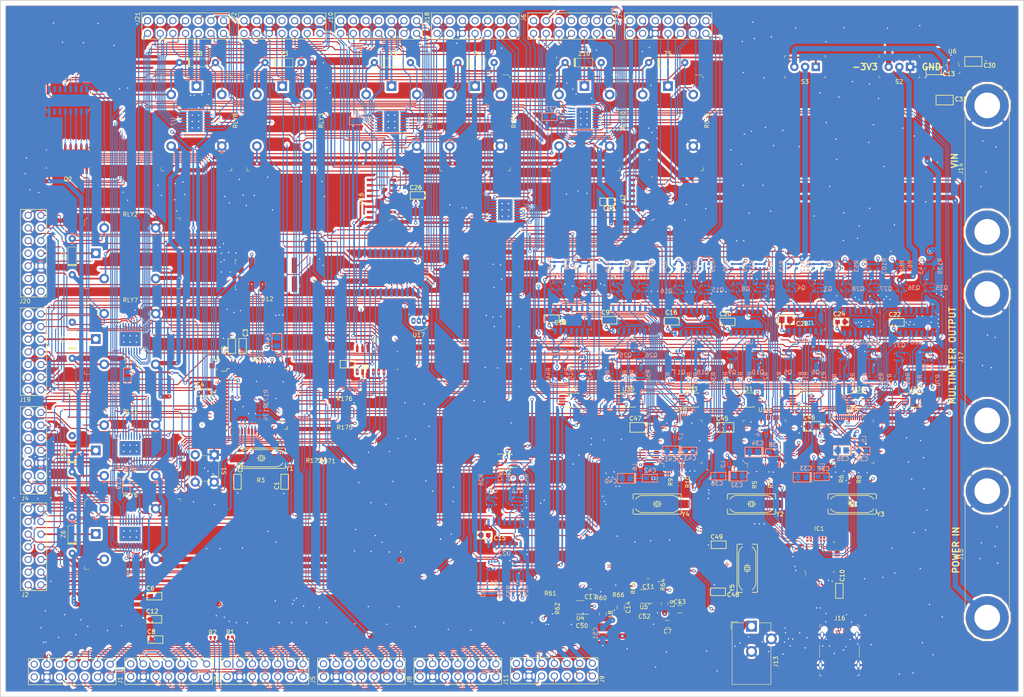
<source format=kicad_pcb>
(kicad_pcb (version 20171130) (host pcbnew 5.0.0)
  (layers (0 F.Cu signal) (1 In1.Cu mixed) (2 In2.Cu power) (31 B.Cu signal) (34 B.Paste user) (35 F.Paste user hide) (36 B.SilkS user) (37 F.SilkS user) (38 B.Mask user) (39 F.Mask user) (44 Edge.Cuts user))
  (net 0 "")
  (net 1 GND)
  (net 2 "Net-(J16-PadA2)")
  (net 3 "Net-(J16-PadA3)")
  (net 4 +5V)
  (net 5 "Net-(J16-PadA5)")
  (net 6 "Net-(J16-PadA8)")
  (net 7 "Net-(J16-PadA10)")
  (net 8 "Net-(J16-PadA11)")
  (net 9 "Net-(J16-PadB2)")
  (net 10 "Net-(J16-PadB3)")
  (net 11 "Net-(J16-PadB5)")
  (net 12 "Net-(J16-PadB8)")
  (net 13 "Net-(J16-PadB10)")
  (net 14 "Net-(J16-PadB11)")
  (net 15 MUXC)
  (net 16 MUXD)
  (net 17 MUX22)
  (net 18 5_IN4)
  (net 19 5_IN5)
  (net 20 "Net-(U13-Pad6)")
  (net 21 "Net-(U13-Pad7)")
  (net 22 VAA)
  (net 23 "Net-(U13-Pad9)")
  (net 24 "Net-(U13-Pad10)")
  (net 25 "Net-(U13-Pad11)")
  (net 26 "Net-(U13-Pad12)")
  (net 27 MUXE)
  (net 28 3_ADC0)
  (net 29 3_ADC3)
  (net 30 3_ADC2)
  (net 31 3_ADC1)
  (net 32 2_IN5)
  (net 33 2_IN4)
  (net 34 2_IN3)
  (net 35 2_IN2)
  (net 36 MUX21)
  (net 37 MUX20)
  (net 38 5_ADC0)
  (net 39 5_ADC3)
  (net 40 5_ADC2)
  (net 41 5_ADC1)
  (net 42 5_IN3)
  (net 43 5_IN2)
  (net 44 5_IN1)
  (net 45 5_IN0)
  (net 46 3_IN4)
  (net 47 3_IN5)
  (net 48 4_ADC0)
  (net 49 4_ADC3)
  (net 50 3_IN3)
  (net 51 3_IN2)
  (net 52 3_IN1)
  (net 53 3_IN0)
  (net 54 MUX16)
  (net 55 MUX18)
  (net 56 4_ADC2)
  (net 57 4_ADC1)
  (net 58 4_IN0)
  (net 59 4_IN1)
  (net 60 4_IN5)
  (net 61 4_IN4)
  (net 62 4_IN3)
  (net 63 4_IN2)
  (net 64 2_ADC2)
  (net 65 2_ADC1)
  (net 66 2_IN0)
  (net 67 2_IN1)
  (net 68 2_ADC3)
  (net 69 2_ADC0)
  (net 70 1_IN5)
  (net 71 1_IN4)
  (net 72 MUX19)
  (net 73 MUX17)
  (net 74 1_ADC0)
  (net 75 1_ADC3)
  (net 76 1_ADC2)
  (net 77 1_ADC1)
  (net 78 1_IN3)
  (net 79 1_IN2)
  (net 80 1_IN1)
  (net 81 1_IN0)
  (net 82 "Net-(U17-Pad2)")
  (net 83 -VSW)
  (net 84 -3V3)
  (net 85 +3V3)
  (net 86 +VSW)
  (net 87 "Net-(R4-Pad1)")
  (net 88 4_OWB_SEC)
  (net 89 4_OWB_MAIN)
  (net 90 3_OWB_SEC)
  (net 91 3_OWB_MAIN)
  (net 92 2_OWB_SEC)
  (net 93 2_OWB_MAIN)
  (net 94 1_OWB_MAIN)
  (net 95 1_OWB_SEC)
  (net 96 MUXA1)
  (net 97 "Net-(U19-Pad15)")
  (net 98 "Net-(U19-Pad16)")
  (net 99 "Net-(U19-Pad17)")
  (net 100 "Net-(U19-Pad18)")
  (net 101 "Net-(U19-Pad19)")
  (net 102 "Net-(U19-Pad20)")
  (net 103 "Net-(U19-Pad21)")
  (net 104 5_OWB_SEC)
  (net 105 5_OWB_MAIN)
  (net 106 "Net-(Q35-Pad6)")
  (net 107 4_GarminTX)
  (net 108 "Net-(Q35-Pad2)")
  (net 109 "Net-(Q36-Pad2)")
  (net 110 4_GarminRX)
  (net 111 "Net-(Q36-Pad5)")
  (net 112 "Net-(Q37-Pad5)")
  (net 113 "Net-(Q37-Pad2)")
  (net 114 "Net-(Q38-Pad2)")
  (net 115 "Net-(Q38-Pad6)")
  (net 116 5_GarminTX)
  (net 117 5_GarminRX)
  (net 118 "Net-(Q7-Pad2)")
  (net 119 3_GarminTX)
  (net 120 "Net-(Q7-Pad6)")
  (net 121 2_GarminRX)
  (net 122 2_GarminTX)
  (net 123 "Net-(Q30-Pad2)")
  (net 124 "Net-(Q30-Pad6)")
  (net 125 "Net-(Q29-Pad5)")
  (net 126 "Net-(Q29-Pad2)")
  (net 127 "Net-(Q23-Pad2)")
  (net 128 2_TX)
  (net 129 "Net-(Q23-Pad6)")
  (net 130 "Net-(Q25-Pad5)")
  (net 131 2_CTS)
  (net 132 "Net-(Q25-Pad2)")
  (net 133 "Net-(Q26-Pad2)")
  (net 134 2_RTS)
  (net 135 "Net-(Q26-Pad6)")
  (net 136 "Net-(Q27-Pad6)")
  (net 137 1_GarminTX)
  (net 138 "Net-(Q27-Pad2)")
  (net 139 "Net-(Q28-Pad2)")
  (net 140 1_GarminRX)
  (net 141 "Net-(Q28-Pad5)")
  (net 142 "Net-(Q5-Pad5)")
  (net 143 3_CTS)
  (net 144 "Net-(Q5-Pad2)")
  (net 145 "Net-(Q17-Pad2)")
  (net 146 4_CTS)
  (net 147 "Net-(Q17-Pad5)")
  (net 148 "Net-(Q16-Pad5)")
  (net 149 4_RX)
  (net 150 "Net-(Q16-Pad2)")
  (net 151 "Net-(Q15-Pad2)")
  (net 152 4_TX)
  (net 153 "Net-(Q15-Pad6)")
  (net 154 "Net-(Q18-Pad6)")
  (net 155 4_RTS)
  (net 156 "Net-(Q18-Pad2)")
  (net 157 "Net-(Q19-Pad2)")
  (net 158 5_TX)
  (net 159 "Net-(Q19-Pad6)")
  (net 160 "Net-(Q20-Pad5)")
  (net 161 5_RX)
  (net 162 "Net-(Q20-Pad2)")
  (net 163 "Net-(Q21-Pad2)")
  (net 164 5_CTS)
  (net 165 "Net-(Q21-Pad5)")
  (net 166 "Net-(Q22-Pad6)")
  (net 167 5_RTS)
  (net 168 "Net-(Q22-Pad2)")
  (net 169 "Net-(Q6-Pad2)")
  (net 170 3_RTS)
  (net 171 "Net-(Q6-Pad6)")
  (net 172 "Net-(Q14-Pad6)")
  (net 173 1_RTS)
  (net 174 "Net-(Q14-Pad2)")
  (net 175 "Net-(Q13-Pad2)")
  (net 176 1_CTS)
  (net 177 "Net-(Q13-Pad5)")
  (net 178 "Net-(Q12-Pad5)")
  (net 179 1_RX)
  (net 180 "Net-(Q12-Pad2)")
  (net 181 "Net-(Q11-Pad2)")
  (net 182 1_TX)
  (net 183 "Net-(Q11-Pad6)")
  (net 184 "Net-(Q10-Pad6)")
  (net 185 /RS232/sheet5BBDE283/RTS)
  (net 186 "Net-(Q10-Pad2)")
  (net 187 "Net-(Q9-Pad2)")
  (net 188 /RS232/sheet5BBDE283/CTS)
  (net 189 "Net-(Q9-Pad5)")
  (net 190 "Net-(Q8-Pad5)")
  (net 191 3_GarminRX)
  (net 192 "Net-(Q8-Pad2)")
  (net 193 "Net-(Q3-Pad2)")
  (net 194 3_TX)
  (net 195 "Net-(Q3-Pad6)")
  (net 196 "Net-(Q4-Pad5)")
  (net 197 3_RX)
  (net 198 "Net-(Q4-Pad2)")
  (net 199 "Net-(Q24-Pad2)")
  (net 200 2_RX)
  (net 201 "Net-(Q24-Pad5)")
  (net 202 "Net-(C31-Pad1)")
  (net 203 "Net-(C31-Pad2)")
  (net 204 1_REL)
  (net 205 2_REL)
  (net 206 3_REL)
  (net 207 4_REL)
  (net 208 5_REL)
  (net 209 "Net-(Q1-Pad6)")
  (net 210 "Net-(Q1-Pad7)")
  (net 211 "Net-(Q1-Pad10)")
  (net 212 "Net-(Q1-Pad11)")
  (net 213 "Net-(Q1-Pad12)")
  (net 214 "Net-(Q1-Pad13)")
  (net 215 "Net-(Q1-Pad14)")
  (net 216 "Net-(Q1-Pad15)")
  (net 217 "Net-(Q1-Pad16)")
  (net 218 2_OUT0)
  (net 219 2_OUT1)
  (net 220 2_OUT2)
  (net 221 2_OUT3)
  (net 222 "Net-(J17-Pad1)")
  (net 223 1_OUT3)
  (net 224 1_OUT2)
  (net 225 1_OUT1)
  (net 226 1_OUT0)
  (net 227 MUX26)
  (net 228 MUX24)
  (net 229 5_OUT0)
  (net 230 5_OUT1)
  (net 231 5_OUT2)
  (net 232 5_OUT3)
  (net 233 "Net-(U2-Pad9)")
  (net 234 "Net-(U2-Pad10)")
  (net 235 "Net-(U2-Pad11)")
  (net 236 "Net-(U2-Pad12)")
  (net 237 "Net-(Q2-Pad16)")
  (net 238 "Net-(Q2-Pad15)")
  (net 239 "Net-(Q2-Pad14)")
  (net 240 "Net-(Q2-Pad13)")
  (net 241 "Net-(Q2-Pad12)")
  (net 242 "Net-(Q2-Pad11)")
  (net 243 "Net-(Q2-Pad10)")
  (net 244 "Net-(Q2-Pad7)")
  (net 245 "Net-(Q2-Pad6)")
  (net 246 MUX25)
  (net 247 3_OUT0)
  (net 248 3_OUT1)
  (net 249 3_OUT2)
  (net 250 3_OUT3)
  (net 251 4_OUT3)
  (net 252 4_OUT2)
  (net 253 4_OUT1)
  (net 254 4_OUT0)
  (net 255 RS232INV)
  (net 256 /RS232/sheet5BDC5154/RTS_3V3)
  (net 257 /RS232/sheet5BDC5154/CTS_3V3)
  (net 258 /RS232/sheet5BDC5154/Tx_3V3)
  (net 259 /RS232/sheet5BDC5154/RX_3V3)
  (net 260 /RS232/sheet5BD54784/RTS_3V3)
  (net 261 /RS232/sheet5BD54784/CTS_3V3)
  (net 262 /RS232/sheet5BD54784/Tx_3V3)
  (net 263 /RS232/sheet5BD54784/RX_3V3)
  (net 264 /RS232/sheet5BC21962/RX_3V3)
  (net 265 /RS232/sheet5BC21962/Tx_3V3)
  (net 266 /RS232/sheet5BC21962/CTS_3V3)
  (net 267 /RS232/sheet5BC21962/RTS_3V3)
  (net 268 /RS232/sheet5BC0E596/RTS_3V3)
  (net 269 /RS232/sheet5BC0E596/CTS_3V3)
  (net 270 /RS232/sheet5BC0E596/Tx_3V3)
  (net 271 /RS232/sheet5BC0E596/RX_3V3)
  (net 272 /RS232/sheet5BB9E804/RX_3V3)
  (net 273 /RS232/sheet5BB9E804/Tx_3V3)
  (net 274 /RS232/sheet5BB9E804/CTS_3V3)
  (net 275 /RS232/sheet5BB9E804/RTS_3V3)
  (net 276 /RS232/sheet5BBDE283/RTS_3V3)
  (net 277 /RS232/sheet5BBDE283/CTS_3V3)
  (net 278 /RS232/sheet5BBDE283/Tx_3V3)
  (net 279 /RS232/sheet5BBDE283/RX_3V3)
  (net 280 /RS232/sheet5BC04BA5/RX_3V3)
  (net 281 /RS232/sheet5BC04BA5/Tx_3V3)
  (net 282 /RS232/sheet5BC04BA5/CTS_3V3)
  (net 283 /RS232/sheet5BC04BA5/RTS_3V3)
  (net 284 /RS232/sheet5BC17F87/RTS_3V3)
  (net 285 /RS232/sheet5BC17F87/CTS_3V3)
  (net 286 /RS232/sheet5BC17F87/Tx_3V3)
  (net 287 /RS232/sheet5BC17F87/RX_3V3)
  (net 288 2_Vin)
  (net 289 VDC)
  (net 290 5_GarminPWR)
  (net 291 4_GarminPWR)
  (net 292 3_GarminPWR)
  (net 293 2_GarminPWR)
  (net 294 1_Vin)
  (net 295 3_Vin)
  (net 296 1_GarminPWR)
  (net 297 5_Vin)
  (net 298 4_Vin)
  (net 299 /ATMEGA2560/D+)
  (net 300 /ATMEGA2560/D-)
  (net 301 /ATMEGA2560/TCK)
  (net 302 /ATMEGA2560/TMS)
  (net 303 /ATMEGA2560/TDO)
  (net 304 /ATMEGA2560/TDI)
  (net 305 "Net-(U18-Pad2)")
  (net 306 "Net-(U18-Pad3)")
  (net 307 "Net-(C40-PadA)")
  (net 308 "Net-(R9-Pad2)")
  (net 309 "Net-(C41-PadA)")
  (net 310 "Net-(C47-Pad2)")
  (net 311 "Net-(R10-Pad2)")
  (net 312 "Net-(U18-Pad21)")
  (net 313 "Net-(U18-Pad22)")
  (net 314 "Net-(U18-Pad23)")
  (net 315 "Net-(U18-Pad24)")
  (net 316 "Net-(U18-Pad30)")
  (net 317 "Net-(U18-Pad32)")
  (net 318 "Net-(U18-Pad33)")
  (net 319 "Net-(U18-Pad34)")
  (net 320 "Net-(U18-Pad36)")
  (net 321 "Net-(U18-Pad43)")
  (net 322 "Net-(U18-Pad44)")
  (net 323 "Net-(U18-Pad45)")
  (net 324 "Net-(U18-Pad46)")
  (net 325 "Net-(U18-Pad55)")
  (net 326 "Net-(U18-Pad57)")
  (net 327 "Net-(U18-Pad58)")
  (net 328 "Net-(U18-Pad59)")
  (net 329 "Net-(U18-Pad60)")
  (net 330 "Net-(U18-Pad61)")
  (net 331 "Net-(U18-Pad62)")
  (net 332 "Net-(U18-Pad63)")
  (net 333 "Net-(C46-Pad2)")
  (net 334 "Net-(U15-Pad63)")
  (net 335 "Net-(U15-Pad62)")
  (net 336 "Net-(U15-Pad61)")
  (net 337 "Net-(U15-Pad60)")
  (net 338 "Net-(U15-Pad59)")
  (net 339 "Net-(U15-Pad58)")
  (net 340 "Net-(U15-Pad57)")
  (net 341 "Net-(U15-Pad55)")
  (net 342 "Net-(U15-Pad54)")
  (net 343 "Net-(U15-Pad53)")
  (net 344 "Net-(U15-Pad46)")
  (net 345 "Net-(U15-Pad45)")
  (net 346 "Net-(U15-Pad44)")
  (net 347 "Net-(U15-Pad43)")
  (net 348 "Net-(U15-Pad41)")
  (net 349 "Net-(U15-Pad40)")
  (net 350 "Net-(U15-Pad36)")
  (net 351 "Net-(U15-Pad34)")
  (net 352 "Net-(U15-Pad33)")
  (net 353 "Net-(U15-Pad32)")
  (net 354 "Net-(U15-Pad30)")
  (net 355 "Net-(U15-Pad29)")
  (net 356 "Net-(U15-Pad28)")
  (net 357 "Net-(U15-Pad24)")
  (net 358 "Net-(U15-Pad23)")
  (net 359 "Net-(U15-Pad22)")
  (net 360 "Net-(U15-Pad21)")
  (net 361 "Net-(U15-Pad19)")
  (net 362 "Net-(U15-Pad18)")
  (net 363 "Net-(R8-Pad2)")
  (net 364 "Net-(C35-PadA)")
  (net 365 "Net-(R6-Pad2)")
  (net 366 "Net-(C33-PadA)")
  (net 367 "Net-(U15-Pad3)")
  (net 368 "Net-(U15-Pad2)")
  (net 369 "Net-(U14-Pad2)")
  (net 370 "Net-(U14-Pad3)")
  (net 371 "Net-(C32-PadA)")
  (net 372 "Net-(R5-Pad2)")
  (net 373 "Net-(C34-PadA)")
  (net 374 "Net-(C45-Pad2)")
  (net 375 "Net-(R7-Pad2)")
  (net 376 "Net-(U14-Pad21)")
  (net 377 "Net-(U14-Pad22)")
  (net 378 "Net-(U14-Pad23)")
  (net 379 "Net-(U14-Pad24)")
  (net 380 "Net-(U14-Pad28)")
  (net 381 "Net-(U14-Pad29)")
  (net 382 "Net-(U14-Pad30)")
  (net 383 "Net-(U14-Pad32)")
  (net 384 "Net-(U14-Pad33)")
  (net 385 "Net-(U14-Pad34)")
  (net 386 "Net-(U14-Pad36)")
  (net 387 "Net-(U14-Pad38)")
  (net 388 "Net-(U14-Pad39)")
  (net 389 "Net-(U14-Pad40)")
  (net 390 "Net-(U14-Pad41)")
  (net 391 "Net-(U14-Pad43)")
  (net 392 "Net-(U14-Pad44)")
  (net 393 "Net-(U14-Pad45)")
  (net 394 "Net-(U14-Pad46)")
  (net 395 "Net-(U14-Pad48)")
  (net 396 "Net-(U14-Pad52)")
  (net 397 "Net-(U14-Pad53)")
  (net 398 "Net-(U14-Pad54)")
  (net 399 "Net-(U14-Pad55)")
  (net 400 "Net-(U14-Pad57)")
  (net 401 "Net-(U14-Pad58)")
  (net 402 "Net-(U14-Pad59)")
  (net 403 "Net-(U14-Pad60)")
  (net 404 "Net-(U14-Pad61)")
  (net 405 "Net-(U14-Pad62)")
  (net 406 "Net-(U14-Pad63)")
  (net 407 "Net-(IC1-Pad25)")
  (net 408 "Net-(IC1-Pad17)")
  (net 409 "Net-(IC1-Pad9)")
  (net 410 "Net-(IC1-Pad5)")
  (net 411 "Net-(IC1-Pad6)")
  (net 412 "Net-(IC1-Pad10)")
  (net 413 "Net-(IC1-Pad13)")
  (net 414 "Net-(IC1-Pad14)")
  (net 415 "Net-(IC1-Pad18)")
  (net 416 "Net-(IC1-Pad21)")
  (net 417 "Net-(IC1-Pad22)")
  (net 418 "Net-(C49-Pad2)")
  (net 419 "Net-(C48-Pad1)")
  (net 420 "Net-(C5-Pad1)")
  (net 421 "Net-(C4-Pad2)")
  (net 422 "Net-(C1-Pad2)")
  (net 423 "Net-(C2-Pad1)")
  (net 424 +12V)
  (net 425 "Net-(C3-Pad2)")
  (net 426 1_CANHigh)
  (net 427 1_CANLow)
  (net 428 1_CAN_MS_L)
  (net 429 1_CAN_MS_H)
  (net 430 "Net-(R171-Pad2)")
  (net 431 "Net-(R173-Pad2)")
  (net 432 "Net-(R175-Pad2)")
  (net 433 "Net-(U3-Pad1)")
  (net 434 "Net-(U3-Pad2)")
  (net 435 "Net-(U3-Pad9)")
  (net 436 "Net-(U3-Pad15)")
  (net 437 "Net-(U3-Pad16)")
  (net 438 "Net-(U3-Pad17)")
  (net 439 "Net-(U3-Pad18)")
  (net 440 "Net-(U3-Pad19)")
  (net 441 "Net-(U3-Pad28)")
  (net 442 "Net-(U3-Pad31)")
  (net 443 "Net-(U3-Pad32)")
  (net 444 "Net-(U3-Pad38)")
  (net 445 "Net-(U3-Pad41)")
  (net 446 "Net-(U3-Pad42)")
  (net 447 "Net-(U3-Pad44)")
  (net 448 "Net-(U3-Pad58)")
  (net 449 "Net-(U3-Pad59)")
  (net 450 "Net-(U3-Pad60)")
  (net 451 "Net-(U3-Pad61)")
  (net 452 "Net-(J22-Pad1)")
  (net 453 "Net-(J22-Pad2)")
  (net 454 "Net-(J22-Pad11)")
  (net 455 "Net-(J1-Pad7)")
  (net 456 "Net-(J1-Pad8)")
  (net 457 1_J1850+)
  (net 458 1_J1850-)
  (net 459 1_ISO-K)
  (net 460 1_ISO-Low)
  (net 461 1_SWC_BUS)
  (net 462 1_J1708-TXD)
  (net 463 1_J1708-RXD)
  (net 464 "Net-(J3-Pad7)")
  (net 465 "Net-(J3-Pad8)")
  (net 466 "Net-(J4-Pad1)")
  (net 467 "Net-(J4-Pad2)")
  (net 468 "Net-(J4-Pad11)")
  (net 469 "Net-(J5-Pad7)")
  (net 470 "Net-(J5-Pad8)")
  (net 471 "Net-(J7-Pad11)")
  (net 472 "Net-(J7-Pad2)")
  (net 473 "Net-(J7-Pad1)")
  (net 474 "Net-(J8-Pad8)")
  (net 475 "Net-(J8-Pad7)")
  (net 476 "Net-(J9-Pad7)")
  (net 477 "Net-(J9-Pad8)")
  (net 478 "Net-(J11-Pad7)")
  (net 479 "Net-(J11-Pad8)")
  (net 480 "Net-(J18-Pad1)")
  (net 481 "Net-(J18-Pad2)")
  (net 482 "Net-(J18-Pad11)")
  (net 483 "Net-(J20-Pad11)")
  (net 484 "Net-(J20-Pad2)")
  (net 485 "Net-(J20-Pad1)")
  (net 486 "Net-(U17-Pad3)")
  (net 487 /USBInterface/D0+)
  (net 488 /USBInterface/D0-)
  (net 489 /D1-)
  (net 490 /D1+)
  (net 491 /D3+)
  (net 492 /D3-)
  (net 493 /D2-)
  (net 494 /D2+)
  (net 495 "Net-(Q35-Pad5)")
  (net 496 "Net-(Q18-Pad5)")
  (net 497 "Net-(Q19-Pad5)")
  (net 498 "Net-(Q22-Pad5)")
  (net 499 "Net-(Q23-Pad5)")
  (net 500 "Net-(Q26-Pad5)")
  (net 501 "Net-(Q27-Pad5)")
  (net 502 "Net-(Q7-Pad5)")
  (net 503 "Net-(Q14-Pad5)")
  (net 504 "Net-(Q38-Pad5)")
  (net 505 "Net-(Q15-Pad5)")
  (net 506 "Net-(Q3-Pad5)")
  (net 507 "Net-(Q30-Pad5)")
  (net 508 "Net-(Q11-Pad5)")
  (net 509 "Net-(Q10-Pad5)")
  (net 510 "Net-(Q6-Pad5)")
  (net 511 TX_CONT)
  (net 512 CTS_CONT)
  (net 513 "Net-(J12-Pad1)")
  (net 514 "Net-(J12-Pad2)")
  (net 515 "Net-(J12-Pad10)")
  (net 516 "Net-(C52-Pad1)")
  (net 517 "Net-(C50-Pad1)")
  (net 518 "Net-(R64-Pad1)")
  (net 519 "Net-(C11-Pad2)")
  (net 520 "Net-(R65-Pad2)")
  (net 521 "Net-(C52-Pad2)")
  (net 522 "Net-(C50-Pad2)")
  (net 523 "Net-(R61-Pad2)")
  (net 524 "Net-(C17-Pad2)")
  (net 525 "Net-(R60-Pad1)")
  (module digikey-footprints:SOIC-14_W3.9mm (layer B.Cu) (at 254 93.98)
    (fp_text reference U28 (at 0 4.79) (layer B.SilkS) (effects (justify mirror)))
    (fp_text value CD4070B)
    (pad 14 smd rect (at -3.81 2.7) (size 0.55 1.5) (layers B.Cu B.Paste B.Mask) (net 85 +3V3))
    (pad 13 smd rect (at -2.54 2.7) (size 0.55 1.5) (layers B.Cu B.Paste B.Mask) (net 256 /RS232/sheet5BDC5154/RTS_3V3))
    (pad 12 smd rect (at -1.27 2.7) (size 0.55 1.5) (layers B.Cu B.Paste B.Mask) (net 255 RS232INV))
    (pad 11 smd rect (at 0 2.7) (size 0.55 1.5) (layers B.Cu B.Paste B.Mask) (net 112 "Net-(Q37-Pad5)"))
    (pad 10 smd rect (at 1.27 2.7) (size 0.55 1.5) (layers B.Cu B.Paste B.Mask) (net 257 /RS232/sheet5BDC5154/CTS_3V3))
    (pad 9 smd rect (at 2.54 2.7) (size 0.55 1.5) (layers B.Cu B.Paste B.Mask) (net 115 "Net-(Q38-Pad6)"))
    (pad 8 smd rect (at 3.81 2.7) (size 0.55 1.5) (layers B.Cu B.Paste B.Mask) (net 255 RS232INV))
    (pad 7 smd rect (at 3.81 -2.7) (size 0.55 1.5) (layers B.Cu B.Paste B.Mask) (net 1 GND))
    (pad 6 smd rect (at 2.54 -2.7) (size 0.55 1.5) (layers B.Cu B.Paste B.Mask) (net 255 RS232INV))
    (pad 5 smd rect (at 1.27 -2.7) (size 0.55 1.5) (layers B.Cu B.Paste B.Mask) (net 106 "Net-(Q35-Pad6)"))
    (pad 4 smd rect (at 0 -2.7) (size 0.55 1.5) (layers B.Cu B.Paste B.Mask) (net 258 /RS232/sheet5BDC5154/Tx_3V3))
    (pad 3 smd rect (at -1.27 -2.7) (size 0.55 1.5) (layers B.Cu B.Paste B.Mask) (net 111 "Net-(Q36-Pad5)"))
    (pad 2 smd rect (at -2.54 -2.7) (size 0.55 1.5) (layers B.Cu B.Paste B.Mask) (net 255 RS232INV))
    (pad 1 smd rect (at -3.81 -2.7) (size 0.55 1.5) (layers B.Cu B.Paste B.Mask) (net 259 /RS232/sheet5BDC5154/RX_3V3))
  )
  (module Resistor_SMD:R_0402_1005Metric (layer F.Cu) (at 91.313 168.656)
    (fp_text reference R1 (at 0 -1.17) (layer F.SilkS))
    (fp_text value R120)
    (pad 2 smd roundrect (at 0.485 0) (size 0.59 0.64) (layers F.Cu F.Paste F.Mask) (net 427 1_CANLow))
    (pad 1 smd roundrect (at -0.485 0) (size 0.59 0.64) (layers F.Cu F.Paste F.Mask) (net 426 1_CANHigh))
  )
  (module smt:C-0603 (layer F.Cu) (at 207.098 146.812)
    (fp_text reference C49 (at -2.032 -1.27) (layer F.SilkS) (effects (font (thickness 0.18)) (justify left bottom)))
    (fp_text value 20pF hide)
    (pad 2 smd rect (at 0.85 0) (size 1.1 1) (layers F.Cu F.Paste F.Mask) (net 418 "Net-(C49-Pad2)"))
    (pad 1 smd rect (at -0.85 0) (size 1.1 1) (layers F.Cu F.Paste F.Mask) (net 1 GND))
  )
  (module Resistor_SMD:R_0402_1005Metric (layer F.Cu) (at 119.402232 113.815 90)
    (fp_text reference R176 (at 1.617333 -1.020477 180) (layer F.SilkS))
    (fp_text value 100K)
    (pad 2 smd roundrect (at 0.485 0 90) (size 0.59 0.64) (layers F.Cu F.Paste F.Mask) (net 1 GND))
    (pad 1 smd roundrect (at -0.485 0 90) (size 0.59 0.64) (layers F.Cu F.Paste F.Mask) (net 432 "Net-(R175-Pad2)"))
  )
  (module crystals:HC49UP (layer F.Cu) (at 98.679 126.3015 180)
    (fp_text reference Y1 (at -5.7 -3 180) (layer F.SilkS) (effects (font (thickness 0.18)) (justify left bottom)))
    (fp_text value 16MHz hide)
    (pad 2 smd rect (at 4.826 0 180) (size 5.334 1.9304) (layers F.Cu F.Paste F.Mask) (net 423 "Net-(C2-Pad1)"))
    (pad 1 smd rect (at -4.826 0 180) (size 5.334 1.9304) (layers F.Cu F.Paste F.Mask) (net 422 "Net-(C1-Pad2)"))
  )
  (module digikey-footprints:PinHeader_2x6_P2.54mm_Vertical_SMD (layer F.Cu) (at 100.203 82.804 180)
    (fp_text reference J12 (at 0 -5.75 180) (layer F.SilkS))
    (fp_text value 0015912120)
    (pad 12 smd rect (at 6.35 2.22 180) (size 1.28 3.68) (layers F.Cu F.Paste F.Mask) (net 1 GND))
    (pad 11 smd rect (at 3.81 2.22 180) (size 1.28 3.68) (layers F.Cu F.Paste F.Mask) (net 85 +3V3))
    (pad 10 smd rect (at 1.27 2.22 180) (size 1.28 3.68) (layers F.Cu F.Paste F.Mask) (net 515 "Net-(J12-Pad10)"))
    (pad 9 smd rect (at -1.27 2.22 180) (size 1.28 3.68) (layers F.Cu F.Paste F.Mask) (net 4 +5V))
    (pad 8 smd rect (at -3.81 2.22 180) (size 1.28 3.68) (layers F.Cu F.Paste F.Mask) (net 300 /ATMEGA2560/D-))
    (pad 7 smd rect (at -6.35 2.22 180) (size 1.28 3.68) (layers F.Cu F.Paste F.Mask) (net 299 /ATMEGA2560/D+))
    (pad 6 smd rect (at 6.35 -2.22 180) (size 1.28 3.68) (layers F.Cu F.Paste F.Mask) (net 304 /ATMEGA2560/TDI))
    (pad 5 smd rect (at 3.81 -2.22 180) (size 1.28 3.68) (layers F.Cu F.Paste F.Mask) (net 303 /ATMEGA2560/TDO))
    (pad 4 smd rect (at 1.27 -2.22 180) (size 1.28 3.68) (layers F.Cu F.Paste F.Mask) (net 302 /ATMEGA2560/TMS))
    (pad 3 smd rect (at -1.27 -2.22 180) (size 1.28 3.68) (layers F.Cu F.Paste F.Mask) (net 301 /ATMEGA2560/TCK))
    (pad 2 smd rect (at -3.81 -2.22 180) (size 1.28 3.68) (layers F.Cu F.Paste F.Mask) (net 514 "Net-(J12-Pad2)"))
    (pad 1 smd rect (at -6.35 -2.22 180) (size 1.28 3.68) (layers F.Cu F.Paste F.Mask) (net 513 "Net-(J12-Pad1)"))
  )
  (module smt:C-0603 (layer F.Cu) (at 91.694 99.695 90)
    (fp_text reference C5 (at -2.032 -1.27 90) (layer F.SilkS) (effects (font (thickness 0.18)) (justify left bottom)))
    (fp_text value 100nF hide)
    (pad 2 smd rect (at 0.85 0 90) (size 1.1 1) (layers F.Cu F.Paste F.Mask) (net 1 GND))
    (pad 1 smd rect (at -0.85 0 90) (size 1.1 1) (layers F.Cu F.Paste F.Mask) (net 420 "Net-(C5-Pad1)"))
  )
  (module digikey-footprints:LQFP-64_10x10mm (layer F.Cu) (at 217.932 122.428)
    (fp_text reference U14 (at 0.01 -7.62) (layer F.SilkS))
    (fp_text value FT4232HL-REEL)
    (pad 64 smd rect (at -5.75 3.75) (size 1.2 0.3) (layers F.Cu F.Paste F.Mask) (net 374 "Net-(C45-Pad2)"))
    (pad 63 smd rect (at -5.75 3.25) (size 1.2 0.3) (layers F.Cu F.Paste F.Mask) (net 406 "Net-(U14-Pad63)"))
    (pad 62 smd rect (at -5.75 2.75) (size 1.2 0.3) (layers F.Cu F.Paste F.Mask) (net 405 "Net-(U14-Pad62)"))
    (pad 61 smd rect (at -5.75 2.25) (size 1.2 0.3) (layers F.Cu F.Paste F.Mask) (net 404 "Net-(U14-Pad61)"))
    (pad 60 smd rect (at -5.75 1.75) (size 1.2 0.3) (layers F.Cu F.Paste F.Mask) (net 403 "Net-(U14-Pad60)"))
    (pad 59 smd rect (at -5.75 1.25) (size 1.2 0.3) (layers F.Cu F.Paste F.Mask) (net 402 "Net-(U14-Pad59)"))
    (pad 58 smd rect (at -5.75 0.75) (size 1.2 0.3) (layers F.Cu F.Paste F.Mask) (net 401 "Net-(U14-Pad58)"))
    (pad 57 smd rect (at -5.75 0.25) (size 1.2 0.3) (layers F.Cu F.Paste F.Mask) (net 400 "Net-(U14-Pad57)"))
    (pad 56 smd rect (at -5.75 -0.25) (size 1.2 0.3) (layers F.Cu F.Paste F.Mask) (net 85 +3V3))
    (pad 55 smd rect (at -5.75 -0.75) (size 1.2 0.3) (layers F.Cu F.Paste F.Mask) (net 399 "Net-(U14-Pad55)"))
    (pad 54 smd rect (at -5.75 -1.25) (size 1.2 0.3) (layers F.Cu F.Paste F.Mask) (net 398 "Net-(U14-Pad54)"))
    (pad 53 smd rect (at -5.75 -1.75) (size 1.2 0.3) (layers F.Cu F.Paste F.Mask) (net 397 "Net-(U14-Pad53)"))
    (pad 52 smd rect (at -5.75 -2.25) (size 1.2 0.3) (layers F.Cu F.Paste F.Mask) (net 396 "Net-(U14-Pad52)"))
    (pad 51 smd rect (at -5.75 -2.75) (size 1.2 0.3) (layers F.Cu F.Paste F.Mask) (net 1 GND))
    (pad 50 smd rect (at -5.75 -3.25) (size 1.2 0.3) (layers F.Cu F.Paste F.Mask) (net 85 +3V3))
    (pad 49 smd rect (at -5.75 -3.75) (size 1.2 0.3) (layers F.Cu F.Paste F.Mask) (net 374 "Net-(C45-Pad2)"))
    (pad 48 smd rect (at -3.75 -5.75) (size 0.3 1.2) (layers F.Cu F.Paste F.Mask) (net 395 "Net-(U14-Pad48)"))
    (pad 47 smd rect (at -3.25 -5.75) (size 0.3 1.2) (layers F.Cu F.Paste F.Mask) (net 1 GND))
    (pad 46 smd rect (at -2.75 -5.75) (size 0.3 1.2) (layers F.Cu F.Paste F.Mask) (net 394 "Net-(U14-Pad46)"))
    (pad 45 smd rect (at -2.25 -5.75) (size 0.3 1.2) (layers F.Cu F.Paste F.Mask) (net 393 "Net-(U14-Pad45)"))
    (pad 44 smd rect (at -1.75 -5.75) (size 0.3 1.2) (layers F.Cu F.Paste F.Mask) (net 392 "Net-(U14-Pad44)"))
    (pad 43 smd rect (at -1.25 -5.75) (size 0.3 1.2) (layers F.Cu F.Paste F.Mask) (net 391 "Net-(U14-Pad43)"))
    (pad 42 smd rect (at -0.75 -5.75) (size 0.3 1.2) (layers F.Cu F.Paste F.Mask) (net 85 +3V3))
    (pad 41 smd rect (at -0.25 -5.75) (size 0.3 1.2) (layers F.Cu F.Paste F.Mask) (net 390 "Net-(U14-Pad41)"))
    (pad 40 smd rect (at 0.25 -5.75) (size 0.3 1.2) (layers F.Cu F.Paste F.Mask) (net 389 "Net-(U14-Pad40)"))
    (pad 39 smd rect (at 0.75 -5.75) (size 0.3 1.2) (layers F.Cu F.Paste F.Mask) (net 388 "Net-(U14-Pad39)"))
    (pad 38 smd rect (at 1.25 -5.75) (size 0.3 1.2) (layers F.Cu F.Paste F.Mask) (net 387 "Net-(U14-Pad38)"))
    (pad 37 smd rect (at 1.75 -5.75) (size 0.3 1.2) (layers F.Cu F.Paste F.Mask) (net 374 "Net-(C45-Pad2)"))
    (pad 36 smd rect (at 2.25 -5.75) (size 0.3 1.2) (layers F.Cu F.Paste F.Mask) (net 386 "Net-(U14-Pad36)"))
    (pad 35 smd rect (at 2.75 -5.75) (size 0.3 1.2) (layers F.Cu F.Paste F.Mask) (net 1 GND))
    (pad 34 smd rect (at 3.25 -5.75) (size 0.3 1.2) (layers F.Cu F.Paste F.Mask) (net 385 "Net-(U14-Pad34)"))
    (pad 33 smd rect (at 3.75 -5.75) (size 0.3 1.2) (layers F.Cu F.Paste F.Mask) (net 384 "Net-(U14-Pad33)"))
    (pad 32 smd rect (at 5.75 -3.75) (size 1.2 0.3) (layers F.Cu F.Paste F.Mask) (net 383 "Net-(U14-Pad32)"))
    (pad 31 smd rect (at 5.75 -3.25) (size 1.2 0.3) (layers F.Cu F.Paste F.Mask) (net 85 +3V3))
    (pad 30 smd rect (at 5.75 -2.75) (size 1.2 0.3) (layers F.Cu F.Paste F.Mask) (net 382 "Net-(U14-Pad30)"))
    (pad 29 smd rect (at 5.75 -2.25) (size 1.2 0.3) (layers F.Cu F.Paste F.Mask) (net 381 "Net-(U14-Pad29)"))
    (pad 28 smd rect (at 5.75 -1.75) (size 1.2 0.3) (layers F.Cu F.Paste F.Mask) (net 380 "Net-(U14-Pad28)"))
    (pad 27 smd rect (at 5.75 -1.25) (size 1.2 0.3) (layers F.Cu F.Paste F.Mask) (net 279 /RS232/sheet5BBDE283/RX_3V3))
    (pad 26 smd rect (at 5.75 -0.75) (size 1.2 0.3) (layers F.Cu F.Paste F.Mask) (net 278 /RS232/sheet5BBDE283/Tx_3V3))
    (pad 25 smd rect (at 5.75 -0.25) (size 1.2 0.3) (layers F.Cu F.Paste F.Mask) (net 1 GND))
    (pad 24 smd rect (at 5.75 0.25) (size 1.2 0.3) (layers F.Cu F.Paste F.Mask) (net 379 "Net-(U14-Pad24)"))
    (pad 23 smd rect (at 5.75 0.75) (size 1.2 0.3) (layers F.Cu F.Paste F.Mask) (net 378 "Net-(U14-Pad23)"))
    (pad 22 smd rect (at 5.75 1.25) (size 1.2 0.3) (layers F.Cu F.Paste F.Mask) (net 377 "Net-(U14-Pad22)"))
    (pad 21 smd rect (at 5.75 1.75) (size 1.2 0.3) (layers F.Cu F.Paste F.Mask) (net 376 "Net-(U14-Pad21)"))
    (pad 20 smd rect (at 5.75 2.25) (size 1.2 0.3) (layers F.Cu F.Paste F.Mask) (net 85 +3V3))
    (pad 19 smd rect (at 5.75 2.75) (size 1.2 0.3) (layers F.Cu F.Paste F.Mask) (net 274 /RS232/sheet5BB9E804/CTS_3V3))
    (pad 18 smd rect (at 5.75 3.25) (size 1.2 0.3) (layers F.Cu F.Paste F.Mask) (net 275 /RS232/sheet5BB9E804/RTS_3V3))
    (pad 16 smd rect (at 3.75 5.75) (size 0.3 1.2) (layers F.Cu F.Paste F.Mask) (net 273 /RS232/sheet5BB9E804/Tx_3V3))
    (pad 15 smd rect (at 3.25 5.75) (size 0.3 1.2) (layers F.Cu F.Paste F.Mask) (net 1 GND))
    (pad 14 smd rect (at 2.75 5.75) (size 0.3 1.2) (layers F.Cu F.Paste F.Mask) (net 375 "Net-(R7-Pad2)"))
    (pad 13 smd rect (at 2.25 5.75) (size 0.3 1.2) (layers F.Cu F.Paste F.Mask) (net 1 GND))
    (pad 12 smd rect (at 1.75 5.75) (size 0.3 1.2) (layers F.Cu F.Paste F.Mask) (net 374 "Net-(C45-Pad2)"))
    (pad 11 smd rect (at 1.25 5.75) (size 0.3 1.2) (layers F.Cu F.Paste F.Mask) (net 1 GND))
    (pad 10 smd rect (at 0.75 5.75) (size 0.3 1.2) (layers F.Cu F.Paste F.Mask) (net 1 GND))
    (pad 9 smd rect (at 0.25 5.75) (size 0.3 1.2) (layers F.Cu F.Paste F.Mask) (net 373 "Net-(C34-PadA)"))
    (pad 8 smd rect (at -0.25 5.75) (size 0.3 1.2) (layers F.Cu F.Paste F.Mask) (net 490 /D1+))
    (pad 7 smd rect (at -0.75 5.75) (size 0.3 1.2) (layers F.Cu F.Paste F.Mask) (net 489 /D1-))
    (pad 6 smd rect (at -1.25 5.75) (size 0.3 1.2) (layers F.Cu F.Paste F.Mask) (net 372 "Net-(R5-Pad2)"))
    (pad 5 smd rect (at -1.75 5.75) (size 0.3 1.2) (layers F.Cu F.Paste F.Mask) (net 1 GND))
    (pad 4 smd rect (at -2.25 5.75) (size 0.3 1.2) (layers F.Cu F.Paste F.Mask) (net 371 "Net-(C32-PadA)"))
    (pad 3 smd rect (at -2.75 5.75) (size 0.3 1.2) (layers F.Cu F.Paste F.Mask) (net 370 "Net-(U14-Pad3)"))
    (pad 2 smd rect (at -3.25 5.75) (size 0.3 1.2) (layers F.Cu F.Paste F.Mask) (net 369 "Net-(U14-Pad2)"))
    (pad 1 smd rect (at -3.75 5.75) (size 0.3 1.2) (layers F.Cu F.Paste F.Mask) (net 1 GND))
    (pad 17 smd rect (at 5.75 3.75) (size 1.2 0.3) (layers F.Cu F.Paste F.Mask) (net 272 /RS232/sheet5BB9E804/RX_3V3))
  )
  (module digikey-footprints:LQFP-64_10x10mm (layer F.Cu) (at 198.12 122.428)
    (fp_text reference U18 (at 0.01 -7.62) (layer F.SilkS))
    (fp_text value FT4232HL-REEL)
    (pad 64 smd rect (at -5.75 3.75) (size 1.2 0.3) (layers F.Cu F.Paste F.Mask) (net 310 "Net-(C47-Pad2)"))
    (pad 63 smd rect (at -5.75 3.25) (size 1.2 0.3) (layers F.Cu F.Paste F.Mask) (net 332 "Net-(U18-Pad63)"))
    (pad 62 smd rect (at -5.75 2.75) (size 1.2 0.3) (layers F.Cu F.Paste F.Mask) (net 331 "Net-(U18-Pad62)"))
    (pad 61 smd rect (at -5.75 2.25) (size 1.2 0.3) (layers F.Cu F.Paste F.Mask) (net 330 "Net-(U18-Pad61)"))
    (pad 60 smd rect (at -5.75 1.75) (size 1.2 0.3) (layers F.Cu F.Paste F.Mask) (net 329 "Net-(U18-Pad60)"))
    (pad 59 smd rect (at -5.75 1.25) (size 1.2 0.3) (layers F.Cu F.Paste F.Mask) (net 328 "Net-(U18-Pad59)"))
    (pad 58 smd rect (at -5.75 0.75) (size 1.2 0.3) (layers F.Cu F.Paste F.Mask) (net 327 "Net-(U18-Pad58)"))
    (pad 57 smd rect (at -5.75 0.25) (size 1.2 0.3) (layers F.Cu F.Paste F.Mask) (net 326 "Net-(U18-Pad57)"))
    (pad 56 smd rect (at -5.75 -0.25) (size 1.2 0.3) (layers F.Cu F.Paste F.Mask) (net 85 +3V3))
    (pad 55 smd rect (at -5.75 -0.75) (size 1.2 0.3) (layers F.Cu F.Paste F.Mask) (net 325 "Net-(U18-Pad55)"))
    (pad 54 smd rect (at -5.75 -1.25) (size 1.2 0.3) (layers F.Cu F.Paste F.Mask) (net 266 /RS232/sheet5BC21962/CTS_3V3))
    (pad 53 smd rect (at -5.75 -1.75) (size 1.2 0.3) (layers F.Cu F.Paste F.Mask) (net 267 /RS232/sheet5BC21962/RTS_3V3))
    (pad 52 smd rect (at -5.75 -2.25) (size 1.2 0.3) (layers F.Cu F.Paste F.Mask) (net 264 /RS232/sheet5BC21962/RX_3V3))
    (pad 51 smd rect (at -5.75 -2.75) (size 1.2 0.3) (layers F.Cu F.Paste F.Mask) (net 1 GND))
    (pad 50 smd rect (at -5.75 -3.25) (size 1.2 0.3) (layers F.Cu F.Paste F.Mask) (net 85 +3V3))
    (pad 49 smd rect (at -5.75 -3.75) (size 1.2 0.3) (layers F.Cu F.Paste F.Mask) (net 310 "Net-(C47-Pad2)"))
    (pad 48 smd rect (at -3.75 -5.75) (size 0.3 1.2) (layers F.Cu F.Paste F.Mask) (net 265 /RS232/sheet5BC21962/Tx_3V3))
    (pad 47 smd rect (at -3.25 -5.75) (size 0.3 1.2) (layers F.Cu F.Paste F.Mask) (net 1 GND))
    (pad 46 smd rect (at -2.75 -5.75) (size 0.3 1.2) (layers F.Cu F.Paste F.Mask) (net 324 "Net-(U18-Pad46)"))
    (pad 45 smd rect (at -2.25 -5.75) (size 0.3 1.2) (layers F.Cu F.Paste F.Mask) (net 323 "Net-(U18-Pad45)"))
    (pad 44 smd rect (at -1.75 -5.75) (size 0.3 1.2) (layers F.Cu F.Paste F.Mask) (net 322 "Net-(U18-Pad44)"))
    (pad 43 smd rect (at -1.25 -5.75) (size 0.3 1.2) (layers F.Cu F.Paste F.Mask) (net 321 "Net-(U18-Pad43)"))
    (pad 42 smd rect (at -0.75 -5.75) (size 0.3 1.2) (layers F.Cu F.Paste F.Mask) (net 85 +3V3))
    (pad 41 smd rect (at -0.25 -5.75) (size 0.3 1.2) (layers F.Cu F.Paste F.Mask) (net 285 /RS232/sheet5BC17F87/CTS_3V3))
    (pad 40 smd rect (at 0.25 -5.75) (size 0.3 1.2) (layers F.Cu F.Paste F.Mask) (net 284 /RS232/sheet5BC17F87/RTS_3V3))
    (pad 39 smd rect (at 0.75 -5.75) (size 0.3 1.2) (layers F.Cu F.Paste F.Mask) (net 287 /RS232/sheet5BC17F87/RX_3V3))
    (pad 38 smd rect (at 1.25 -5.75) (size 0.3 1.2) (layers F.Cu F.Paste F.Mask) (net 286 /RS232/sheet5BC17F87/Tx_3V3))
    (pad 37 smd rect (at 1.75 -5.75) (size 0.3 1.2) (layers F.Cu F.Paste F.Mask) (net 310 "Net-(C47-Pad2)"))
    (pad 36 smd rect (at 2.25 -5.75) (size 0.3 1.2) (layers F.Cu F.Paste F.Mask) (net 320 "Net-(U18-Pad36)"))
    (pad 35 smd rect (at 2.75 -5.75) (size 0.3 1.2) (layers F.Cu F.Paste F.Mask) (net 1 GND))
    (pad 34 smd rect (at 3.25 -5.75) (size 0.3 1.2) (layers F.Cu F.Paste F.Mask) (net 319 "Net-(U18-Pad34)"))
    (pad 33 smd rect (at 3.75 -5.75) (size 0.3 1.2) (layers F.Cu F.Paste F.Mask) (net 318 "Net-(U18-Pad33)"))
    (pad 32 smd rect (at 5.75 -3.75) (size 1.2 0.3) (layers F.Cu F.Paste F.Mask) (net 317 "Net-(U18-Pad32)"))
    (pad 31 smd rect (at 5.75 -3.25) (size 1.2 0.3) (layers F.Cu F.Paste F.Mask) (net 85 +3V3))
    (pad 30 smd rect (at 5.75 -2.75) (size 1.2 0.3) (layers F.Cu F.Paste F.Mask) (net 316 "Net-(U18-Pad30)"))
    (pad 29 smd rect (at 5.75 -2.25) (size 1.2 0.3) (layers F.Cu F.Paste F.Mask) (net 269 /RS232/sheet5BC0E596/CTS_3V3))
    (pad 28 smd rect (at 5.75 -1.75) (size 1.2 0.3) (layers F.Cu F.Paste F.Mask) (net 268 /RS232/sheet5BC0E596/RTS_3V3))
    (pad 27 smd rect (at 5.75 -1.25) (size 1.2 0.3) (layers F.Cu F.Paste F.Mask) (net 271 /RS232/sheet5BC0E596/RX_3V3))
    (pad 26 smd rect (at 5.75 -0.75) (size 1.2 0.3) (layers F.Cu F.Paste F.Mask) (net 270 /RS232/sheet5BC0E596/Tx_3V3))
    (pad 25 smd rect (at 5.75 -0.25) (size 1.2 0.3) (layers F.Cu F.Paste F.Mask) (net 1 GND))
    (pad 24 smd rect (at 5.75 0.25) (size 1.2 0.3) (layers F.Cu F.Paste F.Mask) (net 315 "Net-(U18-Pad24)"))
    (pad 23 smd rect (at 5.75 0.75) (size 1.2 0.3) (layers F.Cu F.Paste F.Mask) (net 314 "Net-(U18-Pad23)"))
    (pad 22 smd rect (at 5.75 1.25) (size 1.2 0.3) (layers F.Cu F.Paste F.Mask) (net 313 "Net-(U18-Pad22)"))
    (pad 21 smd rect (at 5.75 1.75) (size 1.2 0.3) (layers F.Cu F.Paste F.Mask) (net 312 "Net-(U18-Pad21)"))
    (pad 20 smd rect (at 5.75 2.25) (size 1.2 0.3) (layers F.Cu F.Paste F.Mask) (net 85 +3V3))
    (pad 19 smd rect (at 5.75 2.75) (size 1.2 0.3) (layers F.Cu F.Paste F.Mask) (net 282 /RS232/sheet5BC04BA5/CTS_3V3))
    (pad 18 smd rect (at 5.75 3.25) (size 1.2 0.3) (layers F.Cu F.Paste F.Mask) (net 283 /RS232/sheet5BC04BA5/RTS_3V3))
    (pad 16 smd rect (at 3.75 5.75) (size 0.3 1.2) (layers F.Cu F.Paste F.Mask) (net 281 /RS232/sheet5BC04BA5/Tx_3V3))
    (pad 15 smd rect (at 3.25 5.75) (size 0.3 1.2) (layers F.Cu F.Paste F.Mask) (net 1 GND))
    (pad 14 smd rect (at 2.75 5.75) (size 0.3 1.2) (layers F.Cu F.Paste F.Mask) (net 311 "Net-(R10-Pad2)"))
    (pad 13 smd rect (at 2.25 5.75) (size 0.3 1.2) (layers F.Cu F.Paste F.Mask) (net 1 GND))
    (pad 12 smd rect (at 1.75 5.75) (size 0.3 1.2) (layers F.Cu F.Paste F.Mask) (net 310 "Net-(C47-Pad2)"))
    (pad 11 smd rect (at 1.25 5.75) (size 0.3 1.2) (layers F.Cu F.Paste F.Mask) (net 1 GND))
    (pad 10 smd rect (at 0.75 5.75) (size 0.3 1.2) (layers F.Cu F.Paste F.Mask) (net 1 GND))
    (pad 9 smd rect (at 0.25 5.75) (size 0.3 1.2) (layers F.Cu F.Paste F.Mask) (net 309 "Net-(C41-PadA)"))
    (pad 8 smd rect (at -0.25 5.75) (size 0.3 1.2) (layers F.Cu F.Paste F.Mask) (net 494 /D2+))
    (pad 7 smd rect (at -0.75 5.75) (size 0.3 1.2) (layers F.Cu F.Paste F.Mask) (net 493 /D2-))
    (pad 6 smd rect (at -1.25 5.75) (size 0.3 1.2) (layers F.Cu F.Paste F.Mask) (net 308 "Net-(R9-Pad2)"))
    (pad 5 smd rect (at -1.75 5.75) (size 0.3 1.2) (layers F.Cu F.Paste F.Mask) (net 1 GND))
    (pad 4 smd rect (at -2.25 5.75) (size 0.3 1.2) (layers F.Cu F.Paste F.Mask) (net 307 "Net-(C40-PadA)"))
    (pad 3 smd rect (at -2.75 5.75) (size 0.3 1.2) (layers F.Cu F.Paste F.Mask) (net 306 "Net-(U18-Pad3)"))
    (pad 2 smd rect (at -3.25 5.75) (size 0.3 1.2) (layers F.Cu F.Paste F.Mask) (net 305 "Net-(U18-Pad2)"))
    (pad 1 smd rect (at -3.75 5.75) (size 0.3 1.2) (layers F.Cu F.Paste F.Mask) (net 1 GND))
    (pad 17 smd rect (at 5.75 3.75) (size 1.2 0.3) (layers F.Cu F.Paste F.Mask) (net 280 /RS232/sheet5BC04BA5/RX_3V3))
  )
  (module Housings_SSOP:MSOP-8_3x3mm_Pitch0.65mm (layer F.Cu) (at 185.674 112.522)
    (fp_text reference U35 (at 0 -2.6) (layer F.SilkS))
    (fp_text value MAX324CUA)
    (pad 8 smd rect (at 2.2 -0.975) (size 1.45 0.45) (layers F.Cu F.Paste F.Mask) (net 86 +VSW))
    (pad 7 smd rect (at 2.2 -0.325) (size 1.45 0.45) (layers F.Cu F.Paste F.Mask) (net 511 TX_CONT))
    (pad 6 smd rect (at 2.2 0.325) (size 1.45 0.45) (layers F.Cu F.Paste F.Mask) (net 500 "Net-(Q26-Pad5)"))
    (pad 5 smd rect (at 2.2 0.975) (size 1.45 0.45) (layers F.Cu F.Paste F.Mask) (net 131 2_CTS))
    (pad 4 smd rect (at -2.2 0.975) (size 1.45 0.45) (layers F.Cu F.Paste F.Mask) (net 83 -VSW))
    (pad 3 smd rect (at -2.2 0.325) (size 1.45 0.45) (layers F.Cu F.Paste F.Mask) (net 512 CTS_CONT))
    (pad 2 smd rect (at -2.2 -0.325) (size 1.45 0.45) (layers F.Cu F.Paste F.Mask) (net 128 2_TX))
    (pad 1 smd rect (at -2.2 -0.975) (size 1.45 0.45) (layers F.Cu F.Paste F.Mask) (net 499 "Net-(Q23-Pad5)"))
  )
  (module Resistor_SMD:R_0402_1005Metric (layer B.Cu) (at 169.814 106.216002 270)
    (fp_text reference R41 (at 0 -1.27 270) (layer B.SilkS) (effects (justify mirror)))
    (fp_text value 10k)
    (pad 2 smd roundrect (at 0.485 0 270) (size 0.59 0.64) (layers B.Cu B.Paste B.Mask) (net 86 +VSW))
    (pad 1 smd roundrect (at -0.485 0 270) (size 0.59 0.64) (layers B.Cu B.Paste B.Mask) (net 167 5_RTS))
  )
  (module digikey-footprints:SOT-363 (layer B.Cu) (at 203.327 101.854 180)
    (fp_text reference Q18 (at 0 -4.064 180) (layer B.SilkS) (effects (justify mirror)))
    (fp_text value 2N7002DW)
    (pad 3 smd rect (at 0.65 -0.95 180) (size 0.42 0.6) (layers B.Cu B.Paste B.Mask) (net 156 "Net-(Q18-Pad2)"))
    (pad 2 smd rect (at 0 -0.95 180) (size 0.42 0.6) (layers B.Cu B.Paste B.Mask) (net 156 "Net-(Q18-Pad2)"))
    (pad 1 smd rect (at -0.65 -0.95 180) (size 0.42 0.6) (layers B.Cu B.Paste B.Mask) (net 1 GND))
    (pad 4 smd rect (at 0.65 0.95 180) (size 0.42 0.6) (layers B.Cu B.Paste B.Mask) (net 1 GND))
    (pad 5 smd rect (at 0 0.95 180) (size 0.42 0.6) (layers B.Cu B.Paste B.Mask) (net 496 "Net-(Q18-Pad5)"))
    (pad 6 smd rect (at -0.65 0.95 180) (size 0.42 0.6) (layers B.Cu B.Paste B.Mask) (net 154 "Net-(Q18-Pad6)"))
  )
  (module Connectors:Banana_Jack_2Pin (layer F.Cu) (at 270.764 72.644 90)
    (fp_text reference J14 (at 14.985 -6.24 90) (layer F.SilkS))
    (fp_text value "Banana Jack")
    (pad 2 thru_hole circle (at 29.97 0 90) (size 10.16 10.16) (drill 6.1) (layers *.Cu *.Mask) (net 1 GND))
    (pad 1 thru_hole circle (at 0 0 90) (size 10.16 10.16) (drill 6.1) (layers *.Cu *.Mask) (net 22 VAA))
  )
  (module TO_SOT_Packages_SMD:SOT-23-8_Handsoldering (layer F.Cu) (at 174.3075 161.671 180)
    (fp_text reference U4 (at 0 -2.5 180) (layer F.SilkS))
    (fp_text value TPS563210)
    (pad 8 smd rect (at 1.35 -0.98 180) (size 1.56 0.4) (layers F.Cu F.Paste F.Mask) (net 522 "Net-(C50-Pad2)"))
    (pad 7 smd rect (at 1.35 -0.33 180) (size 1.56 0.4) (layers F.Cu F.Paste F.Mask) (net 424 +12V))
    (pad 6 smd rect (at 1.35 0.33 180) (size 1.56 0.4) (layers F.Cu F.Paste F.Mask) (net 523 "Net-(R61-Pad2)"))
    (pad 5 smd rect (at 1.35 0.98 180) (size 1.56 0.4) (layers F.Cu F.Paste F.Mask) (net 524 "Net-(C17-Pad2)"))
    (pad 4 smd rect (at -1.35 0.98 180) (size 1.56 0.4) (layers F.Cu F.Paste F.Mask) (net 525 "Net-(R60-Pad1)"))
    (pad 3 smd rect (at -1.35 0.33 180) (size 1.56 0.4) (layers F.Cu F.Paste F.Mask) (net 424 +12V))
    (pad 2 smd rect (at -1.35 -0.33 180) (size 1.56 0.4) (layers F.Cu F.Paste F.Mask) (net 517 "Net-(C50-Pad1)"))
    (pad 1 smd rect (at -1.35 -0.98 180) (size 1.56 0.4) (layers F.Cu F.Paste F.Mask) (net 1 GND))
  )
  (module TO_SOT_Packages_SMD:SOT-23-8_Handsoldering (layer F.Cu) (at 189.357 159.0675 180)
    (fp_text reference U5 (at 0 -2.5 180) (layer F.SilkS))
    (fp_text value TPS563210)
    (pad 1 smd rect (at -1.35 -0.98 180) (size 1.56 0.4) (layers F.Cu F.Paste F.Mask) (net 1 GND))
    (pad 2 smd rect (at -1.35 -0.33 180) (size 1.56 0.4) (layers F.Cu F.Paste F.Mask) (net 516 "Net-(C52-Pad1)"))
    (pad 3 smd rect (at -1.35 0.33 180) (size 1.56 0.4) (layers F.Cu F.Paste F.Mask) (net 424 +12V))
    (pad 4 smd rect (at -1.35 0.98 180) (size 1.56 0.4) (layers F.Cu F.Paste F.Mask) (net 518 "Net-(R64-Pad1)"))
    (pad 5 smd rect (at 1.35 0.98 180) (size 1.56 0.4) (layers F.Cu F.Paste F.Mask) (net 519 "Net-(C11-Pad2)"))
    (pad 6 smd rect (at 1.35 0.33 180) (size 1.56 0.4) (layers F.Cu F.Paste F.Mask) (net 520 "Net-(R65-Pad2)"))
    (pad 7 smd rect (at 1.35 -0.33 180) (size 1.56 0.4) (layers F.Cu F.Paste F.Mask) (net 424 +12V))
    (pad 8 smd rect (at 1.35 -0.98 180) (size 1.56 0.4) (layers F.Cu F.Paste F.Mask) (net 521 "Net-(C52-Pad2)"))
  )
  (module Capacitors_SMD:C_0603_HandSoldering (layer F.Cu) (at 190.4365 155.5115 180)
    (fp_text reference C11 (at 0 -1.25 180) (layer F.SilkS))
    (fp_text value 8.2nF)
    (pad 2 smd rect (at 0.95 0 180) (size 1.2 0.75) (layers F.Cu F.Paste F.Mask) (net 519 "Net-(C11-Pad2)"))
    (pad 1 smd rect (at -0.95 0 180) (size 1.2 0.75) (layers F.Cu F.Paste F.Mask) (net 1 GND))
  )
  (module Capacitors_SMD:C_0805_HandSoldering (layer F.Cu) (at 197.866 162.1155)
    (fp_text reference C53 (at 0 -1.75) (layer F.SilkS))
    (fp_text value 47uF)
    (pad 1 smd rect (at -1.25 0) (size 1.5 1.25) (layers F.Cu F.Paste F.Mask) (net 85 +3V3))
    (pad 2 smd rect (at 1.25 0) (size 1.5 1.25) (layers F.Cu F.Paste F.Mask) (net 1 GND))
  )
  (module Capacitors_SMD:C_0603_HandSoldering (layer F.Cu) (at 176.723 157.9245 180)
    (fp_text reference C17 (at 0 -1.25 180) (layer F.SilkS))
    (fp_text value 8.2nF)
    (pad 1 smd rect (at -0.95 0 180) (size 1.2 0.75) (layers F.Cu F.Paste F.Mask) (net 1 GND))
    (pad 2 smd rect (at 0.95 0 180) (size 1.2 0.75) (layers F.Cu F.Paste F.Mask) (net 524 "Net-(C17-Pad2)"))
  )
  (module Capacitors_SMD:C_0603_HandSoldering (layer F.Cu) (at 174.6885 164.7825 180)
    (fp_text reference C50 (at 0 -1.25 180) (layer F.SilkS))
    (fp_text value 100nF)
    (pad 2 smd rect (at 0.95 0 180) (size 1.2 0.75) (layers F.Cu F.Paste F.Mask) (net 522 "Net-(C50-Pad2)"))
    (pad 1 smd rect (at -0.95 0 180) (size 1.2 0.75) (layers F.Cu F.Paste F.Mask) (net 517 "Net-(C50-Pad1)"))
  )
  (module Capacitors_SMD:C_0603_HandSoldering (layer F.Cu) (at 189.484 162.56 180)
    (fp_text reference C52 (at 0 -1.25 180) (layer F.SilkS))
    (fp_text value 100nF)
    (pad 1 smd rect (at -0.95 0 180) (size 1.2 0.75) (layers F.Cu F.Paste F.Mask) (net 516 "Net-(C52-Pad1)"))
    (pad 2 smd rect (at 0.95 0 180) (size 1.2 0.75) (layers F.Cu F.Paste F.Mask) (net 521 "Net-(C52-Pad2)"))
  )
  (module Capacitors_SMD:C_0805_HandSoldering (layer F.Cu) (at 194.984 165.608 180)
    (fp_text reference C7 (at 0 -1.75 180) (layer F.SilkS))
    (fp_text value 22uF)
    (pad 2 smd rect (at 1.25 0 180) (size 1.5 1.25) (layers F.Cu F.Paste F.Mask) (net 1 GND))
    (pad 1 smd rect (at -1.25 0 180) (size 1.5 1.25) (layers F.Cu F.Paste F.Mask) (net 424 +12V))
  )
  (module Capacitors_SMD:C_0805_HandSoldering (layer F.Cu) (at 183.896 161.671 270)
    (fp_text reference C14 (at 0 -1.75 270) (layer F.SilkS))
    (fp_text value 22uF)
    (pad 1 smd rect (at -1.25 0 270) (size 1.5 1.25) (layers F.Cu F.Paste F.Mask) (net 424 +12V))
    (pad 2 smd rect (at 1.25 0 270) (size 1.5 1.25) (layers F.Cu F.Paste F.Mask) (net 1 GND))
  )
  (module Capacitors_SMD:C_0805_HandSoldering (layer B.Cu) (at 179.6415 167.8305 270)
    (fp_text reference C51 (at 0 1.75 270) (layer B.SilkS) (effects (justify mirror)))
    (fp_text value 47uF)
    (pad 2 smd rect (at 1.25 0 270) (size 1.5 1.25) (layers B.Cu B.Paste B.Mask) (net 1 GND))
    (pad 1 smd rect (at -1.25 0 270) (size 1.5 1.25) (layers B.Cu B.Paste B.Mask) (net 4 +5V))
  )
  (module Resistor_SMD:R_0402_1005Metric (layer F.Cu) (at 183.3245 157.5435 180)
    (fp_text reference R66 (at 0 -1.17 180) (layer F.SilkS))
    (fp_text value 10K)
    (pad 2 smd roundrect (at 0.485 0 180) (size 0.59 0.64) (layers F.Cu F.Paste F.Mask) (net 1 GND))
    (pad 1 smd roundrect (at -0.485 0 180) (size 0.59 0.64) (layers F.Cu F.Paste F.Mask) (net 520 "Net-(R65-Pad2)"))
  )
  (module Resistor_SMD:R_0402_1005Metric (layer F.Cu) (at 185.674 157.099 270)
    (fp_text reference R65 (at 0 -1.17 270) (layer F.SilkS))
    (fp_text value 33.2K)
    (pad 1 smd roundrect (at -0.485 0 270) (size 0.59 0.64) (layers F.Cu F.Paste F.Mask) (net 85 +3V3))
    (pad 2 smd roundrect (at 0.485 0 270) (size 0.59 0.64) (layers F.Cu F.Paste F.Mask) (net 520 "Net-(R65-Pad2)"))
  )
  (module Resistor_SMD:R_0402_1005Metric (layer F.Cu) (at 193.906 157.48)
    (fp_text reference R64 (at 0 -1.17 -270) (layer F.SilkS))
    (fp_text value 100K)
    (pad 2 smd roundrect (at 0.485 0) (size 0.59 0.64) (layers F.Cu F.Paste F.Mask) (net 85 +3V3))
    (pad 1 smd roundrect (at -0.485 0) (size 0.59 0.64) (layers F.Cu F.Paste F.Mask) (net 518 "Net-(R64-Pad1)"))
  )
  (module Resistor_SMD:R_0402_1005Metric (layer F.Cu) (at 179.1565 160.5915)
    (fp_text reference R60 (at 0 -1.17) (layer F.SilkS))
    (fp_text value 100K)
    (pad 1 smd roundrect (at -0.485 0) (size 0.59 0.64) (layers F.Cu F.Paste F.Mask) (net 525 "Net-(R60-Pad1)"))
    (pad 2 smd roundrect (at 0.485 0) (size 0.59 0.64) (layers F.Cu F.Paste F.Mask) (net 4 +5V))
  )
  (module Resistor_SMD:R_0402_1005Metric (layer F.Cu) (at 167.7035 161.925 270)
    (fp_text reference R62 (at 0 -1.17 270) (layer F.SilkS))
    (fp_text value 10K)
    (pad 2 smd roundrect (at 0.485 0 270) (size 0.59 0.64) (layers F.Cu F.Paste F.Mask) (net 1 GND))
    (pad 1 smd roundrect (at -0.485 0 270) (size 0.59 0.64) (layers F.Cu F.Paste F.Mask) (net 523 "Net-(R61-Pad2)"))
  )
  (module Resistor_SMD:R_0402_1005Metric (layer F.Cu) (at 167.1955 159.512)
    (fp_text reference R61 (at 0 -1.17) (layer F.SilkS))
    (fp_text value 56.2K)
    (pad 1 smd roundrect (at -0.485 0) (size 0.59 0.64) (layers F.Cu F.Paste F.Mask) (net 4 +5V))
    (pad 2 smd roundrect (at 0.485 0) (size 0.59 0.64) (layers F.Cu F.Paste F.Mask) (net 523 "Net-(R61-Pad2)"))
  )
  (module digikey-footprints:0805 (layer F.Cu) (at 88.073 104.394)
    (fp_text reference L1 (at 0 -1.84) (layer F.SilkS))
    (fp_text value 10uH)
    (pad 2 smd rect (at 1.05 0) (size 1.2 1.2) (layers F.Cu F.Paste F.Mask) (net 420 "Net-(C5-Pad1)"))
    (pad 1 smd rect (at -1.05 0) (size 1.2 1.2) (layers F.Cu F.Paste F.Mask) (net 85 +3V3))
  )
  (module digikey-footprints:0805 (layer F.Cu) (at 179.6415 163.2585 270)
    (fp_text reference L8 (at 0 -1.84 270) (layer F.SilkS))
    (fp_text value 3.3uH)
    (pad 1 smd rect (at -1.05 0 270) (size 1.2 1.2) (layers F.Cu F.Paste F.Mask) (net 517 "Net-(C50-Pad1)"))
    (pad 2 smd rect (at 1.05 0 270) (size 1.2 1.2) (layers F.Cu F.Paste F.Mask) (net 4 +5V))
  )
  (module digikey-footprints:0805 (layer F.Cu) (at 194.31 160.782 270)
    (fp_text reference L9 (at 0 -1.84 270) (layer F.SilkS))
    (fp_text value 3.3uH)
    (pad 2 smd rect (at 1.05 0 270) (size 1.2 1.2) (layers F.Cu F.Paste F.Mask) (net 85 +3V3))
    (pad 1 smd rect (at -1.05 0 270) (size 1.2 1.2) (layers F.Cu F.Paste F.Mask) (net 516 "Net-(C52-Pad1)"))
  )
  (module Connectors:3MM (layer F.Cu) (at 42.672 101.092 90)
    (fp_text reference J19 (at -11.35 0 180) (layer F.SilkS))
    (fp_text value "OBD Connector")
    (pad 7 thru_hole circle (at 9 3.76 90) (size 1.7 1.7) (drill 1.2) (layers *.Cu *.Mask) (net 122 2_GarminTX))
    (pad 8 thru_hole circle (at 9 0.74 90) (size 1.7 1.7) (drill 1.2) (layers *.Cu *.Mask) (net 67 2_IN1))
    (pad 6 thru_hole circle (at 6 3.76 90) (size 1.7 1.7) (drill 1.2) (layers *.Cu *.Mask) (net 121 2_GarminRX))
    (pad 9 thru_hole circle (at 6 0.74 90) (size 1.7 1.7) (drill 1.2) (layers *.Cu *.Mask) (net 35 2_IN2))
    (pad 5 thru_hole circle (at 3 3.76 90) (size 1.7 1.7) (drill 1.2) (layers *.Cu *.Mask) (net 293 2_GarminPWR))
    (pad 10 thru_hole circle (at 3 0.74 90) (size 1.7 1.7) (drill 1.2) (layers *.Cu *.Mask) (net 34 2_IN3))
    (pad 4 thru_hole circle (at 0 3.76 90) (size 1.7 1.7) (drill 1.2) (layers *.Cu *.Mask) (net 134 2_RTS))
    (pad 11 thru_hole circle (at 0 0.74 90) (size 1.7 1.7) (drill 1.2) (layers *.Cu *.Mask) (net 33 2_IN4))
    (pad 3 thru_hole circle (at -3 3.76 90) (size 1.7 1.7) (drill 1.2) (layers *.Cu *.Mask) (net 131 2_CTS))
    (pad 12 thru_hole circle (at -3 0.74 90) (size 1.7 1.7) (drill 1.2) (layers *.Cu *.Mask) (net 32 2_IN5))
    (pad 2 thru_hole circle (at -6 3.76 90) (size 1.7 1.7) (drill 1.2) (layers *.Cu *.Mask) (net 200 2_RX))
    (pad 13 thru_hole circle (at -6 0.74 90) (size 1.7 1.7) (drill 1.2) (layers *.Cu *.Mask) (net 66 2_IN0))
    (pad 1 thru_hole circle (at -9 3.76 90) (size 1.7 1.7) (drill 1.2) (layers *.Cu *.Mask) (net 128 2_TX))
    (pad 14 thru_hole circle (at -9 0.74 90) (size 1.7 1.7) (drill 1.2) (layers *.Cu *.Mask) (net 65 2_ADC1))
  )
  (module Housings_SSOP:MSOP-8_3x3mm_Pitch0.65mm (layer F.Cu) (at 200.66 112.522)
    (fp_text reference U33 (at 0 -2.6) (layer F.SilkS))
    (fp_text value MAX324CUA)
    (pad 8 smd rect (at 2.2 -0.975) (size 1.45 0.45) (layers F.Cu F.Paste F.Mask) (net 86 +VSW))
    (pad 7 smd rect (at 2.2 -0.325) (size 1.45 0.45) (layers F.Cu F.Paste F.Mask) (net 511 TX_CONT))
    (pad 6 smd rect (at 2.2 0.325) (size 1.45 0.45) (layers F.Cu F.Paste F.Mask) (net 496 "Net-(Q18-Pad5)"))
    (pad 5 smd rect (at 2.2 0.975) (size 1.45 0.45) (layers F.Cu F.Paste F.Mask) (net 146 4_CTS))
    (pad 4 smd rect (at -2.2 0.975) (size 1.45 0.45) (layers F.Cu F.Paste F.Mask) (net 83 -VSW))
    (pad 3 smd rect (at -2.2 0.325) (size 1.45 0.45) (layers F.Cu F.Paste F.Mask) (net 512 CTS_CONT))
    (pad 2 smd rect (at -2.2 -0.325) (size 1.45 0.45) (layers F.Cu F.Paste F.Mask) (net 152 4_TX))
    (pad 1 smd rect (at -2.2 -0.975) (size 1.45 0.45) (layers F.Cu F.Paste F.Mask) (net 505 "Net-(Q15-Pad5)"))
  )
  (module Housings_SSOP:MSOP-8_3x3mm_Pitch0.65mm (layer F.Cu) (at 240.284 112.522)
    (fp_text reference U36 (at 0 -2.6) (layer F.SilkS))
    (fp_text value MAX324CUA)
    (pad 8 smd rect (at 2.2 -0.975) (size 1.45 0.45) (layers F.Cu F.Paste F.Mask) (net 86 +VSW))
    (pad 7 smd rect (at 2.2 -0.325) (size 1.45 0.45) (layers F.Cu F.Paste F.Mask) (net 511 TX_CONT))
    (pad 6 smd rect (at 2.2 0.325) (size 1.45 0.45) (layers F.Cu F.Paste F.Mask) (net 507 "Net-(Q30-Pad5)"))
    (pad 5 smd rect (at 2.2 0.975) (size 1.45 0.45) (layers F.Cu F.Paste F.Mask) (net 121 2_GarminRX))
    (pad 4 smd rect (at -2.2 0.975) (size 1.45 0.45) (layers F.Cu F.Paste F.Mask) (net 83 -VSW))
    (pad 3 smd rect (at -2.2 0.325) (size 1.45 0.45) (layers F.Cu F.Paste F.Mask) (net 512 CTS_CONT))
    (pad 2 smd rect (at -2.2 -0.325) (size 1.45 0.45) (layers F.Cu F.Paste F.Mask) (net 137 1_GarminTX))
    (pad 1 smd rect (at -2.2 -0.975) (size 1.45 0.45) (layers F.Cu F.Paste F.Mask) (net 501 "Net-(Q27-Pad5)"))
  )
  (module Housings_SSOP:MSOP-8_3x3mm_Pitch0.65mm (layer F.Cu) (at 253.492 112.522)
    (fp_text reference U37 (at 0 -2.6) (layer F.SilkS))
    (fp_text value MAX324CUA)
    (pad 8 smd rect (at 2.2 -0.975) (size 1.45 0.45) (layers F.Cu F.Paste F.Mask) (net 86 +VSW))
    (pad 7 smd rect (at 2.2 -0.325) (size 1.45 0.45) (layers F.Cu F.Paste F.Mask) (net 511 TX_CONT))
    (pad 6 smd rect (at 2.2 0.325) (size 1.45 0.45) (layers F.Cu F.Paste F.Mask) (net 504 "Net-(Q38-Pad5)"))
    (pad 5 smd rect (at 2.2 0.975) (size 1.45 0.45) (layers F.Cu F.Paste F.Mask) (net 116 5_GarminTX))
    (pad 4 smd rect (at -2.2 0.975) (size 1.45 0.45) (layers F.Cu F.Paste F.Mask) (net 83 -VSW))
    (pad 3 smd rect (at -2.2 0.325) (size 1.45 0.45) (layers F.Cu F.Paste F.Mask) (net 512 CTS_CONT))
    (pad 2 smd rect (at -2.2 -0.325) (size 1.45 0.45) (layers F.Cu F.Paste F.Mask) (net 107 4_GarminTX))
    (pad 1 smd rect (at -2.2 -0.975) (size 1.45 0.45) (layers F.Cu F.Paste F.Mask) (net 495 "Net-(Q35-Pad5)"))
  )
  (module Housings_SSOP:MSOP-8_3x3mm_Pitch0.65mm (layer F.Cu) (at 156.464 127 180)
    (fp_text reference U32 (at 0 -2.6 180) (layer F.SilkS))
    (fp_text value MAX324CUA)
    (pad 8 smd rect (at 2.2 -0.975 180) (size 1.45 0.45) (layers F.Cu F.Paste F.Mask) (net 86 +VSW))
    (pad 7 smd rect (at 2.2 -0.325 180) (size 1.45 0.45) (layers F.Cu F.Paste F.Mask) (net 511 TX_CONT))
    (pad 6 smd rect (at 2.2 0.325 180) (size 1.45 0.45) (layers F.Cu F.Paste F.Mask) (net 503 "Net-(Q14-Pad5)"))
    (pad 5 smd rect (at 2.2 0.975 180) (size 1.45 0.45) (layers F.Cu F.Paste F.Mask) (net 176 1_CTS))
    (pad 4 smd rect (at -2.2 0.975 180) (size 1.45 0.45) (layers F.Cu F.Paste F.Mask) (net 83 -VSW))
    (pad 3 smd rect (at -2.2 0.325 180) (size 1.45 0.45) (layers F.Cu F.Paste F.Mask) (net 512 CTS_CONT))
    (pad 2 smd rect (at -2.2 -0.325 180) (size 1.45 0.45) (layers F.Cu F.Paste F.Mask) (net 182 1_TX))
    (pad 1 smd rect (at -2.2 -0.975 180) (size 1.45 0.45) (layers F.Cu F.Paste F.Mask) (net 508 "Net-(Q11-Pad5)"))
  )
  (module Housings_SSOP:MSOP-8_3x3mm_Pitch0.65mm (layer F.Cu) (at 226.822 112.522)
    (fp_text reference U30 (at 0 -2.6) (layer F.SilkS))
    (fp_text value MAX324CUA)
    (pad 8 smd rect (at 2.2 -0.975) (size 1.45 0.45) (layers F.Cu F.Paste F.Mask) (net 86 +VSW))
    (pad 7 smd rect (at 2.2 -0.325) (size 1.45 0.45) (layers F.Cu F.Paste F.Mask) (net 511 TX_CONT))
    (pad 6 smd rect (at 2.2 0.325) (size 1.45 0.45) (layers F.Cu F.Paste F.Mask) (net 510 "Net-(Q6-Pad5)"))
    (pad 5 smd rect (at 2.2 0.975) (size 1.45 0.45) (layers F.Cu F.Paste F.Mask) (net 143 3_CTS))
    (pad 4 smd rect (at -2.2 0.975) (size 1.45 0.45) (layers F.Cu F.Paste F.Mask) (net 83 -VSW))
    (pad 3 smd rect (at -2.2 0.325) (size 1.45 0.45) (layers F.Cu F.Paste F.Mask) (net 512 CTS_CONT))
    (pad 2 smd rect (at -2.2 -0.325) (size 1.45 0.45) (layers F.Cu F.Paste F.Mask) (net 194 3_TX))
    (pad 1 smd rect (at -2.2 -0.975) (size 1.45 0.45) (layers F.Cu F.Paste F.Mask) (net 506 "Net-(Q3-Pad5)"))
  )
  (module Housings_SSOP:MSOP-8_3x3mm_Pitch0.65mm (layer F.Cu) (at 213.782 112.522)
    (fp_text reference U31 (at 0 -2.6) (layer F.SilkS))
    (fp_text value MAX324CUA)
    (pad 8 smd rect (at 2.2 -0.975) (size 1.45 0.45) (layers F.Cu F.Paste F.Mask) (net 86 +VSW))
    (pad 7 smd rect (at 2.2 -0.325) (size 1.45 0.45) (layers F.Cu F.Paste F.Mask) (net 511 TX_CONT))
    (pad 6 smd rect (at 2.2 0.325) (size 1.45 0.45) (layers F.Cu F.Paste F.Mask) (net 509 "Net-(Q10-Pad5)"))
    (pad 5 smd rect (at 2.2 0.975) (size 1.45 0.45) (layers F.Cu F.Paste F.Mask) (net 188 /RS232/sheet5BBDE283/CTS))
    (pad 4 smd rect (at -2.2 0.975) (size 1.45 0.45) (layers F.Cu F.Paste F.Mask) (net 83 -VSW))
    (pad 3 smd rect (at -2.2 0.325) (size 1.45 0.45) (layers F.Cu F.Paste F.Mask) (net 512 CTS_CONT))
    (pad 2 smd rect (at -2.2 -0.325) (size 1.45 0.45) (layers F.Cu F.Paste F.Mask) (net 119 3_GarminTX))
    (pad 1 smd rect (at -2.2 -0.975) (size 1.45 0.45) (layers F.Cu F.Paste F.Mask) (net 502 "Net-(Q7-Pad5)"))
  )
  (module Housings_SSOP:MSOP-8_3x3mm_Pitch0.65mm (layer F.Cu) (at 172.212 112.522)
    (fp_text reference U34 (at 0 -2.6) (layer F.SilkS))
    (fp_text value MAX324CUA)
    (pad 8 smd rect (at 2.2 -0.975) (size 1.45 0.45) (layers F.Cu F.Paste F.Mask) (net 86 +VSW))
    (pad 7 smd rect (at 2.2 -0.325) (size 1.45 0.45) (layers F.Cu F.Paste F.Mask) (net 511 TX_CONT))
    (pad 6 smd rect (at 2.2 0.325) (size 1.45 0.45) (layers F.Cu F.Paste F.Mask) (net 498 "Net-(Q22-Pad5)"))
    (pad 5 smd rect (at 2.2 0.975) (size 1.45 0.45) (layers F.Cu F.Paste F.Mask) (net 164 5_CTS))
    (pad 4 smd rect (at -2.2 0.975) (size 1.45 0.45) (layers F.Cu F.Paste F.Mask) (net 83 -VSW))
    (pad 3 smd rect (at -2.2 0.325) (size 1.45 0.45) (layers F.Cu F.Paste F.Mask) (net 512 CTS_CONT))
    (pad 2 smd rect (at -2.2 -0.325) (size 1.45 0.45) (layers F.Cu F.Paste F.Mask) (net 158 5_TX))
    (pad 1 smd rect (at -2.2 -0.975) (size 1.45 0.45) (layers F.Cu F.Paste F.Mask) (net 497 "Net-(Q19-Pad5)"))
  )
  (module digikey-footprints:SOIC-14_W3.9mm (layer B.Cu) (at 213.868 93.98)
    (fp_text reference U21 (at 0 4.79) (layer B.SilkS) (effects (justify mirror)))
    (fp_text value CD4070B)
    (pad 14 smd rect (at -3.81 2.7) (size 0.55 1.5) (layers B.Cu B.Paste B.Mask) (net 85 +3V3))
    (pad 13 smd rect (at -2.54 2.7) (size 0.55 1.5) (layers B.Cu B.Paste B.Mask) (net 276 /RS232/sheet5BBDE283/RTS_3V3))
    (pad 12 smd rect (at -1.27 2.7) (size 0.55 1.5) (layers B.Cu B.Paste B.Mask) (net 255 RS232INV))
    (pad 11 smd rect (at 0 2.7) (size 0.55 1.5) (layers B.Cu B.Paste B.Mask) (net 189 "Net-(Q9-Pad5)"))
    (pad 10 smd rect (at 1.27 2.7) (size 0.55 1.5) (layers B.Cu B.Paste B.Mask) (net 277 /RS232/sheet5BBDE283/CTS_3V3))
    (pad 9 smd rect (at 2.54 2.7) (size 0.55 1.5) (layers B.Cu B.Paste B.Mask) (net 184 "Net-(Q10-Pad6)"))
    (pad 8 smd rect (at 3.81 2.7) (size 0.55 1.5) (layers B.Cu B.Paste B.Mask) (net 255 RS232INV))
    (pad 7 smd rect (at 3.81 -2.7) (size 0.55 1.5) (layers B.Cu B.Paste B.Mask) (net 1 GND))
    (pad 6 smd rect (at 2.54 -2.7) (size 0.55 1.5) (layers B.Cu B.Paste B.Mask) (net 255 RS232INV))
    (pad 5 smd rect (at 1.27 -2.7) (size 0.55 1.5) (layers B.Cu B.Paste B.Mask) (net 120 "Net-(Q7-Pad6)"))
    (pad 4 smd rect (at 0 -2.7) (size 0.55 1.5) (layers B.Cu B.Paste B.Mask) (net 278 /RS232/sheet5BBDE283/Tx_3V3))
    (pad 3 smd rect (at -1.27 -2.7) (size 0.55 1.5) (layers B.Cu B.Paste B.Mask) (net 190 "Net-(Q8-Pad5)"))
    (pad 2 smd rect (at -2.54 -2.7) (size 0.55 1.5) (layers B.Cu B.Paste B.Mask) (net 255 RS232INV))
    (pad 1 smd rect (at -3.81 -2.7) (size 0.55 1.5) (layers B.Cu B.Paste B.Mask) (net 279 /RS232/sheet5BBDE283/RX_3V3))
  )
  (module digikey-footprints:LQFP-32_7x7mm (layer F.Cu) (at 230.919001 149.745001)
    (fp_text reference IC1 (at 0 -6.75) (layer F.SilkS))
    (fp_text value TUSB2046B)
    (pad 32 smd rect (at -4.25 2.8) (size 1.2 0.5) (layers F.Cu F.Paste F.Mask) (net 1 GND))
    (pad 31 smd rect (at -4.25 2) (size 1.2 0.5) (layers F.Cu F.Paste F.Mask) (net 1 GND))
    (pad 30 smd rect (at -4.25 1.2) (size 1.2 0.5) (layers F.Cu F.Paste F.Mask) (net 419 "Net-(C48-Pad1)"))
    (pad 29 smd rect (at -4.25 0.4) (size 1.2 0.5) (layers F.Cu F.Paste F.Mask) (net 418 "Net-(C49-Pad2)"))
    (pad 28 smd rect (at -4.25 -0.4) (size 1.2 0.5) (layers F.Cu F.Paste F.Mask) (net 1 GND))
    (pad 27 smd rect (at -4.25 -1.2) (size 1.2 0.5) (layers F.Cu F.Paste F.Mask) (net 1 GND))
    (pad 26 smd rect (at -4.25 -2) (size 1.2 0.5) (layers F.Cu F.Paste F.Mask) (net 85 +3V3))
    (pad 24 smd rect (at -2.8 -4.25) (size 0.5 1.2) (layers F.Cu F.Paste F.Mask) (net 299 /ATMEGA2560/D+))
    (pad 23 smd rect (at -2 -4.25) (size 0.5 1.2) (layers F.Cu F.Paste F.Mask) (net 300 /ATMEGA2560/D-))
    (pad 22 smd rect (at -1.2 -4.25) (size 0.5 1.2) (layers F.Cu F.Paste F.Mask) (net 417 "Net-(IC1-Pad22)"))
    (pad 21 smd rect (at -0.4 -4.25) (size 0.5 1.2) (layers F.Cu F.Paste F.Mask) (net 416 "Net-(IC1-Pad21)"))
    (pad 20 smd rect (at 0.4 -4.25) (size 0.5 1.2) (layers F.Cu F.Paste F.Mask) (net 491 /D3+))
    (pad 19 smd rect (at 1.2 -4.25) (size 0.5 1.2) (layers F.Cu F.Paste F.Mask) (net 492 /D3-))
    (pad 18 smd rect (at 2 -4.25) (size 0.5 1.2) (layers F.Cu F.Paste F.Mask) (net 415 "Net-(IC1-Pad18)"))
    (pad 16 smd rect (at 4.25 -2.8) (size 1.2 0.5) (layers F.Cu F.Paste F.Mask) (net 494 /D2+))
    (pad 15 smd rect (at 4.25 -2) (size 1.2 0.5) (layers F.Cu F.Paste F.Mask) (net 493 /D2-))
    (pad 14 smd rect (at 4.25 -1.2) (size 1.2 0.5) (layers F.Cu F.Paste F.Mask) (net 414 "Net-(IC1-Pad14)"))
    (pad 13 smd rect (at 4.25 -0.4) (size 1.2 0.5) (layers F.Cu F.Paste F.Mask) (net 413 "Net-(IC1-Pad13)"))
    (pad 12 smd rect (at 4.25 0.4) (size 1.2 0.5) (layers F.Cu F.Paste F.Mask) (net 489 /D1-))
    (pad 11 smd rect (at 4.25 1.2) (size 1.2 0.5) (layers F.Cu F.Paste F.Mask) (net 490 /D1+))
    (pad 10 smd rect (at 4.25 2) (size 1.2 0.5) (layers F.Cu F.Paste F.Mask) (net 412 "Net-(IC1-Pad10)"))
    (pad 8 smd rect (at 2.8 4.25) (size 0.5 1.2) (layers F.Cu F.Paste F.Mask) (net 1 GND))
    (pad 7 smd rect (at 2 4.25) (size 0.5 1.2) (layers F.Cu F.Paste F.Mask) (net 1 GND))
    (pad 6 smd rect (at 1.2 4.25) (size 0.5 1.2) (layers F.Cu F.Paste F.Mask) (net 411 "Net-(IC1-Pad6)"))
    (pad 5 smd rect (at 0.4 4.25) (size 0.5 1.2) (layers F.Cu F.Paste F.Mask) (net 410 "Net-(IC1-Pad5)"))
    (pad 4 smd rect (at -0.4 4.25) (size 0.5 1.2) (layers F.Cu F.Paste F.Mask) (net 85 +3V3))
    (pad 3 smd rect (at -1.2 4.25) (size 0.5 1.2) (layers F.Cu F.Paste F.Mask) (net 85 +3V3))
    (pad 2 smd rect (at -2 4.25) (size 0.5 1.2) (layers F.Cu F.Paste F.Mask) (net 488 /USBInterface/D0-))
    (pad 1 smd rect (at -2.8 4.25) (size 0.5 1.2) (layers F.Cu F.Paste F.Mask) (net 487 /USBInterface/D0+))
    (pad 9 smd rect (at 4.25 2.8) (size 1.2 0.5) (layers F.Cu F.Paste F.Mask) (net 409 "Net-(IC1-Pad9)"))
    (pad 17 smd rect (at 2.8 -4.25) (size 0.5 1.2) (layers F.Cu F.Paste F.Mask) (net 408 "Net-(IC1-Pad17)"))
    (pad 25 smd rect (at -4.25 -2.8) (size 1.2 0.5) (layers F.Cu F.Paste F.Mask) (net 407 "Net-(IC1-Pad25)"))
  )
  (module crystals:HC49UP (layer F.Cu) (at 192.532 137.16 180)
    (fp_text reference Y4 (at -5.7 -3 180) (layer F.SilkS) (effects (font (thickness 0.18)) (justify left bottom)))
    (fp_text value 12MHz hide)
    (pad 2 smd rect (at 4.826 0 180) (size 5.334 1.9304) (layers F.Cu F.Paste F.Mask) (net 305 "Net-(U18-Pad2)"))
    (pad 1 smd rect (at -4.826 0 180) (size 5.334 1.9304) (layers F.Cu F.Paste F.Mask) (net 306 "Net-(U18-Pad3)"))
  )
  (module Resistor_SMD:R_0402_1005Metric (layer B.Cu) (at 237.632 107.442 270)
    (fp_text reference R55 (at 0.044002 -1.27 270) (layer B.SilkS) (effects (justify mirror)))
    (fp_text value 10k)
    (pad 2 smd roundrect (at 0.485 0 270) (size 0.59 0.64) (layers B.Cu B.Paste B.Mask) (net 86 +VSW))
    (pad 1 smd roundrect (at -0.485 0 270) (size 0.59 0.64) (layers B.Cu B.Paste B.Mask) (net 122 2_GarminTX))
  )
  (module Resistor_SMD:R_0402_1005Metric (layer B.Cu) (at 235.854 107.463002 90)
    (fp_text reference R57 (at -0.231 -1.27 90) (layer B.SilkS) (effects (justify mirror)))
    (fp_text value 10k)
    (pad 2 smd roundrect (at 0.485 0 90) (size 0.59 0.64) (layers B.Cu B.Paste B.Mask) (net 126 "Net-(Q29-Pad2)"))
    (pad 1 smd roundrect (at -0.485 0 90) (size 0.59 0.64) (layers B.Cu B.Paste B.Mask) (net 86 +VSW))
  )
  (module Connectors:3MM (layer F.Cu) (at 149.352 21.844)
    (fp_text reference J18 (at -11.35 0 90) (layer F.SilkS))
    (fp_text value "OBD Connector")
    (pad 7 thru_hole circle (at 9 3.76) (size 1.7 1.7) (drill 1.2) (layers *.Cu *.Mask) (net 88 4_OWB_SEC))
    (pad 8 thru_hole circle (at 9 0.74) (size 1.7 1.7) (drill 1.2) (layers *.Cu *.Mask) (net 56 4_ADC2))
    (pad 6 thru_hole circle (at 6 3.76) (size 1.7 1.7) (drill 1.2) (layers *.Cu *.Mask) (net 251 4_OUT3))
    (pad 9 thru_hole circle (at 6 0.74) (size 1.7 1.7) (drill 1.2) (layers *.Cu *.Mask) (net 49 4_ADC3))
    (pad 5 thru_hole circle (at 3 3.76) (size 1.7 1.7) (drill 1.2) (layers *.Cu *.Mask) (net 254 4_OUT0))
    (pad 10 thru_hole circle (at 3 0.74) (size 1.7 1.7) (drill 1.2) (layers *.Cu *.Mask) (net 48 4_ADC0))
    (pad 4 thru_hole circle (at 0 3.76) (size 1.7 1.7) (drill 1.2) (layers *.Cu *.Mask) (net 298 4_Vin))
    (pad 11 thru_hole circle (at 0 0.74) (size 1.7 1.7) (drill 1.2) (layers *.Cu *.Mask) (net 482 "Net-(J18-Pad11)"))
    (pad 3 thru_hole circle (at -3 3.76) (size 1.7 1.7) (drill 1.2) (layers *.Cu *.Mask) (net 1 GND))
    (pad 12 thru_hole circle (at -3 0.74) (size 1.7 1.7) (drill 1.2) (layers *.Cu *.Mask) (net 253 4_OUT1))
    (pad 2 thru_hole circle (at -6 3.76) (size 1.7 1.7) (drill 1.2) (layers *.Cu *.Mask) (net 481 "Net-(J18-Pad2)"))
    (pad 13 thru_hole circle (at -6 0.74) (size 1.7 1.7) (drill 1.2) (layers *.Cu *.Mask) (net 252 4_OUT2))
    (pad 1 thru_hole circle (at -9 3.76) (size 1.7 1.7) (drill 1.2) (layers *.Cu *.Mask) (net 480 "Net-(J18-Pad1)"))
    (pad 14 thru_hole circle (at -9 0.74) (size 1.7 1.7) (drill 1.2) (layers *.Cu *.Mask) (net 89 4_OWB_MAIN))
  )
  (module Connectors:3MM (layer F.Cu) (at 53.848 178.897404 180)
    (fp_text reference J1 (at -11.35 0 270) (layer F.SilkS))
    (fp_text value "OBD Connector")
    (pad 7 thru_hole circle (at 9 3.76 180) (size 1.7 1.7) (drill 1.2) (layers *.Cu *.Mask) (net 455 "Net-(J1-Pad7)"))
    (pad 8 thru_hole circle (at 9 0.74 180) (size 1.7 1.7) (drill 1.2) (layers *.Cu *.Mask) (net 456 "Net-(J1-Pad8)"))
    (pad 6 thru_hole circle (at 6 3.76 180) (size 1.7 1.7) (drill 1.2) (layers *.Cu *.Mask) (net 457 1_J1850+))
    (pad 9 thru_hole circle (at 6 0.74 180) (size 1.7 1.7) (drill 1.2) (layers *.Cu *.Mask) (net 1 GND))
    (pad 5 thru_hole circle (at 3 3.76 180) (size 1.7 1.7) (drill 1.2) (layers *.Cu *.Mask) (net 458 1_J1850-))
    (pad 10 thru_hole circle (at 3 0.74 180) (size 1.7 1.7) (drill 1.2) (layers *.Cu *.Mask) (net 459 1_ISO-K))
    (pad 4 thru_hole circle (at 0 3.76 180) (size 1.7 1.7) (drill 1.2) (layers *.Cu *.Mask) (net 460 1_ISO-Low))
    (pad 11 thru_hole circle (at 0 0.74 180) (size 1.7 1.7) (drill 1.2) (layers *.Cu *.Mask) (net 461 1_SWC_BUS))
    (pad 3 thru_hole circle (at -3 3.76 180) (size 1.7 1.7) (drill 1.2) (layers *.Cu *.Mask) (net 462 1_J1708-TXD))
    (pad 12 thru_hole circle (at -3 0.74 180) (size 1.7 1.7) (drill 1.2) (layers *.Cu *.Mask) (net 428 1_CAN_MS_L))
    (pad 2 thru_hole circle (at -6 3.76 180) (size 1.7 1.7) (drill 1.2) (layers *.Cu *.Mask) (net 463 1_J1708-RXD))
    (pad 13 thru_hole circle (at -6 0.74 180) (size 1.7 1.7) (drill 1.2) (layers *.Cu *.Mask) (net 429 1_CAN_MS_H))
    (pad 1 thru_hole circle (at -9 3.76 180) (size 1.7 1.7) (drill 1.2) (layers *.Cu *.Mask) (net 426 1_CANHigh))
    (pad 14 thru_hole circle (at -9 0.74 180) (size 1.7 1.7) (drill 1.2) (layers *.Cu *.Mask) (net 427 1_CANLow))
  )
  (module Connectors:3MM (layer F.Cu) (at 42.672 147.32 90)
    (fp_text reference J2 (at -11.35 0 180) (layer F.SilkS))
    (fp_text value "OBD Connector")
    (pad 7 thru_hole circle (at 9 3.76 90) (size 1.7 1.7) (drill 1.2) (layers *.Cu *.Mask) (net 137 1_GarminTX))
    (pad 8 thru_hole circle (at 9 0.74 90) (size 1.7 1.7) (drill 1.2) (layers *.Cu *.Mask) (net 80 1_IN1))
    (pad 6 thru_hole circle (at 6 3.76 90) (size 1.7 1.7) (drill 1.2) (layers *.Cu *.Mask) (net 140 1_GarminRX))
    (pad 9 thru_hole circle (at 6 0.74 90) (size 1.7 1.7) (drill 1.2) (layers *.Cu *.Mask) (net 79 1_IN2))
    (pad 5 thru_hole circle (at 3 3.76 90) (size 1.7 1.7) (drill 1.2) (layers *.Cu *.Mask) (net 296 1_GarminPWR))
    (pad 10 thru_hole circle (at 3 0.74 90) (size 1.7 1.7) (drill 1.2) (layers *.Cu *.Mask) (net 78 1_IN3))
    (pad 4 thru_hole circle (at 0 3.76 90) (size 1.7 1.7) (drill 1.2) (layers *.Cu *.Mask) (net 173 1_RTS))
    (pad 11 thru_hole circle (at 0 0.74 90) (size 1.7 1.7) (drill 1.2) (layers *.Cu *.Mask) (net 71 1_IN4))
    (pad 3 thru_hole circle (at -3 3.76 90) (size 1.7 1.7) (drill 1.2) (layers *.Cu *.Mask) (net 176 1_CTS))
    (pad 12 thru_hole circle (at -3 0.74 90) (size 1.7 1.7) (drill 1.2) (layers *.Cu *.Mask) (net 70 1_IN5))
    (pad 2 thru_hole circle (at -6 3.76 90) (size 1.7 1.7) (drill 1.2) (layers *.Cu *.Mask) (net 179 1_RX))
    (pad 13 thru_hole circle (at -6 0.74 90) (size 1.7 1.7) (drill 1.2) (layers *.Cu *.Mask) (net 81 1_IN0))
    (pad 1 thru_hole circle (at -9 3.76 90) (size 1.7 1.7) (drill 1.2) (layers *.Cu *.Mask) (net 182 1_TX))
    (pad 14 thru_hole circle (at -9 0.74 90) (size 1.7 1.7) (drill 1.2) (layers *.Cu *.Mask) (net 77 1_ADC1))
  )
  (module Connectors:3MM (layer F.Cu) (at 76.708 178.816 180)
    (fp_text reference J3 (at -11.35 0 270) (layer F.SilkS))
    (fp_text value "OBD Connector")
    (pad 7 thru_hole circle (at 9 3.76 180) (size 1.7 1.7) (drill 1.2) (layers *.Cu *.Mask) (net 464 "Net-(J3-Pad7)"))
    (pad 8 thru_hole circle (at 9 0.74 180) (size 1.7 1.7) (drill 1.2) (layers *.Cu *.Mask) (net 465 "Net-(J3-Pad8)"))
    (pad 6 thru_hole circle (at 6 3.76 180) (size 1.7 1.7) (drill 1.2) (layers *.Cu *.Mask) (net 457 1_J1850+))
    (pad 9 thru_hole circle (at 6 0.74 180) (size 1.7 1.7) (drill 1.2) (layers *.Cu *.Mask) (net 1 GND))
    (pad 5 thru_hole circle (at 3 3.76 180) (size 1.7 1.7) (drill 1.2) (layers *.Cu *.Mask) (net 458 1_J1850-))
    (pad 10 thru_hole circle (at 3 0.74 180) (size 1.7 1.7) (drill 1.2) (layers *.Cu *.Mask) (net 459 1_ISO-K))
    (pad 4 thru_hole circle (at 0 3.76 180) (size 1.7 1.7) (drill 1.2) (layers *.Cu *.Mask) (net 460 1_ISO-Low))
    (pad 11 thru_hole circle (at 0 0.74 180) (size 1.7 1.7) (drill 1.2) (layers *.Cu *.Mask) (net 461 1_SWC_BUS))
    (pad 3 thru_hole circle (at -3 3.76 180) (size 1.7 1.7) (drill 1.2) (layers *.Cu *.Mask) (net 462 1_J1708-TXD))
    (pad 12 thru_hole circle (at -3 0.74 180) (size 1.7 1.7) (drill 1.2) (layers *.Cu *.Mask) (net 428 1_CAN_MS_L))
    (pad 2 thru_hole circle (at -6 3.76 180) (size 1.7 1.7) (drill 1.2) (layers *.Cu *.Mask) (net 463 1_J1708-RXD))
    (pad 13 thru_hole circle (at -6 0.74 180) (size 1.7 1.7) (drill 1.2) (layers *.Cu *.Mask) (net 429 1_CAN_MS_H))
    (pad 1 thru_hole circle (at -9 3.76 180) (size 1.7 1.7) (drill 1.2) (layers *.Cu *.Mask) (net 426 1_CANHigh))
    (pad 14 thru_hole circle (at -9 0.74 180) (size 1.7 1.7) (drill 1.2) (layers *.Cu *.Mask) (net 427 1_CANLow))
  )
  (module Connectors:3MM (layer F.Cu) (at 42.672 124.46 90)
    (fp_text reference J4 (at -11.35 0 180) (layer F.SilkS))
    (fp_text value "OBD Connector")
    (pad 7 thru_hole circle (at 9 3.76 90) (size 1.7 1.7) (drill 1.2) (layers *.Cu *.Mask) (net 95 1_OWB_SEC))
    (pad 8 thru_hole circle (at 9 0.74 90) (size 1.7 1.7) (drill 1.2) (layers *.Cu *.Mask) (net 76 1_ADC2))
    (pad 6 thru_hole circle (at 6 3.76 90) (size 1.7 1.7) (drill 1.2) (layers *.Cu *.Mask) (net 223 1_OUT3))
    (pad 9 thru_hole circle (at 6 0.74 90) (size 1.7 1.7) (drill 1.2) (layers *.Cu *.Mask) (net 75 1_ADC3))
    (pad 5 thru_hole circle (at 3 3.76 90) (size 1.7 1.7) (drill 1.2) (layers *.Cu *.Mask) (net 226 1_OUT0))
    (pad 10 thru_hole circle (at 3 0.74 90) (size 1.7 1.7) (drill 1.2) (layers *.Cu *.Mask) (net 74 1_ADC0))
    (pad 4 thru_hole circle (at 0 3.76 90) (size 1.7 1.7) (drill 1.2) (layers *.Cu *.Mask) (net 294 1_Vin))
    (pad 11 thru_hole circle (at 0 0.74 90) (size 1.7 1.7) (drill 1.2) (layers *.Cu *.Mask) (net 468 "Net-(J4-Pad11)"))
    (pad 3 thru_hole circle (at -3 3.76 90) (size 1.7 1.7) (drill 1.2) (layers *.Cu *.Mask) (net 1 GND))
    (pad 12 thru_hole circle (at -3 0.74 90) (size 1.7 1.7) (drill 1.2) (layers *.Cu *.Mask) (net 225 1_OUT1))
    (pad 2 thru_hole circle (at -6 3.76 90) (size 1.7 1.7) (drill 1.2) (layers *.Cu *.Mask) (net 467 "Net-(J4-Pad2)"))
    (pad 13 thru_hole circle (at -6 0.74 90) (size 1.7 1.7) (drill 1.2) (layers *.Cu *.Mask) (net 224 1_OUT2))
    (pad 1 thru_hole circle (at -9 3.76 90) (size 1.7 1.7) (drill 1.2) (layers *.Cu *.Mask) (net 466 "Net-(J4-Pad1)"))
    (pad 14 thru_hole circle (at -9 0.74 90) (size 1.7 1.7) (drill 1.2) (layers *.Cu *.Mask) (net 94 1_OWB_MAIN))
  )
  (module Connectors:3MM (layer F.Cu) (at 99.568 178.816 180)
    (fp_text reference J5 (at -11.35 0 270) (layer F.SilkS))
    (fp_text value "OBD Connector")
    (pad 7 thru_hole circle (at 9 3.76 180) (size 1.7 1.7) (drill 1.2) (layers *.Cu *.Mask) (net 469 "Net-(J5-Pad7)"))
    (pad 8 thru_hole circle (at 9 0.74 180) (size 1.7 1.7) (drill 1.2) (layers *.Cu *.Mask) (net 470 "Net-(J5-Pad8)"))
    (pad 6 thru_hole circle (at 6 3.76 180) (size 1.7 1.7) (drill 1.2) (layers *.Cu *.Mask) (net 457 1_J1850+))
    (pad 9 thru_hole circle (at 6 0.74 180) (size 1.7 1.7) (drill 1.2) (layers *.Cu *.Mask) (net 1 GND))
    (pad 5 thru_hole circle (at 3 3.76 180) (size 1.7 1.7) (drill 1.2) (layers *.Cu *.Mask) (net 458 1_J1850-))
    (pad 10 thru_hole circle (at 3 0.74 180) (size 1.7 1.7) (drill 1.2) (layers *.Cu *.Mask) (net 459 1_ISO-K))
    (pad 4 thru_hole circle (at 0 3.76 180) (size 1.7 1.7) (drill 1.2) (layers *.Cu *.Mask) (net 460 1_ISO-Low))
    (pad 11 thru_hole circle (at 0 0.74 180) (size 1.7 1.7) (drill 1.2) (layers *.Cu *.Mask) (net 461 1_SWC_BUS))
    (pad 3 thru_hole circle (at -3 3.76 180) (size 1.7 1.7) (drill 1.2) (layers *.Cu *.Mask) (net 462 1_J1708-TXD))
    (pad 12 thru_hole circle (at -3 0.74 180) (size 1.7 1.7) (drill 1.2) (layers *.Cu *.Mask) (net 428 1_CAN_MS_L))
    (pad 2 thru_hole circle (at -6 3.76 180) (size 1.7 1.7) (drill 1.2) (layers *.Cu *.Mask) (net 463 1_J1708-RXD))
    (pad 13 thru_hole circle (at -6 0.74 180) (size 1.7 1.7) (drill 1.2) (layers *.Cu *.Mask) (net 429 1_CAN_MS_H))
    (pad 1 thru_hole circle (at -9 3.76 180) (size 1.7 1.7) (drill 1.2) (layers *.Cu *.Mask) (net 426 1_CANHigh))
    (pad 14 thru_hole circle (at -9 0.74 180) (size 1.7 1.7) (drill 1.2) (layers *.Cu *.Mask) (net 427 1_CANLow))
  )
  (module Connectors:3MM (layer F.Cu) (at 172.212 21.844)
    (fp_text reference J6 (at -11.35 0 90) (layer F.SilkS))
    (fp_text value "OBD Connector")
    (pad 7 thru_hole circle (at 9 3.76) (size 1.7 1.7) (drill 1.2) (layers *.Cu *.Mask) (net 116 5_GarminTX))
    (pad 8 thru_hole circle (at 9 0.74) (size 1.7 1.7) (drill 1.2) (layers *.Cu *.Mask) (net 44 5_IN1))
    (pad 6 thru_hole circle (at 6 3.76) (size 1.7 1.7) (drill 1.2) (layers *.Cu *.Mask) (net 117 5_GarminRX))
    (pad 9 thru_hole circle (at 6 0.74) (size 1.7 1.7) (drill 1.2) (layers *.Cu *.Mask) (net 43 5_IN2))
    (pad 5 thru_hole circle (at 3 3.76) (size 1.7 1.7) (drill 1.2) (layers *.Cu *.Mask) (net 290 5_GarminPWR))
    (pad 10 thru_hole circle (at 3 0.74) (size 1.7 1.7) (drill 1.2) (layers *.Cu *.Mask) (net 42 5_IN3))
    (pad 4 thru_hole circle (at 0 3.76) (size 1.7 1.7) (drill 1.2) (layers *.Cu *.Mask) (net 167 5_RTS))
    (pad 11 thru_hole circle (at 0 0.74) (size 1.7 1.7) (drill 1.2) (layers *.Cu *.Mask) (net 18 5_IN4))
    (pad 3 thru_hole circle (at -3 3.76) (size 1.7 1.7) (drill 1.2) (layers *.Cu *.Mask) (net 164 5_CTS))
    (pad 12 thru_hole circle (at -3 0.74) (size 1.7 1.7) (drill 1.2) (layers *.Cu *.Mask) (net 19 5_IN5))
    (pad 2 thru_hole circle (at -6 3.76) (size 1.7 1.7) (drill 1.2) (layers *.Cu *.Mask) (net 161 5_RX))
    (pad 13 thru_hole circle (at -6 0.74) (size 1.7 1.7) (drill 1.2) (layers *.Cu *.Mask) (net 45 5_IN0))
    (pad 1 thru_hole circle (at -9 3.76) (size 1.7 1.7) (drill 1.2) (layers *.Cu *.Mask) (net 158 5_TX))
    (pad 14 thru_hole circle (at -9 0.74) (size 1.7 1.7) (drill 1.2) (layers *.Cu *.Mask) (net 41 5_ADC1))
  )
  (module Connectors:3MM (layer F.Cu) (at 195.072 21.844)
    (fp_text reference J7 (at -11.35 0 90) (layer F.SilkS))
    (fp_text value "OBD Connector")
    (pad 7 thru_hole circle (at 9 3.76) (size 1.7 1.7) (drill 1.2) (layers *.Cu *.Mask) (net 104 5_OWB_SEC))
    (pad 8 thru_hole circle (at 9 0.74) (size 1.7 1.7) (drill 1.2) (layers *.Cu *.Mask) (net 40 5_ADC2))
    (pad 6 thru_hole circle (at 6 3.76) (size 1.7 1.7) (drill 1.2) (layers *.Cu *.Mask) (net 232 5_OUT3))
    (pad 9 thru_hole circle (at 6 0.74) (size 1.7 1.7) (drill 1.2) (layers *.Cu *.Mask) (net 39 5_ADC3))
    (pad 5 thru_hole circle (at 3 3.76) (size 1.7 1.7) (drill 1.2) (layers *.Cu *.Mask) (net 229 5_OUT0))
    (pad 10 thru_hole circle (at 3 0.74) (size 1.7 1.7) (drill 1.2) (layers *.Cu *.Mask) (net 38 5_ADC0))
    (pad 4 thru_hole circle (at 0 3.76) (size 1.7 1.7) (drill 1.2) (layers *.Cu *.Mask) (net 297 5_Vin))
    (pad 11 thru_hole circle (at 0 0.74) (size 1.7 1.7) (drill 1.2) (layers *.Cu *.Mask) (net 471 "Net-(J7-Pad11)"))
    (pad 3 thru_hole circle (at -3 3.76) (size 1.7 1.7) (drill 1.2) (layers *.Cu *.Mask) (net 1 GND))
    (pad 12 thru_hole circle (at -3 0.74) (size 1.7 1.7) (drill 1.2) (layers *.Cu *.Mask) (net 230 5_OUT1))
    (pad 2 thru_hole circle (at -6 3.76) (size 1.7 1.7) (drill 1.2) (layers *.Cu *.Mask) (net 472 "Net-(J7-Pad2)"))
    (pad 13 thru_hole circle (at -6 0.74) (size 1.7 1.7) (drill 1.2) (layers *.Cu *.Mask) (net 231 5_OUT2))
    (pad 1 thru_hole circle (at -9 3.76) (size 1.7 1.7) (drill 1.2) (layers *.Cu *.Mask) (net 473 "Net-(J7-Pad1)"))
    (pad 14 thru_hole circle (at -9 0.74) (size 1.7 1.7) (drill 1.2) (layers *.Cu *.Mask) (net 105 5_OWB_MAIN))
  )
  (module Connectors:3MM (layer F.Cu) (at 122.428 178.816 180)
    (fp_text reference J8 (at -11.35 0 270) (layer F.SilkS))
    (fp_text value "OBD Connector")
    (pad 7 thru_hole circle (at 9 3.76 180) (size 1.7 1.7) (drill 1.2) (layers *.Cu *.Mask) (net 475 "Net-(J8-Pad7)"))
    (pad 8 thru_hole circle (at 9 0.74 180) (size 1.7 1.7) (drill 1.2) (layers *.Cu *.Mask) (net 474 "Net-(J8-Pad8)"))
    (pad 6 thru_hole circle (at 6 3.76 180) (size 1.7 1.7) (drill 1.2) (layers *.Cu *.Mask) (net 457 1_J1850+))
    (pad 9 thru_hole circle (at 6 0.74 180) (size 1.7 1.7) (drill 1.2) (layers *.Cu *.Mask) (net 1 GND))
    (pad 5 thru_hole circle (at 3 3.76 180) (size 1.7 1.7) (drill 1.2) (layers *.Cu *.Mask) (net 458 1_J1850-))
    (pad 10 thru_hole circle (at 3 0.74 180) (size 1.7 1.7) (drill 1.2) (layers *.Cu *.Mask) (net 459 1_ISO-K))
    (pad 4 thru_hole circle (at 0 3.76 180) (size 1.7 1.7) (drill 1.2) (layers *.Cu *.Mask) (net 460 1_ISO-Low))
    (pad 11 thru_hole circle (at 0 0.74 180) (size 1.7 1.7) (drill 1.2) (layers *.Cu *.Mask) (net 461 1_SWC_BUS))
    (pad 3 thru_hole circle (at -3 3.76 180) (size 1.7 1.7) (drill 1.2) (layers *.Cu *.Mask) (net 462 1_J1708-TXD))
    (pad 12 thru_hole circle (at -3 0.74 180) (size 1.7 1.7) (drill 1.2) (layers *.Cu *.Mask) (net 428 1_CAN_MS_L))
    (pad 2 thru_hole circle (at -6 3.76 180) (size 1.7 1.7) (drill 1.2) (layers *.Cu *.Mask) (net 463 1_J1708-RXD))
    (pad 13 thru_hole circle (at -6 0.74 180) (size 1.7 1.7) (drill 1.2) (layers *.Cu *.Mask) (net 429 1_CAN_MS_H))
    (pad 1 thru_hole circle (at -9 3.76 180) (size 1.7 1.7) (drill 1.2) (layers *.Cu *.Mask) (net 426 1_CANHigh))
    (pad 14 thru_hole circle (at -9 0.74 180) (size 1.7 1.7) (drill 1.2) (layers *.Cu *.Mask) (net 427 1_CANLow))
  )
  (module Connectors:3MM (layer F.Cu) (at 42.672 77.724 90)
    (fp_text reference J20 (at -11.35 0 180) (layer F.SilkS))
    (fp_text value "OBD Connector")
    (pad 7 thru_hole circle (at 9 3.76 90) (size 1.7 1.7) (drill 1.2) (layers *.Cu *.Mask) (net 92 2_OWB_SEC))
    (pad 8 thru_hole circle (at 9 0.74 90) (size 1.7 1.7) (drill 1.2) (layers *.Cu *.Mask) (net 64 2_ADC2))
    (pad 6 thru_hole circle (at 6 3.76 90) (size 1.7 1.7) (drill 1.2) (layers *.Cu *.Mask) (net 221 2_OUT3))
    (pad 9 thru_hole circle (at 6 0.74 90) (size 1.7 1.7) (drill 1.2) (layers *.Cu *.Mask) (net 68 2_ADC3))
    (pad 5 thru_hole circle (at 3 3.76 90) (size 1.7 1.7) (drill 1.2) (layers *.Cu *.Mask) (net 218 2_OUT0))
    (pad 10 thru_hole circle (at 3 0.74 90) (size 1.7 1.7) (drill 1.2) (layers *.Cu *.Mask) (net 69 2_ADC0))
    (pad 4 thru_hole circle (at 0 3.76 90) (size 1.7 1.7) (drill 1.2) (layers *.Cu *.Mask) (net 288 2_Vin))
    (pad 11 thru_hole circle (at 0 0.74 90) (size 1.7 1.7) (drill 1.2) (layers *.Cu *.Mask) (net 483 "Net-(J20-Pad11)"))
    (pad 3 thru_hole circle (at -3 3.76 90) (size 1.7 1.7) (drill 1.2) (layers *.Cu *.Mask) (net 1 GND))
    (pad 12 thru_hole circle (at -3 0.74 90) (size 1.7 1.7) (drill 1.2) (layers *.Cu *.Mask) (net 219 2_OUT1))
    (pad 2 thru_hole circle (at -6 3.76 90) (size 1.7 1.7) (drill 1.2) (layers *.Cu *.Mask) (net 484 "Net-(J20-Pad2)"))
    (pad 13 thru_hole circle (at -6 0.74 90) (size 1.7 1.7) (drill 1.2) (layers *.Cu *.Mask) (net 220 2_OUT2))
    (pad 1 thru_hole circle (at -9 3.76 90) (size 1.7 1.7) (drill 1.2) (layers *.Cu *.Mask) (net 485 "Net-(J20-Pad1)"))
    (pad 14 thru_hole circle (at -9 0.74 90) (size 1.7 1.7) (drill 1.2) (layers *.Cu *.Mask) (net 93 2_OWB_MAIN))
  )
  (module Connectors:3MM (layer F.Cu) (at 103.577059 21.838105)
    (fp_text reference J22 (at -11.35 0 90) (layer F.SilkS))
    (fp_text value "OBD Connector")
    (pad 7 thru_hole circle (at 9 3.76) (size 1.7 1.7) (drill 1.2) (layers *.Cu *.Mask) (net 90 3_OWB_SEC))
    (pad 8 thru_hole circle (at 9 0.74) (size 1.7 1.7) (drill 1.2) (layers *.Cu *.Mask) (net 30 3_ADC2))
    (pad 6 thru_hole circle (at 6 3.76) (size 1.7 1.7) (drill 1.2) (layers *.Cu *.Mask) (net 250 3_OUT3))
    (pad 9 thru_hole circle (at 6 0.74) (size 1.7 1.7) (drill 1.2) (layers *.Cu *.Mask) (net 29 3_ADC3))
    (pad 5 thru_hole circle (at 3 3.76) (size 1.7 1.7) (drill 1.2) (layers *.Cu *.Mask) (net 247 3_OUT0))
    (pad 10 thru_hole circle (at 3 0.74) (size 1.7 1.7) (drill 1.2) (layers *.Cu *.Mask) (net 28 3_ADC0))
    (pad 4 thru_hole circle (at 0 3.76) (size 1.7 1.7) (drill 1.2) (layers *.Cu *.Mask) (net 295 3_Vin))
    (pad 11 thru_hole circle (at 0 0.74) (size 1.7 1.7) (drill 1.2) (layers *.Cu *.Mask) (net 454 "Net-(J22-Pad11)"))
    (pad 3 thru_hole circle (at -3 3.76) (size 1.7 1.7) (drill 1.2) (layers *.Cu *.Mask) (net 1 GND))
    (pad 12 thru_hole circle (at -3 0.74) (size 1.7 1.7) (drill 1.2) (layers *.Cu *.Mask) (net 248 3_OUT1))
    (pad 2 thru_hole circle (at -6 3.76) (size 1.7 1.7) (drill 1.2) (layers *.Cu *.Mask) (net 453 "Net-(J22-Pad2)"))
    (pad 13 thru_hole circle (at -6 0.74) (size 1.7 1.7) (drill 1.2) (layers *.Cu *.Mask) (net 249 3_OUT2))
    (pad 1 thru_hole circle (at -9 3.76) (size 1.7 1.7) (drill 1.2) (layers *.Cu *.Mask) (net 452 "Net-(J22-Pad1)"))
    (pad 14 thru_hole circle (at -9 0.74) (size 1.7 1.7) (drill 1.2) (layers *.Cu *.Mask) (net 91 3_OWB_MAIN))
  )
  (module Connectors:3MM (layer F.Cu) (at 80.717059 21.838105)
    (fp_text reference J21 (at -11.35 0 90) (layer F.SilkS))
    (fp_text value "OBD Connector")
    (pad 7 thru_hole circle (at 9 3.76) (size 1.7 1.7) (drill 1.2) (layers *.Cu *.Mask) (net 119 3_GarminTX))
    (pad 8 thru_hole circle (at 9 0.74) (size 1.7 1.7) (drill 1.2) (layers *.Cu *.Mask) (net 52 3_IN1))
    (pad 6 thru_hole circle (at 6 3.76) (size 1.7 1.7) (drill 1.2) (layers *.Cu *.Mask) (net 191 3_GarminRX))
    (pad 9 thru_hole circle (at 6 0.74) (size 1.7 1.7) (drill 1.2) (layers *.Cu *.Mask) (net 51 3_IN2))
    (pad 5 thru_hole circle (at 3 3.76) (size 1.7 1.7) (drill 1.2) (layers *.Cu *.Mask) (net 292 3_GarminPWR))
    (pad 10 thru_hole circle (at 3 0.74) (size 1.7 1.7) (drill 1.2) (layers *.Cu *.Mask) (net 50 3_IN3))
    (pad 4 thru_hole circle (at 0 3.76) (size 1.7 1.7) (drill 1.2) (layers *.Cu *.Mask) (net 170 3_RTS))
    (pad 11 thru_hole circle (at 0 0.74) (size 1.7 1.7) (drill 1.2) (layers *.Cu *.Mask) (net 46 3_IN4))
    (pad 3 thru_hole circle (at -3 3.76) (size 1.7 1.7) (drill 1.2) (layers *.Cu *.Mask) (net 143 3_CTS))
    (pad 12 thru_hole circle (at -3 0.74) (size 1.7 1.7) (drill 1.2) (layers *.Cu *.Mask) (net 47 3_IN5))
    (pad 2 thru_hole circle (at -6 3.76) (size 1.7 1.7) (drill 1.2) (layers *.Cu *.Mask) (net 197 3_RX))
    (pad 13 thru_hole circle (at -6 0.74) (size 1.7 1.7) (drill 1.2) (layers *.Cu *.Mask) (net 53 3_IN0))
    (pad 1 thru_hole circle (at -9 3.76) (size 1.7 1.7) (drill 1.2) (layers *.Cu *.Mask) (net 194 3_TX))
    (pad 14 thru_hole circle (at -9 0.74) (size 1.7 1.7) (drill 1.2) (layers *.Cu *.Mask) (net 31 3_ADC1))
  )
  (module Connectors:3MM (layer F.Cu) (at 168.148 178.689 180)
    (fp_text reference J9 (at -11.35 0 270) (layer F.SilkS))
    (fp_text value "OBD Connector")
    (pad 7 thru_hole circle (at 9 3.76 180) (size 1.7 1.7) (drill 1.2) (layers *.Cu *.Mask) (net 476 "Net-(J9-Pad7)"))
    (pad 8 thru_hole circle (at 9 0.74 180) (size 1.7 1.7) (drill 1.2) (layers *.Cu *.Mask) (net 477 "Net-(J9-Pad8)"))
    (pad 6 thru_hole circle (at 6 3.76 180) (size 1.7 1.7) (drill 1.2) (layers *.Cu *.Mask) (net 457 1_J1850+))
    (pad 9 thru_hole circle (at 6 0.74 180) (size 1.7 1.7) (drill 1.2) (layers *.Cu *.Mask) (net 1 GND))
    (pad 5 thru_hole circle (at 3 3.76 180) (size 1.7 1.7) (drill 1.2) (layers *.Cu *.Mask) (net 458 1_J1850-))
    (pad 10 thru_hole circle (at 3 0.74 180) (size 1.7 1.7) (drill 1.2) (layers *.Cu *.Mask) (net 459 1_ISO-K))
    (pad 4 thru_hole circle (at 0 3.76 180) (size 1.7 1.7) (drill 1.2) (layers *.Cu *.Mask) (net 460 1_ISO-Low))
    (pad 11 thru_hole circle (at 0 0.74 180) (size 1.7 1.7) (drill 1.2) (layers *.Cu *.Mask) (net 461 1_SWC_BUS))
    (pad 3 thru_hole circle (at -3 3.76 180) (size 1.7 1.7) (drill 1.2) (layers *.Cu *.Mask) (net 462 1_J1708-TXD))
    (pad 12 thru_hole circle (at -3 0.74 180) (size 1.7 1.7) (drill 1.2) (layers *.Cu *.Mask) (net 428 1_CAN_MS_L))
    (pad 2 thru_hole circle (at -6 3.76 180) (size 1.7 1.7) (drill 1.2) (layers *.Cu *.Mask) (net 463 1_J1708-RXD))
    (pad 13 thru_hole circle (at -6 0.74 180) (size 1.7 1.7) (drill 1.2) (layers *.Cu *.Mask) (net 429 1_CAN_MS_H))
    (pad 1 thru_hole circle (at -9 3.76 180) (size 1.7 1.7) (drill 1.2) (layers *.Cu *.Mask) (net 426 1_CANHigh))
    (pad 14 thru_hole circle (at -9 0.74 180) (size 1.7 1.7) (drill 1.2) (layers *.Cu *.Mask) (net 427 1_CANLow))
  )
  (module Connectors:3MM (layer F.Cu) (at 126.492 21.844)
    (fp_text reference J10 (at -11.35 0 90) (layer F.SilkS))
    (fp_text value "OBD Connector")
    (pad 7 thru_hole circle (at 9 3.76) (size 1.7 1.7) (drill 1.2) (layers *.Cu *.Mask) (net 107 4_GarminTX))
    (pad 8 thru_hole circle (at 9 0.74) (size 1.7 1.7) (drill 1.2) (layers *.Cu *.Mask) (net 59 4_IN1))
    (pad 6 thru_hole circle (at 6 3.76) (size 1.7 1.7) (drill 1.2) (layers *.Cu *.Mask) (net 110 4_GarminRX))
    (pad 9 thru_hole circle (at 6 0.74) (size 1.7 1.7) (drill 1.2) (layers *.Cu *.Mask) (net 63 4_IN2))
    (pad 5 thru_hole circle (at 3 3.76) (size 1.7 1.7) (drill 1.2) (layers *.Cu *.Mask) (net 291 4_GarminPWR))
    (pad 10 thru_hole circle (at 3 0.74) (size 1.7 1.7) (drill 1.2) (layers *.Cu *.Mask) (net 62 4_IN3))
    (pad 4 thru_hole circle (at 0 3.76) (size 1.7 1.7) (drill 1.2) (layers *.Cu *.Mask) (net 155 4_RTS))
    (pad 11 thru_hole circle (at 0 0.74) (size 1.7 1.7) (drill 1.2) (layers *.Cu *.Mask) (net 61 4_IN4))
    (pad 3 thru_hole circle (at -3 3.76) (size 1.7 1.7) (drill 1.2) (layers *.Cu *.Mask) (net 146 4_CTS))
    (pad 12 thru_hole circle (at -3 0.74) (size 1.7 1.7) (drill 1.2) (layers *.Cu *.Mask) (net 60 4_IN5))
    (pad 2 thru_hole circle (at -6 3.76) (size 1.7 1.7) (drill 1.2) (layers *.Cu *.Mask) (net 149 4_RX))
    (pad 13 thru_hole circle (at -6 0.74) (size 1.7 1.7) (drill 1.2) (layers *.Cu *.Mask) (net 58 4_IN0))
    (pad 1 thru_hole circle (at -9 3.76) (size 1.7 1.7) (drill 1.2) (layers *.Cu *.Mask) (net 152 4_TX))
    (pad 14 thru_hole circle (at -9 0.74) (size 1.7 1.7) (drill 1.2) (layers *.Cu *.Mask) (net 57 4_ADC1))
  )
  (module Connectors:3MM (layer F.Cu) (at 145.288 178.816 180)
    (fp_text reference J11 (at -11.35 0 270) (layer F.SilkS))
    (fp_text value "OBD Connector")
    (pad 7 thru_hole circle (at 9 3.76 180) (size 1.7 1.7) (drill 1.2) (layers *.Cu *.Mask) (net 478 "Net-(J11-Pad7)"))
    (pad 8 thru_hole circle (at 9 0.74 180) (size 1.7 1.7) (drill 1.2) (layers *.Cu *.Mask) (net 479 "Net-(J11-Pad8)"))
    (pad 6 thru_hole circle (at 6 3.76 180) (size 1.7 1.7) (drill 1.2) (layers *.Cu *.Mask) (net 457 1_J1850+))
    (pad 9 thru_hole circle (at 6 0.74 180) (size 1.7 1.7) (drill 1.2) (layers *.Cu *.Mask) (net 1 GND))
    (pad 5 thru_hole circle (at 3 3.76 180) (size 1.7 1.7) (drill 1.2) (layers *.Cu *.Mask) (net 458 1_J1850-))
    (pad 10 thru_hole circle (at 3 0.74 180) (size 1.7 1.7) (drill 1.2) (layers *.Cu *.Mask) (net 459 1_ISO-K))
    (pad 4 thru_hole circle (at 0 3.76 180) (size 1.7 1.7) (drill 1.2) (layers *.Cu *.Mask) (net 460 1_ISO-Low))
    (pad 11 thru_hole circle (at 0 0.74 180) (size 1.7 1.7) (drill 1.2) (layers *.Cu *.Mask) (net 461 1_SWC_BUS))
    (pad 3 thru_hole circle (at -3 3.76 180) (size 1.7 1.7) (drill 1.2) (layers *.Cu *.Mask) (net 462 1_J1708-TXD))
    (pad 12 thru_hole circle (at -3 0.74 180) (size 1.7 1.7) (drill 1.2) (layers *.Cu *.Mask) (net 428 1_CAN_MS_L))
    (pad 2 thru_hole circle (at -6 3.76 180) (size 1.7 1.7) (drill 1.2) (layers *.Cu *.Mask) (net 463 1_J1708-RXD))
    (pad 13 thru_hole circle (at -6 0.74 180) (size 1.7 1.7) (drill 1.2) (layers *.Cu *.Mask) (net 429 1_CAN_MS_H))
    (pad 1 thru_hole circle (at -9 3.76 180) (size 1.7 1.7) (drill 1.2) (layers *.Cu *.Mask) (net 426 1_CANHigh))
    (pad 14 thru_hole circle (at -9 0.74 180) (size 1.7 1.7) (drill 1.2) (layers *.Cu *.Mask) (net 427 1_CANLow))
  )
  (module Connectors:Barrel_Jack_CUI_PJ-102AH (layer F.Cu) (at 214.884 166.116)
    (fp_text reference J13 (at 5.75 8.45 90) (layer F.SilkS))
    (fp_text value Barrel_Jack_MountingPin)
    (pad 3 thru_hole circle (at 4.7 3) (size 2.6 2.6) (drill 1.6) (layers *.Cu *.Mask) (net 1 GND))
    (pad 2 thru_hole circle (at 0 6) (size 2.6 2.6) (drill 1.6) (layers *.Cu *.Mask) (net 1 GND))
    (pad 1 thru_hole rect (at 0 0) (size 2.6 2.6) (drill 1.6) (layers *.Cu *.Mask) (net 424 +12V))
  )
  (module smt:C-0805 (layer F.Cu) (at 208.661 118.999)
    (fp_text reference C45 (at -2.286 -1.524) (layer F.SilkS) (effects (font (thickness 0.18)) (justify left bottom)))
    (fp_text value 3.3uF hide)
    (pad 2 smd rect (at 0.95 0) (size 1.3 1.5) (layers F.Cu F.Paste F.Mask) (net 374 "Net-(C45-Pad2)"))
    (pad 1 smd rect (at -0.95 0) (size 1.3 1.5) (layers F.Cu F.Paste F.Mask) (net 1 GND))
  )
  (module smt:C-0805 (layer B.Cu) (at 102.362 98.745 270)
    (fp_text reference C44 (at -2.286 1.524 270) (layer B.SilkS) (effects (font (thickness 0.18)) (justify left bottom mirror)))
    (fp_text value 4.7uF hide)
    (pad 2 smd rect (at 0.95 0 270) (size 1.3 1.5) (layers B.Cu B.Paste B.Mask) (net 85 +3V3))
    (pad 1 smd rect (at -0.95 0 270) (size 1.3 1.5) (layers B.Cu B.Paste B.Mask) (net 1 GND))
  )
  (module smt:C-0603 (layer B.Cu) (at 190.754 131.064 180)
    (fp_text reference C42 (at -1.651 1.27 180) (layer B.SilkS) (effects (font (thickness 0.18)) (justify left bottom mirror)))
    (fp_text value 100nF hide)
    (pad 2 smd rect (at 0.85 0 180) (size 1.1 1) (layers B.Cu B.Paste B.Mask) (net 307 "Net-(C40-PadA)"))
    (pad 1 smd rect (at -0.85 0 180) (size 1.1 1) (layers B.Cu B.Paste B.Mask) (net 1 GND))
  )
  (module smt:C-0603 (layer F.Cu) (at 206.922 157.988 180)
    (fp_text reference C48 (at -2.032 -1.27 180) (layer F.SilkS) (effects (font (thickness 0.18)) (justify left bottom)))
    (fp_text value 20pF hide)
    (pad 2 smd rect (at 0.85 0 180) (size 1.1 1) (layers F.Cu F.Paste F.Mask) (net 1 GND))
    (pad 1 smd rect (at -0.85 0 180) (size 1.1 1) (layers F.Cu F.Paste F.Mask) (net 419 "Net-(C48-Pad1)"))
  )
  (module smt:C-0603 (layer F.Cu) (at 236.132 93.98)
    (fp_text reference C24 (at -2.032 -1.27) (layer F.SilkS) (effects (font (thickness 0.18)) (justify left bottom)))
    (fp_text value .01uF hide)
    (pad 2 smd rect (at 0.85 0) (size 1.1 1) (layers F.Cu F.Paste F.Mask) (net 1 GND))
    (pad 1 smd rect (at -0.85 0) (size 1.1 1) (layers F.Cu F.Paste F.Mask) (net 85 +3V3))
  )
  (module smt:C-0603 (layer F.Cu) (at 94.234 99.695 270)
    (fp_text reference C3 (at -2.032 -1.27 270) (layer F.SilkS) (effects (font (thickness 0.18)) (justify left bottom)))
    (fp_text value 100nF hide)
    (pad 2 smd rect (at 0.85 0 270) (size 1.1 1) (layers F.Cu F.Paste F.Mask) (net 425 "Net-(C3-Pad2)"))
    (pad 1 smd rect (at -0.85 0 270) (size 1.1 1) (layers F.Cu F.Paste F.Mask) (net 1 GND))
  )
  (module smt:C-0603 (layer F.Cu) (at 85.129 110.744)
    (fp_text reference C4 (at -2.032 -1.27) (layer F.SilkS) (effects (font (thickness 0.18)) (justify left bottom)))
    (fp_text value 1uF hide)
    (pad 2 smd rect (at 0.85 0) (size 1.1 1) (layers F.Cu F.Paste F.Mask) (net 421 "Net-(C4-Pad2)"))
    (pad 1 smd rect (at -0.85 0) (size 1.1 1) (layers F.Cu F.Paste F.Mask) (net 1 GND))
  )
  (module smt:C-0603 (layer B.Cu) (at 200.152 124.587 180)
    (fp_text reference C43 (at -1.778 -2.286 180) (layer B.SilkS) (effects (font (thickness 0.18)) (justify left bottom mirror)))
    (fp_text value 100nF hide)
    (pad 2 smd rect (at 0.85 0 180) (size 1.1 1) (layers B.Cu B.Paste B.Mask) (net 309 "Net-(C41-PadA)"))
    (pad 1 smd rect (at -0.85 0 180) (size 1.1 1) (layers B.Cu B.Paste B.Mask) (net 1 GND))
  )
  (module smt:C-0603 (layer B.Cu) (at 241.173 124.587 180)
    (fp_text reference C39 (at -1.524 -2.4765 180) (layer B.SilkS) (effects (font (thickness 0.18)) (justify left bottom mirror)))
    (fp_text value 100nF hide)
    (pad 2 smd rect (at 0.85 0 180) (size 1.1 1) (layers B.Cu B.Paste B.Mask) (net 364 "Net-(C35-PadA)"))
    (pad 1 smd rect (at -0.85 0 180) (size 1.1 1) (layers B.Cu B.Paste B.Mask) (net 1 GND))
  )
  (module smt:C-0603 (layer F.Cu) (at 119.148232 104.013 180)
    (fp_text reference C29 (at -2.032 -1.27 180) (layer F.SilkS) (effects (font (thickness 0.18)) (justify left bottom)))
    (fp_text value .01uF hide)
    (pad 2 smd rect (at 0.85 0 180) (size 1.1 1) (layers F.Cu F.Paste F.Mask) (net 1 GND))
    (pad 1 smd rect (at -0.85 0 180) (size 1.1 1) (layers F.Cu F.Paste F.Mask) (net 22 VAA))
  )
  (module smt:C-0603 (layer F.Cu) (at 93.0275 131.8895 270)
    (fp_text reference C2 (at -2.032 -1.27 270) (layer F.SilkS) (effects (font (thickness 0.18)) (justify left bottom)))
    (fp_text value 20pF hide)
    (pad 2 smd rect (at 0.85 0 270) (size 1.1 1) (layers F.Cu F.Paste F.Mask) (net 1 GND))
    (pad 1 smd rect (at -0.85 0 270) (size 1.1 1) (layers F.Cu F.Paste F.Mask) (net 423 "Net-(C2-Pad1)"))
  )
  (module smt:C-0603 (layer B.Cu) (at 231.521 130.683 180)
    (fp_text reference C37 (at -2.032 1.27 180) (layer B.SilkS) (effects (font (thickness 0.18)) (justify left bottom mirror)))
    (fp_text value 100nF hide)
    (pad 2 smd rect (at 0.85 0 180) (size 1.1 1) (layers B.Cu B.Paste B.Mask) (net 366 "Net-(C33-PadA)"))
    (pad 1 smd rect (at -0.85 0 180) (size 1.1 1) (layers B.Cu B.Paste B.Mask) (net 1 GND))
  )
  (module smt:C-0603 (layer F.Cu) (at 135.763 64.008)
    (fp_text reference C26 (at -2.032 -1.27) (layer F.SilkS) (effects (font (thickness 0.18)) (justify left bottom)))
    (fp_text value .01uF hide)
    (pad 2 smd rect (at 0.85 0) (size 1.1 1) (layers F.Cu F.Paste F.Mask) (net 1 GND))
    (pad 1 smd rect (at -0.85 0) (size 1.1 1) (layers F.Cu F.Paste F.Mask) (net 22 VAA))
  )
  (module smt:C-0603 (layer B.Cu) (at 167.005 45.339 180)
    (fp_text reference C27 (at -2.032 1.27 180) (layer B.SilkS) (effects (font (thickness 0.18)) (justify left bottom mirror)))
    (fp_text value .01uF hide)
    (pad 2 smd rect (at 0.85 0 180) (size 1.1 1) (layers B.Cu B.Paste B.Mask) (net 1 GND))
    (pad 1 smd rect (at -0.85 0 180) (size 1.1 1) (layers B.Cu B.Paste B.Mask) (net 22 VAA))
  )
  (module smt:C-0603 (layer B.Cu) (at 219.964 124.968 180)
    (fp_text reference C38 (at -2.032 1.27 180) (layer B.SilkS) (effects (font (thickness 0.18)) (justify left bottom mirror)))
    (fp_text value 100nF hide)
    (pad 2 smd rect (at 0.85 0 180) (size 1.1 1) (layers B.Cu B.Paste B.Mask) (net 373 "Net-(C34-PadA)"))
    (pad 1 smd rect (at -0.85 0 180) (size 1.1 1) (layers B.Cu B.Paste B.Mask) (net 1 GND))
  )
  (module smt:C-0603 (layer F.Cu) (at 73.318 159.004)
    (fp_text reference C6 (at -2.032 -1.27) (layer F.SilkS) (effects (font (thickness 0.18)) (justify left bottom)))
    (fp_text value .01uF hide)
    (pad 2 smd rect (at 0.85 0) (size 1.1 1) (layers F.Cu F.Paste F.Mask) (net 1 GND))
    (pad 1 smd rect (at -0.85 0) (size 1.1 1) (layers F.Cu F.Paste F.Mask) (net 85 +3V3))
  )
  (module smt:C-0603 (layer B.Cu) (at 207.01 130.556)
    (fp_text reference C36 (at 1.27 2.286) (layer B.SilkS) (effects (font (thickness 0.18)) (justify left bottom mirror)))
    (fp_text value 100nF hide)
    (pad 2 smd rect (at 0.85 0) (size 1.1 1) (layers B.Cu B.Paste B.Mask) (net 371 "Net-(C32-PadA)"))
    (pad 1 smd rect (at -0.85 0) (size 1.1 1) (layers B.Cu B.Paste B.Mask) (net 1 GND))
  )
  (module smt:C-0603 (layer B.Cu) (at 121.324 46.355 180)
    (fp_text reference C25 (at -2.032 1.27 180) (layer B.SilkS) (effects (font (thickness 0.18)) (justify left bottom mirror)))
    (fp_text value .01uF hide)
    (pad 2 smd rect (at 0.85 0 180) (size 1.1 1) (layers B.Cu B.Paste B.Mask) (net 1 GND))
    (pad 1 smd rect (at -0.85 0 180) (size 1.1 1) (layers B.Cu B.Paste B.Mask) (net 22 VAA))
  )
  (module smt:C-0603 (layer B.Cu) (at 66.929 106.68 270)
    (fp_text reference C23 (at 1.524 2.286 270) (layer B.SilkS) (effects (font (thickness 0.18)) (justify left bottom mirror)))
    (fp_text value .01uF hide)
    (pad 2 smd rect (at 0.85 0 270) (size 1.1 1) (layers B.Cu B.Paste B.Mask) (net 1 GND))
    (pad 1 smd rect (at -0.85 0 270) (size 1.1 1) (layers B.Cu B.Paste B.Mask) (net 22 VAA))
  )
  (module smt:C-0603 (layer F.Cu) (at 249.301 94.107)
    (fp_text reference C22 (at -2.032 -1.27) (layer F.SilkS) (effects (font (thickness 0.18)) (justify left bottom)))
    (fp_text value .01uF hide)
    (pad 2 smd rect (at 0.85 0) (size 1.1 1) (layers F.Cu F.Paste F.Mask) (net 1 GND))
    (pad 1 smd rect (at -0.85 0) (size 1.1 1) (layers F.Cu F.Paste F.Mask) (net 85 +3V3))
  )
  (module smt:C-0603 (layer F.Cu) (at 180.721 65.532 180)
    (fp_text reference C21 (at 1.143 -2.159 180) (layer F.SilkS) (effects (font (thickness 0.18)) (justify left bottom)))
    (fp_text value .01uF hide)
    (pad 2 smd rect (at 0.85 0 180) (size 1.1 1) (layers F.Cu F.Paste F.Mask) (net 1 GND))
    (pad 1 smd rect (at -0.85 0 180) (size 1.1 1) (layers F.Cu F.Paste F.Mask) (net 22 VAA))
  )
  (module smt:C-0603 (layer F.Cu) (at 209.169 93.98)
    (fp_text reference C20 (at -2.032 -1.27) (layer F.SilkS) (effects (font (thickness 0.18)) (justify left bottom)))
    (fp_text value .01uF hide)
    (pad 2 smd rect (at 0.85 0) (size 1.1 1) (layers F.Cu F.Paste F.Mask) (net 1 GND))
    (pad 1 smd rect (at -0.85 0) (size 1.1 1) (layers F.Cu F.Paste F.Mask) (net 85 +3V3))
  )
  (module smt:C-0603 (layer B.Cu) (at 66.675 132.715 270)
    (fp_text reference C19 (at -2.032 1.27 270) (layer B.SilkS) (effects (font (thickness 0.18)) (justify left bottom mirror)))
    (fp_text value .01uF hide)
    (pad 2 smd rect (at 0.85 0 270) (size 1.1 1) (layers B.Cu B.Paste B.Mask) (net 1 GND))
    (pad 1 smd rect (at -0.85 0 270) (size 1.1 1) (layers B.Cu B.Paste B.Mask) (net 22 VAA))
  )
  (module smt:C-0603 (layer F.Cu) (at 195.961 93.853)
    (fp_text reference C16 (at -1.651 -1.524) (layer F.SilkS) (effects (font (thickness 0.18)) (justify left bottom)))
    (fp_text value .01uF hide)
    (pad 2 smd rect (at 0.85 0) (size 1.1 1) (layers F.Cu F.Paste F.Mask) (net 1 GND))
    (pad 1 smd rect (at -0.85 0) (size 1.1 1) (layers F.Cu F.Paste F.Mask) (net 85 +3V3))
  )
  (module smt:C-0603 (layer F.Cu) (at 151.638 144.526 180)
    (fp_text reference C15 (at -2.032 -1.27 180) (layer F.SilkS) (effects (font (thickness 0.18)) (justify left bottom)))
    (fp_text value .01uF hide)
    (pad 2 smd rect (at 0.85 0 180) (size 1.1 1) (layers F.Cu F.Paste F.Mask) (net 1 GND))
    (pad 1 smd rect (at -0.85 0 180) (size 1.1 1) (layers F.Cu F.Paste F.Mask) (net 85 +3V3))
  )
  (module smt:C-0603 (layer F.Cu) (at 258.064 34.505 180)
    (fp_text reference C13 (at -2.032 -1.27 180) (layer F.SilkS) (effects (font (thickness 0.18)) (justify left bottom)))
    (fp_text value .01uF hide)
    (pad 2 smd rect (at 0.85 0 180) (size 1.1 1) (layers F.Cu F.Paste F.Mask) (net 1 GND))
    (pad 1 smd rect (at -0.85 0 180) (size 1.1 1) (layers F.Cu F.Paste F.Mask) (net 85 +3V3))
  )
  (module smt:C-0603 (layer F.Cu) (at 73.279 164.465)
    (fp_text reference C12 (at -2.032 -1.27) (layer F.SilkS) (effects (font (thickness 0.18)) (justify left bottom)))
    (fp_text value .01uF hide)
    (pad 2 smd rect (at 0.85 0) (size 1.1 1) (layers F.Cu F.Paste F.Mask) (net 1 GND))
    (pad 1 smd rect (at -0.85 0) (size 1.1 1) (layers F.Cu F.Paste F.Mask) (net 85 +3V3))
  )
  (module smt:C-0603 (layer F.Cu) (at 104.2035 131.8895 90)
    (fp_text reference C1 (at -2.032 -1.27 90) (layer F.SilkS) (effects (font (thickness 0.18)) (justify left bottom)))
    (fp_text value 20pF hide)
    (pad 2 smd rect (at 0.85 0 90) (size 1.1 1) (layers F.Cu F.Paste F.Mask) (net 422 "Net-(C1-Pad2)"))
    (pad 1 smd rect (at -0.85 0 90) (size 1.1 1) (layers F.Cu F.Paste F.Mask) (net 1 GND))
  )
  (module smt:C-0603 (layer F.Cu) (at 235.712 157.734 270)
    (fp_text reference C10 (at -2.032 -1.27 270) (layer F.SilkS) (effects (font (thickness 0.18)) (justify left bottom)))
    (fp_text value .01uF hide)
    (pad 2 smd rect (at 0.85 0 270) (size 1.1 1) (layers F.Cu F.Paste F.Mask) (net 1 GND))
    (pad 1 smd rect (at -0.85 0 270) (size 1.1 1) (layers F.Cu F.Paste F.Mask) (net 85 +3V3))
  )
  (module smt:C-0603 (layer F.Cu) (at 181.229 93.599)
    (fp_text reference C9 (at -2.032 -1.27) (layer F.SilkS) (effects (font (thickness 0.18)) (justify left bottom)))
    (fp_text value .01uF hide)
    (pad 2 smd rect (at 0.85 0) (size 1.1 1) (layers F.Cu F.Paste F.Mask) (net 1 GND))
    (pad 1 smd rect (at -0.85 0) (size 1.1 1) (layers F.Cu F.Paste F.Mask) (net 85 +3V3))
  )
  (module smt:C-0603 (layer F.Cu) (at 73.555232 169.291)
    (fp_text reference C8 (at -2.032 -1.27) (layer F.SilkS) (effects (font (thickness 0.18)) (justify left bottom)))
    (fp_text value .01uF hide)
    (pad 2 smd rect (at 0.85 0) (size 1.1 1) (layers F.Cu F.Paste F.Mask) (net 1 GND))
    (pad 1 smd rect (at -0.85 0) (size 1.1 1) (layers F.Cu F.Paste F.Mask) (net 85 +3V3))
  )
  (module smt:C-0603 (layer F.Cu) (at 167.513 93.218)
    (fp_text reference C18 (at 0.508 1.524) (layer F.SilkS) (effects (font (thickness 0.18)) (justify left bottom)))
    (fp_text value .01uF hide)
    (pad 2 smd rect (at 0.85 0) (size 1.1 1) (layers F.Cu F.Paste F.Mask) (net 1 GND))
    (pad 1 smd rect (at -0.85 0) (size 1.1 1) (layers F.Cu F.Paste F.Mask) (net 85 +3V3))
  )
  (module smt:C-0805 (layer F.Cu) (at 188.087 118.999)
    (fp_text reference C47 (at -2.286 -1.524) (layer F.SilkS) (effects (font (thickness 0.18)) (justify left bottom)))
    (fp_text value 3.3uF hide)
    (pad 2 smd rect (at 0.95 0) (size 1.3 1.5) (layers F.Cu F.Paste F.Mask) (net 310 "Net-(C47-Pad2)"))
    (pad 1 smd rect (at -0.95 0) (size 1.3 1.5) (layers F.Cu F.Paste F.Mask) (net 1 GND))
  )
  (module smt:C-0805 (layer F.Cu) (at 229.235 118.745)
    (fp_text reference C46 (at -2.286 -1.524) (layer F.SilkS) (effects (font (thickness 0.18)) (justify left bottom)))
    (fp_text value 3.3uF hide)
    (pad 2 smd rect (at 0.95 0) (size 1.3 1.5) (layers F.Cu F.Paste F.Mask) (net 333 "Net-(C46-Pad2)"))
    (pad 1 smd rect (at -0.95 0) (size 1.3 1.5) (layers F.Cu F.Paste F.Mask) (net 1 GND))
  )
  (module smt:C-0805 (layer F.Cu) (at 223.012 93.472 180)
    (fp_text reference C28 (at -2.286 -1.524 180) (layer F.SilkS) (effects (font (thickness 0.18)) (justify left bottom)))
    (fp_text value 2.2uF hide)
    (pad 2 smd rect (at 0.95 0 180) (size 1.3 1.5) (layers F.Cu F.Paste F.Mask) (net 85 +3V3))
    (pad 1 smd rect (at -0.95 0 180) (size 1.3 1.5) (layers F.Cu F.Paste F.Mask) (net 1 GND))
  )
  (module smt:C-0805 (layer F.Cu) (at 260.665 41.402)
    (fp_text reference C31 (at 2.286 0.381) (layer F.SilkS) (effects (font (thickness 0.18)) (justify left bottom)))
    (fp_text value 1uF hide)
    (pad 2 smd rect (at 0.95 0) (size 1.3 1.5) (layers F.Cu F.Paste F.Mask) (net 203 "Net-(C31-Pad2)"))
    (pad 1 smd rect (at -0.95 0) (size 1.3 1.5) (layers F.Cu F.Paste F.Mask) (net 202 "Net-(C31-Pad1)"))
  )
  (module smt:C-0805 (layer F.Cu) (at 267.462 32.258 180)
    (fp_text reference C30 (at -2.286 -1.524 180) (layer F.SilkS) (effects (font (thickness 0.18)) (justify left bottom)))
    (fp_text value 2.2uF hide)
    (pad 2 smd rect (at 0.95 0 180) (size 1.3 1.5) (layers F.Cu F.Paste F.Mask) (net 84 -3V3))
    (pad 1 smd rect (at -0.95 0 180) (size 1.3 1.5) (layers F.Cu F.Paste F.Mask) (net 1 GND))
  )
  (module smt:CPL-0805 (layer B.Cu) (at 215.392 124.841 180)
    (fp_text reference C34 (at -2.54 1.524 180) (layer B.SilkS) (effects (font (thickness 0.18)) (justify left bottom mirror)))
    (fp_text value 4.7uF hide)
    (pad K smd rect (at 0.95 0 180) (size 1.3 1.5) (layers B.Cu B.Paste B.Mask) (net 1 GND))
    (pad A smd rect (at -0.95 0 180) (size 1.3 1.5) (layers B.Cu B.Paste B.Mask) (net 373 "Net-(C34-PadA)"))
  )
  (module smt:CPL-0805 (layer B.Cu) (at 211.77 130.556)
    (fp_text reference C32 (at 1.209 2.667) (layer B.SilkS) (effects (font (thickness 0.18)) (justify left bottom mirror)))
    (fp_text value 4.7uF hide)
    (pad K smd rect (at 0.95 0) (size 1.3 1.5) (layers B.Cu B.Paste B.Mask) (net 1 GND))
    (pad A smd rect (at -0.95 0) (size 1.3 1.5) (layers B.Cu B.Paste B.Mask) (net 371 "Net-(C32-PadA)"))
  )
  (module smt:CPL-0805 (layer B.Cu) (at 185.166 131.064 180)
    (fp_text reference C40 (at 2.032 -1.27 180) (layer B.SilkS) (effects (font (thickness 0.18)) (justify left bottom mirror)))
    (fp_text value 4.7uF hide)
    (pad K smd rect (at 0.95 0 180) (size 1.3 1.5) (layers B.Cu B.Paste B.Mask) (net 1 GND))
    (pad A smd rect (at -0.95 0 180) (size 1.3 1.5) (layers B.Cu B.Paste B.Mask) (net 307 "Net-(C40-PadA)"))
  )
  (module smt:CPL-0805 (layer B.Cu) (at 195.834 124.587 180)
    (fp_text reference C41 (at -1.397 -2.54 180) (layer B.SilkS) (effects (font (thickness 0.18)) (justify left bottom mirror)))
    (fp_text value 4.7uF hide)
    (pad K smd rect (at 0.95 0 180) (size 1.3 1.5) (layers B.Cu B.Paste B.Mask) (net 1 GND))
    (pad A smd rect (at -0.95 0 180) (size 1.3 1.5) (layers B.Cu B.Paste B.Mask) (net 309 "Net-(C41-PadA)"))
  )
  (module smt:CPL-0805 (layer B.Cu) (at 226.822 130.81 180)
    (fp_text reference C33 (at -2.54 1.524 180) (layer B.SilkS) (effects (font (thickness 0.18)) (justify left bottom mirror)))
    (fp_text value 4.7uF hide)
    (pad K smd rect (at 0.95 0 180) (size 1.3 1.5) (layers B.Cu B.Paste B.Mask) (net 1 GND))
    (pad A smd rect (at -0.95 0 180) (size 1.3 1.5) (layers B.Cu B.Paste B.Mask) (net 366 "Net-(C33-PadA)"))
  )
  (module smt:CPL-0805 (layer B.Cu) (at 236.347 124.46 180)
    (fp_text reference C35 (at -1.778 -2.54 180) (layer B.SilkS) (effects (font (thickness 0.18)) (justify left bottom mirror)))
    (fp_text value 4.7uF hide)
    (pad K smd rect (at 0.95 0 180) (size 1.3 1.5) (layers B.Cu B.Paste B.Mask) (net 1 GND))
    (pad A smd rect (at -0.95 0 180) (size 1.3 1.5) (layers B.Cu B.Paste B.Mask) (net 364 "Net-(C35-PadA)"))
  )
  (module Connectors:Banana_Jack_2Pin (layer F.Cu) (at 270.764 164.082 90)
    (fp_text reference J15 (at 14.985 -6.24 90) (layer F.SilkS))
    (fp_text value "Banana Jack")
    (pad 2 thru_hole circle (at 29.97 0 90) (size 10.16 10.16) (drill 6.1) (layers *.Cu *.Mask) (net 1 GND))
    (pad 1 thru_hole circle (at 0 0 90) (size 10.16 10.16) (drill 6.1) (layers *.Cu *.Mask) (net 289 VDC))
  )
  (module Connectors:Banana_Jack_2Pin (layer F.Cu) (at 270.764 117.346 90)
    (fp_text reference J17 (at 14.985 -6.24 90) (layer F.SilkS))
    (fp_text value "Banana Jack")
    (pad 2 thru_hole circle (at 29.97 0 90) (size 10.16 10.16) (drill 6.1) (layers *.Cu *.Mask) (net 1 GND))
    (pad 1 thru_hole circle (at 0 0 90) (size 10.16 10.16) (drill 6.1) (layers *.Cu *.Mask) (net 222 "Net-(J17-Pad1)"))
  )
  (module Package_QFP:TQFP-64_14x14mm_P0.8mm (layer F.Cu) (at 97.663 112.268)
    (fp_text reference U3 (at 0 -9.45) (layer F.SilkS))
    (fp_text value AT90USB1287-AU)
    (pad 64 smd rect (at -6 -7.7 90) (size 1.5 0.55) (layers F.Cu F.Paste F.Mask) (net 420 "Net-(C5-Pad1)"))
    (pad 63 smd rect (at -5.2 -7.7 90) (size 1.5 0.55) (layers F.Cu F.Paste F.Mask) (net 1 GND))
    (pad 62 smd rect (at -4.4 -7.7 90) (size 1.5 0.55) (layers F.Cu F.Paste F.Mask) (net 425 "Net-(C3-Pad2)"))
    (pad 61 smd rect (at -3.6 -7.7 90) (size 1.5 0.55) (layers F.Cu F.Paste F.Mask) (net 451 "Net-(U3-Pad61)"))
    (pad 60 smd rect (at -2.8 -7.7 90) (size 1.5 0.55) (layers F.Cu F.Paste F.Mask) (net 450 "Net-(U3-Pad60)"))
    (pad 59 smd rect (at -2 -7.7 90) (size 1.5 0.55) (layers F.Cu F.Paste F.Mask) (net 449 "Net-(U3-Pad59)"))
    (pad 58 smd rect (at -1.2 -7.7 90) (size 1.5 0.55) (layers F.Cu F.Paste F.Mask) (net 448 "Net-(U3-Pad58)"))
    (pad 57 smd rect (at -0.4 -7.7 90) (size 1.5 0.55) (layers F.Cu F.Paste F.Mask) (net 301 /ATMEGA2560/TCK))
    (pad 56 smd rect (at 0.4 -7.7 90) (size 1.5 0.55) (layers F.Cu F.Paste F.Mask) (net 302 /ATMEGA2560/TMS))
    (pad 55 smd rect (at 1.2 -7.7 90) (size 1.5 0.55) (layers F.Cu F.Paste F.Mask) (net 303 /ATMEGA2560/TDO))
    (pad 54 smd rect (at 2 -7.7 90) (size 1.5 0.55) (layers F.Cu F.Paste F.Mask) (net 304 /ATMEGA2560/TDI))
    (pad 53 smd rect (at 2.8 -7.7 90) (size 1.5 0.55) (layers F.Cu F.Paste F.Mask) (net 1 GND))
    (pad 52 smd rect (at 3.6 -7.7 90) (size 1.5 0.55) (layers F.Cu F.Paste F.Mask) (net 85 +3V3))
    (pad 51 smd rect (at 4.4 -7.7 90) (size 1.5 0.55) (layers F.Cu F.Paste F.Mask) (net 73 MUX17))
    (pad 50 smd rect (at 5.2 -7.7 90) (size 1.5 0.55) (layers F.Cu F.Paste F.Mask) (net 72 MUX19))
    (pad 49 smd rect (at 6 -7.7 90) (size 1.5 0.55) (layers F.Cu F.Paste F.Mask) (net 36 MUX21))
    (pad 48 smd rect (at 7.7 -6) (size 1.5 0.55) (layers F.Cu F.Paste F.Mask) (net 54 MUX16))
    (pad 47 smd rect (at 7.7 -5.2) (size 1.5 0.55) (layers F.Cu F.Paste F.Mask) (net 55 MUX18))
    (pad 46 smd rect (at 7.7 -4.4) (size 1.5 0.55) (layers F.Cu F.Paste F.Mask) (net 37 MUX20))
    (pad 45 smd rect (at 7.7 -3.6) (size 1.5 0.55) (layers F.Cu F.Paste F.Mask) (net 17 MUX22))
    (pad 44 smd rect (at 7.7 -2.8) (size 1.5 0.55) (layers F.Cu F.Paste F.Mask) (net 447 "Net-(U3-Pad44)"))
    (pad 43 smd rect (at 7.7 -2) (size 1.5 0.55) (layers F.Cu F.Paste F.Mask) (net 430 "Net-(R171-Pad2)"))
    (pad 42 smd rect (at 7.7 -1.2) (size 1.5 0.55) (layers F.Cu F.Paste F.Mask) (net 446 "Net-(U3-Pad42)"))
    (pad 41 smd rect (at 7.7 -0.4) (size 1.5 0.55) (layers F.Cu F.Paste F.Mask) (net 445 "Net-(U3-Pad41)"))
    (pad 40 smd rect (at 7.7 0.4) (size 1.5 0.55) (layers F.Cu F.Paste F.Mask) (net 512 CTS_CONT))
    (pad 39 smd rect (at 7.7 1.2) (size 1.5 0.55) (layers F.Cu F.Paste F.Mask) (net 511 TX_CONT))
    (pad 38 smd rect (at 7.7 2) (size 1.5 0.55) (layers F.Cu F.Paste F.Mask) (net 444 "Net-(U3-Pad38)"))
    (pad 37 smd rect (at 7.7 2.8) (size 1.5 0.55) (layers F.Cu F.Paste F.Mask) (net 228 MUX24))
    (pad 36 smd rect (at 7.7 3.6) (size 1.5 0.55) (layers F.Cu F.Paste F.Mask) (net 246 MUX25))
    (pad 35 smd rect (at 7.7 4.4) (size 1.5 0.55) (layers F.Cu F.Paste F.Mask) (net 227 MUX26))
    (pad 34 smd rect (at 7.7 5.2) (size 1.5 0.55) (layers F.Cu F.Paste F.Mask) (net 431 "Net-(R173-Pad2)"))
    (pad 33 smd rect (at 7.7 6) (size 1.5 0.55) (layers F.Cu F.Paste F.Mask) (net 432 "Net-(R175-Pad2)"))
    (pad 32 smd rect (at 6 7.7 90) (size 1.5 0.55) (layers F.Cu F.Paste F.Mask) (net 443 "Net-(U3-Pad32)"))
    (pad 31 smd rect (at 5.2 7.7 90) (size 1.5 0.55) (layers F.Cu F.Paste F.Mask) (net 442 "Net-(U3-Pad31)"))
    (pad 30 smd rect (at 4.4 7.7 90) (size 1.5 0.55) (layers F.Cu F.Paste F.Mask) (net 255 RS232INV))
    (pad 29 smd rect (at 3.6 7.7 90) (size 1.5 0.55) (layers F.Cu F.Paste F.Mask) (net 96 MUXA1))
    (pad 28 smd rect (at 2.8 7.7 90) (size 1.5 0.55) (layers F.Cu F.Paste F.Mask) (net 441 "Net-(U3-Pad28)"))
    (pad 27 smd rect (at 2 7.7 90) (size 1.5 0.55) (layers F.Cu F.Paste F.Mask) (net 27 MUXE))
    (pad 26 smd rect (at 1.2 7.7 90) (size 1.5 0.55) (layers F.Cu F.Paste F.Mask) (net 16 MUXD))
    (pad 25 smd rect (at 0.4 7.7 90) (size 1.5 0.55) (layers F.Cu F.Paste F.Mask) (net 15 MUXC))
    (pad 24 smd rect (at -0.4 7.7 90) (size 1.5 0.55) (layers F.Cu F.Paste F.Mask) (net 422 "Net-(C1-Pad2)"))
    (pad 23 smd rect (at -1.2 7.7 90) (size 1.5 0.55) (layers F.Cu F.Paste F.Mask) (net 423 "Net-(C2-Pad1)"))
    (pad 22 smd rect (at -2 7.7 90) (size 1.5 0.55) (layers F.Cu F.Paste F.Mask) (net 1 GND))
    (pad 21 smd rect (at -2.8 7.7 90) (size 1.5 0.55) (layers F.Cu F.Paste F.Mask) (net 85 +3V3))
    (pad 20 smd rect (at -3.6 7.7 90) (size 1.5 0.55) (layers F.Cu F.Paste F.Mask) (net 87 "Net-(R4-Pad1)"))
    (pad 19 smd rect (at -4.4 7.7 90) (size 1.5 0.55) (layers F.Cu F.Paste F.Mask) (net 440 "Net-(U3-Pad19)"))
    (pad 18 smd rect (at -5.2 7.7 90) (size 1.5 0.55) (layers F.Cu F.Paste F.Mask) (net 439 "Net-(U3-Pad18)"))
    (pad 17 smd rect (at -6 7.7 90) (size 1.5 0.55) (layers F.Cu F.Paste F.Mask) (net 438 "Net-(U3-Pad17)"))
    (pad 16 smd rect (at -7.7 6) (size 1.5 0.55) (layers F.Cu F.Paste F.Mask) (net 437 "Net-(U3-Pad16)"))
    (pad 15 smd rect (at -7.7 5.2) (size 1.5 0.55) (layers F.Cu F.Paste F.Mask) (net 436 "Net-(U3-Pad15)"))
    (pad 14 smd rect (at -7.7 4.4) (size 1.5 0.55) (layers F.Cu F.Paste F.Mask) (net 208 5_REL))
    (pad 13 smd rect (at -7.7 3.6) (size 1.5 0.55) (layers F.Cu F.Paste F.Mask) (net 207 4_REL))
    (pad 12 smd rect (at -7.7 2.8) (size 1.5 0.55) (layers F.Cu F.Paste F.Mask) (net 206 3_REL))
    (pad 11 smd rect (at -7.7 2) (size 1.5 0.55) (layers F.Cu F.Paste F.Mask) (net 205 2_REL))
    (pad 10 smd rect (at -7.7 1.2) (size 1.5 0.55) (layers F.Cu F.Paste F.Mask) (net 204 1_REL))
    (pad 9 smd rect (at -7.7 0.4) (size 1.5 0.55) (layers F.Cu F.Paste F.Mask) (net 435 "Net-(U3-Pad9)"))
    (pad 8 smd rect (at -7.7 -0.4) (size 1.5 0.55) (layers F.Cu F.Paste F.Mask) (net 4 +5V))
    (pad 7 smd rect (at -7.7 -1.2) (size 1.5 0.55) (layers F.Cu F.Paste F.Mask) (net 421 "Net-(C4-Pad2)"))
    (pad 6 smd rect (at -7.7 -2) (size 1.5 0.55) (layers F.Cu F.Paste F.Mask) (net 1 GND))
    (pad 5 smd rect (at -7.7 -2.8) (size 1.5 0.55) (layers F.Cu F.Paste F.Mask) (net 299 /ATMEGA2560/D+))
    (pad 4 smd rect (at -7.7 -3.6) (size 1.5 0.55) (layers F.Cu F.Paste F.Mask) (net 300 /ATMEGA2560/D-))
    (pad 3 smd rect (at -7.7 -4.4) (size 1.5 0.55) (layers F.Cu F.Paste F.Mask) (net 4 +5V))
    (pad 2 smd rect (at -7.7 -5.2) (size 1.5 0.55) (layers F.Cu F.Paste F.Mask) (net 434 "Net-(U3-Pad2)"))
    (pad 1 smd rect (at -7.7 -6) (size 1.5 0.55) (layers F.Cu F.Paste F.Mask) (net 433 "Net-(U3-Pad1)"))
  )
  (module Resistor_SMD:R_0402_1005Metric (layer B.Cu) (at 256.032 80.772 90)
    (fp_text reference R143 (at 0 -1.016 90) (layer B.SilkS) (effects (justify mirror)))
    (fp_text value 10k)
    (pad 2 smd roundrect (at 0.485 0 90) (size 0.59 0.64) (layers B.Cu B.Paste B.Mask) (net 85 +3V3))
    (pad 1 smd roundrect (at -0.485 0 90) (size 0.59 0.64) (layers B.Cu B.Paste B.Mask) (net 106 "Net-(Q35-Pad6)"))
  )
  (module Resistor_SMD:R_0402_1005Metric (layer B.Cu) (at 258.064 80.772 270)
    (fp_text reference R139 (at 0 -1.524 270) (layer B.SilkS) (effects (justify mirror)))
    (fp_text value 10k)
    (pad 2 smd roundrect (at 0.485 0 270) (size 0.59 0.64) (layers B.Cu B.Paste B.Mask) (net 108 "Net-(Q35-Pad2)"))
    (pad 1 smd roundrect (at -0.485 0 270) (size 0.59 0.64) (layers B.Cu B.Paste B.Mask) (net 85 +3V3))
  )
  (module Resistor_SMD:R_0402_1005Metric (layer F.Cu) (at 119.442899 117.482963 90)
    (fp_text reference R175 (at -1.524 -1.016 180) (layer F.SilkS))
    (fp_text value 100K)
    (pad 2 smd roundrect (at 0.485 0 90) (size 0.59 0.64) (layers F.Cu F.Paste F.Mask) (net 432 "Net-(R175-Pad2)"))
    (pad 1 smd roundrect (at -0.485 0 90) (size 0.59 0.64) (layers F.Cu F.Paste F.Mask) (net 85 +3V3))
  )
  (module Resistor_SMD:R_0402_1005Metric (layer B.Cu) (at 98.298 115.543608 270)
    (fp_text reference R174 (at 0 -1.524 90) (layer B.SilkS) (effects (justify mirror)))
    (fp_text value 50K)
    (pad 2 smd roundrect (at 0.485 0 270) (size 0.59 0.64) (layers B.Cu B.Paste B.Mask) (net 1 GND))
    (pad 1 smd roundrect (at -0.485 0 270) (size 0.59 0.64) (layers B.Cu B.Paste B.Mask) (net 431 "Net-(R173-Pad2)"))
  )
  (module Resistor_SMD:R_0402_1005Metric (layer B.Cu) (at 98.298 112.876608 270)
    (fp_text reference R173 (at -0.993 -1.524 270) (layer B.SilkS) (effects (justify mirror)))
    (fp_text value 100K)
    (pad 2 smd roundrect (at 0.485 0 270) (size 0.59 0.64) (layers B.Cu B.Paste B.Mask) (net 431 "Net-(R173-Pad2)"))
    (pad 1 smd roundrect (at -0.485 0 270) (size 0.59 0.64) (layers B.Cu B.Paste B.Mask) (net 4 +5V))
  )
  (module Resistor_SMD:R_0402_1005Metric (layer F.Cu) (at 112.141 125.349 270)
    (fp_text reference R172 (at 1.524 1.016 180) (layer F.SilkS))
    (fp_text value 10K)
    (pad 2 smd roundrect (at 0.485 0 270) (size 0.59 0.64) (layers F.Cu F.Paste F.Mask) (net 1 GND))
    (pad 1 smd roundrect (at -0.485 0 270) (size 0.59 0.64) (layers F.Cu F.Paste F.Mask) (net 430 "Net-(R171-Pad2)"))
  )
  (module Resistor_SMD:R_0402_1005Metric (layer F.Cu) (at 113.346899 125.443463 90)
    (fp_text reference R171 (at -1.524 1.016 180) (layer F.SilkS))
    (fp_text value 100K)
    (pad 2 smd roundrect (at 0.485 0 90) (size 0.59 0.64) (layers F.Cu F.Paste F.Mask) (net 430 "Net-(R171-Pad2)"))
    (pad 1 smd roundrect (at -0.485 0 90) (size 0.59 0.64) (layers F.Cu F.Paste F.Mask) (net 424 +12V))
  )
  (module Resistor_SMD:R_0402_1005Metric (layer B.Cu) (at 223.012 107.188 90)
    (fp_text reference R17 (at 0 -1.524 90) (layer B.SilkS) (effects (justify mirror)))
    (fp_text value 10k)
    (pad 2 smd roundrect (at 0.485 0 90) (size 0.59 0.64) (layers B.Cu B.Paste B.Mask) (net 144 "Net-(Q5-Pad2)"))
    (pad 1 smd roundrect (at -0.485 0 90) (size 0.59 0.64) (layers B.Cu B.Paste B.Mask) (net 86 +VSW))
  )
  (module Resistor_SMD:R_0402_1005Metric (layer B.Cu) (at 229.616 80.772 90)
    (fp_text reference R15 (at 0 -1.016 90) (layer B.SilkS) (effects (justify mirror)))
    (fp_text value 10k)
    (pad 2 smd roundrect (at 0.485 0 90) (size 0.59 0.64) (layers B.Cu B.Paste B.Mask) (net 85 +3V3))
    (pad 1 smd roundrect (at -0.485 0 90) (size 0.59 0.64) (layers B.Cu B.Paste B.Mask) (net 195 "Net-(Q3-Pad6)"))
  )
  (module Resistor_SMD:R_0402_1005Metric (layer B.Cu) (at 225.044 107.188 270)
    (fp_text reference R14 (at 0 -1.524 270) (layer B.SilkS) (effects (justify mirror)))
    (fp_text value 10k)
    (pad 2 smd roundrect (at 0.485 0 270) (size 0.59 0.64) (layers B.Cu B.Paste B.Mask) (net 86 +VSW))
    (pad 1 smd roundrect (at -0.485 0 270) (size 0.59 0.64) (layers B.Cu B.Paste B.Mask) (net 170 3_RTS))
  )
  (module Resistor_SMD:R_0402_1005Metric (layer B.Cu) (at 223.52 80.772 90)
    (fp_text reference R13 (at 0 -1.524 90) (layer B.SilkS) (effects (justify mirror)))
    (fp_text value 10k)
    (pad 2 smd roundrect (at 0.485 0 90) (size 0.59 0.64) (layers B.Cu B.Paste B.Mask) (net 86 +VSW))
    (pad 1 smd roundrect (at -0.485 0 90) (size 0.59 0.64) (layers B.Cu B.Paste B.Mask) (net 197 3_RX))
  )
  (module Resistor_SMD:R_0402_1005Metric (layer B.Cu) (at 225.552 80.795 270)
    (fp_text reference R12 (at 0 -1.524 270) (layer B.SilkS) (effects (justify mirror)))
    (fp_text value 10k)
    (pad 2 smd roundrect (at 0.485 0 270) (size 0.59 0.64) (layers B.Cu B.Paste B.Mask) (net 198 "Net-(Q4-Pad2)"))
    (pad 1 smd roundrect (at -0.485 0 270) (size 0.59 0.64) (layers B.Cu B.Paste B.Mask) (net 86 +VSW))
  )
  (module Resistor_SMD:R_0402_1005Metric (layer B.Cu) (at 231.648 80.749 270)
    (fp_text reference R11 (at 0 -1.524 270) (layer B.SilkS) (effects (justify mirror)))
    (fp_text value 10k)
    (pad 2 smd roundrect (at 0.485 0 270) (size 0.59 0.64) (layers B.Cu B.Paste B.Mask) (net 193 "Net-(Q3-Pad2)"))
    (pad 1 smd roundrect (at -0.485 0 270) (size 0.59 0.64) (layers B.Cu B.Paste B.Mask) (net 85 +3V3))
  )
  (module Resistor_SMD:R_0402_1005Metric (layer F.Cu) (at 200.914 131.93 90)
    (fp_text reference R10 (at 0 -1.17 90) (layer F.SilkS))
    (fp_text value 1K)
    (pad 2 smd roundrect (at 0.485 0 90) (size 0.59 0.64) (layers F.Cu F.Paste F.Mask) (net 311 "Net-(R10-Pad2)"))
    (pad 1 smd roundrect (at -0.485 0 90) (size 0.59 0.64) (layers F.Cu F.Paste F.Mask) (net 85 +3V3))
  )
  (module Resistor_SMD:R_0402_1005Metric (layer F.Cu) (at 196.85 131.953 90)
    (fp_text reference R9 (at 0 -1.143 90) (layer F.SilkS))
    (fp_text value 12K)
    (pad 2 smd roundrect (at 0.485 0 90) (size 0.59 0.64) (layers F.Cu F.Paste F.Mask) (net 308 "Net-(R9-Pad2)"))
    (pad 1 smd roundrect (at -0.485 0 90) (size 0.59 0.64) (layers F.Cu F.Paste F.Mask) (net 1 GND))
  )
  (module Resistor_SMD:R_0402_1005Metric (layer F.Cu) (at 241.554 131.318 90)
    (fp_text reference R8 (at 0 -1.17 90) (layer F.SilkS))
    (fp_text value 1K)
    (pad 2 smd roundrect (at 0.485 0 90) (size 0.59 0.64) (layers F.Cu F.Paste F.Mask) (net 363 "Net-(R8-Pad2)"))
    (pad 1 smd roundrect (at -0.485 0 90) (size 0.59 0.64) (layers F.Cu F.Paste F.Mask) (net 85 +3V3))
  )
  (module Resistor_SMD:R_0402_1005Metric (layer F.Cu) (at 220.599 132.461 90)
    (fp_text reference R7 (at 0 -1.17 90) (layer F.SilkS))
    (fp_text value 1K)
    (pad 2 smd roundrect (at 0.485 0 90) (size 0.59 0.64) (layers F.Cu F.Paste F.Mask) (net 375 "Net-(R7-Pad2)"))
    (pad 1 smd roundrect (at -0.485 0 90) (size 0.59 0.64) (layers F.Cu F.Paste F.Mask) (net 85 +3V3))
  )
  (module Resistor_SMD:R_0402_1005Metric (layer F.Cu) (at 237.363 131.191 90)
    (fp_text reference R6 (at 0 -1.17 90) (layer F.SilkS))
    (fp_text value 12K)
    (pad 2 smd roundrect (at 0.485 0 90) (size 0.59 0.64) (layers F.Cu F.Paste F.Mask) (net 365 "Net-(R6-Pad2)"))
    (pad 1 smd roundrect (at -0.485 0 90) (size 0.59 0.64) (layers F.Cu F.Paste F.Mask) (net 1 GND))
  )
  (module Resistor_SMD:R_0402_1005Metric (layer F.Cu) (at 216.789 132.588 90)
    (fp_text reference R5 (at 0 -1.17 90) (layer F.SilkS))
    (fp_text value 12K)
    (pad 2 smd roundrect (at 0.485 0 90) (size 0.59 0.64) (layers F.Cu F.Paste F.Mask) (net 372 "Net-(R5-Pad2)"))
    (pad 1 smd roundrect (at -0.485 0 90) (size 0.59 0.64) (layers F.Cu F.Paste F.Mask) (net 1 GND))
  )
  (module Resistor_SMD:R_0402_1005Metric (layer F.Cu) (at 98.552 130.3655 180)
    (fp_text reference R3 (at 0 -1.17 180) (layer F.SilkS))
    (fp_text value 1M)
    (pad 2 smd roundrect (at 0.485 0 180) (size 0.59 0.64) (layers F.Cu F.Paste F.Mask) (net 423 "Net-(C2-Pad1)"))
    (pad 1 smd roundrect (at -0.485 0 180) (size 0.59 0.64) (layers F.Cu F.Paste F.Mask) (net 422 "Net-(C1-Pad2)"))
  )
  (module Resistor_SMD:R_0402_1005Metric (layer F.Cu) (at 87.141897 168.743347)
    (fp_text reference R2 (at 0 -1.17) (layer F.SilkS))
    (fp_text value R120)
    (pad 2 smd roundrect (at 0.485 0) (size 0.59 0.64) (layers F.Cu F.Paste F.Mask) (net 428 1_CAN_MS_L))
    (pad 1 smd roundrect (at -0.485 0) (size 0.59 0.64) (layers F.Cu F.Paste F.Mask) (net 429 1_CAN_MS_H))
  )
  (module Resistor_SMD:R_0402_1005Metric (layer B.Cu) (at 231.013 107.188 270)
    (fp_text reference R16 (at 0 -1.016 270) (layer B.SilkS) (effects (justify mirror)))
    (fp_text value 10k)
    (pad 2 smd roundrect (at 0.485 0 270) (size 0.59 0.64) (layers B.Cu B.Paste B.Mask) (net 85 +3V3))
    (pad 1 smd roundrect (at -0.485 0 270) (size 0.59 0.64) (layers B.Cu B.Paste B.Mask) (net 171 "Net-(Q6-Pad6)"))
  )
  (module Resistor_SMD:R_0402_1005Metric (layer B.Cu) (at 94.276444 117.205808)
    (fp_text reference R4 (at 0 1.17) (layer B.SilkS) (effects (justify mirror)))
    (fp_text value 100K)
    (pad 2 smd roundrect (at 0.485 0) (size 0.59 0.64) (layers B.Cu B.Paste B.Mask) (net 85 +3V3))
    (pad 1 smd roundrect (at -0.485 0) (size 0.59 0.64) (layers B.Cu B.Paste B.Mask) (net 87 "Net-(R4-Pad1)"))
  )
  (module Resistor_SMD:R_0402_1005Metric (layer B.Cu) (at 242.824 80.772 90)
    (fp_text reference R111 (at 0 -1.016 90) (layer B.SilkS) (effects (justify mirror)))
    (fp_text value 10k)
    (pad 2 smd roundrect (at 0.485 0 90) (size 0.59 0.64) (layers B.Cu B.Paste B.Mask) (net 85 +3V3))
    (pad 1 smd roundrect (at -0.485 0 90) (size 0.59 0.64) (layers B.Cu B.Paste B.Mask) (net 136 "Net-(Q27-Pad6)"))
  )
  (module Resistor_SMD:R_0402_1005Metric (layer B.Cu) (at 187.96 80.772 90)
    (fp_text reference R95 (at 0 -1.016 90) (layer B.SilkS) (effects (justify mirror)))
    (fp_text value 10k)
    (pad 2 smd roundrect (at 0.485 0 90) (size 0.59 0.64) (layers B.Cu B.Paste B.Mask) (net 85 +3V3))
    (pad 1 smd roundrect (at -0.485 0 90) (size 0.59 0.64) (layers B.Cu B.Paste B.Mask) (net 129 "Net-(Q23-Pad6)"))
  )
  (module Resistor_SMD:R_0402_1005Metric (layer B.Cu) (at 244.856 80.772 270)
    (fp_text reference R107 (at 0 -1.524 270) (layer B.SilkS) (effects (justify mirror)))
    (fp_text value 10k)
    (pad 2 smd roundrect (at 0.485 0 270) (size 0.59 0.64) (layers B.Cu B.Paste B.Mask) (net 138 "Net-(Q27-Pad2)"))
    (pad 1 smd roundrect (at -0.485 0 270) (size 0.59 0.64) (layers B.Cu B.Paste B.Mask) (net 85 +3V3))
  )
  (module Resistor_SMD:R_0402_1005Metric (layer B.Cu) (at 238.252 80.772 270)
    (fp_text reference R53 (at 0 -1.524 270) (layer B.SilkS) (effects (justify mirror)))
    (fp_text value 10k)
    (pad 2 smd roundrect (at 0.485 0 270) (size 0.59 0.64) (layers B.Cu B.Paste B.Mask) (net 139 "Net-(Q28-Pad2)"))
    (pad 1 smd roundrect (at -0.485 0 270) (size 0.59 0.64) (layers B.Cu B.Paste B.Mask) (net 86 +VSW))
  )
  (module Resistor_SMD:R_0402_1005Metric (layer B.Cu) (at 236.22 80.772 90)
    (fp_text reference R54 (at 0 -1.016 90) (layer B.SilkS) (effects (justify mirror)))
    (fp_text value 10k)
    (pad 2 smd roundrect (at 0.485 0 90) (size 0.59 0.64) (layers B.Cu B.Paste B.Mask) (net 86 +VSW))
    (pad 1 smd roundrect (at -0.485 0 90) (size 0.59 0.64) (layers B.Cu B.Paste B.Mask) (net 140 1_GarminRX))
  )
  (module Resistor_SMD:R_0402_1005Metric (layer B.Cu) (at 160.401 131.445 270)
    (fp_text reference R43 (at 0 -1.016 270) (layer B.SilkS) (effects (justify mirror)))
    (fp_text value 10k)
    (pad 2 smd roundrect (at 0.485 0 270) (size 0.59 0.64) (layers B.Cu B.Paste B.Mask) (net 181 "Net-(Q11-Pad2)"))
    (pad 1 smd roundrect (at -0.485 0 270) (size 0.59 0.64) (layers B.Cu B.Paste B.Mask) (net 85 +3V3))
  )
  (module Resistor_SMD:R_0402_1005Metric (layer B.Cu) (at 250.698 107.442 270)
    (fp_text reference R69 (at 0 -1.27 270) (layer B.SilkS) (effects (justify mirror)))
    (fp_text value 10k)
    (pad 2 smd roundrect (at 0.485 0 270) (size 0.59 0.64) (layers B.Cu B.Paste B.Mask) (net 86 +VSW))
    (pad 1 smd roundrect (at -0.485 0 270) (size 0.59 0.64) (layers B.Cu B.Paste B.Mask) (net 117 5_GarminRX))
  )
  (module Resistor_SMD:R_0402_1005Metric (layer B.Cu) (at 174.244 80.264 90)
    (fp_text reference R79 (at 0 -1.016 90) (layer B.SilkS) (effects (justify mirror)))
    (fp_text value 10k)
    (pad 2 smd roundrect (at 0.485 0 90) (size 0.59 0.64) (layers B.Cu B.Paste B.Mask) (net 85 +3V3))
    (pad 1 smd roundrect (at -0.485 0 90) (size 0.59 0.64) (layers B.Cu B.Paste B.Mask) (net 159 "Net-(Q19-Pad6)"))
  )
  (module Resistor_SMD:R_0402_1005Metric (layer B.Cu) (at 158.369 157.861 90)
    (fp_text reference R32 (at 0 -1.016 90) (layer B.SilkS) (effects (justify mirror)))
    (fp_text value 10k)
    (pad 2 smd roundrect (at 0.485 0 90) (size 0.59 0.64) (layers B.Cu B.Paste B.Mask) (net 174 "Net-(Q14-Pad2)"))
    (pad 1 smd roundrect (at -0.485 0 90) (size 0.59 0.64) (layers B.Cu B.Paste B.Mask) (net 85 +3V3))
  )
  (module Resistor_SMD:R_0402_1005Metric (layer B.Cu) (at 176.276 80.264 270)
    (fp_text reference R75 (at 0 -1.016 270) (layer B.SilkS) (effects (justify mirror)))
    (fp_text value 10k)
    (pad 2 smd roundrect (at 0.485 0 270) (size 0.59 0.64) (layers B.Cu B.Paste B.Mask) (net 157 "Net-(Q19-Pad2)"))
    (pad 1 smd roundrect (at -0.485 0 270) (size 0.59 0.64) (layers B.Cu B.Paste B.Mask) (net 85 +3V3))
  )
  (module Resistor_SMD:R_0402_1005Metric (layer B.Cu) (at 256.032 107.95 90)
    (fp_text reference R72 (at 0 -1.27 90) (layer B.SilkS) (effects (justify mirror)))
    (fp_text value 10k)
    (pad 2 smd roundrect (at 0.485 0 90) (size 0.59 0.64) (layers B.Cu B.Paste B.Mask) (net 114 "Net-(Q38-Pad2)"))
    (pad 1 smd roundrect (at -0.485 0 90) (size 0.59 0.64) (layers B.Cu B.Paste B.Mask) (net 85 +3V3))
  )
  (module Resistor_SMD:R_0402_1005Metric (layer B.Cu) (at 248.92 107.442 90)
    (fp_text reference R71 (at -0.254 -1.27 90) (layer B.SilkS) (effects (justify mirror)))
    (fp_text value 10k)
    (pad 2 smd roundrect (at 0.485 0 90) (size 0.59 0.64) (layers B.Cu B.Paste B.Mask) (net 113 "Net-(Q37-Pad2)"))
    (pad 1 smd roundrect (at -0.485 0 90) (size 0.59 0.64) (layers B.Cu B.Paste B.Mask) (net 86 +VSW))
  )
  (module Resistor_SMD:R_0402_1005Metric (layer B.Cu) (at 257.556 107.95 270)
    (fp_text reference R70 (at -0.127 -1.524 270) (layer B.SilkS) (effects (justify mirror)))
    (fp_text value 10k)
    (pad 2 smd roundrect (at 0.485 0 270) (size 0.59 0.64) (layers B.Cu B.Paste B.Mask) (net 85 +3V3))
    (pad 1 smd roundrect (at -0.485 0 270) (size 0.59 0.64) (layers B.Cu B.Paste B.Mask) (net 115 "Net-(Q38-Pad6)"))
  )
  (module Resistor_SMD:R_0402_1005Metric (layer B.Cu) (at 204.724 80.772 270)
    (fp_text reference R59 (at 0 -1.016 270) (layer B.SilkS) (effects (justify mirror)))
    (fp_text value 10k)
    (pad 2 smd roundrect (at 0.485 0 270) (size 0.59 0.64) (layers B.Cu B.Paste B.Mask) (net 151 "Net-(Q15-Pad2)"))
    (pad 1 smd roundrect (at -0.485 0 270) (size 0.59 0.64) (layers B.Cu B.Paste B.Mask) (net 85 +3V3))
  )
  (module Resistor_SMD:R_0402_1005Metric (layer B.Cu) (at 242.824 107.442 90)
    (fp_text reference R58 (at 0 -1.016 90) (layer B.SilkS) (effects (justify mirror)))
    (fp_text value 10k)
    (pad 2 smd roundrect (at 0.485 0 90) (size 0.59 0.64) (layers B.Cu B.Paste B.Mask) (net 123 "Net-(Q30-Pad2)"))
    (pad 1 smd roundrect (at -0.485 0 90) (size 0.59 0.64) (layers B.Cu B.Paste B.Mask) (net 85 +3V3))
  )
  (module Resistor_SMD:R_0402_1005Metric (layer B.Cu) (at 215.9 80.772 90)
    (fp_text reference R31 (at 0 -1.016 90) (layer B.SilkS) (effects (justify mirror)))
    (fp_text value 10k)
    (pad 2 smd roundrect (at 0.485 0 90) (size 0.59 0.64) (layers B.Cu B.Paste B.Mask) (net 85 +3V3))
    (pad 1 smd roundrect (at -0.485 0 90) (size 0.59 0.64) (layers B.Cu B.Paste B.Mask) (net 120 "Net-(Q7-Pad6)"))
  )
  (module Resistor_SMD:R_0402_1005Metric (layer B.Cu) (at 198.501 81.026 270)
    (fp_text reference R33 (at 0 -1.397 270) (layer B.SilkS) (effects (justify mirror)))
    (fp_text value 10k)
    (pad 2 smd roundrect (at 0.485 0 270) (size 0.59 0.64) (layers B.Cu B.Paste B.Mask) (net 150 "Net-(Q16-Pad2)"))
    (pad 1 smd roundrect (at -0.485 0 270) (size 0.59 0.64) (layers B.Cu B.Paste B.Mask) (net 86 +VSW))
  )
  (module Resistor_SMD:R_0402_1005Metric (layer B.Cu) (at 196.596 80.899 90)
    (fp_text reference R34 (at -0.127 -2.286 90) (layer B.SilkS) (effects (justify mirror)))
    (fp_text value 10k)
    (pad 2 smd roundrect (at 0.485 0 90) (size 0.59 0.64) (layers B.Cu B.Paste B.Mask) (net 86 +VSW))
    (pad 1 smd roundrect (at -0.485 0 90) (size 0.59 0.64) (layers B.Cu B.Paste B.Mask) (net 149 4_RX))
  )
  (module Resistor_SMD:R_0402_1005Metric (layer B.Cu) (at 199.136 107.315 270)
    (fp_text reference R35 (at 0 -1.016 270) (layer B.SilkS) (effects (justify mirror)))
    (fp_text value 10k)
    (pad 2 smd roundrect (at 0.485 0 270) (size 0.59 0.64) (layers B.Cu B.Paste B.Mask) (net 86 +VSW))
    (pad 1 smd roundrect (at -0.485 0 270) (size 0.59 0.64) (layers B.Cu B.Paste B.Mask) (net 155 4_RTS))
  )
  (module Resistor_SMD:R_0402_1005Metric (layer B.Cu) (at 204.343 107.292 270)
    (fp_text reference R36 (at 0 -1.524 270) (layer B.SilkS) (effects (justify mirror)))
    (fp_text value 10k)
    (pad 2 smd roundrect (at 0.485 0 270) (size 0.59 0.64) (layers B.Cu B.Paste B.Mask) (net 85 +3V3))
    (pad 1 smd roundrect (at -0.485 0 270) (size 0.59 0.64) (layers B.Cu B.Paste B.Mask) (net 154 "Net-(Q18-Pad6)"))
  )
  (module Resistor_SMD:R_0402_1005Metric (layer B.Cu) (at 196.596 107.315 90)
    (fp_text reference R37 (at 0 -1.524 90) (layer B.SilkS) (effects (justify mirror)))
    (fp_text value 10k)
    (pad 2 smd roundrect (at 0.485 0 90) (size 0.59 0.64) (layers B.Cu B.Paste B.Mask) (net 145 "Net-(Q17-Pad2)"))
    (pad 1 smd roundrect (at -0.485 0 90) (size 0.59 0.64) (layers B.Cu B.Paste B.Mask) (net 86 +VSW))
  )
  (module Resistor_SMD:R_0402_1005Metric (layer B.Cu) (at 202.692 107.315 90)
    (fp_text reference R38 (at 0 -1.016 90) (layer B.SilkS) (effects (justify mirror)))
    (fp_text value 10k)
    (pad 2 smd roundrect (at 0.485 0 90) (size 0.59 0.64) (layers B.Cu B.Paste B.Mask) (net 156 "Net-(Q18-Pad2)"))
    (pad 1 smd roundrect (at -0.485 0 90) (size 0.59 0.64) (layers B.Cu B.Paste B.Mask) (net 85 +3V3))
  )
  (module Resistor_SMD:R_0402_1005Metric (layer B.Cu) (at 187.594 106.724002 90)
    (fp_text reference R52 (at 0 -1.016 90) (layer B.SilkS) (effects (justify mirror)))
    (fp_text value 10k)
    (pad 2 smd roundrect (at 0.485 0 90) (size 0.59 0.64) (layers B.Cu B.Paste B.Mask) (net 133 "Net-(Q26-Pad2)"))
    (pad 1 smd roundrect (at -0.485 0 90) (size 0.59 0.64) (layers B.Cu B.Paste B.Mask) (net 85 +3V3))
  )
  (module Resistor_SMD:R_0402_1005Metric (layer B.Cu) (at 168.148 80.264 90)
    (fp_text reference R40 (at 0 -1.016 90) (layer B.SilkS) (effects (justify mirror)))
    (fp_text value 10k)
    (pad 2 smd roundrect (at 0.485 0 90) (size 0.59 0.64) (layers B.Cu B.Paste B.Mask) (net 86 +VSW))
    (pad 1 smd roundrect (at -0.485 0 90) (size 0.59 0.64) (layers B.Cu B.Paste B.Mask) (net 161 5_RX))
  )
  (module Resistor_SMD:R_0402_1005Metric (layer B.Cu) (at 175.656 106.299 270)
    (fp_text reference R42 (at 0 -1.016 270) (layer B.SilkS) (effects (justify mirror)))
    (fp_text value 10k)
    (pad 2 smd roundrect (at 0.485 0 270) (size 0.59 0.64) (layers B.Cu B.Paste B.Mask) (net 85 +3V3))
    (pad 1 smd roundrect (at -0.485 0 270) (size 0.59 0.64) (layers B.Cu B.Paste B.Mask) (net 166 "Net-(Q22-Pad6)"))
  )
  (module Resistor_SMD:R_0402_1005Metric (layer B.Cu) (at 244.348 107.419 270)
    (fp_text reference R56 (at 0 -1.27 270) (layer B.SilkS) (effects (justify mirror)))
    (fp_text value 10k)
    (pad 2 smd roundrect (at 0.485 0 270) (size 0.59 0.64) (layers B.Cu B.Paste B.Mask) (net 85 +3V3))
    (pad 1 smd roundrect (at -0.485 0 270) (size 0.59 0.64) (layers B.Cu B.Paste B.Mask) (net 124 "Net-(Q30-Pad6)"))
  )
  (module Resistor_SMD:R_0402_1005Metric (layer B.Cu) (at 167.782 106.216002 90)
    (fp_text reference R44 (at 0 -1.016 90) (layer B.SilkS) (effects (justify mirror)))
    (fp_text value 10k)
    (pad 2 smd roundrect (at 0.485 0 90) (size 0.59 0.64) (layers B.Cu B.Paste B.Mask) (net 163 "Net-(Q21-Pad2)"))
    (pad 1 smd roundrect (at -0.485 0 90) (size 0.59 0.64) (layers B.Cu B.Paste B.Mask) (net 86 +VSW))
  )
  (module Resistor_SMD:R_0402_1005Metric (layer B.Cu) (at 173.878 106.299 90)
    (fp_text reference R45 (at 0 -1.524 90) (layer B.SilkS) (effects (justify mirror)))
    (fp_text value 10k)
    (pad 2 smd roundrect (at 0.485 0 90) (size 0.59 0.64) (layers B.Cu B.Paste B.Mask) (net 168 "Net-(Q22-Pad2)"))
    (pad 1 smd roundrect (at -0.485 0 90) (size 0.59 0.64) (layers B.Cu B.Paste B.Mask) (net 85 +3V3))
  )
  (module Resistor_SMD:R_0402_1005Metric (layer B.Cu) (at 183.896 80.749 270)
    (fp_text reference R46 (at 0 -1.547 270) (layer B.SilkS) (effects (justify mirror)))
    (fp_text value 10k)
    (pad 2 smd roundrect (at 0.485 0 270) (size 0.59 0.64) (layers B.Cu B.Paste B.Mask) (net 199 "Net-(Q24-Pad2)"))
    (pad 1 smd roundrect (at -0.485 0 270) (size 0.59 0.64) (layers B.Cu B.Paste B.Mask) (net 86 +VSW))
  )
  (module Resistor_SMD:R_0402_1005Metric (layer B.Cu) (at 158.369 131.445 90)
    (fp_text reference R47 (at 0 -1.016 90) (layer B.SilkS) (effects (justify mirror)))
    (fp_text value 10k)
    (pad 2 smd roundrect (at 0.485 0 90) (size 0.59 0.64) (layers B.Cu B.Paste B.Mask) (net 85 +3V3))
    (pad 1 smd roundrect (at -0.485 0 90) (size 0.59 0.64) (layers B.Cu B.Paste B.Mask) (net 183 "Net-(Q11-Pad6)"))
  )
  (module Resistor_SMD:R_0402_1005Metric (layer B.Cu) (at 181.864 80.772 90)
    (fp_text reference R48 (at 0 -1.016 90) (layer B.SilkS) (effects (justify mirror)))
    (fp_text value 10k)
    (pad 2 smd roundrect (at 0.485 0 90) (size 0.59 0.64) (layers B.Cu B.Paste B.Mask) (net 86 +VSW))
    (pad 1 smd roundrect (at -0.485 0 90) (size 0.59 0.64) (layers B.Cu B.Paste B.Mask) (net 200 2_RX))
  )
  (module Resistor_SMD:R_0402_1005Metric (layer B.Cu) (at 183.896 106.807 270)
    (fp_text reference R49 (at 0 -1.016 270) (layer B.SilkS) (effects (justify mirror)))
    (fp_text value 10k)
    (pad 2 smd roundrect (at 0.485 0 270) (size 0.59 0.64) (layers B.Cu B.Paste B.Mask) (net 86 +VSW))
    (pad 1 smd roundrect (at -0.485 0 270) (size 0.59 0.64) (layers B.Cu B.Paste B.Mask) (net 134 2_RTS))
  )
  (module Resistor_SMD:R_0402_1005Metric (layer B.Cu) (at 189.372 106.724002 270)
    (fp_text reference R50 (at 0 -1.016 270) (layer B.SilkS) (effects (justify mirror)))
    (fp_text value 10k)
    (pad 2 smd roundrect (at 0.485 0 270) (size 0.59 0.64) (layers B.Cu B.Paste B.Mask) (net 85 +3V3))
    (pad 1 smd roundrect (at -0.485 0 270) (size 0.59 0.64) (layers B.Cu B.Paste B.Mask) (net 135 "Net-(Q26-Pad6)"))
  )
  (module Resistor_SMD:R_0402_1005Metric (layer B.Cu) (at 181.864 106.807 90)
    (fp_text reference R51 (at 0 -1.016 90) (layer B.SilkS) (effects (justify mirror)))
    (fp_text value 10k)
    (pad 2 smd roundrect (at 0.485 0 90) (size 0.59 0.64) (layers B.Cu B.Paste B.Mask) (net 132 "Net-(Q25-Pad2)"))
    (pad 1 smd roundrect (at -0.485 0 90) (size 0.59 0.64) (layers B.Cu B.Paste B.Mask) (net 86 +VSW))
  )
  (module Resistor_SMD:R_0402_1005Metric (layer B.Cu) (at 170.203 80.264 270)
    (fp_text reference R39 (at 0 -0.993 270) (layer B.SilkS) (effects (justify mirror)))
    (fp_text value 10k)
    (pad 2 smd roundrect (at 0.485 0 270) (size 0.59 0.64) (layers B.Cu B.Paste B.Mask) (net 162 "Net-(Q20-Pad2)"))
    (pad 1 smd roundrect (at -0.485 0 270) (size 0.59 0.64) (layers B.Cu B.Paste B.Mask) (net 86 +VSW))
  )
  (module Resistor_SMD:R_0402_1005Metric (layer B.Cu) (at 152.273 157.861 90)
    (fp_text reference R30 (at 0 -1.039 90) (layer B.SilkS) (effects (justify mirror)))
    (fp_text value 10k)
    (pad 2 smd roundrect (at 0.485 0 90) (size 0.59 0.64) (layers B.Cu B.Paste B.Mask) (net 175 "Net-(Q13-Pad2)"))
    (pad 1 smd roundrect (at -0.485 0 90) (size 0.59 0.64) (layers B.Cu B.Paste B.Mask) (net 86 +VSW))
  )
  (module Resistor_SMD:R_0402_1005Metric (layer B.Cu) (at 160.401 157.861 270)
    (fp_text reference R29 (at 0 -1.016 270) (layer B.SilkS) (effects (justify mirror)))
    (fp_text value 10k)
    (pad 2 smd roundrect (at 0.485 0 270) (size 0.59 0.64) (layers B.Cu B.Paste B.Mask) (net 85 +3V3))
    (pad 1 smd roundrect (at -0.485 0 270) (size 0.59 0.64) (layers B.Cu B.Paste B.Mask) (net 172 "Net-(Q14-Pad6)"))
  )
  (module Resistor_SMD:R_0402_1005Metric (layer B.Cu) (at 154.305 157.861 270)
    (fp_text reference R28 (at 0 -1.016 270) (layer B.SilkS) (effects (justify mirror)))
    (fp_text value 10k)
    (pad 2 smd roundrect (at 0.485 0 270) (size 0.59 0.64) (layers B.Cu B.Paste B.Mask) (net 86 +VSW))
    (pad 1 smd roundrect (at -0.485 0 270) (size 0.59 0.64) (layers B.Cu B.Paste B.Mask) (net 173 1_RTS))
  )
  (module Resistor_SMD:R_0402_1005Metric (layer B.Cu) (at 217.932 80.795 270)
    (fp_text reference R27 (at 0 -1.524 270) (layer B.SilkS) (effects (justify mirror)))
    (fp_text value 10k)
    (pad 2 smd roundrect (at 0.485 0 270) (size 0.59 0.64) (layers B.Cu B.Paste B.Mask) (net 118 "Net-(Q7-Pad2)"))
    (pad 1 smd roundrect (at -0.485 0 270) (size 0.59 0.64) (layers B.Cu B.Paste B.Mask) (net 85 +3V3))
  )
  (module Resistor_SMD:R_0402_1005Metric (layer B.Cu) (at 152.273 131.445 90)
    (fp_text reference R26 (at 0 -1.524 90) (layer B.SilkS) (effects (justify mirror)))
    (fp_text value 10k)
    (pad 2 smd roundrect (at 0.485 0 90) (size 0.59 0.64) (layers B.Cu B.Paste B.Mask) (net 86 +VSW))
    (pad 1 smd roundrect (at -0.485 0 90) (size 0.59 0.64) (layers B.Cu B.Paste B.Mask) (net 179 1_RX))
  )
  (module Resistor_SMD:R_0402_1005Metric (layer B.Cu) (at 154.305 131.422 270)
    (fp_text reference R25 (at 0.023 -1.016 270) (layer B.SilkS) (effects (justify mirror)))
    (fp_text value 10k)
    (pad 2 smd roundrect (at 0.485 0 270) (size 0.59 0.64) (layers B.Cu B.Paste B.Mask) (net 180 "Net-(Q12-Pad2)"))
    (pad 1 smd roundrect (at -0.485 0 270) (size 0.59 0.64) (layers B.Cu B.Paste B.Mask) (net 86 +VSW))
  )
  (module Resistor_SMD:R_0402_1005Metric (layer B.Cu) (at 215.519 107.188 90)
    (fp_text reference R24 (at 0 -1.016 90) (layer B.SilkS) (effects (justify mirror)))
    (fp_text value 10k)
    (pad 2 smd roundrect (at 0.485 0 90) (size 0.59 0.64) (layers B.Cu B.Paste B.Mask) (net 186 "Net-(Q10-Pad2)"))
    (pad 1 smd roundrect (at -0.485 0 90) (size 0.59 0.64) (layers B.Cu B.Paste B.Mask) (net 85 +3V3))
  )
  (module Resistor_SMD:R_0402_1005Metric (layer B.Cu) (at 209.804 107.188 90)
    (fp_text reference R23 (at 0 -1.016 90) (layer B.SilkS) (effects (justify mirror)))
    (fp_text value 10k)
    (pad 2 smd roundrect (at 0.485 0 90) (size 0.59 0.64) (layers B.Cu B.Paste B.Mask) (net 187 "Net-(Q9-Pad2)"))
    (pad 1 smd roundrect (at -0.485 0 90) (size 0.59 0.64) (layers B.Cu B.Paste B.Mask) (net 86 +VSW))
  )
  (module Resistor_SMD:R_0402_1005Metric (layer B.Cu) (at 217.297 107.315 270)
    (fp_text reference R22 (at 0 -1.016 270) (layer B.SilkS) (effects (justify mirror)))
    (fp_text value 10k)
    (pad 2 smd roundrect (at 0.485 0 270) (size 0.59 0.64) (layers B.Cu B.Paste B.Mask) (net 85 +3V3))
    (pad 1 smd roundrect (at -0.485 0 270) (size 0.59 0.64) (layers B.Cu B.Paste B.Mask) (net 184 "Net-(Q10-Pad6)"))
  )
  (module Resistor_SMD:R_0402_1005Metric (layer B.Cu) (at 211.328 107.188 270)
    (fp_text reference R21 (at 0.023 -1.016 270) (layer B.SilkS) (effects (justify mirror)))
    (fp_text value 10k)
    (pad 2 smd roundrect (at 0.485 0 270) (size 0.59 0.64) (layers B.Cu B.Paste B.Mask) (net 86 +VSW))
    (pad 1 smd roundrect (at -0.485 0 270) (size 0.59 0.64) (layers B.Cu B.Paste B.Mask) (net 185 /RS232/sheet5BBDE283/RTS))
  )
  (module Resistor_SMD:R_0402_1005Metric (layer B.Cu) (at 189.992 80.749 270)
    (fp_text reference R91 (at 0.023 -1.016 270) (layer B.SilkS) (effects (justify mirror)))
    (fp_text value 10k)
    (pad 2 smd roundrect (at 0.485 0 270) (size 0.59 0.64) (layers B.Cu B.Paste B.Mask) (net 127 "Net-(Q23-Pad2)"))
    (pad 1 smd roundrect (at -0.485 0 270) (size 0.59 0.64) (layers B.Cu B.Paste B.Mask) (net 85 +3V3))
  )
  (module Resistor_SMD:R_0402_1005Metric (layer B.Cu) (at 212.344 80.749 270)
    (fp_text reference R19 (at 0.023 -1.016 270) (layer B.SilkS) (effects (justify mirror)))
    (fp_text value 10k)
    (pad 2 smd roundrect (at 0.485 0 270) (size 0.59 0.64) (layers B.Cu B.Paste B.Mask) (net 192 "Net-(Q8-Pad2)"))
    (pad 1 smd roundrect (at -0.485 0 270) (size 0.59 0.64) (layers B.Cu B.Paste B.Mask) (net 86 +VSW))
  )
  (module Resistor_SMD:R_0402_1005Metric (layer B.Cu) (at 249.428 80.772 90)
    (fp_text reference R68 (at 0 1.17 90) (layer B.SilkS) (effects (justify mirror)))
    (fp_text value 10k)
    (pad 2 smd roundrect (at 0.485 0 90) (size 0.59 0.64) (layers B.Cu B.Paste B.Mask) (net 86 +VSW))
    (pad 1 smd roundrect (at -0.485 0 90) (size 0.59 0.64) (layers B.Cu B.Paste B.Mask) (net 110 4_GarminRX))
  )
  (module Resistor_SMD:R_0402_1005Metric (layer B.Cu) (at 251.46 80.772 270)
    (fp_text reference R67 (at 0 -1.016 270) (layer B.SilkS) (effects (justify mirror)))
    (fp_text value 10k)
    (pad 2 smd roundrect (at 0.485 0 270) (size 0.59 0.64) (layers B.Cu B.Paste B.Mask) (net 109 "Net-(Q36-Pad2)"))
    (pad 1 smd roundrect (at -0.485 0 270) (size 0.59 0.64) (layers B.Cu B.Paste B.Mask) (net 86 +VSW))
  )
  (module Resistor_SMD:R_0402_1005Metric (layer B.Cu) (at 202.692 80.772 90)
    (fp_text reference R63 (at 0 -1.016 90) (layer B.SilkS) (effects (justify mirror)))
    (fp_text value 10k)
    (pad 2 smd roundrect (at 0.485 0 90) (size 0.59 0.64) (layers B.Cu B.Paste B.Mask) (net 85 +3V3))
    (pad 1 smd roundrect (at -0.485 0 90) (size 0.59 0.64) (layers B.Cu B.Paste B.Mask) (net 153 "Net-(Q15-Pad6)"))
  )
  (module Resistor_SMD:R_0402_1005Metric (layer B.Cu) (at 229.235 107.188 90)
    (fp_text reference R18 (at 0 -1.524 90) (layer B.SilkS) (effects (justify mirror)))
    (fp_text value 10k)
    (pad 2 smd roundrect (at 0.485 0 90) (size 0.59 0.64) (layers B.Cu B.Paste B.Mask) (net 169 "Net-(Q6-Pad2)"))
    (pad 1 smd roundrect (at -0.485 0 90) (size 0.59 0.64) (layers B.Cu B.Paste B.Mask) (net 85 +3V3))
  )
  (module Resistor_SMD:R_0402_1005Metric (layer B.Cu) (at 210.312 80.749 90)
    (fp_text reference R20 (at 0 -1.524 90) (layer B.SilkS) (effects (justify mirror)))
    (fp_text value 10k)
    (pad 2 smd roundrect (at 0.485 0 90) (size 0.59 0.64) (layers B.Cu B.Paste B.Mask) (net 86 +VSW))
    (pad 1 smd roundrect (at -0.485 0 90) (size 0.59 0.64) (layers B.Cu B.Paste B.Mask) (net 191 3_GarminRX))
  )
  (module crystals:HC49UP (layer F.Cu) (at 214.884 137.16 180)
    (fp_text reference Y2 (at -5.7 -3 180) (layer F.SilkS) (effects (font (thickness 0.18)) (justify left bottom)))
    (fp_text value 12MHz hide)
    (pad 2 smd rect (at 4.826 0 180) (size 5.334 1.9304) (layers F.Cu F.Paste F.Mask) (net 369 "Net-(U14-Pad2)"))
    (pad 1 smd rect (at -4.826 0 180) (size 5.334 1.9304) (layers F.Cu F.Paste F.Mask) (net 370 "Net-(U14-Pad3)"))
  )
  (module crystals:HC49UP (layer F.Cu) (at 238.76 137.16 180)
    (fp_text reference Y3 (at -5.7 -3 180) (layer F.SilkS) (effects (font (thickness 0.18)) (justify left bottom)))
    (fp_text value 12MHz hide)
    (pad 2 smd rect (at 4.826 0 180) (size 5.334 1.9304) (layers F.Cu F.Paste F.Mask) (net 368 "Net-(U15-Pad2)"))
    (pad 1 smd rect (at -4.826 0 180) (size 5.334 1.9304) (layers F.Cu F.Paste F.Mask) (net 367 "Net-(U15-Pad3)"))
  )
  (module crystals:HC49UP (layer F.Cu) (at 213.868 152.4 90)
    (fp_text reference Y5 (at -5.7 -3 90) (layer F.SilkS) (effects (font (thickness 0.18)) (justify left bottom)))
    (fp_text value 6MHz hide)
    (pad 2 smd rect (at 4.826 0 90) (size 5.334 1.9304) (layers F.Cu F.Paste F.Mask) (net 418 "Net-(C49-Pad2)"))
    (pad 1 smd rect (at -4.826 0 90) (size 5.334 1.9304) (layers F.Cu F.Paste F.Mask) (net 419 "Net-(C48-Pad1)"))
  )
  (module digikey-footprints:0603 (layer B.Cu) (at 196.723 121.285 90)
    (fp_text reference L7 (at 0.127 1.397 90) (layer B.SilkS) (effects (justify mirror)))
    (fp_text value L_Core_Ferrite)
    (pad 1 smd rect (at -0.7 0 90) (size 0.6 0.8) (layers B.Cu B.Paste B.Mask) (net 309 "Net-(C41-PadA)"))
    (pad 2 smd rect (at 0.7 0 90) (size 0.6 0.8) (layers B.Cu B.Paste B.Mask) (net 85 +3V3))
  )
  (module digikey-footprints:0603 (layer B.Cu) (at 218.365 120.3675 90)
    (fp_text reference L4 (at 0.092 -1.98 90) (layer B.SilkS) (effects (justify mirror)))
    (fp_text value L_Core_Ferrite)
    (pad 1 smd rect (at -0.7 0 90) (size 0.6 0.8) (layers B.Cu B.Paste B.Mask) (net 373 "Net-(C34-PadA)"))
    (pad 2 smd rect (at 0.7 0 90) (size 0.6 0.8) (layers B.Cu B.Paste B.Mask) (net 85 +3V3))
  )
  (module digikey-footprints:0603 (layer B.Cu) (at 209.55 127.635 90)
    (fp_text reference L2 (at -0.0985 -1.345 90) (layer B.SilkS) (effects (justify mirror)))
    (fp_text value L_Core_Ferrite)
    (pad 1 smd rect (at -0.7 0 90) (size 0.6 0.8) (layers B.Cu B.Paste B.Mask) (net 371 "Net-(C32-PadA)"))
    (pad 2 smd rect (at 0.7 0 90) (size 0.6 0.8) (layers B.Cu B.Paste B.Mask) (net 85 +3V3))
  )
  (module digikey-footprints:0603 (layer B.Cu) (at 188.595 128.586 90)
    (fp_text reference L6 (at 0.189 -1.397 90) (layer B.SilkS) (effects (justify mirror)))
    (fp_text value L_Core_Ferrite)
    (pad 1 smd rect (at -0.7 0 90) (size 0.6 0.8) (layers B.Cu B.Paste B.Mask) (net 307 "Net-(C40-PadA)"))
    (pad 2 smd rect (at 0.7 0 90) (size 0.6 0.8) (layers B.Cu B.Paste B.Mask) (net 85 +3V3))
  )
  (module digikey-footprints:0603 (layer B.Cu) (at 229.489 128.27 90)
    (fp_text reference L3 (at 0 2.2 90) (layer B.SilkS) (effects (justify mirror)))
    (fp_text value L_Core_Ferrite)
    (pad 1 smd rect (at -0.7 0 90) (size 0.6 0.8) (layers B.Cu B.Paste B.Mask) (net 366 "Net-(C33-PadA)"))
    (pad 2 smd rect (at 0.7 0 90) (size 0.6 0.8) (layers B.Cu B.Paste B.Mask) (net 85 +3V3))
  )
  (module digikey-footprints:0603 (layer B.Cu) (at 239.3315 121.7295 90)
    (fp_text reference L5 (at 0 2.2 90) (layer B.SilkS) (effects (justify mirror)))
    (fp_text value L_Core_Ferrite)
    (pad 1 smd rect (at -0.7 0 90) (size 0.6 0.8) (layers B.Cu B.Paste B.Mask) (net 364 "Net-(C35-PadA)"))
    (pad 2 smd rect (at 0.7 0 90) (size 0.6 0.8) (layers B.Cu B.Paste B.Mask) (net 85 +3V3))
  )
  (module digikey-footprints:DO-35 (layer F.Cu) (at 53.848 129.54 90)
    (fp_text reference Z1 (at 4.55 -2.1 90) (layer F.SilkS))
    (fp_text value 1N5231BTR)
    (pad A thru_hole circle (at 8.56 0 90) (size 1.733 1.733) (drill 0.733) (layers *.Cu *.Mask) (net 217 "Net-(Q1-Pad16)"))
    (pad K thru_hole circle (at 0 0 90) (size 1.733 1.733) (drill 0.733) (layers *.Cu *.Mask) (net 4 +5V))
  )
  (module digikey-footprints:DO-35 (layer F.Cu) (at 53.848 82.804 90)
    (fp_text reference Z2 (at 4.55 -2.1 90) (layer F.SilkS))
    (fp_text value 1N5231BTR)
    (pad A thru_hole circle (at 8.56 0 90) (size 1.733 1.733) (drill 0.733) (layers *.Cu *.Mask) (net 216 "Net-(Q1-Pad15)"))
    (pad K thru_hole circle (at 0 0 90) (size 1.733 1.733) (drill 0.733) (layers *.Cu *.Mask) (net 4 +5V))
  )
  (module digikey-footprints:DO-35 (layer F.Cu) (at 99.568 32.512)
    (fp_text reference Z3 (at 4.55 -2.1) (layer F.SilkS))
    (fp_text value 1N5231BTR)
    (pad A thru_hole circle (at 8.56 0) (size 1.733 1.733) (drill 0.733) (layers *.Cu *.Mask) (net 215 "Net-(Q1-Pad14)"))
    (pad K thru_hole circle (at 0 0) (size 1.733 1.733) (drill 0.733) (layers *.Cu *.Mask) (net 4 +5V))
  )
  (module digikey-footprints:DO-35 (layer F.Cu) (at 145.288 32.512)
    (fp_text reference Z4 (at 4.55 -2.1) (layer F.SilkS))
    (fp_text value 1N5231BTR)
    (pad A thru_hole circle (at 8.56 0) (size 1.733 1.733) (drill 0.733) (layers *.Cu *.Mask) (net 214 "Net-(Q1-Pad13)"))
    (pad K thru_hole circle (at 0 0) (size 1.733 1.733) (drill 0.733) (layers *.Cu *.Mask) (net 4 +5V))
  )
  (module digikey-footprints:DO-35 (layer F.Cu) (at 190.5 32.512)
    (fp_text reference Z5 (at 4.55 -2.1) (layer F.SilkS))
    (fp_text value 1N5231BTR)
    (pad A thru_hole circle (at 8.56 0) (size 1.733 1.733) (drill 0.733) (layers *.Cu *.Mask) (net 213 "Net-(Q1-Pad12)"))
    (pad K thru_hole circle (at 0 0) (size 1.733 1.733) (drill 0.733) (layers *.Cu *.Mask) (net 4 +5V))
  )
  (module digikey-footprints:DO-35 (layer F.Cu) (at 53.848 148.844 90)
    (fp_text reference Z6 (at 4.55 -2.1 90) (layer F.SilkS))
    (fp_text value 1N5231BTR)
    (pad A thru_hole circle (at 8.56 0 90) (size 1.733 1.733) (drill 0.733) (layers *.Cu *.Mask) (net 237 "Net-(Q2-Pad16)"))
    (pad K thru_hole circle (at 0 0 90) (size 1.733 1.733) (drill 0.733) (layers *.Cu *.Mask) (net 4 +5V))
  )
  (module digikey-footprints:DO-35 (layer F.Cu) (at 53.848 102.616 90)
    (fp_text reference Z7 (at 4.55 -2.1 90) (layer F.SilkS))
    (fp_text value 1N5231BTR)
    (pad A thru_hole circle (at 8.56 0 90) (size 1.733 1.733) (drill 0.733) (layers *.Cu *.Mask) (net 238 "Net-(Q2-Pad15)"))
    (pad K thru_hole circle (at 0 0 90) (size 1.733 1.733) (drill 0.733) (layers *.Cu *.Mask) (net 4 +5V))
  )
  (module digikey-footprints:DO-35 (layer F.Cu) (at 79.248 32.512)
    (fp_text reference Z8 (at 4.55 -2.1) (layer F.SilkS))
    (fp_text value 1N5231BTR)
    (pad A thru_hole circle (at 8.56 0) (size 1.733 1.733) (drill 0.733) (layers *.Cu *.Mask) (net 239 "Net-(Q2-Pad14)"))
    (pad K thru_hole circle (at 0 0) (size 1.733 1.733) (drill 0.733) (layers *.Cu *.Mask) (net 4 +5V))
  )
  (module digikey-footprints:DO-35 (layer F.Cu) (at 125.476 32.512)
    (fp_text reference Z9 (at 4.55 -2.1) (layer F.SilkS))
    (fp_text value 1N5231BTR)
    (pad A thru_hole circle (at 8.56 0) (size 1.733 1.733) (drill 0.733) (layers *.Cu *.Mask) (net 240 "Net-(Q2-Pad13)"))
    (pad K thru_hole circle (at 0 0) (size 1.733 1.733) (drill 0.733) (layers *.Cu *.Mask) (net 4 +5V))
  )
  (module digikey-footprints:DO-35 (layer F.Cu) (at 170.688 32.512)
    (fp_text reference Z10 (at 4.55 -2.1) (layer F.SilkS))
    (fp_text value 1N5231BTR)
    (pad A thru_hole circle (at 8.56 0) (size 1.733 1.733) (drill 0.733) (layers *.Cu *.Mask) (net 241 "Net-(Q2-Pad12)"))
    (pad K thru_hole circle (at 0 0) (size 1.733 1.733) (drill 0.733) (layers *.Cu *.Mask) (net 4 +5V))
  )
  (module digikey-footprints:LQFP-64_10x10mm (layer F.Cu) (at 238.76 122.428)
    (fp_text reference U15 (at 0.01 -7.62) (layer F.SilkS))
    (fp_text value FT4232HL-REEL)
    (pad 64 smd rect (at -5.75 3.75) (size 1.2 0.3) (layers F.Cu F.Paste F.Mask) (net 333 "Net-(C46-Pad2)"))
    (pad 63 smd rect (at -5.75 3.25) (size 1.2 0.3) (layers F.Cu F.Paste F.Mask) (net 334 "Net-(U15-Pad63)"))
    (pad 62 smd rect (at -5.75 2.75) (size 1.2 0.3) (layers F.Cu F.Paste F.Mask) (net 335 "Net-(U15-Pad62)"))
    (pad 61 smd rect (at -5.75 2.25) (size 1.2 0.3) (layers F.Cu F.Paste F.Mask) (net 336 "Net-(U15-Pad61)"))
    (pad 60 smd rect (at -5.75 1.75) (size 1.2 0.3) (layers F.Cu F.Paste F.Mask) (net 337 "Net-(U15-Pad60)"))
    (pad 59 smd rect (at -5.75 1.25) (size 1.2 0.3) (layers F.Cu F.Paste F.Mask) (net 338 "Net-(U15-Pad59)"))
    (pad 58 smd rect (at -5.75 0.75) (size 1.2 0.3) (layers F.Cu F.Paste F.Mask) (net 339 "Net-(U15-Pad58)"))
    (pad 57 smd rect (at -5.75 0.25) (size 1.2 0.3) (layers F.Cu F.Paste F.Mask) (net 340 "Net-(U15-Pad57)"))
    (pad 56 smd rect (at -5.75 -0.25) (size 1.2 0.3) (layers F.Cu F.Paste F.Mask) (net 85 +3V3))
    (pad 55 smd rect (at -5.75 -0.75) (size 1.2 0.3) (layers F.Cu F.Paste F.Mask) (net 341 "Net-(U15-Pad55)"))
    (pad 54 smd rect (at -5.75 -1.25) (size 1.2 0.3) (layers F.Cu F.Paste F.Mask) (net 342 "Net-(U15-Pad54)"))
    (pad 53 smd rect (at -5.75 -1.75) (size 1.2 0.3) (layers F.Cu F.Paste F.Mask) (net 343 "Net-(U15-Pad53)"))
    (pad 52 smd rect (at -5.75 -2.25) (size 1.2 0.3) (layers F.Cu F.Paste F.Mask) (net 257 /RS232/sheet5BDC5154/CTS_3V3))
    (pad 51 smd rect (at -5.75 -2.75) (size 1.2 0.3) (layers F.Cu F.Paste F.Mask) (net 1 GND))
    (pad 50 smd rect (at -5.75 -3.25) (size 1.2 0.3) (layers F.Cu F.Paste F.Mask) (net 85 +3V3))
    (pad 49 smd rect (at -5.75 -3.75) (size 1.2 0.3) (layers F.Cu F.Paste F.Mask) (net 333 "Net-(C46-Pad2)"))
    (pad 48 smd rect (at -3.75 -5.75) (size 0.3 1.2) (layers F.Cu F.Paste F.Mask) (net 256 /RS232/sheet5BDC5154/RTS_3V3))
    (pad 47 smd rect (at -3.25 -5.75) (size 0.3 1.2) (layers F.Cu F.Paste F.Mask) (net 1 GND))
    (pad 46 smd rect (at -2.75 -5.75) (size 0.3 1.2) (layers F.Cu F.Paste F.Mask) (net 344 "Net-(U15-Pad46)"))
    (pad 45 smd rect (at -2.25 -5.75) (size 0.3 1.2) (layers F.Cu F.Paste F.Mask) (net 345 "Net-(U15-Pad45)"))
    (pad 44 smd rect (at -1.75 -5.75) (size 0.3 1.2) (layers F.Cu F.Paste F.Mask) (net 346 "Net-(U15-Pad44)"))
    (pad 43 smd rect (at -1.25 -5.75) (size 0.3 1.2) (layers F.Cu F.Paste F.Mask) (net 347 "Net-(U15-Pad43)"))
    (pad 42 smd rect (at -0.75 -5.75) (size 0.3 1.2) (layers F.Cu F.Paste F.Mask) (net 85 +3V3))
    (pad 41 smd rect (at -0.25 -5.75) (size 0.3 1.2) (layers F.Cu F.Paste F.Mask) (net 348 "Net-(U15-Pad41)"))
    (pad 40 smd rect (at 0.25 -5.75) (size 0.3 1.2) (layers F.Cu F.Paste F.Mask) (net 349 "Net-(U15-Pad40)"))
    (pad 39 smd rect (at 0.75 -5.75) (size 0.3 1.2) (layers F.Cu F.Paste F.Mask) (net 259 /RS232/sheet5BDC5154/RX_3V3))
    (pad 38 smd rect (at 1.25 -5.75) (size 0.3 1.2) (layers F.Cu F.Paste F.Mask) (net 258 /RS232/sheet5BDC5154/Tx_3V3))
    (pad 37 smd rect (at 1.75 -5.75) (size 0.3 1.2) (layers F.Cu F.Paste F.Mask) (net 333 "Net-(C46-Pad2)"))
    (pad 36 smd rect (at 2.25 -5.75) (size 0.3 1.2) (layers F.Cu F.Paste F.Mask) (net 350 "Net-(U15-Pad36)"))
    (pad 35 smd rect (at 2.75 -5.75) (size 0.3 1.2) (layers F.Cu F.Paste F.Mask) (net 1 GND))
    (pad 34 smd rect (at 3.25 -5.75) (size 0.3 1.2) (layers F.Cu F.Paste F.Mask) (net 351 "Net-(U15-Pad34)"))
    (pad 33 smd rect (at 3.75 -5.75) (size 0.3 1.2) (layers F.Cu F.Paste F.Mask) (net 352 "Net-(U15-Pad33)"))
    (pad 32 smd rect (at 5.75 -3.75) (size 1.2 0.3) (layers F.Cu F.Paste F.Mask) (net 353 "Net-(U15-Pad32)"))
    (pad 31 smd rect (at 5.75 -3.25) (size 1.2 0.3) (layers F.Cu F.Paste F.Mask) (net 85 +3V3))
    (pad 30 smd rect (at 5.75 -2.75) (size 1.2 0.3) (layers F.Cu F.Paste F.Mask) (net 354 "Net-(U15-Pad30)"))
    (pad 29 smd rect (at 5.75 -2.25) (size 1.2 0.3) (layers F.Cu F.Paste F.Mask) (net 355 "Net-(U15-Pad29)"))
    (pad 28 smd rect (at 5.75 -1.75) (size 1.2 0.3) (layers F.Cu F.Paste F.Mask) (net 356 "Net-(U15-Pad28)"))
    (pad 27 smd rect (at 5.75 -1.25) (size 1.2 0.3) (layers F.Cu F.Paste F.Mask) (net 261 /RS232/sheet5BD54784/CTS_3V3))
    (pad 26 smd rect (at 5.75 -0.75) (size 1.2 0.3) (layers F.Cu F.Paste F.Mask) (net 260 /RS232/sheet5BD54784/RTS_3V3))
    (pad 25 smd rect (at 5.75 -0.25) (size 1.2 0.3) (layers F.Cu F.Paste F.Mask) (net 1 GND))
    (pad 24 smd rect (at 5.75 0.25) (size 1.2 0.3) (layers F.Cu F.Paste F.Mask) (net 357 "Net-(U15-Pad24)"))
    (pad 23 smd rect (at 5.75 0.75) (size 1.2 0.3) (layers F.Cu F.Paste F.Mask) (net 358 "Net-(U15-Pad23)"))
    (pad 22 smd rect (at 5.75 1.25) (size 1.2 0.3) (layers F.Cu F.Paste F.Mask) (net 359 "Net-(U15-Pad22)"))
    (pad 21 smd rect (at 5.75 1.75) (size 1.2 0.3) (layers F.Cu F.Paste F.Mask) (net 360 "Net-(U15-Pad21)"))
    (pad 20 smd rect (at 5.75 2.25) (size 1.2 0.3) (layers F.Cu F.Paste F.Mask) (net 85 +3V3))
    (pad 19 smd rect (at 5.75 2.75) (size 1.2 0.3) (layers F.Cu F.Paste F.Mask) (net 361 "Net-(U15-Pad19)"))
    (pad 18 smd rect (at 5.75 3.25) (size 1.2 0.3) (layers F.Cu F.Paste F.Mask) (net 362 "Net-(U15-Pad18)"))
    (pad 16 smd rect (at 3.75 5.75) (size 0.3 1.2) (layers F.Cu F.Paste F.Mask) (net 262 /RS232/sheet5BD54784/Tx_3V3))
    (pad 15 smd rect (at 3.25 5.75) (size 0.3 1.2) (layers F.Cu F.Paste F.Mask) (net 1 GND))
    (pad 14 smd rect (at 2.75 5.75) (size 0.3 1.2) (layers F.Cu F.Paste F.Mask) (net 363 "Net-(R8-Pad2)"))
    (pad 13 smd rect (at 2.25 5.75) (size 0.3 1.2) (layers F.Cu F.Paste F.Mask) (net 1 GND))
    (pad 12 smd rect (at 1.75 5.75) (size 0.3 1.2) (layers F.Cu F.Paste F.Mask) (net 333 "Net-(C46-Pad2)"))
    (pad 11 smd rect (at 1.25 5.75) (size 0.3 1.2) (layers F.Cu F.Paste F.Mask) (net 1 GND))
    (pad 10 smd rect (at 0.75 5.75) (size 0.3 1.2) (layers F.Cu F.Paste F.Mask) (net 1 GND))
    (pad 9 smd rect (at 0.25 5.75) (size 0.3 1.2) (layers F.Cu F.Paste F.Mask) (net 364 "Net-(C35-PadA)"))
    (pad 8 smd rect (at -0.25 5.75) (size 0.3 1.2) (layers F.Cu F.Paste F.Mask) (net 491 /D3+))
    (pad 7 smd rect (at -0.75 5.75) (size 0.3 1.2) (layers F.Cu F.Paste F.Mask) (net 492 /D3-))
    (pad 6 smd rect (at -1.25 5.75) (size 0.3 1.2) (layers F.Cu F.Paste F.Mask) (net 365 "Net-(R6-Pad2)"))
    (pad 5 smd rect (at -1.75 5.75) (size 0.3 1.2) (layers F.Cu F.Paste F.Mask) (net 1 GND))
    (pad 4 smd rect (at -2.25 5.75) (size 0.3 1.2) (layers F.Cu F.Paste F.Mask) (net 366 "Net-(C33-PadA)"))
    (pad 3 smd rect (at -2.75 5.75) (size 0.3 1.2) (layers F.Cu F.Paste F.Mask) (net 367 "Net-(U15-Pad3)"))
    (pad 2 smd rect (at -3.25 5.75) (size 0.3 1.2) (layers F.Cu F.Paste F.Mask) (net 368 "Net-(U15-Pad2)"))
    (pad 1 smd rect (at -3.75 5.75) (size 0.3 1.2) (layers F.Cu F.Paste F.Mask) (net 1 GND))
    (pad 17 smd rect (at 5.75 3.75) (size 1.2 0.3) (layers F.Cu F.Paste F.Mask) (net 263 /RS232/sheet5BD54784/RX_3V3))
  )
  (module digikey-footprints:Relay_THT_G5LE-14 (layer F.Cu) (at 149.352 38.1 270)
    (fp_text reference RLY4 (at 8.2 -9.225 270) (layer F.SilkS))
    (fp_text value G5LE-14_DC5)
    (pad 4 thru_hole circle (at 14.2 -6 270) (size 2.3 2.3) (drill 1.3) (layers *.Cu *.Mask) (net 1 GND))
    (pad 3 thru_hole circle (at 14.2 6 270) (size 2.3 2.3) (drill 1.3) (layers *.Cu *.Mask) (net 289 VDC))
    (pad 5 thru_hole circle (at 2 -6 270) (size 2.3 2.3) (drill 1.3) (layers *.Cu *.Mask) (net 214 "Net-(Q1-Pad13)"))
    (pad 2 thru_hole circle (at 2 6 270) (size 2.3 2.3) (drill 1.3) (layers *.Cu *.Mask) (net 4 +5V))
    (pad 1 thru_hole rect (at 0 0 270) (size 2.3 2.3) (drill 1.3) (layers *.Cu *.Mask) (net 298 4_Vin))
  )
  (module digikey-footprints:Relay_THT_G5LE-14 (layer F.Cu) (at 195.072 38.1 270)
    (fp_text reference RLY5 (at 8.2 -9.225 270) (layer F.SilkS))
    (fp_text value G5LE-14_DC5)
    (pad 4 thru_hole circle (at 14.2 -6 270) (size 2.3 2.3) (drill 1.3) (layers *.Cu *.Mask) (net 1 GND))
    (pad 3 thru_hole circle (at 14.2 6 270) (size 2.3 2.3) (drill 1.3) (layers *.Cu *.Mask) (net 289 VDC))
    (pad 5 thru_hole circle (at 2 -6 270) (size 2.3 2.3) (drill 1.3) (layers *.Cu *.Mask) (net 213 "Net-(Q1-Pad12)"))
    (pad 2 thru_hole circle (at 2 6 270) (size 2.3 2.3) (drill 1.3) (layers *.Cu *.Mask) (net 4 +5V))
    (pad 1 thru_hole rect (at 0 0 270) (size 2.3 2.3) (drill 1.3) (layers *.Cu *.Mask) (net 297 5_Vin))
  )
  (module digikey-footprints:Relay_THT_G5LE-14 (layer F.Cu) (at 59.436 144.272)
    (fp_text reference RLY6 (at 8.2 -9.225) (layer F.SilkS))
    (fp_text value G5LE-14_DC5)
    (pad 4 thru_hole circle (at 14.2 -6) (size 2.3 2.3) (drill 1.3) (layers *.Cu *.Mask) (net 1 GND))
    (pad 3 thru_hole circle (at 14.2 6) (size 2.3 2.3) (drill 1.3) (layers *.Cu *.Mask) (net 289 VDC))
    (pad 5 thru_hole circle (at 2 -6) (size 2.3 2.3) (drill 1.3) (layers *.Cu *.Mask) (net 237 "Net-(Q2-Pad16)"))
    (pad 2 thru_hole circle (at 2 6) (size 2.3 2.3) (drill 1.3) (layers *.Cu *.Mask) (net 4 +5V))
    (pad 1 thru_hole rect (at 0 0) (size 2.3 2.3) (drill 1.3) (layers *.Cu *.Mask) (net 296 1_GarminPWR))
  )
  (module digikey-footprints:Relay_THT_G5LE-14 (layer F.Cu) (at 103.632 38.1 270)
    (fp_text reference RLY3 (at 8.2 -9.225 270) (layer F.SilkS))
    (fp_text value G5LE-14_DC5)
    (pad 4 thru_hole circle (at 14.2 -6 270) (size 2.3 2.3) (drill 1.3) (layers *.Cu *.Mask) (net 1 GND))
    (pad 3 thru_hole circle (at 14.2 6 270) (size 2.3 2.3) (drill 1.3) (layers *.Cu *.Mask) (net 289 VDC))
    (pad 5 thru_hole circle (at 2 -6 270) (size 2.3 2.3) (drill 1.3) (layers *.Cu *.Mask) (net 215 "Net-(Q1-Pad14)"))
    (pad 2 thru_hole circle (at 2 6 270) (size 2.3 2.3) (drill 1.3) (layers *.Cu *.Mask) (net 4 +5V))
    (pad 1 thru_hole rect (at 0 0 270) (size 2.3 2.3) (drill 1.3) (layers *.Cu *.Mask) (net 295 3_Vin))
  )
  (module digikey-footprints:Relay_THT_G5LE-14 (layer F.Cu) (at 59.436 124.46)
    (fp_text reference RLY1 (at 8.2 -9.225) (layer F.SilkS))
    (fp_text value G5LE-14_DC5)
    (pad 4 thru_hole circle (at 14.2 -6) (size 2.3 2.3) (drill 1.3) (layers *.Cu *.Mask) (net 1 GND))
    (pad 3 thru_hole circle (at 14.2 6) (size 2.3 2.3) (drill 1.3) (layers *.Cu *.Mask) (net 289 VDC))
    (pad 5 thru_hole circle (at 2 -6) (size 2.3 2.3) (drill 1.3) (layers *.Cu *.Mask) (net 217 "Net-(Q1-Pad16)"))
    (pad 2 thru_hole circle (at 2 6) (size 2.3 2.3) (drill 1.3) (layers *.Cu *.Mask) (net 4 +5V))
    (pad 1 thru_hole rect (at 0 0) (size 2.3 2.3) (drill 1.3) (layers *.Cu *.Mask) (net 294 1_Vin))
  )
  (module digikey-footprints:Relay_THT_G5LE-14 (layer F.Cu) (at 59.436 98.044)
    (fp_text reference RLY7 (at 8.2 -9.225) (layer F.SilkS))
    (fp_text value G5LE-14_DC5)
    (pad 4 thru_hole circle (at 14.2 -6) (size 2.3 2.3) (drill 1.3) (layers *.Cu *.Mask) (net 1 GND))
    (pad 3 thru_hole circle (at 14.2 6) (size 2.3 2.3) (drill 1.3) (layers *.Cu *.Mask) (net 289 VDC))
    (pad 5 thru_hole circle (at 2 -6) (size 2.3 2.3) (drill 1.3) (layers *.Cu *.Mask) (net 238 "Net-(Q2-Pad15)"))
    (pad 2 thru_hole circle (at 2 6) (size 2.3 2.3) (drill 1.3) (layers *.Cu *.Mask) (net 4 +5V))
    (pad 1 thru_hole rect (at 0 0) (size 2.3 2.3) (drill 1.3) (layers *.Cu *.Mask) (net 293 2_GarminPWR))
  )
  (module digikey-footprints:Relay_THT_G5LE-14 (layer F.Cu) (at 83.312 38.1 270)
    (fp_text reference RLY8 (at 8.2 -9.225 270) (layer F.SilkS))
    (fp_text value G5LE-14_DC5)
    (pad 4 thru_hole circle (at 14.2 -6 270) (size 2.3 2.3) (drill 1.3) (layers *.Cu *.Mask) (net 1 GND))
    (pad 3 thru_hole circle (at 14.2 6 270) (size 2.3 2.3) (drill 1.3) (layers *.Cu *.Mask) (net 289 VDC))
    (pad 5 thru_hole circle (at 2 -6 270) (size 2.3 2.3) (drill 1.3) (layers *.Cu *.Mask) (net 239 "Net-(Q2-Pad14)"))
    (pad 2 thru_hole circle (at 2 6 270) (size 2.3 2.3) (drill 1.3) (layers *.Cu *.Mask) (net 4 +5V))
    (pad 1 thru_hole rect (at 0 0 270) (size 2.3 2.3) (drill 1.3) (layers *.Cu *.Mask) (net 292 3_GarminPWR))
  )
  (module digikey-footprints:Relay_THT_G5LE-14 (layer F.Cu) (at 129.54 38.1 270)
    (fp_text reference RLY9 (at 8.2 -9.225 270) (layer F.SilkS))
    (fp_text value G5LE-14_DC5)
    (pad 4 thru_hole circle (at 14.2 -6 270) (size 2.3 2.3) (drill 1.3) (layers *.Cu *.Mask) (net 1 GND))
    (pad 3 thru_hole circle (at 14.2 6 270) (size 2.3 2.3) (drill 1.3) (layers *.Cu *.Mask) (net 289 VDC))
    (pad 5 thru_hole circle (at 2 -6 270) (size 2.3 2.3) (drill 1.3) (layers *.Cu *.Mask) (net 240 "Net-(Q2-Pad13)"))
    (pad 2 thru_hole circle (at 2 6 270) (size 2.3 2.3) (drill 1.3) (layers *.Cu *.Mask) (net 4 +5V))
    (pad 1 thru_hole rect (at 0 0 270) (size 2.3 2.3) (drill 1.3) (layers *.Cu *.Mask) (net 291 4_GarminPWR))
  )
  (module digikey-footprints:Relay_THT_G5LE-14 (layer F.Cu) (at 175.26 38.1 270)
    (fp_text reference RLY10 (at 8.2 -9.225 270) (layer F.SilkS))
    (fp_text value G5LE-14_DC5)
    (pad 4 thru_hole circle (at 14.2 -6 270) (size 2.3 2.3) (drill 1.3) (layers *.Cu *.Mask) (net 1 GND))
    (pad 3 thru_hole circle (at 14.2 6 270) (size 2.3 2.3) (drill 1.3) (layers *.Cu *.Mask) (net 289 VDC))
    (pad 5 thru_hole circle (at 2 -6 270) (size 2.3 2.3) (drill 1.3) (layers *.Cu *.Mask) (net 241 "Net-(Q2-Pad12)"))
    (pad 2 thru_hole circle (at 2 6 270) (size 2.3 2.3) (drill 1.3) (layers *.Cu *.Mask) (net 4 +5V))
    (pad 1 thru_hole rect (at 0 0 270) (size 2.3 2.3) (drill 1.3) (layers *.Cu *.Mask) (net 290 5_GarminPWR))
  )
  (module digikey-footprints:Relay_THT_G5LE-14 (layer F.Cu) (at 59.436 77.724)
    (fp_text reference RLY2 (at 8.2 -9.225) (layer F.SilkS))
    (fp_text value G5LE-14_DC5)
    (pad 4 thru_hole circle (at 14.2 -6) (size 2.3 2.3) (drill 1.3) (layers *.Cu *.Mask) (net 1 GND))
    (pad 3 thru_hole circle (at 14.2 6) (size 2.3 2.3) (drill 1.3) (layers *.Cu *.Mask) (net 289 VDC))
    (pad 5 thru_hole circle (at 2 -6) (size 2.3 2.3) (drill 1.3) (layers *.Cu *.Mask) (net 216 "Net-(Q1-Pad15)"))
    (pad 2 thru_hole circle (at 2 6) (size 2.3 2.3) (drill 1.3) (layers *.Cu *.Mask) (net 4 +5V))
    (pad 1 thru_hole rect (at 0 0) (size 2.3 2.3) (drill 1.3) (layers *.Cu *.Mask) (net 288 2_Vin))
  )
  (module digikey-footprints:SOIC-14_W3.9mm (layer B.Cu) (at 172.212 93.472)
    (fp_text reference U24 (at 0 4.79) (layer B.SilkS) (effects (justify mirror)))
    (fp_text value CD4070B)
    (pad 14 smd rect (at -3.81 2.7) (size 0.55 1.5) (layers B.Cu B.Paste B.Mask) (net 85 +3V3))
    (pad 13 smd rect (at -2.54 2.7) (size 0.55 1.5) (layers B.Cu B.Paste B.Mask) (net 284 /RS232/sheet5BC17F87/RTS_3V3))
    (pad 12 smd rect (at -1.27 2.7) (size 0.55 1.5) (layers B.Cu B.Paste B.Mask) (net 255 RS232INV))
    (pad 11 smd rect (at 0 2.7) (size 0.55 1.5) (layers B.Cu B.Paste B.Mask) (net 165 "Net-(Q21-Pad5)"))
    (pad 10 smd rect (at 1.27 2.7) (size 0.55 1.5) (layers B.Cu B.Paste B.Mask) (net 285 /RS232/sheet5BC17F87/CTS_3V3))
    (pad 9 smd rect (at 2.54 2.7) (size 0.55 1.5) (layers B.Cu B.Paste B.Mask) (net 166 "Net-(Q22-Pad6)"))
    (pad 8 smd rect (at 3.81 2.7) (size 0.55 1.5) (layers B.Cu B.Paste B.Mask) (net 255 RS232INV))
    (pad 7 smd rect (at 3.81 -2.7) (size 0.55 1.5) (layers B.Cu B.Paste B.Mask) (net 1 GND))
    (pad 6 smd rect (at 2.54 -2.7) (size 0.55 1.5) (layers B.Cu B.Paste B.Mask) (net 255 RS232INV))
    (pad 5 smd rect (at 1.27 -2.7) (size 0.55 1.5) (layers B.Cu B.Paste B.Mask) (net 159 "Net-(Q19-Pad6)"))
    (pad 4 smd rect (at 0 -2.7) (size 0.55 1.5) (layers B.Cu B.Paste B.Mask) (net 286 /RS232/sheet5BC17F87/Tx_3V3))
    (pad 3 smd rect (at -1.27 -2.7) (size 0.55 1.5) (layers B.Cu B.Paste B.Mask) (net 160 "Net-(Q20-Pad5)"))
    (pad 2 smd rect (at -2.54 -2.7) (size 0.55 1.5) (layers B.Cu B.Paste B.Mask) (net 255 RS232INV))
    (pad 1 smd rect (at -3.81 -2.7) (size 0.55 1.5) (layers B.Cu B.Paste B.Mask) (net 287 /RS232/sheet5BC17F87/RX_3V3))
  )
  (module digikey-footprints:SOIC-14_W3.9mm (layer B.Cu) (at 156.337 144.145)
    (fp_text reference U22 (at 0 4.79) (layer B.SilkS) (effects (justify mirror)))
    (fp_text value CD4070B)
    (pad 14 smd rect (at -3.81 2.7) (size 0.55 1.5) (layers B.Cu B.Paste B.Mask) (net 85 +3V3))
    (pad 13 smd rect (at -2.54 2.7) (size 0.55 1.5) (layers B.Cu B.Paste B.Mask) (net 283 /RS232/sheet5BC04BA5/RTS_3V3))
    (pad 12 smd rect (at -1.27 2.7) (size 0.55 1.5) (layers B.Cu B.Paste B.Mask) (net 255 RS232INV))
    (pad 11 smd rect (at 0 2.7) (size 0.55 1.5) (layers B.Cu B.Paste B.Mask) (net 177 "Net-(Q13-Pad5)"))
    (pad 10 smd rect (at 1.27 2.7) (size 0.55 1.5) (layers B.Cu B.Paste B.Mask) (net 282 /RS232/sheet5BC04BA5/CTS_3V3))
    (pad 9 smd rect (at 2.54 2.7) (size 0.55 1.5) (layers B.Cu B.Paste B.Mask) (net 172 "Net-(Q14-Pad6)"))
    (pad 8 smd rect (at 3.81 2.7) (size 0.55 1.5) (layers B.Cu B.Paste B.Mask) (net 255 RS232INV))
    (pad 7 smd rect (at 3.81 -2.7) (size 0.55 1.5) (layers B.Cu B.Paste B.Mask) (net 1 GND))
    (pad 6 smd rect (at 2.54 -2.7) (size 0.55 1.5) (layers B.Cu B.Paste B.Mask) (net 255 RS232INV))
    (pad 5 smd rect (at 1.27 -2.7) (size 0.55 1.5) (layers B.Cu B.Paste B.Mask) (net 183 "Net-(Q11-Pad6)"))
    (pad 4 smd rect (at 0 -2.7) (size 0.55 1.5) (layers B.Cu B.Paste B.Mask) (net 281 /RS232/sheet5BC04BA5/Tx_3V3))
    (pad 3 smd rect (at -1.27 -2.7) (size 0.55 1.5) (layers B.Cu B.Paste B.Mask) (net 178 "Net-(Q12-Pad5)"))
    (pad 2 smd rect (at -2.54 -2.7) (size 0.55 1.5) (layers B.Cu B.Paste B.Mask) (net 255 RS232INV))
    (pad 1 smd rect (at -3.81 -2.7) (size 0.55 1.5) (layers B.Cu B.Paste B.Mask) (net 280 /RS232/sheet5BC04BA5/RX_3V3))
  )
  (module digikey-footprints:SOIC-14_W3.9mm (layer B.Cu) (at 227.584 93.472)
    (fp_text reference U20 (at 0 4.79) (layer B.SilkS) (effects (justify mirror)))
    (fp_text value CD4070B)
    (pad 14 smd rect (at -3.81 2.7) (size 0.55 1.5) (layers B.Cu B.Paste B.Mask) (net 85 +3V3))
    (pad 13 smd rect (at -2.54 2.7) (size 0.55 1.5) (layers B.Cu B.Paste B.Mask) (net 275 /RS232/sheet5BB9E804/RTS_3V3))
    (pad 12 smd rect (at -1.27 2.7) (size 0.55 1.5) (layers B.Cu B.Paste B.Mask) (net 255 RS232INV))
    (pad 11 smd rect (at 0 2.7) (size 0.55 1.5) (layers B.Cu B.Paste B.Mask) (net 142 "Net-(Q5-Pad5)"))
    (pad 10 smd rect (at 1.27 2.7) (size 0.55 1.5) (layers B.Cu B.Paste B.Mask) (net 274 /RS232/sheet5BB9E804/CTS_3V3))
    (pad 9 smd rect (at 2.54 2.7) (size 0.55 1.5) (layers B.Cu B.Paste B.Mask) (net 171 "Net-(Q6-Pad6)"))
    (pad 8 smd rect (at 3.81 2.7) (size 0.55 1.5) (layers B.Cu B.Paste B.Mask) (net 255 RS232INV))
    (pad 7 smd rect (at 3.81 -2.7) (size 0.55 1.5) (layers B.Cu B.Paste B.Mask) (net 1 GND))
    (pad 6 smd rect (at 2.54 -2.7) (size 0.55 1.5) (layers B.Cu B.Paste B.Mask) (net 255 RS232INV))
    (pad 5 smd rect (at 1.27 -2.7) (size 0.55 1.5) (layers B.Cu B.Paste B.Mask) (net 195 "Net-(Q3-Pad6)"))
    (pad 4 smd rect (at 0 -2.7) (size 0.55 1.5) (layers B.Cu B.Paste B.Mask) (net 273 /RS232/sheet5BB9E804/Tx_3V3))
    (pad 3 smd rect (at -1.27 -2.7) (size 0.55 1.5) (layers B.Cu B.Paste B.Mask) (net 196 "Net-(Q4-Pad5)"))
    (pad 2 smd rect (at -2.54 -2.7) (size 0.55 1.5) (layers B.Cu B.Paste B.Mask) (net 255 RS232INV))
    (pad 1 smd rect (at -3.81 -2.7) (size 0.55 1.5) (layers B.Cu B.Paste B.Mask) (net 272 /RS232/sheet5BB9E804/RX_3V3))
  )
  (module digikey-footprints:SOIC-14_W3.9mm (layer B.Cu) (at 200.66 93.98)
    (fp_text reference U23 (at 0 4.79) (layer B.SilkS) (effects (justify mirror)))
    (fp_text value CD4070B)
    (pad 14 smd rect (at -3.81 2.7) (size 0.55 1.5) (layers B.Cu B.Paste B.Mask) (net 85 +3V3))
    (pad 13 smd rect (at -2.54 2.7) (size 0.55 1.5) (layers B.Cu B.Paste B.Mask) (net 268 /RS232/sheet5BC0E596/RTS_3V3))
    (pad 12 smd rect (at -1.27 2.7) (size 0.55 1.5) (layers B.Cu B.Paste B.Mask) (net 255 RS232INV))
    (pad 11 smd rect (at 0 2.7) (size 0.55 1.5) (layers B.Cu B.Paste B.Mask) (net 147 "Net-(Q17-Pad5)"))
    (pad 10 smd rect (at 1.27 2.7) (size 0.55 1.5) (layers B.Cu B.Paste B.Mask) (net 269 /RS232/sheet5BC0E596/CTS_3V3))
    (pad 9 smd rect (at 2.54 2.7) (size 0.55 1.5) (layers B.Cu B.Paste B.Mask) (net 154 "Net-(Q18-Pad6)"))
    (pad 8 smd rect (at 3.81 2.7) (size 0.55 1.5) (layers B.Cu B.Paste B.Mask) (net 255 RS232INV))
    (pad 7 smd rect (at 3.81 -2.7) (size 0.55 1.5) (layers B.Cu B.Paste B.Mask) (net 1 GND))
    (pad 6 smd rect (at 2.54 -2.7) (size 0.55 1.5) (layers B.Cu B.Paste B.Mask) (net 255 RS232INV))
    (pad 5 smd rect (at 1.27 -2.7) (size 0.55 1.5) (layers B.Cu B.Paste B.Mask) (net 153 "Net-(Q15-Pad6)"))
    (pad 4 smd rect (at 0 -2.7) (size 0.55 1.5) (layers B.Cu B.Paste B.Mask) (net 270 /RS232/sheet5BC0E596/Tx_3V3))
    (pad 3 smd rect (at -1.27 -2.7) (size 0.55 1.5) (layers B.Cu B.Paste B.Mask) (net 148 "Net-(Q16-Pad5)"))
    (pad 2 smd rect (at -2.54 -2.7) (size 0.55 1.5) (layers B.Cu B.Paste B.Mask) (net 255 RS232INV))
    (pad 1 smd rect (at -3.81 -2.7) (size 0.55 1.5) (layers B.Cu B.Paste B.Mask) (net 271 /RS232/sheet5BC0E596/RX_3V3))
  )
  (module digikey-footprints:SOIC-14_W3.9mm (layer B.Cu) (at 185.928 93.472)
    (fp_text reference U25 (at 0 4.79) (layer B.SilkS) (effects (justify mirror)))
    (fp_text value CD4070B)
    (pad 14 smd rect (at -3.81 2.7) (size 0.55 1.5) (layers B.Cu B.Paste B.Mask) (net 85 +3V3))
    (pad 13 smd rect (at -2.54 2.7) (size 0.55 1.5) (layers B.Cu B.Paste B.Mask) (net 267 /RS232/sheet5BC21962/RTS_3V3))
    (pad 12 smd rect (at -1.27 2.7) (size 0.55 1.5) (layers B.Cu B.Paste B.Mask) (net 255 RS232INV))
    (pad 11 smd rect (at 0 2.7) (size 0.55 1.5) (layers B.Cu B.Paste B.Mask) (net 130 "Net-(Q25-Pad5)"))
    (pad 10 smd rect (at 1.27 2.7) (size 0.55 1.5) (layers B.Cu B.Paste B.Mask) (net 266 /RS232/sheet5BC21962/CTS_3V3))
    (pad 9 smd rect (at 2.54 2.7) (size 0.55 1.5) (layers B.Cu B.Paste B.Mask) (net 135 "Net-(Q26-Pad6)"))
    (pad 8 smd rect (at 3.81 2.7) (size 0.55 1.5) (layers B.Cu B.Paste B.Mask) (net 255 RS232INV))
    (pad 7 smd rect (at 3.81 -2.7) (size 0.55 1.5) (layers B.Cu B.Paste B.Mask) (net 1 GND))
    (pad 6 smd rect (at 2.54 -2.7) (size 0.55 1.5) (layers B.Cu B.Paste B.Mask) (net 255 RS232INV))
    (pad 5 smd rect (at 1.27 -2.7) (size 0.55 1.5) (layers B.Cu B.Paste B.Mask) (net 129 "Net-(Q23-Pad6)"))
    (pad 4 smd rect (at 0 -2.7) (size 0.55 1.5) (layers B.Cu B.Paste B.Mask) (net 265 /RS232/sheet5BC21962/Tx_3V3))
    (pad 3 smd rect (at -1.27 -2.7) (size 0.55 1.5) (layers B.Cu B.Paste B.Mask) (net 201 "Net-(Q24-Pad5)"))
    (pad 2 smd rect (at -2.54 -2.7) (size 0.55 1.5) (layers B.Cu B.Paste B.Mask) (net 255 RS232INV))
    (pad 1 smd rect (at -3.81 -2.7) (size 0.55 1.5) (layers B.Cu B.Paste B.Mask) (net 264 /RS232/sheet5BC21962/RX_3V3))
  )
  (module digikey-footprints:SOIC-14_W3.9mm (layer B.Cu) (at 240.792 93.98)
    (fp_text reference U26 (at 0 4.79) (layer B.SilkS) (effects (justify mirror)))
    (fp_text value CD4070B)
    (pad 14 smd rect (at -3.81 2.7) (size 0.55 1.5) (layers B.Cu B.Paste B.Mask) (net 85 +3V3))
    (pad 13 smd rect (at -2.54 2.7) (size 0.55 1.5) (layers B.Cu B.Paste B.Mask) (net 260 /RS232/sheet5BD54784/RTS_3V3))
    (pad 12 smd rect (at -1.27 2.7) (size 0.55 1.5) (layers B.Cu B.Paste B.Mask) (net 255 RS232INV))
    (pad 11 smd rect (at 0 2.7) (size 0.55 1.5) (layers B.Cu B.Paste B.Mask) (net 125 "Net-(Q29-Pad5)"))
    (pad 10 smd rect (at 1.27 2.7) (size 0.55 1.5) (layers B.Cu B.Paste B.Mask) (net 261 /RS232/sheet5BD54784/CTS_3V3))
    (pad 9 smd rect (at 2.54 2.7) (size 0.55 1.5) (layers B.Cu B.Paste B.Mask) (net 124 "Net-(Q30-Pad6)"))
    (pad 8 smd rect (at 3.81 2.7) (size 0.55 1.5) (layers B.Cu B.Paste B.Mask) (net 255 RS232INV))
    (pad 7 smd rect (at 3.81 -2.7) (size 0.55 1.5) (layers B.Cu B.Paste B.Mask) (net 1 GND))
    (pad 6 smd rect (at 2.54 -2.7) (size 0.55 1.5) (layers B.Cu B.Paste B.Mask) (net 255 RS232INV))
    (pad 5 smd rect (at 1.27 -2.7) (size 0.55 1.5) (layers B.Cu B.Paste B.Mask) (net 136 "Net-(Q27-Pad6)"))
    (pad 4 smd rect (at 0 -2.7) (size 0.55 1.5) (layers B.Cu B.Paste B.Mask) (net 262 /RS232/sheet5BD54784/Tx_3V3))
    (pad 3 smd rect (at -1.27 -2.7) (size 0.55 1.5) (layers B.Cu B.Paste B.Mask) (net 141 "Net-(Q28-Pad5)"))
    (pad 2 smd rect (at -2.54 -2.7) (size 0.55 1.5) (layers B.Cu B.Paste B.Mask) (net 255 RS232INV))
    (pad 1 smd rect (at -3.81 -2.7) (size 0.55 1.5) (layers B.Cu B.Paste B.Mask) (net 263 /RS232/sheet5BD54784/RX_3V3))
  )
  (module digikey-footprints:SOIC-16_W3.90mm (layer F.Cu) (at 127.16 64.77 90)
    (fp_text reference U16 (at 0 -4.8 90) (layer F.SilkS))
    (fp_text value DG408LE)
    (pad 16 smd rect (at -4.445 -2.7 90) (size 0.6 1.55) (layers F.Cu F.Paste F.Mask) (net 16 MUXD))
    (pad 15 smd rect (at -3.175 -2.7 90) (size 0.6 1.55) (layers F.Cu F.Paste F.Mask) (net 27 MUXE))
    (pad 14 smd rect (at -1.905 -2.7 90) (size 0.6 1.55) (layers F.Cu F.Paste F.Mask) (net 1 GND))
    (pad 13 smd rect (at -0.635 -2.7 90) (size 0.6 1.55) (layers F.Cu F.Paste F.Mask) (net 22 VAA))
    (pad 12 smd rect (at 0.635 -2.7 90) (size 0.6 1.55) (layers F.Cu F.Paste F.Mask) (net 254 4_OUT0))
    (pad 11 smd rect (at 1.905 -2.7 90) (size 0.6 1.55) (layers F.Cu F.Paste F.Mask) (net 253 4_OUT1))
    (pad 10 smd rect (at 3.175 -2.7 90) (size 0.6 1.55) (layers F.Cu F.Paste F.Mask) (net 252 4_OUT2))
    (pad 9 smd rect (at 4.445 -2.7 90) (size 0.6 1.55) (layers F.Cu F.Paste F.Mask) (net 251 4_OUT3))
    (pad 8 smd rect (at 4.445 2.7 90) (size 0.6 1.55) (layers F.Cu F.Paste F.Mask) (net 222 "Net-(J17-Pad1)"))
    (pad 7 smd rect (at 3.175 2.7 90) (size 0.6 1.55) (layers F.Cu F.Paste F.Mask) (net 250 3_OUT3))
    (pad 6 smd rect (at 1.905 2.7 90) (size 0.6 1.55) (layers F.Cu F.Paste F.Mask) (net 249 3_OUT2))
    (pad 5 smd rect (at 0.635 2.7 90) (size 0.6 1.55) (layers F.Cu F.Paste F.Mask) (net 248 3_OUT1))
    (pad 4 smd rect (at -0.635 2.7 90) (size 0.6 1.55) (layers F.Cu F.Paste F.Mask) (net 247 3_OUT0))
    (pad 3 smd rect (at -1.905 2.7 90) (size 0.6 1.55) (layers F.Cu F.Paste F.Mask) (net 1 GND))
    (pad 2 smd rect (at -3.175 2.7 90) (size 0.6 1.55) (layers F.Cu F.Paste F.Mask) (net 246 MUX25))
    (pad 1 smd rect (at -4.445 2.7 90) (size 0.6 1.55) (layers F.Cu F.Paste F.Mask) (net 15 MUXC))
  )
  (module digikey-footprints:SOIC-16_W3.90mm (layer F.Cu) (at 52.832 55.372 180)
    (fp_text reference Q2 (at 0 -4.8 180) (layer F.SilkS))
    (fp_text value ULN2003ADR)
    (pad 16 smd rect (at -4.445 -2.7 180) (size 0.6 1.55) (layers F.Cu F.Paste F.Mask) (net 237 "Net-(Q2-Pad16)"))
    (pad 15 smd rect (at -3.175 -2.7 180) (size 0.6 1.55) (layers F.Cu F.Paste F.Mask) (net 238 "Net-(Q2-Pad15)"))
    (pad 14 smd rect (at -1.905 -2.7 180) (size 0.6 1.55) (layers F.Cu F.Paste F.Mask) (net 239 "Net-(Q2-Pad14)"))
    (pad 13 smd rect (at -0.635 -2.7 180) (size 0.6 1.55) (layers F.Cu F.Paste F.Mask) (net 240 "Net-(Q2-Pad13)"))
    (pad 12 smd rect (at 0.635 -2.7 180) (size 0.6 1.55) (layers F.Cu F.Paste F.Mask) (net 241 "Net-(Q2-Pad12)"))
    (pad 11 smd rect (at 1.905 -2.7 180) (size 0.6 1.55) (layers F.Cu F.Paste F.Mask) (net 242 "Net-(Q2-Pad11)"))
    (pad 10 smd rect (at 3.175 -2.7 180) (size 0.6 1.55) (layers F.Cu F.Paste F.Mask) (net 243 "Net-(Q2-Pad10)"))
    (pad 9 smd rect (at 4.445 -2.7 180) (size 0.6 1.55) (layers F.Cu F.Paste F.Mask) (net 4 +5V))
    (pad 8 smd rect (at 4.445 2.7 180) (size 0.6 1.55) (layers F.Cu F.Paste F.Mask) (net 1 GND))
    (pad 7 smd rect (at 3.175 2.7 180) (size 0.6 1.55) (layers F.Cu F.Paste F.Mask) (net 244 "Net-(Q2-Pad7)"))
    (pad 6 smd rect (at 1.905 2.7 180) (size 0.6 1.55) (layers F.Cu F.Paste F.Mask) (net 245 "Net-(Q2-Pad6)"))
    (pad 5 smd rect (at 0.635 2.7 180) (size 0.6 1.55) (layers F.Cu F.Paste F.Mask) (net 208 5_REL))
    (pad 4 smd rect (at -0.635 2.7 180) (size 0.6 1.55) (layers F.Cu F.Paste F.Mask) (net 207 4_REL))
    (pad 3 smd rect (at -1.905 2.7 180) (size 0.6 1.55) (layers F.Cu F.Paste F.Mask) (net 206 3_REL))
    (pad 2 smd rect (at -3.175 2.7 180) (size 0.6 1.55) (layers F.Cu F.Paste F.Mask) (net 205 2_REL))
    (pad 1 smd rect (at -4.445 2.7 180) (size 0.6 1.55) (layers F.Cu F.Paste F.Mask) (net 204 1_REL))
  )
  (module digikey-footprints:SOIC-16_W3.90mm (layer F.Cu) (at 189.23 64.77 90)
    (fp_text reference U2 (at 0 -4.8 90) (layer F.SilkS))
    (fp_text value DG408LE)
    (pad 16 smd rect (at -4.445 -2.7 90) (size 0.6 1.55) (layers F.Cu F.Paste F.Mask) (net 16 MUXD))
    (pad 15 smd rect (at -3.175 -2.7 90) (size 0.6 1.55) (layers F.Cu F.Paste F.Mask) (net 27 MUXE))
    (pad 14 smd rect (at -1.905 -2.7 90) (size 0.6 1.55) (layers F.Cu F.Paste F.Mask) (net 1 GND))
    (pad 13 smd rect (at -0.635 -2.7 90) (size 0.6 1.55) (layers F.Cu F.Paste F.Mask) (net 22 VAA))
    (pad 12 smd rect (at 0.635 -2.7 90) (size 0.6 1.55) (layers F.Cu F.Paste F.Mask) (net 236 "Net-(U2-Pad12)"))
    (pad 11 smd rect (at 1.905 -2.7 90) (size 0.6 1.55) (layers F.Cu F.Paste F.Mask) (net 235 "Net-(U2-Pad11)"))
    (pad 10 smd rect (at 3.175 -2.7 90) (size 0.6 1.55) (layers F.Cu F.Paste F.Mask) (net 234 "Net-(U2-Pad10)"))
    (pad 9 smd rect (at 4.445 -2.7 90) (size 0.6 1.55) (layers F.Cu F.Paste F.Mask) (net 233 "Net-(U2-Pad9)"))
    (pad 8 smd rect (at 4.445 2.7 90) (size 0.6 1.55) (layers F.Cu F.Paste F.Mask) (net 222 "Net-(J17-Pad1)"))
    (pad 7 smd rect (at 3.175 2.7 90) (size 0.6 1.55) (layers F.Cu F.Paste F.Mask) (net 232 5_OUT3))
    (pad 6 smd rect (at 1.905 2.7 90) (size 0.6 1.55) (layers F.Cu F.Paste F.Mask) (net 231 5_OUT2))
    (pad 5 smd rect (at 0.635 2.7 90) (size 0.6 1.55) (layers F.Cu F.Paste F.Mask) (net 230 5_OUT1))
    (pad 4 smd rect (at -0.635 2.7 90) (size 0.6 1.55) (layers F.Cu F.Paste F.Mask) (net 229 5_OUT0))
    (pad 3 smd rect (at -1.905 2.7 90) (size 0.6 1.55) (layers F.Cu F.Paste F.Mask) (net 1 GND))
    (pad 2 smd rect (at -3.175 2.7 90) (size 0.6 1.55) (layers F.Cu F.Paste F.Mask) (net 228 MUX24))
    (pad 1 smd rect (at -4.445 2.7 90) (size 0.6 1.55) (layers F.Cu F.Paste F.Mask) (net 15 MUXC))
  )
  (module digikey-footprints:SOIC-16_W3.90mm (layer F.Cu) (at 125.857 103.124)
    (fp_text reference U1 (at 0 -4.8) (layer F.SilkS))
    (fp_text value DG408LE)
    (pad 16 smd rect (at -4.445 -2.7) (size 0.6 1.55) (layers F.Cu F.Paste F.Mask) (net 16 MUXD))
    (pad 15 smd rect (at -3.175 -2.7) (size 0.6 1.55) (layers F.Cu F.Paste F.Mask) (net 27 MUXE))
    (pad 14 smd rect (at -1.905 -2.7) (size 0.6 1.55) (layers F.Cu F.Paste F.Mask) (net 1 GND))
    (pad 13 smd rect (at -0.635 -2.7) (size 0.6 1.55) (layers F.Cu F.Paste F.Mask) (net 22 VAA))
    (pad 12 smd rect (at 0.635 -2.7) (size 0.6 1.55) (layers F.Cu F.Paste F.Mask) (net 218 2_OUT0))
    (pad 11 smd rect (at 1.905 -2.7) (size 0.6 1.55) (layers F.Cu F.Paste F.Mask) (net 219 2_OUT1))
    (pad 10 smd rect (at 3.175 -2.7) (size 0.6 1.55) (layers F.Cu F.Paste F.Mask) (net 220 2_OUT2))
    (pad 9 smd rect (at 4.445 -2.7) (size 0.6 1.55) (layers F.Cu F.Paste F.Mask) (net 221 2_OUT3))
    (pad 8 smd rect (at 4.445 2.7) (size 0.6 1.55) (layers F.Cu F.Paste F.Mask) (net 222 "Net-(J17-Pad1)"))
    (pad 7 smd rect (at 3.175 2.7) (size 0.6 1.55) (layers F.Cu F.Paste F.Mask) (net 223 1_OUT3))
    (pad 6 smd rect (at 1.905 2.7) (size 0.6 1.55) (layers F.Cu F.Paste F.Mask) (net 224 1_OUT2))
    (pad 5 smd rect (at 0.635 2.7) (size 0.6 1.55) (layers F.Cu F.Paste F.Mask) (net 225 1_OUT1))
    (pad 4 smd rect (at -0.635 2.7) (size 0.6 1.55) (layers F.Cu F.Paste F.Mask) (net 226 1_OUT0))
    (pad 3 smd rect (at -1.905 2.7) (size 0.6 1.55) (layers F.Cu F.Paste F.Mask) (net 1 GND))
    (pad 2 smd rect (at -3.175 2.7) (size 0.6 1.55) (layers F.Cu F.Paste F.Mask) (net 227 MUX26))
    (pad 1 smd rect (at -4.445 2.7) (size 0.6 1.55) (layers F.Cu F.Paste F.Mask) (net 15 MUXC))
  )
  (module digikey-footprints:SOIC-16_W3.90mm (layer B.Cu) (at 52.832 41.496 180)
    (fp_text reference Q1 (at 0 4.8 180) (layer B.SilkS) (effects (justify mirror)))
    (fp_text value ULN2003ADR)
    (pad 16 smd rect (at -4.445 2.7 180) (size 0.6 1.55) (layers B.Cu B.Paste B.Mask) (net 217 "Net-(Q1-Pad16)"))
    (pad 15 smd rect (at -3.175 2.7 180) (size 0.6 1.55) (layers B.Cu B.Paste B.Mask) (net 216 "Net-(Q1-Pad15)"))
    (pad 14 smd rect (at -1.905 2.7 180) (size 0.6 1.55) (layers B.Cu B.Paste B.Mask) (net 215 "Net-(Q1-Pad14)"))
    (pad 13 smd rect (at -0.635 2.7 180) (size 0.6 1.55) (layers B.Cu B.Paste B.Mask) (net 214 "Net-(Q1-Pad13)"))
    (pad 12 smd rect (at 0.635 2.7 180) (size 0.6 1.55) (layers B.Cu B.Paste B.Mask) (net 213 "Net-(Q1-Pad12)"))
    (pad 11 smd rect (at 1.905 2.7 180) (size 0.6 1.55) (layers B.Cu B.Paste B.Mask) (net 212 "Net-(Q1-Pad11)"))
    (pad 10 smd rect (at 3.175 2.7 180) (size 0.6 1.55) (layers B.Cu B.Paste B.Mask) (net 211 "Net-(Q1-Pad10)"))
    (pad 9 smd rect (at 4.445 2.7 180) (size 0.6 1.55) (layers B.Cu B.Paste B.Mask) (net 4 +5V))
    (pad 8 smd rect (at 4.445 -2.7 180) (size 0.6 1.55) (layers B.Cu B.Paste B.Mask) (net 1 GND))
    (pad 7 smd rect (at 3.175 -2.7 180) (size 0.6 1.55) (layers B.Cu B.Paste B.Mask) (net 210 "Net-(Q1-Pad7)"))
    (pad 6 smd rect (at 1.905 -2.7 180) (size 0.6 1.55) (layers B.Cu B.Paste B.Mask) (net 209 "Net-(Q1-Pad6)"))
    (pad 5 smd rect (at 0.635 -2.7 180) (size 0.6 1.55) (layers B.Cu B.Paste B.Mask) (net 208 5_REL))
    (pad 4 smd rect (at -0.635 -2.7 180) (size 0.6 1.55) (layers B.Cu B.Paste B.Mask) (net 207 4_REL))
    (pad 3 smd rect (at -1.905 -2.7 180) (size 0.6 1.55) (layers B.Cu B.Paste B.Mask) (net 206 3_REL))
    (pad 2 smd rect (at -3.175 -2.7 180) (size 0.6 1.55) (layers B.Cu B.Paste B.Mask) (net 205 2_REL))
    (pad 1 smd rect (at -4.445 -2.7 180) (size 0.6 1.55) (layers B.Cu B.Paste B.Mask) (net 204 1_REL))
  )
  (module digikey-footprints:SOT-23-6 (layer F.Cu) (at 262.636 34.036 180)
    (fp_text reference U6 (at 0.127 4.191 180) (layer F.SilkS))
    (fp_text value LM2776)
    (pad 6 smd rect (at -0.95 -1.35 180) (size 0.55 1) (layers F.Cu F.Paste F.Mask) (net 203 "Net-(C31-Pad2)"))
    (pad 5 smd rect (at 0 -1.35 180) (size 0.55 1) (layers F.Cu F.Paste F.Mask) (net 202 "Net-(C31-Pad1)"))
    (pad 4 smd rect (at 0.95 -1.35 180) (size 0.55 1) (layers F.Cu F.Paste F.Mask) (net 85 +3V3))
    (pad 1 smd rect (at -0.95 1.35 180) (size 0.55 1) (layers F.Cu F.Paste F.Mask) (net 84 -3V3))
    (pad 2 smd rect (at 0 1.35 180) (size 0.55 1) (layers F.Cu F.Paste F.Mask) (net 1 GND))
    (pad 3 smd rect (at 0.95 1.35 180) (size 0.55 1) (layers F.Cu F.Paste F.Mask) (net 85 +3V3))
  )
  (module digikey-footprints:SOT-363 (layer B.Cu) (at 182.88 85.852)
    (fp_text reference Q24 (at 0 -2.54) (layer B.SilkS) (effects (justify mirror)))
    (fp_text value 2N7002DW)
    (pad 3 smd rect (at 0.65 -0.95) (size 0.42 0.6) (layers B.Cu B.Paste B.Mask) (net 199 "Net-(Q24-Pad2)"))
    (pad 2 smd rect (at 0 -0.95) (size 0.42 0.6) (layers B.Cu B.Paste B.Mask) (net 199 "Net-(Q24-Pad2)"))
    (pad 1 smd rect (at -0.65 -0.95) (size 0.42 0.6) (layers B.Cu B.Paste B.Mask) (net 83 -VSW))
    (pad 4 smd rect (at 0.65 0.95) (size 0.42 0.6) (layers B.Cu B.Paste B.Mask) (net 83 -VSW))
    (pad 5 smd rect (at 0 0.95) (size 0.42 0.6) (layers B.Cu B.Paste B.Mask) (net 201 "Net-(Q24-Pad5)"))
    (pad 6 smd rect (at -0.65 0.95) (size 0.42 0.6) (layers B.Cu B.Paste B.Mask) (net 200 2_RX))
  )
  (module digikey-footprints:SOT-363 (layer B.Cu) (at 224.536 85.852)
    (fp_text reference Q4 (at 2.174 0.044002) (layer B.SilkS) (effects (justify mirror)))
    (fp_text value 2N7002DW)
    (pad 3 smd rect (at 0.65 -0.95) (size 0.42 0.6) (layers B.Cu B.Paste B.Mask) (net 198 "Net-(Q4-Pad2)"))
    (pad 2 smd rect (at 0 -0.95) (size 0.42 0.6) (layers B.Cu B.Paste B.Mask) (net 198 "Net-(Q4-Pad2)"))
    (pad 1 smd rect (at -0.65 -0.95) (size 0.42 0.6) (layers B.Cu B.Paste B.Mask) (net 83 -VSW))
    (pad 4 smd rect (at 0.65 0.95) (size 0.42 0.6) (layers B.Cu B.Paste B.Mask) (net 83 -VSW))
    (pad 5 smd rect (at 0 0.95) (size 0.42 0.6) (layers B.Cu B.Paste B.Mask) (net 196 "Net-(Q4-Pad5)"))
    (pad 6 smd rect (at -0.65 0.95) (size 0.42 0.6) (layers B.Cu B.Paste B.Mask) (net 197 3_RX))
  )
  (module digikey-footprints:SOT-363 (layer B.Cu) (at 230.632 85.852)
    (fp_text reference Q3 (at 2.428 0.298002) (layer B.SilkS) (effects (justify mirror)))
    (fp_text value 2N7002DW)
    (pad 3 smd rect (at 0.65 -0.95) (size 0.42 0.6) (layers B.Cu B.Paste B.Mask) (net 193 "Net-(Q3-Pad2)"))
    (pad 2 smd rect (at 0 -0.95) (size 0.42 0.6) (layers B.Cu B.Paste B.Mask) (net 193 "Net-(Q3-Pad2)"))
    (pad 1 smd rect (at -0.65 -0.95) (size 0.42 0.6) (layers B.Cu B.Paste B.Mask) (net 1 GND))
    (pad 4 smd rect (at 0.65 0.95) (size 0.42 0.6) (layers B.Cu B.Paste B.Mask) (net 1 GND))
    (pad 5 smd rect (at 0 0.95) (size 0.42 0.6) (layers B.Cu B.Paste B.Mask) (net 506 "Net-(Q3-Pad5)"))
    (pad 6 smd rect (at -0.65 0.95) (size 0.42 0.6) (layers B.Cu B.Paste B.Mask) (net 195 "Net-(Q3-Pad6)"))
  )
  (module digikey-footprints:SOT-363 (layer B.Cu) (at 211.328 85.852)
    (fp_text reference Q8 (at 2.174 0.298002) (layer B.SilkS) (effects (justify mirror)))
    (fp_text value 2N7002DW)
    (pad 3 smd rect (at 0.65 -0.95) (size 0.42 0.6) (layers B.Cu B.Paste B.Mask) (net 192 "Net-(Q8-Pad2)"))
    (pad 2 smd rect (at 0 -0.95) (size 0.42 0.6) (layers B.Cu B.Paste B.Mask) (net 192 "Net-(Q8-Pad2)"))
    (pad 1 smd rect (at -0.65 -0.95) (size 0.42 0.6) (layers B.Cu B.Paste B.Mask) (net 83 -VSW))
    (pad 4 smd rect (at 0.65 0.95) (size 0.42 0.6) (layers B.Cu B.Paste B.Mask) (net 83 -VSW))
    (pad 5 smd rect (at 0 0.95) (size 0.42 0.6) (layers B.Cu B.Paste B.Mask) (net 190 "Net-(Q8-Pad5)"))
    (pad 6 smd rect (at -0.65 0.95) (size 0.42 0.6) (layers B.Cu B.Paste B.Mask) (net 191 3_GarminRX))
  )
  (module digikey-footprints:SOT-363 (layer B.Cu) (at 210.312 101.854 180)
    (fp_text reference Q9 (at 0 -4.064 180) (layer B.SilkS) (effects (justify mirror)))
    (fp_text value 2N7002DW)
    (pad 3 smd rect (at 0.65 -0.95 180) (size 0.42 0.6) (layers B.Cu B.Paste B.Mask) (net 187 "Net-(Q9-Pad2)"))
    (pad 2 smd rect (at 0 -0.95 180) (size 0.42 0.6) (layers B.Cu B.Paste B.Mask) (net 187 "Net-(Q9-Pad2)"))
    (pad 1 smd rect (at -0.65 -0.95 180) (size 0.42 0.6) (layers B.Cu B.Paste B.Mask) (net 83 -VSW))
    (pad 4 smd rect (at 0.65 0.95 180) (size 0.42 0.6) (layers B.Cu B.Paste B.Mask) (net 83 -VSW))
    (pad 5 smd rect (at 0 0.95 180) (size 0.42 0.6) (layers B.Cu B.Paste B.Mask) (net 189 "Net-(Q9-Pad5)"))
    (pad 6 smd rect (at -0.65 0.95 180) (size 0.42 0.6) (layers B.Cu B.Paste B.Mask) (net 185 /RS232/sheet5BBDE283/RTS))
  )
  (module digikey-footprints:SOT-363 (layer B.Cu) (at 216.408 101.854 180)
    (fp_text reference Q10 (at 0 -4.064 180) (layer B.SilkS) (effects (justify mirror)))
    (fp_text value 2N7002DW)
    (pad 3 smd rect (at 0.65 -0.95 180) (size 0.42 0.6) (layers B.Cu B.Paste B.Mask) (net 186 "Net-(Q10-Pad2)"))
    (pad 2 smd rect (at 0 -0.95 180) (size 0.42 0.6) (layers B.Cu B.Paste B.Mask) (net 186 "Net-(Q10-Pad2)"))
    (pad 1 smd rect (at -0.65 -0.95 180) (size 0.42 0.6) (layers B.Cu B.Paste B.Mask) (net 1 GND))
    (pad 4 smd rect (at 0.65 0.95 180) (size 0.42 0.6) (layers B.Cu B.Paste B.Mask) (net 1 GND))
    (pad 5 smd rect (at 0 0.95 180) (size 0.42 0.6) (layers B.Cu B.Paste B.Mask) (net 509 "Net-(Q10-Pad5)"))
    (pad 6 smd rect (at -0.65 0.95 180) (size 0.42 0.6) (layers B.Cu B.Paste B.Mask) (net 184 "Net-(Q10-Pad6)"))
  )
  (module digikey-footprints:SOT-363 (layer B.Cu) (at 159.385 136.525)
    (fp_text reference Q11 (at 0 -2.54) (layer B.SilkS) (effects (justify mirror)))
    (fp_text value 2N7002DW)
    (pad 3 smd rect (at 0.65 -0.95) (size 0.42 0.6) (layers B.Cu B.Paste B.Mask) (net 181 "Net-(Q11-Pad2)"))
    (pad 2 smd rect (at 0 -0.95) (size 0.42 0.6) (layers B.Cu B.Paste B.Mask) (net 181 "Net-(Q11-Pad2)"))
    (pad 1 smd rect (at -0.65 -0.95) (size 0.42 0.6) (layers B.Cu B.Paste B.Mask) (net 1 GND))
    (pad 4 smd rect (at 0.65 0.95) (size 0.42 0.6) (layers B.Cu B.Paste B.Mask) (net 1 GND))
    (pad 5 smd rect (at 0 0.95) (size 0.42 0.6) (layers B.Cu B.Paste B.Mask) (net 508 "Net-(Q11-Pad5)"))
    (pad 6 smd rect (at -0.65 0.95) (size 0.42 0.6) (layers B.Cu B.Paste B.Mask) (net 183 "Net-(Q11-Pad6)"))
  )
  (module digikey-footprints:SOT-363 (layer B.Cu) (at 153.289 136.525)
    (fp_text reference Q12 (at 0 -2.54) (layer B.SilkS) (effects (justify mirror)))
    (fp_text value 2N7002DW)
    (pad 3 smd rect (at 0.65 -0.95) (size 0.42 0.6) (layers B.Cu B.Paste B.Mask) (net 180 "Net-(Q12-Pad2)"))
    (pad 2 smd rect (at 0 -0.95) (size 0.42 0.6) (layers B.Cu B.Paste B.Mask) (net 180 "Net-(Q12-Pad2)"))
    (pad 1 smd rect (at -0.65 -0.95) (size 0.42 0.6) (layers B.Cu B.Paste B.Mask) (net 83 -VSW))
    (pad 4 smd rect (at 0.65 0.95) (size 0.42 0.6) (layers B.Cu B.Paste B.Mask) (net 83 -VSW))
    (pad 5 smd rect (at 0 0.95) (size 0.42 0.6) (layers B.Cu B.Paste B.Mask) (net 178 "Net-(Q12-Pad5)"))
    (pad 6 smd rect (at -0.65 0.95) (size 0.42 0.6) (layers B.Cu B.Paste B.Mask) (net 179 1_RX))
  )
  (module digikey-footprints:SOT-363 (layer B.Cu) (at 153.289 151.765 180)
    (fp_text reference Q13 (at 0 -4.064 180) (layer B.SilkS) (effects (justify mirror)))
    (fp_text value 2N7002DW)
    (pad 3 smd rect (at 0.65 -0.95 180) (size 0.42 0.6) (layers B.Cu B.Paste B.Mask) (net 175 "Net-(Q13-Pad2)"))
    (pad 2 smd rect (at 0 -0.95 180) (size 0.42 0.6) (layers B.Cu B.Paste B.Mask) (net 175 "Net-(Q13-Pad2)"))
    (pad 1 smd rect (at -0.65 -0.95 180) (size 0.42 0.6) (layers B.Cu B.Paste B.Mask) (net 83 -VSW))
    (pad 4 smd rect (at 0.65 0.95 180) (size 0.42 0.6) (layers B.Cu B.Paste B.Mask) (net 83 -VSW))
    (pad 5 smd rect (at 0 0.95 180) (size 0.42 0.6) (layers B.Cu B.Paste B.Mask) (net 177 "Net-(Q13-Pad5)"))
    (pad 6 smd rect (at -0.65 0.95 180) (size 0.42 0.6) (layers B.Cu B.Paste B.Mask) (net 173 1_RTS))
  )
  (module digikey-footprints:SOT-363 (layer B.Cu) (at 159.385 151.765 180)
    (fp_text reference Q14 (at 0 -4.064 180) (layer B.SilkS) (effects (justify mirror)))
    (fp_text value 2N7002DW)
    (pad 3 smd rect (at 0.65 -0.95 180) (size 0.42 0.6) (layers B.Cu B.Paste B.Mask) (net 174 "Net-(Q14-Pad2)"))
    (pad 2 smd rect (at 0 -0.95 180) (size 0.42 0.6) (layers B.Cu B.Paste B.Mask) (net 174 "Net-(Q14-Pad2)"))
    (pad 1 smd rect (at -0.65 -0.95 180) (size 0.42 0.6) (layers B.Cu B.Paste B.Mask) (net 1 GND))
    (pad 4 smd rect (at 0.65 0.95 180) (size 0.42 0.6) (layers B.Cu B.Paste B.Mask) (net 1 GND))
    (pad 5 smd rect (at 0 0.95 180) (size 0.42 0.6) (layers B.Cu B.Paste B.Mask) (net 503 "Net-(Q14-Pad5)"))
    (pad 6 smd rect (at -0.65 0.95 180) (size 0.42 0.6) (layers B.Cu B.Paste B.Mask) (net 172 "Net-(Q14-Pad6)"))
  )
  (module digikey-footprints:SOT-363 (layer B.Cu) (at 230.124 101.854 180)
    (fp_text reference Q6 (at 0 -4.064 180) (layer B.SilkS) (effects (justify mirror)))
    (fp_text value 2N7002DW)
    (pad 3 smd rect (at 0.65 -0.95 180) (size 0.42 0.6) (layers B.Cu B.Paste B.Mask) (net 169 "Net-(Q6-Pad2)"))
    (pad 2 smd rect (at 0 -0.95 180) (size 0.42 0.6) (layers B.Cu B.Paste B.Mask) (net 169 "Net-(Q6-Pad2)"))
    (pad 1 smd rect (at -0.65 -0.95 180) (size 0.42 0.6) (layers B.Cu B.Paste B.Mask) (net 1 GND))
    (pad 4 smd rect (at 0.65 0.95 180) (size 0.42 0.6) (layers B.Cu B.Paste B.Mask) (net 1 GND))
    (pad 5 smd rect (at 0 0.95 180) (size 0.42 0.6) (layers B.Cu B.Paste B.Mask) (net 510 "Net-(Q6-Pad5)"))
    (pad 6 smd rect (at -0.65 0.95 180) (size 0.42 0.6) (layers B.Cu B.Paste B.Mask) (net 171 "Net-(Q6-Pad6)"))
  )
  (module digikey-footprints:SOT-363 (layer B.Cu) (at 174.752 101.346 180)
    (fp_text reference Q22 (at -3.19 -0.298002 180) (layer B.SilkS) (effects (justify mirror)))
    (fp_text value 2N7002DW)
    (pad 3 smd rect (at 0.65 -0.95 180) (size 0.42 0.6) (layers B.Cu B.Paste B.Mask) (net 168 "Net-(Q22-Pad2)"))
    (pad 2 smd rect (at 0 -0.95 180) (size 0.42 0.6) (layers B.Cu B.Paste B.Mask) (net 168 "Net-(Q22-Pad2)"))
    (pad 1 smd rect (at -0.65 -0.95 180) (size 0.42 0.6) (layers B.Cu B.Paste B.Mask) (net 1 GND))
    (pad 4 smd rect (at 0.65 0.95 180) (size 0.42 0.6) (layers B.Cu B.Paste B.Mask) (net 1 GND))
    (pad 5 smd rect (at 0 0.95 180) (size 0.42 0.6) (layers B.Cu B.Paste B.Mask) (net 498 "Net-(Q22-Pad5)"))
    (pad 6 smd rect (at -0.65 0.95 180) (size 0.42 0.6) (layers B.Cu B.Paste B.Mask) (net 166 "Net-(Q22-Pad6)"))
  )
  (module digikey-footprints:SOT-363 (layer B.Cu) (at 168.656 101.28 180)
    (fp_text reference Q21 (at -2.682 0.143998 180) (layer B.SilkS) (effects (justify mirror)))
    (fp_text value 2N7002DW)
    (pad 3 smd rect (at 0.65 -0.95 180) (size 0.42 0.6) (layers B.Cu B.Paste B.Mask) (net 163 "Net-(Q21-Pad2)"))
    (pad 2 smd rect (at 0 -0.95 180) (size 0.42 0.6) (layers B.Cu B.Paste B.Mask) (net 163 "Net-(Q21-Pad2)"))
    (pad 1 smd rect (at -0.65 -0.95 180) (size 0.42 0.6) (layers B.Cu B.Paste B.Mask) (net 83 -VSW))
    (pad 4 smd rect (at 0.65 0.95 180) (size 0.42 0.6) (layers B.Cu B.Paste B.Mask) (net 83 -VSW))
    (pad 5 smd rect (at 0 0.95 180) (size 0.42 0.6) (layers B.Cu B.Paste B.Mask) (net 165 "Net-(Q21-Pad5)"))
    (pad 6 smd rect (at -0.65 0.95 180) (size 0.42 0.6) (layers B.Cu B.Paste B.Mask) (net 167 5_RTS))
  )
  (module digikey-footprints:SOT-363 (layer B.Cu) (at 168.768 85.4685)
    (fp_text reference Q20 (at 0 -2.54) (layer B.SilkS) (effects (justify mirror)))
    (fp_text value 2N7002DW)
    (pad 3 smd rect (at 0.65 -0.95) (size 0.42 0.6) (layers B.Cu B.Paste B.Mask) (net 162 "Net-(Q20-Pad2)"))
    (pad 2 smd rect (at 0 -0.95) (size 0.42 0.6) (layers B.Cu B.Paste B.Mask) (net 162 "Net-(Q20-Pad2)"))
    (pad 1 smd rect (at -0.65 -0.95) (size 0.42 0.6) (layers B.Cu B.Paste B.Mask) (net 83 -VSW))
    (pad 4 smd rect (at 0.65 0.95) (size 0.42 0.6) (layers B.Cu B.Paste B.Mask) (net 83 -VSW))
    (pad 5 smd rect (at 0 0.95) (size 0.42 0.6) (layers B.Cu B.Paste B.Mask) (net 160 "Net-(Q20-Pad5)"))
    (pad 6 smd rect (at -0.65 0.95) (size 0.42 0.6) (layers B.Cu B.Paste B.Mask) (net 161 5_RX))
  )
  (module digikey-footprints:SOT-363 (layer B.Cu) (at 175.26 85.344)
    (fp_text reference Q19 (at 0 -2.54) (layer B.SilkS) (effects (justify mirror)))
    (fp_text value 2N7002DW)
    (pad 3 smd rect (at 0.65 -0.95) (size 0.42 0.6) (layers B.Cu B.Paste B.Mask) (net 157 "Net-(Q19-Pad2)"))
    (pad 2 smd rect (at 0 -0.95) (size 0.42 0.6) (layers B.Cu B.Paste B.Mask) (net 157 "Net-(Q19-Pad2)"))
    (pad 1 smd rect (at -0.65 -0.95) (size 0.42 0.6) (layers B.Cu B.Paste B.Mask) (net 1 GND))
    (pad 4 smd rect (at 0.65 0.95) (size 0.42 0.6) (layers B.Cu B.Paste B.Mask) (net 1 GND))
    (pad 5 smd rect (at 0 0.95) (size 0.42 0.6) (layers B.Cu B.Paste B.Mask) (net 497 "Net-(Q19-Pad5)"))
    (pad 6 smd rect (at -0.65 0.95) (size 0.42 0.6) (layers B.Cu B.Paste B.Mask) (net 159 "Net-(Q19-Pad6)"))
  )
  (module digikey-footprints:SOT-363 (layer B.Cu) (at 203.708 86.36)
    (fp_text reference Q15 (at 3.19 0.044002) (layer B.SilkS) (effects (justify mirror)))
    (fp_text value 2N7002DW)
    (pad 3 smd rect (at 0.65 -0.95) (size 0.42 0.6) (layers B.Cu B.Paste B.Mask) (net 151 "Net-(Q15-Pad2)"))
    (pad 2 smd rect (at 0 -0.95) (size 0.42 0.6) (layers B.Cu B.Paste B.Mask) (net 151 "Net-(Q15-Pad2)"))
    (pad 1 smd rect (at -0.65 -0.95) (size 0.42 0.6) (layers B.Cu B.Paste B.Mask) (net 1 GND))
    (pad 4 smd rect (at 0.65 0.95) (size 0.42 0.6) (layers B.Cu B.Paste B.Mask) (net 1 GND))
    (pad 5 smd rect (at 0 0.95) (size 0.42 0.6) (layers B.Cu B.Paste B.Mask) (net 505 "Net-(Q15-Pad5)"))
    (pad 6 smd rect (at -0.65 0.95) (size 0.42 0.6) (layers B.Cu B.Paste B.Mask) (net 153 "Net-(Q15-Pad6)"))
  )
  (module digikey-footprints:SOT-363 (layer B.Cu) (at 197.612 86.36)
    (fp_text reference Q16 (at -2.906 0.298002) (layer B.SilkS) (effects (justify mirror)))
    (fp_text value 2N7002DW)
    (pad 3 smd rect (at 0.65 -0.95) (size 0.42 0.6) (layers B.Cu B.Paste B.Mask) (net 150 "Net-(Q16-Pad2)"))
    (pad 2 smd rect (at 0 -0.95) (size 0.42 0.6) (layers B.Cu B.Paste B.Mask) (net 150 "Net-(Q16-Pad2)"))
    (pad 1 smd rect (at -0.65 -0.95) (size 0.42 0.6) (layers B.Cu B.Paste B.Mask) (net 83 -VSW))
    (pad 4 smd rect (at 0.65 0.95) (size 0.42 0.6) (layers B.Cu B.Paste B.Mask) (net 83 -VSW))
    (pad 5 smd rect (at 0 0.95) (size 0.42 0.6) (layers B.Cu B.Paste B.Mask) (net 148 "Net-(Q16-Pad5)"))
    (pad 6 smd rect (at -0.65 0.95) (size 0.42 0.6) (layers B.Cu B.Paste B.Mask) (net 149 4_RX))
  )
  (module digikey-footprints:SOT-363 (layer B.Cu) (at 197.739 101.854 180)
    (fp_text reference Q17 (at 0 -4.064 180) (layer B.SilkS) (effects (justify mirror)))
    (fp_text value 2N7002DW)
    (pad 3 smd rect (at 0.65 -0.95 180) (size 0.42 0.6) (layers B.Cu B.Paste B.Mask) (net 145 "Net-(Q17-Pad2)"))
    (pad 2 smd rect (at 0 -0.95 180) (size 0.42 0.6) (layers B.Cu B.Paste B.Mask) (net 145 "Net-(Q17-Pad2)"))
    (pad 1 smd rect (at -0.65 -0.95 180) (size 0.42 0.6) (layers B.Cu B.Paste B.Mask) (net 83 -VSW))
    (pad 4 smd rect (at 0.65 0.95 180) (size 0.42 0.6) (layers B.Cu B.Paste B.Mask) (net 83 -VSW))
    (pad 5 smd rect (at 0 0.95 180) (size 0.42 0.6) (layers B.Cu B.Paste B.Mask) (net 147 "Net-(Q17-Pad5)"))
    (pad 6 smd rect (at -0.65 0.95 180) (size 0.42 0.6) (layers B.Cu B.Paste B.Mask) (net 155 4_RTS))
  )
  (module digikey-footprints:SOT-363 (layer B.Cu) (at 223.662 101.854 180)
    (fp_text reference Q5 (at 0.142 -4.064 180) (layer B.SilkS) (effects (justify mirror)))
    (fp_text value 2N7002DW)
    (pad 3 smd rect (at 0.65 -0.95 180) (size 0.42 0.6) (layers B.Cu B.Paste B.Mask) (net 144 "Net-(Q5-Pad2)"))
    (pad 2 smd rect (at 0 -0.95 180) (size 0.42 0.6) (layers B.Cu B.Paste B.Mask) (net 144 "Net-(Q5-Pad2)"))
    (pad 1 smd rect (at -0.65 -0.95 180) (size 0.42 0.6) (layers B.Cu B.Paste B.Mask) (net 83 -VSW))
    (pad 4 smd rect (at 0.65 0.95 180) (size 0.42 0.6) (layers B.Cu B.Paste B.Mask) (net 83 -VSW))
    (pad 5 smd rect (at 0 0.95 180) (size 0.42 0.6) (layers B.Cu B.Paste B.Mask) (net 142 "Net-(Q5-Pad5)"))
    (pad 6 smd rect (at -0.65 0.95 180) (size 0.42 0.6) (layers B.Cu B.Paste B.Mask) (net 170 3_RTS))
  )
  (module digikey-footprints:SOT-363 (layer B.Cu) (at 237.236 85.852)
    (fp_text reference Q28 (at 2.936 0.298002) (layer B.SilkS) (effects (justify mirror)))
    (fp_text value 2N7002DW)
    (pad 3 smd rect (at 0.65 -0.95) (size 0.42 0.6) (layers B.Cu B.Paste B.Mask) (net 139 "Net-(Q28-Pad2)"))
    (pad 2 smd rect (at 0 -0.95) (size 0.42 0.6) (layers B.Cu B.Paste B.Mask) (net 139 "Net-(Q28-Pad2)"))
    (pad 1 smd rect (at -0.65 -0.95) (size 0.42 0.6) (layers B.Cu B.Paste B.Mask) (net 83 -VSW))
    (pad 4 smd rect (at 0.65 0.95) (size 0.42 0.6) (layers B.Cu B.Paste B.Mask) (net 83 -VSW))
    (pad 5 smd rect (at 0 0.95) (size 0.42 0.6) (layers B.Cu B.Paste B.Mask) (net 141 "Net-(Q28-Pad5)"))
    (pad 6 smd rect (at -0.65 0.95) (size 0.42 0.6) (layers B.Cu B.Paste B.Mask) (net 140 1_GarminRX))
  )
  (module digikey-footprints:SOT-363 (layer B.Cu) (at 243.84 85.852)
    (fp_text reference Q27 (at 2.936 0.298002) (layer B.SilkS) (effects (justify mirror)))
    (fp_text value 2N7002DW)
    (pad 3 smd rect (at 0.65 -0.95) (size 0.42 0.6) (layers B.Cu B.Paste B.Mask) (net 138 "Net-(Q27-Pad2)"))
    (pad 2 smd rect (at 0 -0.95) (size 0.42 0.6) (layers B.Cu B.Paste B.Mask) (net 138 "Net-(Q27-Pad2)"))
    (pad 1 smd rect (at -0.65 -0.95) (size 0.42 0.6) (layers B.Cu B.Paste B.Mask) (net 1 GND))
    (pad 4 smd rect (at 0.65 0.95) (size 0.42 0.6) (layers B.Cu B.Paste B.Mask) (net 1 GND))
    (pad 5 smd rect (at 0 0.95) (size 0.42 0.6) (layers B.Cu B.Paste B.Mask) (net 501 "Net-(Q27-Pad5)"))
    (pad 6 smd rect (at -0.65 0.95) (size 0.42 0.6) (layers B.Cu B.Paste B.Mask) (net 136 "Net-(Q27-Pad6)"))
  )
  (module digikey-footprints:SOT-363 (layer B.Cu) (at 188.326 101.854 180)
    (fp_text reference Q26 (at -2.824 -0.044002 180) (layer B.SilkS) (effects (justify mirror)))
    (fp_text value 2N7002DW)
    (pad 3 smd rect (at 0.65 -0.95 180) (size 0.42 0.6) (layers B.Cu B.Paste B.Mask) (net 133 "Net-(Q26-Pad2)"))
    (pad 2 smd rect (at 0 -0.95 180) (size 0.42 0.6) (layers B.Cu B.Paste B.Mask) (net 133 "Net-(Q26-Pad2)"))
    (pad 1 smd rect (at -0.65 -0.95 180) (size 0.42 0.6) (layers B.Cu B.Paste B.Mask) (net 1 GND))
    (pad 4 smd rect (at 0.65 0.95 180) (size 0.42 0.6) (layers B.Cu B.Paste B.Mask) (net 1 GND))
    (pad 5 smd rect (at 0 0.95 180) (size 0.42 0.6) (layers B.Cu B.Paste B.Mask) (net 500 "Net-(Q26-Pad5)"))
    (pad 6 smd rect (at -0.65 0.95 180) (size 0.42 0.6) (layers B.Cu B.Paste B.Mask) (net 135 "Net-(Q26-Pad6)"))
  )
  (module digikey-footprints:SOT-363 (layer B.Cu) (at 182.372 101.854 180)
    (fp_text reference Q25 (at -2.682 -0.044002 180) (layer B.SilkS) (effects (justify mirror)))
    (fp_text value 2N7002DW)
    (pad 3 smd rect (at 0.65 -0.95 180) (size 0.42 0.6) (layers B.Cu B.Paste B.Mask) (net 132 "Net-(Q25-Pad2)"))
    (pad 2 smd rect (at 0 -0.95 180) (size 0.42 0.6) (layers B.Cu B.Paste B.Mask) (net 132 "Net-(Q25-Pad2)"))
    (pad 1 smd rect (at -0.65 -0.95 180) (size 0.42 0.6) (layers B.Cu B.Paste B.Mask) (net 83 -VSW))
    (pad 4 smd rect (at 0.65 0.95 180) (size 0.42 0.6) (layers B.Cu B.Paste B.Mask) (net 83 -VSW))
    (pad 5 smd rect (at 0 0.95 180) (size 0.42 0.6) (layers B.Cu B.Paste B.Mask) (net 130 "Net-(Q25-Pad5)"))
    (pad 6 smd rect (at -0.65 0.95 180) (size 0.42 0.6) (layers B.Cu B.Paste B.Mask) (net 134 2_RTS))
  )
  (module digikey-footprints:SOT-363 (layer B.Cu) (at 188.976 85.852)
    (fp_text reference Q23 (at 0 -2.54) (layer B.SilkS) (effects (justify mirror)))
    (fp_text value 2N7002DW)
    (pad 3 smd rect (at 0.65 -0.95) (size 0.42 0.6) (layers B.Cu B.Paste B.Mask) (net 127 "Net-(Q23-Pad2)"))
    (pad 2 smd rect (at 0 -0.95) (size 0.42 0.6) (layers B.Cu B.Paste B.Mask) (net 127 "Net-(Q23-Pad2)"))
    (pad 1 smd rect (at -0.65 -0.95) (size 0.42 0.6) (layers B.Cu B.Paste B.Mask) (net 1 GND))
    (pad 4 smd rect (at 0.65 0.95) (size 0.42 0.6) (layers B.Cu B.Paste B.Mask) (net 1 GND))
    (pad 5 smd rect (at 0 0.95) (size 0.42 0.6) (layers B.Cu B.Paste B.Mask) (net 499 "Net-(Q23-Pad5)"))
    (pad 6 smd rect (at -0.65 0.95) (size 0.42 0.6) (layers B.Cu B.Paste B.Mask) (net 129 "Net-(Q23-Pad6)"))
  )
  (module digikey-footprints:SOT-363 (layer B.Cu) (at 236.728 101.854 180)
    (fp_text reference Q29 (at 0 2.75 180) (layer B.SilkS) (effects (justify mirror)))
    (fp_text value 2N7002DW)
    (pad 3 smd rect (at 0.65 -0.95 180) (size 0.42 0.6) (layers B.Cu B.Paste B.Mask) (net 126 "Net-(Q29-Pad2)"))
    (pad 2 smd rect (at 0 -0.95 180) (size 0.42 0.6) (layers B.Cu B.Paste B.Mask) (net 126 "Net-(Q29-Pad2)"))
    (pad 1 smd rect (at -0.65 -0.95 180) (size 0.42 0.6) (layers B.Cu B.Paste B.Mask) (net 83 -VSW))
    (pad 4 smd rect (at 0.65 0.95 180) (size 0.42 0.6) (layers B.Cu B.Paste B.Mask) (net 83 -VSW))
    (pad 5 smd rect (at 0 0.95 180) (size 0.42 0.6) (layers B.Cu B.Paste B.Mask) (net 125 "Net-(Q29-Pad5)"))
    (pad 6 smd rect (at -0.65 0.95 180) (size 0.42 0.6) (layers B.Cu B.Paste B.Mask) (net 122 2_GarminTX))
  )
  (module digikey-footprints:SOT-363 (layer B.Cu) (at 243.586 101.854 180)
    (fp_text reference Q30 (at 0 2.75 180) (layer B.SilkS) (effects (justify mirror)))
    (fp_text value 2N7002DW)
    (pad 3 smd rect (at 0.65 -0.95 180) (size 0.42 0.6) (layers B.Cu B.Paste B.Mask) (net 123 "Net-(Q30-Pad2)"))
    (pad 2 smd rect (at 0 -0.95 180) (size 0.42 0.6) (layers B.Cu B.Paste B.Mask) (net 123 "Net-(Q30-Pad2)"))
    (pad 1 smd rect (at -0.65 -0.95 180) (size 0.42 0.6) (layers B.Cu B.Paste B.Mask) (net 1 GND))
    (pad 4 smd rect (at 0.65 0.95 180) (size 0.42 0.6) (layers B.Cu B.Paste B.Mask) (net 1 GND))
    (pad 5 smd rect (at 0 0.95 180) (size 0.42 0.6) (layers B.Cu B.Paste B.Mask) (net 507 "Net-(Q30-Pad5)"))
    (pad 6 smd rect (at -0.65 0.95 180) (size 0.42 0.6) (layers B.Cu B.Paste B.Mask) (net 124 "Net-(Q30-Pad6)"))
  )
  (module digikey-footprints:SOT-363 (layer B.Cu) (at 216.916 85.852)
    (fp_text reference Q7 (at 2.428 0.044002) (layer B.SilkS) (effects (justify mirror)))
    (fp_text value 2N7002DW)
    (pad 3 smd rect (at 0.65 -0.95) (size 0.42 0.6) (layers B.Cu B.Paste B.Mask) (net 118 "Net-(Q7-Pad2)"))
    (pad 2 smd rect (at 0 -0.95) (size 0.42 0.6) (layers B.Cu B.Paste B.Mask) (net 118 "Net-(Q7-Pad2)"))
    (pad 1 smd rect (at -0.65 -0.95) (size 0.42 0.6) (layers B.Cu B.Paste B.Mask) (net 1 GND))
    (pad 4 smd rect (at 0.65 0.95) (size 0.42 0.6) (layers B.Cu B.Paste B.Mask) (net 1 GND))
    (pad 5 smd rect (at 0 0.95) (size 0.42 0.6) (layers B.Cu B.Paste B.Mask) (net 502 "Net-(Q7-Pad5)"))
    (pad 6 smd rect (at -0.65 0.95) (size 0.42 0.6) (layers B.Cu B.Paste B.Mask) (net 120 "Net-(Q7-Pad6)"))
  )
  (module digikey-footprints:SOT-363 (layer B.Cu) (at 256.667 102.108 180)
    (fp_text reference Q38 (at 0 -2.511126 180) (layer B.SilkS) (effects (justify mirror)))
    (fp_text value 2N7002DW)
    (pad 3 smd rect (at 0.65 -0.95 180) (size 0.42 0.6) (layers B.Cu B.Paste B.Mask) (net 114 "Net-(Q38-Pad2)"))
    (pad 2 smd rect (at 0 -0.95 180) (size 0.42 0.6) (layers B.Cu B.Paste B.Mask) (net 114 "Net-(Q38-Pad2)"))
    (pad 1 smd rect (at -0.65 -0.95 180) (size 0.42 0.6) (layers B.Cu B.Paste B.Mask) (net 1 GND))
    (pad 4 smd rect (at 0.65 0.95 180) (size 0.42 0.6) (layers B.Cu B.Paste B.Mask) (net 1 GND))
    (pad 5 smd rect (at 0 0.95 180) (size 0.42 0.6) (layers B.Cu B.Paste B.Mask) (net 504 "Net-(Q38-Pad5)"))
    (pad 6 smd rect (at -0.65 0.95 180) (size 0.42 0.6) (layers B.Cu B.Paste B.Mask) (net 115 "Net-(Q38-Pad6)"))
  )
  (module digikey-footprints:SOT-363 (layer B.Cu) (at 249.936 102.235 180)
    (fp_text reference Q37 (at 0 2.75 180) (layer B.SilkS) (effects (justify mirror)))
    (fp_text value 2N7002DW)
    (pad 3 smd rect (at 0.65 -0.95 180) (size 0.42 0.6) (layers B.Cu B.Paste B.Mask) (net 113 "Net-(Q37-Pad2)"))
    (pad 2 smd rect (at 0 -0.95 180) (size 0.42 0.6) (layers B.Cu B.Paste B.Mask) (net 113 "Net-(Q37-Pad2)"))
    (pad 1 smd rect (at -0.65 -0.95 180) (size 0.42 0.6) (layers B.Cu B.Paste B.Mask) (net 83 -VSW))
    (pad 4 smd rect (at 0.65 0.95 180) (size 0.42 0.6) (layers B.Cu B.Paste B.Mask) (net 83 -VSW))
    (pad 5 smd rect (at 0 0.95 180) (size 0.42 0.6) (layers B.Cu B.Paste B.Mask) (net 112 "Net-(Q37-Pad5)"))
    (pad 6 smd rect (at -0.65 0.95 180) (size 0.42 0.6) (layers B.Cu B.Paste B.Mask) (net 117 5_GarminRX))
  )
  (module digikey-footprints:SOT-363 (layer B.Cu) (at 250.444 85.852)
    (fp_text reference Q36 (at 2.936 0.044002) (layer B.SilkS) (effects (justify mirror)))
    (fp_text value 2N7002DW)
    (pad 3 smd rect (at 0.65 -0.95) (size 0.42 0.6) (layers B.Cu B.Paste B.Mask) (net 109 "Net-(Q36-Pad2)"))
    (pad 2 smd rect (at 0 -0.95) (size 0.42 0.6) (layers B.Cu B.Paste B.Mask) (net 109 "Net-(Q36-Pad2)"))
    (pad 1 smd rect (at -0.65 -0.95) (size 0.42 0.6) (layers B.Cu B.Paste B.Mask) (net 83 -VSW))
    (pad 4 smd rect (at 0.65 0.95) (size 0.42 0.6) (layers B.Cu B.Paste B.Mask) (net 83 -VSW))
    (pad 5 smd rect (at 0 0.95) (size 0.42 0.6) (layers B.Cu B.Paste B.Mask) (net 111 "Net-(Q36-Pad5)"))
    (pad 6 smd rect (at -0.65 0.95) (size 0.42 0.6) (layers B.Cu B.Paste B.Mask) (net 110 4_GarminRX))
  )
  (module digikey-footprints:SOT-363 (layer B.Cu) (at 257.048 85.786)
    (fp_text reference Q35 (at 2.936 0.110002) (layer B.SilkS) (effects (justify mirror)))
    (fp_text value 2N7002DW)
    (pad 3 smd rect (at 0.65 -0.95) (size 0.42 0.6) (layers B.Cu B.Paste B.Mask) (net 108 "Net-(Q35-Pad2)"))
    (pad 2 smd rect (at 0 -0.95) (size 0.42 0.6) (layers B.Cu B.Paste B.Mask) (net 108 "Net-(Q35-Pad2)"))
    (pad 1 smd rect (at -0.65 -0.95) (size 0.42 0.6) (layers B.Cu B.Paste B.Mask) (net 1 GND))
    (pad 4 smd rect (at 0.65 0.95) (size 0.42 0.6) (layers B.Cu B.Paste B.Mask) (net 1 GND))
    (pad 5 smd rect (at 0 0.95) (size 0.42 0.6) (layers B.Cu B.Paste B.Mask) (net 495 "Net-(Q35-Pad5)"))
    (pad 6 smd rect (at -0.65 0.95) (size 0.42 0.6) (layers B.Cu B.Paste B.Mask) (net 106 "Net-(Q35-Pad6)"))
  )
  (module digikey-footprints:SSOP-24_W5.30mm (layer B.Cu) (at 129.54 82.296 90)
    (fp_text reference U19 (at 0 8.37 90) (layer B.SilkS) (effects (justify mirror)))
    (fp_text value CD74HC4067SM96)
    (pad 13 smd rect (at 4.7 -7.62 90) (size 2 0.6) (layers B.Cu B.Paste B.Mask) (net 16 MUXD))
    (pad 12 smd rect (at -4.7 -7.62 90) (size 2 0.6) (layers B.Cu B.Paste B.Mask) (net 1 GND))
    (pad 24 smd rect (at 4.7 6.35 90) (size 2 0.6) (layers B.Cu B.Paste B.Mask) (net 4 +5V))
    (pad 23 smd rect (at 4.7 5.08 90) (size 2 0.6) (layers B.Cu B.Paste B.Mask) (net 105 5_OWB_MAIN))
    (pad 22 smd rect (at 4.7 3.81 90) (size 2 0.6) (layers B.Cu B.Paste B.Mask) (net 104 5_OWB_SEC))
    (pad 21 smd rect (at 4.7 2.54 90) (size 2 0.6) (layers B.Cu B.Paste B.Mask) (net 103 "Net-(U19-Pad21)"))
    (pad 20 smd rect (at 4.7 1.27 90) (size 2 0.6) (layers B.Cu B.Paste B.Mask) (net 102 "Net-(U19-Pad20)"))
    (pad 19 smd rect (at 4.7 0 90) (size 2 0.6) (layers B.Cu B.Paste B.Mask) (net 101 "Net-(U19-Pad19)"))
    (pad 18 smd rect (at 4.7 -1.27 90) (size 2 0.6) (layers B.Cu B.Paste B.Mask) (net 100 "Net-(U19-Pad18)"))
    (pad 17 smd rect (at 4.7 -2.54 90) (size 2 0.6) (layers B.Cu B.Paste B.Mask) (net 99 "Net-(U19-Pad17)"))
    (pad 16 smd rect (at 4.7 -3.81 90) (size 2 0.6) (layers B.Cu B.Paste B.Mask) (net 98 "Net-(U19-Pad16)"))
    (pad 15 smd rect (at 4.7 -5.08 90) (size 2 0.6) (layers B.Cu B.Paste B.Mask) (net 97 "Net-(U19-Pad15)"))
    (pad 14 smd rect (at 4.7 -6.35 90) (size 2 0.6) (layers B.Cu B.Paste B.Mask) (net 27 MUXE))
    (pad 11 smd rect (at -4.7 -6.35 90) (size 2 0.6) (layers B.Cu B.Paste B.Mask) (net 15 MUXC))
    (pad 10 smd rect (at -4.7 -5.08 90) (size 2 0.6) (layers B.Cu B.Paste B.Mask) (net 96 MUXA1))
    (pad 9 smd rect (at -4.7 -3.81 90) (size 2 0.6) (layers B.Cu B.Paste B.Mask) (net 95 1_OWB_SEC))
    (pad 8 smd rect (at -4.7 -2.54 90) (size 2 0.6) (layers B.Cu B.Paste B.Mask) (net 94 1_OWB_MAIN))
    (pad 7 smd rect (at -4.7 -1.27 90) (size 2 0.6) (layers B.Cu B.Paste B.Mask) (net 93 2_OWB_MAIN))
    (pad 6 smd rect (at -4.7 0 90) (size 2 0.6) (layers B.Cu B.Paste B.Mask) (net 92 2_OWB_SEC))
    (pad 5 smd rect (at -4.7 1.27 90) (size 2 0.6) (layers B.Cu B.Paste B.Mask) (net 91 3_OWB_MAIN))
    (pad 4 smd rect (at -4.7 2.54 90) (size 2 0.6) (layers B.Cu B.Paste B.Mask) (net 90 3_OWB_SEC))
    (pad 3 smd rect (at -4.7 3.81 90) (size 2 0.6) (layers B.Cu B.Paste B.Mask) (net 89 4_OWB_MAIN))
    (pad 2 smd rect (at -4.7 5.08 90) (size 2 0.6) (layers B.Cu B.Paste B.Mask) (net 88 4_OWB_SEC))
    (pad 1 smd rect (at -4.7 6.35 90) (size 2 0.6) (layers B.Cu B.Paste B.Mask) (net 82 "Net-(U17-Pad2)"))
  )
  (module digikey-footprints:Switch_Tactile_THT_6x6mm (layer F.Cu) (at 87.503 125.476 270)
    (fp_text reference S1 (at 3.81 -2.3368 270) (layer F.SilkS))
    (fp_text value 1825910-6)
    (pad 3 thru_hole circle (at 0 4.5 270) (size 2.2 2.2) (drill 1.2) (layers *.Cu *.Mask) (net 87 "Net-(R4-Pad1)"))
    (pad 4 thru_hole circle (at 6.5 4.5 270) (size 2.2 2.2) (drill 1.2) (layers *.Cu *.Mask) (net 87 "Net-(R4-Pad1)"))
    (pad 2 thru_hole circle (at 6.5 0 270) (size 2.2 2.2) (drill 1.2) (layers *.Cu *.Mask) (net 1 GND))
    (pad 1 thru_hole rect (at 0 0 270) (size 2.2 2.2) (drill 1.2) (layers *.Cu *.Mask) (net 1 GND))
  )
  (module digikey-footprints:Switch_Toggle_ATE1D-2M3-10-Z (layer F.Cu) (at 227.584 33.528 180)
    (fp_text reference S3 (at 0.06 -3.53 180) (layer F.SilkS))
    (fp_text value ATE1D-2M3-10-Z)
    (pad 3 thru_hole circle (at 2.54 0 180) (size 2 2) (drill 1) (layers *.Cu *.Mask) (net 85 +3V3))
    (pad 2 thru_hole circle (at 0 0 180) (size 2 2) (drill 1) (layers *.Cu *.Mask) (net 86 +VSW))
    (pad 1 thru_hole rect (at -2.54 0 180) (size 2 2) (drill 1) (layers *.Cu *.Mask) (net 4 +5V))
  )
  (module digikey-footprints:Switch_Toggle_ATE1D-2M3-10-Z (layer F.Cu) (at 249.936 33.528 180)
    (fp_text reference S2 (at 0.06 -3.53 180) (layer F.SilkS))
    (fp_text value ATE1D-2M3-10-Z)
    (pad 3 thru_hole circle (at 2.54 0 180) (size 2 2) (drill 1) (layers *.Cu *.Mask) (net 84 -3V3))
    (pad 2 thru_hole circle (at 0 0 180) (size 2 2) (drill 1) (layers *.Cu *.Mask) (net 83 -VSW))
    (pad 1 thru_hole rect (at -2.54 0 180) (size 2 2) (drill 1) (layers *.Cu *.Mask) (net 1 GND))
  )
  (module digikey-footprints:TO-92-3 (layer F.Cu) (at 137.287 93.726 180)
    (fp_text reference U17 (at 1.27 -3.35 180) (layer F.SilkS))
    (fp_text value DS18B20_)
    (pad 1 thru_hole rect (at 0 0) (size 1 1.5) (drill 0.55) (layers *.Cu *.Mask) (net 1 GND))
    (pad 3 thru_hole oval (at 2.54 0) (size 1 1.5) (drill 0.55) (layers *.Cu *.Mask) (net 486 "Net-(U17-Pad3)"))
    (pad 2 thru_hole oval (at 1.27 0) (size 1 1.5) (drill 0.55) (layers *.Cu *.Mask) (net 82 "Net-(U17-Pad2)"))
  )
  (module digikey-footprints:TSSOP-16-1EP_W4.40mm (layer B.Cu) (at 67.564 144.272)
    (fp_text reference U8 (at 0 5.2) (layer B.SilkS) (effects (justify mirror)))
    (fp_text value MAX14752)
    (pad 17 thru_hole circle (at 1.5 -0.75) (size 0.38 0.38) (drill 0.33) (layers *.Cu *.Mask))
    (pad 17 thru_hole circle (at 0 -0.75) (size 0.38 0.38) (drill 0.33) (layers *.Cu *.Mask))
    (pad 17 thru_hole circle (at -1.5 -0.75) (size 0.38 0.38) (drill 0.33) (layers *.Cu *.Mask))
    (pad 17 thru_hole circle (at 1.5 0.75) (size 0.38 0.38) (drill 0.33) (layers *.Cu *.Mask))
    (pad 17 thru_hole circle (at 0 0.75) (size 0.38 0.38) (drill 0.33) (layers *.Cu *.Mask))
    (pad 17 thru_hole circle (at -1.5 0.75) (size 0.38 0.38) (drill 0.33) (layers *.Cu *.Mask))
    (pad 17 smd rect (at 0 0) (size 5 3.4) (layers B.Cu))
    (pad 15 smd rect (at -1.625 2.8) (size 0.3 1.6) (layers B.Cu B.Paste B.Mask) (net 27 MUXE))
    (pad 14 smd rect (at -0.975 2.8) (size 0.3 1.6) (layers B.Cu B.Paste B.Mask) (net 1 GND))
    (pad 13 smd rect (at -0.325 2.8) (size 0.3 1.6) (layers B.Cu B.Paste B.Mask) (net 22 VAA))
    (pad 12 smd rect (at 0.325 2.8) (size 0.3 1.6) (layers B.Cu B.Paste B.Mask) (net 81 1_IN0))
    (pad 11 smd rect (at 0.975 2.8) (size 0.3 1.6) (layers B.Cu B.Paste B.Mask) (net 80 1_IN1))
    (pad 10 smd rect (at 1.625 2.8) (size 0.3 1.6) (layers B.Cu B.Paste B.Mask) (net 79 1_IN2))
    (pad 9 smd rect (at 2.275 2.8) (size 0.3 1.6) (layers B.Cu B.Paste B.Mask) (net 78 1_IN3))
    (pad 8 smd rect (at 2.275 -2.8) (size 0.3 1.6) (layers B.Cu B.Paste B.Mask) (net 22 VAA))
    (pad 7 smd rect (at 1.625 -2.8) (size 0.3 1.6) (layers B.Cu B.Paste B.Mask) (net 77 1_ADC1))
    (pad 6 smd rect (at 0.975 -2.8) (size 0.3 1.6) (layers B.Cu B.Paste B.Mask) (net 76 1_ADC2))
    (pad 5 smd rect (at 0.325 -2.8) (size 0.3 1.6) (layers B.Cu B.Paste B.Mask) (net 75 1_ADC3))
    (pad 4 smd rect (at -0.325 -2.8) (size 0.3 1.6) (layers B.Cu B.Paste B.Mask) (net 74 1_ADC0))
    (pad 3 smd rect (at -0.975 -2.8) (size 0.3 1.6) (layers B.Cu B.Paste B.Mask) (net 1 GND))
    (pad 2 smd rect (at -1.625 -2.8) (size 0.3 1.6) (layers B.Cu B.Paste B.Mask) (net 73 MUX17))
    (pad 16 smd rect (at -2.275 2.8) (size 0.3 1.6) (layers B.Cu B.Paste B.Mask) (net 16 MUXD))
    (pad 17 smd rect (at 0 0) (size 2.31 2.46) (layers B.Cu B.Paste B.Mask))
    (pad 1 smd rect (at -2.275 -2.8) (size 0.3 1.6) (layers B.Cu B.Paste B.Mask) (net 15 MUXC))
    (pad 17 smd rect (at 0 0) (size 5 3.4) (layers F.Cu))
  )
  (module digikey-footprints:TSSOP-16-1EP_W4.40mm (layer B.Cu) (at 67.564 123.952)
    (fp_text reference U10 (at 0 5.2) (layer B.SilkS) (effects (justify mirror)))
    (fp_text value MAX14752)
    (pad 17 thru_hole circle (at 1.5 -0.75) (size 0.38 0.38) (drill 0.33) (layers *.Cu *.Mask))
    (pad 17 thru_hole circle (at 0 -0.75) (size 0.38 0.38) (drill 0.33) (layers *.Cu *.Mask))
    (pad 17 thru_hole circle (at -1.5 -0.75) (size 0.38 0.38) (drill 0.33) (layers *.Cu *.Mask))
    (pad 17 thru_hole circle (at 1.5 0.75) (size 0.38 0.38) (drill 0.33) (layers *.Cu *.Mask))
    (pad 17 thru_hole circle (at 0 0.75) (size 0.38 0.38) (drill 0.33) (layers *.Cu *.Mask))
    (pad 17 thru_hole circle (at -1.5 0.75) (size 0.38 0.38) (drill 0.33) (layers *.Cu *.Mask))
    (pad 17 smd rect (at 0 0) (size 5 3.4) (layers B.Cu))
    (pad 15 smd rect (at -1.625 2.8) (size 0.3 1.6) (layers B.Cu B.Paste B.Mask) (net 27 MUXE))
    (pad 14 smd rect (at -0.975 2.8) (size 0.3 1.6) (layers B.Cu B.Paste B.Mask) (net 1 GND))
    (pad 13 smd rect (at -0.325 2.8) (size 0.3 1.6) (layers B.Cu B.Paste B.Mask) (net 22 VAA))
    (pad 12 smd rect (at 0.325 2.8) (size 0.3 1.6) (layers B.Cu B.Paste B.Mask) (net 64 2_ADC2))
    (pad 11 smd rect (at 0.975 2.8) (size 0.3 1.6) (layers B.Cu B.Paste B.Mask) (net 65 2_ADC1))
    (pad 10 smd rect (at 1.625 2.8) (size 0.3 1.6) (layers B.Cu B.Paste B.Mask) (net 66 2_IN0))
    (pad 9 smd rect (at 2.275 2.8) (size 0.3 1.6) (layers B.Cu B.Paste B.Mask) (net 67 2_IN1))
    (pad 8 smd rect (at 2.275 -2.8) (size 0.3 1.6) (layers B.Cu B.Paste B.Mask) (net 22 VAA))
    (pad 7 smd rect (at 1.625 -2.8) (size 0.3 1.6) (layers B.Cu B.Paste B.Mask) (net 68 2_ADC3))
    (pad 6 smd rect (at 0.975 -2.8) (size 0.3 1.6) (layers B.Cu B.Paste B.Mask) (net 69 2_ADC0))
    (pad 5 smd rect (at 0.325 -2.8) (size 0.3 1.6) (layers B.Cu B.Paste B.Mask) (net 70 1_IN5))
    (pad 4 smd rect (at -0.325 -2.8) (size 0.3 1.6) (layers B.Cu B.Paste B.Mask) (net 71 1_IN4))
    (pad 3 smd rect (at -0.975 -2.8) (size 0.3 1.6) (layers B.Cu B.Paste B.Mask) (net 1 GND))
    (pad 2 smd rect (at -1.625 -2.8) (size 0.3 1.6) (layers B.Cu B.Paste B.Mask) (net 72 MUX19))
    (pad 16 smd rect (at -2.275 2.8) (size 0.3 1.6) (layers B.Cu B.Paste B.Mask) (net 16 MUXD))
    (pad 17 smd rect (at 0 0) (size 2.31 2.46) (layers B.Cu B.Paste B.Mask))
    (pad 1 smd rect (at -2.275 -2.8) (size 0.3 1.6) (layers B.Cu B.Paste B.Mask) (net 15 MUXC))
    (pad 17 smd rect (at 0 0) (size 5 3.4) (layers F.Cu))
  )
  (module digikey-footprints:TSSOP-16-1EP_W4.40mm (layer B.Cu) (at 129.54 46.482 270)
    (fp_text reference U9 (at 0 5.2 270) (layer B.SilkS) (effects (justify mirror)))
    (fp_text value MAX14752)
    (pad 17 thru_hole circle (at 1.5 -0.75 270) (size 0.38 0.38) (drill 0.33) (layers *.Cu *.Mask))
    (pad 17 thru_hole circle (at 0 -0.75 270) (size 0.38 0.38) (drill 0.33) (layers *.Cu *.Mask))
    (pad 17 thru_hole circle (at -1.5 -0.75 270) (size 0.38 0.38) (drill 0.33) (layers *.Cu *.Mask))
    (pad 17 thru_hole circle (at 1.5 0.75 270) (size 0.38 0.38) (drill 0.33) (layers *.Cu *.Mask))
    (pad 17 thru_hole circle (at 0 0.75 270) (size 0.38 0.38) (drill 0.33) (layers *.Cu *.Mask))
    (pad 17 thru_hole circle (at -1.5 0.75 270) (size 0.38 0.38) (drill 0.33) (layers *.Cu *.Mask))
    (pad 17 smd rect (at 0 0 270) (size 5 3.4) (layers B.Cu))
    (pad 15 smd rect (at -1.625 2.8 270) (size 0.3 1.6) (layers B.Cu B.Paste B.Mask) (net 27 MUXE))
    (pad 14 smd rect (at -0.975 2.8 270) (size 0.3 1.6) (layers B.Cu B.Paste B.Mask) (net 1 GND))
    (pad 13 smd rect (at -0.325 2.8 270) (size 0.3 1.6) (layers B.Cu B.Paste B.Mask) (net 22 VAA))
    (pad 12 smd rect (at 0.325 2.8 270) (size 0.3 1.6) (layers B.Cu B.Paste B.Mask) (net 63 4_IN2))
    (pad 11 smd rect (at 0.975 2.8 270) (size 0.3 1.6) (layers B.Cu B.Paste B.Mask) (net 62 4_IN3))
    (pad 10 smd rect (at 1.625 2.8 270) (size 0.3 1.6) (layers B.Cu B.Paste B.Mask) (net 61 4_IN4))
    (pad 9 smd rect (at 2.275 2.8 270) (size 0.3 1.6) (layers B.Cu B.Paste B.Mask) (net 60 4_IN5))
    (pad 8 smd rect (at 2.275 -2.8 270) (size 0.3 1.6) (layers B.Cu B.Paste B.Mask) (net 22 VAA))
    (pad 7 smd rect (at 1.625 -2.8 270) (size 0.3 1.6) (layers B.Cu B.Paste B.Mask) (net 59 4_IN1))
    (pad 6 smd rect (at 0.975 -2.8 270) (size 0.3 1.6) (layers B.Cu B.Paste B.Mask) (net 58 4_IN0))
    (pad 5 smd rect (at 0.325 -2.8 270) (size 0.3 1.6) (layers B.Cu B.Paste B.Mask) (net 57 4_ADC1))
    (pad 4 smd rect (at -0.325 -2.8 270) (size 0.3 1.6) (layers B.Cu B.Paste B.Mask) (net 56 4_ADC2))
    (pad 3 smd rect (at -0.975 -2.8 270) (size 0.3 1.6) (layers B.Cu B.Paste B.Mask) (net 1 GND))
    (pad 2 smd rect (at -1.625 -2.8 270) (size 0.3 1.6) (layers B.Cu B.Paste B.Mask) (net 55 MUX18))
    (pad 16 smd rect (at -2.275 2.8 270) (size 0.3 1.6) (layers B.Cu B.Paste B.Mask) (net 16 MUXD))
    (pad 17 smd rect (at 0 0 270) (size 2.31 2.46) (layers B.Cu B.Paste B.Mask))
    (pad 1 smd rect (at -2.275 -2.8 270) (size 0.3 1.6) (layers B.Cu B.Paste B.Mask) (net 15 MUXC))
    (pad 17 smd rect (at 0 0 270) (size 5 3.4) (layers F.Cu))
  )
  (module digikey-footprints:TSSOP-16-1EP_W4.40mm (layer B.Cu) (at 83.058 46.482 270)
    (fp_text reference U7 (at 0 5.2 270) (layer B.SilkS) (effects (justify mirror)))
    (fp_text value MAX14752)
    (pad 17 thru_hole circle (at 1.5 -0.75 270) (size 0.38 0.38) (drill 0.33) (layers *.Cu *.Mask))
    (pad 17 thru_hole circle (at 0 -0.75 270) (size 0.38 0.38) (drill 0.33) (layers *.Cu *.Mask))
    (pad 17 thru_hole circle (at -1.5 -0.75 270) (size 0.38 0.38) (drill 0.33) (layers *.Cu *.Mask))
    (pad 17 thru_hole circle (at 1.5 0.75 270) (size 0.38 0.38) (drill 0.33) (layers *.Cu *.Mask))
    (pad 17 thru_hole circle (at 0 0.75 270) (size 0.38 0.38) (drill 0.33) (layers *.Cu *.Mask))
    (pad 17 thru_hole circle (at -1.5 0.75 270) (size 0.38 0.38) (drill 0.33) (layers *.Cu *.Mask))
    (pad 17 smd rect (at 0 0 270) (size 5 3.4) (layers B.Cu))
    (pad 15 smd rect (at -1.625 2.8 270) (size 0.3 1.6) (layers B.Cu B.Paste B.Mask) (net 27 MUXE))
    (pad 14 smd rect (at -0.975 2.8 270) (size 0.3 1.6) (layers B.Cu B.Paste B.Mask) (net 1 GND))
    (pad 13 smd rect (at -0.325 2.8 270) (size 0.3 1.6) (layers B.Cu B.Paste B.Mask) (net 22 VAA))
    (pad 12 smd rect (at 0.325 2.8 270) (size 0.3 1.6) (layers B.Cu B.Paste B.Mask) (net 46 3_IN4))
    (pad 11 smd rect (at 0.975 2.8 270) (size 0.3 1.6) (layers B.Cu B.Paste B.Mask) (net 47 3_IN5))
    (pad 10 smd rect (at 1.625 2.8 270) (size 0.3 1.6) (layers B.Cu B.Paste B.Mask) (net 48 4_ADC0))
    (pad 9 smd rect (at 2.275 2.8 270) (size 0.3 1.6) (layers B.Cu B.Paste B.Mask) (net 49 4_ADC3))
    (pad 8 smd rect (at 2.275 -2.8 270) (size 0.3 1.6) (layers B.Cu B.Paste B.Mask) (net 22 VAA))
    (pad 7 smd rect (at 1.625 -2.8 270) (size 0.3 1.6) (layers B.Cu B.Paste B.Mask) (net 50 3_IN3))
    (pad 6 smd rect (at 0.975 -2.8 270) (size 0.3 1.6) (layers B.Cu B.Paste B.Mask) (net 51 3_IN2))
    (pad 5 smd rect (at 0.325 -2.8 270) (size 0.3 1.6) (layers B.Cu B.Paste B.Mask) (net 52 3_IN1))
    (pad 4 smd rect (at -0.325 -2.8 270) (size 0.3 1.6) (layers B.Cu B.Paste B.Mask) (net 53 3_IN0))
    (pad 3 smd rect (at -0.975 -2.8 270) (size 0.3 1.6) (layers B.Cu B.Paste B.Mask) (net 1 GND))
    (pad 2 smd rect (at -1.625 -2.8 270) (size 0.3 1.6) (layers B.Cu B.Paste B.Mask) (net 54 MUX16))
    (pad 16 smd rect (at -2.275 2.8 270) (size 0.3 1.6) (layers B.Cu B.Paste B.Mask) (net 16 MUXD))
    (pad 17 smd rect (at 0 0 270) (size 2.31 2.46) (layers B.Cu B.Paste B.Mask))
    (pad 1 smd rect (at -2.275 -2.8 270) (size 0.3 1.6) (layers B.Cu B.Paste B.Mask) (net 15 MUXC))
    (pad 17 smd rect (at 0 0 270) (size 5 3.4) (layers F.Cu))
  )
  (module digikey-footprints:TSSOP-16-1EP_W4.40mm (layer B.Cu) (at 175.133 45.72 270)
    (fp_text reference U11 (at 0 5.2 270) (layer B.SilkS) (effects (justify mirror)))
    (fp_text value MAX14752)
    (pad 17 thru_hole circle (at 1.5 -0.75 270) (size 0.38 0.38) (drill 0.33) (layers *.Cu *.Mask))
    (pad 17 thru_hole circle (at 0 -0.75 270) (size 0.38 0.38) (drill 0.33) (layers *.Cu *.Mask))
    (pad 17 thru_hole circle (at -1.5 -0.75 270) (size 0.38 0.38) (drill 0.33) (layers *.Cu *.Mask))
    (pad 17 thru_hole circle (at 1.5 0.75 270) (size 0.38 0.38) (drill 0.33) (layers *.Cu *.Mask))
    (pad 17 thru_hole circle (at 0 0.75 270) (size 0.38 0.38) (drill 0.33) (layers *.Cu *.Mask))
    (pad 17 thru_hole circle (at -1.5 0.75 270) (size 0.38 0.38) (drill 0.33) (layers *.Cu *.Mask))
    (pad 17 smd rect (at 0 0 270) (size 5 3.4) (layers B.Cu))
    (pad 15 smd rect (at -1.625 2.8 270) (size 0.3 1.6) (layers B.Cu B.Paste B.Mask) (net 27 MUXE))
    (pad 14 smd rect (at -0.975 2.8 270) (size 0.3 1.6) (layers B.Cu B.Paste B.Mask) (net 1 GND))
    (pad 13 smd rect (at -0.325 2.8 270) (size 0.3 1.6) (layers B.Cu B.Paste B.Mask) (net 22 VAA))
    (pad 12 smd rect (at 0.325 2.8 270) (size 0.3 1.6) (layers B.Cu B.Paste B.Mask) (net 45 5_IN0))
    (pad 11 smd rect (at 0.975 2.8 270) (size 0.3 1.6) (layers B.Cu B.Paste B.Mask) (net 44 5_IN1))
    (pad 10 smd rect (at 1.625 2.8 270) (size 0.3 1.6) (layers B.Cu B.Paste B.Mask) (net 43 5_IN2))
    (pad 9 smd rect (at 2.275 2.8 270) (size 0.3 1.6) (layers B.Cu B.Paste B.Mask) (net 42 5_IN3))
    (pad 8 smd rect (at 2.275 -2.8 270) (size 0.3 1.6) (layers B.Cu B.Paste B.Mask) (net 22 VAA))
    (pad 7 smd rect (at 1.625 -2.8 270) (size 0.3 1.6) (layers B.Cu B.Paste B.Mask) (net 41 5_ADC1))
    (pad 6 smd rect (at 0.975 -2.8 270) (size 0.3 1.6) (layers B.Cu B.Paste B.Mask) (net 40 5_ADC2))
    (pad 5 smd rect (at 0.325 -2.8 270) (size 0.3 1.6) (layers B.Cu B.Paste B.Mask) (net 39 5_ADC3))
    (pad 4 smd rect (at -0.325 -2.8 270) (size 0.3 1.6) (layers B.Cu B.Paste B.Mask) (net 38 5_ADC0))
    (pad 3 smd rect (at -0.975 -2.8 270) (size 0.3 1.6) (layers B.Cu B.Paste B.Mask) (net 1 GND))
    (pad 2 smd rect (at -1.625 -2.8 270) (size 0.3 1.6) (layers B.Cu B.Paste B.Mask) (net 37 MUX20))
    (pad 16 smd rect (at -2.275 2.8 270) (size 0.3 1.6) (layers B.Cu B.Paste B.Mask) (net 16 MUXD))
    (pad 17 smd rect (at 0 0 270) (size 2.31 2.46) (layers B.Cu B.Paste B.Mask))
    (pad 1 smd rect (at -2.275 -2.8 270) (size 0.3 1.6) (layers B.Cu B.Paste B.Mask) (net 15 MUXC))
    (pad 17 smd rect (at 0 0 270) (size 5 3.4) (layers F.Cu))
  )
  (module digikey-footprints:TSSOP-16-1EP_W4.40mm (layer B.Cu) (at 67.564 98.044)
    (fp_text reference U12 (at 0 5.2) (layer B.SilkS) (effects (justify mirror)))
    (fp_text value MAX14752)
    (pad 17 thru_hole circle (at 1.5 -0.75) (size 0.38 0.38) (drill 0.33) (layers *.Cu *.Mask))
    (pad 17 thru_hole circle (at 0 -0.75) (size 0.38 0.38) (drill 0.33) (layers *.Cu *.Mask))
    (pad 17 thru_hole circle (at -1.5 -0.75) (size 0.38 0.38) (drill 0.33) (layers *.Cu *.Mask))
    (pad 17 thru_hole circle (at 1.5 0.75) (size 0.38 0.38) (drill 0.33) (layers *.Cu *.Mask))
    (pad 17 thru_hole circle (at 0 0.75) (size 0.38 0.38) (drill 0.33) (layers *.Cu *.Mask))
    (pad 17 thru_hole circle (at -1.5 0.75) (size 0.38 0.38) (drill 0.33) (layers *.Cu *.Mask))
    (pad 17 smd rect (at 0 0) (size 5 3.4) (layers B.Cu))
    (pad 15 smd rect (at -1.625 2.8) (size 0.3 1.6) (layers B.Cu B.Paste B.Mask) (net 27 MUXE))
    (pad 14 smd rect (at -0.975 2.8) (size 0.3 1.6) (layers B.Cu B.Paste B.Mask) (net 1 GND))
    (pad 13 smd rect (at -0.325 2.8) (size 0.3 1.6) (layers B.Cu B.Paste B.Mask) (net 22 VAA))
    (pad 12 smd rect (at 0.325 2.8) (size 0.3 1.6) (layers B.Cu B.Paste B.Mask) (net 28 3_ADC0))
    (pad 11 smd rect (at 0.975 2.8) (size 0.3 1.6) (layers B.Cu B.Paste B.Mask) (net 29 3_ADC3))
    (pad 10 smd rect (at 1.625 2.8) (size 0.3 1.6) (layers B.Cu B.Paste B.Mask) (net 30 3_ADC2))
    (pad 9 smd rect (at 2.275 2.8) (size 0.3 1.6) (layers B.Cu B.Paste B.Mask) (net 31 3_ADC1))
    (pad 8 smd rect (at 2.275 -2.8) (size 0.3 1.6) (layers B.Cu B.Paste B.Mask) (net 22 VAA))
    (pad 7 smd rect (at 1.625 -2.8) (size 0.3 1.6) (layers B.Cu B.Paste B.Mask) (net 32 2_IN5))
    (pad 6 smd rect (at 0.975 -2.8) (size 0.3 1.6) (layers B.Cu B.Paste B.Mask) (net 33 2_IN4))
    (pad 5 smd rect (at 0.325 -2.8) (size 0.3 1.6) (layers B.Cu B.Paste B.Mask) (net 34 2_IN3))
    (pad 4 smd rect (at -0.325 -2.8) (size 0.3 1.6) (layers B.Cu B.Paste B.Mask) (net 35 2_IN2))
    (pad 3 smd rect (at -0.975 -2.8) (size 0.3 1.6) (layers B.Cu B.Paste B.Mask) (net 1 GND))
    (pad 2 smd rect (at -1.625 -2.8) (size 0.3 1.6) (layers B.Cu B.Paste B.Mask) (net 36 MUX21))
    (pad 16 smd rect (at -2.275 2.8) (size 0.3 1.6) (layers B.Cu B.Paste B.Mask) (net 16 MUXD))
    (pad 17 smd rect (at 0 0) (size 2.31 2.46) (layers B.Cu B.Paste B.Mask))
    (pad 1 smd rect (at -2.275 -2.8) (size 0.3 1.6) (layers B.Cu B.Paste B.Mask) (net 15 MUXC))
    (pad 17 smd rect (at 0 0) (size 5 3.4) (layers F.Cu))
  )
  (module digikey-footprints:TSSOP-16-1EP_W4.40mm (layer B.Cu) (at 156.5275 67.437 90)
    (fp_text reference U13 (at 0 5.2 90) (layer B.SilkS) (effects (justify mirror)))
    (fp_text value MAX14752)
    (pad 17 thru_hole circle (at 1.5 -0.75 90) (size 0.38 0.38) (drill 0.33) (layers *.Cu *.Mask))
    (pad 17 thru_hole circle (at 0 -0.75 90) (size 0.38 0.38) (drill 0.33) (layers *.Cu *.Mask))
    (pad 17 thru_hole circle (at -1.5 -0.75 90) (size 0.38 0.38) (drill 0.33) (layers *.Cu *.Mask))
    (pad 17 thru_hole circle (at 1.5 0.75 90) (size 0.38 0.38) (drill 0.33) (layers *.Cu *.Mask))
    (pad 17 thru_hole circle (at 0 0.75 90) (size 0.38 0.38) (drill 0.33) (layers *.Cu *.Mask))
    (pad 17 thru_hole circle (at -1.5 0.75 90) (size 0.38 0.38) (drill 0.33) (layers *.Cu *.Mask))
    (pad 17 smd rect (at 0 0 90) (size 5 3.4) (layers B.Cu))
    (pad 15 smd rect (at -1.625 2.8 90) (size 0.3 1.6) (layers B.Cu B.Paste B.Mask) (net 27 MUXE))
    (pad 14 smd rect (at -0.975 2.8 90) (size 0.3 1.6) (layers B.Cu B.Paste B.Mask) (net 1 GND))
    (pad 13 smd rect (at -0.325 2.8 90) (size 0.3 1.6) (layers B.Cu B.Paste B.Mask) (net 22 VAA))
    (pad 12 smd rect (at 0.325 2.8 90) (size 0.3 1.6) (layers B.Cu B.Paste B.Mask) (net 26 "Net-(U13-Pad12)"))
    (pad 11 smd rect (at 0.975 2.8 90) (size 0.3 1.6) (layers B.Cu B.Paste B.Mask) (net 25 "Net-(U13-Pad11)"))
    (pad 10 smd rect (at 1.625 2.8 90) (size 0.3 1.6) (layers B.Cu B.Paste B.Mask) (net 24 "Net-(U13-Pad10)"))
    (pad 9 smd rect (at 2.275 2.8 90) (size 0.3 1.6) (layers B.Cu B.Paste B.Mask) (net 23 "Net-(U13-Pad9)"))
    (pad 8 smd rect (at 2.275 -2.8 90) (size 0.3 1.6) (layers B.Cu B.Paste B.Mask) (net 22 VAA))
    (pad 7 smd rect (at 1.625 -2.8 90) (size 0.3 1.6) (layers B.Cu B.Paste B.Mask) (net 21 "Net-(U13-Pad7)"))
    (pad 6 smd rect (at 0.975 -2.8 90) (size 0.3 1.6) (layers B.Cu B.Paste B.Mask) (net 20 "Net-(U13-Pad6)"))
    (pad 5 smd rect (at 0.325 -2.8 90) (size 0.3 1.6) (layers B.Cu B.Paste B.Mask) (net 19 5_IN5))
    (pad 4 smd rect (at -0.325 -2.8 90) (size 0.3 1.6) (layers B.Cu B.Paste B.Mask) (net 18 5_IN4))
    (pad 3 smd rect (at -0.975 -2.8 90) (size 0.3 1.6) (layers B.Cu B.Paste B.Mask) (net 1 GND))
    (pad 2 smd rect (at -1.625 -2.8 90) (size 0.3 1.6) (layers B.Cu B.Paste B.Mask) (net 17 MUX22))
    (pad 16 smd rect (at -2.275 2.8 90) (size 0.3 1.6) (layers B.Cu B.Paste B.Mask) (net 16 MUXD))
    (pad 17 smd rect (at 0 0 90) (size 2.31 2.46) (layers B.Cu B.Paste B.Mask))
    (pad 1 smd rect (at -2.275 -2.8 90) (size 0.3 1.6) (layers B.Cu B.Paste B.Mask) (net 15 MUXC))
    (pad 17 smd rect (at 0 0 90) (size 5 3.4) (layers F.Cu))
  )
  (module digikey-footprints:USB_Type_C_Female__12401610E4_2A (layer F.Cu) (at 235.72 168.148)
    (fp_text reference J16 (at 0.08 -3.92) (layer F.SilkS))
    (fp_text value 12401610E4_2A)
    (pad SH thru_hole oval (at 4.49 7.19) (size 0.8 1.4) (drill oval 0.5 1.1) (layers *.Cu *.Mask) (net 1 GND))
    (pad SH thru_hole oval (at 4.13 -0.01) (size 0.8 1.4) (drill oval 0.5 1.1) (layers *.Cu *.Mask) (net 1 GND))
    (pad SH thru_hole oval (at -4.13 -0.01) (size 0.8 1.4) (drill oval 0.5 1.1) (layers *.Cu *.Mask) (net 1 GND))
    (pad "" np_thru_hole oval (at 3.6 -1.26) (size 0.95 0.65) (drill oval 0.95 0.65) (layers *.Cu *.Mask))
    (pad "" np_thru_hole circle (at -3.6 -1.26) (size 0.65 0.65) (drill 0.65) (layers *.Cu *.Mask))
    (pad B12 smd rect (at -3 0) (size 0.3 0.7) (layers F.Cu F.Paste F.Mask) (net 1 GND))
    (pad B11 smd rect (at -2.5 0) (size 0.3 0.7) (layers F.Cu F.Paste F.Mask) (net 14 "Net-(J16-PadB11)"))
    (pad B10 smd rect (at -2 0) (size 0.3 0.7) (layers F.Cu F.Paste F.Mask) (net 13 "Net-(J16-PadB10)"))
    (pad B9 smd rect (at -1.5 0) (size 0.3 0.7) (layers F.Cu F.Paste F.Mask) (net 4 +5V))
    (pad B8 smd rect (at -1 0) (size 0.3 0.7) (layers F.Cu F.Paste F.Mask) (net 12 "Net-(J16-PadB8)"))
    (pad B7 smd rect (at -0.5 0) (size 0.3 0.7) (layers F.Cu F.Paste F.Mask) (net 488 /USBInterface/D0-))
    (pad B6 smd rect (at 0 0) (size 0.3 0.7) (layers F.Cu F.Paste F.Mask) (net 487 /USBInterface/D0+))
    (pad B5 smd rect (at 0.5 0) (size 0.3 0.7) (layers F.Cu F.Paste F.Mask) (net 11 "Net-(J16-PadB5)"))
    (pad B4 smd rect (at 1 0) (size 0.3 0.7) (layers F.Cu F.Paste F.Mask) (net 4 +5V))
    (pad B3 smd rect (at 1.5 0) (size 0.3 0.7) (layers F.Cu F.Paste F.Mask) (net 10 "Net-(J16-PadB3)"))
    (pad B2 smd rect (at 2 0) (size 0.3 0.7) (layers F.Cu F.Paste F.Mask) (net 9 "Net-(J16-PadB2)"))
    (pad A12 smd rect (at 2.75 -1.92) (size 0.3 0.7) (layers F.Cu F.Paste F.Mask) (net 1 GND))
    (pad A11 smd rect (at 2.25 -1.92) (size 0.3 0.7) (layers F.Cu F.Paste F.Mask) (net 8 "Net-(J16-PadA11)"))
    (pad A10 smd rect (at 1.75 -1.92) (size 0.3 0.7) (layers F.Cu F.Paste F.Mask) (net 7 "Net-(J16-PadA10)"))
    (pad A9 smd rect (at 1.25 -1.92) (size 0.3 0.7) (layers F.Cu F.Paste F.Mask) (net 4 +5V))
    (pad A8 smd rect (at 0.75 -1.92) (size 0.3 0.7) (layers F.Cu F.Paste F.Mask) (net 6 "Net-(J16-PadA8)"))
    (pad A7 smd rect (at 0.25 -1.92) (size 0.3 0.7) (layers F.Cu F.Paste F.Mask) (net 488 /USBInterface/D0-))
    (pad A6 smd rect (at -0.25 -1.92) (size 0.3 0.7) (layers F.Cu F.Paste F.Mask) (net 487 /USBInterface/D0+))
    (pad A5 smd rect (at -0.75 -1.92) (size 0.3 0.7) (layers F.Cu F.Paste F.Mask) (net 5 "Net-(J16-PadA5)"))
    (pad A4 smd rect (at -1.25 -1.92) (size 0.3 0.7) (layers F.Cu F.Paste F.Mask) (net 4 +5V))
    (pad A3 smd rect (at -1.75 -1.92) (size 0.3 0.7) (layers F.Cu F.Paste F.Mask) (net 3 "Net-(J16-PadA3)"))
    (pad A2 smd rect (at -2.25 -1.92) (size 0.3 0.7) (layers F.Cu F.Paste F.Mask) (net 2 "Net-(J16-PadA2)"))
    (pad B1 smd rect (at 2.5 0) (size 0.3 0.7) (layers F.Cu F.Paste F.Mask) (net 1 GND))
    (pad A1 smd rect (at -2.75 -1.92) (size 0.3 0.7) (layers F.Cu F.Paste F.Mask) (net 1 GND))
    (pad SH thru_hole oval (at -4.49 7.19) (size 0.8 1.4) (drill oval 0.5 1.1) (layers *.Cu *.Mask) (net 1 GND))
  )
  (gr_line (start 279.4 17.78) (end 36.83 17.78) (layer Edge.Cuts) (width 0.2))
  (gr_line (start 279.4 182.88) (end 279.4 17.78) (layer Edge.Cuts) (width 0.2))
  (gr_line (start 36.83 182.88) (end 279.4 182.88) (layer Edge.Cuts) (width 0.2))
  (gr_line (start 36.83 17.78) (end 36.83 182.88) (layer Edge.Cuts) (width 0.2))
  (gr_text GND (at 257.556 33.528) (layer F.SilkS) (effects (font (size 1.5 1.5) (thickness 0.3))))
  (gr_text -3V3 (at 241.808 33.528) (layer F.SilkS) (effects (font (size 1.5 1.5) (thickness 0.3))))
  (gr_text "MULTIMETER OUTPUT" (at 262.509 101.981 90) (layer F.SilkS) (effects (font (size 1.5 1.5) (thickness 0.3))))
  (gr_text "VIN " (at 263.017 55.1815 90) (layer F.SilkS) (effects (font (size 1.5 1.5) (thickness 0.3))))
  (gr_text "POWER IN" (at 263.3345 148.082 90) (layer F.SilkS) (effects (font (size 1.5 1.5) (thickness 0.3))))
  (via (at 42.7355 125.6665) (size 0.4) (drill 0.3) (layers F.Cu B.Cu) (net 0))
  (via (at 204.4065 92.583) (size 0.4) (drill 0.3) (layers F.Cu B.Cu) (net 1))
  (via (at 83.947 110.744) (size 0.4) (drill 0.3) (layers F.Cu B.Cu) (net 1))
  (via (at 123.571 107.442) (size 0.4) (drill 0.3) (layers F.Cu B.Cu) (net 1))
  (via (at 123.698 99.187) (size 0.4) (drill 0.3) (layers F.Cu B.Cu) (net 1))
  (via (at 100.479232 104.521) (size 0.4) (drill 0.3) (layers F.Cu B.Cu) (net 1))
  (via (at 179.1335 157.988) (size 0.4) (drill 0.3) (layers F.Cu B.Cu) (net 1))
  (via (at 237.2995 131.572) (size 0.4) (drill 0.3) (layers F.Cu B.Cu) (net 1))
  (via (at 208.0895 119.0625) (size 0.4) (drill 0.3) (layers F.Cu B.Cu) (net 1))
  (via (at 208.28 119.5705) (size 0.4) (drill 0.3) (layers F.Cu B.Cu) (net 1))
  (via (at 208.28 118.3005) (size 0.4) (drill 0.3) (layers F.Cu B.Cu) (net 1))
  (via (at 191.3255 131.318) (size 0.4) (drill 0.3) (layers F.Cu B.Cu) (net 1))
  (via (at 191.9605 131.318) (size 0.4) (drill 0.3) (layers F.Cu B.Cu) (net 1))
  (via (at 191.9605 130.81) (size 0.4) (drill 0.3) (layers F.Cu B.Cu) (net 1))
  (via (at 191.262 130.81) (size 0.4) (drill 0.3) (layers F.Cu B.Cu) (net 1))
  (via (at 200.66 124.3965) (size 0.4) (drill 0.3) (layers F.Cu B.Cu) (net 1))
  (via (at 201.168 124.5235) (size 0.4) (drill 0.3) (layers F.Cu B.Cu) (net 1))
  (via (at 158.75 134.366) (size 0.4) (drill 0.3) (layers F.Cu B.Cu) (net 1))
  (via (at 160.528 138.8745) (size 0.4) (drill 0.3) (layers F.Cu B.Cu) (net 1))
  (via (at 216.154 83.82) (size 0.4) (drill 0.3) (layers F.Cu B.Cu) (net 1))
  (via (at 218.313 87.884) (size 0.4) (drill 0.3) (layers F.Cu B.Cu) (net 1))
  (via (at 258.7625 87.3125) (size 0.4) (drill 0.3) (layers F.Cu B.Cu) (net 1))
  (via (at 256.413 83.947) (size 0.4) (drill 0.3) (layers F.Cu B.Cu) (net 1))
  (via (at 217.678 92.583) (size 0.4) (drill 0.3) (layers F.Cu B.Cu) (net 1))
  (segment (start 88.678 110.268) (end 89.963 110.268) (width 0.25) (layer F.Cu) (net 1))
  (via (at 252.476 93.98) (size 0.4) (drill 0.3) (layers F.Cu B.Cu) (net 1))
  (via (at 251.587 94.107) (size 0.4) (drill 0.3) (layers F.Cu B.Cu) (net 1))
  (via (at 252.222 94.615) (size 0.4) (drill 0.3) (layers F.Cu B.Cu) (net 1))
  (via (at 253.365 94.615) (size 0.4) (drill 0.3) (layers F.Cu B.Cu) (net 1))
  (via (at 255.397 92.583) (size 0.4) (drill 0.3) (layers F.Cu B.Cu) (net 1))
  (via (at 254.127 92.583) (size 0.4) (drill 0.3) (layers F.Cu B.Cu) (net 1))
  (via (at 257.556 92.71) (size 0.4) (drill 0.3) (layers F.Cu B.Cu) (net 1))
  (via (at 257.429 94.107) (size 0.4) (drill 0.3) (layers F.Cu B.Cu) (net 1))
  (via (at 259.207 92.202) (size 0.4) (drill 0.3) (layers F.Cu B.Cu) (net 1))
  (via (at 259.207 93.345) (size 0.4) (drill 0.3) (layers F.Cu B.Cu) (net 1))
  (via (at 259.08 94.361) (size 0.4) (drill 0.3) (layers F.Cu B.Cu) (net 1))
  (via (at 259.334 95.123) (size 0.4) (drill 0.3) (layers F.Cu B.Cu) (net 1))
  (via (at 242.697 93.853) (size 0.4) (drill 0.3) (layers F.Cu B.Cu) (net 1))
  (via (at 240.919 94.107) (size 0.4) (drill 0.3) (layers F.Cu B.Cu) (net 1))
  (via (at 240.284 94.107) (size 0.4) (drill 0.3) (layers F.Cu B.Cu) (net 1))
  (via (at 239.649 94.234) (size 0.4) (drill 0.3) (layers F.Cu B.Cu) (net 1))
  (via (at 243.84 94.615) (size 0.4) (drill 0.3) (layers F.Cu B.Cu) (net 1))
  (via (at 242.57 95.123) (size 0.4) (drill 0.3) (layers F.Cu B.Cu) (net 1))
  (via (at 240.919 94.996) (size 0.4) (drill 0.3) (layers F.Cu B.Cu) (net 1))
  (via (at 229.235 93.853) (size 0.4) (drill 0.3) (layers F.Cu B.Cu) (net 1))
  (via (at 228.6 93.853) (size 0.4) (drill 0.3) (layers F.Cu B.Cu) (net 1))
  (via (at 227.584 93.853) (size 0.4) (drill 0.3) (layers F.Cu B.Cu) (net 1))
  (via (at 227.711 94.615) (size 0.4) (drill 0.3) (layers F.Cu B.Cu) (net 1))
  (via (at 228.6 94.615) (size 0.4) (drill 0.3) (layers F.Cu B.Cu) (net 1))
  (via (at 229.362 94.488) (size 0.4) (drill 0.3) (layers F.Cu B.Cu) (net 1))
  (via (at 259.842 86.741) (size 0.4) (drill 0.3) (layers F.Cu B.Cu) (net 1))
  (via (at 259.842 87.63) (size 0.4) (drill 0.3) (layers F.Cu B.Cu) (net 1))
  (via (at 81.915 40.259) (size 0.4) (drill 0.3) (layers F.Cu B.Cu) (net 1))
  (via (at 82.804 40.259) (size 0.4) (drill 0.3) (layers F.Cu B.Cu) (net 1))
  (via (at 84.582 40.132) (size 0.4) (drill 0.3) (layers F.Cu B.Cu) (net 1))
  (via (at 86.233 40.005) (size 0.4) (drill 0.3) (layers F.Cu B.Cu) (net 1))
  (via (at 78.232 61.214) (size 0.4) (drill 0.3) (layers F.Cu B.Cu) (net 1))
  (via (at 78.105 65.024) (size 0.4) (drill 0.3) (layers F.Cu B.Cu) (net 1))
  (via (at 78.613 67.691) (size 0.4) (drill 0.3) (layers F.Cu B.Cu) (net 1))
  (via (at 80.518 63.754) (size 0.4) (drill 0.3) (layers F.Cu B.Cu) (net 1))
  (via (at 80.137 60.833) (size 0.4) (drill 0.3) (layers F.Cu B.Cu) (net 1))
  (segment (start 233.01 119.678) (end 233.01 119.678) (width 0.25) (layer F.Cu) (net 1))
  (via (at 191.135 86.741) (size 0.4) (drill 0.3) (layers F.Cu B.Cu) (net 1))
  (via (at 192.659 86.741) (size 0.4) (drill 0.3) (layers F.Cu B.Cu) (net 1))
  (via (at 201.422 86.868) (size 0.4) (drill 0.3) (layers F.Cu B.Cu) (net 1))
  (via (at 200.66 86.868) (size 0.4) (drill 0.3) (layers F.Cu B.Cu) (net 1))
  (via (at 199.644 86.868) (size 0.4) (drill 0.3) (layers F.Cu B.Cu) (net 1))
  (segment (start 203.073 85.395) (end 203.058 85.41) (width 0.25) (layer B.Cu) (net 1))
  (segment (start 203.073 84.875) (end 203.073 85.395) (width 0.25) (layer B.Cu) (net 1))
  (segment (start 202.946 84.748) (end 203.073 84.875) (width 0.25) (layer B.Cu) (net 1))
  (via (at 206.756 86.868) (size 0.4) (drill 0.3) (layers F.Cu B.Cu) (net 1))
  (via (at 207.645 86.868) (size 0.4) (drill 0.3) (layers F.Cu B.Cu) (net 1))
  (via (at 208.788 86.868) (size 0.4) (drill 0.3) (layers F.Cu B.Cu) (net 1))
  (via (at 161.544 135.255) (size 0.4) (drill 0.3) (layers F.Cu B.Cu) (net 1))
  (via (at 161.544 135.763) (size 0.4) (drill 0.3) (layers F.Cu B.Cu) (net 1))
  (via (at 161.544 136.525) (size 0.4) (drill 0.3) (layers F.Cu B.Cu) (net 1))
  (via (at 161.544 138.049) (size 0.4) (drill 0.3) (layers F.Cu B.Cu) (net 1))
  (via (at 161.798 142.621) (size 0.4) (drill 0.3) (layers F.Cu B.Cu) (net 1))
  (via (at 161.671 148.082) (size 0.4) (drill 0.3) (layers F.Cu B.Cu) (net 1))
  (via (at 161.671 149.098) (size 0.4) (drill 0.3) (layers F.Cu B.Cu) (net 1))
  (via (at 156.972 148.844) (size 0.4) (drill 0.3) (layers F.Cu B.Cu) (net 1))
  (via (at 157.607 150.622) (size 0.4) (drill 0.3) (layers F.Cu B.Cu) (net 1))
  (segment (start 160.035 153.265) (end 159.766 153.534) (width 0.25) (layer B.Cu) (net 1))
  (segment (start 160.035 152.715) (end 160.035 153.265) (width 0.25) (layer B.Cu) (net 1))
  (via (at 102.108 92.456) (size 0.4) (drill 0.3) (layers F.Cu B.Cu) (net 1))
  (via (at 102.87 92.329) (size 0.4) (drill 0.3) (layers F.Cu B.Cu) (net 1))
  (via (at 103.759 92.329) (size 0.4) (drill 0.3) (layers F.Cu B.Cu) (net 1))
  (via (at 83.82 43.18) (size 0.4) (drill 0.3) (layers F.Cu B.Cu) (net 1))
  (segment (start 66.589 141.472) (end 66.589 138.77) (width 0.25) (layer B.Cu) (net 1))
  (segment (start 66.589 138.77) (end 66.802 138.557) (width 0.25) (layer B.Cu) (net 1))
  (segment (start 66.802 138.557) (end 67.31 138.557) (width 0.25) (layer B.Cu) (net 1))
  (segment (start 240.01 129.028) (end 240.03 129.048) (width 0.25) (layer F.Cu) (net 1))
  (segment (start 240.01 128.178) (end 240.01 129.028) (width 0.25) (layer F.Cu) (net 1))
  (segment (start 240.03 129.048) (end 240.03 129.667) (width 0.25) (layer F.Cu) (net 1))
  (segment (start 240.03 129.667) (end 240.266002 129.667) (width 0.25) (layer F.Cu) (net 1))
  (segment (start 241.01 128.923002) (end 240.919 129.014002) (width 0.25) (layer F.Cu) (net 1))
  (segment (start 240.266002 129.667) (end 240.919 129.014002) (width 0.25) (layer F.Cu) (net 1))
  (segment (start 241.01 128.178) (end 241.01 128.923002) (width 0.25) (layer F.Cu) (net 1))
  (segment (start 240.919 129.014002) (end 241.046 128.887002) (width 0.25) (layer F.Cu) (net 1))
  (via (at 231.394 90.51801) (size 0.4) (drill 0.3) (layers F.Cu B.Cu) (net 1))
  (via (at 188.722 104.14) (size 0.4) (drill 0.3) (layers F.Cu B.Cu) (net 1))
  (segment (start 188.976 102.804) (end 188.976 103.886) (width 0.25) (layer B.Cu) (net 1))
  (segment (start 188.976 103.886) (end 188.722 104.14) (width 0.25) (layer B.Cu) (net 1))
  (segment (start 188.722 104.14) (end 188.849 104.013) (width 0.25) (layer F.Cu) (net 1))
  (via (at 203.962 104.013) (size 0.4) (drill 0.3) (layers F.Cu B.Cu) (net 1))
  (segment (start 203.977 102.804) (end 203.977 103.998) (width 0.25) (layer B.Cu) (net 1))
  (segment (start 203.977 103.998) (end 203.962 104.013) (width 0.25) (layer B.Cu) (net 1))
  (via (at 240.411 71.247) (size 0.4) (drill 0.3) (layers F.Cu B.Cu) (net 1))
  (via (at 196.088 105.283) (size 0.4) (drill 0.3) (layers F.Cu B.Cu) (net 1))
  (via (at 180.34 104.902) (size 0.4) (drill 0.3) (layers F.Cu B.Cu) (net 1))
  (via (at 160.274 105.156) (size 0.4) (drill 0.3) (layers F.Cu B.Cu) (net 1))
  (via (at 154.686 104.902) (size 0.4) (drill 0.3) (layers F.Cu B.Cu) (net 1))
  (via (at 151.765 104.775) (size 0.4) (drill 0.3) (layers F.Cu B.Cu) (net 1))
  (via (at 153.924 95.123) (size 0.4) (drill 0.3) (layers F.Cu B.Cu) (net 1))
  (via (at 159.766 95.123) (size 0.4) (drill 0.3) (layers F.Cu B.Cu) (net 1))
  (via (at 152.019 92.456) (size 0.4) (drill 0.3) (layers F.Cu B.Cu) (net 1))
  (via (at 153.543 92.837) (size 0.4) (drill 0.3) (layers F.Cu B.Cu) (net 1))
  (via (at 155.448 92.71) (size 0.4) (drill 0.3) (layers F.Cu B.Cu) (net 1))
  (segment (start 92.463 103.568) (end 92.456 103.561) (width 0.25) (layer F.Cu) (net 1))
  (segment (start 92.463 104.568) (end 92.463 104.568) (width 0.25) (layer F.Cu) (net 1))
  (via (at 214.757 117.729) (size 0.4) (drill 0.3) (layers F.Cu B.Cu) (net 1))
  (segment (start 194.87 116.678) (end 194.87 117.931) (width 0.25) (layer F.Cu) (net 1))
  (via (at 194.818 117.983) (size 0.4) (drill 0.3) (layers F.Cu B.Cu) (net 1))
  (segment (start 194.87 117.931) (end 194.818 117.983) (width 0.25) (layer F.Cu) (net 1))
  (segment (start 200.87 116.678) (end 200.87 117.8365) (width 0.25) (layer F.Cu) (net 1))
  (via (at 200.7235 117.983) (size 0.4) (drill 0.3) (layers F.Cu B.Cu) (net 1))
  (segment (start 200.87 117.8365) (end 200.7235 117.983) (width 0.25) (layer F.Cu) (net 1))
  (via (at 202.565 122.174) (size 0.4) (drill 0.3) (layers F.Cu B.Cu) (net 1))
  (segment (start 203.3905 122.174) (end 202.565 122.174) (width 0.25) (layer B.Cu) (net 1))
  (segment (start 214.182 128.178) (end 214.182 129.028) (width 0.25) (layer F.Cu) (net 1))
  (via (at 204.724 133.858) (size 0.4) (drill 0.3) (layers F.Cu B.Cu) (net 1))
  (via (at 204.7875 134.62) (size 0.4) (drill 0.3) (layers F.Cu B.Cu) (net 1))
  (via (at 204.6605 135.8265) (size 0.4) (drill 0.3) (layers F.Cu B.Cu) (net 1))
  (via (at 217.932 141.859) (size 0.4) (drill 0.3) (layers F.Cu B.Cu) (net 1))
  (via (at 216.7255 141.859) (size 0.4) (drill 0.3) (layers F.Cu B.Cu) (net 1))
  (via (at 215.5825 141.859) (size 0.4) (drill 0.3) (layers F.Cu B.Cu) (net 1))
  (via (at 195.453 145.669) (size 0.4) (drill 0.3) (layers F.Cu B.Cu) (net 1))
  (via (at 131.064 121.6025) (size 0.4) (drill 0.3) (layers F.Cu B.Cu) (net 1))
  (via (at 132.969 121.0945) (size 0.4) (drill 0.3) (layers F.Cu B.Cu) (net 1))
  (via (at 85.725 147.7645) (size 0.4) (drill 0.3) (layers F.Cu B.Cu) (net 1))
  (via (at 88.8365 147.7645) (size 0.4) (drill 0.3) (layers F.Cu B.Cu) (net 1))
  (via (at 94.234 147.6375) (size 0.4) (drill 0.3) (layers F.Cu B.Cu) (net 1))
  (via (at 89.7255 75.438) (size 0.4) (drill 0.3) (layers F.Cu B.Cu) (net 1))
  (via (at 89.8525 79.3115) (size 0.4) (drill 0.3) (layers F.Cu B.Cu) (net 1))
  (via (at 222.9485 167.7035) (size 0.4) (drill 0.3) (layers F.Cu B.Cu) (net 1))
  (via (at 222.6945 169.926) (size 0.4) (drill 0.3) (layers F.Cu B.Cu) (net 1))
  (via (at 223.647 169.1005) (size 0.4) (drill 0.3) (layers F.Cu B.Cu) (net 1))
  (via (at 224.663 169.164) (size 0.4) (drill 0.3) (layers F.Cu B.Cu) (net 1))
  (via (at 224.028 170.815) (size 0.4) (drill 0.3) (layers F.Cu B.Cu) (net 1))
  (via (at 222.3135 172.72) (size 0.4) (drill 0.3) (layers F.Cu B.Cu) (net 1))
  (via (at 217.424 169.799) (size 0.4) (drill 0.3) (layers F.Cu B.Cu) (net 1))
  (via (at 214.1855 168.656) (size 0.4) (drill 0.3) (layers F.Cu B.Cu) (net 1))
  (via (at 226.314 167.7035) (size 0.4) (drill 0.3) (layers F.Cu B.Cu) (net 1))
  (via (at 228.0285 168.8465) (size 0.4) (drill 0.3) (layers F.Cu B.Cu) (net 1))
  (via (at 227.6475 171.2595) (size 0.4) (drill 0.3) (layers F.Cu B.Cu) (net 1))
  (via (at 231.775 170.815) (size 0.4) (drill 0.3) (layers F.Cu B.Cu) (net 1))
  (via (at 233.3625 170.815) (size 0.4) (drill 0.3) (layers F.Cu B.Cu) (net 1))
  (via (at 240.03 170.307) (size 0.4) (drill 0.3) (layers F.Cu B.Cu) (net 1))
  (via (at 243.205 170.4975) (size 0.4) (drill 0.3) (layers F.Cu B.Cu) (net 1))
  (via (at 241.8715 163.5125) (size 0.4) (drill 0.3) (layers F.Cu B.Cu) (net 1))
  (via (at 237.4265 163.3855) (size 0.4) (drill 0.3) (layers F.Cu B.Cu) (net 1))
  (segment (start 198.87 128.178) (end 199.37 128.178) (width 0.25) (layer F.Cu) (net 1))
  (via (at 200.279 129.3495) (size 0.4) (drill 0.3) (layers F.Cu B.Cu) (net 1))
  (segment (start 200.37 129.2585) (end 200.37 128.178) (width 0.25) (layer F.Cu) (net 1))
  (segment (start 200.279 129.3495) (end 200.37 129.2585) (width 0.25) (layer F.Cu) (net 1))
  (via (at 216.0905 129.4765) (size 0.4) (drill 0.3) (layers F.Cu B.Cu) (net 1))
  (segment (start 216.182 129.385) (end 216.182 128.178) (width 0.25) (layer F.Cu) (net 1))
  (segment (start 216.0905 129.4765) (end 216.182 129.385) (width 0.25) (layer F.Cu) (net 1))
  (via (at 219.075 129.54) (size 0.4) (drill 0.3) (layers F.Cu B.Cu) (net 1))
  (segment (start 219.075 128.285) (end 219.182 128.178) (width 0.25) (layer F.Cu) (net 1))
  (segment (start 219.075 129.54) (end 219.075 128.285) (width 0.25) (layer F.Cu) (net 1))
  (via (at 221.0435 127.0635) (size 0.4) (drill 0.3) (layers F.Cu B.Cu) (net 1))
  (segment (start 221.182 127.202) (end 221.0435 127.0635) (width 0.25) (layer F.Cu) (net 1))
  (segment (start 221.182 128.178) (end 221.182 127.202) (width 0.25) (layer F.Cu) (net 1))
  (segment (start 214.757 116.753) (end 214.682 116.678) (width 0.25) (layer F.Cu) (net 1))
  (segment (start 214.757 117.729) (end 214.757 116.753) (width 0.25) (layer F.Cu) (net 1))
  (segment (start 213.404 119.678) (end 213.5505 119.8245) (width 0.25) (layer F.Cu) (net 1))
  (segment (start 212.182 119.678) (end 213.404 119.678) (width 0.25) (layer F.Cu) (net 1))
  (via (at 213.5505 119.8245) (size 0.4) (drill 0.3) (layers F.Cu B.Cu) (net 1))
  (via (at 222.885 166.5605) (size 0.4) (drill 0.3) (layers F.Cu B.Cu) (net 1))
  (segment (start 232.919001 153.995001) (end 232.919001 153.995001) (width 0.25) (layer F.Cu) (net 1))
  (segment (start 232.919001 153.995001) (end 233.735999 153.995001) (width 0.25) (layer F.Cu) (net 1))
  (via (at 233.1085 155.2575) (size 0.4) (drill 0.3) (layers F.Cu B.Cu) (net 1))
  (segment (start 232.919001 153.995001) (end 232.919001 153.995001) (width 0.25) (layer F.Cu) (net 1))
  (via (at 234.061 119.6975) (size 0.4) (drill 0.3) (layers F.Cu B.Cu) (net 1))
  (segment (start 233.0295 119.6975) (end 233.01 119.678) (width 0.25) (layer F.Cu) (net 1))
  (segment (start 234.061 119.6975) (end 233.0295 119.6975) (width 0.25) (layer F.Cu) (net 1))
  (via (at 230.759 103.632) (size 0.4) (drill 0.3) (layers F.Cu B.Cu) (net 1))
  (segment (start 230.759 102.819) (end 230.774 102.804) (width 0.25) (layer B.Cu) (net 1))
  (segment (start 230.759 103.632) (end 230.759 102.819) (width 0.25) (layer B.Cu) (net 1))
  (via (at 201.549 105.2195) (size 0.4) (drill 0.3) (layers F.Cu B.Cu) (net 1))
  (via (at 216.789 104.902) (size 0.4) (drill 0.3) (layers F.Cu B.Cu) (net 1))
  (via (at 243.967 104.2035) (size 0.4) (drill 0.3) (layers F.Cu B.Cu) (net 1))
  (segment (start 244.236 103.9345) (end 243.967 104.2035) (width 0.25) (layer B.Cu) (net 1))
  (segment (start 244.236 102.804) (end 244.236 103.9345) (width 0.25) (layer B.Cu) (net 1))
  (via (at 260.4135 88.011) (size 0.4) (drill 0.3) (layers F.Cu B.Cu) (net 1))
  (segment (start 175.402 102.296) (end 175.402 103.49) (width 0.25) (layer B.Cu) (net 1))
  (via (at 175.26 103.632) (size 0.4) (drill 0.3) (layers F.Cu B.Cu) (net 1))
  (segment (start 175.402 103.49) (end 175.26 103.632) (width 0.25) (layer B.Cu) (net 1))
  (via (at 245.999 122.174) (size 0.4) (drill 0.3) (layers F.Cu B.Cu) (net 1))
  (segment (start 245.995 122.178) (end 245.999 122.174) (width 0.25) (layer F.Cu) (net 1))
  (segment (start 244.51 122.178) (end 245.995 122.178) (width 0.25) (layer F.Cu) (net 1))
  (via (at 242.316 129.667) (size 0.4) (drill 0.3) (layers F.Cu B.Cu) (net 1))
  (segment (start 242.01 128.178) (end 242.01 129.361) (width 0.25) (layer F.Cu) (net 1))
  (segment (start 242.01 129.361) (end 242.316 129.667) (width 0.25) (layer F.Cu) (net 1))
  (via (at 239.522 129.54) (size 0.4) (drill 0.3) (layers F.Cu B.Cu) (net 1))
  (segment (start 239.51 128.178) (end 239.51 129.528) (width 0.25) (layer F.Cu) (net 1))
  (segment (start 239.51 129.528) (end 239.522 129.54) (width 0.25) (layer F.Cu) (net 1))
  (via (at 240.266002 129.667) (size 0.4) (drill 0.3) (layers F.Cu B.Cu) (net 1))
  (segment (start 239.522 129.54) (end 240.139002 129.54) (width 0.25) (layer B.Cu) (net 1))
  (segment (start 240.139002 129.54) (end 240.266002 129.667) (width 0.25) (layer B.Cu) (net 1))
  (via (at 236.855 129.413) (size 0.4) (drill 0.3) (layers F.Cu B.Cu) (net 1))
  (segment (start 237.01 128.178) (end 237.01 129.258) (width 0.25) (layer F.Cu) (net 1))
  (segment (start 237.01 129.258) (end 236.855 129.413) (width 0.25) (layer F.Cu) (net 1))
  (segment (start 235.01 128.178) (end 235.01 129.4165) (width 0.25) (layer F.Cu) (net 1))
  (via (at 234.823 129.6035) (size 0.4) (drill 0.3) (layers F.Cu B.Cu) (net 1))
  (segment (start 235.01 129.4165) (end 234.823 129.6035) (width 0.25) (layer F.Cu) (net 1))
  (segment (start 220.182 128.178) (end 220.182 129.449) (width 0.25) (layer F.Cu) (net 1))
  (via (at 220.0275 129.6035) (size 0.4) (drill 0.3) (layers F.Cu B.Cu) (net 1))
  (segment (start 220.182 129.449) (end 220.0275 129.6035) (width 0.25) (layer F.Cu) (net 1))
  (via (at 201.422 129.3495) (size 0.4) (drill 0.3) (layers F.Cu B.Cu) (net 1))
  (segment (start 201.37 129.2975) (end 201.422 129.3495) (width 0.25) (layer F.Cu) (net 1))
  (segment (start 201.37 128.178) (end 201.37 129.2975) (width 0.25) (layer F.Cu) (net 1))
  (segment (start 193.602001 119.815001) (end 193.802 120.015) (width 0.25) (layer F.Cu) (net 1))
  (segment (start 193.465 119.678) (end 193.602001 119.815001) (width 0.25) (layer F.Cu) (net 1))
  (segment (start 192.37 119.678) (end 193.465 119.678) (width 0.25) (layer F.Cu) (net 1))
  (via (at 193.802 120.015) (size 0.4) (drill 0.3) (layers F.Cu B.Cu) (net 1))
  (segment (start 203.866 122.174) (end 203.87 122.178) (width 0.25) (layer F.Cu) (net 1))
  (segment (start 202.565 122.174) (end 203.866 122.174) (width 0.25) (layer F.Cu) (net 1))
  (via (at 136.779 66.8655) (size 0.4) (drill 0.3) (layers F.Cu B.Cu) (net 1))
  (via (at 146.3675 66.929) (size 0.4) (drill 0.3) (layers F.Cu B.Cu) (net 1))
  (via (at 147.2565 66.9925) (size 0.4) (drill 0.3) (layers F.Cu B.Cu) (net 1))
  (via (at 257.2385 102.489) (size 0.4) (drill 0.3) (layers F.Cu B.Cu) (net 1))
  (segment (start 257.317 102.5675) (end 257.2385 102.489) (width 0.25) (layer B.Cu) (net 1))
  (segment (start 257.317 103.058) (end 257.317 102.5675) (width 0.25) (layer B.Cu) (net 1))
  (segment (start 235.51 116.678) (end 235.51 116.678) (width 0.25) (layer F.Cu) (net 1))
  (segment (start 235.51 116.678) (end 235.51 116.1415) (width 0.25) (layer F.Cu) (net 1))
  (via (at 234.95 115.57) (size 0.4) (drill 0.3) (layers F.Cu B.Cu) (net 1))
  (segment (start 241.51 117.528) (end 241.45501 117.58299) (width 0.25) (layer F.Cu) (net 1))
  (segment (start 241.51 116.678) (end 241.51 117.528) (width 0.25) (layer F.Cu) (net 1))
  (via (at 241.427 117.50799) (size 0.4) (drill 0.3) (layers F.Cu B.Cu) (net 1))
  (segment (start 233.01 119.678) (end 233.01 119.678) (width 0.25) (layer F.Cu) (net 1))
  (segment (start 234.95 115.618488) (end 234.95 115.5065) (width 0.25) (layer F.Cu) (net 1))
  (segment (start 235.51 115.828) (end 235.204 115.522) (width 0.25) (layer F.Cu) (net 1))
  (segment (start 235.51 116.678) (end 235.51 115.828) (width 0.25) (layer F.Cu) (net 1))
  (via (at 134.70499 66.8655) (size 0.4) (drill 0.3) (layers F.Cu B.Cu) (net 1))
  (via (at 135.80501 66.8655) (size 0.4) (drill 0.3) (layers F.Cu B.Cu) (net 1))
  (via (at 88.011 163.6395) (size 0.4) (drill 0.3) (layers F.Cu B.Cu) (net 1))
  (via (at 89.916 164.0205) (size 0.4) (drill 0.3) (layers F.Cu B.Cu) (net 1))
  (via (at 120.777 148.2725) (size 0.4) (drill 0.3) (layers F.Cu B.Cu) (net 1))
  (via (at 124.714 148.3995) (size 0.4) (drill 0.3) (layers F.Cu B.Cu) (net 1))
  (via (at 129.032 148.5265) (size 0.4) (drill 0.3) (layers F.Cu B.Cu) (net 1))
  (via (at 131.699 148.5265) (size 0.4) (drill 0.3) (layers F.Cu B.Cu) (net 1))
  (via (at 185.42 171.5135) (size 0.4) (drill 0.3) (layers F.Cu B.Cu) (net 1))
  (via (at 194.691 172.2755) (size 0.4) (drill 0.3) (layers F.Cu B.Cu) (net 1))
  (via (at 204.216 172.0215) (size 0.4) (drill 0.3) (layers F.Cu B.Cu) (net 1))
  (via (at 254.889 152.4635) (size 0.4) (drill 0.3) (layers F.Cu B.Cu) (net 1))
  (via (at 257.048 160.9725) (size 0.4) (drill 0.3) (layers F.Cu B.Cu) (net 1))
  (via (at 257.937 172.9105) (size 0.4) (drill 0.3) (layers F.Cu B.Cu) (net 1))
  (via (at 255.651 126.1745) (size 0.4) (drill 0.3) (layers F.Cu B.Cu) (net 1))
  (via (at 255.778 133.5405) (size 0.4) (drill 0.3) (layers F.Cu B.Cu) (net 1))
  (via (at 256.413 138.6205) (size 0.4) (drill 0.3) (layers F.Cu B.Cu) (net 1))
  (via (at 256.159 143.3195) (size 0.4) (drill 0.3) (layers F.Cu B.Cu) (net 1))
  (via (at 253.365 143.9545) (size 0.4) (drill 0.3) (layers F.Cu B.Cu) (net 1))
  (via (at 252.857 131.2545) (size 0.4) (drill 0.3) (layers F.Cu B.Cu) (net 1))
  (via (at 252.095 127.1905) (size 0.4) (drill 0.3) (layers F.Cu B.Cu) (net 1))
  (via (at 232.58526 163.156848) (size 0.4) (drill 0.3) (layers F.Cu B.Cu) (net 1))
  (via (at 230.378 161.79249) (size 0.4) (drill 0.3) (layers F.Cu B.Cu) (net 1))
  (via (at 231.150154 161.807605) (size 0.4) (drill 0.3) (layers F.Cu B.Cu) (net 1))
  (via (at 226.7585 118.745) (size 0.4) (drill 0.3) (layers F.Cu B.Cu) (net 1))
  (segment (start 227.9015 118.745) (end 228.285 118.745) (width 0.25) (layer F.Cu) (net 1))
  (via (at 235.839 117.9195) (size 0.4) (drill 0.3) (layers F.Cu B.Cu) (net 1))
  (segment (start 235.51 116.678) (end 235.51 117.5905) (width 0.25) (layer F.Cu) (net 1))
  (segment (start 235.51 117.5905) (end 235.839 117.9195) (width 0.25) (layer F.Cu) (net 1))
  (segment (start 231.775 120.167998) (end 231.775 120.4595) (width 0.25) (layer F.Cu) (net 1))
  (via (at 231.775 120.4595) (size 0.4) (drill 0.3) (layers F.Cu B.Cu) (net 1))
  (segment (start 233.01 119.678) (end 232.264998 119.678) (width 0.25) (layer F.Cu) (net 1))
  (segment (start 232.264998 119.678) (end 231.775 120.167998) (width 0.25) (layer F.Cu) (net 1))
  (segment (start 234.9655 115.522) (end 234.95 115.5065) (width 0.25) (layer F.Cu) (net 1))
  (segment (start 235.204 115.522) (end 234.9655 115.522) (width 0.25) (layer F.Cu) (net 1))
  (via (at 120.864539 165.56214) (size 0.4) (drill 0.3) (layers F.Cu B.Cu) (net 1))
  (segment (start 92.456 103.124) (end 92.456 103.124) (width 0.25) (layer F.Cu) (net 1))
  (via (at 88.8373 76.28499) (size 0.4) (drill 0.3) (layers F.Cu B.Cu) (net 1))
  (via (at 66.421 102.743) (size 0.4) (drill 0.3) (layers F.Cu B.Cu) (net 1))
  (segment (start 66.589 100.844) (end 66.589 102.575) (width 0.25) (layer B.Cu) (net 1))
  (segment (start 66.589 102.575) (end 66.421 102.743) (width 0.25) (layer B.Cu) (net 1))
  (segment (start 89.963 110.268) (end 89.963 110.268) (width 0.25) (layer F.Cu) (net 1))
  (via (at 87.884 110.236) (size 0.4) (drill 0.3) (layers F.Cu B.Cu) (net 1))
  (segment (start 92.463 104.568) (end 92.463 103.568) (width 0.25) (layer F.Cu) (net 1))
  (via (at 65.024 129.667) (size 0.4) (drill 0.3) (layers F.Cu B.Cu) (net 1))
  (segment (start 66.589 147.072) (end 66.589 148.004234) (width 0.25) (layer B.Cu) (net 1))
  (segment (start 66.589 148.004234) (end 66.199991 148.393243) (width 0.25) (layer B.Cu) (net 1))
  (segment (start 66.199991 148.393243) (end 66.199991 149.003991) (width 0.25) (layer B.Cu) (net 1))
  (via (at 83.82 43.18) (size 0.4) (drill 0.3) (layers F.Cu B.Cu) (net 1))
  (via (at 83.82 43.18) (size 0.4) (drill 0.3) (layers F.Cu B.Cu) (net 1))
  (segment (start 88.646 110.236) (end 88.678 110.268) (width 0.25) (layer F.Cu) (net 1))
  (segment (start 87.884 110.236) (end 88.646 110.236) (width 0.25) (layer F.Cu) (net 1))
  (segment (start 123.698 100.17) (end 123.952 100.424) (width 0.25) (layer F.Cu) (net 1))
  (segment (start 123.698 99.187) (end 123.698 100.17) (width 0.25) (layer F.Cu) (net 1))
  (segment (start 123.571 106.205) (end 123.952 105.824) (width 0.25) (layer F.Cu) (net 1))
  (segment (start 123.571 107.442) (end 123.571 106.205) (width 0.25) (layer F.Cu) (net 1))
  (via (at 94.361 114.046) (size 0.4) (drill 0.3) (layers F.Cu B.Cu) (net 1))
  (via (at 95.631 115.697) (size 0.4) (drill 0.3) (layers F.Cu B.Cu) (net 1))
  (via (at 92.456 114.681) (size 0.4) (drill 0.3) (layers F.Cu B.Cu) (net 1))
  (via (at 121.793 132.08) (size 0.4) (drill 0.3) (layers F.Cu B.Cu) (net 1))
  (via (at 129.921 131.826) (size 0.4) (drill 0.3) (layers F.Cu B.Cu) (net 1))
  (via (at 137.668 131.699) (size 0.4) (drill 0.3) (layers F.Cu B.Cu) (net 1))
  (via (at 137.287 113.411) (size 0.4) (drill 0.3) (layers F.Cu B.Cu) (net 1))
  (via (at 132.715 113.157) (size 0.4) (drill 0.3) (layers F.Cu B.Cu) (net 1))
  (via (at 220.091 52.197) (size 0.4) (drill 0.3) (layers F.Cu B.Cu) (net 1))
  (via (at 234.95 50.673) (size 0.4) (drill 0.3) (layers F.Cu B.Cu) (net 1))
  (via (at 242.697 51.435) (size 0.4) (drill 0.3) (layers F.Cu B.Cu) (net 1))
  (via (at 253.492 49.911) (size 0.4) (drill 0.3) (layers F.Cu B.Cu) (net 1))
  (via (at 226.187 52.451) (size 0.4) (drill 0.3) (layers F.Cu B.Cu) (net 1))
  (via (at 235.077 55.499) (size 0.4) (drill 0.3) (layers F.Cu B.Cu) (net 1))
  (via (at 246.253 57.15) (size 0.4) (drill 0.3) (layers F.Cu B.Cu) (net 1))
  (via (at 258.953 56.134) (size 0.4) (drill 0.3) (layers F.Cu B.Cu) (net 1))
  (via (at 236.855 24.257) (size 0.4) (drill 0.3) (layers F.Cu B.Cu) (net 1))
  (via (at 247.142 24.384) (size 0.4) (drill 0.3) (layers F.Cu B.Cu) (net 1))
  (via (at 254.762 23.749) (size 0.4) (drill 0.3) (layers F.Cu B.Cu) (net 1))
  (via (at 49.403 23.114) (size 0.4) (drill 0.3) (layers F.Cu B.Cu) (net 1))
  (via (at 59.944 23.241) (size 0.4) (drill 0.3) (layers F.Cu B.Cu) (net 1))
  (via (at 69.215 23.368) (size 0.4) (drill 0.3) (layers F.Cu B.Cu) (net 1))
  (via (at 51.562 27.686) (size 0.4) (drill 0.3) (layers F.Cu B.Cu) (net 1))
  (via (at 56.515 27.813) (size 0.4) (drill 0.3) (layers F.Cu B.Cu) (net 1))
  (via (at 63.754 28.448) (size 0.4) (drill 0.3) (layers F.Cu B.Cu) (net 1))
  (via (at 46.482 166.497) (size 0.4) (drill 0.3) (layers F.Cu B.Cu) (net 1))
  (via (at 55.88 164.592) (size 0.4) (drill 0.3) (layers F.Cu B.Cu) (net 1))
  (via (at 65.532 165.989) (size 0.4) (drill 0.3) (layers F.Cu B.Cu) (net 1))
  (via (at 90.043 64.262) (size 0.4) (drill 0.3) (layers F.Cu B.Cu) (net 1))
  (via (at 97.028 64.008) (size 0.4) (drill 0.3) (layers F.Cu B.Cu) (net 1))
  (via (at 113.665 64.262) (size 0.4) (drill 0.3) (layers F.Cu B.Cu) (net 1))
  (via (at 93.472 60.198) (size 0.4) (drill 0.3) (layers F.Cu B.Cu) (net 1))
  (via (at 100.203 59.69) (size 0.4) (drill 0.3) (layers F.Cu B.Cu) (net 1))
  (via (at 108.204 60.706) (size 0.4) (drill 0.3) (layers F.Cu B.Cu) (net 1))
  (via (at 113.03 60.706) (size 0.4) (drill 0.3) (layers F.Cu B.Cu) (net 1))
  (via (at 95.123 66.421) (size 0.4) (drill 0.3) (layers F.Cu B.Cu) (net 1))
  (via (at 101.346 67.437) (size 0.4) (drill 0.3) (layers F.Cu B.Cu) (net 1))
  (via (at 103.886 108.204) (size 0.4) (drill 0.3) (layers F.Cu B.Cu) (net 1))
  (via (at 97.536 108.077) (size 0.4) (drill 0.3) (layers F.Cu B.Cu) (net 1))
  (via (at 102.108 112.141) (size 0.4) (drill 0.3) (layers F.Cu B.Cu) (net 1))
  (segment (start 118.298232 105.979232) (end 118.298232 104.013) (width 0.25) (layer F.Cu) (net 1))
  (segment (start 119.507 107.188) (end 118.298232 105.979232) (width 0.25) (layer F.Cu) (net 1))
  (segment (start 119.634 107.188) (end 119.507 107.188) (width 0.25) (layer F.Cu) (net 1))
  (segment (start 123.571 107.442) (end 123.19 107.823) (width 0.25) (layer F.Cu) (net 1))
  (segment (start 123.19 107.823) (end 120.269 107.823) (width 0.25) (layer F.Cu) (net 1))
  (segment (start 120.269 107.823) (end 120.142 107.696) (width 0.25) (layer F.Cu) (net 1))
  (segment (start 120.142 107.696) (end 119.634 107.188) (width 0.25) (layer F.Cu) (net 1))
  (segment (start 121.793 107.696) (end 120.142 107.696) (width 0.25) (layer F.Cu) (net 1))
  (segment (start 121.666 107.569) (end 121.793 107.696) (width 0.25) (layer F.Cu) (net 1))
  (segment (start 120.269 107.569) (end 121.666 107.569) (width 0.25) (layer F.Cu) (net 1))
  (via (at 256.18999 65.524161) (size 0.4) (drill 0.3) (layers F.Cu B.Cu) (net 1))
  (segment (start 190.707 160.6285) (end 190.627 160.7085) (width 0.381) (layer F.Cu) (net 1))
  (segment (start 190.707 160.0475) (end 190.707 160.6285) (width 0.381) (layer F.Cu) (net 1))
  (segment (start 190.627 160.7085) (end 190.627 160.909) (width 0.381) (layer F.Cu) (net 1))
  (via (at 190.627 160.909) (size 0.4) (drill 0.3) (layers F.Cu B.Cu) (net 1))
  (via (at 182.6895 156.4005) (size 0.4) (drill 0.3) (layers F.Cu B.Cu) (net 1))
  (segment (start 182.8395 157.5435) (end 182.8395 156.5505) (width 0.25) (layer F.Cu) (net 1))
  (segment (start 182.8395 156.5505) (end 182.6895 156.4005) (width 0.25) (layer F.Cu) (net 1))
  (via (at 95.382102 165.29351) (size 0.4) (drill 0.3) (layers F.Cu B.Cu) (net 1))
  (via (at 91.061201 164.971217) (size 0.4) (drill 0.3) (layers F.Cu B.Cu) (net 1))
  (via (at 92.755542 165.29351) (size 0.4) (drill 0.3) (layers F.Cu B.Cu) (net 1))
  (via (at 102.845628 165.29351) (size 0.4) (drill 0.3) (layers F.Cu B.Cu) (net 1))
  (via (at 109.322628 165.29351) (size 0.4) (drill 0.3) (layers F.Cu B.Cu) (net 1))
  (via (at 131.255323 161.48199) (size 0.4) (drill 0.3) (layers F.Cu B.Cu) (net 1))
  (via (at 114.120248 165.29351) (size 0.4) (drill 0.3) (layers F.Cu B.Cu) (net 1))
  (via (at 105.888827 165.29351) (size 0.4) (drill 0.3) (layers F.Cu B.Cu) (net 1))
  (via (at 124.046716 161.48199) (size 0.4) (drill 0.3) (layers F.Cu B.Cu) (net 1))
  (via (at 167.7035 163.195) (size 0.4) (drill 0.3) (layers F.Cu B.Cu) (net 1))
  (segment (start 167.7035 162.41) (end 167.7035 163.195) (width 0.25) (layer F.Cu) (net 1))
  (via (at 143.002 166.878) (size 0.4) (drill 0.3) (layers F.Cu B.Cu) (net 1))
  (via (at 128.4605 165.6715) (size 0.4) (drill 0.3) (layers F.Cu B.Cu) (net 1))
  (via (at 135.1915 166.243) (size 0.4) (drill 0.3) (layers F.Cu B.Cu) (net 1))
  (via (at 156.158562 165.29351) (size 0.4) (drill 0.3) (layers F.Cu B.Cu) (net 1))
  (via (at 148.336 167.0685) (size 0.4) (drill 0.3) (layers F.Cu B.Cu) (net 1))
  (via (at 162.813131 165.29351) (size 0.4) (drill 0.3) (layers F.Cu B.Cu) (net 1))
  (via (at 192.8495 155.575) (size 0.4) (drill 0.3) (layers F.Cu B.Cu) (net 1))
  (segment (start 191.3865 155.5115) (end 192.786 155.5115) (width 0.25) (layer F.Cu) (net 1))
  (segment (start 192.786 155.5115) (end 192.8495 155.575) (width 0.25) (layer F.Cu) (net 1))
  (segment (start 179.07 157.9245) (end 179.1335 157.988) (width 0.25) (layer F.Cu) (net 1))
  (segment (start 177.673 157.9245) (end 179.07 157.9245) (width 0.25) (layer F.Cu) (net 1))
  (via (at 179.6415 170.7515) (size 0.4) (drill 0.3) (layers F.Cu B.Cu) (net 1))
  (segment (start 179.6415 169.0805) (end 179.6415 170.7515) (width 1.27) (layer B.Cu) (net 1))
  (via (at 174.9425 163.1315) (size 0.4) (drill 0.3) (layers F.Cu B.Cu) (net 1))
  (segment (start 175.6575 162.651) (end 175.423 162.651) (width 0.25) (layer F.Cu) (net 1))
  (segment (start 175.423 162.651) (end 174.9425 163.1315) (width 0.25) (layer F.Cu) (net 1))
  (via (at 135.22401 121.793) (size 0.4) (drill 0.3) (layers F.Cu B.Cu) (net 1))
  (via (at 138.431992 118.746992) (size 0.4) (drill 0.3) (layers F.Cu B.Cu) (net 1))
  (via (at 143.35049 66.247562) (size 0.4) (drill 0.3) (layers F.Cu B.Cu) (net 1))
  (via (at 191.643 165.6715) (size 0.4) (drill 0.3) (layers F.Cu B.Cu) (net 1))
  (segment (start 193.734 165.608) (end 191.7065 165.608) (width 1.27) (layer F.Cu) (net 1))
  (segment (start 191.7065 165.608) (end 191.643 165.6715) (width 1.27) (layer F.Cu) (net 1))
  (via (at 124.6505 136.8425) (size 0.4) (drill 0.3) (layers F.Cu B.Cu) (net 1))
  (via (at 128.2065 137.2235) (size 0.4) (drill 0.3) (layers F.Cu B.Cu) (net 1))
  (via (at 124.079 124.9045) (size 0.4) (drill 0.3) (layers F.Cu B.Cu) (net 1))
  (via (at 129.032 124.714) (size 0.4) (drill 0.3) (layers F.Cu B.Cu) (net 1))
  (via (at 100.2665 143.637) (size 0.4) (drill 0.3) (layers F.Cu B.Cu) (net 1))
  (via (at 102.1715 146.177) (size 0.4) (drill 0.3) (layers F.Cu B.Cu) (net 1))
  (via (at 121.031 143.1925) (size 0.4) (drill 0.3) (layers F.Cu B.Cu) (net 1))
  (via (at 157.9245 117.9195) (size 0.4) (drill 0.3) (layers F.Cu B.Cu) (net 1))
  (via (at 241.681 154.8765) (size 0.4) (drill 0.3) (layers F.Cu B.Cu) (net 1))
  (via (at 245.999 154.559) (size 0.4) (drill 0.3) (layers F.Cu B.Cu) (net 1))
  (via (at 248.8565 153.543) (size 0.4) (drill 0.3) (layers F.Cu B.Cu) (net 1))
  (via (at 248.158 147.6375) (size 0.4) (drill 0.3) (layers F.Cu B.Cu) (net 1))
  (via (at 273.1135 142.5575) (size 0.4) (drill 0.3) (layers F.Cu B.Cu) (net 1))
  (via (at 272.669 147.193) (size 0.4) (drill 0.3) (layers F.Cu B.Cu) (net 1))
  (via (at 273.2405 151.1935) (size 0.4) (drill 0.3) (layers F.Cu B.Cu) (net 1))
  (via (at 271.7165 104.8385) (size 0.4) (drill 0.3) (layers F.Cu B.Cu) (net 1))
  (via (at 272.669 97.663) (size 0.4) (drill 0.3) (layers F.Cu B.Cu) (net 1))
  (via (at 270.8275 97.0915) (size 0.4) (drill 0.3) (layers F.Cu B.Cu) (net 1))
  (via (at 269.621 104.3305) (size 0.4) (drill 0.3) (layers F.Cu B.Cu) (net 1))
  (via (at 269.24 61.9125) (size 0.4) (drill 0.3) (layers F.Cu B.Cu) (net 1))
  (via (at 270.4465 58.42) (size 0.4) (drill 0.3) (layers F.Cu B.Cu) (net 1))
  (via (at 272.8595 52.5145) (size 0.4) (drill 0.3) (layers F.Cu B.Cu) (net 1))
  (via (at 269.6845 51.1175) (size 0.4) (drill 0.3) (layers F.Cu B.Cu) (net 1))
  (segment (start 232.919001 155.068001) (end 233.1085 155.2575) (width 0.25) (layer F.Cu) (net 1))
  (segment (start 232.919001 153.995001) (end 232.919001 155.068001) (width 0.25) (layer F.Cu) (net 1))
  (via (at 233.9975 155.448) (size 0.4) (drill 0.3) (layers F.Cu B.Cu) (net 1))
  (segment (start 233.719001 153.995001) (end 233.719001 155.169501) (width 0.25) (layer F.Cu) (net 1))
  (segment (start 233.719001 155.169501) (end 233.9975 155.448) (width 0.25) (layer F.Cu) (net 1))
  (via (at 224.7265 148.717) (size 0.4) (drill 0.3) (layers F.Cu B.Cu) (net 1))
  (segment (start 226.669001 148.545001) (end 224.898499 148.545001) (width 0.25) (layer F.Cu) (net 1))
  (segment (start 224.898499 148.545001) (end 224.7265 148.717) (width 0.25) (layer F.Cu) (net 1))
  (via (at 224.7265 149.606) (size 0.4) (drill 0.3) (layers F.Cu B.Cu) (net 1))
  (segment (start 226.669001 149.345001) (end 224.987499 149.345001) (width 0.25) (layer F.Cu) (net 1))
  (segment (start 224.987499 149.345001) (end 224.7265 149.606) (width 0.25) (layer F.Cu) (net 1))
  (via (at 225.171 151.9555) (size 0.4) (drill 0.3) (layers F.Cu B.Cu) (net 1))
  (segment (start 226.669001 151.745001) (end 225.381499 151.745001) (width 0.25) (layer F.Cu) (net 1))
  (segment (start 225.381499 151.745001) (end 225.171 151.9555) (width 0.25) (layer F.Cu) (net 1))
  (segment (start 226.669001 152.545001) (end 225.724499 152.545001) (width 0.25) (layer F.Cu) (net 1))
  (via (at 225.3615 152.908) (size 0.4) (drill 0.3) (layers F.Cu B.Cu) (net 1))
  (segment (start 225.724499 152.545001) (end 225.3615 152.908) (width 0.25) (layer F.Cu) (net 1))
  (via (at 232.6005 169.2275) (size 0.4) (drill 0.3) (layers F.Cu B.Cu) (net 1))
  (segment (start 232.72 168.148) (end 232.72 169.108) (width 0.25) (layer F.Cu) (net 1))
  (segment (start 232.72 169.108) (end 232.6005 169.2275) (width 0.25) (layer F.Cu) (net 1))
  (via (at 232.4735 165.1) (size 0.4) (drill 0.3) (layers F.Cu B.Cu) (net 1))
  (segment (start 232.97 166.228) (end 232.97 165.5965) (width 0.25) (layer F.Cu) (net 1))
  (segment (start 232.97 165.5965) (end 232.4735 165.1) (width 0.25) (layer F.Cu) (net 1))
  (via (at 238.252 169.291) (size 0.4) (drill 0.3) (layers F.Cu B.Cu) (net 1))
  (segment (start 238.22 168.148) (end 238.22 169.259) (width 0.25) (layer F.Cu) (net 1))
  (segment (start 238.22 169.259) (end 238.252 169.291) (width 0.25) (layer F.Cu) (net 1))
  (segment (start 238.47 166.228) (end 238.47 165.263) (width 0.25) (layer F.Cu) (net 1))
  (via (at 238.5695 165.1635) (size 0.4) (drill 0.3) (layers F.Cu B.Cu) (net 1))
  (segment (start 238.47 165.263) (end 238.5695 165.1635) (width 0.25) (layer F.Cu) (net 1))
  (via (at 262.1915 30.734) (size 0.4) (drill 0.3) (layers F.Cu B.Cu) (net 1))
  (segment (start 262.636 32.686) (end 262.636 31.1785) (width 0.25) (layer F.Cu) (net 1))
  (segment (start 262.636 31.1785) (end 262.1915 30.734) (width 0.25) (layer F.Cu) (net 1))
  (via (at 270.4465 32.131) (size 0.4) (drill 0.3) (layers F.Cu B.Cu) (net 1))
  (segment (start 268.412 32.258) (end 270.3195 32.258) (width 0.25) (layer F.Cu) (net 1))
  (segment (start 270.3195 32.258) (end 270.4465 32.131) (width 0.25) (layer F.Cu) (net 1))
  (via (at 256.0955 36.068) (size 0.4) (drill 0.3) (layers F.Cu B.Cu) (net 1))
  (segment (start 257.214 34.505) (end 257.214 34.9495) (width 0.25) (layer F.Cu) (net 1))
  (via (at 248.76049 70.993) (size 0.4) (drill 0.3) (layers F.Cu B.Cu) (net 1))
  (via (at 169.926 92.964) (size 0.4) (drill 0.3) (layers F.Cu B.Cu) (net 1))
  (segment (start 168.363 93.218) (end 169.672 93.218) (width 0.25) (layer F.Cu) (net 1))
  (segment (start 169.672 93.218) (end 169.926 92.964) (width 0.25) (layer F.Cu) (net 1))
  (via (at 191.008 90.9955) (size 0.4) (drill 0.3) (layers F.Cu B.Cu) (net 1))
  (segment (start 189.738 90.772) (end 190.7845 90.772) (width 0.25) (layer B.Cu) (net 1))
  (segment (start 190.7845 90.772) (end 191.008 90.9955) (width 0.25) (layer B.Cu) (net 1))
  (via (at 186.6265 100.965) (size 0.4) (drill 0.3) (layers F.Cu B.Cu) (net 1))
  (segment (start 187.676 100.904) (end 186.6875 100.904) (width 0.25) (layer B.Cu) (net 1))
  (segment (start 186.6875 100.904) (end 186.6265 100.965) (width 0.25) (layer B.Cu) (net 1))
  (via (at 205.208166 130.913166) (size 0.4) (drill 0.3) (layers F.Cu B.Cu) (net 1))
  (via (at 204.406484 129.016184) (size 0.4) (drill 0.3) (layers F.Cu B.Cu) (net 1))
  (via (at 204.922416 131.198916) (size 0.4) (drill 0.3) (layers F.Cu B.Cu) (net 1))
  (via (at 257.8735 89.789) (size 0.4) (drill 0.3) (layers F.Cu B.Cu) (net 1))
  (segment (start 257.81 91.28) (end 257.81 89.8525) (width 0.25) (layer B.Cu) (net 1))
  (segment (start 257.81 89.8525) (end 257.8735 89.789) (width 0.25) (layer B.Cu) (net 1))
  (via (at 254.8255 101.1555) (size 0.4) (drill 0.3) (layers F.Cu B.Cu) (net 1))
  (segment (start 256.017 101.158) (end 254.828 101.158) (width 0.25) (layer B.Cu) (net 1))
  (segment (start 254.828 101.158) (end 254.8255 101.1555) (width 0.25) (layer B.Cu) (net 1))
  (via (at 241.7445 101.0285) (size 0.4) (drill 0.3) (layers F.Cu B.Cu) (net 1))
  (segment (start 242.936 100.904) (end 241.869 100.904) (width 0.25) (layer B.Cu) (net 1))
  (segment (start 241.869 100.904) (end 241.7445 101.0285) (width 0.25) (layer B.Cu) (net 1))
  (via (at 229.489 99.949) (size 0.4) (drill 0.3) (layers F.Cu B.Cu) (net 1))
  (segment (start 229.474 100.904) (end 229.474 99.964) (width 0.25) (layer B.Cu) (net 1))
  (segment (start 229.474 99.964) (end 229.489 99.949) (width 0.25) (layer B.Cu) (net 1))
  (via (at 166.160014 165.70951) (size 0.4) (drill 0.3) (layers F.Cu B.Cu) (net 1))
  (via (at 166.773347 165.70951) (size 0.4) (drill 0.3) (layers F.Cu B.Cu) (net 1))
  (via (at 172.202654 165.70951) (size 0.4) (drill 0.3) (layers F.Cu B.Cu) (net 1))
  (via (at 199.263 129.4765) (size 0.4) (drill 0.3) (layers F.Cu B.Cu) (net 1))
  (segment (start 199.37 128.178) (end 199.37 129.3695) (width 0.25) (layer F.Cu) (net 1))
  (segment (start 199.37 129.3695) (end 199.263 129.4765) (width 0.25) (layer F.Cu) (net 1))
  (segment (start 196.37 129.26101) (end 196.34501 129.286) (width 0.25) (layer F.Cu) (net 1))
  (segment (start 196.37 128.178) (end 196.37 129.26101) (width 0.25) (layer F.Cu) (net 1))
  (via (at 196.34501 129.286) (size 0.4) (drill 0.3) (layers F.Cu B.Cu) (net 1))
  (segment (start 194.37 129.09399) (end 194.255999 129.207991) (width 0.25) (layer F.Cu) (net 1))
  (segment (start 194.255999 129.207991) (end 194.056 129.40799) (width 0.25) (layer F.Cu) (net 1))
  (segment (start 194.37 128.178) (end 194.37 129.09399) (width 0.25) (layer F.Cu) (net 1))
  (via (at 194.056 129.40799) (size 0.4) (drill 0.3) (layers F.Cu B.Cu) (net 1))
  (segment (start 218.682 128.178) (end 219.182 128.178) (width 0.25) (layer F.Cu) (net 1))
  (via (at 214.1855 129.8575) (size 0.4) (drill 0.3) (layers F.Cu B.Cu) (net 1))
  (segment (start 214.182 129.028) (end 214.182 129.854) (width 0.25) (layer F.Cu) (net 1))
  (segment (start 214.182 129.854) (end 214.1855 129.8575) (width 0.25) (layer F.Cu) (net 1))
  (segment (start 213.487 130.556) (end 214.1855 129.8575) (width 0.25) (layer B.Cu) (net 1))
  (segment (start 212.72 130.556) (end 213.487 130.556) (width 0.25) (layer B.Cu) (net 1))
  (via (at 205.6765 132.08) (size 0.4) (drill 0.3) (layers F.Cu B.Cu) (net 1))
  (segment (start 206.16 130.556) (end 206.16 131.5965) (width 0.25) (layer B.Cu) (net 1))
  (segment (start 206.16 131.5965) (end 205.6765 132.08) (width 0.25) (layer B.Cu) (net 1))
  (via (at 100.076 97.917) (size 0.4) (drill 0.3) (layers F.Cu B.Cu) (net 1))
  (segment (start 102.362 97.795) (end 100.198 97.795) (width 0.25) (layer B.Cu) (net 1))
  (segment (start 100.198 97.795) (end 100.076 97.917) (width 0.25) (layer B.Cu) (net 1))
  (segment (start 92.444 98.845) (end 94.234 98.845) (width 0.25) (layer F.Cu) (net 1))
  (segment (start 91.694 98.845) (end 92.444 98.845) (width 0.25) (layer F.Cu) (net 1))
  (via (at 95.4405 97.155) (size 0.4) (drill 0.3) (layers F.Cu B.Cu) (net 1))
  (segment (start 94.234 98.845) (end 94.234 98.3615) (width 0.25) (layer F.Cu) (net 1))
  (segment (start 94.234 98.3615) (end 95.4405 97.155) (width 0.25) (layer F.Cu) (net 1))
  (via (at 89.7255 97.8535) (size 0.4) (drill 0.3) (layers F.Cu B.Cu) (net 1))
  (segment (start 91.694 98.845) (end 90.717 98.845) (width 0.25) (layer F.Cu) (net 1))
  (segment (start 90.717 98.845) (end 89.7255 97.8535) (width 0.25) (layer F.Cu) (net 1))
  (segment (start 92.456 102.743) (end 92.5195 102.6795) (width 0.25) (layer F.Cu) (net 1))
  (segment (start 92.456 103.251) (end 92.456 102.743) (width 0.25) (layer F.Cu) (net 1))
  (via (at 92.5195 102.6795) (size 0.4) (drill 0.3) (layers F.Cu B.Cu) (net 1))
  (segment (start 92.456 103.561) (end 92.456 103.251) (width 0.25) (layer F.Cu) (net 1))
  (segment (start 92.456 103.251) (end 92.456 103.124) (width 0.25) (layer F.Cu) (net 1))
  (segment (start 121.92 86.996) (end 121.92 84.582) (width 0.25) (layer B.Cu) (net 1))
  (via (at 121.92 84.582) (size 0.4) (drill 0.3) (layers F.Cu B.Cu) (net 1))
  (via (at 136.525 62.1665) (size 0.4) (drill 0.3) (layers F.Cu B.Cu) (net 1))
  (segment (start 136.613 64.008) (end 136.613 62.2545) (width 0.25) (layer F.Cu) (net 1))
  (segment (start 136.613 62.2545) (end 136.525 62.1665) (width 0.25) (layer F.Cu) (net 1))
  (via (at 152.3365 68.2625) (size 0.4) (drill 0.3) (layers F.Cu B.Cu) (net 1))
  (segment (start 153.7275 68.412) (end 152.486 68.412) (width 0.25) (layer B.Cu) (net 1))
  (segment (start 152.486 68.412) (end 152.3365 68.2625) (width 0.25) (layer B.Cu) (net 1))
  (via (at 170.434 44.704) (size 0.4) (drill 0.3) (layers F.Cu B.Cu) (net 1))
  (segment (start 170.434 44.704) (end 170.434 44.745) (width 0.25) (layer B.Cu) (net 1))
  (segment (start 171.028 44.745) (end 172.333 44.745) (width 0.25) (layer B.Cu) (net 1))
  (segment (start 170.434 44.745) (end 171.028 44.745) (width 0.25) (layer B.Cu) (net 1))
  (segment (start 175.637 85.471) (end 175.3235 85.471) (width 0.25) (layer B.Cu) (net 1))
  (via (at 175.3235 85.471) (size 0.4) (drill 0.3) (layers F.Cu B.Cu) (net 1))
  (segment (start 175.91 86.294) (end 175.91 85.744) (width 0.25) (layer B.Cu) (net 1))
  (segment (start 175.91 85.744) (end 175.637 85.471) (width 0.25) (layer B.Cu) (net 1))
  (segment (start 174.61 84.7575) (end 175.3235 85.471) (width 0.25) (layer B.Cu) (net 1))
  (segment (start 174.61 84.394) (end 174.61 84.7575) (width 0.25) (layer B.Cu) (net 1))
  (via (at 178.2445 86.2965) (size 0.4) (drill 0.3) (layers F.Cu B.Cu) (net 1))
  (via (at 180.0225 85.2805) (size 0.4) (drill 0.3) (layers F.Cu B.Cu) (net 1))
  (via (at 179.1335 84.963) (size 0.4) (drill 0.3) (layers F.Cu B.Cu) (net 1))
  (via (at 170.688 85.0265) (size 0.4) (drill 0.3) (layers F.Cu B.Cu) (net 1))
  (via (at 172.466 85.5345) (size 0.4) (drill 0.3) (layers F.Cu B.Cu) (net 1))
  (via (at 172.9105 83.82) (size 0.4) (drill 0.3) (layers F.Cu B.Cu) (net 1))
  (via (at 155.6385 83.82) (size 0.4) (drill 0.3) (layers F.Cu B.Cu) (net 1))
  (via (at 153.8605 85.7885) (size 0.4) (drill 0.3) (layers F.Cu B.Cu) (net 1))
  (via (at 153.67 80.3275) (size 0.4) (drill 0.3) (layers F.Cu B.Cu) (net 1))
  (via (at 155.3845 80.4545) (size 0.4) (drill 0.3) (layers F.Cu B.Cu) (net 1))
  (segment (start 133.822285 45.507) (end 133.873097 45.557812) (width 0.25) (layer B.Cu) (net 1))
  (via (at 133.873097 45.557812) (size 0.4) (drill 0.3) (layers F.Cu B.Cu) (net 1))
  (segment (start 132.34 45.507) (end 133.822285 45.507) (width 0.25) (layer B.Cu) (net 1))
  (segment (start 125.69 45.507) (end 125.5395 45.3565) (width 0.25) (layer B.Cu) (net 1))
  (segment (start 126.74 45.507) (end 125.69 45.507) (width 0.25) (layer B.Cu) (net 1))
  (via (at 86.995 45.466) (size 0.4) (drill 0.3) (layers F.Cu B.Cu) (net 1))
  (segment (start 86.954 45.507) (end 86.995 45.466) (width 0.25) (layer B.Cu) (net 1))
  (segment (start 85.858 45.507) (end 86.954 45.507) (width 0.25) (layer B.Cu) (net 1))
  (via (at 78.867 45.339) (size 0.4) (drill 0.3) (layers F.Cu B.Cu) (net 1))
  (segment (start 80.258 45.507) (end 79.035 45.507) (width 0.25) (layer B.Cu) (net 1))
  (segment (start 79.035 45.507) (end 78.867 45.339) (width 0.25) (layer B.Cu) (net 1))
  (segment (start 66.548 121.111) (end 66.589 121.152) (width 0.25) (layer B.Cu) (net 1))
  (segment (start 66.548 119.253) (end 66.548 121.111) (width 0.25) (layer B.Cu) (net 1))
  (via (at 67.183 117.602) (size 0.4) (drill 0.3) (layers F.Cu B.Cu) (net 1))
  (segment (start 66.548 119.253) (end 66.548 118.237) (width 0.25) (layer B.Cu) (net 1))
  (segment (start 66.548 118.237) (end 67.183 117.602) (width 0.25) (layer B.Cu) (net 1))
  (segment (start 72.778 117.602) (end 73.636 118.46) (width 0.25) (layer F.Cu) (net 1))
  (segment (start 67.183 117.602) (end 72.778 117.602) (width 0.25) (layer F.Cu) (net 1))
  (via (at 125.5395 45.3565) (size 0.4) (drill 0.3) (layers F.Cu B.Cu) (net 1))
  (via (at 174.0535 99.7585) (size 0.4) (drill 0.3) (layers F.Cu B.Cu) (net 1))
  (segment (start 174.102 100.396) (end 174.102 99.807) (width 0.25) (layer B.Cu) (net 1))
  (segment (start 174.102 99.807) (end 174.0535 99.7585) (width 0.25) (layer B.Cu) (net 1))
  (via (at 215.011 100.9015) (size 0.4) (drill 0.3) (layers F.Cu B.Cu) (net 1))
  (segment (start 215.758 100.904) (end 215.0135 100.904) (width 0.25) (layer B.Cu) (net 1))
  (segment (start 215.0135 100.904) (end 215.011 100.9015) (width 0.25) (layer B.Cu) (net 1))
  (via (at 217.043 103.6955) (size 0.4) (drill 0.3) (layers F.Cu B.Cu) (net 1))
  (segment (start 217.058 102.804) (end 217.058 103.6805) (width 0.25) (layer B.Cu) (net 1))
  (segment (start 217.058 103.6805) (end 217.043 103.6955) (width 0.25) (layer B.Cu) (net 1))
  (segment (start 91.125 80.584) (end 89.8525 79.3115) (width 0.25) (layer F.Cu) (net 1))
  (segment (start 93.853 80.584) (end 91.125 80.584) (width 0.25) (layer F.Cu) (net 1))
  (via (at 92.71 77.6605) (size 0.4) (drill 0.3) (layers F.Cu B.Cu) (net 1))
  (via (at 90.932 77.5335) (size 0.4) (drill 0.3) (layers F.Cu B.Cu) (net 1))
  (via (at 89.2175 77.724) (size 0.4) (drill 0.3) (layers F.Cu B.Cu) (net 1))
  (via (at 89.154 79.8195) (size 0.4) (drill 0.3) (layers F.Cu B.Cu) (net 1))
  (via (at 89.2175 82.169) (size 0.4) (drill 0.3) (layers F.Cu B.Cu) (net 1))
  (via (at 91.313 82.169) (size 0.4) (drill 0.3) (layers F.Cu B.Cu) (net 1))
  (via (at 113.3475 80.5815) (size 0.4) (drill 0.3) (layers F.Cu B.Cu) (net 1))
  (via (at 112.522 79.121) (size 0.4) (drill 0.3) (layers F.Cu B.Cu) (net 1))
  (via (at 91.1225 65.786) (size 0.4) (drill 0.3) (layers F.Cu B.Cu) (net 1))
  (via (at 94.361 63.9445) (size 0.4) (drill 0.3) (layers F.Cu B.Cu) (net 1))
  (via (at 65.913 63.246) (size 0.4) (drill 0.3) (layers F.Cu B.Cu) (net 1))
  (via (at 66.9925 65.151) (size 0.4) (drill 0.3) (layers F.Cu B.Cu) (net 1))
  (via (at 45.9105 63.3095) (size 0.4) (drill 0.3) (layers F.Cu B.Cu) (net 1))
  (via (at 43.815 62.6745) (size 0.4) (drill 0.3) (layers F.Cu B.Cu) (net 1))
  (via (at 42.7355 58.8645) (size 0.4) (drill 0.3) (layers F.Cu B.Cu) (net 1))
  (via (at 42.9895 55.118) (size 0.4) (drill 0.3) (layers F.Cu B.Cu) (net 1))
  (via (at 219.3925 67.7545) (size 0.4) (drill 0.3) (layers F.Cu B.Cu) (net 1))
  (via (at 214.3125 68.199) (size 0.4) (drill 0.3) (layers F.Cu B.Cu) (net 1))
  (via (at 209.9945 53.213) (size 0.4) (drill 0.3) (layers F.Cu B.Cu) (net 1))
  (via (at 213.1695 49.4665) (size 0.4) (drill 0.3) (layers F.Cu B.Cu) (net 1))
  (via (at 214.884 48.768) (size 0.4) (drill 0.3) (layers F.Cu B.Cu) (net 1))
  (via (at 218.186 47.879) (size 0.4) (drill 0.3) (layers F.Cu B.Cu) (net 1))
  (via (at 222.3135 48.5775) (size 0.4) (drill 0.3) (layers F.Cu B.Cu) (net 1))
  (via (at 231.0765 39.6875) (size 0.4) (drill 0.3) (layers F.Cu B.Cu) (net 1))
  (via (at 235.585 40.7035) (size 0.4) (drill 0.3) (layers F.Cu B.Cu) (net 1))
  (via (at 244.983 41.021) (size 0.4) (drill 0.3) (layers F.Cu B.Cu) (net 1))
  (via (at 217.805 36.1315) (size 0.4) (drill 0.3) (layers F.Cu B.Cu) (net 1))
  (via (at 212.9155 34.8615) (size 0.4) (drill 0.3) (layers F.Cu B.Cu) (net 1))
  (via (at 215.2015 22.9235) (size 0.4) (drill 0.3) (layers F.Cu B.Cu) (net 1))
  (via (at 232.537 27.559) (size 0.4) (drill 0.3) (layers F.Cu B.Cu) (net 1))
  (via (at 225.3615 24.3205) (size 0.4) (drill 0.3) (layers F.Cu B.Cu) (net 1))
  (via (at 219.583 26.416) (size 0.4) (drill 0.3) (layers F.Cu B.Cu) (net 1))
  (via (at 236.728 68.1355) (size 0.4) (drill 0.3) (layers F.Cu B.Cu) (net 1))
  (via (at 229.743 68.8975) (size 0.4) (drill 0.3) (layers F.Cu B.Cu) (net 1))
  (via (at 242.8875 67.056) (size 0.4) (drill 0.3) (layers F.Cu B.Cu) (net 1))
  (via (at 176.9745 121.6025) (size 0.4) (drill 0.3) (layers F.Cu B.Cu) (net 1))
  (via (at 184.023 121.793) (size 0.4) (drill 0.3) (layers F.Cu B.Cu) (net 1))
  (via (at 251.6505 121.4755) (size 0.4) (drill 0.3) (layers F.Cu B.Cu) (net 1))
  (via (at 254.9525 122.1105) (size 0.4) (drill 0.3) (layers F.Cu B.Cu) (net 1))
  (via (at 260.096 163.8935) (size 0.4) (drill 0.3) (layers F.Cu B.Cu) (net 1))
  (via (at 255.397 170.053) (size 0.4) (drill 0.3) (layers F.Cu B.Cu) (net 1))
  (via (at 112.4585 161.7345) (size 0.4) (drill 0.3) (layers F.Cu B.Cu) (net 1))
  (via (at 108.712 161.3535) (size 0.4) (drill 0.3) (layers F.Cu B.Cu) (net 1))
  (via (at 101.981 160.147) (size 0.4) (drill 0.3) (layers F.Cu B.Cu) (net 1))
  (via (at 106.045 160.8455) (size 0.4) (drill 0.3) (layers F.Cu B.Cu) (net 1))
  (via (at 106.426 159.9565) (size 0.4) (drill 0.3) (layers F.Cu B.Cu) (net 1))
  (via (at 106.9975 159.512) (size 0.4) (drill 0.3) (layers F.Cu B.Cu) (net 1))
  (via (at 141.1605 145.4785) (size 0.4) (drill 0.3) (layers F.Cu B.Cu) (net 1))
  (via (at 143.7005 144.3355) (size 0.4) (drill 0.3) (layers F.Cu B.Cu) (net 1))
  (via (at 141.1605 145.4785) (size 0.4) (drill 0.3) (layers F.Cu B.Cu) (net 1))
  (via (at 141.1605 145.4785) (size 0.4) (drill 0.3) (layers F.Cu B.Cu) (net 1))
  (via (at 144.2085 133.1595) (size 0.4) (drill 0.3) (layers F.Cu B.Cu) (net 1))
  (via (at 144.145 136.5885) (size 0.4) (drill 0.3) (layers F.Cu B.Cu) (net 1))
  (via (at 139.319 134.112) (size 0.4) (drill 0.3) (layers F.Cu B.Cu) (net 1))
  (via (at 164.9095 136.9695) (size 0.4) (drill 0.3) (layers F.Cu B.Cu) (net 1))
  (via (at 165.735 136.271) (size 0.4) (drill 0.3) (layers F.Cu B.Cu) (net 1))
  (via (at 172.593 127.6985) (size 0.4) (drill 0.3) (layers F.Cu B.Cu) (net 1))
  (via (at 173.99 125.5395) (size 0.4) (drill 0.3) (layers F.Cu B.Cu) (net 1))
  (via (at 176.911 123.063) (size 0.4) (drill 0.3) (layers F.Cu B.Cu) (net 1))
  (via (at 179.959 121.9835) (size 0.4) (drill 0.3) (layers F.Cu B.Cu) (net 1))
  (via (at 182.3085 129.54) (size 0.4) (drill 0.3) (layers F.Cu B.Cu) (net 1))
  (via (at 180.4035 129.8575) (size 0.4) (drill 0.3) (layers F.Cu B.Cu) (net 1))
  (via (at 179.6415 135.3185) (size 0.4) (drill 0.3) (layers F.Cu B.Cu) (net 1))
  (via (at 180.0225 136.5885) (size 0.4) (drill 0.3) (layers F.Cu B.Cu) (net 1))
  (via (at 180.34 137.2235) (size 0.4) (drill 0.3) (layers F.Cu B.Cu) (net 1))
  (via (at 175.895 63.5) (size 0.4) (drill 0.3) (layers F.Cu B.Cu) (net 1))
  (via (at 171.0055 63.6905) (size 0.4) (drill 0.3) (layers F.Cu B.Cu) (net 1))
  (via (at 190.5 48.0695) (size 0.4) (drill 0.3) (layers F.Cu B.Cu) (net 1))
  (via (at 191.262 49.0855) (size 0.4) (drill 0.3) (layers F.Cu B.Cu) (net 1))
  (via (at 192.659 42.4815) (size 0.4) (drill 0.3) (layers F.Cu B.Cu) (net 1))
  (via (at 191.0715 37.9095) (size 0.4) (drill 0.3) (layers F.Cu B.Cu) (net 1))
  (via (at 212.725 27.4955) (size 0.4) (drill 0.3) (layers F.Cu B.Cu) (net 1))
  (via (at 215.5825 26.797) (size 0.4) (drill 0.3) (layers F.Cu B.Cu) (net 1))
  (via (at 238.8235 37.0205) (size 0.4) (drill 0.3) (layers F.Cu B.Cu) (net 1))
  (via (at 242.824 37.592) (size 0.4) (drill 0.3) (layers F.Cu B.Cu) (net 1))
  (via (at 250.7615 48.0695) (size 0.4) (drill 0.3) (layers F.Cu B.Cu) (net 1))
  (via (at 243.7765 47.244) (size 0.4) (drill 0.3) (layers F.Cu B.Cu) (net 1))
  (via (at 232.6005 46.736) (size 0.4) (drill 0.3) (layers F.Cu B.Cu) (net 1))
  (via (at 159.766 153.543) (size 0.4) (drill 0.3) (layers F.Cu B.Cu) (net 1))
  (via (at 206.0575 156.2735) (size 0.4) (drill 0.3) (layers F.Cu B.Cu) (net 1))
  (segment (start 206.072 157.988) (end 206.072 156.288) (width 0.25) (layer F.Cu) (net 1))
  (segment (start 206.072 156.288) (end 206.0575 156.2735) (width 0.25) (layer F.Cu) (net 1))
  (via (at 210.947 170.8785) (size 0.4) (drill 0.3) (layers F.Cu B.Cu) (net 1))
  (via (at 212.217 170.1165) (size 0.4) (drill 0.3) (layers F.Cu B.Cu) (net 1))
  (via (at 218.948 172.1485) (size 0.4) (drill 0.3) (layers F.Cu B.Cu) (net 1))
  (via (at 234.5055 172.593) (size 0.4) (drill 0.3) (layers F.Cu B.Cu) (net 1))
  (via (at 236.6645 171.7675) (size 0.4) (drill 0.3) (layers F.Cu B.Cu) (net 1))
  (via (at 237.2995 171.0055) (size 0.4) (drill 0.3) (layers F.Cu B.Cu) (net 1))
  (via (at 241.9985 122.8725) (size 0.8) (drill 0.45) (layers F.Cu B.Cu) (net 1))
  (segment (start 241.9985 124.5625) (end 242.023 124.587) (width 0.25) (layer B.Cu) (net 1))
  (segment (start 241.9985 122.8725) (end 241.9985 124.5625) (width 0.25) (layer B.Cu) (net 1))
  (via (at 66.548001 127.825499) (size 0.4) (drill 0.3) (layers F.Cu B.Cu) (net 1))
  (segment (start 66.548001 126.792999) (end 66.589 126.752) (width 0.25) (layer B.Cu) (net 1))
  (segment (start 66.548001 127.825499) (end 66.548001 126.792999) (width 0.25) (layer B.Cu) (net 1))
  (segment (start 66.589 95.244) (end 66.589 94.2115) (width 0.25) (layer B.Cu) (net 1))
  (via (at 66.548 94.1705) (size 0.4) (drill 0.3) (layers F.Cu B.Cu) (net 1))
  (segment (start 66.589 94.2115) (end 66.548 94.1705) (width 0.25) (layer B.Cu) (net 1))
  (via (at 172.5295 38.7985) (size 0.4) (drill 0.3) (layers F.Cu B.Cu) (net 1))
  (via (at 173.2915 40.005) (size 0.4) (drill 0.3) (layers F.Cu B.Cu) (net 1))
  (via (at 176.9745 40.9575) (size 0.4) (drill 0.3) (layers F.Cu B.Cu) (net 1))
  (via (at 151.5745 112.903) (size 0.4) (drill 0.3) (layers F.Cu B.Cu) (net 1))
  (via (at 149.098 112.649) (size 0.4) (drill 0.3) (layers F.Cu B.Cu) (net 1))
  (via (at 93.726 91.313) (size 0.4) (drill 0.3) (layers F.Cu B.Cu) (net 1))
  (via (at 92.202 91.7575) (size 0.4) (drill 0.3) (layers F.Cu B.Cu) (net 1))
  (via (at 90.6145 90.9955) (size 0.4) (drill 0.3) (layers F.Cu B.Cu) (net 1))
  (via (at 47.371 126.1745) (size 0.4) (drill 0.3) (layers F.Cu B.Cu) (net 1))
  (via (at 48.26 126.4285) (size 0.4) (drill 0.3) (layers F.Cu B.Cu) (net 1))
  (via (at 49.3395 122.3645) (size 0.4) (drill 0.3) (layers F.Cu B.Cu) (net 1))
  (via (at 50.419 118.745) (size 0.4) (drill 0.3) (layers F.Cu B.Cu) (net 1))
  (via (at 48.514 129.413) (size 0.4) (drill 0.3) (layers F.Cu B.Cu) (net 1))
  (via (at 48.641 130.683) (size 0.4) (drill 0.3) (layers F.Cu B.Cu) (net 1))
  (via (at 55.9435 125.476) (size 0.4) (drill 0.3) (layers F.Cu B.Cu) (net 1))
  (via (at 59.055 134.239) (size 0.4) (drill 0.3) (layers F.Cu B.Cu) (net 1))
  (via (at 59.7535 134.3025) (size 0.4) (drill 0.3) (layers F.Cu B.Cu) (net 1))
  (via (at 53.34 138.176) (size 0.4) (drill 0.3) (layers F.Cu B.Cu) (net 1))
  (via (at 52.451 137.922) (size 0.4) (drill 0.3) (layers F.Cu B.Cu) (net 1))
  (via (at 48.8315 135.6995) (size 0.4) (drill 0.3) (layers F.Cu B.Cu) (net 1))
  (via (at 45.72 135.89) (size 0.4) (drill 0.3) (layers F.Cu B.Cu) (net 1))
  (via (at 40.005 135.6995) (size 0.4) (drill 0.3) (layers F.Cu B.Cu) (net 1))
  (via (at 45.085 125.9205) (size 0.4) (drill 0.3) (layers F.Cu B.Cu) (net 1))
  (via (at 48.768 155.5115) (size 0.4) (drill 0.3) (layers F.Cu B.Cu) (net 1))
  (via (at 47.498 162.4965) (size 0.4) (drill 0.3) (layers F.Cu B.Cu) (net 1))
  (via (at 52.07 163.3855) (size 0.4) (drill 0.3) (layers F.Cu B.Cu) (net 1))
  (via (at 57.531 166.1795) (size 0.4) (drill 0.3) (layers F.Cu B.Cu) (net 1))
  (via (at 62.1665 167.132) (size 0.4) (drill 0.3) (layers F.Cu B.Cu) (net 1))
  (via (at 54.6735 168.148) (size 0.4) (drill 0.3) (layers F.Cu B.Cu) (net 1))
  (via (at 50.6095 168.783) (size 0.4) (drill 0.3) (layers F.Cu B.Cu) (net 1))
  (via (at 47.625 169.8625) (size 0.4) (drill 0.3) (layers F.Cu B.Cu) (net 1))
  (via (at 47.0535 169.9895) (size 0.4) (drill 0.3) (layers F.Cu B.Cu) (net 1))
  (via (at 204.0255 67.1195) (size 0.4) (drill 0.3) (layers F.Cu B.Cu) (net 1))
  (via (at 199.0725 69.85) (size 0.4) (drill 0.3) (layers F.Cu B.Cu) (net 1))
  (via (at 199.4535 66.167) (size 0.4) (drill 0.3) (layers F.Cu B.Cu) (net 1))
  (via (at 212.471 56.642) (size 0.4) (drill 0.3) (layers F.Cu B.Cu) (net 1))
  (via (at 114.173 38.481) (size 0.4) (drill 0.3) (layers F.Cu B.Cu) (net 1))
  (via (at 114.935 39.751) (size 0.4) (drill 0.3) (layers F.Cu B.Cu) (net 1))
  (via (at 113.411 32.5755) (size 0.4) (drill 0.3) (layers F.Cu B.Cu) (net 1))
  (via (at 145.034 27.94) (size 0.4) (drill 0.3) (layers F.Cu B.Cu) (net 1))
  (via (at 155.6385 29.083) (size 0.4) (drill 0.3) (layers F.Cu B.Cu) (net 1))
  (via (at 178.1175 29.591) (size 0.4) (drill 0.3) (layers F.Cu B.Cu) (net 1))
  (via (at 168.656 31.3055) (size 0.4) (drill 0.3) (layers F.Cu B.Cu) (net 1))
  (via (at 168.529 37.6555) (size 0.4) (drill 0.3) (layers F.Cu B.Cu) (net 1))
  (via (at 171.069 37.4015) (size 0.4) (drill 0.3) (layers F.Cu B.Cu) (net 1))
  (via (at 189.0395 29.9085) (size 0.4) (drill 0.3) (layers F.Cu B.Cu) (net 1))
  (via (at 190.6905 28.956) (size 0.4) (drill 0.3) (layers F.Cu B.Cu) (net 1))
  (via (at 190.5 41.3385) (size 0.4) (drill 0.3) (layers F.Cu B.Cu) (net 1))
  (via (at 192.4685 48.006) (size 0.4) (drill 0.3) (layers F.Cu B.Cu) (net 1))
  (via (at 192.532 50.4825) (size 0.4) (drill 0.3) (layers F.Cu B.Cu) (net 1))
  (via (at 190.6905 55.5625) (size 0.4) (drill 0.3) (layers F.Cu B.Cu) (net 1))
  (via (at 173.736 62.9285) (size 0.4) (drill 0.3) (layers F.Cu B.Cu) (net 1))
  (via (at 212.9155 61.595) (size 0.4) (drill 0.3) (layers F.Cu B.Cu) (net 1))
  (via (at 217.551 61.595) (size 0.4) (drill 0.3) (layers F.Cu B.Cu) (net 1))
  (via (at 233.426 61.849) (size 0.4) (drill 0.3) (layers F.Cu B.Cu) (net 1))
  (via (at 269.367 146.3675) (size 0.4) (drill 0.3) (layers F.Cu B.Cu) (net 1))
  (via (at 269.0495 150.114) (size 0.4) (drill 0.3) (layers F.Cu B.Cu) (net 1))
  (via (at 253.1745 177.2285) (size 0.4) (drill 0.3) (layers F.Cu B.Cu) (net 1))
  (via (at 249.936 177.4825) (size 0.4) (drill 0.3) (layers F.Cu B.Cu) (net 1))
  (via (at 206.756 176.7205) (size 0.4) (drill 0.3) (layers F.Cu B.Cu) (net 1))
  (via (at 192.151 175.8315) (size 0.4) (drill 0.3) (layers F.Cu B.Cu) (net 1))
  (via (at 190.9445 145.8595) (size 0.4) (drill 0.3) (layers F.Cu B.Cu) (net 1))
  (via (at 187.2615 146.177) (size 0.4) (drill 0.3) (layers F.Cu B.Cu) (net 1))
  (via (at 183.0705 144.78) (size 0.4) (drill 0.3) (layers F.Cu B.Cu) (net 1))
  (via (at 127.3175 146.2405) (size 0.4) (drill 0.3) (layers F.Cu B.Cu) (net 1))
  (via (at 125.6665 144.653) (size 0.4) (drill 0.3) (layers F.Cu B.Cu) (net 1))
  (via (at 87.5665 137.287) (size 0.4) (drill 0.3) (layers F.Cu B.Cu) (net 1))
  (via (at 82.6135 136.652) (size 0.4) (drill 0.3) (layers F.Cu B.Cu) (net 1))
  (via (at 87.249 130.048) (size 0.4) (drill 0.3) (layers F.Cu B.Cu) (net 1))
  (via (at 86.0425 129.3495) (size 0.4) (drill 0.3) (layers F.Cu B.Cu) (net 1))
  (via (at 85.217 128.651) (size 0.4) (drill 0.3) (layers F.Cu B.Cu) (net 1))
  (via (at 74.2315 61.595) (size 0.4) (drill 0.3) (layers F.Cu B.Cu) (net 1))
  (via (at 74.9935 64.008) (size 0.4) (drill 0.3) (layers F.Cu B.Cu) (net 1))
  (via (at 66.9925 38.5445) (size 0.4) (drill 0.3) (layers F.Cu B.Cu) (net 1))
  (via (at 65.0875 38.735) (size 0.4) (drill 0.3) (layers F.Cu B.Cu) (net 1))
  (segment (start 204.47 92.5195) (end 204.4065 92.583) (width 0.25) (layer B.Cu) (net 1))
  (segment (start 204.47 91.28) (end 204.47 92.5195) (width 0.25) (layer B.Cu) (net 1))
  (segment (start 217.678 91.28) (end 217.678 92.583) (width 0.25) (layer B.Cu) (net 1))
  (segment (start 256.398 83.962) (end 256.413 83.947) (width 0.25) (layer B.Cu) (net 1))
  (segment (start 256.398 84.836) (end 256.398 83.962) (width 0.25) (layer B.Cu) (net 1))
  (segment (start 258.186 86.736) (end 258.7625 87.3125) (width 0.25) (layer B.Cu) (net 1))
  (segment (start 257.698 86.736) (end 258.186 86.736) (width 0.25) (layer B.Cu) (net 1))
  (via (at 247.7135 88.646) (size 0.4) (drill 0.3) (layers F.Cu B.Cu) (net 1))
  (via (at 246.3165 88.646) (size 0.4) (drill 0.3) (layers F.Cu B.Cu) (net 1))
  (via (at 246.888 87.9475) (size 0.4) (drill 0.3) (layers F.Cu B.Cu) (net 1))
  (via (at 240.3475 88.7095) (size 0.4) (drill 0.3) (layers F.Cu B.Cu) (net 1))
  (via (at 239.522 88.138) (size 0.4) (drill 0.3) (layers F.Cu B.Cu) (net 1))
  (via (at 235.077 87.8205) (size 0.4) (drill 0.3) (layers F.Cu B.Cu) (net 1))
  (via (at 243.2685 83.947) (size 0.4) (drill 0.3) (layers F.Cu B.Cu) (net 1))
  (segment (start 243.19 84.902) (end 243.19 84.0255) (width 0.25) (layer B.Cu) (net 1))
  (segment (start 243.19 84.0255) (end 243.2685 83.947) (width 0.25) (layer B.Cu) (net 1))
  (via (at 244.9195 87.63) (size 0.4) (drill 0.3) (layers F.Cu B.Cu) (net 1))
  (segment (start 244.49 86.802) (end 244.49 87.2005) (width 0.25) (layer B.Cu) (net 1))
  (segment (start 244.49 87.2005) (end 244.9195 87.63) (width 0.25) (layer B.Cu) (net 1))
  (segment (start 216.266 83.932) (end 216.154 83.82) (width 0.25) (layer B.Cu) (net 1))
  (segment (start 216.266 84.902) (end 216.266 83.932) (width 0.25) (layer B.Cu) (net 1))
  (segment (start 217.566 87.137) (end 218.313 87.884) (width 0.25) (layer B.Cu) (net 1))
  (segment (start 217.566 86.802) (end 217.566 87.137) (width 0.25) (layer B.Cu) (net 1))
  (segment (start 160.035 138.3815) (end 160.528 138.8745) (width 0.25) (layer B.Cu) (net 1))
  (segment (start 160.035 137.475) (end 160.035 138.3815) (width 0.25) (layer B.Cu) (net 1))
  (segment (start 158.735 134.381) (end 158.75 134.366) (width 0.25) (layer B.Cu) (net 1))
  (segment (start 158.735 135.575) (end 158.735 134.381) (width 0.25) (layer B.Cu) (net 1))
  (via (at 197.8025 160.528) (size 0.4) (drill 0.3) (layers F.Cu B.Cu) (net 1))
  (via (at 192.5955 162.941) (size 0.4) (drill 0.3) (layers F.Cu B.Cu) (net 1))
  (via (at 68.7705 91.186) (size 0.4) (drill 0.3) (layers F.Cu B.Cu) (net 1))
  (via (at 66.167 148.971) (size 0.4) (drill 0.3) (layers F.Cu B.Cu) (net 1))
  (via (at 158.9405 151.511) (size 0.4) (drill 0.3) (layers F.Cu B.Cu) (net 1))
  (segment (start 158.735 150.815) (end 158.735 151.365) (width 0.25) (layer B.Cu) (net 1))
  (segment (start 158.881 151.511) (end 158.9405 151.511) (width 0.25) (layer B.Cu) (net 1))
  (segment (start 158.735 151.365) (end 158.881 151.511) (width 0.25) (layer B.Cu) (net 1))
  (via (at 120.396 47.5615) (size 0.4) (drill 0.3) (layers F.Cu B.Cu) (net 1))
  (segment (start 120.474 46.355) (end 120.474 47.4835) (width 0.25) (layer B.Cu) (net 1))
  (segment (start 120.474 47.4835) (end 120.396 47.5615) (width 0.25) (layer B.Cu) (net 1))
  (via (at 203.0095 84.455) (size 0.4) (drill 0.3) (layers F.Cu B.Cu) (net 1))
  (via (at 205.4225 87.3125) (size 0.4) (drill 0.3) (layers F.Cu B.Cu) (net 1))
  (via (at 229.9335 84.1375) (size 0.4) (drill 0.3) (layers F.Cu B.Cu) (net 1))
  (segment (start 229.982 84.186) (end 229.9335 84.1375) (width 0.25) (layer B.Cu) (net 1))
  (segment (start 229.982 84.902) (end 229.982 84.186) (width 0.25) (layer B.Cu) (net 1))
  (via (at 232.2195 86.8045) (size 0.4) (drill 0.3) (layers F.Cu B.Cu) (net 1))
  (via (at 242.951 87.884) (size 0.4) (drill 0.3) (layers F.Cu B.Cu) (net 1))
  (via (at 233.8705 130.7465) (size 0.8) (drill 0.45) (layers F.Cu B.Cu) (net 1))
  (via (at 166.3065 46.736) (size 0.4) (drill 0.3) (layers F.Cu B.Cu) (net 1))
  (segment (start 228.285 118.745) (end 226.7585 118.745) (width 0.25) (layer F.Cu) (net 1))
  (segment (start 223.682 122.178) (end 224.532 122.178) (width 0.25) (layer F.Cu) (net 1))
  (segment (start 226.187 120.523) (end 226.187 120.3325) (width 0.25) (layer F.Cu) (net 1))
  (segment (start 224.532 122.178) (end 226.187 120.523) (width 0.25) (layer F.Cu) (net 1))
  (via (at 226.187 120.3325) (size 0.4) (drill 0.3) (layers F.Cu B.Cu) (net 1))
  (via (at 220.7895 119.5705) (size 0.4) (drill 0.3) (layers F.Cu B.Cu) (net 1))
  (segment (start 220.682 116.678) (end 220.682 118.378998) (width 0.25) (layer F.Cu) (net 1))
  (segment (start 220.682 118.378998) (end 220.7895 118.486498) (width 0.25) (layer F.Cu) (net 1))
  (segment (start 220.7895 119.287658) (end 220.7895 119.5705) (width 0.25) (layer F.Cu) (net 1))
  (segment (start 220.7895 118.486498) (end 220.7895 119.287658) (width 0.25) (layer F.Cu) (net 1))
  (via (at 97.282 115.7605) (size 0.4) (drill 0.3) (layers F.Cu B.Cu) (net 1))
  (segment (start 97.550108 116.028608) (end 97.282 115.7605) (width 0.25) (layer B.Cu) (net 1))
  (segment (start 98.298 116.028608) (end 97.550108 116.028608) (width 0.25) (layer B.Cu) (net 1))
  (via (at 112.141 126.619) (size 0.4) (drill 0.3) (layers F.Cu B.Cu) (net 1))
  (segment (start 112.141 126.619) (end 112.141 125.834) (width 0.25) (layer F.Cu) (net 1))
  (via (at 95.6945 118.618) (size 0.4) (drill 0.3) (layers F.Cu B.Cu) (net 1))
  (segment (start 95.6945 119.9365) (end 95.663 119.968) (width 0.25) (layer F.Cu) (net 1))
  (segment (start 95.6945 118.618) (end 95.6945 119.9365) (width 0.25) (layer F.Cu) (net 1))
  (via (at 93.091 134.5565) (size 0.4) (drill 0.3) (layers F.Cu B.Cu) (net 1))
  (segment (start 93.0275 132.7395) (end 93.0275 134.493) (width 0.25) (layer F.Cu) (net 1))
  (segment (start 93.0275 134.493) (end 93.091 134.5565) (width 0.25) (layer F.Cu) (net 1))
  (via (at 104.013 134.6835) (size 0.4) (drill 0.3) (layers F.Cu B.Cu) (net 1))
  (segment (start 104.2035 132.7395) (end 104.2035 134.493) (width 0.25) (layer F.Cu) (net 1))
  (segment (start 104.2035 134.493) (end 104.013 134.6835) (width 0.25) (layer F.Cu) (net 1))
  (via (at 120.65 113.157) (size 0.4) (drill 0.3) (layers F.Cu B.Cu) (net 1))
  (segment (start 119.402232 113.33) (end 120.477 113.33) (width 0.25) (layer F.Cu) (net 1))
  (segment (start 120.477 113.33) (end 120.65 113.157) (width 0.25) (layer F.Cu) (net 1))
  (via (at 211.3915 74.803) (size 0.4) (drill 0.3) (layers F.Cu B.Cu) (net 1))
  (via (at 213.0425 74.7395) (size 0.4) (drill 0.3) (layers F.Cu B.Cu) (net 1))
  (via (at 240.03 74.168) (size 0.4) (drill 0.3) (layers F.Cu B.Cu) (net 1))
  (via (at 236.6645 74.676) (size 0.4) (drill 0.3) (layers F.Cu B.Cu) (net 1))
  (via (at 247.904 77.2795) (size 0.4) (drill 0.3) (layers F.Cu B.Cu) (net 1))
  (via (at 179.5145 44.5135) (size 0.4) (drill 0.3) (layers F.Cu B.Cu) (net 1))
  (segment (start 177.933 44.745) (end 179.283 44.745) (width 0.25) (layer B.Cu) (net 1))
  (segment (start 179.283 44.745) (end 179.5145 44.5135) (width 0.25) (layer B.Cu) (net 1))
  (segment (start 95.830999 115.896999) (end 95.631 115.697) (width 0.25) (layer B.Cu) (net 1))
  (segment (start 95.894499 115.960499) (end 95.830999 115.896999) (width 0.25) (layer B.Cu) (net 1))
  (segment (start 95.894499 118.418001) (end 95.894499 115.960499) (width 0.25) (layer B.Cu) (net 1))
  (segment (start 95.6945 118.618) (end 95.894499 118.418001) (width 0.25) (layer B.Cu) (net 1))
  (segment (start 161.458 68.412) (end 161.725001 68.144999) (width 0.25) (layer B.Cu) (net 1))
  (via (at 161.925 67.945) (size 0.4) (drill 0.3) (layers F.Cu B.Cu) (net 1))
  (segment (start 161.725001 68.144999) (end 161.925 67.945) (width 0.25) (layer B.Cu) (net 1))
  (segment (start 159.3275 68.412) (end 161.458 68.412) (width 0.25) (layer B.Cu) (net 1))
  (segment (start 256.549499 35.550501) (end 256.3495 35.7505) (width 1.27) (layer F.Cu) (net 1))
  (segment (start 257.1505 34.9495) (end 256.549499 35.550501) (width 1.27) (layer F.Cu) (net 1))
  (segment (start 257.214 34.9495) (end 257.1505 34.9495) (width 1.27) (layer F.Cu) (net 1))
  (via (at 256.3495 35.7505) (size 0.4) (drill 0.3) (layers F.Cu B.Cu) (net 1))
  (segment (start 256.3495 35.814) (end 256.3495 35.7505) (width 1.27) (layer F.Cu) (net 1))
  (segment (start 256.0955 36.068) (end 256.3495 35.814) (width 1.27) (layer F.Cu) (net 1))
  (segment (start 182.591342 129.54) (end 182.3085 129.54) (width 0.25) (layer B.Cu) (net 1))
  (segment (start 182.792 129.54) (end 182.591342 129.54) (width 0.25) (layer B.Cu) (net 1))
  (segment (start 184.216 130.964) (end 182.792 129.54) (width 0.25) (layer B.Cu) (net 1))
  (segment (start 184.216 131.064) (end 184.216 130.964) (width 0.25) (layer B.Cu) (net 1))
  (via (at 183.5785 132.969) (size 0.4) (drill 0.3) (layers F.Cu B.Cu) (net 1))
  (via (at 182.753 132.969) (size 0.4) (drill 0.3) (layers F.Cu B.Cu) (net 1))
  (via (at 181.991 130.81) (size 0.4) (drill 0.3) (layers F.Cu B.Cu) (net 1))
  (via (at 181.0385 130.81) (size 0.4) (drill 0.3) (layers F.Cu B.Cu) (net 1))
  (via (at 204.6605 146.8755) (size 0.4) (drill 0.3) (layers F.Cu B.Cu) (net 1))
  (segment (start 206.248 146.812) (end 204.724 146.812) (width 0.25) (layer F.Cu) (net 1))
  (segment (start 204.724 146.812) (end 204.6605 146.8755) (width 0.25) (layer F.Cu) (net 1))
  (segment (start 183.896 162.921) (end 182.987 162.921) (width 0.25) (layer F.Cu) (net 1))
  (via (at 182.372 162.306) (size 0.4) (drill 0.3) (layers F.Cu B.Cu) (net 1))
  (segment (start 182.987 162.921) (end 182.372 162.306) (width 0.25) (layer F.Cu) (net 1))
  (via (at 176.911 90.805) (size 0.4) (drill 0.3) (layers F.Cu B.Cu) (net 1))
  (segment (start 176.878 90.772) (end 176.911 90.805) (width 0.25) (layer B.Cu) (net 1))
  (segment (start 176.022 90.772) (end 176.878 90.772) (width 0.25) (layer B.Cu) (net 1))
  (via (at 188.214 83.693) (size 0.4) (drill 0.3) (layers F.Cu B.Cu) (net 1))
  (via (at 190.246 88.011) (size 0.4) (drill 0.3) (layers F.Cu B.Cu) (net 1))
  (segment (start 189.626 87.391) (end 190.246 88.011) (width 0.25) (layer B.Cu) (net 1))
  (segment (start 189.626 86.802) (end 189.626 87.391) (width 0.25) (layer B.Cu) (net 1))
  (segment (start 188.214 84.79) (end 188.326 84.902) (width 0.25) (layer B.Cu) (net 1))
  (segment (start 188.214 83.693) (end 188.214 84.79) (width 0.25) (layer B.Cu) (net 1))
  (segment (start 123.54 34.448) (end 123.54 40.1) (width 0.4) (layer B.Cu) (net 4))
  (segment (start 125.476 32.512) (end 123.54 34.448) (width 0.4) (layer B.Cu) (net 4))
  (segment (start 97.632 34.448) (end 97.632 40.1) (width 0.4) (layer B.Cu) (net 4))
  (segment (start 99.568 32.512) (end 97.632 34.448) (width 0.4) (layer B.Cu) (net 4))
  (segment (start 77.312 34.448) (end 77.312 40.1) (width 0.4) (layer B.Cu) (net 4))
  (segment (start 79.248 32.512) (end 77.312 34.448) (width 0.4) (layer B.Cu) (net 4))
  (segment (start 169.26 33.94) (end 169.26 40.1) (width 0.4) (layer B.Cu) (net 4))
  (segment (start 170.688 32.512) (end 169.26 33.94) (width 0.4) (layer B.Cu) (net 4))
  (segment (start 189.072 33.94) (end 189.072 40.1) (width 0.4) (layer B.Cu) (net 4))
  (segment (start 190.5 32.512) (end 189.072 33.94) (width 0.4) (layer B.Cu) (net 4))
  (segment (start 54.768 83.724) (end 61.436 83.724) (width 0.4) (layer F.Cu) (net 4))
  (segment (start 53.848 82.804) (end 54.768 83.724) (width 0.4) (layer F.Cu) (net 4))
  (segment (start 55.276 104.044) (end 61.436 104.044) (width 0.4) (layer F.Cu) (net 4))
  (segment (start 53.848 102.616) (end 55.276 104.044) (width 0.4) (layer F.Cu) (net 4))
  (segment (start 54.768 130.46) (end 61.436 130.46) (width 0.4) (layer F.Cu) (net 4))
  (segment (start 53.848 129.54) (end 54.768 130.46) (width 0.4) (layer F.Cu) (net 4))
  (segment (start 145.288 38.164) (end 145.288 32.512) (width 0.4) (layer B.Cu) (net 4))
  (segment (start 143.352 40.1) (end 145.288 38.164) (width 0.4) (layer B.Cu) (net 4))
  (segment (start 234.22 167.598) (end 234.22 168.148) (width 0.2) (layer F.Cu) (net 4))
  (segment (start 234.22 167.028) (end 234.22 167.598) (width 0.2) (layer F.Cu) (net 4))
  (segment (start 234.47 166.778) (end 234.22 167.028) (width 0.2) (layer F.Cu) (net 4))
  (segment (start 234.47 166.228) (end 234.47 166.778) (width 0.2) (layer F.Cu) (net 4))
  (segment (start 236.97 166.778) (end 236.72 167.028) (width 0.2) (layer F.Cu) (net 4))
  (segment (start 236.97 166.228) (end 236.97 166.778) (width 0.2) (layer F.Cu) (net 4))
  (segment (start 234.22 168.698) (end 234.22 168.148) (width 0.2) (layer F.Cu) (net 4))
  (segment (start 234.355 168.833) (end 234.22 168.698) (width 0.2) (layer F.Cu) (net 4))
  (segment (start 236.72 168.148) (end 236.72 168.698) (width 0.2) (layer F.Cu) (net 4))
  (segment (start 236.72 167.1955) (end 236.72 168.148) (width 0.2) (layer F.Cu) (net 4))
  (segment (start 236.72 167.028) (end 236.72 167.1955) (width 0.2) (layer F.Cu) (net 4))
  (segment (start 55.276 150.272) (end 53.848 148.844) (width 0.4) (layer F.Cu) (net 4))
  (segment (start 61.436 150.272) (end 55.276 150.272) (width 0.4) (layer F.Cu) (net 4))
  (segment (start 77.312 40.1) (end 63.913 40.1) (width 0.4) (layer F.Cu) (net 4))
  (segment (start 63.913 40.1) (end 63.119 40.894) (width 0.4) (layer F.Cu) (net 4))
  (segment (start 63.119 40.894) (end 50.485 40.894) (width 0.4) (layer F.Cu) (net 4))
  (segment (start 79.248 32.512) (end 50.7365 32.512) (width 1) (layer F.Cu) (net 4))
  (segment (start 48.387 34.8615) (end 48.387 34.8615) (width 0.4) (layer F.Cu) (net 4))
  (segment (start 98.342584 32.512) (end 99.568 32.512) (width 0.25) (layer F.Cu) (net 4))
  (segment (start 124.609501 33.378499) (end 125.476 32.512) (width 0.25) (layer F.Cu) (net 4))
  (segment (start 99.568 32.512) (end 100.709501 33.653501) (width 0.25) (layer F.Cu) (net 4))
  (segment (start 125.476 32.512) (end 126.342499 33.378499) (width 0.25) (layer F.Cu) (net 4))
  (segment (start 48.387 58.072) (end 48.387 60.6425) (width 0.4) (layer F.Cu) (net 4))
  (segment (start 89.552922 32.4565) (end 89.497422 32.512) (width 0.4) (layer F.Cu) (net 4))
  (segment (start 89.497422 32.512) (end 98.342584 32.512) (width 0.4) (layer F.Cu) (net 4))
  (segment (start 86.118578 32.512) (end 86.591499 32.039079) (width 0.4) (layer F.Cu) (net 4))
  (segment (start 86.591499 32.039079) (end 86.591499 31.455001) (width 0.4) (layer F.Cu) (net 4))
  (segment (start 79.248 32.512) (end 86.118578 32.512) (width 1) (layer F.Cu) (net 4))
  (segment (start 88.020922 30.9245) (end 89.552922 32.4565) (width 0.4) (layer F.Cu) (net 4))
  (segment (start 86.591499 31.455001) (end 87.122 30.9245) (width 0.4) (layer F.Cu) (net 4))
  (segment (start 87.122 30.9245) (end 88.020922 30.9245) (width 0.4) (layer F.Cu) (net 4))
  (segment (start 169.821501 33.378499) (end 170.688 32.512) (width 0.25) (layer F.Cu) (net 4))
  (segment (start 230.124 32.128) (end 230.124 33.528) (width 0.4) (layer F.Cu) (net 4))
  (segment (start 191.716501 31.295499) (end 229.291499 31.295499) (width 0.4) (layer F.Cu) (net 4))
  (segment (start 229.291499 31.295499) (end 230.124 32.128) (width 0.4) (layer F.Cu) (net 4))
  (segment (start 190.5 32.512) (end 191.716501 31.295499) (width 0.4) (layer F.Cu) (net 4))
  (segment (start 168.7195 34.4805) (end 169.821501 33.378499) (width 0.4) (layer F.Cu) (net 4))
  (segment (start 145.288 32.512) (end 147.2565 34.4805) (width 0.4) (layer F.Cu) (net 4))
  (segment (start 147.2565 34.4805) (end 168.7195 34.4805) (width 0.4) (layer F.Cu) (net 4))
  (segment (start 234.47 165.678) (end 231.0345 162.2425) (width 0.2) (layer F.Cu) (net 4))
  (segment (start 234.47 166.228) (end 234.47 165.678) (width 0.2) (layer F.Cu) (net 4))
  (segment (start 231.0345 162.2425) (end 205.613 162.2425) (width 0.2) (layer F.Cu) (net 4))
  (via (at 205.359 161.9885) (size 0.8) (drill 0.45) (layers F.Cu B.Cu) (net 4))
  (segment (start 205.613 162.2425) (end 205.359 161.9885) (width 0.2) (layer F.Cu) (net 4))
  (via (at 201.168 152.9715) (size 0.8) (drill 0.45) (layers F.Cu B.Cu) (net 4))
  (segment (start 88.773 160.9725) (end 88.519 160.7185) (width 1) (layer F.Cu) (net 4))
  (via (at 54.229 160.2105) (size 0.4) (drill 0.3) (layers F.Cu B.Cu) (net 4))
  (segment (start 54.61 160.9725) (end 54.991 160.9725) (width 1) (layer F.Cu) (net 4))
  (segment (start 54.229 160.5915) (end 54.229 160.2105) (width 1) (layer F.Cu) (net 4))
  (segment (start 54.229 149.225) (end 53.848 148.844) (width 1) (layer B.Cu) (net 4))
  (segment (start 54.61 160.9725) (end 54.61 160.9725) (width 1) (layer F.Cu) (net 4))
  (via (at 54.229 160.8455) (size 0.4) (drill 0.3) (layers F.Cu B.Cu) (net 4))
  (via (at 54.229 159.4485) (size 0.4) (drill 0.3) (layers F.Cu B.Cu) (net 4))
  (segment (start 54.229 160.5915) (end 54.61 160.9725) (width 1) (layer B.Cu) (net 4))
  (segment (start 54.229 159.4485) (end 54.229 160.5915) (width 1) (layer B.Cu) (net 4))
  (segment (start 54.229 159.731342) (end 54.229 159.4485) (width 1) (layer F.Cu) (net 4))
  (segment (start 54.991 160.9725) (end 54.229 160.2105) (width 1) (layer F.Cu) (net 4))
  (segment (start 54.229 160.2105) (end 54.229 159.731342) (width 1) (layer F.Cu) (net 4))
  (segment (start 55.626 160.9725) (end 54.991 160.9725) (width 1) (layer F.Cu) (net 4))
  (segment (start 88.773 160.9725) (end 55.626 160.9725) (width 1) (layer F.Cu) (net 4))
  (segment (start 55.626 160.9725) (end 54.61 160.9725) (width 1) (layer F.Cu) (net 4))
  (segment (start 54.61 160.9725) (end 54.229 160.5915) (width 1) (layer F.Cu) (net 4))
  (segment (start 54.991 160.9725) (end 54.61 160.9725) (width 1) (layer F.Cu) (net 4))
  (segment (start 54.229 149.9235) (end 55.372 148.7805) (width 1) (layer B.Cu) (net 4))
  (segment (start 54.229 159.4485) (end 54.229 149.9235) (width 1) (layer B.Cu) (net 4))
  (segment (start 54.229 149.9235) (end 54.229 149.225) (width 1) (layer B.Cu) (net 4))
  (segment (start 55.372 131.064) (end 53.848 129.54) (width 1) (layer B.Cu) (net 4))
  (segment (start 55.372 148.7805) (end 55.372 131.064) (width 1) (layer B.Cu) (net 4))
  (segment (start 53.848 129.54) (end 53.848 125.6665) (width 1) (layer B.Cu) (net 4))
  (segment (start 53.848 125.6665) (end 55.372 124.1425) (width 1) (layer B.Cu) (net 4))
  (segment (start 55.372 124.1425) (end 55.372 110.8075) (width 1) (layer B.Cu) (net 4))
  (segment (start 55.372 110.8075) (end 56.007 110.1725) (width 1) (layer B.Cu) (net 4))
  (segment (start 56.007 110.1725) (end 56.007 103.1875) (width 1) (layer B.Cu) (net 4))
  (segment (start 55.4355 102.616) (end 53.848 102.616) (width 1) (layer B.Cu) (net 4))
  (segment (start 56.007 103.1875) (end 55.4355 102.616) (width 1) (layer B.Cu) (net 4))
  (segment (start 56.007 84.963) (end 53.848 82.804) (width 1) (layer B.Cu) (net 4))
  (segment (start 56.007 103.1875) (end 56.007 84.963) (width 1) (layer B.Cu) (net 4))
  (segment (start 56.007 84.963) (end 56.007 64.4525) (width 1) (layer B.Cu) (net 4))
  (via (at 48.387 60.6425) (size 0.4) (drill 0.3) (layers F.Cu B.Cu) (net 4))
  (segment (start 56.007 64.4525) (end 52.197 60.6425) (width 1) (layer B.Cu) (net 4))
  (segment (start 52.197 60.6425) (end 48.387 60.6425) (width 1) (layer B.Cu) (net 4))
  (segment (start 48.387 60.6425) (end 46.355 60.6425) (width 1) (layer F.Cu) (net 4))
  (segment (start 46.355 60.6425) (end 45.847 60.1345) (width 1) (layer F.Cu) (net 4))
  (segment (start 45.847 60.1345) (end 45.847 37.4015) (width 1) (layer F.Cu) (net 4))
  (segment (start 50.7365 32.512) (end 48.895 34.3535) (width 1) (layer F.Cu) (net 4))
  (segment (start 48.895 34.3535) (end 48.387 34.8615) (width 0.4) (layer F.Cu) (net 4))
  (via (at 97.685232 112.395) (size 0.4) (drill 0.3) (layers F.Cu B.Cu) (net 4))
  (segment (start 98.298 112.391608) (end 97.688624 112.391608) (width 0.2) (layer B.Cu) (net 4))
  (segment (start 97.688624 112.391608) (end 97.685232 112.395) (width 0.2) (layer B.Cu) (net 4))
  (segment (start 90.913 111.868) (end 89.963 111.868) (width 0.2) (layer F.Cu) (net 4))
  (segment (start 97.40239 112.395) (end 96.87539 111.868) (width 0.2) (layer F.Cu) (net 4))
  (segment (start 97.685232 112.395) (end 97.40239 112.395) (width 0.2) (layer F.Cu) (net 4))
  (segment (start 89.198242 107.868) (end 88.541232 107.21099) (width 0.4) (layer F.Cu) (net 4))
  (segment (start 89.963 107.868) (end 89.198242 107.868) (width 0.4) (layer F.Cu) (net 4))
  (segment (start 88.541232 107.21099) (end 81.914242 107.21099) (width 0.4) (layer F.Cu) (net 4))
  (via (at 80.667232 108.458) (size 0.8) (drill 0.45) (layers F.Cu B.Cu) (net 4))
  (segment (start 81.914242 107.21099) (end 80.667232 108.458) (width 0.4) (layer F.Cu) (net 4))
  (segment (start 80.267233 108.058001) (end 80.267233 107.550001) (width 0.4) (layer B.Cu) (net 4))
  (segment (start 80.667232 108.458) (end 80.267233 108.058001) (width 0.4) (layer B.Cu) (net 4))
  (via (at 77.492232 106.045) (size 0.8) (drill 0.45) (layers F.Cu B.Cu) (net 4))
  (segment (start 80.267233 107.550001) (end 78.762232 106.045) (width 0.4) (layer B.Cu) (net 4))
  (segment (start 78.762232 106.045) (end 77.492232 106.045) (width 0.4) (layer B.Cu) (net 4))
  (segment (start 76.926547 106.045) (end 76.799547 105.918) (width 0.4) (layer F.Cu) (net 4))
  (segment (start 77.492232 106.045) (end 76.926547 106.045) (width 0.4) (layer F.Cu) (net 4))
  (segment (start 76.799547 105.918) (end 69.745232 105.918) (width 0.4) (layer F.Cu) (net 4))
  (segment (start 67.871232 104.044) (end 61.436 104.044) (width 0.4) (layer F.Cu) (net 4))
  (segment (start 69.745232 105.918) (end 67.871232 104.044) (width 0.4) (layer F.Cu) (net 4))
  (segment (start 101.473 80.584) (end 101.473 78.344) (width 0.4) (layer F.Cu) (net 4))
  (segment (start 101.473 78.344) (end 99.964 76.835) (width 0.4) (layer F.Cu) (net 4))
  (segment (start 99.964 76.835) (end 62.760232 76.835) (width 0.4) (layer F.Cu) (net 4))
  (via (at 61.744232 77.851) (size 0.8) (drill 0.45) (layers F.Cu B.Cu) (net 4))
  (segment (start 62.760232 76.835) (end 61.744232 77.851) (width 0.4) (layer F.Cu) (net 4))
  (segment (start 61.744232 83.415768) (end 61.436 83.724) (width 0.4) (layer B.Cu) (net 4))
  (segment (start 61.744232 77.851) (end 61.744232 83.415768) (width 0.4) (layer B.Cu) (net 4))
  (via (at 92.964 111.868) (size 0.8) (drill 0.45) (layers F.Cu B.Cu) (net 4))
  (segment (start 96.87539 111.868) (end 92.964 111.868) (width 0.2) (layer F.Cu) (net 4))
  (segment (start 92.964 111.868) (end 90.913 111.868) (width 0.2) (layer F.Cu) (net 4))
  (via (at 93.218 107.823) (size 0.8) (drill 0.45) (layers F.Cu B.Cu) (net 4))
  (segment (start 92.964 111.868) (end 92.964 108.077) (width 0.2) (layer B.Cu) (net 4))
  (segment (start 92.964 108.077) (end 93.218 107.823) (width 0.2) (layer B.Cu) (net 4))
  (segment (start 90.008 107.823) (end 89.963 107.868) (width 0.2) (layer F.Cu) (net 4))
  (segment (start 93.218 107.823) (end 90.008 107.823) (width 0.2) (layer F.Cu) (net 4))
  (via (at 88.773 160.9725) (size 0.4) (drill 0.3) (layers F.Cu B.Cu) (net 4))
  (segment (start 166.7105 163.079) (end 165.481 164.3085) (width 0.4) (layer F.Cu) (net 4))
  (via (at 165.481 164.3085) (size 0.8) (drill 0.45) (layers F.Cu B.Cu) (net 4))
  (segment (start 166.7105 159.512) (end 166.7105 163.079) (width 0.4) (layer F.Cu) (net 4))
  (segment (start 184.785 152.8445) (end 183.8325 152.8445) (width 0.381) (layer F.Cu) (net 4))
  (segment (start 181.102 155.575) (end 181.102 161.036) (width 0.381) (layer F.Cu) (net 4))
  (segment (start 183.8325 152.8445) (end 181.102 155.575) (width 0.381) (layer F.Cu) (net 4))
  (via (at 181.9275 164.7245) (size 0.4) (drill 0.3) (layers F.Cu B.Cu) (net 4))
  (segment (start 236.72 168.698) (end 236.72 168.8545) (width 0.4) (layer F.Cu) (net 4))
  (segment (start 236.72 168.8545) (end 236.474 169.1005) (width 0.4) (layer F.Cu) (net 4))
  (segment (start 234.6225 169.1005) (end 234.355 168.833) (width 0.4) (layer F.Cu) (net 4))
  (segment (start 236.474 169.1005) (end 234.6225 169.1005) (width 0.4) (layer F.Cu) (net 4))
  (segment (start 181.4975 164.7245) (end 179.6415 166.5805) (width 1.27) (layer B.Cu) (net 4))
  (segment (start 181.9275 164.7245) (end 181.4975 164.7245) (width 1.27) (layer B.Cu) (net 4))
  (segment (start 181.5115 164.3085) (end 181.9275 164.7245) (width 1.27) (layer F.Cu) (net 4))
  (segment (start 179.6415 164.3085) (end 181.5115 164.3085) (width 1.27) (layer F.Cu) (net 4))
  (via (at 135.6995 79.502) (size 0.8) (drill 0.45) (layers F.Cu B.Cu) (net 4))
  (segment (start 118.386232 77.597) (end 120.291232 79.502) (width 0.4) (layer F.Cu) (net 4))
  (segment (start 101.473 78.344) (end 102.22 77.597) (width 0.4) (layer F.Cu) (net 4))
  (segment (start 102.22 77.597) (end 118.386232 77.597) (width 0.4) (layer F.Cu) (net 4))
  (segment (start 135.133815 79.502) (end 135.6995 79.502) (width 0.4) (layer F.Cu) (net 4))
  (segment (start 120.291232 79.502) (end 135.133815 79.502) (width 0.4) (layer F.Cu) (net 4))
  (segment (start 135.6995 77.7865) (end 135.89 77.596) (width 0.4) (layer B.Cu) (net 4))
  (segment (start 135.6995 79.502) (end 135.6995 77.7865) (width 0.4) (layer B.Cu) (net 4))
  (segment (start 180.721 160.5915) (end 180.975 160.8455) (width 0.635) (layer F.Cu) (net 4))
  (segment (start 179.6415 160.5915) (end 180.721 160.5915) (width 0.635) (layer F.Cu) (net 4))
  (segment (start 181.102 163.899) (end 181.5115 164.3085) (width 0.4) (layer F.Cu) (net 4))
  (segment (start 181.102 161.0995) (end 181.102 163.899) (width 0.4) (layer F.Cu) (net 4))
  (segment (start 200.221315 152.8445) (end 184.785 152.8445) (width 0.4) (layer F.Cu) (net 4))
  (segment (start 200.348315 152.9715) (end 201.168 152.9715) (width 0.4) (layer F.Cu) (net 4))
  (segment (start 200.221315 152.8445) (end 200.348315 152.9715) (width 0.4) (layer F.Cu) (net 4))
  (segment (start 205.359 161.9885) (end 204.597 161.2265) (width 0.2) (layer B.Cu) (net 4))
  (segment (start 204.597 156.1465) (end 201.440999 152.990499) (width 0.2) (layer B.Cu) (net 4))
  (segment (start 204.597 161.2265) (end 204.597 156.1465) (width 0.2) (layer B.Cu) (net 4))
  (segment (start 50.485 40.894) (end 49.0855 40.894) (width 0.25) (layer F.Cu) (net 4))
  (via (at 48.387 40.1955) (size 0.4) (drill 0.3) (layers F.Cu B.Cu) (net 4))
  (segment (start 48.586999 40.395499) (end 48.387 40.1955) (width 0.25) (layer F.Cu) (net 4))
  (segment (start 49.0855 40.894) (end 48.586999 40.395499) (width 0.25) (layer F.Cu) (net 4))
  (segment (start 48.387 38.796) (end 48.387 40.1955) (width 0.4) (layer B.Cu) (net 4))
  (segment (start 48.006 39.8145) (end 48.387 40.1955) (width 0.4) (layer F.Cu) (net 4))
  (segment (start 48.006 35.2425) (end 48.006 39.8145) (width 0.4) (layer F.Cu) (net 4))
  (segment (start 45.847 37.4015) (end 48.006 35.2425) (width 1) (layer F.Cu) (net 4))
  (segment (start 48.006 35.2425) (end 48.895 34.3535) (width 1) (layer F.Cu) (net 4))
  (segment (start 188.722 34.29) (end 190.5 32.512) (width 0.4) (layer F.Cu) (net 4))
  (segment (start 170.688 32.512) (end 172.466 34.29) (width 0.4) (layer F.Cu) (net 4))
  (segment (start 172.466 34.29) (end 188.722 34.29) (width 0.4) (layer F.Cu) (net 4))
  (segment (start 143.659501 34.140499) (end 145.288 32.512) (width 0.4) (layer F.Cu) (net 4))
  (segment (start 126.342499 33.378499) (end 127.104499 34.140499) (width 0.4) (layer F.Cu) (net 4))
  (segment (start 127.104499 34.140499) (end 143.659501 34.140499) (width 0.4) (layer F.Cu) (net 4))
  (segment (start 124.206 33.8455) (end 124.968 33.0835) (width 0.4) (layer F.Cu) (net 4))
  (segment (start 100.709501 33.653501) (end 100.9015 33.8455) (width 0.4) (layer F.Cu) (net 4))
  (segment (start 100.9015 33.8455) (end 124.206 33.8455) (width 0.4) (layer F.Cu) (net 4))
  (via (at 79.883 120.523) (size 0.4) (drill 0.3) (layers F.Cu B.Cu) (net 15))
  (via (at 63.97501 46.863) (size 0.4) (drill 0.3) (layers F.Cu B.Cu) (net 15))
  (via (at 188.595 68.453) (size 0.4) (drill 0.3) (layers F.Cu B.Cu) (net 15))
  (segment (start 191.93 69.215) (end 189.357 69.215) (width 0.25) (layer F.Cu) (net 15))
  (segment (start 189.357 69.215) (end 188.595 68.453) (width 0.25) (layer F.Cu) (net 15))
  (segment (start 153.7275 69.712) (end 153.7165 69.723) (width 0.25) (layer B.Cu) (net 15))
  (segment (start 153.7165 69.723) (end 153.543 69.723) (width 0.25) (layer B.Cu) (net 15))
  (via (at 88.392 42.798964) (size 0.4) (drill 0.3) (layers F.Cu B.Cu) (net 15))
  (via (at 65.69199 45.762999) (size 0.4) (drill 0.3) (layers F.Cu B.Cu) (net 15))
  (via (at 152.019 43.02001) (size 0.4) (drill 0.3) (layers F.Cu B.Cu) (net 15))
  (via (at 63.97501 114.77501) (size 0.4) (drill 0.3) (layers F.Cu B.Cu) (net 15))
  (segment (start 71.117934 42.061578) (end 69.393411 42.061578) (width 0.25) (layer F.Cu) (net 15))
  (segment (start 65.891989 45.563) (end 65.69199 45.762999) (width 0.25) (layer F.Cu) (net 15))
  (segment (start 71.85532 42.798964) (end 71.117934 42.061578) (width 0.25) (layer F.Cu) (net 15))
  (segment (start 69.393411 42.061578) (end 65.891989 45.563) (width 0.25) (layer F.Cu) (net 15))
  (segment (start 88.392 42.798964) (end 85.217 42.798964) (width 0.25) (layer F.Cu) (net 15))
  (via (at 133.12899 43.03447) (size 0.4) (drill 0.3) (layers F.Cu B.Cu) (net 15))
  (segment (start 121.412 105.283) (end 121.412 105.824) (width 0.25) (layer B.Cu) (net 15))
  (segment (start 123.19 103.505) (end 121.412 105.283) (width 0.25) (layer B.Cu) (net 15))
  (segment (start 123.19 86.996) (end 123.19 103.505) (width 0.25) (layer B.Cu) (net 15))
  (via (at 121.412 105.824) (size 0.4) (drill 0.3) (layers F.Cu B.Cu) (net 15))
  (segment (start 153.7275 69.712) (end 152.6775 69.712) (width 0.25) (layer B.Cu) (net 15))
  (segment (start 188.595 68.453) (end 186.97699 66.83499) (width 0.25) (layer B.Cu) (net 15))
  (segment (start 186.97699 49.050842) (end 186.97699 48.768) (width 0.25) (layer B.Cu) (net 15))
  (segment (start 186.97699 66.83499) (end 186.97699 49.050842) (width 0.25) (layer B.Cu) (net 15))
  (via (at 186.97699 48.768) (size 0.4) (drill 0.3) (layers F.Cu B.Cu) (net 15))
  (segment (start 80.772 42.798964) (end 71.85532 42.798964) (width 0.25) (layer F.Cu) (net 15))
  (segment (start 82.931 42.798964) (end 80.772 42.798964) (width 0.25) (layer F.Cu) (net 15))
  (segment (start 83.057964 42.672) (end 82.931 42.798964) (width 0.25) (layer F.Cu) (net 15))
  (segment (start 85.217 42.798964) (end 85.090036 42.672) (width 0.25) (layer F.Cu) (net 15))
  (segment (start 85.090036 42.672) (end 83.057964 42.672) (width 0.25) (layer F.Cu) (net 15))
  (segment (start 85.869 44.196) (end 85.858 44.207) (width 0.25) (layer B.Cu) (net 15))
  (segment (start 94.648285 43.114012) (end 107.924002 43.114012) (width 0.25) (layer F.Cu) (net 15))
  (segment (start 135.296307 43.220009) (end 151.819001 43.220009) (width 0.25) (layer F.Cu) (net 15))
  (segment (start 107.924002 43.114012) (end 108.073992 42.964022) (width 0.25) (layer F.Cu) (net 15))
  (segment (start 88.674842 42.798964) (end 88.731911 42.856033) (width 0.25) (layer F.Cu) (net 15))
  (segment (start 88.731911 42.856033) (end 94.390306 42.856033) (width 0.25) (layer F.Cu) (net 15))
  (segment (start 151.819001 43.220009) (end 152.019 43.02001) (width 0.25) (layer F.Cu) (net 15))
  (via (at 85.858 43.21299) (size 0.4) (drill 0.3) (layers F.Cu B.Cu) (net 15))
  (segment (start 135.04032 42.964022) (end 135.296307 43.220009) (width 0.25) (layer F.Cu) (net 15))
  (segment (start 85.858 44.207) (end 85.858 43.21299) (width 0.25) (layer B.Cu) (net 15))
  (segment (start 94.390306 42.856033) (end 94.648285 43.114012) (width 0.25) (layer F.Cu) (net 15))
  (segment (start 108.073992 42.964022) (end 135.04032 42.964022) (width 0.25) (layer F.Cu) (net 15))
  (segment (start 88.392 42.798964) (end 88.674842 42.798964) (width 0.25) (layer F.Cu) (net 15))
  (segment (start 93.292713 121.100967) (end 93.23568 121.158) (width 0.25) (layer F.Cu) (net 15))
  (segment (start 93.23568 121.158) (end 80.518 121.158) (width 0.25) (layer F.Cu) (net 15))
  (segment (start 98.063 119.968) (end 98.063 120.968) (width 0.25) (layer F.Cu) (net 15))
  (segment (start 98.063 120.968) (end 97.930033 121.100967) (width 0.25) (layer F.Cu) (net 15))
  (segment (start 97.930033 121.100967) (end 93.292713 121.100967) (width 0.25) (layer F.Cu) (net 15))
  (segment (start 80.082999 120.722999) (end 79.883 120.523) (width 0.25) (layer F.Cu) (net 15))
  (segment (start 80.518 121.158) (end 80.082999 120.722999) (width 0.25) (layer F.Cu) (net 15))
  (segment (start 79.883 120.523) (end 79.883 115.804194) (width 0.25) (layer B.Cu) (net 15))
  (segment (start 64.41951 115.21951) (end 79.015474 115.21951) (width 0.25) (layer F.Cu) (net 15))
  (segment (start 79.498315 115.419509) (end 79.298316 115.21951) (width 0.25) (layer B.Cu) (net 15))
  (via (at 79.298316 115.21951) (size 0.4) (drill 0.3) (layers F.Cu B.Cu) (net 15))
  (segment (start 63.97501 114.77501) (end 64.41951 115.21951) (width 0.25) (layer F.Cu) (net 15))
  (segment (start 79.883 115.804194) (end 79.498315 115.419509) (width 0.25) (layer B.Cu) (net 15))
  (segment (start 79.015474 115.21951) (end 79.298316 115.21951) (width 0.25) (layer F.Cu) (net 15))
  (via (at 123.974232 81.026) (size 0.4) (drill 0.3) (layers F.Cu B.Cu) (net 15))
  (segment (start 123.19 86.996) (end 123.19 81.810232) (width 0.25) (layer B.Cu) (net 15))
  (segment (start 123.19 81.810232) (end 123.974232 81.026) (width 0.25) (layer B.Cu) (net 15))
  (segment (start 123.974232 81.026) (end 124.355232 80.645) (width 0.25) (layer F.Cu) (net 15))
  (segment (start 124.355232 80.645) (end 141.500232 80.645) (width 0.25) (layer F.Cu) (net 15))
  (via (at 141.627232 80.518) (size 0.4) (drill 0.3) (layers F.Cu B.Cu) (net 15))
  (segment (start 141.500232 80.645) (end 141.627232 80.518) (width 0.25) (layer F.Cu) (net 15))
  (via (at 142.389232 69.5325) (size 0.4) (drill 0.3) (layers F.Cu B.Cu) (net 15))
  (segment (start 141.627232 80.518) (end 142.389232 79.756) (width 0.25) (layer B.Cu) (net 15))
  (segment (start 142.389232 79.756) (end 142.389232 69.922999) (width 0.25) (layer B.Cu) (net 15))
  (segment (start 151.8285 69.5325) (end 151.892 69.596) (width 0.25) (layer F.Cu) (net 15))
  (segment (start 134.241002 69.5325) (end 151.8285 69.5325) (width 0.25) (layer F.Cu) (net 15))
  (segment (start 134.177502 69.596) (end 134.241002 69.5325) (width 0.25) (layer F.Cu) (net 15))
  (via (at 152.0825 69.49951) (size 0.4) (drill 0.3) (layers F.Cu B.Cu) (net 15))
  (segment (start 153.7275 69.712) (end 152.29499 69.712) (width 0.25) (layer B.Cu) (net 15))
  (segment (start 151.670999 43.368011) (end 151.670999 69.088009) (width 0.25) (layer B.Cu) (net 15))
  (segment (start 152.29499 69.712) (end 152.282499 69.699509) (width 0.25) (layer B.Cu) (net 15))
  (segment (start 151.670999 69.088009) (end 151.882501 69.299511) (width 0.25) (layer B.Cu) (net 15))
  (segment (start 152.04951 69.5325) (end 152.0825 69.49951) (width 0.25) (layer F.Cu) (net 15))
  (segment (start 151.8285 69.5325) (end 152.04951 69.5325) (width 0.25) (layer F.Cu) (net 15))
  (segment (start 152.019 43.02001) (end 151.670999 43.368011) (width 0.25) (layer B.Cu) (net 15))
  (segment (start 151.882501 69.299511) (end 152.0825 69.49951) (width 0.25) (layer B.Cu) (net 15))
  (segment (start 152.282499 69.699509) (end 152.0825 69.49951) (width 0.25) (layer B.Cu) (net 15))
  (segment (start 142.389232 69.922999) (end 142.389232 69.5325) (width 0.25) (layer B.Cu) (net 15))
  (segment (start 133.9215 69.215) (end 134.239 69.5325) (width 0.25) (layer F.Cu) (net 15))
  (segment (start 129.86 69.215) (end 133.9215 69.215) (width 0.25) (layer F.Cu) (net 15))
  (segment (start 132.3925 44.2595) (end 132.34 44.207) (width 0.25) (layer B.Cu) (net 15))
  (segment (start 132.715 44.2595) (end 132.3925 44.2595) (width 0.25) (layer B.Cu) (net 15))
  (segment (start 133.12899 43.03447) (end 133.12899 43.84551) (width 0.25) (layer B.Cu) (net 15))
  (segment (start 133.12899 43.84551) (end 132.715 44.2595) (width 0.25) (layer B.Cu) (net 15))
  (segment (start 180.031999 47.806001) (end 180.031999 43.125999) (width 0.25) (layer B.Cu) (net 15))
  (segment (start 180.031999 43.125999) (end 179.07 42.164) (width 0.25) (layer B.Cu) (net 15))
  (segment (start 179.832 48.006) (end 180.031999 47.806001) (width 0.25) (layer B.Cu) (net 15))
  (segment (start 178.814 42.164) (end 177.933 43.045) (width 0.25) (layer B.Cu) (net 15))
  (via (at 179.832 48.006) (size 0.4) (drill 0.3) (layers F.Cu B.Cu) (net 15))
  (segment (start 177.933 43.045) (end 177.933 43.445) (width 0.25) (layer B.Cu) (net 15))
  (segment (start 152.301842 43.02001) (end 152.019 43.02001) (width 0.25) (layer F.Cu) (net 15))
  (segment (start 179.07 42.164) (end 178.814 42.164) (width 0.25) (layer B.Cu) (net 15))
  (segment (start 160.74901 43.02001) (end 152.301842 43.02001) (width 0.25) (layer F.Cu) (net 15))
  (segment (start 161.482988 43.753988) (end 160.74901 43.02001) (width 0.25) (layer F.Cu) (net 15))
  (segment (start 161.482988 43.910285) (end 161.482988 43.753988) (width 0.25) (layer F.Cu) (net 15))
  (segment (start 166.067704 48.495001) (end 161.482988 43.910285) (width 0.25) (layer F.Cu) (net 15))
  (segment (start 179.342999 48.495001) (end 166.067704 48.495001) (width 0.25) (layer F.Cu) (net 15))
  (segment (start 179.832 48.006) (end 179.342999 48.495001) (width 0.25) (layer F.Cu) (net 15))
  (segment (start 186.776991 48.568001) (end 186.97699 48.768) (width 0.25) (layer F.Cu) (net 15))
  (segment (start 186.21499 48.006) (end 186.776991 48.568001) (width 0.25) (layer F.Cu) (net 15))
  (segment (start 179.832 48.006) (end 186.21499 48.006) (width 0.25) (layer F.Cu) (net 15))
  (via (at 177.165 42.989498) (size 0.4) (drill 0.3) (layers F.Cu B.Cu) (net 15))
  (segment (start 177.990502 42.989498) (end 178.1175 42.8625) (width 0.25) (layer B.Cu) (net 15))
  (segment (start 177.165 42.989498) (end 177.990502 42.989498) (width 0.25) (layer B.Cu) (net 15))
  (segment (start 63.883489 94.677309) (end 63.883489 94.824042) (width 0.25) (layer B.Cu) (net 15))
  (segment (start 64.81738 95.106884) (end 64.8335 95.123004) (width 0.25) (layer F.Cu) (net 15))
  (segment (start 63.97501 94.585788) (end 63.883489 94.677309) (width 0.25) (layer B.Cu) (net 15))
  (segment (start 63.883489 95.106884) (end 64.81738 95.106884) (width 0.25) (layer F.Cu) (net 15))
  (segment (start 63.97501 46.863) (end 63.97501 94.585788) (width 0.25) (layer B.Cu) (net 15))
  (via (at 64.8335 95.123004) (size 0.4) (drill 0.3) (layers F.Cu B.Cu) (net 15))
  (via (at 63.883489 95.106884) (size 0.4) (drill 0.3) (layers F.Cu B.Cu) (net 15))
  (segment (start 63.883489 94.824042) (end 63.883489 95.106884) (width 0.25) (layer B.Cu) (net 15))
  (segment (start 65.196243 95.123004) (end 65.229229 95.15599) (width 0.25) (layer B.Cu) (net 15))
  (segment (start 64.8335 95.123004) (end 65.196243 95.123004) (width 0.25) (layer B.Cu) (net 15))
  (segment (start 63.958488 100.44431) (end 63.97501 100.427788) (width 0.25) (layer B.Cu) (net 15))
  (segment (start 63.97501 100.427788) (end 63.97501 95.533214) (width 0.25) (layer B.Cu) (net 15))
  (segment (start 63.958488 101.23169) (end 63.958488 100.44431) (width 0.25) (layer B.Cu) (net 15))
  (segment (start 63.97501 101.248212) (end 63.958488 101.23169) (width 0.25) (layer B.Cu) (net 15))
  (segment (start 63.883489 95.441693) (end 63.883489 95.389726) (width 0.25) (layer B.Cu) (net 15))
  (segment (start 63.97501 114.77501) (end 63.97501 101.248212) (width 0.25) (layer B.Cu) (net 15))
  (segment (start 63.883489 95.389726) (end 63.883489 95.106884) (width 0.25) (layer B.Cu) (net 15))
  (segment (start 63.97501 95.533214) (end 63.883489 95.441693) (width 0.25) (layer B.Cu) (net 15))
  (via (at 63.883489 121.042818) (size 0.4) (drill 0.3) (layers F.Cu B.Cu) (net 15))
  (via (at 64.8335 121.0945) (size 0.4) (drill 0.3) (layers F.Cu B.Cu) (net 15))
  (segment (start 63.958488 121.48819) (end 63.958488 120.70081) (width 0.25) (layer B.Cu) (net 15))
  (segment (start 63.97501 115.057852) (end 63.97501 114.77501) (width 0.25) (layer B.Cu) (net 15))
  (segment (start 63.958488 120.70081) (end 63.97501 120.684288) (width 0.25) (layer B.Cu) (net 15))
  (segment (start 65.289 141.472) (end 65.289 137.622598) (width 0.25) (layer B.Cu) (net 15))
  (segment (start 64.8335 121.0945) (end 63.935171 121.0945) (width 0.25) (layer F.Cu) (net 15))
  (segment (start 63.97501 121.504712) (end 63.958488 121.48819) (width 0.25) (layer B.Cu) (net 15))
  (segment (start 63.867013 128.924379) (end 63.97501 128.816382) (width 0.25) (layer B.Cu) (net 15))
  (segment (start 63.867013 136.200611) (end 63.867013 128.924379) (width 0.25) (layer B.Cu) (net 15))
  (segment (start 65.289 137.622598) (end 63.867013 136.200611) (width 0.25) (layer B.Cu) (net 15))
  (segment (start 63.97501 120.684288) (end 63.97501 115.057852) (width 0.25) (layer B.Cu) (net 15))
  (segment (start 63.97501 128.816382) (end 63.97501 121.504712) (width 0.25) (layer B.Cu) (net 15))
  (segment (start 63.935171 121.0945) (end 63.883489 121.042818) (width 0.25) (layer F.Cu) (net 15))
  (segment (start 65.2315 121.0945) (end 65.289 121.152) (width 0.25) (layer B.Cu) (net 15))
  (segment (start 64.8335 121.0945) (end 65.2315 121.0945) (width 0.25) (layer B.Cu) (net 15))
  (via (at 78.867 127.889) (size 0.4) (drill 0.3) (layers F.Cu B.Cu) (net 16))
  (via (at 160.890617 43.833383) (size 0.4) (drill 0.3) (layers F.Cu B.Cu) (net 16))
  (segment (start 186.53 69.215) (end 161.417 69.215) (width 0.25) (layer F.Cu) (net 16))
  (via (at 123.063 69.342) (size 0.4) (drill 0.3) (layers F.Cu B.Cu) (net 16))
  (segment (start 124.46 69.215) (end 123.19 69.215) (width 0.25) (layer F.Cu) (net 16))
  (segment (start 123.19 69.215) (end 123.063 69.342) (width 0.25) (layer F.Cu) (net 16))
  (segment (start 121.92 70.485) (end 121.92 77.596) (width 0.25) (layer B.Cu) (net 16))
  (via (at 65.69199 43.307) (size 0.4) (drill 0.3) (layers F.Cu B.Cu) (net 16))
  (segment (start 79.384725 122.960903) (end 79.584724 122.760904) (width 0.25) (layer B.Cu) (net 16))
  (segment (start 78.867 127.889) (end 78.667001 127.689001) (width 0.25) (layer B.Cu) (net 16))
  (segment (start 78.667001 127.689001) (end 78.667001 123.678627) (width 0.25) (layer B.Cu) (net 16))
  (via (at 79.584724 122.760904) (size 0.4) (drill 0.3) (layers F.Cu B.Cu) (net 16))
  (segment (start 78.667001 123.678627) (end 79.384725 122.960903) (width 0.25) (layer B.Cu) (net 16))
  (segment (start 63.467002 128.621388) (end 63.47038 128.61801) (width 0.25) (layer B.Cu) (net 16))
  (segment (start 63.467002 145.650002) (end 63.467002 128.621388) (width 0.25) (layer B.Cu) (net 16))
  (segment (start 65.289 147.072) (end 64.889 147.072) (width 0.25) (layer B.Cu) (net 16))
  (via (at 63.47038 128.61801) (size 0.4) (drill 0.3) (layers F.Cu B.Cu) (net 16))
  (segment (start 64.889 147.072) (end 63.467002 145.650002) (width 0.25) (layer B.Cu) (net 16))
  (segment (start 65.459001 128.418011) (end 65.659 128.61801) (width 0.25) (layer B.Cu) (net 16))
  (segment (start 65.289 128.24801) (end 65.459001 128.418011) (width 0.25) (layer B.Cu) (net 16))
  (segment (start 65.289 126.752) (end 65.289 128.24801) (width 0.25) (layer B.Cu) (net 16))
  (via (at 65.659 128.61801) (size 0.4) (drill 0.3) (layers F.Cu B.Cu) (net 16))
  (segment (start 65.659 128.61801) (end 63.47038 128.61801) (width 0.25) (layer F.Cu) (net 16))
  (via (at 70.879979 42.53658) (size 0.4) (drill 0.3) (layers F.Cu B.Cu) (net 16))
  (via (at 78.937931 43.413768) (size 0.4) (drill 0.3) (layers F.Cu B.Cu) (net 16))
  (segment (start 71.544282 43.200883) (end 78.725046 43.200883) (width 0.25) (layer F.Cu) (net 16))
  (segment (start 78.725046 43.200883) (end 78.737932 43.213769) (width 0.25) (layer F.Cu) (net 16))
  (segment (start 78.737932 43.213769) (end 78.937931 43.413768) (width 0.25) (layer F.Cu) (net 16))
  (segment (start 70.879979 42.53658) (end 71.544282 43.200883) (width 0.25) (layer F.Cu) (net 16))
  (segment (start 78.937931 43.536931) (end 78.937931 43.413768) (width 0.25) (layer B.Cu) (net 16))
  (segment (start 79.608 44.207) (end 78.937931 43.536931) (width 0.25) (layer B.Cu) (net 16))
  (segment (start 80.258 44.207) (end 79.608 44.207) (width 0.25) (layer B.Cu) (net 16))
  (segment (start 161.417 69.215) (end 161.417 69.120999) (width 0.25) (layer F.Cu) (net 16))
  (segment (start 161.417 69.120999) (end 161.384001 69.088) (width 0.25) (layer F.Cu) (net 16))
  (via (at 161.3535 69.215) (size 0.4) (drill 0.3) (layers F.Cu B.Cu) (net 16))
  (via (at 121.412 99.06) (size 0.4) (drill 0.3) (layers F.Cu B.Cu) (net 16))
  (segment (start 121.412 100.424) (end 121.412 99.06) (width 0.25) (layer F.Cu) (net 16))
  (segment (start 121.212001 79.553999) (end 121.92 78.846) (width 0.25) (layer B.Cu) (net 16))
  (segment (start 121.212001 98.860001) (end 121.212001 79.553999) (width 0.25) (layer B.Cu) (net 16))
  (segment (start 121.92 78.846) (end 121.92 77.596) (width 0.25) (layer B.Cu) (net 16))
  (segment (start 121.412 99.06) (end 121.212001 98.860001) (width 0.25) (layer B.Cu) (net 16))
  (via (at 161.95799 43.682283) (size 0.4) (drill 0.3) (layers F.Cu B.Cu) (net 16))
  (segment (start 126.74 43.712998) (end 126.746 43.706998) (width 0.25) (layer B.Cu) (net 16))
  (segment (start 126.74 44.207) (end 126.74 43.712998) (width 0.25) (layer B.Cu) (net 16))
  (via (at 126.746 43.706998) (size 0.4) (drill 0.3) (layers F.Cu B.Cu) (net 16))
  (via (at 121.666 43.706998) (size 0.4) (drill 0.3) (layers F.Cu B.Cu) (net 16))
  (segment (start 126.746 43.706998) (end 121.666 43.706998) (width 0.25) (layer F.Cu) (net 16))
  (segment (start 121.348999 69.405999) (end 122.174 70.231) (width 0.25) (layer B.Cu) (net 16))
  (segment (start 121.348999 44.023999) (end 121.348999 69.405999) (width 0.25) (layer B.Cu) (net 16))
  (segment (start 121.666 43.706998) (end 121.348999 44.023999) (width 0.25) (layer B.Cu) (net 16))
  (segment (start 123.063 69.342) (end 122.174 70.231) (width 0.25) (layer B.Cu) (net 16))
  (segment (start 122.174 70.231) (end 121.92 70.485) (width 0.25) (layer B.Cu) (net 16))
  (segment (start 79.212163 43.688) (end 79.13793 43.613767) (width 0.25) (layer F.Cu) (net 16))
  (segment (start 121.666 43.706998) (end 121.647002 43.688) (width 0.25) (layer F.Cu) (net 16))
  (segment (start 79.13793 43.613767) (end 78.937931 43.413768) (width 0.25) (layer F.Cu) (net 16))
  (segment (start 121.647002 43.688) (end 79.212163 43.688) (width 0.25) (layer F.Cu) (net 16))
  (segment (start 98.863 119.968) (end 98.863 120.968) (width 0.25) (layer F.Cu) (net 16))
  (segment (start 93.413913 121.545467) (end 93.401369 121.558011) (width 0.25) (layer F.Cu) (net 16))
  (segment (start 80.787617 121.558011) (end 79.784723 122.560905) (width 0.25) (layer F.Cu) (net 16))
  (segment (start 79.784723 122.560905) (end 79.584724 122.760904) (width 0.25) (layer F.Cu) (net 16))
  (segment (start 93.401369 121.558011) (end 80.787617 121.558011) (width 0.25) (layer F.Cu) (net 16))
  (segment (start 98.285533 121.545467) (end 93.413913 121.545467) (width 0.25) (layer F.Cu) (net 16))
  (segment (start 98.863 120.968) (end 98.285533 121.545467) (width 0.25) (layer F.Cu) (net 16))
  (segment (start 159.4435 69.596) (end 159.3275 69.712) (width 0.25) (layer B.Cu) (net 16))
  (segment (start 160.8455 69.596) (end 159.4435 69.596) (width 0.25) (layer B.Cu) (net 16))
  (segment (start 161.026501 69.414999) (end 160.8455 69.596) (width 0.25) (layer B.Cu) (net 16))
  (segment (start 161.153501 69.414999) (end 161.026501 69.414999) (width 0.25) (layer B.Cu) (net 16))
  (segment (start 161.3535 69.215) (end 161.153501 69.414999) (width 0.25) (layer B.Cu) (net 16))
  (via (at 171.1325 43.307) (size 0.4) (drill 0.3) (layers F.Cu B.Cu) (net 16))
  (segment (start 172.195 43.307) (end 172.333 43.445) (width 0.25) (layer B.Cu) (net 16))
  (segment (start 171.1325 43.307) (end 172.195 43.307) (width 0.25) (layer B.Cu) (net 16))
  (segment (start 127.028842 43.706998) (end 126.746 43.706998) (width 0.25) (layer F.Cu) (net 16))
  (segment (start 133.880885 43.833383) (end 133.7545 43.706998) (width 0.25) (layer F.Cu) (net 16))
  (segment (start 160.890617 43.833383) (end 133.880885 43.833383) (width 0.25) (layer F.Cu) (net 16))
  (segment (start 133.7545 43.706998) (end 127.028842 43.706998) (width 0.25) (layer F.Cu) (net 16))
  (via (at 64.897001 100.838) (size 0.4) (drill 0.3) (layers F.Cu B.Cu) (net 16))
  (via (at 63.483478 100.584) (size 0.4) (drill 0.3) (layers F.Cu B.Cu) (net 16))
  (segment (start 63.737478 100.838) (end 64.614159 100.838) (width 0.25) (layer F.Cu) (net 16))
  (segment (start 64.614159 100.838) (end 64.897001 100.838) (width 0.25) (layer F.Cu) (net 16))
  (segment (start 63.483478 100.584) (end 63.737478 100.838) (width 0.25) (layer F.Cu) (net 16))
  (segment (start 65.283 100.838) (end 65.289 100.844) (width 0.25) (layer B.Cu) (net 16))
  (segment (start 64.897001 100.838) (end 65.283 100.838) (width 0.25) (layer B.Cu) (net 16))
  (segment (start 63.408488 95.334885) (end 63.47038 95.396777) (width 0.25) (layer B.Cu) (net 16))
  (segment (start 65.69199 43.307) (end 63.408488 45.590502) (width 0.25) (layer B.Cu) (net 16))
  (segment (start 63.408488 45.590502) (end 63.408488 95.334885) (width 0.25) (layer B.Cu) (net 16))
  (segment (start 63.47038 121.332711) (end 63.47038 128.335168) (width 0.25) (layer B.Cu) (net 16))
  (segment (start 63.408488 120.814817) (end 63.408488 121.270819) (width 0.25) (layer B.Cu) (net 16))
  (segment (start 63.47038 128.335168) (end 63.47038 128.61801) (width 0.25) (layer B.Cu) (net 16))
  (segment (start 63.47038 120.752925) (end 63.408488 120.814817) (width 0.25) (layer B.Cu) (net 16))
  (segment (start 63.408488 121.270819) (end 63.47038 121.332711) (width 0.25) (layer B.Cu) (net 16))
  (segment (start 63.47038 95.396777) (end 63.47038 120.752925) (width 0.25) (layer B.Cu) (net 16))
  (segment (start 66.725808 128.700512) (end 66.024344 128.700512) (width 0.25) (layer F.Cu) (net 16))
  (segment (start 67.640191 128.827513) (end 66.852809 128.827513) (width 0.25) (layer F.Cu) (net 16))
  (segment (start 66.852809 128.827513) (end 66.725808 128.700512) (width 0.25) (layer F.Cu) (net 16))
  (segment (start 66.024344 128.700512) (end 65.941842 128.61801) (width 0.25) (layer F.Cu) (net 16))
  (segment (start 65.941842 128.61801) (end 65.659 128.61801) (width 0.25) (layer F.Cu) (net 16))
  (segment (start 67.894191 128.573513) (end 67.640191 128.827513) (width 0.25) (layer F.Cu) (net 16))
  (segment (start 78.182487 128.573513) (end 67.894191 128.573513) (width 0.25) (layer F.Cu) (net 16))
  (segment (start 78.867 127.889) (end 78.182487 128.573513) (width 0.25) (layer F.Cu) (net 16))
  (segment (start 170.901998 43.076498) (end 170.932501 43.107001) (width 0.25) (layer F.Cu) (net 16))
  (segment (start 170.932501 43.107001) (end 171.1325 43.307) (width 0.25) (layer F.Cu) (net 16))
  (segment (start 168.204998 43.076498) (end 170.901998 43.076498) (width 0.25) (layer F.Cu) (net 16))
  (segment (start 161.95799 43.682283) (end 167.599213 43.682283) (width 0.25) (layer F.Cu) (net 16))
  (segment (start 167.599213 43.682283) (end 168.204998 43.076498) (width 0.25) (layer F.Cu) (net 16))
  (segment (start 161.485004 69.088) (end 161.384001 69.088) (width 0.25) (layer B.Cu) (net 16))
  (segment (start 160.890617 43.833383) (end 160.890617 66.017113) (width 0.25) (layer B.Cu) (net 16))
  (segment (start 160.890617 66.017113) (end 162.400002 67.526498) (width 0.25) (layer B.Cu) (net 16))
  (segment (start 162.400002 67.526498) (end 162.400002 68.173002) (width 0.25) (layer B.Cu) (net 16))
  (segment (start 162.400002 68.173002) (end 161.485004 69.088) (width 0.25) (layer B.Cu) (net 16))
  (via (at 108.966 74.041) (size 0.4) (drill 0.3) (layers F.Cu B.Cu) (net 17))
  (via (at 147.066 72.136) (size 0.4) (drill 0.3) (layers F.Cu B.Cu) (net 17))
  (segment (start 152.501 69.114) (end 152.527 69.088) (width 0.25) (layer F.Cu) (net 17))
  (segment (start 108.166841 106.980507) (end 108.36684 106.780508) (width 0.25) (layer F.Cu) (net 17))
  (via (at 108.36684 106.780508) (size 0.4) (drill 0.3) (layers F.Cu B.Cu) (net 17))
  (segment (start 106.479348 108.668) (end 108.166841 106.980507) (width 0.25) (layer F.Cu) (net 17))
  (segment (start 105.363 108.668) (end 106.479348 108.668) (width 0.25) (layer F.Cu) (net 17))
  (segment (start 108.236999 84.175001) (end 108.36684 84.304842) (width 0.25) (layer B.Cu) (net 17))
  (segment (start 108.236999 74.770001) (end 108.236999 84.175001) (width 0.25) (layer B.Cu) (net 17))
  (segment (start 108.966 74.041) (end 108.236999 74.770001) (width 0.25) (layer B.Cu) (net 17))
  (segment (start 108.36684 106.497666) (end 108.36684 106.780508) (width 0.25) (layer B.Cu) (net 17))
  (segment (start 108.36684 84.304842) (end 108.36684 106.497666) (width 0.25) (layer B.Cu) (net 17))
  (segment (start 145.763002 73.438998) (end 146.866001 72.335999) (width 0.25) (layer F.Cu) (net 17))
  (segment (start 113.088996 74.041) (end 113.690998 73.438998) (width 0.25) (layer F.Cu) (net 17))
  (segment (start 113.690998 73.438998) (end 145.763002 73.438998) (width 0.25) (layer F.Cu) (net 17))
  (segment (start 146.866001 72.335999) (end 147.066 72.136) (width 0.25) (layer F.Cu) (net 17))
  (segment (start 108.966 74.041) (end 113.088996 74.041) (width 0.25) (layer F.Cu) (net 17))
  (segment (start 147.447 69.723) (end 148.0185 69.1515) (width 0.25) (layer B.Cu) (net 17))
  (segment (start 147.066 72.136) (end 147.447 71.755) (width 0.25) (layer B.Cu) (net 17))
  (segment (start 147.447 71.755) (end 147.447 69.723) (width 0.25) (layer B.Cu) (net 17))
  (segment (start 153.7275 69.062) (end 152.575377 69.062) (width 0.25) (layer B.Cu) (net 17))
  (segment (start 152.575377 69.062) (end 152.512774 68.999397) (width 0.25) (layer B.Cu) (net 17))
  (via (at 152.512774 68.999397) (size 0.4) (drill 0.3) (layers F.Cu B.Cu) (net 17))
  (segment (start 152.229932 68.999397) (end 152.128035 68.8975) (width 0.25) (layer F.Cu) (net 17))
  (segment (start 152.512774 68.999397) (end 152.229932 68.999397) (width 0.25) (layer F.Cu) (net 17))
  (segment (start 152.128035 68.8975) (end 148.2725 68.8975) (width 0.25) (layer F.Cu) (net 17))
  (via (at 148.2725 68.8975) (size 0.4) (drill 0.3) (layers F.Cu B.Cu) (net 17))
  (segment (start 148.2725 68.8975) (end 148.2725 68.961) (width 0.25) (layer B.Cu) (net 17))
  (segment (start 148.082 69.1515) (end 148.0185 69.1515) (width 0.25) (layer B.Cu) (net 17))
  (segment (start 148.2725 68.961) (end 148.082 69.1515) (width 0.25) (layer B.Cu) (net 17))
  (via (at 152.146 63.5) (size 0.4) (drill 0.3) (layers F.Cu B.Cu) (net 18))
  (segment (start 152.725 67.762) (end 153.7275 67.762) (width 0.25) (layer B.Cu) (net 18))
  (segment (start 152.146 63.5) (end 152.146 67.183) (width 0.25) (layer B.Cu) (net 18))
  (segment (start 152.146 67.183) (end 152.725 67.762) (width 0.25) (layer B.Cu) (net 18))
  (segment (start 161.544 20.701) (end 160.909 21.336) (width 0.25) (layer B.Cu) (net 18))
  (segment (start 160.909 21.336) (end 160.909 26.924) (width 0.25) (layer B.Cu) (net 18))
  (segment (start 162.433 62.836158) (end 162.433 63.119) (width 0.25) (layer B.Cu) (net 18))
  (segment (start 162.233001 63.318999) (end 162.433 63.119) (width 0.25) (layer F.Cu) (net 18))
  (segment (start 162.052 63.5) (end 162.233001 63.318999) (width 0.25) (layer F.Cu) (net 18))
  (segment (start 152.146 63.5) (end 162.052 63.5) (width 0.25) (layer F.Cu) (net 18))
  (segment (start 170.329 20.701) (end 161.544 20.701) (width 0.25) (layer B.Cu) (net 18))
  (segment (start 172.212 22.584) (end 170.329 20.701) (width 0.25) (layer B.Cu) (net 18))
  (segment (start 160.909 26.924) (end 162.433 28.448) (width 0.25) (layer B.Cu) (net 18))
  (via (at 162.433 63.119) (size 0.4) (drill 0.3) (layers F.Cu B.Cu) (net 18))
  (segment (start 162.433 28.448) (end 162.433 62.836158) (width 0.25) (layer B.Cu) (net 18))
  (via (at 165.404998 51.243116) (size 0.4) (drill 0.3) (layers F.Cu B.Cu) (net 19))
  (segment (start 165.329999 29.869001) (end 165.329999 50.885275) (width 0.25) (layer B.Cu) (net 19))
  (segment (start 165.404998 50.960274) (end 165.404998 51.243116) (width 0.25) (layer B.Cu) (net 19))
  (segment (start 168.086999 27.112001) (end 165.329999 29.869001) (width 0.25) (layer B.Cu) (net 19))
  (segment (start 168.086999 23.709001) (end 168.086999 27.112001) (width 0.25) (layer B.Cu) (net 19))
  (segment (start 165.329999 50.885275) (end 165.404998 50.960274) (width 0.25) (layer B.Cu) (net 19))
  (segment (start 169.212 22.584) (end 168.086999 23.709001) (width 0.25) (layer B.Cu) (net 19))
  (via (at 152.932434 49.18199) (size 0.4) (drill 0.3) (layers F.Cu B.Cu) (net 19))
  (segment (start 153.7275 67.112) (end 152.6775 67.112) (width 0.25) (layer B.Cu) (net 19))
  (segment (start 152.546011 63.802991) (end 152.932434 63.416568) (width 0.25) (layer B.Cu) (net 19))
  (segment (start 152.6775 67.112) (end 152.546011 66.980511) (width 0.25) (layer B.Cu) (net 19))
  (segment (start 152.932434 49.464832) (end 152.932434 49.18199) (width 0.25) (layer B.Cu) (net 19))
  (segment (start 163.343872 49.18199) (end 153.215276 49.18199) (width 0.25) (layer F.Cu) (net 19))
  (segment (start 152.546011 66.980511) (end 152.546011 63.802991) (width 0.25) (layer B.Cu) (net 19))
  (segment (start 153.215276 49.18199) (end 152.932434 49.18199) (width 0.25) (layer F.Cu) (net 19))
  (segment (start 165.404998 51.243116) (end 163.343872 49.18199) (width 0.25) (layer F.Cu) (net 19))
  (segment (start 152.932434 63.416568) (end 152.932434 49.464832) (width 0.25) (layer B.Cu) (net 19))
  (via (at 176.276 51.689) (size 0.8) (drill 0.45) (layers F.Cu B.Cu) (net 22))
  (segment (start 177.933 50.032) (end 177.933 47.995) (width 0.4) (layer B.Cu) (net 22))
  (segment (start 176.276 51.689) (end 177.933 50.032) (width 0.4) (layer B.Cu) (net 22))
  (via (at 181.61 70.6755) (size 0.4) (drill 0.3) (layers F.Cu B.Cu) (net 22))
  (via (at 181.61 67.1195) (size 0.8) (drill 0.45) (layers F.Cu B.Cu) (net 22))
  (segment (start 181.61 70.6755) (end 181.61 70.1675) (width 1) (layer B.Cu) (net 22))
  (segment (start 181.61 70.1675) (end 181.61 67.1195) (width 1) (layer B.Cu) (net 22))
  (segment (start 176.276 51.689) (end 172.5295 51.689) (width 0.4) (layer F.Cu) (net 22))
  (via (at 172.339 51.7525) (size 0.8) (drill 0.45) (layers F.Cu B.Cu) (net 22))
  (segment (start 172.5295 51.689) (end 172.4025 51.689) (width 0.4) (layer F.Cu) (net 22))
  (segment (start 172.4025 51.689) (end 172.339 51.7525) (width 0.4) (layer F.Cu) (net 22))
  (segment (start 171.133 45.395) (end 168.91 47.618) (width 0.4) (layer B.Cu) (net 22))
  (segment (start 172.333 45.395) (end 171.133 45.395) (width 0.4) (layer B.Cu) (net 22))
  (segment (start 170.908165 51.246835) (end 171.198335 51.246835) (width 0.4) (layer B.Cu) (net 22))
  (segment (start 168.91 49.24867) (end 170.908165 51.246835) (width 0.4) (layer B.Cu) (net 22))
  (segment (start 168.91 47.618) (end 168.91 49.24867) (width 0.4) (layer B.Cu) (net 22))
  (segment (start 171.704 51.7525) (end 172.339 51.7525) (width 0.4) (layer B.Cu) (net 22))
  (segment (start 171.198335 51.246835) (end 171.704 51.7525) (width 0.4) (layer B.Cu) (net 22))
  (segment (start 121.031 70.5485) (end 122.174 69.4055) (width 0.4) (layer F.Cu) (net 22))
  (segment (start 122.174 69.4055) (end 122.174 65.5955) (width 0.4) (layer F.Cu) (net 22))
  (segment (start 77.851 119.5705) (end 76.581 120.8405) (width 0.25) (layer B.Cu) (net 22))
  (segment (start 77.851 119.1895) (end 77.851 126.3015) (width 0.25) (layer B.Cu) (net 22))
  (segment (start 77.851 119.1895) (end 77.851 119.5705) (width 0.25) (layer B.Cu) (net 22))
  (via (at 77.343 126.8095) (size 0.4) (drill 0.3) (layers F.Cu B.Cu) (net 22))
  (segment (start 77.851 126.3015) (end 77.343 126.8095) (width 0.25) (layer B.Cu) (net 22))
  (segment (start 69.839 140.272) (end 69.839 141.472) (width 0.4) (layer B.Cu) (net 22))
  (segment (start 67.575 131.865) (end 69.839 134.129) (width 0.4) (layer B.Cu) (net 22))
  (segment (start 66.675 131.865) (end 67.575 131.865) (width 0.4) (layer B.Cu) (net 22))
  (segment (start 76.581 120.8405) (end 76.581 120.8405) (width 0.25) (layer B.Cu) (net 22))
  (via (at 76.581 120.8405) (size 0.8) (drill 0.45) (layers F.Cu B.Cu) (net 22))
  (segment (start 77.851 114.7445) (end 77.851 119.1895) (width 0.25) (layer B.Cu) (net 22))
  (via (at 77.851 114.7445) (size 0.4) (drill 0.3) (layers F.Cu B.Cu) (net 22))
  (segment (start 82.55 114.7445) (end 77.851 114.7445) (width 0.25) (layer F.Cu) (net 22))
  (segment (start 82.55 71.6915) (end 82.55 114.7445) (width 0.4) (layer B.Cu) (net 22))
  (via (at 82.55 114.7445) (size 0.8) (drill 0.45) (layers F.Cu B.Cu) (net 22))
  (segment (start 82.55 70.6755) (end 82.55 71.6915) (width 0.4) (layer F.Cu) (net 22))
  (via (at 82.55 71.6915) (size 0.8) (drill 0.45) (layers F.Cu B.Cu) (net 22))
  (via (at 120.672232 70.5485) (size 0.8) (drill 0.45) (layers F.Cu B.Cu) (net 22))
  (segment (start 121.031 70.5485) (end 120.672232 70.5485) (width 0.4) (layer F.Cu) (net 22))
  (segment (start 120.672232 70.5485) (end 120.672232 97.155) (width 0.4) (layer B.Cu) (net 22))
  (via (at 120.418232 97.282) (size 0.8) (drill 0.45) (layers F.Cu B.Cu) (net 22))
  (segment (start 120.672232 97.155) (end 120.545232 97.282) (width 0.4) (layer B.Cu) (net 22))
  (segment (start 120.545232 97.282) (end 120.418232 97.282) (width 0.4) (layer B.Cu) (net 22))
  (via (at 125.117232 97.536) (size 0.8) (drill 0.45) (layers F.Cu B.Cu) (net 22))
  (segment (start 124.863232 97.282) (end 125.117232 97.536) (width 0.4) (layer F.Cu) (net 22))
  (segment (start 120.418232 97.282) (end 124.863232 97.282) (width 0.4) (layer F.Cu) (net 22))
  (segment (start 125.117232 97.536) (end 125.117232 100.319232) (width 0.4) (layer B.Cu) (net 22))
  (segment (start 125.117232 100.319232) (end 125.222 100.424) (width 0.4) (layer B.Cu) (net 22))
  (via (at 125.222 100.424) (size 0.8) (drill 0.45) (layers F.Cu B.Cu) (net 22))
  (segment (start 125.222 101.599) (end 124.990232 101.830768) (width 0.4) (layer B.Cu) (net 22))
  (segment (start 125.222 100.424) (end 125.222 101.599) (width 0.4) (layer B.Cu) (net 22))
  (via (at 124.990232 103.886) (size 0.8) (drill 0.45) (layers F.Cu B.Cu) (net 22))
  (segment (start 124.990232 101.830768) (end 124.990232 103.886) (width 0.4) (layer B.Cu) (net 22))
  (segment (start 120.125232 103.886) (end 119.998232 104.013) (width 0.4) (layer F.Cu) (net 22))
  (segment (start 124.990232 103.886) (end 120.125232 103.886) (width 0.4) (layer F.Cu) (net 22))
  (segment (start 85.858 49.800232) (end 85.858 48.757) (width 0.4) (layer B.Cu) (net 22))
  (segment (start 82.826232 52.832) (end 85.858 49.800232) (width 0.4) (layer B.Cu) (net 22))
  (segment (start 82.826232 52.832) (end 81.556232 52.832) (width 0.4) (layer B.Cu) (net 22))
  (via (at 77.492232 48.895) (size 0.8) (drill 0.45) (layers F.Cu B.Cu) (net 22))
  (segment (start 81.556232 52.832) (end 77.619232 48.895) (width 0.4) (layer B.Cu) (net 22))
  (segment (start 77.619232 48.895) (end 77.492232 48.895) (width 0.4) (layer B.Cu) (net 22))
  (via (at 82.826232 52.832) (size 0.4) (drill 0.3) (layers F.Cu B.Cu) (net 22))
  (segment (start 83.719233 53.725001) (end 92.990233 53.725001) (width 0.25) (layer F.Cu) (net 22))
  (segment (start 82.826232 52.832) (end 83.719233 53.725001) (width 0.25) (layer F.Cu) (net 22))
  (via (at 121.942232 54.102) (size 0.4) (drill 0.3) (layers F.Cu B.Cu) (net 22))
  (segment (start 92.990233 53.725001) (end 93.367232 54.102) (width 0.25) (layer F.Cu) (net 22))
  (segment (start 93.367232 54.102) (end 121.942232 54.102) (width 0.25) (layer F.Cu) (net 22))
  (via (at 131.975232 54.102) (size 0.4) (drill 0.3) (layers F.Cu B.Cu) (net 22))
  (segment (start 121.942232 54.102) (end 131.975232 54.102) (width 0.25) (layer F.Cu) (net 22))
  (segment (start 131.975232 49.121768) (end 132.34 48.757) (width 0.25) (layer B.Cu) (net 22))
  (segment (start 131.975232 54.102) (end 131.975232 49.121768) (width 0.25) (layer B.Cu) (net 22))
  (via (at 167.535232 53.975) (size 0.762) (drill 0.3) (layers F.Cu B.Cu) (net 22))
  (segment (start 131.975232 54.102) (end 167.408232 54.102) (width 0.25) (layer F.Cu) (net 22))
  (segment (start 167.408232 54.102) (end 167.535232 53.975) (width 0.25) (layer F.Cu) (net 22))
  (via (at 69.85 94.488) (size 0.4) (drill 0.3) (layers F.Cu B.Cu) (net 22))
  (segment (start 69.85 95.233) (end 69.839 95.244) (width 0.25) (layer B.Cu) (net 22))
  (segment (start 69.85 94.488) (end 69.85 95.233) (width 0.25) (layer B.Cu) (net 22))
  (via (at 69.839 138.938) (size 0.8) (drill 0.45) (layers F.Cu B.Cu) (net 22))
  (segment (start 69.839 134.129) (end 69.839 138.938) (width 0.4) (layer B.Cu) (net 22))
  (segment (start 69.839 138.938) (end 69.839 140.272) (width 0.4) (layer B.Cu) (net 22))
  (segment (start 70.404685 138.938) (end 70.785685 139.319) (width 0.4) (layer F.Cu) (net 22))
  (segment (start 69.839 138.938) (end 70.404685 138.938) (width 0.4) (layer F.Cu) (net 22))
  (via (at 72.39 139.827) (size 0.8) (drill 0.45) (layers F.Cu B.Cu) (net 22))
  (segment (start 70.785685 139.319) (end 71.882 139.319) (width 0.4) (layer F.Cu) (net 22))
  (segment (start 71.882 139.319) (end 72.39 139.827) (width 0.4) (layer F.Cu) (net 22))
  (segment (start 72.39 140.392685) (end 72.009 140.773685) (width 0.4) (layer B.Cu) (net 22))
  (segment (start 72.39 139.827) (end 72.39 140.392685) (width 0.4) (layer B.Cu) (net 22))
  (segment (start 72.009 140.773685) (end 72.009 148.463) (width 0.4) (layer B.Cu) (net 22))
  (via (at 71.501 148.971) (size 0.8) (drill 0.45) (layers F.Cu B.Cu) (net 22))
  (segment (start 72.009 148.463) (end 71.501 148.971) (width 0.4) (layer B.Cu) (net 22))
  (segment (start 70.935315 148.971) (end 69.919315 149.987) (width 0.4) (layer F.Cu) (net 22))
  (segment (start 71.501 148.971) (end 70.935315 148.971) (width 0.4) (layer F.Cu) (net 22))
  (via (at 66.675 149.987) (size 0.8) (drill 0.45) (layers F.Cu B.Cu) (net 22))
  (segment (start 69.919315 149.987) (end 66.675 149.987) (width 0.4) (layer F.Cu) (net 22))
  (segment (start 66.94599 149.71601) (end 66.675 149.987) (width 0.4) (layer B.Cu) (net 22))
  (segment (start 66.94599 149.040754) (end 66.94599 149.71601) (width 0.4) (layer B.Cu) (net 22))
  (segment (start 67.239 148.100236) (end 66.818992 148.520244) (width 0.4) (layer B.Cu) (net 22))
  (segment (start 66.818992 148.520244) (end 66.818992 148.913756) (width 0.4) (layer B.Cu) (net 22))
  (segment (start 66.818992 148.913756) (end 66.94599 149.040754) (width 0.4) (layer B.Cu) (net 22))
  (segment (start 67.239 147.072) (end 67.239 148.100236) (width 0.4) (layer B.Cu) (net 22))
  (segment (start 122.3645 65.405) (end 124.46 65.405) (width 0.4) (layer F.Cu) (net 22))
  (segment (start 122.174 65.5955) (end 122.3645 65.405) (width 0.4) (layer F.Cu) (net 22))
  (via (at 135.255 70.5485) (size 0.8) (drill 0.45) (layers F.Cu B.Cu) (net 22))
  (segment (start 135.255 65.913) (end 135.3185 65.8495) (width 0.4) (layer B.Cu) (net 22))
  (segment (start 135.255 70.5485) (end 135.255 65.913) (width 0.4) (layer B.Cu) (net 22))
  (via (at 135.3185 65.8495) (size 0.8) (drill 0.45) (layers F.Cu B.Cu) (net 22))
  (segment (start 135.3185 64.4135) (end 134.913 64.008) (width 0.4) (layer F.Cu) (net 22))
  (segment (start 135.3185 65.8495) (end 135.3185 64.4135) (width 0.4) (layer F.Cu) (net 22))
  (via (at 125.5395 45.974) (size 0.4) (drill 0.3) (layers F.Cu B.Cu) (net 22))
  (segment (start 126.557 45.974) (end 126.74 46.157) (width 0.25) (layer B.Cu) (net 22))
  (segment (start 125.5395 45.974) (end 126.557 45.974) (width 0.25) (layer B.Cu) (net 22))
  (via (at 79.1845 46.1645) (size 0.4) (drill 0.3) (layers F.Cu B.Cu) (net 22))
  (segment (start 80.2505 46.1645) (end 80.258 46.157) (width 0.25) (layer B.Cu) (net 22))
  (segment (start 79.1845 46.1645) (end 80.2505 46.1645) (width 0.25) (layer B.Cu) (net 22))
  (via (at 67.3735 102.0445) (size 0.4) (drill 0.3) (layers F.Cu B.Cu) (net 22))
  (segment (start 67.3735 100.9785) (end 67.239 100.844) (width 0.25) (layer B.Cu) (net 22))
  (segment (start 67.3735 102.0445) (end 67.3735 100.9785) (width 0.25) (layer B.Cu) (net 22))
  (segment (start 77.873232 114.439426) (end 77.873232 107.569) (width 0.25) (layer B.Cu) (net 22))
  (via (at 77.873232 107.569) (size 0.4) (drill 0.3) (layers F.Cu B.Cu) (net 22))
  (segment (start 77.851 114.7445) (end 77.851 114.461658) (width 0.25) (layer B.Cu) (net 22))
  (segment (start 77.851 114.461658) (end 77.873232 114.439426) (width 0.25) (layer B.Cu) (net 22))
  (via (at 68.071998 105.918) (size 0.4) (drill 0.3) (layers F.Cu B.Cu) (net 22))
  (segment (start 68.271997 106.117999) (end 68.071998 105.918) (width 0.25) (layer F.Cu) (net 22))
  (segment (start 69.722998 107.569) (end 68.271997 106.117999) (width 0.25) (layer F.Cu) (net 22))
  (segment (start 77.873232 107.569) (end 69.722998 107.569) (width 0.25) (layer F.Cu) (net 22))
  (segment (start 67.017 105.918) (end 66.929 105.83) (width 0.25) (layer B.Cu) (net 22))
  (segment (start 68.071998 105.918) (end 67.017 105.918) (width 0.25) (layer B.Cu) (net 22))
  (segment (start 67.1195 105.918) (end 68.071998 105.918) (width 0.25) (layer B.Cu) (net 22))
  (segment (start 67.3735 102.0445) (end 67.3735 105.537) (width 0.25) (layer B.Cu) (net 22))
  (segment (start 67.056 105.8545) (end 67.1195 105.918) (width 0.25) (layer B.Cu) (net 22))
  (segment (start 67.3735 105.537) (end 67.056 105.8545) (width 0.25) (layer B.Cu) (net 22))
  (via (at 70.2945 121.158) (size 0.4) (drill 0.3) (layers F.Cu B.Cu) (net 22))
  (segment (start 70.494499 120.958001) (end 70.2945 121.158) (width 0.25) (layer F.Cu) (net 22))
  (segment (start 76.581 120.8405) (end 70.612 120.8405) (width 0.25) (layer F.Cu) (net 22))
  (segment (start 70.612 120.8405) (end 70.494499 120.958001) (width 0.25) (layer F.Cu) (net 22))
  (segment (start 69.845 121.158) (end 69.839 121.152) (width 0.25) (layer B.Cu) (net 22))
  (segment (start 70.2945 121.158) (end 69.845 121.158) (width 0.25) (layer B.Cu) (net 22))
  (segment (start 67.446499 127.752501) (end 67.2465 127.9525) (width 0.25) (layer F.Cu) (net 22))
  (segment (start 66.675 130.915) (end 67.2465 130.3435) (width 0.4) (layer B.Cu) (net 22))
  (segment (start 68.3895 126.8095) (end 67.446499 127.752501) (width 0.25) (layer F.Cu) (net 22))
  (segment (start 77.343 126.8095) (end 68.3895 126.8095) (width 0.25) (layer F.Cu) (net 22))
  (segment (start 66.675 131.865) (end 66.675 130.915) (width 0.4) (layer B.Cu) (net 22))
  (via (at 67.2465 127.9525) (size 0.4) (drill 0.3) (layers F.Cu B.Cu) (net 22))
  (segment (start 67.2465 130.3435) (end 67.2465 127.9525) (width 0.4) (layer B.Cu) (net 22))
  (segment (start 67.2465 126.7595) (end 67.239 126.752) (width 0.25) (layer B.Cu) (net 22))
  (segment (start 67.2465 127.9525) (end 67.2465 126.7595) (width 0.25) (layer B.Cu) (net 22))
  (via (at 66.294 92.71) (size 0.4) (drill 0.3) (layers F.Cu B.Cu) (net 22))
  (via (at 65.278 92.5195) (size 0.4) (drill 0.3) (layers F.Cu B.Cu) (net 22))
  (segment (start 121.942232 54.102) (end 121.942232 45.380268) (width 0.25) (layer B.Cu) (net 22))
  (segment (start 122.037501 45.284999) (end 122.2375 45.085) (width 0.25) (layer B.Cu) (net 22))
  (segment (start 125.407998 45.974) (end 124.518998 45.085) (width 0.25) (layer F.Cu) (net 22))
  (segment (start 124.518998 45.085) (end 122.520342 45.085) (width 0.25) (layer F.Cu) (net 22))
  (segment (start 125.5395 45.974) (end 125.407998 45.974) (width 0.25) (layer F.Cu) (net 22))
  (segment (start 122.520342 45.085) (end 122.2375 45.085) (width 0.25) (layer F.Cu) (net 22))
  (via (at 122.2375 45.085) (size 0.4) (drill 0.3) (layers F.Cu B.Cu) (net 22))
  (segment (start 121.942232 45.380268) (end 122.037501 45.284999) (width 0.25) (layer B.Cu) (net 22))
  (segment (start 122.099268 45.380268) (end 122.174 45.455) (width 0.4) (layer B.Cu) (net 22))
  (segment (start 122.174 45.455) (end 122.174 46.355) (width 0.4) (layer B.Cu) (net 22))
  (segment (start 121.942232 45.380268) (end 122.099268 45.380268) (width 0.4) (layer B.Cu) (net 22))
  (segment (start 170.236 45.395) (end 169.373499 44.532499) (width 0.4) (layer F.Cu) (net 22))
  (segment (start 169.373499 44.532499) (end 168.9735 44.1325) (width 0.4) (layer F.Cu) (net 22))
  (via (at 168.9735 44.1325) (size 0.8) (drill 0.45) (layers F.Cu B.Cu) (net 22))
  (segment (start 167.535232 45.570768) (end 168.573501 44.532499) (width 0.25) (layer B.Cu) (net 22))
  (segment (start 168.573501 44.532499) (end 168.9735 44.1325) (width 0.25) (layer B.Cu) (net 22))
  (segment (start 172.333 45.395) (end 170.236 45.395) (width 0.4) (layer F.Cu) (net 22))
  (segment (start 167.535232 53.975) (end 167.535232 45.570768) (width 0.25) (layer B.Cu) (net 22))
  (segment (start 183.261 65.405) (end 183.1975 65.4685) (width 0.4) (layer F.Cu) (net 22))
  (segment (start 186.53 65.405) (end 183.261 65.405) (width 0.4) (layer F.Cu) (net 22))
  (segment (start 183.134 65.532) (end 181.571 65.532) (width 0.4) (layer F.Cu) (net 22))
  (segment (start 183.261 65.405) (end 183.134 65.532) (width 0.4) (layer F.Cu) (net 22))
  (segment (start 181.571 67.0805) (end 181.61 67.1195) (width 0.4) (layer F.Cu) (net 22))
  (segment (start 181.571 65.532) (end 181.571 67.0805) (width 0.4) (layer F.Cu) (net 22))
  (segment (start 82.55 53.108232) (end 82.826232 52.832) (width 0.4) (layer B.Cu) (net 22))
  (segment (start 82.55 71.6915) (end 82.55 53.108232) (width 0.4) (layer B.Cu) (net 22))
  (segment (start 160.70889 67.762) (end 160.745259 67.725631) (width 0.4) (layer B.Cu) (net 22))
  (segment (start 159.3275 67.762) (end 160.70889 67.762) (width 0.4) (layer B.Cu) (net 22))
  (via (at 160.745259 67.725631) (size 0.8) (drill 0.45) (layers F.Cu B.Cu) (net 22))
  (segment (start 163.275024 67.164054) (end 163.036496 66.925526) (width 0.4) (layer B.Cu) (net 22))
  (segment (start 163.148024 69.579476) (end 163.148024 68.662446) (width 0.4) (layer B.Cu) (net 22))
  (segment (start 163.036496 66.925526) (end 162.836497 66.725527) (width 0.4) (layer B.Cu) (net 22))
  (segment (start 162.636498 66.525528) (end 162.836497 66.725527) (width 0.25) (layer B.Cu) (net 22))
  (via (at 162.836497 66.725527) (size 0.4) (drill 0.3) (layers F.Cu B.Cu) (net 22))
  (segment (start 162.306 70.4215) (end 163.148024 69.579476) (width 0.4) (layer B.Cu) (net 22))
  (segment (start 162.3695 64.77) (end 162.3695 66.25853) (width 0.25) (layer B.Cu) (net 22))
  (segment (start 163.275024 68.535446) (end 163.275024 67.164054) (width 0.4) (layer B.Cu) (net 22))
  (segment (start 163.148024 68.662446) (end 163.275024 68.535446) (width 0.4) (layer B.Cu) (net 22))
  (via (at 162.306 70.4215) (size 0.8) (drill 0.45) (layers F.Cu B.Cu) (net 22))
  (segment (start 161.925 64.3255) (end 162.3695 64.77) (width 0.25) (layer F.Cu) (net 22))
  (segment (start 154.051 64.3255) (end 161.925 64.3255) (width 0.25) (layer F.Cu) (net 22))
  (via (at 162.3695 64.77) (size 0.4) (drill 0.3) (layers F.Cu B.Cu) (net 22))
  (segment (start 153.7275 64.649) (end 154.051 64.3255) (width 0.4) (layer B.Cu) (net 22))
  (segment (start 153.7275 65.162) (end 153.7275 64.649) (width 0.4) (layer B.Cu) (net 22))
  (via (at 154.051 64.3255) (size 0.8) (drill 0.45) (layers F.Cu B.Cu) (net 22))
  (segment (start 162.3695 66.25853) (end 162.636498 66.525528) (width 0.25) (layer B.Cu) (net 22))
  (via (at 178.816 53.1495) (size 0.8) (drill 0.45) (layers F.Cu B.Cu) (net 22))
  (segment (start 176.276 51.689) (end 177.3555 51.689) (width 0.4) (layer F.Cu) (net 22))
  (segment (start 178.416001 52.749501) (end 178.816 53.1495) (width 0.4) (layer F.Cu) (net 22))
  (segment (start 177.3555 51.689) (end 178.416001 52.749501) (width 0.4) (layer F.Cu) (net 22))
  (segment (start 181.61 63.881) (end 181.61 67.1195) (width 1.27) (layer B.Cu) (net 22))
  (segment (start 178.8795 53.2765) (end 178.8795 61.1505) (width 1.27) (layer B.Cu) (net 22))
  (segment (start 178.8795 61.1505) (end 181.61 63.881) (width 1.27) (layer B.Cu) (net 22))
  (via (at 80.137 122.936) (size 0.4) (drill 0.3) (layers F.Cu B.Cu) (net 27))
  (via (at 79.121 128.651) (size 0.4) (drill 0.3) (layers F.Cu B.Cu) (net 27))
  (segment (start 172.333 44.095) (end 171.283 44.095) (width 0.25) (layer B.Cu) (net 27))
  (via (at 170.18 42.173514) (size 0.4) (drill 0.3) (layers F.Cu B.Cu) (net 27))
  (via (at 160.655 69.088) (size 0.4) (drill 0.3) (layers F.Cu B.Cu) (net 27))
  (segment (start 159.3275 69.062) (end 160.629 69.062) (width 0.25) (layer B.Cu) (net 27))
  (segment (start 160.629 69.062) (end 160.655 69.088) (width 0.25) (layer B.Cu) (net 27))
  (via (at 166.37 68.453) (size 0.4) (drill 0.3) (layers F.Cu B.Cu) (net 27))
  (segment (start 166.569999 68.253001) (end 166.569999 49.076001) (width 0.25) (layer B.Cu) (net 27))
  (segment (start 166.37 68.453) (end 166.569999 68.253001) (width 0.25) (layer B.Cu) (net 27))
  (segment (start 65.598 102.235) (end 64.389 102.235) (width 0.25) (layer B.Cu) (net 27))
  (segment (start 65.939 100.844) (end 65.939 101.894) (width 0.25) (layer B.Cu) (net 27))
  (segment (start 65.939 101.894) (end 65.598 102.235) (width 0.25) (layer B.Cu) (net 27))
  (via (at 62.992 129.159) (size 0.4) (drill 0.3) (layers F.Cu B.Cu) (net 27))
  (segment (start 160.655 69.088) (end 161.29 68.453) (width 0.25) (layer F.Cu) (net 27))
  (segment (start 166.087158 68.453) (end 166.37 68.453) (width 0.25) (layer F.Cu) (net 27))
  (segment (start 161.29 68.453) (end 166.087158 68.453) (width 0.25) (layer F.Cu) (net 27))
  (segment (start 166.878 67.945) (end 166.37 68.453) (width 0.25) (layer F.Cu) (net 27))
  (segment (start 186.53 67.945) (end 166.878 67.945) (width 0.25) (layer F.Cu) (net 27))
  (via (at 125.857 67.818) (size 0.4) (drill 0.3) (layers F.Cu B.Cu) (net 27))
  (segment (start 124.46 67.945) (end 125.73 67.945) (width 0.25) (layer F.Cu) (net 27))
  (segment (start 125.73 67.945) (end 125.857 67.818) (width 0.25) (layer F.Cu) (net 27))
  (via (at 65.69199 44.468383) (size 0.4) (drill 0.3) (layers F.Cu B.Cu) (net 27))
  (segment (start 125.349 44.516) (end 125.349 41.68899) (width 0.25) (layer B.Cu) (net 27))
  (via (at 125.349 41.68899) (size 0.4) (drill 0.3) (layers F.Cu B.Cu) (net 27))
  (via (at 77.978 41.68899) (size 0.4) (drill 0.3) (layers F.Cu B.Cu) (net 27))
  (segment (start 77.978 41.971832) (end 77.978 41.68899) (width 0.25) (layer B.Cu) (net 27))
  (segment (start 79.208 44.857) (end 77.978 43.627) (width 0.25) (layer B.Cu) (net 27))
  (segment (start 80.258 44.857) (end 79.208 44.857) (width 0.25) (layer B.Cu) (net 27))
  (segment (start 77.978 43.627) (end 77.978 41.971832) (width 0.25) (layer B.Cu) (net 27))
  (segment (start 125.631842 41.68899) (end 125.349 41.68899) (width 0.25) (layer F.Cu) (net 27))
  (segment (start 169.695476 41.68899) (end 125.631842 41.68899) (width 0.25) (layer F.Cu) (net 27))
  (segment (start 170.18 42.173514) (end 169.695476 41.68899) (width 0.25) (layer F.Cu) (net 27))
  (segment (start 79.375 128.397) (end 79.320999 128.451001) (width 0.25) (layer B.Cu) (net 27))
  (segment (start 79.375 124.712702) (end 79.375 128.397) (width 0.25) (layer B.Cu) (net 27))
  (segment (start 79.261988 124.59969) (end 79.375 124.712702) (width 0.25) (layer B.Cu) (net 27))
  (segment (start 79.766449 123.199779) (end 79.261988 123.70424) (width 0.25) (layer B.Cu) (net 27))
  (segment (start 79.320999 128.451001) (end 79.121 128.651) (width 0.25) (layer B.Cu) (net 27))
  (segment (start 80.137 122.936) (end 79.873221 123.199779) (width 0.25) (layer B.Cu) (net 27))
  (segment (start 79.873221 123.199779) (end 79.766449 123.199779) (width 0.25) (layer B.Cu) (net 27))
  (segment (start 79.261988 123.70424) (end 79.261988 124.59969) (width 0.25) (layer B.Cu) (net 27))
  (via (at 64.389 129.09302) (size 0.4) (drill 0.3) (layers F.Cu B.Cu) (net 27))
  (segment (start 62.992 129.159) (end 64.32302 129.159) (width 0.25) (layer F.Cu) (net 27))
  (segment (start 64.32302 129.159) (end 64.389 129.09302) (width 0.25) (layer F.Cu) (net 27))
  (segment (start 65.69199 44.468383) (end 68.498806 41.661567) (width 0.25) (layer F.Cu) (net 27))
  (segment (start 68.498806 41.661567) (end 71.283623 41.661567) (width 0.25) (layer F.Cu) (net 27))
  (segment (start 71.283623 41.661567) (end 71.311046 41.68899) (width 0.25) (layer F.Cu) (net 27))
  (segment (start 71.311046 41.68899) (end 77.695158 41.68899) (width 0.25) (layer F.Cu) (net 27))
  (segment (start 77.695158 41.68899) (end 77.978 41.68899) (width 0.25) (layer F.Cu) (net 27))
  (via (at 166.569999 49.076001) (size 0.4) (drill 0.3) (layers F.Cu B.Cu) (net 27))
  (via (at 171.283 44.095) (size 0.4) (drill 0.3) (layers F.Cu B.Cu) (net 27))
  (segment (start 105.94271 41.68899) (end 125.066158 41.68899) (width 0.25) (layer F.Cu) (net 27))
  (segment (start 92.05029 41.68899) (end 92.417311 42.056011) (width 0.25) (layer F.Cu) (net 27))
  (segment (start 92.417311 42.056011) (end 105.575689 42.056011) (width 0.25) (layer F.Cu) (net 27))
  (segment (start 105.575689 42.056011) (end 105.94271 41.68899) (width 0.25) (layer F.Cu) (net 27))
  (segment (start 77.978 41.68899) (end 92.05029 41.68899) (width 0.25) (layer F.Cu) (net 27))
  (segment (start 125.066158 41.68899) (end 125.349 41.68899) (width 0.25) (layer F.Cu) (net 27))
  (segment (start 80.994 122.079) (end 80.336999 122.736001) (width 0.25) (layer F.Cu) (net 27))
  (segment (start 99.663 120.968) (end 98.685522 121.945478) (width 0.25) (layer F.Cu) (net 27))
  (segment (start 99.663 119.968) (end 99.663 120.968) (width 0.25) (layer F.Cu) (net 27))
  (segment (start 80.336999 122.736001) (end 80.137 122.936) (width 0.25) (layer F.Cu) (net 27))
  (segment (start 93.44608 122.079) (end 80.994 122.079) (width 0.25) (layer F.Cu) (net 27))
  (segment (start 93.579602 121.945478) (end 93.44608 122.079) (width 0.25) (layer F.Cu) (net 27))
  (segment (start 98.685522 121.945478) (end 93.579602 121.945478) (width 0.25) (layer F.Cu) (net 27))
  (via (at 122.323232 99.06) (size 0.4) (drill 0.3) (layers F.Cu B.Cu) (net 27))
  (segment (start 122.682 100.424) (end 122.682 99.418768) (width 0.25) (layer F.Cu) (net 27))
  (segment (start 122.682 99.418768) (end 122.323232 99.06) (width 0.25) (layer F.Cu) (net 27))
  (via (at 122.323232 90.932) (size 0.4) (drill 0.3) (layers F.Cu B.Cu) (net 27))
  (segment (start 122.323232 99.06) (end 122.323232 90.932) (width 0.25) (layer B.Cu) (net 27))
  (segment (start 65.939 148.088534) (end 65.880533 148.147001) (width 0.25) (layer B.Cu) (net 27))
  (segment (start 65.880533 148.147001) (end 64.327001 148.147001) (width 0.25) (layer B.Cu) (net 27))
  (segment (start 62.992 146.812) (end 62.992 129.441842) (width 0.25) (layer B.Cu) (net 27))
  (segment (start 62.992 129.441842) (end 62.992 129.159) (width 0.25) (layer B.Cu) (net 27))
  (segment (start 65.939 147.072) (end 65.939 148.088534) (width 0.25) (layer B.Cu) (net 27))
  (segment (start 64.327001 148.147001) (end 62.992 146.812) (width 0.25) (layer B.Cu) (net 27))
  (segment (start 171.000158 44.095) (end 170.18 43.274842) (width 0.25) (layer B.Cu) (net 27))
  (segment (start 170.18 42.456356) (end 170.18 42.173514) (width 0.25) (layer B.Cu) (net 27))
  (segment (start 171.283 44.095) (end 171.000158 44.095) (width 0.25) (layer B.Cu) (net 27))
  (segment (start 170.18 43.274842) (end 170.18 42.456356) (width 0.25) (layer B.Cu) (net 27))
  (segment (start 124.841 45.024) (end 125.349 44.516) (width 0.25) (layer B.Cu) (net 27))
  (segment (start 124.841 49.53) (end 124.841 45.024) (width 0.25) (layer B.Cu) (net 27))
  (segment (start 125.857 67.818) (end 126.056999 67.618001) (width 0.25) (layer B.Cu) (net 27))
  (segment (start 126.056999 50.745999) (end 124.841 49.53) (width 0.25) (layer B.Cu) (net 27))
  (segment (start 126.056999 67.618001) (end 126.056999 50.745999) (width 0.25) (layer B.Cu) (net 27))
  (segment (start 64.389 101.096502) (end 64.358499 101.066001) (width 0.25) (layer B.Cu) (net 27))
  (segment (start 64.389 100.579498) (end 64.389 95.381504) (width 0.25) (layer B.Cu) (net 27))
  (segment (start 65.491991 44.668382) (end 65.69199 44.468383) (width 0.25) (layer B.Cu) (net 27))
  (segment (start 64.389 102.235) (end 64.389 101.096502) (width 0.25) (layer B.Cu) (net 27))
  (segment (start 64.358499 94.767999) (end 64.450012 94.676486) (width 0.25) (layer B.Cu) (net 27))
  (segment (start 64.358499 95.351003) (end 64.358499 94.767999) (width 0.25) (layer B.Cu) (net 27))
  (segment (start 64.389 95.381504) (end 64.358499 95.351003) (width 0.25) (layer B.Cu) (net 27))
  (segment (start 64.450012 45.710361) (end 65.491991 44.668382) (width 0.25) (layer B.Cu) (net 27))
  (segment (start 64.358499 100.609999) (end 64.389 100.579498) (width 0.25) (layer B.Cu) (net 27))
  (segment (start 64.358499 101.066001) (end 64.358499 100.609999) (width 0.25) (layer B.Cu) (net 27))
  (segment (start 64.450012 94.676486) (end 64.450012 45.710361) (width 0.25) (layer B.Cu) (net 27))
  (segment (start 64.389 128.810178) (end 64.389 129.09302) (width 0.25) (layer B.Cu) (net 27))
  (segment (start 64.358499 120.866499) (end 64.358499 121.322501) (width 0.25) (layer B.Cu) (net 27))
  (segment (start 64.588999 114.464987) (end 64.588999 120.635999) (width 0.25) (layer B.Cu) (net 27))
  (segment (start 64.389 114.264988) (end 64.588999 114.464987) (width 0.25) (layer B.Cu) (net 27))
  (segment (start 64.358499 121.322501) (end 64.389 121.353002) (width 0.25) (layer B.Cu) (net 27))
  (segment (start 64.588999 120.635999) (end 64.358499 120.866499) (width 0.25) (layer B.Cu) (net 27))
  (segment (start 64.389 102.235) (end 64.389 114.264988) (width 0.25) (layer B.Cu) (net 27))
  (segment (start 64.389 121.353002) (end 64.389 128.810178) (width 0.25) (layer B.Cu) (net 27))
  (segment (start 125.633498 44.800498) (end 125.349 44.516) (width 0.25) (layer B.Cu) (net 27))
  (segment (start 126.74 44.857) (end 125.69 44.857) (width 0.25) (layer B.Cu) (net 27))
  (segment (start 125.69 44.857) (end 125.633498 44.800498) (width 0.25) (layer B.Cu) (net 27))
  (segment (start 123.19 72.8287) (end 123.19 75.692) (width 0.25) (layer B.Cu) (net 27))
  (segment (start 125.857 67.818) (end 125.857 70.1617) (width 0.25) (layer B.Cu) (net 27))
  (segment (start 125.857 70.1617) (end 123.19 72.8287) (width 0.25) (layer B.Cu) (net 27))
  (segment (start 123.19 75.692) (end 123.19 77.596) (width 0.25) (layer B.Cu) (net 27))
  (via (at 123.19 78.889232) (size 0.4) (drill 0.3) (layers F.Cu B.Cu) (net 27))
  (segment (start 123.19 77.596) (end 123.19 78.889232) (width 0.25) (layer B.Cu) (net 27))
  (segment (start 64.754344 129.175522) (end 66.4611 129.175522) (width 0.25) (layer F.Cu) (net 27))
  (segment (start 66.4611 128.89268) (end 66.4611 129.175522) (width 0.25) (layer B.Cu) (net 27))
  (segment (start 68.001404 129.032) (end 67.657883 129.375521) (width 0.25) (layer F.Cu) (net 27))
  (segment (start 79.121 128.651) (end 78.74 129.032) (width 0.25) (layer F.Cu) (net 27))
  (via (at 66.4611 129.175522) (size 0.4) (drill 0.3) (layers F.Cu B.Cu) (net 27))
  (segment (start 65.939 127.919504) (end 66.4611 128.441604) (width 0.25) (layer B.Cu) (net 27))
  (segment (start 64.671842 129.09302) (end 64.754344 129.175522) (width 0.25) (layer F.Cu) (net 27))
  (segment (start 65.939 126.752) (end 65.939 127.919504) (width 0.25) (layer B.Cu) (net 27))
  (segment (start 66.661099 129.375521) (end 66.4611 129.175522) (width 0.25) (layer F.Cu) (net 27))
  (segment (start 67.657883 129.375521) (end 66.661099 129.375521) (width 0.25) (layer F.Cu) (net 27))
  (segment (start 78.74 129.032) (end 68.001404 129.032) (width 0.25) (layer F.Cu) (net 27))
  (segment (start 66.4611 128.441604) (end 66.4611 128.89268) (width 0.25) (layer B.Cu) (net 27))
  (segment (start 64.389 129.09302) (end 64.671842 129.09302) (width 0.25) (layer F.Cu) (net 27))
  (via (at 72.644 28.448) (size 0.4) (drill 0.3) (layers F.Cu B.Cu) (net 28))
  (via (at 113.157 28.09999) (size 0.4) (drill 0.3) (layers F.Cu B.Cu) (net 28))
  (segment (start 113.919 27.33799) (end 113.356999 27.899991) (width 0.25) (layer B.Cu) (net 28))
  (segment (start 113.919 25.019) (end 113.919 27.33799) (width 0.25) (layer B.Cu) (net 28))
  (segment (start 106.577059 22.578105) (end 108.255954 24.257) (width 0.25) (layer B.Cu) (net 28))
  (segment (start 108.255954 24.257) (end 113.157 24.257) (width 0.25) (layer B.Cu) (net 28))
  (segment (start 113.356999 27.899991) (end 113.157 28.09999) (width 0.25) (layer B.Cu) (net 28))
  (segment (start 113.157 24.257) (end 113.919 25.019) (width 0.25) (layer B.Cu) (net 28))
  (segment (start 113.12401 28.09999) (end 113.157 28.09999) (width 0.25) (layer F.Cu) (net 28))
  (segment (start 113.03 28.194) (end 113.12401 28.09999) (width 0.25) (layer F.Cu) (net 28))
  (segment (start 72.644 28.448) (end 72.898 28.194) (width 0.25) (layer F.Cu) (net 28))
  (segment (start 72.898 28.194) (end 113.03 28.194) (width 0.25) (layer F.Cu) (net 28))
  (segment (start 67.912002 100.867002) (end 67.912002 101.917002) (width 0.25) (layer B.Cu) (net 28))
  (segment (start 67.912002 101.917002) (end 69.977 103.982) (width 0.25) (layer B.Cu) (net 28))
  (segment (start 72.210999 99.967595) (end 72.210999 30.657703) (width 0.25) (layer B.Cu) (net 28))
  (segment (start 69.977 103.982) (end 71.724 103.982) (width 0.25) (layer B.Cu) (net 28))
  (segment (start 72.268024 100.02462) (end 72.210999 99.967595) (width 0.25) (layer B.Cu) (net 28))
  (segment (start 72.268024 103.437976) (end 72.268024 100.02462) (width 0.25) (layer B.Cu) (net 28))
  (segment (start 72.644 28.730842) (end 72.644 28.448) (width 0.25) (layer B.Cu) (net 28))
  (segment (start 72.210999 30.657703) (end 72.644 30.224702) (width 0.25) (layer B.Cu) (net 28))
  (segment (start 67.889 100.844) (end 67.912002 100.867002) (width 0.25) (layer B.Cu) (net 28))
  (segment (start 72.644 30.224702) (end 72.644 28.730842) (width 0.25) (layer B.Cu) (net 28))
  (segment (start 71.724 103.982) (end 72.268024 103.437976) (width 0.25) (layer B.Cu) (net 28))
  (via (at 72.136 29.083) (size 0.4) (drill 0.3) (layers F.Cu B.Cu) (net 29))
  (via (at 113.338001 29.17701) (size 0.4) (drill 0.3) (layers F.Cu B.Cu) (net 29))
  (segment (start 114.319011 24.853311) (end 114.319011 28.196) (width 0.25) (layer B.Cu) (net 29))
  (segment (start 109.577059 22.578105) (end 110.855943 23.856989) (width 0.25) (layer B.Cu) (net 29))
  (segment (start 114.319011 28.196) (end 113.538 28.977011) (width 0.25) (layer B.Cu) (net 29))
  (segment (start 113.538 28.977011) (end 113.338001 29.17701) (width 0.25) (layer B.Cu) (net 29))
  (segment (start 113.322689 23.856989) (end 114.319011 24.853311) (width 0.25) (layer B.Cu) (net 29))
  (segment (start 110.855943 23.856989) (end 113.322689 23.856989) (width 0.25) (layer B.Cu) (net 29))
  (segment (start 71.868013 100.190309) (end 71.810988 100.133284) (width 0.25) (layer B.Cu) (net 29))
  (segment (start 70.226989 103.581989) (end 71.551011 103.581989) (width 0.25) (layer B.Cu) (net 29))
  (segment (start 68.539 100.844) (end 68.539 101.894) (width 0.25) (layer B.Cu) (net 29))
  (segment (start 72.136 30.167002) (end 72.136 29.365842) (width 0.25) (layer B.Cu) (net 29))
  (segment (start 71.551011 103.581989) (end 71.868013 103.264987) (width 0.25) (layer B.Cu) (net 29))
  (segment (start 71.810988 100.133284) (end 71.810988 30.492014) (width 0.25) (layer B.Cu) (net 29))
  (segment (start 71.868013 103.264987) (end 71.868013 100.190309) (width 0.25) (layer B.Cu) (net 29))
  (segment (start 68.539 101.894) (end 70.226989 103.581989) (width 0.25) (layer B.Cu) (net 29))
  (segment (start 71.810988 30.492014) (end 72.136 30.167002) (width 0.25) (layer B.Cu) (net 29))
  (segment (start 72.136 29.365842) (end 72.136 29.083) (width 0.25) (layer B.Cu) (net 29))
  (segment (start 86.500624 29.17701) (end 113.055159 29.17701) (width 0.25) (layer F.Cu) (net 29))
  (segment (start 86.300625 29.377009) (end 86.500624 29.17701) (width 0.25) (layer F.Cu) (net 29))
  (segment (start 72.136 29.083) (end 72.430009 29.377009) (width 0.25) (layer F.Cu) (net 29))
  (segment (start 72.430009 29.377009) (end 86.300625 29.377009) (width 0.25) (layer F.Cu) (net 29))
  (segment (start 113.055159 29.17701) (end 113.338001 29.17701) (width 0.25) (layer F.Cu) (net 29))
  (via (at 114.173 29.464) (size 0.4) (drill 0.3) (layers F.Cu B.Cu) (net 30))
  (segment (start 114.719022 28.917978) (end 114.719022 23.517987) (width 0.25) (layer B.Cu) (net 30))
  (segment (start 114.173 29.464) (end 114.719022 28.917978) (width 0.25) (layer B.Cu) (net 30))
  (segment (start 113.77914 22.578105) (end 112.577059 22.578105) (width 0.25) (layer B.Cu) (net 30))
  (segment (start 114.719022 23.517987) (end 113.77914 22.578105) (width 0.25) (layer B.Cu) (net 30))
  (via (at 71.501 30.099) (size 0.4) (drill 0.3) (layers F.Cu B.Cu) (net 30))
  (segment (start 71.12 102.87) (end 71.468002 102.521998) (width 0.25) (layer B.Cu) (net 30))
  (segment (start 71.468002 102.521998) (end 71.468002 100.355998) (width 0.25) (layer B.Cu) (net 30))
  (segment (start 70.165 102.87) (end 71.12 102.87) (width 0.25) (layer B.Cu) (net 30))
  (segment (start 71.374 43.2493) (end 71.374 30.226) (width 0.25) (layer B.Cu) (net 30))
  (segment (start 69.189 100.844) (end 69.189 101.894) (width 0.25) (layer B.Cu) (net 30))
  (segment (start 69.189 101.894) (end 70.165 102.87) (width 0.25) (layer B.Cu) (net 30))
  (segment (start 71.374 30.226) (end 71.501 30.099) (width 0.25) (layer B.Cu) (net 30))
  (segment (start 71.393011 43.268311) (end 71.374 43.2493) (width 0.25) (layer B.Cu) (net 30))
  (segment (start 71.393011 100.281007) (end 71.393011 43.268311) (width 0.25) (layer B.Cu) (net 30))
  (segment (start 71.468002 100.355998) (end 71.393011 100.281007) (width 0.25) (layer B.Cu) (net 30))
  (segment (start 88.563587 29.663999) (end 88.549055 29.649467) (width 0.25) (layer F.Cu) (net 30))
  (segment (start 114.173 29.464) (end 113.973001 29.663999) (width 0.25) (layer F.Cu) (net 30))
  (segment (start 113.973001 29.663999) (end 88.563587 29.663999) (width 0.25) (layer F.Cu) (net 30))
  (segment (start 71.783842 30.099) (end 71.501 30.099) (width 0.25) (layer F.Cu) (net 30))
  (segment (start 86.593867 29.649467) (end 86.144334 30.099) (width 0.25) (layer F.Cu) (net 30))
  (segment (start 86.144334 30.099) (end 71.783842 30.099) (width 0.25) (layer F.Cu) (net 30))
  (segment (start 88.549055 29.649467) (end 86.593867 29.649467) (width 0.25) (layer F.Cu) (net 30))
  (segment (start 69.839 100.844) (end 70.592989 100.090011) (width 0.25) (layer B.Cu) (net 31))
  (segment (start 69.596 68.707) (end 69.596 24.699164) (width 0.25) (layer B.Cu) (net 31))
  (segment (start 70.592989 100.090011) (end 70.592989 69.703989) (width 0.25) (layer B.Cu) (net 31))
  (segment (start 69.596 24.699164) (end 70.86706 23.428104) (width 0.25) (layer B.Cu) (net 31))
  (segment (start 70.86706 23.428104) (end 71.717059 22.578105) (width 0.25) (layer B.Cu) (net 31))
  (segment (start 70.592989 69.703989) (end 69.596 68.707) (width 0.25) (layer B.Cu) (net 31))
  (via (at 69.215 93.091) (size 0.4) (drill 0.3) (layers F.Cu B.Cu) (net 32))
  (segment (start 69.189 95.244) (end 69.189 93.117) (width 0.25) (layer B.Cu) (net 32))
  (segment (start 69.189 93.117) (end 69.215 93.091) (width 0.25) (layer B.Cu) (net 32))
  (segment (start 69.215 93.091) (end 65.151 89.027) (width 0.25) (layer F.Cu) (net 32))
  (segment (start 65.151 89.027) (end 49.911 89.027) (width 0.25) (layer F.Cu) (net 32))
  (via (at 49.53 89.408) (size 0.4) (drill 0.3) (layers F.Cu B.Cu) (net 32))
  (segment (start 49.911 89.027) (end 49.53 89.408) (width 0.25) (layer F.Cu) (net 32))
  (segment (start 49.53 91.000002) (end 49.022 91.508002) (width 0.25) (layer B.Cu) (net 32))
  (segment (start 44.261999 103.242001) (end 43.412 104.092) (width 0.25) (layer B.Cu) (net 32))
  (segment (start 49.022 91.508002) (end 49.022 101.6) (width 0.25) (layer B.Cu) (net 32))
  (segment (start 48.006 102.616) (end 44.888 102.616) (width 0.25) (layer B.Cu) (net 32))
  (segment (start 44.888 102.616) (end 44.261999 103.242001) (width 0.25) (layer B.Cu) (net 32))
  (segment (start 49.53 89.408) (end 49.53 91.000002) (width 0.25) (layer B.Cu) (net 32))
  (segment (start 49.022 101.6) (end 48.006 102.616) (width 0.25) (layer B.Cu) (net 32))
  (via (at 68.58 93.345) (size 0.4) (drill 0.3) (layers F.Cu B.Cu) (net 33))
  (segment (start 68.539 95.244) (end 68.539 93.386) (width 0.25) (layer B.Cu) (net 33))
  (segment (start 68.539 93.386) (end 68.58 93.345) (width 0.25) (layer B.Cu) (net 33))
  (via (at 48.26 99.695) (size 0.4) (drill 0.3) (layers F.Cu B.Cu) (net 33))
  (segment (start 44.261999 100.242001) (end 43.412 101.092) (width 0.25) (layer F.Cu) (net 33))
  (segment (start 48.060001 99.495001) (end 45.008999 99.495001) (width 0.25) (layer F.Cu) (net 33))
  (segment (start 45.008999 99.495001) (end 44.261999 100.242001) (width 0.25) (layer F.Cu) (net 33))
  (segment (start 48.26 99.695) (end 48.060001 99.495001) (width 0.25) (layer F.Cu) (net 33))
  (segment (start 68.58 93.345) (end 65.277974 90.042974) (width 0.25) (layer F.Cu) (net 33))
  (segment (start 65.277974 90.042974) (end 48.923842 90.042974) (width 0.25) (layer F.Cu) (net 33))
  (segment (start 48.923842 90.042974) (end 48.641 90.042974) (width 0.25) (layer F.Cu) (net 33))
  (segment (start 48.26 90.423974) (end 48.441001 90.242973) (width 0.25) (layer B.Cu) (net 33))
  (segment (start 48.26 99.695) (end 48.26 90.423974) (width 0.25) (layer B.Cu) (net 33))
  (via (at 48.641 90.042974) (size 0.4) (drill 0.3) (layers F.Cu B.Cu) (net 33))
  (segment (start 48.441001 90.242973) (end 48.641 90.042974) (width 0.25) (layer B.Cu) (net 33))
  (via (at 47.751994 90.805) (size 0.4) (drill 0.3) (layers F.Cu B.Cu) (net 34))
  (via (at 47.751994 90.805) (size 0.4) (drill 0.3) (layers F.Cu B.Cu) (net 34))
  (segment (start 44.857 96.647) (end 47.469158 96.647) (width 0.25) (layer F.Cu) (net 34))
  (via (at 47.752 96.647) (size 0.4) (drill 0.3) (layers F.Cu B.Cu) (net 34))
  (segment (start 47.469158 96.647) (end 47.752 96.647) (width 0.25) (layer F.Cu) (net 34))
  (segment (start 47.751994 90.805) (end 47.751994 96.646994) (width 0.25) (layer B.Cu) (net 34))
  (segment (start 43.412 98.092) (end 44.857 96.647) (width 0.25) (layer F.Cu) (net 34))
  (segment (start 47.751994 96.646994) (end 47.752 96.647) (width 0.25) (layer B.Cu) (net 34))
  (segment (start 47.751994 90.805) (end 47.951993 90.605001) (width 0.25) (layer F.Cu) (net 34))
  (via (at 68.052285 93.614093) (size 0.4) (drill 0.3) (layers F.Cu B.Cu) (net 34))
  (segment (start 67.889 93.777378) (end 68.052285 93.614093) (width 0.25) (layer B.Cu) (net 34))
  (segment (start 67.889 95.244) (end 67.889 93.777378) (width 0.25) (layer B.Cu) (net 34))
  (segment (start 65.262701 90.605001) (end 67.852286 93.194586) (width 0.25) (layer F.Cu) (net 34))
  (segment (start 67.852286 93.194586) (end 67.852286 93.414094) (width 0.25) (layer F.Cu) (net 34))
  (segment (start 47.951993 90.605001) (end 65.262701 90.605001) (width 0.25) (layer F.Cu) (net 34))
  (segment (start 67.852286 93.414094) (end 68.052285 93.614093) (width 0.25) (layer F.Cu) (net 34))
  (segment (start 51.837689 92.492011) (end 59.209309 92.492011) (width 0.25) (layer F.Cu) (net 35))
  (segment (start 67.239 94.150497) (end 67.20122 94.112717) (width 0.25) (layer B.Cu) (net 35))
  (segment (start 67.239 95.244) (end 67.239 94.150497) (width 0.25) (layer B.Cu) (net 35))
  (segment (start 43.412 95.092) (end 45.032 93.472) (width 0.25) (layer F.Cu) (net 35))
  (segment (start 65.209996 94.107) (end 65.684998 93.631998) (width 0.25) (layer F.Cu) (net 35))
  (segment (start 65.684998 93.631998) (end 66.720501 93.631998) (width 0.25) (layer F.Cu) (net 35))
  (segment (start 67.001221 93.912718) (end 67.20122 94.112717) (width 0.25) (layer F.Cu) (net 35))
  (segment (start 45.032 93.472) (end 50.8577 93.472) (width 0.25) (layer F.Cu) (net 35))
  (segment (start 60.824298 94.107) (end 65.209996 94.107) (width 0.25) (layer F.Cu) (net 35))
  (segment (start 50.8577 93.472) (end 51.837689 92.492011) (width 0.25) (layer F.Cu) (net 35))
  (via (at 67.20122 94.112717) (size 0.4) (drill 0.3) (layers F.Cu B.Cu) (net 35))
  (segment (start 59.209309 92.492011) (end 60.824298 94.107) (width 0.25) (layer F.Cu) (net 35))
  (segment (start 66.720501 93.631998) (end 67.001221 93.912718) (width 0.25) (layer F.Cu) (net 35))
  (via (at 103.632 102.743) (size 0.4) (drill 0.3) (layers F.Cu B.Cu) (net 36))
  (segment (start 103.663 104.568) (end 103.663 102.774) (width 0.25) (layer F.Cu) (net 36))
  (segment (start 103.663 102.774) (end 103.632 102.743) (width 0.25) (layer F.Cu) (net 36))
  (via (at 91.948 97.155) (size 0.4) (drill 0.3) (layers F.Cu B.Cu) (net 36))
  (segment (start 72.884021 96.850521) (end 72.884021 93.341902) (width 0.25) (layer B.Cu) (net 36))
  (via (at 72.884021 96.850521) (size 0.4) (drill 0.3) (layers F.Cu B.Cu) (net 36))
  (via (at 72.884021 93.341902) (size 0.4) (drill 0.3) (layers F.Cu B.Cu) (net 36))
  (segment (start 73.08402 97.05052) (end 72.884021 96.850521) (width 0.25) (layer F.Cu) (net 36))
  (segment (start 91.948 97.155) (end 73.1885 97.155) (width 0.25) (layer F.Cu) (net 36))
  (segment (start 73.1885 97.155) (end 73.08402 97.05052) (width 0.25) (layer F.Cu) (net 36))
  (via (at 102.644842 101.329989) (size 0.4) (drill 0.3) (layers F.Cu B.Cu) (net 36))
  (segment (start 103.632 102.743) (end 103.632 102.317147) (width 0.25) (layer B.Cu) (net 36))
  (via (at 96.012 101.329989) (size 0.4) (drill 0.3) (layers F.Cu B.Cu) (net 36))
  (segment (start 102.844841 101.529988) (end 102.644842 101.329989) (width 0.25) (layer B.Cu) (net 36))
  (segment (start 96.294842 101.329989) (end 102.644842 101.329989) (width 0.25) (layer F.Cu) (net 36))
  (segment (start 103.632 102.317147) (end 102.844841 101.529988) (width 0.25) (layer B.Cu) (net 36))
  (segment (start 96.012 101.329989) (end 96.294842 101.329989) (width 0.25) (layer F.Cu) (net 36))
  (via (at 65.913 94.107) (size 0.4) (drill 0.3) (layers F.Cu B.Cu) (net 36))
  (segment (start 65.913 94.389842) (end 65.913 94.107) (width 0.25) (layer F.Cu) (net 36))
  (segment (start 65.913 94.770842) (end 65.913 94.389842) (width 0.25) (layer F.Cu) (net 36))
  (segment (start 66.411135 95.268977) (end 65.913 94.770842) (width 0.25) (layer F.Cu) (net 36))
  (segment (start 70.956946 95.268977) (end 66.411135 95.268977) (width 0.25) (layer F.Cu) (net 36))
  (segment (start 72.884021 93.341902) (end 70.956946 95.268977) (width 0.25) (layer F.Cu) (net 36))
  (segment (start 65.939 94.133) (end 65.913 94.107) (width 0.25) (layer B.Cu) (net 36))
  (segment (start 65.939 95.244) (end 65.939 94.133) (width 0.25) (layer B.Cu) (net 36))
  (via (at 107.315 107.061) (size 0.4) (drill 0.3) (layers F.Cu B.Cu) (net 37))
  (segment (start 105.363 107.868) (end 106.508 107.868) (width 0.25) (layer F.Cu) (net 37))
  (segment (start 106.508 107.868) (end 107.315 107.061) (width 0.25) (layer F.Cu) (net 37))
  (segment (start 179.432617 43.645383) (end 179.432617 43.481225) (width 0.25) (layer B.Cu) (net 37))
  (segment (start 178.983 44.095) (end 179.432617 43.645383) (width 0.25) (layer B.Cu) (net 37))
  (segment (start 179.432617 43.481225) (end 179.432617 43.198383) (width 0.25) (layer B.Cu) (net 37))
  (segment (start 177.933 44.095) (end 178.983 44.095) (width 0.25) (layer B.Cu) (net 37))
  (via (at 179.432617 43.198383) (size 0.4) (drill 0.3) (layers F.Cu B.Cu) (net 37))
  (via (at 107.696 42.63901) (size 0.4) (drill 0.3) (layers F.Cu B.Cu) (net 37))
  (segment (start 107.315 107.061) (end 107.696 106.68) (width 0.25) (layer B.Cu) (net 37))
  (segment (start 107.696 106.68) (end 107.696 42.921852) (width 0.25) (layer B.Cu) (net 37))
  (segment (start 107.696 42.921852) (end 107.696 42.63901) (width 0.25) (layer B.Cu) (net 37))
  (segment (start 135.280999 42.639001) (end 135.206009 42.564011) (width 0.25) (layer F.Cu) (net 37))
  (segment (start 178.748732 42.514498) (end 170.713998 42.514498) (width 0.25) (layer F.Cu) (net 37))
  (segment (start 107.770999 42.564011) (end 107.696 42.63901) (width 0.25) (layer F.Cu) (net 37))
  (segment (start 132.896447 42.564011) (end 107.770999 42.564011) (width 0.25) (layer F.Cu) (net 37))
  (segment (start 170.713998 42.514498) (end 170.552009 42.676487) (width 0.25) (layer F.Cu) (net 37))
  (segment (start 135.737001 42.639001) (end 135.280999 42.639001) (width 0.25) (layer F.Cu) (net 37))
  (segment (start 160.8397 42.545) (end 135.831002 42.545) (width 0.25) (layer F.Cu) (net 37))
  (segment (start 133.356991 42.559469) (end 132.900989 42.559469) (width 0.25) (layer F.Cu) (net 37))
  (segment (start 160.99969 42.70499) (end 160.8397 42.545) (width 0.25) (layer F.Cu) (net 37))
  (segment (start 135.206009 42.564011) (end 133.361533 42.564011) (width 0.25) (layer F.Cu) (net 37))
  (segment (start 179.432617 43.198383) (end 178.748732 42.514498) (width 0.25) (layer F.Cu) (net 37))
  (segment (start 168.039309 42.676487) (end 168.010806 42.70499) (width 0.25) (layer F.Cu) (net 37))
  (segment (start 133.361533 42.564011) (end 133.356991 42.559469) (width 0.25) (layer F.Cu) (net 37))
  (segment (start 132.900989 42.559469) (end 132.896447 42.564011) (width 0.25) (layer F.Cu) (net 37))
  (segment (start 170.552009 42.676487) (end 168.039309 42.676487) (width 0.25) (layer F.Cu) (net 37))
  (segment (start 135.831002 42.545) (end 135.737001 42.639001) (width 0.25) (layer F.Cu) (net 37))
  (segment (start 168.010806 42.70499) (end 160.99969 42.70499) (width 0.25) (layer F.Cu) (net 37))
  (via (at 197.358 44.958) (size 0.4) (drill 0.3) (layers F.Cu B.Cu) (net 38))
  (segment (start 197.358 29.083) (end 199.497989 26.943011) (width 0.25) (layer B.Cu) (net 38))
  (segment (start 197.358 44.958) (end 197.358 29.083) (width 0.25) (layer B.Cu) (net 38))
  (segment (start 198.921999 23.433999) (end 198.072 22.584) (width 0.25) (layer B.Cu) (net 38))
  (segment (start 199.497989 26.943011) (end 199.497989 24.009989) (width 0.25) (layer B.Cu) (net 38))
  (segment (start 199.497989 24.009989) (end 198.921999 23.433999) (width 0.25) (layer B.Cu) (net 38))
  (segment (start 179.523999 45.266001) (end 179.324 45.466) (width 0.25) (layer F.Cu) (net 38))
  (segment (start 179.832 44.958) (end 179.523999 45.266001) (width 0.25) (layer F.Cu) (net 38))
  (segment (start 197.358 44.958) (end 179.832 44.958) (width 0.25) (layer F.Cu) (net 38))
  (via (at 179.324 45.466) (size 0.4) (drill 0.3) (layers F.Cu B.Cu) (net 38))
  (segment (start 178.004 45.466) (end 177.933 45.395) (width 0.25) (layer B.Cu) (net 38))
  (segment (start 179.324 45.466) (end 178.004 45.466) (width 0.25) (layer B.Cu) (net 38))
  (via (at 197.739 45.593) (size 0.4) (drill 0.3) (layers F.Cu B.Cu) (net 39))
  (segment (start 197.918499 29.284501) (end 199.898 27.305) (width 0.25) (layer B.Cu) (net 39))
  (segment (start 197.918499 45.130659) (end 197.918499 29.284501) (width 0.25) (layer B.Cu) (net 39))
  (segment (start 200.222001 23.433999) (end 201.072 22.584) (width 0.25) (layer B.Cu) (net 39))
  (segment (start 199.898 23.758) (end 200.222001 23.433999) (width 0.25) (layer B.Cu) (net 39))
  (segment (start 197.739 45.310158) (end 197.918499 45.130659) (width 0.25) (layer B.Cu) (net 39))
  (segment (start 199.898 27.305) (end 199.898 23.758) (width 0.25) (layer B.Cu) (net 39))
  (segment (start 197.739 45.593) (end 197.739 45.310158) (width 0.25) (layer B.Cu) (net 39))
  (segment (start 179.670342 46.101) (end 179.3875 46.101) (width 0.25) (layer F.Cu) (net 39))
  (segment (start 197.231 46.101) (end 179.670342 46.101) (width 0.25) (layer F.Cu) (net 39))
  (via (at 179.3875 46.101) (size 0.4) (drill 0.3) (layers F.Cu B.Cu) (net 39))
  (segment (start 197.739 45.593) (end 197.231 46.101) (width 0.25) (layer F.Cu) (net 39))
  (segment (start 177.989 46.101) (end 177.933 46.045) (width 0.25) (layer B.Cu) (net 39))
  (segment (start 179.3875 46.101) (end 177.989 46.101) (width 0.25) (layer B.Cu) (net 39))
  (via (at 203.962 45.847) (size 0.4) (drill 0.3) (layers F.Cu B.Cu) (net 40))
  (segment (start 203.962 45.847) (end 206.375 43.434) (width 0.25) (layer B.Cu) (net 40))
  (segment (start 206.375 24.887) (end 204.072 22.584) (width 0.25) (layer B.Cu) (net 40))
  (segment (start 206.375 43.434) (end 206.375 24.887) (width 0.25) (layer B.Cu) (net 40))
  (segment (start 203.073 46.736) (end 179.352842 46.736) (width 0.25) (layer F.Cu) (net 40))
  (via (at 179.07 46.736) (size 0.4) (drill 0.3) (layers F.Cu B.Cu) (net 40))
  (segment (start 179.352842 46.736) (end 179.07 46.736) (width 0.25) (layer F.Cu) (net 40))
  (segment (start 203.962 45.847) (end 203.073 46.736) (width 0.25) (layer F.Cu) (net 40))
  (segment (start 177.974 46.736) (end 177.933 46.695) (width 0.25) (layer B.Cu) (net 40))
  (segment (start 179.07 46.736) (end 177.974 46.736) (width 0.25) (layer B.Cu) (net 40))
  (via (at 181.61 47.244) (size 0.4) (drill 0.3) (layers F.Cu B.Cu) (net 41))
  (via (at 165.607988 27.813) (size 0.4) (drill 0.3) (layers F.Cu B.Cu) (net 41))
  (segment (start 164.846 27.051012) (end 165.407989 27.613001) (width 0.25) (layer B.Cu) (net 41))
  (segment (start 165.407989 27.613001) (end 165.607988 27.813) (width 0.25) (layer B.Cu) (net 41))
  (segment (start 164.846 24.218) (end 164.846 27.051012) (width 0.25) (layer B.Cu) (net 41))
  (segment (start 163.212 22.584) (end 164.846 24.218) (width 0.25) (layer B.Cu) (net 41))
  (segment (start 167.42273 29.627742) (end 175.927179 29.627742) (width 0.25) (layer F.Cu) (net 41))
  (via (at 176.210021 29.627742) (size 0.4) (drill 0.3) (layers F.Cu B.Cu) (net 41))
  (segment (start 165.607988 27.813) (end 167.42273 29.627742) (width 0.25) (layer F.Cu) (net 41))
  (segment (start 175.927179 29.627742) (end 176.210021 29.627742) (width 0.25) (layer F.Cu) (net 41))
  (segment (start 181.410001 47.044001) (end 181.410001 42.853001) (width 0.25) (layer B.Cu) (net 41))
  (segment (start 176.210021 29.910584) (end 176.210021 29.627742) (width 0.25) (layer B.Cu) (net 41))
  (segment (start 181.410001 42.853001) (end 178.816 40.259) (width 0.25) (layer B.Cu) (net 41))
  (segment (start 176.210021 31.843555) (end 176.210021 29.910584) (width 0.25) (layer B.Cu) (net 41))
  (segment (start 181.61 47.244) (end 181.410001 47.044001) (width 0.25) (layer B.Cu) (net 41))
  (segment (start 178.816 40.259) (end 178.816 34.449534) (width 0.25) (layer B.Cu) (net 41))
  (segment (start 178.816 34.449534) (end 176.210021 31.843555) (width 0.25) (layer B.Cu) (net 41))
  (segment (start 181.61 47.244) (end 179.324 47.244) (width 0.25) (layer F.Cu) (net 41))
  (segment (start 179.324 47.244) (end 179.197 47.371) (width 0.25) (layer F.Cu) (net 41))
  (via (at 179.197 47.371) (size 0.4) (drill 0.3) (layers F.Cu B.Cu) (net 41))
  (segment (start 177.959 47.371) (end 177.933 47.345) (width 0.25) (layer B.Cu) (net 41))
  (segment (start 179.197 47.371) (end 177.959 47.371) (width 0.25) (layer B.Cu) (net 41))
  (via (at 181.102 49.149) (size 0.4) (drill 0.3) (layers F.Cu B.Cu) (net 42))
  (via (at 172.847 49.397968) (size 0.4) (drill 0.3) (layers F.Cu B.Cu) (net 42))
  (segment (start 172.647001 49.197969) (end 172.847 49.397968) (width 0.25) (layer B.Cu) (net 42))
  (segment (start 172.333 48.883968) (end 172.647001 49.197969) (width 0.25) (layer B.Cu) (net 42))
  (segment (start 172.333 47.995) (end 172.333 48.883968) (width 0.25) (layer B.Cu) (net 42))
  (segment (start 175.212 22.584) (end 177.76299 20.03301) (width 0.25) (layer F.Cu) (net 42))
  (segment (start 177.76299 20.03301) (end 181.962158 20.03301) (width 0.25) (layer F.Cu) (net 42))
  (segment (start 181.962158 20.03301) (end 182.245 20.03301) (width 0.25) (layer F.Cu) (net 42))
  (segment (start 182.245 20.374025) (end 182.245 20.315852) (width 0.25) (layer B.Cu) (net 42))
  (segment (start 182.245 20.315852) (end 182.245 20.03301) (width 0.25) (layer B.Cu) (net 42))
  (segment (start 182.695967 20.824992) (end 182.245 20.374025) (width 0.25) (layer B.Cu) (net 42))
  (segment (start 182.695967 27.513567) (end 182.695967 20.824992) (width 0.25) (layer B.Cu) (net 42))
  (segment (start 183.485023 28.302623) (end 182.695967 27.513567) (width 0.25) (layer B.Cu) (net 42))
  (segment (start 183.485023 46.765977) (end 183.485023 28.302623) (width 0.25) (layer B.Cu) (net 42))
  (via (at 182.245 20.03301) (size 0.4) (drill 0.3) (layers F.Cu B.Cu) (net 42))
  (segment (start 181.102 49.149) (end 183.485023 46.765977) (width 0.25) (layer B.Cu) (net 42))
  (segment (start 181.102 49.149) (end 173.095968 49.149) (width 0.25) (layer F.Cu) (net 42))
  (segment (start 173.046999 49.197969) (end 172.847 49.397968) (width 0.25) (layer F.Cu) (net 42))
  (segment (start 173.095968 49.149) (end 173.046999 49.197969) (width 0.25) (layer F.Cu) (net 42))
  (segment (start 171.283 47.345) (end 171.069 47.559) (width 0.25) (layer B.Cu) (net 43))
  (segment (start 172.333 47.345) (end 171.283 47.345) (width 0.25) (layer B.Cu) (net 43))
  (via (at 171.577 49.657) (size 0.4) (drill 0.3) (layers F.Cu B.Cu) (net 43))
  (segment (start 171.069 47.559) (end 171.069 49.149) (width 0.25) (layer B.Cu) (net 43))
  (segment (start 171.069 49.149) (end 171.577 49.657) (width 0.25) (layer B.Cu) (net 43))
  (via (at 181.483 49.657) (size 0.4) (drill 0.3) (layers F.Cu B.Cu) (net 43))
  (segment (start 181.267022 49.872978) (end 181.283001 49.856999) (width 0.25) (layer F.Cu) (net 43))
  (segment (start 171.577 49.657) (end 171.792978 49.872978) (width 0.25) (layer F.Cu) (net 43))
  (segment (start 181.283001 49.856999) (end 181.483 49.657) (width 0.25) (layer F.Cu) (net 43))
  (segment (start 171.792978 49.872978) (end 181.267022 49.872978) (width 0.25) (layer F.Cu) (net 43))
  (via (at 183.020979 20.447) (size 0.4) (drill 0.3) (layers F.Cu B.Cu) (net 43))
  (segment (start 183.885034 28.136934) (end 183.095978 27.347878) (width 0.25) (layer B.Cu) (net 43))
  (segment (start 183.885034 47.254966) (end 183.885034 28.136934) (width 0.25) (layer B.Cu) (net 43))
  (segment (start 183.095978 20.521999) (end 183.020979 20.447) (width 0.25) (layer B.Cu) (net 43))
  (segment (start 183.095978 27.347878) (end 183.095978 20.521999) (width 0.25) (layer B.Cu) (net 43))
  (segment (start 181.483 49.657) (end 183.885034 47.254966) (width 0.25) (layer B.Cu) (net 43))
  (segment (start 182.677126 20.508011) (end 182.738137 20.447) (width 0.25) (layer F.Cu) (net 43))
  (segment (start 180.287989 20.508011) (end 182.677126 20.508011) (width 0.25) (layer F.Cu) (net 43))
  (segment (start 178.212 22.584) (end 180.287989 20.508011) (width 0.25) (layer F.Cu) (net 43))
  (segment (start 182.738137 20.447) (end 183.020979 20.447) (width 0.25) (layer F.Cu) (net 43))
  (via (at 181.737 50.19799) (size 0.4) (drill 0.3) (layers F.Cu B.Cu) (net 44))
  (via (at 183.570988 22.987) (size 0.4) (drill 0.3) (layers F.Cu B.Cu) (net 44))
  (segment (start 183.167988 22.584) (end 183.370989 22.787001) (width 0.25) (layer F.Cu) (net 44))
  (segment (start 183.370989 22.787001) (end 183.570988 22.987) (width 0.25) (layer F.Cu) (net 44))
  (segment (start 181.212 22.584) (end 183.167988 22.584) (width 0.25) (layer F.Cu) (net 44))
  (segment (start 184.285045 27.971245) (end 183.570988 27.257188) (width 0.25) (layer B.Cu) (net 44))
  (segment (start 181.737 50.19799) (end 184.285045 47.649945) (width 0.25) (layer B.Cu) (net 44))
  (segment (start 184.285045 47.649945) (end 184.285045 27.971245) (width 0.25) (layer B.Cu) (net 44))
  (segment (start 183.570988 23.269842) (end 183.570988 22.987) (width 0.25) (layer B.Cu) (net 44))
  (segment (start 183.570988 27.257188) (end 183.570988 23.269842) (width 0.25) (layer B.Cu) (net 44))
  (via (at 171.353352 50.177523) (size 0.4) (drill 0.3) (layers F.Cu B.Cu) (net 44))
  (segment (start 171.153353 49.977524) (end 171.353352 50.177523) (width 0.25) (layer B.Cu) (net 44))
  (segment (start 170.434 49.258171) (end 171.153353 49.977524) (width 0.25) (layer B.Cu) (net 44))
  (segment (start 181.662001 50.272989) (end 171.448818 50.272989) (width 0.25) (layer F.Cu) (net 44))
  (segment (start 181.737 50.19799) (end 181.662001 50.272989) (width 0.25) (layer F.Cu) (net 44))
  (segment (start 170.434 47.544) (end 170.434 49.258171) (width 0.25) (layer B.Cu) (net 44))
  (segment (start 171.283 46.695) (end 170.434 47.544) (width 0.25) (layer B.Cu) (net 44))
  (segment (start 172.333 46.695) (end 171.283 46.695) (width 0.25) (layer B.Cu) (net 44))
  (segment (start 171.448818 50.272989) (end 171.353352 50.177523) (width 0.25) (layer F.Cu) (net 44))
  (via (at 182.118 50.673) (size 0.4) (drill 0.3) (layers F.Cu B.Cu) (net 45))
  (via (at 183.642 19.812) (size 0.4) (drill 0.3) (layers F.Cu B.Cu) (net 45))
  (segment (start 183.841999 20.011999) (end 183.642 19.812) (width 0.25) (layer B.Cu) (net 45))
  (segment (start 184.096005 27.216505) (end 184.096005 20.266005) (width 0.25) (layer B.Cu) (net 45))
  (segment (start 184.685056 48.105944) (end 184.685056 27.805556) (width 0.25) (layer B.Cu) (net 45))
  (segment (start 182.118 50.673) (end 184.685056 48.105944) (width 0.25) (layer B.Cu) (net 45))
  (segment (start 184.685056 27.805556) (end 184.096005 27.216505) (width 0.25) (layer B.Cu) (net 45))
  (segment (start 184.096005 20.266005) (end 183.841999 20.011999) (width 0.25) (layer B.Cu) (net 45))
  (segment (start 183.442001 19.612001) (end 183.642 19.812) (width 0.25) (layer F.Cu) (net 45))
  (segment (start 183.388 19.558) (end 183.442001 19.612001) (width 0.25) (layer F.Cu) (net 45))
  (segment (start 169.238 19.558) (end 183.388 19.558) (width 0.25) (layer F.Cu) (net 45))
  (segment (start 166.212 22.584) (end 169.238 19.558) (width 0.25) (layer F.Cu) (net 45))
  (segment (start 170.972167 50.496835) (end 171.172166 50.696834) (width 0.25) (layer B.Cu) (net 45))
  (segment (start 169.799 49.323668) (end 170.972167 50.496835) (width 0.25) (layer B.Cu) (net 45))
  (segment (start 169.799 47.529) (end 169.799 49.323668) (width 0.25) (layer B.Cu) (net 45))
  (segment (start 171.283 46.045) (end 169.799 47.529) (width 0.25) (layer B.Cu) (net 45))
  (segment (start 172.333 46.045) (end 171.283 46.045) (width 0.25) (layer B.Cu) (net 45))
  (via (at 171.172166 50.696834) (size 0.4) (drill 0.3) (layers F.Cu B.Cu) (net 45))
  (segment (start 171.196 50.673) (end 171.172166 50.696834) (width 0.25) (layer F.Cu) (net 45))
  (segment (start 182.118 50.673) (end 171.196 50.673) (width 0.25) (layer F.Cu) (net 45))
  (via (at 76.214233 27.707011) (size 0.4) (drill 0.3) (layers F.Cu B.Cu) (net 46))
  (segment (start 80.717059 22.578105) (end 78.996103 24.299061) (width 0.25) (layer B.Cu) (net 46))
  (segment (start 76.214233 27.707011) (end 78.996103 27.707011) (width 0.25) (layer F.Cu) (net 46))
  (segment (start 78.996103 27.424169) (end 78.996103 27.707011) (width 0.25) (layer B.Cu) (net 46))
  (segment (start 78.996103 24.299061) (end 78.996103 27.424169) (width 0.25) (layer B.Cu) (net 46))
  (via (at 78.996103 27.707011) (size 0.4) (drill 0.3) (layers F.Cu B.Cu) (net 46))
  (segment (start 75.819 31.25566) (end 76.214233 30.860427) (width 0.25) (layer B.Cu) (net 46))
  (segment (start 79.060498 46.807) (end 75.819 43.565502) (width 0.25) (layer B.Cu) (net 46))
  (segment (start 75.819 43.565502) (end 75.819 31.25566) (width 0.25) (layer B.Cu) (net 46))
  (segment (start 76.214233 30.860427) (end 76.214233 27.989853) (width 0.25) (layer B.Cu) (net 46))
  (segment (start 80.258 46.807) (end 79.060498 46.807) (width 0.25) (layer B.Cu) (net 46))
  (segment (start 76.214233 27.989853) (end 76.214233 27.707011) (width 0.25) (layer B.Cu) (net 46))
  (segment (start 75.37597 31.13299) (end 75.518022 30.990938) (width 0.25) (layer B.Cu) (net 47))
  (segment (start 76.86706 23.428104) (end 77.717059 22.578105) (width 0.25) (layer B.Cu) (net 47))
  (segment (start 75.518022 26.970978) (end 76.2 26.289) (width 0.25) (layer B.Cu) (net 47))
  (segment (start 76.2 24.095164) (end 76.86706 23.428104) (width 0.25) (layer B.Cu) (net 47))
  (segment (start 75.518022 30.990938) (end 75.518022 26.970978) (width 0.25) (layer B.Cu) (net 47))
  (segment (start 75.37597 43.688172) (end 75.37597 31.13299) (width 0.25) (layer B.Cu) (net 47))
  (segment (start 79.144798 47.457) (end 75.37597 43.688172) (width 0.25) (layer B.Cu) (net 47))
  (segment (start 80.258 47.457) (end 79.144798 47.457) (width 0.25) (layer B.Cu) (net 47))
  (segment (start 76.2 26.289) (end 76.2 24.095164) (width 0.25) (layer B.Cu) (net 47))
  (via (at 74.803 27.686) (size 0.4) (drill 0.3) (layers F.Cu B.Cu) (net 48))
  (via (at 150.872117 26.412117) (size 0.4) (drill 0.3) (layers F.Cu B.Cu) (net 48))
  (segment (start 150.872117 26.129275) (end 150.872117 26.412117) (width 0.25) (layer B.Cu) (net 48))
  (segment (start 150.872117 24.063883) (end 150.872117 26.129275) (width 0.25) (layer B.Cu) (net 48))
  (segment (start 152.352 22.584) (end 150.872117 24.063883) (width 0.25) (layer B.Cu) (net 48))
  (segment (start 74.803 27.686) (end 75.678013 26.810987) (width 0.25) (layer F.Cu) (net 48))
  (segment (start 75.678013 26.810987) (end 131.955387 26.810987) (width 0.25) (layer F.Cu) (net 48))
  (segment (start 131.955387 26.810987) (end 132.1954 27.051) (width 0.25) (layer F.Cu) (net 48))
  (segment (start 132.1954 27.051) (end 136.3733 27.051) (width 0.25) (layer F.Cu) (net 48))
  (segment (start 138.371002 27.051) (end 150.233234 27.051) (width 0.25) (layer F.Cu) (net 48))
  (segment (start 150.233234 27.051) (end 150.672118 26.612116) (width 0.25) (layer F.Cu) (net 48))
  (segment (start 138.150001 27.272001) (end 138.371002 27.051) (width 0.25) (layer F.Cu) (net 48))
  (segment (start 150.672118 26.612116) (end 150.872117 26.412117) (width 0.25) (layer F.Cu) (net 48))
  (segment (start 136.3733 27.051) (end 136.594301 27.272001) (width 0.25) (layer F.Cu) (net 48))
  (segment (start 136.594301 27.272001) (end 138.150001 27.272001) (width 0.25) (layer F.Cu) (net 48))
  (segment (start 75.118011 30.825249) (end 75.118011 28.001011) (width 0.25) (layer B.Cu) (net 48))
  (segment (start 80.258 48.107) (end 79.208 48.107) (width 0.25) (layer B.Cu) (net 48))
  (segment (start 74.968021 43.867021) (end 74.968021 30.975239) (width 0.25) (layer B.Cu) (net 48))
  (segment (start 74.968021 30.975239) (end 75.118011 30.825249) (width 0.25) (layer B.Cu) (net 48))
  (segment (start 75.118011 28.001011) (end 75.002999 27.885999) (width 0.25) (layer B.Cu) (net 48))
  (segment (start 75.002999 27.885999) (end 74.803 27.686) (width 0.25) (layer B.Cu) (net 48))
  (segment (start 79.208 48.107) (end 74.968021 43.867021) (width 0.25) (layer B.Cu) (net 48))
  (via (at 153.67 30.099) (size 0.4) (drill 0.3) (layers F.Cu B.Cu) (net 49))
  (segment (start 153.67 24.266) (end 155.352 22.584) (width 0.25) (layer B.Cu) (net 49))
  (segment (start 153.67 30.099) (end 153.67 24.266) (width 0.25) (layer B.Cu) (net 49))
  (segment (start 79.208 48.757) (end 74.568011 44.117011) (width 0.25) (layer B.Cu) (net 49))
  (segment (start 74.568011 44.117011) (end 74.568011 30.672247) (width 0.25) (layer B.Cu) (net 49))
  (segment (start 80.258 48.757) (end 79.208 48.757) (width 0.25) (layer B.Cu) (net 49))
  (segment (start 74.568011 30.672247) (end 74.64301 30.597248) (width 0.25) (layer B.Cu) (net 49))
  (via (at 74.64301 30.597248) (size 0.4) (drill 0.3) (layers F.Cu B.Cu) (net 49))
  (segment (start 74.925852 30.597248) (end 74.64301 30.597248) (width 0.25) (layer F.Cu) (net 49))
  (segment (start 88.383366 30.049478) (end 86.759556 30.049478) (width 0.25) (layer F.Cu) (net 49))
  (segment (start 88.931136 30.597248) (end 88.383366 30.049478) (width 0.25) (layer F.Cu) (net 49))
  (segment (start 86.211786 30.597248) (end 74.925852 30.597248) (width 0.25) (layer F.Cu) (net 49))
  (segment (start 153.67 30.099) (end 153.171752 30.597248) (width 0.25) (layer F.Cu) (net 49))
  (segment (start 86.759556 30.049478) (end 86.211786 30.597248) (width 0.25) (layer F.Cu) (net 49))
  (segment (start 153.171752 30.597248) (end 88.931136 30.597248) (width 0.25) (layer F.Cu) (net 49))
  (via (at 92.837 22.606) (size 0.4) (drill 0.3) (layers F.Cu B.Cu) (net 50))
  (segment (start 85.340164 20.955) (end 91.186 20.955) (width 0.25) (layer F.Cu) (net 50))
  (segment (start 89.688 48.107) (end 92.837 44.958) (width 0.25) (layer B.Cu) (net 50))
  (segment (start 92.837 44.958) (end 92.837 22.888842) (width 0.25) (layer B.Cu) (net 50))
  (segment (start 91.186 20.955) (end 92.637001 22.406001) (width 0.25) (layer F.Cu) (net 50))
  (segment (start 85.858 48.107) (end 89.688 48.107) (width 0.25) (layer B.Cu) (net 50))
  (segment (start 92.637001 22.406001) (end 92.837 22.606) (width 0.25) (layer F.Cu) (net 50))
  (segment (start 92.837 22.888842) (end 92.837 22.606) (width 0.25) (layer B.Cu) (net 50))
  (segment (start 83.717059 22.578105) (end 85.340164 20.955) (width 0.25) (layer F.Cu) (net 50))
  (segment (start 85.858 47.457) (end 88.941 47.457) (width 0.25) (layer B.Cu) (net 51))
  (segment (start 88.941 47.457) (end 92.075 44.323) (width 0.25) (layer B.Cu) (net 51))
  (segment (start 92.075 44.323) (end 92.075 22.86) (width 0.25) (layer B.Cu) (net 51))
  (segment (start 87.567058 21.728106) (end 86.717059 22.578105) (width 0.25) (layer B.Cu) (net 51))
  (segment (start 87.84206 21.453104) (end 87.567058 21.728106) (width 0.25) (layer B.Cu) (net 51))
  (segment (start 90.668104 21.453104) (end 87.84206 21.453104) (width 0.25) (layer B.Cu) (net 51))
  (segment (start 92.075 22.86) (end 90.668104 21.453104) (width 0.25) (layer B.Cu) (net 51))
  (via (at 88.773 45.719996) (size 0.4) (drill 0.3) (layers F.Cu B.Cu) (net 52))
  (segment (start 88.773 45.719996) (end 88.773 44.069) (width 0.25) (layer B.Cu) (net 52))
  (segment (start 88.773 44.069) (end 91.567 41.275) (width 0.25) (layer B.Cu) (net 52))
  (segment (start 91.567 24.428046) (end 89.717059 22.578105) (width 0.25) (layer B.Cu) (net 52))
  (segment (start 91.567 41.275) (end 91.567 24.428046) (width 0.25) (layer B.Cu) (net 52))
  (segment (start 88.455504 45.719996) (end 87.575999 46.599501) (width 0.25) (layer F.Cu) (net 52))
  (segment (start 87.575999 46.599501) (end 87.376 46.7995) (width 0.25) (layer F.Cu) (net 52))
  (segment (start 88.773 45.719996) (end 88.455504 45.719996) (width 0.25) (layer F.Cu) (net 52))
  (via (at 87.376 46.7995) (size 0.4) (drill 0.3) (layers F.Cu B.Cu) (net 52))
  (segment (start 85.8655 46.7995) (end 85.858 46.807) (width 0.25) (layer B.Cu) (net 52))
  (segment (start 87.376 46.7995) (end 85.8655 46.7995) (width 0.25) (layer B.Cu) (net 52))
  (via (at 86.106 28.829) (size 0.4) (drill 0.3) (layers F.Cu B.Cu) (net 53))
  (segment (start 74.717059 22.578105) (end 73.492991 23.802173) (width 0.25) (layer B.Cu) (net 53))
  (via (at 73.69299 28.73162) (size 0.4) (drill 0.3) (layers F.Cu B.Cu) (net 53))
  (segment (start 86.106 28.829) (end 73.79037 28.829) (width 0.25) (layer F.Cu) (net 53))
  (segment (start 73.492991 23.802173) (end 73.492991 28.531621) (width 0.25) (layer B.Cu) (net 53))
  (segment (start 73.492991 28.531621) (end 73.69299 28.73162) (width 0.25) (layer B.Cu) (net 53))
  (segment (start 73.79037 28.829) (end 73.69299 28.73162) (width 0.25) (layer F.Cu) (net 53))
  (segment (start 85.858 46.157) (end 87.007004 46.157) (width 0.25) (layer B.Cu) (net 53))
  (segment (start 86.106 33.274) (end 86.106 29.111842) (width 0.25) (layer B.Cu) (net 53))
  (segment (start 87.007004 46.157) (end 87.757 45.407004) (width 0.25) (layer B.Cu) (net 53))
  (segment (start 86.106 29.111842) (end 86.106 28.829) (width 0.25) (layer B.Cu) (net 53))
  (segment (start 87.757 45.407004) (end 87.757 34.925) (width 0.25) (layer B.Cu) (net 53))
  (segment (start 87.757 34.925) (end 86.106 33.274) (width 0.25) (layer B.Cu) (net 53))
  (via (at 104.775 51.943) (size 0.4) (drill 0.3) (layers F.Cu B.Cu) (net 54))
  (via (at 88.854883 46.690883) (size 0.4) (drill 0.3) (layers F.Cu B.Cu) (net 54))
  (segment (start 89.137725 46.690883) (end 88.854883 46.690883) (width 0.25) (layer F.Cu) (net 54))
  (segment (start 100.850583 46.690883) (end 89.137725 46.690883) (width 0.25) (layer F.Cu) (net 54))
  (segment (start 100.850583 46.690883) (end 101.046883 46.690883) (width 0.25) (layer F.Cu) (net 54))
  (via (at 101.092 46.736) (size 0.4) (drill 0.3) (layers F.Cu B.Cu) (net 54))
  (segment (start 101.046883 46.690883) (end 101.092 46.736) (width 0.25) (layer F.Cu) (net 54))
  (segment (start 105.363 106.268) (end 105.363 105.076) (width 0.25) (layer F.Cu) (net 54))
  (via (at 105.537 104.902) (size 0.4) (drill 0.3) (layers F.Cu B.Cu) (net 54))
  (segment (start 104.775 52.225842) (end 104.775 51.943) (width 0.25) (layer B.Cu) (net 54))
  (segment (start 105.363 105.076) (end 105.537 104.902) (width 0.25) (layer F.Cu) (net 54))
  (segment (start 104.775 104.14) (end 104.775 52.225842) (width 0.25) (layer B.Cu) (net 54))
  (segment (start 105.537 104.902) (end 104.775 104.14) (width 0.25) (layer B.Cu) (net 54))
  (via (at 87.1855 44.8945) (size 0.4) (drill 0.3) (layers F.Cu B.Cu) (net 54))
  (segment (start 86.908 44.857) (end 86.9455 44.8945) (width 0.25) (layer B.Cu) (net 54))
  (segment (start 86.9455 44.8945) (end 87.1855 44.8945) (width 0.25) (layer B.Cu) (net 54))
  (segment (start 85.8955 44.8945) (end 85.858 44.857) (width 0.25) (layer B.Cu) (net 54))
  (segment (start 87.1855 44.8945) (end 85.8955 44.8945) (width 0.25) (layer B.Cu) (net 54))
  (segment (start 105.363 107.068) (end 106.292 107.068) (width 0.25) (layer F.Cu) (net 55))
  (segment (start 106.292 107.068) (end 106.934 106.426) (width 0.25) (layer F.Cu) (net 55))
  (via (at 106.934 106.426) (size 0.4) (drill 0.3) (layers F.Cu B.Cu) (net 55))
  (via (at 134.747 49.276) (size 0.4) (drill 0.3) (layers F.Cu B.Cu) (net 55))
  (via (at 107.061 50.419) (size 0.4) (drill 0.3) (layers F.Cu B.Cu) (net 55))
  (segment (start 108.204 49.276) (end 134.464158 49.276) (width 0.25) (layer F.Cu) (net 55))
  (segment (start 134.464158 49.276) (end 134.747 49.276) (width 0.25) (layer F.Cu) (net 55))
  (segment (start 106.934 50.546) (end 107.061 50.419) (width 0.25) (layer B.Cu) (net 55))
  (segment (start 107.061 50.419) (end 108.204 49.276) (width 0.25) (layer F.Cu) (net 55))
  (segment (start 106.934 64.135) (end 106.934 50.546) (width 0.25) (layer B.Cu) (net 55))
  (segment (start 106.934 106.426) (end 106.934 64.135) (width 0.25) (layer B.Cu) (net 55))
  (segment (start 134.747 45.466) (end 134.142502 44.861502) (width 0.25) (layer B.Cu) (net 55))
  (segment (start 134.142502 44.861502) (end 133.394502 44.861502) (width 0.25) (layer B.Cu) (net 55))
  (segment (start 133.394502 44.861502) (end 133.39 44.857) (width 0.25) (layer B.Cu) (net 55))
  (segment (start 134.747 49.276) (end 134.747 45.466) (width 0.25) (layer B.Cu) (net 55))
  (segment (start 133.39 44.857) (end 132.34 44.857) (width 0.25) (layer B.Cu) (net 55))
  (via (at 158.496 46.101) (size 0.4) (drill 0.3) (layers F.Cu B.Cu) (net 56))
  (segment (start 158.695999 45.901001) (end 158.496 46.101) (width 0.25) (layer B.Cu) (net 56))
  (segment (start 159.619991 44.977009) (end 158.695999 45.901001) (width 0.25) (layer B.Cu) (net 56))
  (segment (start 159.619991 29.317991) (end 159.619991 44.977009) (width 0.25) (layer B.Cu) (net 56))
  (segment (start 156.718 26.416) (end 159.619991 29.317991) (width 0.25) (layer B.Cu) (net 56))
  (segment (start 158.352 22.584) (end 156.718 24.218) (width 0.25) (layer B.Cu) (net 56))
  (segment (start 156.718 24.218) (end 156.718 26.416) (width 0.25) (layer B.Cu) (net 56))
  (via (at 133.604 46.101) (size 0.4) (drill 0.3) (layers F.Cu B.Cu) (net 56))
  (segment (start 158.496 46.101) (end 133.604 46.101) (width 0.25) (layer F.Cu) (net 56))
  (segment (start 132.396 46.101) (end 132.34 46.157) (width 0.25) (layer B.Cu) (net 56))
  (segment (start 133.604 46.101) (end 132.396 46.101) (width 0.25) (layer B.Cu) (net 56))
  (via (at 135.763 46.863) (size 0.4) (drill 0.3) (layers F.Cu B.Cu) (net 57))
  (segment (start 133.985 35.814) (end 132.334 34.163) (width 0.25) (layer B.Cu) (net 57))
  (segment (start 132.334 34.163) (end 132.334 29.619842) (width 0.25) (layer B.Cu) (net 57))
  (segment (start 132.334 29.619842) (end 132.334 29.337) (width 0.25) (layer B.Cu) (net 57))
  (segment (start 135.763 45.593) (end 133.985 43.815) (width 0.25) (layer B.Cu) (net 57))
  (segment (start 135.763 46.863) (end 135.763 45.593) (width 0.25) (layer B.Cu) (net 57))
  (segment (start 133.985 43.815) (end 133.985 35.814) (width 0.25) (layer B.Cu) (net 57))
  (via (at 132.334 29.337) (size 0.4) (drill 0.3) (layers F.Cu B.Cu) (net 57))
  (via (at 119.846065 28.031606) (size 0.4) (drill 0.3) (layers F.Cu B.Cu) (net 57))
  (segment (start 132.334 29.337) (end 131.191 28.194) (width 0.25) (layer F.Cu) (net 57))
  (segment (start 123.370651 28.052649) (end 120.14995 28.052649) (width 0.25) (layer F.Cu) (net 57))
  (segment (start 119.366999 27.55254) (end 119.646066 27.831607) (width 0.25) (layer B.Cu) (net 57))
  (segment (start 131.191 28.194) (end 123.512002 28.194) (width 0.25) (layer F.Cu) (net 57))
  (segment (start 117.492 22.584) (end 119.366999 24.458999) (width 0.25) (layer B.Cu) (net 57))
  (segment (start 119.366999 24.458999) (end 119.366999 27.55254) (width 0.25) (layer B.Cu) (net 57))
  (segment (start 119.646066 27.831607) (end 119.846065 28.031606) (width 0.25) (layer B.Cu) (net 57))
  (segment (start 120.14995 28.052649) (end 120.128907 28.031606) (width 0.25) (layer F.Cu) (net 57))
  (segment (start 120.128907 28.031606) (end 119.846065 28.031606) (width 0.25) (layer F.Cu) (net 57))
  (segment (start 123.512002 28.194) (end 123.370651 28.052649) (width 0.25) (layer F.Cu) (net 57))
  (segment (start 132.34 46.807) (end 133.673592 46.807) (width 0.25) (layer B.Cu) (net 57))
  (via (at 133.699592 46.781) (size 0.4) (drill 0.3) (layers F.Cu B.Cu) (net 57))
  (segment (start 133.781592 46.863) (end 133.699592 46.781) (width 0.25) (layer F.Cu) (net 57))
  (segment (start 135.763 46.863) (end 133.781592 46.863) (width 0.25) (layer F.Cu) (net 57))
  (segment (start 133.673592 46.807) (end 133.699592 46.781) (width 0.25) (layer B.Cu) (net 57))
  (via (at 136.271 47.117) (size 0.4) (drill 0.3) (layers F.Cu B.Cu) (net 58))
  (via (at 136.652 28.194) (size 0.4) (drill 0.3) (layers F.Cu B.Cu) (net 58))
  (segment (start 122.047 27.276158) (end 122.047 27.559) (width 0.25) (layer B.Cu) (net 58))
  (segment (start 122.047 24.139) (end 122.047 27.276158) (width 0.25) (layer B.Cu) (net 58))
  (via (at 122.047 27.559) (size 0.4) (drill 0.3) (layers F.Cu B.Cu) (net 58))
  (segment (start 120.492 22.584) (end 122.047 24.139) (width 0.25) (layer B.Cu) (net 58))
  (segment (start 136.271 47.117) (end 136.271 41.478002) (width 0.25) (layer B.Cu) (net 58))
  (segment (start 136.851999 28.393999) (end 136.652 28.194) (width 0.25) (layer B.Cu) (net 58))
  (segment (start 136.965001 40.784001) (end 136.965001 28.507001) (width 0.25) (layer B.Cu) (net 58))
  (segment (start 136.965001 28.507001) (end 136.851999 28.393999) (width 0.25) (layer B.Cu) (net 58))
  (segment (start 136.271 41.478002) (end 136.965001 40.784001) (width 0.25) (layer B.Cu) (net 58))
  (segment (start 122.395002 27.210998) (end 122.246999 27.359001) (width 0.25) (layer F.Cu) (net 58))
  (segment (start 136.652 28.194) (end 132.7727 28.194) (width 0.25) (layer F.Cu) (net 58))
  (segment (start 132.7727 28.194) (end 131.789698 27.210998) (width 0.25) (layer F.Cu) (net 58))
  (segment (start 131.789698 27.210998) (end 122.395002 27.210998) (width 0.25) (layer F.Cu) (net 58))
  (segment (start 122.246999 27.359001) (end 122.047 27.559) (width 0.25) (layer F.Cu) (net 58))
  (via (at 133.53578 47.460235) (size 0.4) (drill 0.3) (layers F.Cu B.Cu) (net 58))
  (segment (start 132.34 47.457) (end 133.532545 47.457) (width 0.25) (layer B.Cu) (net 58))
  (segment (start 133.818622 47.460235) (end 133.53578 47.460235) (width 0.25) (layer F.Cu) (net 58))
  (segment (start 133.532545 47.457) (end 133.53578 47.460235) (width 0.25) (layer B.Cu) (net 58))
  (segment (start 135.927765 47.460235) (end 133.818622 47.460235) (width 0.25) (layer F.Cu) (net 58))
  (segment (start 136.271 47.117) (end 135.927765 47.460235) (width 0.25) (layer F.Cu) (net 58))
  (via (at 136.398 47.752) (size 0.4) (drill 0.3) (layers F.Cu B.Cu) (net 59))
  (via (at 137.668 23.622) (size 0.4) (drill 0.3) (layers F.Cu B.Cu) (net 59))
  (segment (start 136.53 23.622) (end 135.492 22.584) (width 0.25) (layer F.Cu) (net 59))
  (segment (start 137.668 23.622) (end 136.53 23.622) (width 0.25) (layer F.Cu) (net 59))
  (segment (start 137.446998 23.843002) (end 137.468001 23.821999) (width 0.25) (layer B.Cu) (net 59))
  (segment (start 137.468001 23.821999) (end 137.668 23.622) (width 0.25) (layer B.Cu) (net 59))
  (segment (start 137.446998 46.703002) (end 137.446998 23.843002) (width 0.25) (layer B.Cu) (net 59))
  (segment (start 136.398 47.752) (end 137.446998 46.703002) (width 0.25) (layer B.Cu) (net 59))
  (segment (start 136.017 48.133) (end 133.950342 48.133) (width 0.25) (layer F.Cu) (net 59))
  (segment (start 136.398 47.752) (end 136.017 48.133) (width 0.25) (layer F.Cu) (net 59))
  (segment (start 133.950342 48.133) (end 133.6675 48.133) (width 0.25) (layer F.Cu) (net 59))
  (via (at 133.6675 48.133) (size 0.4) (drill 0.3) (layers F.Cu B.Cu) (net 59))
  (segment (start 132.366 48.133) (end 132.34 48.107) (width 0.25) (layer B.Cu) (net 59))
  (segment (start 133.6675 48.133) (end 132.366 48.133) (width 0.25) (layer B.Cu) (net 59))
  (via (at 123.074002 46.609) (size 0.4) (drill 0.3) (layers F.Cu B.Cu) (net 60))
  (via (at 123.825 28.702) (size 0.4) (drill 0.3) (layers F.Cu B.Cu) (net 60))
  (segment (start 124.341999 23.433999) (end 123.492 22.584) (width 0.25) (layer B.Cu) (net 60))
  (segment (start 124.617001 23.709001) (end 124.341999 23.433999) (width 0.25) (layer B.Cu) (net 60))
  (segment (start 124.617001 27.909999) (end 124.617001 23.709001) (width 0.25) (layer B.Cu) (net 60))
  (segment (start 123.825 28.702) (end 124.617001 27.909999) (width 0.25) (layer B.Cu) (net 60))
  (via (at 121.12501 29.083) (size 0.4) (drill 0.3) (layers F.Cu B.Cu) (net 60))
  (segment (start 121.407852 29.083) (end 121.12501 29.083) (width 0.25) (layer F.Cu) (net 60))
  (segment (start 123.074002 46.609) (end 123.074002 42.937002) (width 0.25) (layer B.Cu) (net 60))
  (segment (start 121.12501 29.365842) (end 121.12501 29.083) (width 0.25) (layer B.Cu) (net 60))
  (segment (start 121.12501 40.98801) (end 121.12501 29.365842) (width 0.25) (layer B.Cu) (net 60))
  (segment (start 123.074002 42.937002) (end 121.12501 40.98801) (width 0.25) (layer B.Cu) (net 60))
  (segment (start 123.444 29.083) (end 121.407852 29.083) (width 0.25) (layer F.Cu) (net 60))
  (segment (start 123.825 28.702) (end 123.444 29.083) (width 0.25) (layer F.Cu) (net 60))
  (segment (start 124.88666 48.7045) (end 125.193158 48.7045) (width 0.25) (layer F.Cu) (net 60))
  (segment (start 125.193158 48.7045) (end 125.476 48.7045) (width 0.25) (layer F.Cu) (net 60))
  (segment (start 123.074002 46.891842) (end 124.88666 48.7045) (width 0.25) (layer F.Cu) (net 60))
  (via (at 125.476 48.7045) (size 0.4) (drill 0.3) (layers F.Cu B.Cu) (net 60))
  (segment (start 123.074002 46.609) (end 123.074002 46.891842) (width 0.25) (layer F.Cu) (net 60))
  (segment (start 126.6875 48.7045) (end 126.74 48.757) (width 0.25) (layer B.Cu) (net 60))
  (segment (start 125.476 48.7045) (end 126.6875 48.7045) (width 0.25) (layer B.Cu) (net 60))
  (via (at 121.92 29.591) (size 0.4) (drill 0.3) (layers F.Cu B.Cu) (net 61))
  (via (at 124.714 28.956) (size 0.4) (drill 0.3) (layers F.Cu B.Cu) (net 61))
  (segment (start 124.514001 29.155999) (end 124.714 28.956) (width 0.25) (layer F.Cu) (net 61))
  (segment (start 121.92 29.591) (end 124.079 29.591) (width 0.25) (layer F.Cu) (net 61))
  (segment (start 124.079 29.591) (end 124.514001 29.155999) (width 0.25) (layer F.Cu) (net 61))
  (segment (start 125.017012 24.058988) (end 125.642001 23.433999) (width 0.25) (layer B.Cu) (net 61))
  (segment (start 125.017012 28.652988) (end 125.017012 24.058988) (width 0.25) (layer B.Cu) (net 61))
  (segment (start 125.642001 23.433999) (end 126.492 22.584) (width 0.25) (layer B.Cu) (net 61))
  (segment (start 124.714 28.956) (end 125.017012 28.652988) (width 0.25) (layer B.Cu) (net 61))
  (segment (start 123.490977 46.367691) (end 123.743333 46.620047) (width 0.25) (layer B.Cu) (net 61))
  (segment (start 123.490977 42.591977) (end 123.490977 46.367691) (width 0.25) (layer B.Cu) (net 61))
  (segment (start 121.92 41.021) (end 123.490977 42.591977) (width 0.25) (layer B.Cu) (net 61))
  (segment (start 123.743333 46.682297) (end 123.943332 46.882296) (width 0.25) (layer B.Cu) (net 61))
  (segment (start 121.92 29.591) (end 121.92 41.021) (width 0.25) (layer B.Cu) (net 61))
  (segment (start 123.743333 46.620047) (end 123.743333 46.682297) (width 0.25) (layer B.Cu) (net 61))
  (via (at 123.943332 46.882296) (size 0.4) (drill 0.3) (layers F.Cu B.Cu) (net 61))
  (segment (start 123.943332 46.882296) (end 125.130536 48.0695) (width 0.25) (layer F.Cu) (net 61))
  (segment (start 125.130536 48.0695) (end 125.256658 48.0695) (width 0.25) (layer F.Cu) (net 61))
  (via (at 125.5395 48.0695) (size 0.4) (drill 0.3) (layers F.Cu B.Cu) (net 61))
  (segment (start 125.256658 48.0695) (end 125.5395 48.0695) (width 0.25) (layer F.Cu) (net 61))
  (segment (start 126.7025 48.0695) (end 126.74 48.107) (width 0.25) (layer B.Cu) (net 61))
  (segment (start 125.5395 48.0695) (end 126.7025 48.0695) (width 0.25) (layer B.Cu) (net 61))
  (via (at 127.127 29.591) (size 0.4) (drill 0.3) (layers F.Cu B.Cu) (net 62))
  (segment (start 130.243538 29.30401) (end 130.52638 29.30401) (width 0.25) (layer F.Cu) (net 62))
  (segment (start 130.726379 29.104011) (end 130.52638 29.30401) (width 0.25) (layer B.Cu) (net 62))
  (segment (start 127.127 29.591) (end 127.41399 29.30401) (width 0.25) (layer F.Cu) (net 62))
  (via (at 130.52638 29.30401) (size 0.4) (drill 0.3) (layers F.Cu B.Cu) (net 62))
  (segment (start 127.41399 29.30401) (end 130.243538 29.30401) (width 0.25) (layer F.Cu) (net 62))
  (segment (start 130.726379 23.818379) (end 130.726379 29.104011) (width 0.25) (layer B.Cu) (net 62))
  (segment (start 129.492 22.584) (end 130.726379 23.818379) (width 0.25) (layer B.Cu) (net 62))
  (segment (start 123.890988 46.202002) (end 124.137988 46.449002) (width 0.25) (layer B.Cu) (net 62))
  (segment (start 127.127 29.591) (end 126.873 29.845) (width 0.25) (layer B.Cu) (net 62))
  (via (at 124.36599 46.524013) (size 0.4) (drill 0.3) (layers F.Cu B.Cu) (net 62))
  (segment (start 126.873 29.845) (end 126.873 38.876002) (width 0.25) (layer B.Cu) (net 62))
  (segment (start 126.873 38.876002) (end 124.387001 41.362001) (width 0.25) (layer B.Cu) (net 62))
  (segment (start 124.387001 41.362001) (end 124.387001 44.346599) (width 0.25) (layer B.Cu) (net 62))
  (segment (start 124.387001 44.346599) (end 123.890988 44.842612) (width 0.25) (layer B.Cu) (net 62))
  (segment (start 123.890988 44.842612) (end 123.890988 46.202002) (width 0.25) (layer B.Cu) (net 62))
  (segment (start 124.137988 46.449002) (end 124.290979 46.449002) (width 0.25) (layer B.Cu) (net 62))
  (segment (start 124.290979 46.449002) (end 124.36599 46.524013) (width 0.25) (layer B.Cu) (net 62))
  (via (at 125.476 47.4345) (size 0.4) (drill 0.3) (layers F.Cu B.Cu) (net 62))
  (segment (start 125.276477 47.4345) (end 125.476 47.4345) (width 0.25) (layer F.Cu) (net 62))
  (segment (start 124.36599 46.524013) (end 125.276477 47.4345) (width 0.25) (layer F.Cu) (net 62))
  (segment (start 126.7175 47.4345) (end 126.74 47.457) (width 0.25) (layer B.Cu) (net 62))
  (segment (start 125.476 47.4345) (end 126.7175 47.4345) (width 0.25) (layer B.Cu) (net 62))
  (via (at 130.683 29.845) (size 0.4) (drill 0.3) (layers F.Cu B.Cu) (net 63))
  (via (at 127.34801 30.099016) (size 0.4) (drill 0.3) (layers F.Cu B.Cu) (net 63))
  (segment (start 127.602026 29.845) (end 127.548009 29.899017) (width 0.25) (layer F.Cu) (net 63))
  (segment (start 130.683 29.845) (end 127.602026 29.845) (width 0.25) (layer F.Cu) (net 63))
  (segment (start 127.548009 29.899017) (end 127.34801 30.099016) (width 0.25) (layer F.Cu) (net 63))
  (segment (start 131.15601 23.91999) (end 131.642001 23.433999) (width 0.25) (layer B.Cu) (net 63))
  (segment (start 131.642001 23.433999) (end 132.492 22.584) (width 0.25) (layer B.Cu) (net 63))
  (segment (start 131.15601 29.37199) (end 131.15601 23.91999) (width 0.25) (layer B.Cu) (net 63))
  (segment (start 130.683 29.845) (end 131.15601 29.37199) (width 0.25) (layer B.Cu) (net 63))
  (segment (start 124.36599 44.93331) (end 124.36599 45.691158) (width 0.25) (layer B.Cu) (net 63))
  (segment (start 124.862011 41.452691) (end 124.862011 44.437289) (width 0.25) (layer B.Cu) (net 63))
  (segment (start 124.36599 45.691158) (end 124.36599 45.974) (width 0.25) (layer B.Cu) (net 63))
  (segment (start 127.34801 38.966692) (end 124.862011 41.452691) (width 0.25) (layer B.Cu) (net 63))
  (via (at 124.36599 45.974) (size 0.4) (drill 0.3) (layers F.Cu B.Cu) (net 63))
  (segment (start 127.34801 30.099016) (end 127.34801 38.966692) (width 0.25) (layer B.Cu) (net 63))
  (segment (start 124.862011 44.437289) (end 124.36599 44.93331) (width 0.25) (layer B.Cu) (net 63))
  (via (at 125.476 46.6725) (size 0.4) (drill 0.3) (layers F.Cu B.Cu) (net 63))
  (segment (start 124.7775 45.974) (end 125.276001 46.472501) (width 0.25) (layer F.Cu) (net 63))
  (segment (start 124.36599 45.974) (end 124.7775 45.974) (width 0.25) (layer F.Cu) (net 63))
  (segment (start 125.276001 46.472501) (end 125.476 46.6725) (width 0.25) (layer F.Cu) (net 63))
  (segment (start 125.6105 46.807) (end 125.476 46.6725) (width 0.25) (layer B.Cu) (net 63))
  (segment (start 126.74 46.807) (end 125.6105 46.807) (width 0.25) (layer B.Cu) (net 63))
  (via (at 72.898 68.58) (size 0.4) (drill 0.3) (layers F.Cu B.Cu) (net 64))
  (segment (start 71.916999 67.598999) (end 72.698001 68.380001) (width 0.25) (layer F.Cu) (net 64))
  (segment (start 43.412 68.724) (end 44.537001 67.598999) (width 0.25) (layer F.Cu) (net 64))
  (segment (start 44.537001 67.598999) (end 71.916999 67.598999) (width 0.25) (layer F.Cu) (net 64))
  (segment (start 67.889 126.752) (end 67.889 127.802) (width 0.25) (layer B.Cu) (net 64))
  (segment (start 72.698001 68.380001) (end 72.898 68.58) (width 0.25) (layer F.Cu) (net 64))
  (segment (start 73.097999 68.779999) (end 72.898 68.58) (width 0.25) (layer B.Cu) (net 64))
  (segment (start 75.692 71.374) (end 73.097999 68.779999) (width 0.25) (layer B.Cu) (net 64))
  (segment (start 75.692 124.587) (end 75.692 71.374) (width 0.25) (layer B.Cu) (net 64))
  (segment (start 67.889 127.802) (end 69.246 129.159) (width 0.25) (layer B.Cu) (net 64))
  (segment (start 71.12 129.159) (end 75.692 124.587) (width 0.25) (layer B.Cu) (net 64))
  (segment (start 69.246 129.159) (end 71.12 129.159) (width 0.25) (layer B.Cu) (net 64))
  (via (at 71.755 111.633) (size 0.4) (drill 0.3) (layers F.Cu B.Cu) (net 65))
  (segment (start 45.314989 111.994989) (end 47.713311 111.994989) (width 0.25) (layer F.Cu) (net 65))
  (segment (start 48.0753 111.633) (end 71.472158 111.633) (width 0.25) (layer F.Cu) (net 65))
  (segment (start 43.412 110.092) (end 45.314989 111.994989) (width 0.25) (layer F.Cu) (net 65))
  (segment (start 71.472158 111.633) (end 71.755 111.633) (width 0.25) (layer F.Cu) (net 65))
  (segment (start 47.713311 111.994989) (end 48.0753 111.633) (width 0.25) (layer F.Cu) (net 65))
  (segment (start 68.539 127.802) (end 68.539 126.752) (width 0.25) (layer B.Cu) (net 65))
  (segment (start 71.954999 114.176699) (end 71.954999 127.619701) (width 0.25) (layer B.Cu) (net 65))
  (segment (start 70.885678 128.689022) (end 69.426022 128.689022) (width 0.25) (layer B.Cu) (net 65))
  (segment (start 69.426022 128.689022) (end 68.539 127.802) (width 0.25) (layer B.Cu) (net 65))
  (segment (start 71.954999 127.619701) (end 70.885678 128.689022) (width 0.25) (layer B.Cu) (net 65))
  (segment (start 71.862989 114.084689) (end 71.954999 114.176699) (width 0.25) (layer B.Cu) (net 65))
  (segment (start 71.862989 111.740989) (end 71.862989 114.084689) (width 0.25) (layer B.Cu) (net 65))
  (segment (start 71.755 111.633) (end 71.862989 111.740989) (width 0.25) (layer B.Cu) (net 65))
  (via (at 71.374 112.141) (size 0.4) (drill 0.3) (layers F.Cu B.Cu) (net 66))
  (segment (start 71.091158 112.141) (end 70.837158 112.395) (width 0.25) (layer F.Cu) (net 66))
  (segment (start 71.374 112.141) (end 71.091158 112.141) (width 0.25) (layer F.Cu) (net 66))
  (segment (start 70.837158 112.395) (end 43.307 112.395) (width 0.25) (layer F.Cu) (net 66))
  (segment (start 43.307 112.395) (end 41.402 110.49) (width 0.25) (layer F.Cu) (net 66))
  (segment (start 41.402 109.102) (end 43.412 107.092) (width 0.25) (layer F.Cu) (net 66))
  (segment (start 41.402 110.49) (end 41.402 109.102) (width 0.25) (layer F.Cu) (net 66))
  (segment (start 71.374 127.5657) (end 71.374 112.423842) (width 0.25) (layer B.Cu) (net 66))
  (segment (start 69.676011 128.289011) (end 70.650689 128.289011) (width 0.25) (layer B.Cu) (net 66))
  (segment (start 69.189 127.802) (end 69.676011 128.289011) (width 0.25) (layer B.Cu) (net 66))
  (segment (start 71.374 112.423842) (end 71.374 112.141) (width 0.25) (layer B.Cu) (net 66))
  (segment (start 70.650689 128.289011) (end 71.374 127.5657) (width 0.25) (layer B.Cu) (net 66))
  (segment (start 69.189 126.752) (end 69.189 127.802) (width 0.25) (layer B.Cu) (net 66))
  (via (at 69.596 104.648) (size 0.4) (drill 0.3) (layers F.Cu B.Cu) (net 67))
  (via (at 49.911 101.219) (size 0.4) (drill 0.3) (layers F.Cu B.Cu) (net 67))
  (segment (start 49.911 101.219) (end 49.911 95.758) (width 0.25) (layer B.Cu) (net 67))
  (via (at 50.038 95.631) (size 0.4) (drill 0.3) (layers F.Cu B.Cu) (net 67))
  (segment (start 49.911 95.758) (end 50.038 95.631) (width 0.25) (layer B.Cu) (net 67))
  (segment (start 50.193842 101.219) (end 49.911 101.219) (width 0.25) (layer F.Cu) (net 67))
  (segment (start 69.273998 104.648) (end 66.0025 101.376502) (width 0.25) (layer F.Cu) (net 67))
  (segment (start 50.320842 101.346) (end 50.193842 101.219) (width 0.25) (layer F.Cu) (net 67))
  (segment (start 64.605498 101.376502) (end 64.574996 101.346) (width 0.25) (layer F.Cu) (net 67))
  (segment (start 66.0025 101.376502) (end 64.605498 101.376502) (width 0.25) (layer F.Cu) (net 67))
  (segment (start 64.574996 101.346) (end 50.320842 101.346) (width 0.25) (layer F.Cu) (net 67))
  (segment (start 69.596 104.648) (end 69.273998 104.648) (width 0.25) (layer F.Cu) (net 67))
  (segment (start 69.839 126.752) (end 69.839 127.802) (width 0.25) (layer B.Cu) (net 67))
  (segment (start 70.485 121.670502) (end 70.769501 121.386001) (width 0.25) (layer B.Cu) (net 67))
  (segment (start 70.769501 120.929999) (end 70.485 120.645498) (width 0.25) (layer B.Cu) (net 67))
  (segment (start 70.485 120.645498) (end 70.485 105.537) (width 0.25) (layer B.Cu) (net 67))
  (segment (start 69.839 127.802) (end 69.926 127.889) (width 0.25) (layer B.Cu) (net 67))
  (segment (start 70.485 105.537) (end 69.596 104.648) (width 0.25) (layer B.Cu) (net 67))
  (segment (start 70.769501 121.386001) (end 70.769501 120.929999) (width 0.25) (layer B.Cu) (net 67))
  (segment (start 70.485 127.889) (end 70.485 121.670502) (width 0.25) (layer B.Cu) (net 67))
  (segment (start 69.926 127.889) (end 70.485 127.889) (width 0.25) (layer B.Cu) (net 67))
  (via (at 50.546 110.109) (size 0.4) (drill 0.3) (layers F.Cu B.Cu) (net 68))
  (via (at 49.784 74.041) (size 0.4) (drill 0.3) (layers F.Cu B.Cu) (net 68))
  (segment (start 49.784 74.041) (end 48.768 73.025) (width 0.25) (layer F.Cu) (net 68))
  (segment (start 44.713 73.025) (end 43.412 71.724) (width 0.25) (layer F.Cu) (net 68))
  (segment (start 48.768 73.025) (end 44.713 73.025) (width 0.25) (layer F.Cu) (net 68))
  (segment (start 50.546 110.109) (end 50.546 74.803) (width 0.25) (layer B.Cu) (net 68))
  (segment (start 49.983999 74.240999) (end 49.784 74.041) (width 0.25) (layer B.Cu) (net 68))
  (segment (start 50.546 74.803) (end 49.983999 74.240999) (width 0.25) (layer B.Cu) (net 68))
  (segment (start 54.890006 111.09201) (end 68.424158 111.09201) (width 0.25) (layer F.Cu) (net 68))
  (segment (start 69.189 121.152) (end 69.189 111.57401) (width 0.25) (layer B.Cu) (net 68))
  (segment (start 50.546 110.109) (end 53.906996 110.109) (width 0.25) (layer F.Cu) (net 68))
  (segment (start 53.906996 110.109) (end 54.890006 111.09201) (width 0.25) (layer F.Cu) (net 68))
  (segment (start 68.424158 111.09201) (end 68.707 111.09201) (width 0.25) (layer F.Cu) (net 68))
  (segment (start 68.906999 111.292009) (end 68.707 111.09201) (width 0.25) (layer B.Cu) (net 68))
  (segment (start 69.189 111.57401) (end 68.906999 111.292009) (width 0.25) (layer B.Cu) (net 68))
  (via (at 68.707 111.09201) (size 0.4) (drill 0.3) (layers F.Cu B.Cu) (net 68))
  (via (at 51.435 112.903) (size 0.4) (drill 0.3) (layers F.Cu B.Cu) (net 69))
  (segment (start 68.539 113.444145) (end 68.539155 113.44399) (width 0.25) (layer B.Cu) (net 69))
  (via (at 68.453 113.44399) (size 0.4) (drill 0.3) (layers F.Cu B.Cu) (net 69))
  (segment (start 68.253001 113.243991) (end 68.453 113.44399) (width 0.25) (layer F.Cu) (net 69))
  (segment (start 68.539 121.152) (end 68.539 113.444145) (width 0.25) (layer B.Cu) (net 69))
  (segment (start 51.435 112.903) (end 67.91201 112.903) (width 0.25) (layer F.Cu) (net 69))
  (segment (start 68.453 113.44399) (end 68.539155 113.44399) (width 0.25) (layer B.Cu) (net 69))
  (via (at 68.539155 113.44399) (size 0.4) (drill 0.3) (layers F.Cu B.Cu) (net 69))
  (segment (start 67.91201 112.903) (end 68.253001 113.243991) (width 0.25) (layer F.Cu) (net 69))
  (segment (start 43.412 74.724) (end 44.888 76.2) (width 0.25) (layer F.Cu) (net 69))
  (segment (start 51.435 112.903) (end 51.888999 112.449001) (width 0.25) (layer B.Cu) (net 69))
  (segment (start 51.025158 76.2) (end 51.308 76.2) (width 0.25) (layer F.Cu) (net 69))
  (via (at 51.308 76.2) (size 0.4) (drill 0.3) (layers F.Cu B.Cu) (net 69))
  (segment (start 51.507999 76.399999) (end 51.308 76.2) (width 0.25) (layer B.Cu) (net 69))
  (segment (start 44.888 76.2) (end 51.025158 76.2) (width 0.25) (layer F.Cu) (net 69))
  (segment (start 51.888999 76.780999) (end 51.507999 76.399999) (width 0.25) (layer B.Cu) (net 69))
  (segment (start 51.888999 112.449001) (end 51.888999 76.780999) (width 0.25) (layer B.Cu) (net 69))
  (via (at 62.827202 127.127) (size 0.4) (drill 0.3) (layers F.Cu B.Cu) (net 70))
  (segment (start 62.035201 126.334999) (end 49.814001 126.334999) (width 0.25) (layer F.Cu) (net 70))
  (segment (start 62.827202 127.127) (end 62.035201 126.334999) (width 0.25) (layer F.Cu) (net 70))
  (via (at 49.784 126.492) (size 0.4) (drill 0.3) (layers F.Cu B.Cu) (net 70))
  (segment (start 49.814001 126.334999) (end 49.784 126.365) (width 0.25) (layer F.Cu) (net 70))
  (segment (start 49.784 126.365) (end 49.784 126.492) (width 0.25) (layer F.Cu) (net 70))
  (segment (start 49.562999 126.713001) (end 49.562999 134.975001) (width 0.25) (layer B.Cu) (net 70))
  (segment (start 44.888 148.844) (end 44.261999 149.470001) (width 0.25) (layer B.Cu) (net 70))
  (segment (start 44.261999 149.470001) (end 43.412 150.32) (width 0.25) (layer B.Cu) (net 70))
  (segment (start 49.784 126.492) (end 49.562999 126.713001) (width 0.25) (layer B.Cu) (net 70))
  (segment (start 49.562999 134.975001) (end 49.584001 134.996003) (width 0.25) (layer B.Cu) (net 70))
  (segment (start 49.584001 146.630999) (end 47.371 148.844) (width 0.25) (layer B.Cu) (net 70))
  (segment (start 47.371 148.844) (end 44.888 148.844) (width 0.25) (layer B.Cu) (net 70))
  (segment (start 49.584001 134.996003) (end 49.584001 146.630999) (width 0.25) (layer B.Cu) (net 70))
  (via (at 67.8815 119.9515) (size 0.4) (drill 0.3) (layers F.Cu B.Cu) (net 70))
  (segment (start 67.8815 121.1445) (end 67.889 121.152) (width 0.25) (layer B.Cu) (net 70))
  (segment (start 67.8815 119.9515) (end 67.8815 121.1445) (width 0.25) (layer B.Cu) (net 70))
  (via (at 67.239 118.42) (size 0.4) (drill 0.3) (layers F.Cu B.Cu) (net 71))
  (via (at 61.976 115.189) (size 0.4) (drill 0.3) (layers F.Cu B.Cu) (net 71))
  (via (at 45.085 142.748) (size 0.4) (drill 0.3) (layers F.Cu B.Cu) (net 71))
  (segment (start 45.085 143.030842) (end 45.085 142.748) (width 0.25) (layer B.Cu) (net 71))
  (segment (start 44.831 143.284842) (end 45.085 143.030842) (width 0.25) (layer B.Cu) (net 71))
  (segment (start 43.412 147.32) (end 44.831 145.901) (width 0.25) (layer B.Cu) (net 71))
  (segment (start 44.831 145.901) (end 44.831 143.284842) (width 0.25) (layer B.Cu) (net 71))
  (via (at 51.689 114.77501) (size 0.4) (drill 0.3) (layers F.Cu B.Cu) (net 71))
  (segment (start 51.971842 114.77501) (end 51.689 114.77501) (width 0.25) (layer F.Cu) (net 71))
  (segment (start 61.976 115.189) (end 61.56201 114.77501) (width 0.25) (layer F.Cu) (net 71))
  (segment (start 61.56201 114.77501) (end 51.971842 114.77501) (width 0.25) (layer F.Cu) (net 71))
  (segment (start 51.054 115.41001) (end 51.054 141.924168) (width 0.25) (layer B.Cu) (net 71))
  (segment (start 51.054 141.924168) (end 51.054 142.20701) (width 0.25) (layer B.Cu) (net 71))
  (segment (start 50.51301 142.748) (end 50.854001 142.407009) (width 0.25) (layer F.Cu) (net 71))
  (via (at 51.054 142.20701) (size 0.4) (drill 0.3) (layers F.Cu B.Cu) (net 71))
  (segment (start 51.689 114.77501) (end 51.054 115.41001) (width 0.25) (layer B.Cu) (net 71))
  (segment (start 45.085 142.748) (end 50.51301 142.748) (width 0.25) (layer F.Cu) (net 71))
  (segment (start 50.854001 142.407009) (end 51.054 142.20701) (width 0.25) (layer F.Cu) (net 71))
  (segment (start 67.2465 118.4275) (end 67.239 118.42) (width 0.25) (layer B.Cu) (net 71))
  (segment (start 67.239 121.152) (end 67.2465 121.1445) (width 0.25) (layer B.Cu) (net 71))
  (segment (start 67.2465 121.1445) (end 67.2465 118.4275) (width 0.25) (layer B.Cu) (net 71))
  (segment (start 65.939 121.152) (end 65.939 116.433) (width 0.25) (layer B.Cu) (net 72))
  (via (at 66.675 115.697) (size 0.4) (drill 0.3) (layers F.Cu B.Cu) (net 72))
  (segment (start 65.939 116.433) (end 66.675 115.697) (width 0.25) (layer B.Cu) (net 72))
  (via (at 86.741 115.824) (size 0.4) (drill 0.3) (layers F.Cu B.Cu) (net 72))
  (segment (start 86.614 115.697) (end 86.741 115.824) (width 0.25) (layer F.Cu) (net 72))
  (segment (start 66.675 115.697) (end 86.614 115.697) (width 0.25) (layer F.Cu) (net 72))
  (via (at 92.329 107.188) (size 0.4) (drill 0.3) (layers F.Cu B.Cu) (net 72))
  (segment (start 92.528999 106.988001) (end 101.672999 106.988001) (width 0.25) (layer F.Cu) (net 72))
  (segment (start 92.329 107.188) (end 92.528999 106.988001) (width 0.25) (layer F.Cu) (net 72))
  (segment (start 102.863 105.798) (end 102.863 104.568) (width 0.25) (layer F.Cu) (net 72))
  (segment (start 101.672999 106.988001) (end 102.863 105.798) (width 0.25) (layer F.Cu) (net 72))
  (via (at 91.821 110.584012) (size 0.4) (drill 0.3) (layers F.Cu B.Cu) (net 72))
  (via (at 91.821 110.58401) (size 0.4) (drill 0.3) (layers F.Cu B.Cu) (net 72))
  (segment (start 91.821 110.301168) (end 91.821 110.58401) (width 0.25) (layer B.Cu) (net 72))
  (segment (start 92.329 107.188) (end 91.821 107.696) (width 0.25) (layer B.Cu) (net 72))
  (segment (start 91.821 107.696) (end 91.821 110.301168) (width 0.25) (layer B.Cu) (net 72))
  (segment (start 102.063 105.568) (end 101.332 106.299) (width 0.25) (layer F.Cu) (net 73))
  (segment (start 102.063 104.568) (end 102.063 105.568) (width 0.25) (layer F.Cu) (net 73))
  (via (at 91.821 106.807) (size 0.4) (drill 0.3) (layers F.Cu B.Cu) (net 73))
  (segment (start 101.332 106.299) (end 92.329 106.299) (width 0.25) (layer F.Cu) (net 73))
  (segment (start 92.329 106.299) (end 91.821 106.807) (width 0.25) (layer F.Cu) (net 73))
  (via (at 78.613 133.985) (size 0.4) (drill 0.3) (layers F.Cu B.Cu) (net 73))
  (segment (start 78.613 133.985) (end 68.707 133.985) (width 0.25) (layer F.Cu) (net 73))
  (via (at 67.31 135.382) (size 0.4) (drill 0.3) (layers F.Cu B.Cu) (net 73))
  (segment (start 68.707 133.985) (end 67.31 135.382) (width 0.25) (layer F.Cu) (net 73))
  (segment (start 65.939 136.753) (end 65.939 141.472) (width 0.25) (layer B.Cu) (net 73))
  (segment (start 67.31 135.382) (end 65.939 136.753) (width 0.25) (layer B.Cu) (net 73))
  (via (at 90.932 122.55401) (size 0.4) (drill 0.3) (layers F.Cu B.Cu) (net 73))
  (segment (start 90.932 107.696) (end 90.932 122.271168) (width 0.25) (layer B.Cu) (net 73))
  (segment (start 90.932 122.271168) (end 90.932 122.55401) (width 0.25) (layer B.Cu) (net 73))
  (segment (start 91.821 106.807) (end 90.932 107.696) (width 0.25) (layer B.Cu) (net 73))
  (segment (start 80.269985 123.474782) (end 80.19445 123.474782) (width 0.25) (layer F.Cu) (net 73))
  (segment (start 90.932 122.55401) (end 81.190757 122.55401) (width 0.25) (layer F.Cu) (net 73))
  (segment (start 80.19445 123.474782) (end 79.994451 123.674781) (width 0.25) (layer F.Cu) (net 73))
  (segment (start 81.190757 122.55401) (end 80.269985 123.474782) (width 0.25) (layer F.Cu) (net 73))
  (via (at 79.994451 123.674781) (size 0.4) (drill 0.3) (layers F.Cu B.Cu) (net 73))
  (segment (start 79.788998 123.880234) (end 79.794452 123.87478) (width 0.25) (layer B.Cu) (net 73))
  (segment (start 79.794452 123.87478) (end 79.994451 123.674781) (width 0.25) (layer B.Cu) (net 73))
  (segment (start 78.613 133.985) (end 79.788998 132.809002) (width 0.25) (layer B.Cu) (net 73))
  (segment (start 79.788998 132.809002) (end 79.788998 123.880234) (width 0.25) (layer B.Cu) (net 73))
  (via (at 62.483988 136.779) (size 0.4) (drill 0.3) (layers F.Cu B.Cu) (net 74))
  (via (at 52.578004 123.698) (size 0.4) (drill 0.3) (layers F.Cu B.Cu) (net 74))
  (segment (start 45.269 123.317) (end 52.197004 123.317) (width 0.25) (layer F.Cu) (net 74))
  (segment (start 52.378005 123.498001) (end 52.578004 123.698) (width 0.25) (layer F.Cu) (net 74))
  (segment (start 52.197004 123.317) (end 52.378005 123.498001) (width 0.25) (layer F.Cu) (net 74))
  (segment (start 43.412 121.46) (end 45.269 123.317) (width 0.25) (layer F.Cu) (net 74))
  (segment (start 54.700234 136.779) (end 53.893117 135.971883) (width 0.25) (layer F.Cu) (net 74))
  (segment (start 62.483988 136.779) (end 54.700234 136.779) (width 0.25) (layer F.Cu) (net 74))
  (segment (start 53.639117 134.851107) (end 53.639117 135.689041) (width 0.25) (layer B.Cu) (net 74))
  (via (at 53.639117 135.971883) (size 0.4) (drill 0.3) (layers F.Cu B.Cu) (net 74))
  (segment (start 53.893117 135.971883) (end 53.639117 135.971883) (width 0.25) (layer F.Cu) (net 74))
  (segment (start 53.639117 135.689041) (end 53.639117 135.971883) (width 0.25) (layer B.Cu) (net 74))
  (segment (start 52.578004 123.698) (end 52.578004 133.789994) (width 0.25) (layer B.Cu) (net 74))
  (segment (start 52.578004 133.789994) (end 53.639117 134.851107) (width 0.25) (layer B.Cu) (net 74))
  (segment (start 67.239 141.472) (end 67.239 139.74799) (width 0.25) (layer B.Cu) (net 74))
  (segment (start 67.239 139.74799) (end 67.06401 139.573) (width 0.25) (layer B.Cu) (net 74))
  (via (at 67.06401 139.573) (size 0.4) (drill 0.3) (layers F.Cu B.Cu) (net 74))
  (via (at 67.818 139.7) (size 0.4) (drill 0.3) (layers F.Cu B.Cu) (net 75))
  (segment (start 67.889 141.472) (end 67.889 139.771) (width 0.25) (layer B.Cu) (net 75))
  (segment (start 67.889 139.771) (end 67.818 139.7) (width 0.25) (layer B.Cu) (net 75))
  (via (at 62.35447 136.227316) (size 0.4) (drill 0.3) (layers F.Cu B.Cu) (net 75))
  (via (at 50.165004 134.747) (size 0.4) (drill 0.3) (layers F.Cu B.Cu) (net 75))
  (segment (start 62.35447 136.227316) (end 54.714248 136.227316) (width 0.25) (layer F.Cu) (net 75))
  (segment (start 53.233932 134.747) (end 50.447846 134.747) (width 0.25) (layer F.Cu) (net 75))
  (segment (start 54.714248 136.227316) (end 53.233932 134.747) (width 0.25) (layer F.Cu) (net 75))
  (segment (start 50.447846 134.747) (end 50.165004 134.747) (width 0.25) (layer F.Cu) (net 75))
  (segment (start 43.412 118.46) (end 44.713 119.761) (width 0.25) (layer F.Cu) (net 75))
  (segment (start 50.364999 119.960999) (end 50.165 119.761) (width 0.25) (layer B.Cu) (net 75))
  (segment (start 50.365003 134.547001) (end 50.365003 119.961003) (width 0.25) (layer B.Cu) (net 75))
  (segment (start 50.165004 134.747) (end 50.365003 134.547001) (width 0.25) (layer B.Cu) (net 75))
  (segment (start 50.365003 119.961003) (end 50.364999 119.960999) (width 0.25) (layer B.Cu) (net 75))
  (via (at 50.165 119.761) (size 0.4) (drill 0.3) (layers F.Cu B.Cu) (net 75))
  (segment (start 44.713 119.761) (end 49.882158 119.761) (width 0.25) (layer F.Cu) (net 75))
  (segment (start 49.882158 119.761) (end 50.165 119.761) (width 0.25) (layer F.Cu) (net 75))
  (via (at 62.375433 135.677703) (size 0.4) (drill 0.3) (layers F.Cu B.Cu) (net 76))
  (via (at 68.434617 139.591383) (size 0.4) (drill 0.3) (layers F.Cu B.Cu) (net 76))
  (segment (start 68.539 139.695766) (end 68.434617 139.591383) (width 0.25) (layer B.Cu) (net 76))
  (segment (start 68.539 141.472) (end 68.539 139.695766) (width 0.25) (layer B.Cu) (net 76))
  (segment (start 62.175434 135.477704) (end 54.959704 135.477704) (width 0.25) (layer F.Cu) (net 76))
  (segment (start 62.375433 135.677703) (end 62.175434 135.477704) (width 0.25) (layer F.Cu) (net 76))
  (via (at 51.943 133.477) (size 0.4) (drill 0.3) (layers F.Cu B.Cu) (net 76))
  (segment (start 54.959704 135.477704) (end 52.959 133.477) (width 0.25) (layer F.Cu) (net 76))
  (segment (start 52.959 133.477) (end 51.943 133.477) (width 0.25) (layer F.Cu) (net 76))
  (via (at 51.689 118.11) (size 0.4) (drill 0.3) (layers F.Cu B.Cu) (net 76))
  (segment (start 44.665 116.713) (end 43.412 115.46) (width 0.25) (layer F.Cu) (net 76))
  (segment (start 50.292 116.713) (end 44.665 116.713) (width 0.25) (layer F.Cu) (net 76))
  (segment (start 51.689 118.11) (end 50.292 116.713) (width 0.25) (layer F.Cu) (net 76))
  (segment (start 51.943 118.364) (end 51.689 118.11) (width 0.25) (layer B.Cu) (net 76))
  (segment (start 51.943 133.477) (end 51.943 118.364) (width 0.25) (layer B.Cu) (net 76))
  (via (at 70.866 140.081) (size 0.4) (drill 0.3) (layers F.Cu B.Cu) (net 77))
  (segment (start 43.412 156.32) (end 44.537001 157.445001) (width 0.25) (layer F.Cu) (net 77))
  (via (at 70.485 157.099) (size 0.4) (drill 0.3) (layers F.Cu B.Cu) (net 77))
  (segment (start 44.537001 157.445001) (end 70.138999 157.445001) (width 0.25) (layer F.Cu) (net 77))
  (segment (start 70.138999 157.445001) (end 70.285001 157.298999) (width 0.25) (layer F.Cu) (net 77))
  (segment (start 70.285001 157.298999) (end 70.485 157.099) (width 0.25) (layer F.Cu) (net 77))
  (via (at 69.189 140.24099) (size 0.4) (drill 0.3) (layers F.Cu B.Cu) (net 77))
  (segment (start 69.189 141.472) (end 69.189 140.24099) (width 0.25) (layer B.Cu) (net 77))
  (segment (start 70.866 140.081) (end 70.485 140.462) (width 0.25) (layer B.Cu) (net 77))
  (segment (start 70.485 140.462) (end 70.485 156.816158) (width 0.25) (layer B.Cu) (net 77))
  (segment (start 70.485 156.816158) (end 70.485 157.099) (width 0.25) (layer B.Cu) (net 77))
  (segment (start 69.839 148.391995) (end 69.823898 148.407097) (width 0.25) (layer B.Cu) (net 78))
  (via (at 69.823898 148.407097) (size 0.4) (drill 0.3) (layers F.Cu B.Cu) (net 78))
  (segment (start 69.839 147.072) (end 69.839 148.391995) (width 0.25) (layer B.Cu) (net 78))
  (segment (start 69.639336 148.874501) (end 69.823898 148.689939) (width 0.25) (layer F.Cu) (net 78))
  (segment (start 69.823898 148.689939) (end 69.823898 148.407097) (width 0.25) (layer F.Cu) (net 78))
  (segment (start 45.286999 146.194999) (end 58.564999 146.194999) (width 0.25) (layer F.Cu) (net 78))
  (segment (start 67.749998 148.336) (end 68.288499 148.874501) (width 0.25) (layer F.Cu) (net 78))
  (segment (start 43.412 144.32) (end 45.286999 146.194999) (width 0.25) (layer F.Cu) (net 78))
  (segment (start 58.564999 146.194999) (end 60.706 148.336) (width 0.25) (layer F.Cu) (net 78))
  (segment (start 60.706 148.336) (end 67.749998 148.336) (width 0.25) (layer F.Cu) (net 78))
  (segment (start 68.288499 148.874501) (end 69.639336 148.874501) (width 0.25) (layer F.Cu) (net 78))
  (via (at 58.801 139.573) (size 0.4) (drill 0.3) (layers F.Cu B.Cu) (net 79))
  (segment (start 44.261999 140.470001) (end 43.412 141.32) (width 0.25) (layer F.Cu) (net 79))
  (segment (start 44.537001 140.194999) (end 44.261999 140.470001) (width 0.25) (layer F.Cu) (net 79))
  (segment (start 46.222003 140.194999) (end 44.537001 140.194999) (width 0.25) (layer F.Cu) (net 79))
  (segment (start 47.606002 138.811) (end 46.222003 140.194999) (width 0.25) (layer F.Cu) (net 79))
  (segment (start 58.801 139.573) (end 58.039 138.811) (width 0.25) (layer F.Cu) (net 79))
  (segment (start 58.039 138.811) (end 47.606002 138.811) (width 0.25) (layer F.Cu) (net 79))
  (via (at 69.2785 148.336) (size 0.4) (drill 0.3) (layers F.Cu B.Cu) (net 79))
  (segment (start 69.189 148.2465) (end 69.2785 148.336) (width 0.25) (layer B.Cu) (net 79))
  (segment (start 69.189 147.072) (end 69.189 148.2465) (width 0.25) (layer B.Cu) (net 79))
  (segment (start 44.261999 137.470001) (end 43.412 138.32) (width 0.25) (layer F.Cu) (net 80))
  (segment (start 44.537001 137.194999) (end 44.261999 137.470001) (width 0.25) (layer F.Cu) (net 80))
  (segment (start 53.120999 137.194999) (end 52.832 137.194999) (width 0.25) (layer F.Cu) (net 80))
  (segment (start 52.832 137.194999) (end 44.537001 137.194999) (width 0.25) (layer F.Cu) (net 80))
  (segment (start 52.832 137.194999) (end 57.692999 137.194999) (width 0.25) (layer F.Cu) (net 80))
  (segment (start 57.692999 137.194999) (end 60.670011 140.172011) (width 0.25) (layer F.Cu) (net 80))
  (segment (start 62.201158 140.172011) (end 62.484 140.172011) (width 0.25) (layer F.Cu) (net 80))
  (segment (start 60.670011 140.172011) (end 62.201158 140.172011) (width 0.25) (layer F.Cu) (net 80))
  (via (at 62.484 140.172011) (size 0.4) (drill 0.3) (layers F.Cu B.Cu) (net 80))
  (via (at 68.5165 148.3995) (size 0.4) (drill 0.3) (layers F.Cu B.Cu) (net 80))
  (segment (start 68.5165 147.0945) (end 68.539 147.072) (width 0.25) (layer B.Cu) (net 80))
  (segment (start 68.5165 148.3995) (end 68.5165 147.0945) (width 0.25) (layer B.Cu) (net 80))
  (segment (start 67.421 148.59) (end 67.294 148.717) (width 0.25) (layer B.Cu) (net 81))
  (segment (start 49.262021 153.910021) (end 67.138158 153.910021) (width 0.25) (layer F.Cu) (net 81))
  (segment (start 67.138158 153.910021) (end 67.421 153.910021) (width 0.25) (layer F.Cu) (net 81))
  (segment (start 43.412 153.32) (end 45.094 151.638) (width 0.25) (layer F.Cu) (net 81))
  (segment (start 46.99 151.638) (end 49.262021 153.910021) (width 0.25) (layer F.Cu) (net 81))
  (segment (start 45.094 151.638) (end 46.99 151.638) (width 0.25) (layer F.Cu) (net 81))
  (via (at 67.421 153.910021) (size 0.4) (drill 0.3) (layers F.Cu B.Cu) (net 81))
  (segment (start 67.421 148.59) (end 67.421 153.910021) (width 0.25) (layer B.Cu) (net 81))
  (segment (start 67.850999 148.160001) (end 67.421 148.59) (width 0.25) (layer B.Cu) (net 81))
  (segment (start 67.850999 147.110001) (end 67.850999 148.160001) (width 0.25) (layer B.Cu) (net 81))
  (segment (start 67.889 147.072) (end 67.850999 147.110001) (width 0.25) (layer B.Cu) (net 81))
  (segment (start 135.89 89.621) (end 135.89 86.996) (width 0.25) (layer B.Cu) (net 82))
  (segment (start 136.017 93.726) (end 136.017 89.748) (width 0.25) (layer B.Cu) (net 82))
  (segment (start 136.017 89.748) (end 135.89 89.621) (width 0.25) (layer B.Cu) (net 82))
  (segment (start 249.936 33.528) (end 249.936 34.942213) (width 0.4) (layer B.Cu) (net 83))
  (segment (start 249.936 34.942213) (end 250.444 35.450213) (width 0.4) (layer B.Cu) (net 83))
  (via (at 168.8465 83.185) (size 0.4) (drill 0.3) (layers F.Cu B.Cu) (net 83))
  (segment (start 168.118 83.9135) (end 168.8465 83.185) (width 0.25) (layer B.Cu) (net 83))
  (segment (start 168.118 84.5185) (end 168.118 83.9135) (width 0.25) (layer B.Cu) (net 83))
  (segment (start 168.643001 85.093501) (end 169.418 85.8685) (width 0.25) (layer B.Cu) (net 83))
  (segment (start 168.143001 85.093501) (end 168.643001 85.093501) (width 0.25) (layer B.Cu) (net 83))
  (segment (start 168.118 85.0685) (end 168.143001 85.093501) (width 0.25) (layer B.Cu) (net 83))
  (segment (start 168.118 84.5185) (end 168.118 85.0685) (width 0.25) (layer B.Cu) (net 83))
  (segment (start 169.418 85.8685) (end 169.4015 85.852) (width 0.25) (layer B.Cu) (net 83))
  (segment (start 169.418 86.4185) (end 169.418 85.8685) (width 0.25) (layer B.Cu) (net 83))
  (segment (start 169.4015 85.852) (end 169.418 86.4185) (width 0.25) (layer B.Cu) (net 83))
  (via (at 182.5625 83.185) (size 0.4) (drill 0.3) (layers F.Cu B.Cu) (net 83))
  (segment (start 182.23 83.5175) (end 182.5625 83.185) (width 0.25) (layer B.Cu) (net 83))
  (segment (start 182.23 84.902) (end 182.23 83.5175) (width 0.25) (layer B.Cu) (net 83))
  (segment (start 182.5625 83.185) (end 168.8465 83.185) (width 0.4) (layer F.Cu) (net 83))
  (segment (start 196.962 83.708) (end 197.485 83.185) (width 0.25) (layer B.Cu) (net 83))
  (segment (start 196.962 85.41) (end 196.962 83.708) (width 0.25) (layer B.Cu) (net 83))
  (via (at 197.485 83.185) (size 0.4) (drill 0.3) (layers F.Cu B.Cu) (net 83))
  (segment (start 197.485 83.185) (end 182.5625 83.185) (width 0.4) (layer F.Cu) (net 83))
  (segment (start 210.678 83.6445) (end 211.1375 83.185) (width 0.25) (layer B.Cu) (net 83))
  (segment (start 210.678 84.902) (end 210.678 83.6445) (width 0.25) (layer B.Cu) (net 83))
  (via (at 211.1375 83.185) (size 0.4) (drill 0.3) (layers F.Cu B.Cu) (net 83))
  (segment (start 211.1375 83.185) (end 197.485 83.185) (width 0.4) (layer F.Cu) (net 83))
  (segment (start 211.978 86.252) (end 211.978 86.802) (width 0.25) (layer B.Cu) (net 83))
  (segment (start 211.203001 85.477001) (end 211.978 86.252) (width 0.25) (layer B.Cu) (net 83))
  (segment (start 210.703001 85.477001) (end 211.203001 85.477001) (width 0.25) (layer B.Cu) (net 83))
  (segment (start 210.678 85.452) (end 210.703001 85.477001) (width 0.25) (layer B.Cu) (net 83))
  (segment (start 210.678 84.902) (end 210.678 85.452) (width 0.25) (layer B.Cu) (net 83))
  (via (at 224.536 83.185) (size 0.4) (drill 0.3) (layers F.Cu B.Cu) (net 83))
  (segment (start 223.886 83.835) (end 224.536 83.185) (width 0.25) (layer B.Cu) (net 83))
  (segment (start 223.886 84.902) (end 223.886 83.835) (width 0.25) (layer B.Cu) (net 83))
  (segment (start 224.536 83.185) (end 211.1375 83.185) (width 0.4) (layer F.Cu) (net 83))
  (segment (start 237.886 86.252) (end 237.886 86.802) (width 0.25) (layer B.Cu) (net 83))
  (segment (start 237.860999 86.226999) (end 237.886 86.252) (width 0.25) (layer B.Cu) (net 83))
  (segment (start 237.360999 86.226999) (end 237.860999 86.226999) (width 0.25) (layer B.Cu) (net 83))
  (segment (start 236.586 85.452) (end 237.360999 86.226999) (width 0.25) (layer B.Cu) (net 83))
  (segment (start 236.586 84.902) (end 236.586 85.452) (width 0.25) (layer B.Cu) (net 83))
  (segment (start 251.094 86.102) (end 251.094 86.802) (width 0.4) (layer B.Cu) (net 83))
  (segment (start 250.544001 85.552001) (end 251.094 86.102) (width 0.4) (layer B.Cu) (net 83))
  (segment (start 249.953999 85.552001) (end 250.544001 85.552001) (width 0.4) (layer B.Cu) (net 83))
  (segment (start 249.794 85.392002) (end 249.953999 85.552001) (width 0.4) (layer B.Cu) (net 83))
  (segment (start 249.794 84.902) (end 249.794 85.392002) (width 0.4) (layer B.Cu) (net 83))
  (via (at 236.982 83.185) (size 0.8) (drill 0.45) (layers F.Cu B.Cu) (net 83))
  (segment (start 236.586 84.902) (end 236.586 83.581) (width 0.4) (layer B.Cu) (net 83))
  (segment (start 236.586 83.581) (end 236.982 83.185) (width 0.4) (layer B.Cu) (net 83))
  (segment (start 225.186 86.102) (end 225.186 86.802) (width 0.4) (layer B.Cu) (net 83))
  (segment (start 224.636001 85.552001) (end 225.186 86.102) (width 0.4) (layer B.Cu) (net 83))
  (segment (start 224.045999 85.552001) (end 224.636001 85.552001) (width 0.4) (layer B.Cu) (net 83))
  (segment (start 223.886 85.392002) (end 224.045999 85.552001) (width 0.4) (layer B.Cu) (net 83))
  (segment (start 223.886 84.902) (end 223.886 85.392002) (width 0.4) (layer B.Cu) (net 83))
  (segment (start 196.962 85.900002) (end 197.485498 86.4235) (width 0.4) (layer B.Cu) (net 83))
  (segment (start 196.962 85.41) (end 196.962 85.900002) (width 0.4) (layer B.Cu) (net 83))
  (segment (start 198.262 86.61) (end 198.262 87.31) (width 0.4) (layer B.Cu) (net 83))
  (segment (start 198.0755 86.4235) (end 198.262 86.61) (width 0.4) (layer B.Cu) (net 83))
  (segment (start 197.485498 86.4235) (end 198.0755 86.4235) (width 0.4) (layer B.Cu) (net 83))
  (segment (start 182.980001 85.552001) (end 183.53 86.102) (width 0.4) (layer B.Cu) (net 83))
  (segment (start 182.389999 85.552001) (end 182.980001 85.552001) (width 0.4) (layer B.Cu) (net 83))
  (segment (start 183.53 86.102) (end 183.53 86.802) (width 0.4) (layer B.Cu) (net 83))
  (segment (start 182.23 85.392002) (end 182.389999 85.552001) (width 0.4) (layer B.Cu) (net 83))
  (segment (start 182.23 84.902) (end 182.23 85.392002) (width 0.4) (layer B.Cu) (net 83))
  (segment (start 168.8465 83.185) (end 169.305 83.185) (width 0.4) (layer F.Cu) (net 83))
  (segment (start 170.012 113.497) (end 170.012 114.1505) (width 0.4) (layer F.Cu) (net 83))
  (via (at 170.012 114.1505) (size 0.8) (drill 0.45) (layers F.Cu B.Cu) (net 83))
  (segment (start 170.012 114.1505) (end 170.012 116.295334) (width 0.4) (layer B.Cu) (net 83))
  (segment (start 170.012 116.295334) (end 172.271166 118.5545) (width 0.4) (layer B.Cu) (net 83))
  (via (at 173.2915 118.491) (size 0.8) (drill 0.45) (layers F.Cu B.Cu) (net 83))
  (segment (start 172.271166 118.5545) (end 173.228 118.5545) (width 0.4) (layer B.Cu) (net 83))
  (segment (start 173.228 118.5545) (end 173.2915 118.491) (width 0.4) (layer B.Cu) (net 83))
  (via (at 261.747 115.6335) (size 0.8) (drill 0.45) (layers F.Cu B.Cu) (net 83))
  (via (at 251.079 114.173) (size 0.8) (drill 0.45) (layers F.Cu B.Cu) (net 83))
  (segment (start 251.292 113.497) (end 251.292 113.96) (width 0.4) (layer F.Cu) (net 83))
  (segment (start 251.292 113.96) (end 251.079 114.173) (width 0.4) (layer F.Cu) (net 83))
  (via (at 251.333 115.824) (size 0.8) (drill 0.45) (layers F.Cu B.Cu) (net 83))
  (segment (start 251.079 114.173) (end 251.079 115.57) (width 0.4) (layer B.Cu) (net 83))
  (segment (start 251.079 115.57) (end 251.333 115.824) (width 0.4) (layer B.Cu) (net 83))
  (segment (start 238.084 113.497) (end 238.084 115.6745) (width 0.25) (layer B.Cu) (net 83))
  (via (at 238.0615 115.697) (size 0.4) (drill 0.3) (layers F.Cu B.Cu) (net 83))
  (segment (start 238.084 115.6745) (end 238.0615 115.697) (width 0.25) (layer B.Cu) (net 83))
  (via (at 225.1075 115.5065) (size 0.4) (drill 0.3) (layers F.Cu B.Cu) (net 83))
  (segment (start 224.622 115.021) (end 225.1075 115.5065) (width 0.25) (layer B.Cu) (net 83))
  (via (at 211.1375 115.727999) (size 0.4) (drill 0.3) (layers F.Cu B.Cu) (net 83))
  (segment (start 211.582 115.283499) (end 211.1375 115.727999) (width 0.25) (layer B.Cu) (net 83))
  (via (at 184.0865 116.2685) (size 0.4) (drill 0.3) (layers F.Cu B.Cu) (net 83))
  (segment (start 183.474 115.656) (end 184.0865 116.2685) (width 0.25) (layer B.Cu) (net 83))
  (segment (start 169.306 102.78) (end 168.783 103.303) (width 0.25) (layer B.Cu) (net 83))
  (segment (start 169.306 102.23) (end 169.306 102.78) (width 0.25) (layer B.Cu) (net 83))
  (via (at 168.783 113.2205) (size 0.4) (drill 0.3) (layers F.Cu B.Cu) (net 83))
  (segment (start 169.0595 113.497) (end 170.012 113.497) (width 0.25) (layer F.Cu) (net 83))
  (segment (start 168.783 113.2205) (end 169.0595 113.497) (width 0.25) (layer F.Cu) (net 83))
  (segment (start 183.022 113.2765) (end 183.474 113.7285) (width 0.25) (layer B.Cu) (net 83))
  (segment (start 183.022 102.804) (end 183.022 113.2765) (width 0.25) (layer B.Cu) (net 83))
  (segment (start 183.474 113.7285) (end 183.474 115.656) (width 0.25) (layer B.Cu) (net 83))
  (segment (start 198.389 102.254) (end 198.389 102.804) (width 0.25) (layer B.Cu) (net 83))
  (segment (start 198.363999 102.228999) (end 198.389 102.254) (width 0.25) (layer B.Cu) (net 83))
  (segment (start 197.863999 102.228999) (end 198.363999 102.228999) (width 0.25) (layer B.Cu) (net 83))
  (segment (start 197.089 101.454) (end 197.863999 102.228999) (width 0.25) (layer B.Cu) (net 83))
  (segment (start 197.089 100.904) (end 197.089 101.454) (width 0.25) (layer B.Cu) (net 83))
  (segment (start 198.269232 103.519) (end 198.269232 110.363) (width 0.4) (layer B.Cu) (net 83))
  (segment (start 198.389 102.804) (end 198.389 103.504) (width 0.4) (layer B.Cu) (net 83))
  (segment (start 198.237482 110.45825) (end 198.300982 110.52175) (width 0.4) (layer B.Cu) (net 83))
  (segment (start 198.389 103.504) (end 198.374 103.519) (width 0.4) (layer B.Cu) (net 83))
  (segment (start 209.687001 101.479001) (end 210.187001 101.479001) (width 0.25) (layer B.Cu) (net 83))
  (segment (start 210.962 102.254) (end 210.962 102.804) (width 0.25) (layer B.Cu) (net 83))
  (segment (start 210.187001 101.479001) (end 210.962 102.254) (width 0.25) (layer B.Cu) (net 83))
  (segment (start 209.662 101.454) (end 209.687001 101.479001) (width 0.25) (layer B.Cu) (net 83))
  (segment (start 209.662 100.904) (end 209.662 101.454) (width 0.25) (layer B.Cu) (net 83))
  (segment (start 210.962 103.354) (end 210.5025 103.8135) (width 0.25) (layer B.Cu) (net 83))
  (segment (start 210.962 102.804) (end 210.962 103.354) (width 0.25) (layer B.Cu) (net 83))
  (segment (start 210.5025 103.8135) (end 210.5025 109.6645) (width 0.25) (layer B.Cu) (net 83))
  (segment (start 210.5025 109.6645) (end 213.1695 112.3315) (width 0.25) (layer B.Cu) (net 83))
  (segment (start 213.1695 112.3315) (end 213.1695 113.2205) (width 0.25) (layer B.Cu) (net 83))
  (segment (start 213.1695 113.2205) (end 212.893 113.497) (width 0.25) (layer B.Cu) (net 83))
  (segment (start 223.012 101.394002) (end 223.662498 102.0445) (width 0.4) (layer B.Cu) (net 83))
  (segment (start 223.012 100.904) (end 223.012 101.394002) (width 0.4) (layer B.Cu) (net 83))
  (segment (start 224.312 102.313998) (end 224.312 102.804) (width 0.4) (layer B.Cu) (net 83))
  (segment (start 224.042502 102.0445) (end 224.312 102.313998) (width 0.4) (layer B.Cu) (net 83))
  (segment (start 223.662498 102.0445) (end 224.042502 102.0445) (width 0.4) (layer B.Cu) (net 83))
  (segment (start 224.622 112.872) (end 224.622 113.497) (width 0.4) (layer B.Cu) (net 83))
  (segment (start 224.622 108.655586) (end 224.622 112.872) (width 0.4) (layer B.Cu) (net 83))
  (segment (start 224.312 107.396586) (end 223.8375 107.871086) (width 0.4) (layer B.Cu) (net 83))
  (segment (start 223.8375 107.871086) (end 224.622 108.655586) (width 0.4) (layer B.Cu) (net 83))
  (segment (start 224.312 102.804) (end 224.312 107.396586) (width 0.4) (layer B.Cu) (net 83))
  (segment (start 249.286 101.985) (end 249.4725 102.1715) (width 0.4) (layer B.Cu) (net 83))
  (segment (start 249.286 101.285) (end 249.286 101.985) (width 0.4) (layer B.Cu) (net 83))
  (segment (start 250.586 102.485) (end 250.586 103.185) (width 0.4) (layer B.Cu) (net 83))
  (segment (start 250.2725 102.1715) (end 250.586 102.485) (width 0.4) (layer B.Cu) (net 83))
  (segment (start 249.4725 102.1715) (end 250.2725 102.1715) (width 0.4) (layer B.Cu) (net 83))
  (segment (start 236.855 111.252) (end 238.084 112.481) (width 0.4) (layer B.Cu) (net 83))
  (segment (start 236.855 104.8385) (end 236.855 111.252) (width 0.4) (layer B.Cu) (net 83))
  (segment (start 237.378 102.804) (end 237.378 104.3155) (width 0.4) (layer B.Cu) (net 83))
  (segment (start 237.378 104.3155) (end 236.855 104.8385) (width 0.4) (layer B.Cu) (net 83))
  (segment (start 152.639 136.065002) (end 153.035498 136.4615) (width 0.4) (layer B.Cu) (net 83))
  (segment (start 152.639 135.575) (end 152.639 136.065002) (width 0.4) (layer B.Cu) (net 83))
  (segment (start 153.6255 136.4615) (end 153.939 136.775) (width 0.4) (layer B.Cu) (net 83))
  (segment (start 153.939 136.775) (end 153.939 137.475) (width 0.4) (layer B.Cu) (net 83))
  (segment (start 153.035498 136.4615) (end 153.6255 136.4615) (width 0.4) (layer B.Cu) (net 83))
  (via (at 169.672 151.5745) (size 0.8) (drill 0.45) (layers F.Cu B.Cu) (net 83))
  (segment (start 170.012 151.2345) (end 169.672 151.5745) (width 0.4) (layer B.Cu) (net 83))
  (segment (start 169.106315 151.5745) (end 168.852315 151.8285) (width 0.4) (layer F.Cu) (net 83))
  (segment (start 169.672 151.5745) (end 169.106315 151.5745) (width 0.4) (layer F.Cu) (net 83))
  (segment (start 169.9075 126.025) (end 170.012 125.9205) (width 0.25) (layer F.Cu) (net 83))
  (via (at 170.012 125.9205) (size 0.4) (drill 0.3) (layers F.Cu B.Cu) (net 83))
  (segment (start 158.664 126.025) (end 169.9075 126.025) (width 0.4) (layer F.Cu) (net 83))
  (segment (start 170.012 116.295334) (end 170.012 125.9205) (width 0.4) (layer B.Cu) (net 83))
  (segment (start 170.012 125.9205) (end 170.012 151.2345) (width 0.4) (layer B.Cu) (net 83))
  (segment (start 168.8465 83.185) (end 166.6875 83.185) (width 0.4) (layer F.Cu) (net 83))
  (via (at 165.862 84.0105) (size 0.8) (drill 0.45) (layers F.Cu B.Cu) (net 83))
  (segment (start 166.6875 83.185) (end 165.862 84.0105) (width 0.4) (layer F.Cu) (net 83))
  (segment (start 168.006 98.3465) (end 168.006 100.33) (width 0.4) (layer B.Cu) (net 83))
  (segment (start 165.862 84.0105) (end 165.862 96.2025) (width 0.4) (layer B.Cu) (net 83))
  (segment (start 165.862 96.2025) (end 168.006 98.3465) (width 0.4) (layer B.Cu) (net 83))
  (via (at 153.035 133.9215) (size 0.8) (drill 0.45) (layers F.Cu B.Cu) (net 83))
  (segment (start 152.639 135.575) (end 152.639 134.3175) (width 0.4) (layer B.Cu) (net 83))
  (segment (start 152.639 134.3175) (end 153.035 133.9215) (width 0.4) (layer B.Cu) (net 83))
  (via (at 170.012 133.0325) (size 0.8) (drill 0.45) (layers F.Cu B.Cu) (net 83))
  (segment (start 153.035 133.9215) (end 153.924 133.0325) (width 0.4) (layer F.Cu) (net 83))
  (segment (start 153.924 133.0325) (end 170.012 133.0325) (width 0.4) (layer F.Cu) (net 83))
  (segment (start 198.237482 110.45825) (end 198.237482 110.71225) (width 0.4) (layer B.Cu) (net 83))
  (segment (start 198.237482 110.71225) (end 199.920232 112.395) (width 0.4) (layer B.Cu) (net 83))
  (via (at 199.666232 113.538) (size 0.4) (drill 0.3) (layers F.Cu B.Cu) (net 83))
  (segment (start 199.920232 112.395) (end 199.920232 113.284) (width 0.25) (layer B.Cu) (net 83))
  (segment (start 199.920232 113.284) (end 199.666232 113.538) (width 0.25) (layer B.Cu) (net 83))
  (segment (start 198.501 113.538) (end 198.46 113.497) (width 0.25) (layer F.Cu) (net 83))
  (segment (start 199.666232 113.538) (end 198.501 113.538) (width 0.25) (layer F.Cu) (net 83))
  (segment (start 199.666232 113.538) (end 199.666232 113.919) (width 0.25) (layer B.Cu) (net 83))
  (via (at 200.787001 114.935001) (size 0.4) (drill 0.3) (layers F.Cu B.Cu) (net 83))
  (segment (start 199.666232 113.919) (end 199.771 113.919) (width 0.25) (layer B.Cu) (net 83))
  (segment (start 199.771 113.919) (end 200.787001 114.935001) (width 0.25) (layer B.Cu) (net 83))
  (via (at 253.1745 83.185) (size 0.4) (drill 0.3) (layers F.Cu B.Cu) (net 83))
  (via (at 180.5305 100.711) (size 0.8) (drill 0.45) (layers F.Cu B.Cu) (net 83))
  (segment (start 181.722 100.904) (end 180.7235 100.904) (width 0.4) (layer B.Cu) (net 83))
  (segment (start 180.7235 100.904) (end 180.5305 100.711) (width 0.4) (layer B.Cu) (net 83))
  (via (at 183.007 104.521) (size 0.4) (drill 0.3) (layers F.Cu B.Cu) (net 83))
  (segment (start 237.191498 102.153999) (end 237.378 102.340501) (width 0.4) (layer B.Cu) (net 83))
  (segment (start 236.078 101.394002) (end 236.837997 102.153999) (width 0.4) (layer B.Cu) (net 83))
  (segment (start 236.837997 102.153999) (end 237.191498 102.153999) (width 0.4) (layer B.Cu) (net 83))
  (segment (start 236.078 100.904) (end 236.078 101.394002) (width 0.4) (layer B.Cu) (net 83))
  (segment (start 237.378 102.340501) (end 237.378 102.804) (width 0.4) (layer B.Cu) (net 83))
  (segment (start 250.586 104.379) (end 249.809 105.156) (width 0.4) (layer B.Cu) (net 83))
  (segment (start 250.586 103.185) (end 250.586 104.379) (width 0.4) (layer B.Cu) (net 83))
  (segment (start 252.0315 113.2205) (end 251.079 114.173) (width 0.4) (layer B.Cu) (net 83))
  (segment (start 250.698 110.998) (end 252.0315 112.3315) (width 0.4) (layer B.Cu) (net 83))
  (segment (start 249.809 105.156) (end 249.809 110.998) (width 0.4) (layer B.Cu) (net 83))
  (segment (start 249.809 110.998) (end 250.698 110.998) (width 0.4) (layer B.Cu) (net 83))
  (segment (start 252.0315 112.3315) (end 252.0315 113.2205) (width 0.4) (layer B.Cu) (net 83))
  (segment (start 238.084 113.497) (end 239.182 113.497) (width 0.4) (layer F.Cu) (net 83))
  (via (at 239.5855 113.0935) (size 0.8) (drill 0.45) (layers F.Cu B.Cu) (net 83))
  (segment (start 239.182 113.497) (end 239.5855 113.0935) (width 0.4) (layer F.Cu) (net 83))
  (segment (start 239.019815 113.0935) (end 238.956315 113.157) (width 0.4) (layer B.Cu) (net 83))
  (segment (start 239.5855 113.0935) (end 239.019815 113.0935) (width 0.4) (layer B.Cu) (net 83))
  (segment (start 238.956315 113.157) (end 238.084 113.157) (width 0.4) (layer B.Cu) (net 83))
  (segment (start 238.084 112.481) (end 238.084 113.157) (width 0.4) (layer B.Cu) (net 83))
  (segment (start 238.084 113.157) (end 238.084 113.497) (width 0.4) (layer B.Cu) (net 83))
  (via (at 185.166 113.538) (size 0.8) (drill 0.45) (layers F.Cu B.Cu) (net 83))
  (segment (start 183.474 113.497) (end 185.125 113.497) (width 0.4) (layer F.Cu) (net 83))
  (segment (start 185.125 113.497) (end 185.166 113.538) (width 0.4) (layer F.Cu) (net 83))
  (segment (start 185.166 115.189) (end 184.0865 116.2685) (width 0.4) (layer B.Cu) (net 83))
  (segment (start 185.166 113.538) (end 185.166 115.189) (width 0.4) (layer B.Cu) (net 83))
  (via (at 212.893 113.497) (size 0.8) (drill 0.45) (layers F.Cu B.Cu) (net 83))
  (segment (start 212.893 113.497) (end 211.582 113.497) (width 0.25) (layer F.Cu) (net 83))
  (segment (start 212.493001 114.372498) (end 211.582 115.283499) (width 0.25) (layer B.Cu) (net 83))
  (segment (start 212.493001 113.896999) (end 212.493001 114.372498) (width 0.25) (layer B.Cu) (net 83))
  (segment (start 212.893 113.497) (end 212.493001 113.896999) (width 0.25) (layer B.Cu) (net 83))
  (segment (start 197.802498 115.252501) (end 198.119997 114.935001) (width 0.4) (layer F.Cu) (net 83))
  (segment (start 190.627 115.3795) (end 197.485 115.3795) (width 0.4) (layer F.Cu) (net 83))
  (segment (start 189.738 116.2685) (end 190.627 115.3795) (width 0.4) (layer F.Cu) (net 83))
  (segment (start 175.514 116.2685) (end 189.738 116.2685) (width 0.4) (layer F.Cu) (net 83))
  (segment (start 173.2915 118.491) (end 175.514 116.2685) (width 0.4) (layer F.Cu) (net 83))
  (segment (start 198.119997 114.935001) (end 200.787001 114.935001) (width 0.4) (layer F.Cu) (net 83))
  (segment (start 197.611999 115.252501) (end 197.802498 115.252501) (width 0.4) (layer F.Cu) (net 83))
  (segment (start 197.485 115.3795) (end 197.611999 115.252501) (width 0.4) (layer F.Cu) (net 83))
  (segment (start 239.828013 115.125509) (end 240.962361 115.125509) (width 0.4) (layer F.Cu) (net 83))
  (segment (start 239.786002 115.083498) (end 239.828013 115.125509) (width 0.4) (layer F.Cu) (net 83))
  (segment (start 238.644496 115.697) (end 239.257998 115.083498) (width 0.4) (layer F.Cu) (net 83))
  (segment (start 239.257998 115.083498) (end 239.786002 115.083498) (width 0.4) (layer F.Cu) (net 83))
  (segment (start 241.470352 115.6335) (end 261.498815 115.6335) (width 0.4) (layer F.Cu) (net 83))
  (segment (start 240.962361 115.125509) (end 241.470352 115.6335) (width 0.4) (layer F.Cu) (net 83))
  (segment (start 236.242232 115.697) (end 238.644496 115.697) (width 0.4) (layer F.Cu) (net 83))
  (segment (start 235.543732 114.9985) (end 236.242232 115.697) (width 0.4) (layer F.Cu) (net 83))
  (segment (start 232.578264 114.9985) (end 235.543732 114.9985) (width 0.4) (layer F.Cu) (net 83))
  (via (at 165.862 97.9805) (size 0.8) (drill 0.45) (layers F.Cu B.Cu) (net 83))
  (segment (start 165.862 96.2025) (end 165.862 97.9805) (width 0.4) (layer B.Cu) (net 83))
  (via (at 168.783 104.648) (size 0.8) (drill 0.45) (layers F.Cu B.Cu) (net 83))
  (segment (start 168.783 103.303) (end 168.783 104.648) (width 0.25) (layer B.Cu) (net 83))
  (segment (start 168.783 104.648) (end 168.783 113.2205) (width 0.25) (layer B.Cu) (net 83))
  (segment (start 224.622 113.497) (end 225.974 113.497) (width 0.4) (layer F.Cu) (net 83))
  (via (at 226.06 113.411) (size 0.8) (drill 0.45) (layers F.Cu B.Cu) (net 83))
  (segment (start 225.974 113.497) (end 226.06 113.411) (width 0.4) (layer F.Cu) (net 83))
  (segment (start 226.06 114.554) (end 225.1075 115.5065) (width 0.4) (layer B.Cu) (net 83))
  (segment (start 226.06 113.411) (end 226.06 114.554) (width 0.4) (layer B.Cu) (net 83))
  (segment (start 224.622 113.497) (end 224.622 115.021) (width 0.25) (layer B.Cu) (net 83))
  (segment (start 153.335 151.511) (end 152.873342 151.511) (width 0.25) (layer F.Cu) (net 83))
  (via (at 152.5905 151.511) (size 0.4) (drill 0.3) (layers F.Cu B.Cu) (net 83))
  (segment (start 153.6525 151.8285) (end 153.335 151.511) (width 0.25) (layer F.Cu) (net 83))
  (segment (start 152.873342 151.511) (end 152.5905 151.511) (width 0.25) (layer F.Cu) (net 83))
  (segment (start 152.5905 150.8635) (end 152.639 150.815) (width 0.25) (layer B.Cu) (net 83))
  (segment (start 152.5905 151.511) (end 152.5905 150.8635) (width 0.25) (layer B.Cu) (net 83))
  (via (at 153.9875 152.082506) (size 0.4) (drill 0.3) (layers F.Cu B.Cu) (net 83))
  (segment (start 153.787501 151.882507) (end 153.9875 152.082506) (width 0.25) (layer F.Cu) (net 83))
  (segment (start 153.6525 151.8285) (end 153.733494 151.8285) (width 0.25) (layer F.Cu) (net 83))
  (segment (start 153.733494 151.8285) (end 153.787501 151.882507) (width 0.25) (layer F.Cu) (net 83))
  (segment (start 153.9875 152.6665) (end 153.939 152.715) (width 0.25) (layer B.Cu) (net 83))
  (segment (start 153.9875 152.082506) (end 153.9875 152.6665) (width 0.25) (layer B.Cu) (net 83))
  (segment (start 159.168499 151.986003) (end 158.648999 151.986003) (width 0.25) (layer F.Cu) (net 83))
  (segment (start 168.852315 151.8285) (end 159.326002 151.8285) (width 0.25) (layer F.Cu) (net 83))
  (segment (start 159.326002 151.8285) (end 159.168499 151.986003) (width 0.25) (layer F.Cu) (net 83))
  (segment (start 158.648999 151.986003) (end 158.491496 151.8285) (width 0.25) (layer F.Cu) (net 83))
  (segment (start 158.491496 151.8285) (end 153.6525 151.8285) (width 0.25) (layer F.Cu) (net 83))
  (segment (start 232.029 115.5065) (end 232.537 114.9985) (width 0.4) (layer F.Cu) (net 83))
  (segment (start 219.742501 115.727999) (end 220.217991 115.252509) (width 0.4) (layer F.Cu) (net 83))
  (segment (start 220.217991 115.252509) (end 222.16669 115.252509) (width 0.4) (layer F.Cu) (net 83))
  (segment (start 201.579999 115.727999) (end 219.742501 115.727999) (width 0.4) (layer F.Cu) (net 83))
  (segment (start 222.16669 115.252509) (end 222.420681 115.5065) (width 0.4) (layer F.Cu) (net 83))
  (segment (start 200.787001 114.935001) (end 201.579999 115.727999) (width 0.4) (layer F.Cu) (net 83))
  (segment (start 222.420681 115.5065) (end 232.029 115.5065) (width 0.4) (layer F.Cu) (net 83))
  (segment (start 253.1745 82.7405) (end 253.1745 83.185) (width 1.27) (layer B.Cu) (net 83))
  (segment (start 249.8725 34.878713) (end 252.222 37.228213) (width 1.27) (layer B.Cu) (net 83))
  (segment (start 249.8725 33.8455) (end 249.8725 34.878713) (width 1.27) (layer B.Cu) (net 83))
  (segment (start 253.619 82.296) (end 253.1745 82.7405) (width 1.27) (layer B.Cu) (net 83))
  (segment (start 252.222 37.228213) (end 252.222 75.819) (width 1.27) (layer B.Cu) (net 83))
  (segment (start 252.222 75.819) (end 253.619 77.216) (width 1.27) (layer B.Cu) (net 83))
  (segment (start 253.619 77.216) (end 253.619 82.296) (width 1.27) (layer B.Cu) (net 83))
  (segment (start 249.794 84.902) (end 249.794 84.202) (width 0.4) (layer B.Cu) (net 83))
  (segment (start 250.831612 83.185) (end 250.375573 83.641039) (width 1.27) (layer F.Cu) (net 83))
  (segment (start 250.375573 83.641039) (end 249.975574 84.041038) (width 1.27) (layer F.Cu) (net 83))
  (segment (start 253.1745 83.185) (end 250.831612 83.185) (width 1.27) (layer F.Cu) (net 83))
  (segment (start 249.954962 84.041038) (end 249.975574 84.041038) (width 0.4) (layer B.Cu) (net 83))
  (segment (start 249.794 84.202) (end 249.954962 84.041038) (width 0.4) (layer B.Cu) (net 83))
  (via (at 249.975574 84.041038) (size 0.8) (drill 0.45) (layers F.Cu B.Cu) (net 83))
  (segment (start 250.317 83.3755) (end 250.2535 83.3755) (width 0.4) (layer F.Cu) (net 83))
  (segment (start 224.536 83.185) (end 250.1265 83.185) (width 0.4) (layer F.Cu) (net 83))
  (segment (start 247.396 33.528) (end 247.396 28.321) (width 1.27) (layer F.Cu) (net 84))
  (segment (start 247.396 28.321) (end 247.777 27.94) (width 1.27) (layer F.Cu) (net 84))
  (segment (start 266.512 32.158) (end 266.512 32.258) (width 1.27) (layer F.Cu) (net 84))
  (segment (start 262.294 27.94) (end 266.512 32.158) (width 1.27) (layer F.Cu) (net 84))
  (segment (start 247.777 27.94) (end 262.294 27.94) (width 1.27) (layer F.Cu) (net 84))
  (segment (start 265.984 32.686) (end 266.512 32.158) (width 1.016) (layer F.Cu) (net 84))
  (segment (start 263.586 32.686) (end 265.984 32.686) (width 1.016) (layer F.Cu) (net 84))
  (via (at 245.872 124.6505) (size 0.4) (drill 0.3) (layers F.Cu B.Cu) (net 85))
  (via (at 245.872 118.5545) (size 0.4) (drill 0.3) (layers F.Cu B.Cu) (net 85))
  (via (at 188.5315 127.889) (size 0.4) (drill 0.3) (layers F.Cu B.Cu) (net 85))
  (via (at 213.995 119.1895) (size 0.4) (drill 0.3) (layers F.Cu B.Cu) (net 85))
  (via (at 160.401 130.937) (size 0.4) (drill 0.3) (layers F.Cu B.Cu) (net 85))
  (via (at 158.369 131.064) (size 0.4) (drill 0.3) (layers F.Cu B.Cu) (net 85))
  (segment (start 182.118 96.172) (end 182.118 96.172) (width 0.4) (layer B.Cu) (net 85))
  (segment (start 196.85 96.68) (end 196.85 96.68) (width 0.4) (layer B.Cu) (net 85))
  (segment (start 236.982 96.68) (end 236.982 96.68) (width 0.4) (layer B.Cu) (net 85))
  (segment (start 250.19 96.68) (end 250.19 96.68) (width 0.4) (layer B.Cu) (net 85))
  (segment (start 210.058 96.68) (end 210.058 96.205) (width 0.4) (layer B.Cu) (net 85))
  (via (at 182.118 96.172) (size 0.4) (drill 0.3) (layers F.Cu B.Cu) (net 85))
  (via (at 101.219 102.997) (size 0.8) (drill 0.45) (layers F.Cu B.Cu) (net 85))
  (segment (start 101.263 103.041) (end 101.219 102.997) (width 0.4) (layer F.Cu) (net 85))
  (segment (start 101.263 104.568) (end 101.263 103.041) (width 0.4) (layer F.Cu) (net 85))
  (via (at 94.869 118.78501) (size 0.8) (drill 0.45) (layers F.Cu B.Cu) (net 85))
  (segment (start 94.863 119.968) (end 94.863 118.79101) (width 0.4) (layer F.Cu) (net 85))
  (segment (start 94.863 118.79101) (end 94.869 118.78501) (width 0.4) (layer F.Cu) (net 85))
  (via (at 217.17 117.856) (size 0.4) (drill 0.3) (layers F.Cu B.Cu) (net 85))
  (segment (start 217.182 117.844) (end 217.182 116.678) (width 0.4) (layer F.Cu) (net 85))
  (segment (start 217.17 117.856) (end 217.182 117.844) (width 0.4) (layer F.Cu) (net 85))
  (segment (start 213.995 119.1895) (end 212.1935 119.1895) (width 0.2) (layer F.Cu) (net 85))
  (segment (start 212.1935 119.1895) (end 212.182 119.178) (width 0.2) (layer F.Cu) (net 85))
  (via (at 213.36 122.2375) (size 0.4) (drill 0.3) (layers F.Cu B.Cu) (net 85))
  (segment (start 212.2415 122.2375) (end 212.182 122.178) (width 0.2) (layer F.Cu) (net 85))
  (segment (start 213.36 122.2375) (end 212.2415 122.2375) (width 0.2) (layer F.Cu) (net 85))
  (via (at 194.183 119.1895) (size 0.4) (drill 0.3) (layers F.Cu B.Cu) (net 85))
  (via (at 193.4845 122.301) (size 0.4) (drill 0.3) (layers F.Cu B.Cu) (net 85))
  (segment (start 193.0685 119.178) (end 194.1715 119.178) (width 0.2) (layer F.Cu) (net 85))
  (segment (start 193.3615 122.178) (end 192.37 122.178) (width 0.2) (layer F.Cu) (net 85))
  (segment (start 193.4845 122.301) (end 193.3615 122.178) (width 0.2) (layer F.Cu) (net 85))
  (via (at 194.6275 119.253) (size 0.4) (drill 0.3) (layers F.Cu B.Cu) (net 85))
  (segment (start 194.183 119.1895) (end 194.564 119.1895) (width 0.2) (layer F.Cu) (net 85))
  (segment (start 194.564 119.1895) (end 194.6275 119.253) (width 0.2) (layer F.Cu) (net 85))
  (via (at 205.232 124.714) (size 0.4) (drill 0.3) (layers F.Cu B.Cu) (net 85))
  (via (at 237.744 117.856) (size 0.8) (drill 0.45) (layers F.Cu B.Cu) (net 85))
  (segment (start 238.01 116.678) (end 238.01 117.59) (width 0.4) (layer F.Cu) (net 85))
  (segment (start 238.01 117.59) (end 237.744 117.856) (width 0.4) (layer F.Cu) (net 85))
  (via (at 231.4575 122.301) (size 0.8) (drill 0.45) (layers F.Cu B.Cu) (net 85))
  (segment (start 233.01 122.178) (end 231.5805 122.178) (width 0.4) (layer F.Cu) (net 85))
  (segment (start 231.5805 122.178) (end 231.4575 122.301) (width 0.4) (layer F.Cu) (net 85))
  (segment (start 193.0685 119.178) (end 192.37 119.178) (width 0.4) (layer F.Cu) (net 85))
  (segment (start 194.1715 119.178) (end 194.183 119.1895) (width 0.4) (layer F.Cu) (net 85))
  (segment (start 192.37 119.178) (end 194.1715 119.178) (width 0.4) (layer F.Cu) (net 85))
  (segment (start 223.682 119.178) (end 225.0555 119.178) (width 0.2) (layer F.Cu) (net 85))
  (via (at 225.1075 119.126) (size 0.4) (drill 0.3) (layers F.Cu B.Cu) (net 85))
  (segment (start 225.0555 119.178) (end 225.1075 119.126) (width 0.2) (layer F.Cu) (net 85))
  (via (at 205.232 118.6815) (size 0.4) (drill 0.3) (layers F.Cu B.Cu) (net 85))
  (segment (start 203.87 119.178) (end 204.7355 119.178) (width 0.2) (layer F.Cu) (net 85))
  (segment (start 205.032001 118.881499) (end 205.232 118.6815) (width 0.2) (layer F.Cu) (net 85))
  (segment (start 204.7355 119.178) (end 205.032001 118.881499) (width 0.2) (layer F.Cu) (net 85))
  (segment (start 87.373 104.394) (end 87.373 103.635) (width 0.4) (layer F.Cu) (net 85))
  (via (at 87.884 103.124) (size 0.8) (drill 0.45) (layers F.Cu B.Cu) (net 85))
  (segment (start 87.373 103.635) (end 87.884 103.124) (width 0.4) (layer F.Cu) (net 85))
  (segment (start 245.8445 124.678) (end 245.872 124.6505) (width 0.4) (layer F.Cu) (net 85))
  (segment (start 244.51 124.678) (end 245.8445 124.678) (width 0.4) (layer F.Cu) (net 85))
  (segment (start 205.196 124.678) (end 205.232 124.714) (width 0.4) (layer F.Cu) (net 85))
  (segment (start 203.87 124.678) (end 205.196 124.678) (width 0.4) (layer F.Cu) (net 85))
  (via (at 256.54 55.88) (size 0.4) (drill 0.3) (layers F.Cu B.Cu) (net 85))
  (segment (start 194.31 162.087) (end 194.31 162.087) (width 1.27) (layer F.Cu) (net 85))
  (via (at 194.31 163.195) (size 0.762) (drill 0.3) (layers F.Cu B.Cu) (net 85))
  (segment (start 194.31 162.813) (end 194.311 162.814) (width 0.381) (layer F.Cu) (net 85))
  (via (at 186.944 156.464) (size 0.8) (drill 0.45) (layers F.Cu B.Cu) (net 85))
  (segment (start 185.674 156.614) (end 186.794 156.614) (width 0.4) (layer F.Cu) (net 85))
  (segment (start 186.794 156.614) (end 186.944 156.464) (width 0.4) (layer F.Cu) (net 85))
  (segment (start 194.5935 162.1155) (end 194.31 161.832) (width 1.27) (layer F.Cu) (net 85))
  (segment (start 196.616 162.1155) (end 196.616 162.1155) (width 1.27) (layer F.Cu) (net 85))
  (segment (start 196.616 162.1155) (end 195.6435 162.1155) (width 1.27) (layer F.Cu) (net 85))
  (segment (start 194.31 162.087) (end 194.31 163.068) (width 1.27) (layer F.Cu) (net 85))
  (segment (start 195.6435 162.1155) (end 194.5935 162.1155) (width 1.27) (layer F.Cu) (net 85))
  (via (at 195.453 157.5435) (size 0.8) (drill 0.45) (layers F.Cu B.Cu) (net 85))
  (segment (start 194.391 157.48) (end 195.3895 157.48) (width 0.4) (layer F.Cu) (net 85))
  (segment (start 195.3895 157.48) (end 195.453 157.5435) (width 0.4) (layer F.Cu) (net 85))
  (via (at 231.2035 155.829) (size 0.8) (drill 0.45) (layers F.Cu B.Cu) (net 85))
  (segment (start 230.519001 153.995001) (end 230.519001 155.144501) (width 0.4) (layer F.Cu) (net 85))
  (segment (start 230.519001 155.144501) (end 231.2035 155.829) (width 0.4) (layer F.Cu) (net 85))
  (segment (start 232.2585 156.884) (end 231.2035 155.829) (width 0.4) (layer F.Cu) (net 85))
  (segment (start 235.712 156.884) (end 232.2585 156.884) (width 0.4) (layer F.Cu) (net 85))
  (segment (start 229.719001 153.995001) (end 230.519001 153.995001) (width 0.4) (layer F.Cu) (net 85))
  (via (at 224.9805 147.7645) (size 0.8) (drill 0.45) (layers F.Cu B.Cu) (net 85))
  (segment (start 226.669001 147.745001) (end 224.999999 147.745001) (width 0.4) (layer F.Cu) (net 85))
  (segment (start 224.999999 147.745001) (end 224.9805 147.7645) (width 0.4) (layer F.Cu) (net 85))
  (segment (start 260.734 34.505) (end 261.575999 35.346999) (width 1.27) (layer F.Cu) (net 85))
  (segment (start 258.914 34.505) (end 260.734 34.505) (width 1.27) (layer F.Cu) (net 85))
  (via (at 260.734 34.505) (size 0.8) (drill 0.45) (layers F.Cu B.Cu) (net 85))
  (segment (start 225.425 29.21) (end 258.2545 29.21) (width 1.27) (layer B.Cu) (net 85))
  (segment (start 260.734 31.6895) (end 260.734 34.505) (width 1.27) (layer B.Cu) (net 85))
  (segment (start 258.2545 29.21) (end 260.734 31.6895) (width 1.27) (layer B.Cu) (net 85))
  (segment (start 225.044 33.528) (end 225.044 29.591) (width 1.27) (layer B.Cu) (net 85))
  (segment (start 225.044 29.591) (end 225.425 29.21) (width 1.27) (layer B.Cu) (net 85))
  (segment (start 260.734 31.6895) (end 260.734 32.134) (width 1.27) (layer B.Cu) (net 85))
  (segment (start 261.686 35.386) (end 261.686 32.686) (width 0.4) (layer F.Cu) (net 85))
  (segment (start 258.914 36.2975) (end 258.914 36.275) (width 1.27) (layer F.Cu) (net 85))
  (segment (start 256.54 55.88) (end 256.54 38.6715) (width 1.27) (layer F.Cu) (net 85))
  (segment (start 258.914 36.275) (end 258.914 34.505) (width 1.27) (layer F.Cu) (net 85))
  (segment (start 256.54 38.6715) (end 258.914 36.2975) (width 1.27) (layer F.Cu) (net 85))
  (via (at 166.9415 94.869) (size 0.8) (drill 0.45) (layers F.Cu B.Cu) (net 85))
  (segment (start 168.402 96.172) (end 168.2445 96.172) (width 0.4) (layer B.Cu) (net 85))
  (segment (start 168.2445 96.172) (end 166.9415 94.869) (width 0.4) (layer B.Cu) (net 85))
  (segment (start 166.9415 93.4965) (end 166.663 93.218) (width 0.4) (layer F.Cu) (net 85))
  (segment (start 166.9415 94.869) (end 166.9415 93.4965) (width 0.4) (layer F.Cu) (net 85))
  (via (at 222.123 133.35) (size 0.8) (drill 0.45) (layers F.Cu B.Cu) (net 85))
  (segment (start 220.599 132.946) (end 221.719 132.946) (width 0.4) (layer F.Cu) (net 85))
  (segment (start 221.719 132.946) (end 222.123 133.35) (width 0.4) (layer F.Cu) (net 85))
  (via (at 224.9805 147.7645) (size 0.8) (drill 0.45) (layers F.Cu B.Cu) (net 85))
  (segment (start 222.123 133.35) (end 222.123 144.907) (width 0.4) (layer B.Cu) (net 85))
  (segment (start 222.123 144.907) (end 224.9805 147.7645) (width 0.4) (layer B.Cu) (net 85))
  (via (at 201.2315 133.6675) (size 0.8) (drill 0.45) (layers F.Cu B.Cu) (net 85))
  (segment (start 200.914 132.415) (end 200.914 133.35) (width 0.4) (layer F.Cu) (net 85))
  (segment (start 200.914 133.35) (end 201.2315 133.6675) (width 0.4) (layer F.Cu) (net 85))
  (segment (start 205.232 124.996842) (end 205.4225 125.187342) (width 0.4) (layer B.Cu) (net 85))
  (segment (start 205.232 124.714) (end 205.232 124.996842) (width 0.4) (layer B.Cu) (net 85))
  (segment (start 205.4225 125.187342) (end 205.4225 128.778) (width 0.4) (layer B.Cu) (net 85))
  (segment (start 205.4225 128.778) (end 202.5015 131.699) (width 0.4) (layer B.Cu) (net 85))
  (segment (start 202.5015 132.3975) (end 201.2315 133.6675) (width 0.4) (layer B.Cu) (net 85))
  (segment (start 202.5015 131.699) (end 202.5015 132.3975) (width 0.4) (layer B.Cu) (net 85))
  (segment (start 259.16901 79.15899) (end 258.15101 80.17699) (width 1.27) (layer B.Cu) (net 85))
  (segment (start 256.54 55.88) (end 259.16901 58.50901) (width 1.27) (layer B.Cu) (net 85))
  (segment (start 256.032 80.287) (end 258.064 80.287) (width 0.4) (layer B.Cu) (net 85))
  (via (at 244.856 78.9305) (size 0.8) (drill 0.45) (layers F.Cu B.Cu) (net 85))
  (segment (start 244.856 80.287) (end 244.856 78.9305) (width 0.4) (layer B.Cu) (net 85))
  (segment (start 244.856 80.287) (end 242.824 80.287) (width 0.4) (layer B.Cu) (net 85))
  (segment (start 231.625 80.287) (end 231.648 80.264) (width 0.4) (layer B.Cu) (net 85))
  (segment (start 229.616 80.287) (end 231.625 80.287) (width 0.4) (layer B.Cu) (net 85))
  (via (at 233.299 80.391) (size 0.8) (drill 0.45) (layers F.Cu B.Cu) (net 85))
  (segment (start 231.648 80.264) (end 233.172 80.264) (width 0.4) (layer B.Cu) (net 85))
  (segment (start 233.172 80.264) (end 233.299 80.391) (width 0.4) (layer B.Cu) (net 85))
  (segment (start 217.909 80.287) (end 217.932 80.31) (width 0.4) (layer B.Cu) (net 85))
  (segment (start 215.9 80.287) (end 217.909 80.287) (width 0.4) (layer B.Cu) (net 85))
  (via (at 218.6305 79.3115) (size 0.8) (drill 0.45) (layers F.Cu B.Cu) (net 85))
  (segment (start 217.932 80.01) (end 218.6305 79.3115) (width 0.4) (layer B.Cu) (net 85))
  (segment (start 217.932 80.31) (end 217.932 80.01) (width 0.4) (layer B.Cu) (net 85))
  (segment (start 202.692 80.287) (end 202.692 79.5655) (width 0.4) (layer B.Cu) (net 85))
  (via (at 203.0095 79.248) (size 0.8) (drill 0.45) (layers F.Cu B.Cu) (net 85))
  (segment (start 202.692 79.5655) (end 203.0095 79.248) (width 0.4) (layer B.Cu) (net 85))
  (via (at 204.7875 79.3115) (size 0.8) (drill 0.45) (layers F.Cu B.Cu) (net 85))
  (segment (start 204.724 79.375) (end 204.7875 79.3115) (width 0.4) (layer B.Cu) (net 85))
  (segment (start 204.724 80.287) (end 204.724 79.375) (width 0.4) (layer B.Cu) (net 85))
  (segment (start 189.969 80.287) (end 189.992 80.264) (width 0.4) (layer B.Cu) (net 85))
  (segment (start 187.96 80.287) (end 189.969 80.287) (width 0.4) (layer B.Cu) (net 85))
  (segment (start 189.992 80.264) (end 190.881 80.264) (width 0.4) (layer B.Cu) (net 85))
  (via (at 191.262 79.883) (size 0.8) (drill 0.45) (layers F.Cu B.Cu) (net 85))
  (segment (start 190.881 80.264) (end 191.262 79.883) (width 0.4) (layer B.Cu) (net 85))
  (via (at 172.466 73.152) (size 0.8) (drill 0.45) (layers F.Cu B.Cu) (net 85))
  (via (at 162.306 73.279) (size 0.8) (drill 0.45) (layers F.Cu B.Cu) (net 85))
  (segment (start 172.466 73.152) (end 162.433 73.152) (width 0.4) (layer F.Cu) (net 85))
  (segment (start 162.433 73.152) (end 162.306 73.279) (width 0.4) (layer F.Cu) (net 85))
  (segment (start 162.306 73.844685) (end 162.3695 73.908185) (width 0.4) (layer B.Cu) (net 85))
  (segment (start 162.306 73.279) (end 162.306 73.844685) (width 0.4) (layer B.Cu) (net 85))
  (via (at 162.3695 77.2795) (size 0.8) (drill 0.45) (layers F.Cu B.Cu) (net 85))
  (segment (start 162.3695 73.908185) (end 162.3695 77.2795) (width 0.4) (layer B.Cu) (net 85))
  (segment (start 175.941832 80.113168) (end 176.276 79.779) (width 0.4) (layer B.Cu) (net 85))
  (segment (start 174.578168 80.113168) (end 175.941832 80.113168) (width 0.4) (layer B.Cu) (net 85))
  (segment (start 174.244 79.779) (end 174.578168 80.113168) (width 0.4) (layer B.Cu) (net 85))
  (segment (start 242.824 80.287) (end 241.404 80.287) (width 0.4) (layer B.Cu) (net 85))
  (via (at 241.404 80.287) (size 0.8) (drill 0.45) (layers F.Cu B.Cu) (net 85))
  (via (at 228.2825 80.645) (size 0.8) (drill 0.45) (layers F.Cu B.Cu) (net 85))
  (segment (start 229.616 80.287) (end 228.6405 80.287) (width 0.4) (layer B.Cu) (net 85))
  (segment (start 228.6405 80.287) (end 228.2825 80.645) (width 0.4) (layer B.Cu) (net 85))
  (via (at 219.0115 81.153) (size 0.8) (drill 0.45) (layers F.Cu B.Cu) (net 85))
  (segment (start 219.0115 79.6925) (end 218.6305 79.3115) (width 0.4) (layer F.Cu) (net 85))
  (segment (start 219.0115 81.153) (end 219.0115 79.6925) (width 0.4) (layer F.Cu) (net 85))
  (segment (start 218.611501 81.552999) (end 207.663999 81.552999) (width 0.4) (layer F.Cu) (net 85))
  (segment (start 219.0115 81.153) (end 218.611501 81.552999) (width 0.4) (layer F.Cu) (net 85))
  (segment (start 205.4225 79.3115) (end 204.7875 79.3115) (width 0.4) (layer F.Cu) (net 85))
  (segment (start 207.663999 81.552999) (end 205.4225 79.3115) (width 0.4) (layer F.Cu) (net 85))
  (segment (start 203.073 79.3115) (end 203.0095 79.248) (width 0.4) (layer F.Cu) (net 85))
  (segment (start 204.7875 79.3115) (end 203.073 79.3115) (width 0.4) (layer F.Cu) (net 85))
  (segment (start 172.466 73.152) (end 172.466 79.440112) (width 0.4) (layer B.Cu) (net 85))
  (segment (start 172.804888 79.779) (end 172.548908 79.52302) (width 0.4) (layer B.Cu) (net 85))
  (segment (start 174.244 79.779) (end 172.804888 79.779) (width 0.4) (layer B.Cu) (net 85))
  (segment (start 172.466 79.440112) (end 172.548908 79.52302) (width 0.4) (layer B.Cu) (net 85))
  (via (at 172.4025 80.5815) (size 0.8) (drill 0.45) (layers F.Cu B.Cu) (net 85))
  (segment (start 172.804888 79.779) (end 172.804888 80.179112) (width 0.4) (layer B.Cu) (net 85))
  (segment (start 172.804888 80.179112) (end 172.4025 80.5815) (width 0.4) (layer B.Cu) (net 85))
  (segment (start 222.062 93.472) (end 222.062 95.946) (width 0.4) (layer F.Cu) (net 85))
  (via (at 222.0595 95.9485) (size 0.8) (drill 0.45) (layers F.Cu B.Cu) (net 85))
  (segment (start 222.062 95.946) (end 222.0595 95.9485) (width 0.4) (layer F.Cu) (net 85))
  (segment (start 222.283 96.172) (end 222.0595 95.9485) (width 0.4) (layer B.Cu) (net 85))
  (segment (start 223.774 96.172) (end 222.283 96.172) (width 0.4) (layer B.Cu) (net 85))
  (via (at 209.169 95.631) (size 0.8) (drill 0.45) (layers F.Cu B.Cu) (net 85))
  (segment (start 210.058 96.68) (end 210.058 96.52) (width 0.4) (layer B.Cu) (net 85))
  (segment (start 210.058 96.52) (end 209.169 95.631) (width 0.4) (layer B.Cu) (net 85))
  (segment (start 208.319 95.346685) (end 208.319 93.98) (width 0.4) (layer F.Cu) (net 85))
  (segment (start 209.169 95.631) (end 208.603315 95.631) (width 0.4) (layer F.Cu) (net 85))
  (segment (start 208.603315 95.631) (end 208.319 95.346685) (width 0.4) (layer F.Cu) (net 85))
  (via (at 201.676 107.8865) (size 0.8) (drill 0.45) (layers F.Cu B.Cu) (net 85))
  (segment (start 202.692 107.8) (end 201.7625 107.8) (width 0.4) (layer B.Cu) (net 85))
  (segment (start 201.7625 107.8) (end 201.676 107.8865) (width 0.4) (layer B.Cu) (net 85))
  (segment (start 204.32 107.8) (end 204.343 107.777) (width 0.4) (layer B.Cu) (net 85))
  (segment (start 202.692 107.8) (end 204.32 107.8) (width 0.4) (layer B.Cu) (net 85))
  (via (at 214.1855 107.823) (size 0.8) (drill 0.45) (layers F.Cu B.Cu) (net 85))
  (segment (start 215.519 107.673) (end 214.3355 107.673) (width 0.4) (layer B.Cu) (net 85))
  (segment (start 214.3355 107.673) (end 214.1855 107.823) (width 0.4) (layer B.Cu) (net 85))
  (segment (start 217.17 107.673) (end 217.297 107.8) (width 0.4) (layer B.Cu) (net 85))
  (segment (start 215.519 107.673) (end 217.17 107.673) (width 0.4) (layer B.Cu) (net 85))
  (via (at 255.143 109.093) (size 0.8) (drill 0.45) (layers F.Cu B.Cu) (net 85))
  (segment (start 256.032 108.435) (end 255.801 108.435) (width 0.4) (layer B.Cu) (net 85))
  (segment (start 255.801 108.435) (end 255.143 109.093) (width 0.4) (layer B.Cu) (net 85))
  (via (at 257.81 109.5375) (size 0.8) (drill 0.45) (layers F.Cu B.Cu) (net 85))
  (segment (start 257.556 108.435) (end 257.556 109.2835) (width 0.4) (layer B.Cu) (net 85))
  (segment (start 257.556 109.2835) (end 257.81 109.5375) (width 0.4) (layer B.Cu) (net 85))
  (via (at 186.6265 107.1245) (size 0.8) (drill 0.45) (layers F.Cu B.Cu) (net 85))
  (segment (start 187.594 107.209002) (end 186.711002 107.209002) (width 0.4) (layer B.Cu) (net 85))
  (segment (start 186.711002 107.209002) (end 186.6265 107.1245) (width 0.4) (layer B.Cu) (net 85))
  (segment (start 187.594 107.209002) (end 189.372 107.209002) (width 0.4) (layer B.Cu) (net 85))
  (via (at 196.9135 118.11) (size 0.8) (drill 0.45) (layers F.Cu B.Cu) (net 85))
  (segment (start 197.37 117.6535) (end 196.9135 118.11) (width 0.4) (layer F.Cu) (net 85))
  (segment (start 197.37 116.678) (end 197.37 117.6535) (width 0.4) (layer F.Cu) (net 85))
  (via (at 196.651911 119.460012) (size 0.8) (drill 0.4) (layers F.Cu B.Cu) (net 85))
  (via (at 196.651911 119.460013) (size 0.8) (drill 0.4) (layers F.Cu B.Cu) (net 85))
  (segment (start 196.723 120.585) (end 196.723 119.531101) (width 0.4) (layer B.Cu) (net 85))
  (segment (start 196.723 119.531101) (end 196.651911 119.460012) (width 0.4) (layer B.Cu) (net 85))
  (via (at 209.1055 125.603) (size 0.8) (drill 0.45) (layers F.Cu B.Cu) (net 85))
  (segment (start 209.55 126.0475) (end 209.1055 125.603) (width 0.4) (layer B.Cu) (net 85))
  (segment (start 209.55 126.935) (end 209.55 126.0475) (width 0.4) (layer B.Cu) (net 85))
  (via (at 243.713 131.1275) (size 0.8) (drill 0.45) (layers F.Cu B.Cu) (net 85))
  (segment (start 241.554 131.803) (end 243.0375 131.803) (width 0.4) (layer F.Cu) (net 85))
  (segment (start 243.0375 131.803) (end 243.713 131.1275) (width 0.4) (layer F.Cu) (net 85))
  (segment (start 102.362 99.695) (end 100.1395 99.695) (width 0.4) (layer B.Cu) (net 85))
  (via (at 99.822 100.0125) (size 0.8) (drill 0.45) (layers F.Cu B.Cu) (net 85))
  (segment (start 100.1395 99.695) (end 99.822 100.0125) (width 0.4) (layer B.Cu) (net 85))
  (via (at 229.997 108.0135) (size 0.8) (drill 0.45) (layers F.Cu B.Cu) (net 85))
  (segment (start 229.235 107.673) (end 229.6565 107.673) (width 0.4) (layer B.Cu) (net 85))
  (segment (start 229.6565 107.673) (end 229.997 108.0135) (width 0.4) (layer B.Cu) (net 85))
  (segment (start 230.3375 107.673) (end 229.997 108.0135) (width 0.4) (layer B.Cu) (net 85))
  (segment (start 231.013 107.673) (end 230.3375 107.673) (width 0.4) (layer B.Cu) (net 85))
  (segment (start 256.032 80.287) (end 256.032 79.883) (width 0.4) (layer B.Cu) (net 85))
  (via (at 255.397 79.248) (size 0.8) (drill 0.45) (layers F.Cu B.Cu) (net 85))
  (segment (start 256.032 79.883) (end 255.397 79.248) (width 0.4) (layer B.Cu) (net 85))
  (segment (start 259.16901 78.1685) (end 259.16901 79.15899) (width 1.27) (layer B.Cu) (net 85))
  (segment (start 195.408499 96.030999) (end 195.0085 95.631) (width 0.4) (layer B.Cu) (net 85))
  (via (at 195.0085 95.631) (size 0.8) (drill 0.4) (layers F.Cu B.Cu) (net 85))
  (segment (start 196.0575 96.68) (end 195.408499 96.030999) (width 0.4) (layer B.Cu) (net 85))
  (segment (start 196.85 96.68) (end 196.0575 96.68) (width 0.4) (layer B.Cu) (net 85))
  (segment (start 195.0085 93.9555) (end 195.111 93.853) (width 0.4) (layer F.Cu) (net 85))
  (segment (start 195.0085 95.631) (end 195.0085 93.9555) (width 0.4) (layer F.Cu) (net 85))
  (segment (start 235.204 95.577) (end 235.204 95.5675) (width 0.4) (layer B.Cu) (net 85))
  (segment (start 236.982 96.68) (end 236.307 96.68) (width 0.4) (layer B.Cu) (net 85))
  (via (at 235.204 95.5675) (size 0.8) (drill 0.4) (layers F.Cu B.Cu) (net 85))
  (segment (start 236.307 96.68) (end 235.204 95.577) (width 0.4) (layer B.Cu) (net 85))
  (segment (start 235.204 94.058) (end 235.282 93.98) (width 0.4) (layer F.Cu) (net 85))
  (segment (start 235.204 95.5675) (end 235.204 94.058) (width 0.4) (layer F.Cu) (net 85))
  (segment (start 250.19 96.68) (end 249.515 96.68) (width 0.4) (layer B.Cu) (net 85))
  (via (at 248.6025 95.504) (size 0.8) (drill 0.4) (layers F.Cu B.Cu) (net 85))
  (segment (start 249.515 96.68) (end 248.6025 95.7675) (width 0.4) (layer B.Cu) (net 85))
  (segment (start 248.6025 95.7675) (end 248.6025 95.504) (width 0.4) (layer B.Cu) (net 85))
  (segment (start 248.6025 94.2585) (end 248.451 94.107) (width 0.4) (layer F.Cu) (net 85))
  (segment (start 248.6025 95.504) (end 248.6025 94.2585) (width 0.4) (layer F.Cu) (net 85))
  (segment (start 180.866999 95.649999) (end 180.467 95.25) (width 0.4) (layer B.Cu) (net 85))
  (segment (start 182.118 96.172) (end 181.389 96.172) (width 0.4) (layer B.Cu) (net 85))
  (via (at 180.467 95.25) (size 0.8) (drill 0.4) (layers F.Cu B.Cu) (net 85))
  (segment (start 181.389 96.172) (end 180.866999 95.649999) (width 0.4) (layer B.Cu) (net 85))
  (segment (start 180.467 93.687) (end 180.379 93.599) (width 0.4) (layer F.Cu) (net 85))
  (segment (start 180.467 95.25) (end 180.467 93.687) (width 0.4) (layer F.Cu) (net 85))
  (via (at 96.393 77.978) (size 0.8) (drill 0.45) (layers F.Cu B.Cu) (net 85))
  (segment (start 96.393 79.9465) (end 96.393 78.543685) (width 0.4) (layer B.Cu) (net 85))
  (segment (start 96.393 78.543685) (end 96.393 77.978) (width 0.4) (layer B.Cu) (net 85))
  (segment (start 87.884 88.4555) (end 96.393 79.9465) (width 0.4) (layer B.Cu) (net 85))
  (segment (start 87.884 103.124) (end 87.884 88.4555) (width 0.4) (layer B.Cu) (net 85))
  (segment (start 96.393 77.978) (end 96.393 80.584) (width 0.4) (layer F.Cu) (net 85))
  (via (at 152.527 145.669) (size 0.8) (drill 0.45) (layers F.Cu B.Cu) (net 85))
  (segment (start 152.527 146.845) (end 152.527 145.669) (width 0.4) (layer B.Cu) (net 85))
  (segment (start 152.527 144.565) (end 152.488 144.526) (width 0.4) (layer F.Cu) (net 85))
  (segment (start 152.527 145.669) (end 152.527 144.565) (width 0.4) (layer F.Cu) (net 85))
  (via (at 160.5915 159.4485) (size 0.8) (drill 0.45) (layers F.Cu B.Cu) (net 85))
  (via (at 158.4325 159.385) (size 0.8) (drill 0.45) (layers F.Cu B.Cu) (net 85))
  (segment (start 158.369 159.3215) (end 158.4325 159.385) (width 0.4) (layer B.Cu) (net 85))
  (segment (start 158.369 158.346) (end 158.369 159.3215) (width 0.4) (layer B.Cu) (net 85))
  (segment (start 160.401 159.258) (end 160.5915 159.4485) (width 0.4) (layer B.Cu) (net 85))
  (segment (start 160.401 158.346) (end 160.401 159.258) (width 0.4) (layer B.Cu) (net 85))
  (via (at 241.4905 107.5055) (size 0.8) (drill 0.45) (layers F.Cu B.Cu) (net 85))
  (segment (start 242.824 107.927) (end 241.912 107.927) (width 0.4) (layer B.Cu) (net 85))
  (segment (start 241.912 107.927) (end 241.4905 107.5055) (width 0.4) (layer B.Cu) (net 85))
  (segment (start 244.325 107.927) (end 244.348 107.904) (width 0.4) (layer B.Cu) (net 85))
  (segment (start 242.824 107.927) (end 244.325 107.927) (width 0.4) (layer B.Cu) (net 85))
  (via (at 84.6455 118.4275) (size 0.4) (drill 0.3) (layers F.Cu B.Cu) (net 85))
  (via (at 257.175 77.216) (size 0.4) (drill 0.3) (layers F.Cu B.Cu) (net 85))
  (segment (start 259.16901 76.835) (end 257.556 76.835) (width 1.27) (layer B.Cu) (net 85))
  (segment (start 259.16901 58.50901) (end 259.16901 76.835) (width 1.27) (layer B.Cu) (net 85))
  (segment (start 257.556 76.835) (end 257.175 77.216) (width 1.27) (layer B.Cu) (net 85))
  (segment (start 259.16901 76.835) (end 259.16901 78.1685) (width 1.27) (layer B.Cu) (net 85))
  (segment (start 239.3315 120.3295) (end 239.7095 119.9515) (width 0.4) (layer B.Cu) (net 85))
  (segment (start 239.7095 119.9515) (end 239.9665 119.9515) (width 0.4) (layer B.Cu) (net 85))
  (via (at 239.9665 119.9515) (size 0.8) (drill 0.45) (layers F.Cu B.Cu) (net 85))
  (segment (start 239.3315 121.0295) (end 239.3315 120.3295) (width 0.4) (layer B.Cu) (net 85))
  (via (at 231.0765 120.9675) (size 0.8) (drill 0.45) (layers F.Cu B.Cu) (net 85))
  (segment (start 233.01 119.178) (end 232.01 119.178) (width 0.4) (layer F.Cu) (net 85))
  (segment (start 232.01 119.178) (end 231.0765 120.1115) (width 0.4) (layer F.Cu) (net 85))
  (segment (start 231.0765 120.401815) (end 231.0765 120.9675) (width 0.4) (layer F.Cu) (net 85))
  (segment (start 231.0765 120.1115) (end 231.0765 120.401815) (width 0.4) (layer F.Cu) (net 85))
  (segment (start 173.878 106.784) (end 174.729 106.784) (width 0.4) (layer B.Cu) (net 85))
  (segment (start 174.729 106.784) (end 174.879 106.934) (width 0.4) (layer B.Cu) (net 85))
  (segment (start 175.029 106.784) (end 174.879 106.934) (width 0.4) (layer B.Cu) (net 85))
  (via (at 174.879 106.934) (size 0.8) (drill 0.45) (layers F.Cu B.Cu) (net 85))
  (segment (start 175.656 106.784) (end 175.029 106.784) (width 0.4) (layer B.Cu) (net 85))
  (via (at 229.616 125.984) (size 0.8) (drill 0.45) (layers F.Cu B.Cu) (net 85))
  (segment (start 229.616 127.443) (end 229.489 127.57) (width 0.4) (layer B.Cu) (net 85))
  (segment (start 229.616 125.984) (end 229.616 127.443) (width 0.4) (layer B.Cu) (net 85))
  (segment (start 245.6295 119.178) (end 245.872 118.9355) (width 0.4) (layer F.Cu) (net 85))
  (segment (start 244.51 119.178) (end 245.6295 119.178) (width 0.4) (layer F.Cu) (net 85))
  (segment (start 245.872 118.9355) (end 245.872 118.5545) (width 0.4) (layer F.Cu) (net 85))
  (via (at 226.06 122.6185) (size 0.8) (drill 0.45) (layers F.Cu B.Cu) (net 85))
  (segment (start 224.682 124.678) (end 226.06 123.3) (width 0.4) (layer F.Cu) (net 85))
  (segment (start 223.682 124.678) (end 224.682 124.678) (width 0.4) (layer F.Cu) (net 85))
  (segment (start 226.06 123.184185) (end 226.06 122.6185) (width 0.4) (layer F.Cu) (net 85))
  (segment (start 226.06 123.3) (end 226.06 123.184185) (width 0.4) (layer F.Cu) (net 85))
  (via (at 217.1065 119.507) (size 0.4) (drill 0.3) (layers F.Cu B.Cu) (net 85))
  (segment (start 217.267 119.6675) (end 217.1065 119.507) (width 0.4) (layer B.Cu) (net 85))
  (segment (start 218.365 119.6675) (end 217.267 119.6675) (width 0.4) (layer B.Cu) (net 85))
  (segment (start 94.869 117.313364) (end 94.761444 117.205808) (width 0.4) (layer B.Cu) (net 85))
  (segment (start 94.869 118.78501) (end 94.869 117.313364) (width 0.4) (layer B.Cu) (net 85))
  (via (at 120.8405 118.0465) (size 0.8) (drill 0.45) (layers F.Cu B.Cu) (net 85))
  (segment (start 119.442899 117.967963) (end 120.761963 117.967963) (width 0.4) (layer F.Cu) (net 85))
  (segment (start 120.761963 117.967963) (end 120.8405 118.0465) (width 0.4) (layer F.Cu) (net 85))
  (segment (start 70.6755 158.75) (end 70.485 158.75) (width 0.4) (layer B.Cu) (net 85))
  (segment (start 94.869 125.268) (end 94.973 125.372) (width 0.4) (layer B.Cu) (net 85))
  (segment (start 94.869 118.78501) (end 94.869 125.268) (width 0.4) (layer B.Cu) (net 85))
  (segment (start 94.973 125.372) (end 94.973 126.0705) (width 0.4) (layer B.Cu) (net 85))
  (segment (start 94.973 126.0705) (end 91.44 129.6035) (width 0.4) (layer B.Cu) (net 85))
  (segment (start 91.44 129.6035) (end 91.44 137.9855) (width 0.4) (layer B.Cu) (net 85))
  (segment (start 91.44 137.9855) (end 70.6755 158.75) (width 0.4) (layer B.Cu) (net 85))
  (via (at 70.6755 158.75) (size 0.8) (drill 0.45) (layers F.Cu B.Cu) (net 85))
  (segment (start 72.468 159.004) (end 70.9295 159.004) (width 0.4) (layer F.Cu) (net 85))
  (segment (start 70.9295 159.004) (end 70.6755 158.75) (width 0.4) (layer F.Cu) (net 85))
  (segment (start 70.6755 158.75) (end 70.6755 164.1475) (width 0.4) (layer B.Cu) (net 85))
  (via (at 70.6755 164.1475) (size 0.8) (drill 0.45) (layers F.Cu B.Cu) (net 85))
  (segment (start 70.993 164.465) (end 70.6755 164.1475) (width 0.4) (layer F.Cu) (net 85))
  (segment (start 72.429 164.465) (end 70.993 164.465) (width 0.4) (layer F.Cu) (net 85))
  (segment (start 72.429 169.014768) (end 72.705232 169.291) (width 0.4) (layer F.Cu) (net 85))
  (segment (start 72.429 164.465) (end 72.429 169.014768) (width 0.4) (layer F.Cu) (net 85))
  (via (at 164.4015 85.5345) (size 0.8) (drill 0.45) (layers F.Cu B.Cu) (net 86))
  (via (at 164.465 96.5835) (size 0.8) (drill 0.45) (layers F.Cu B.Cu) (net 86))
  (segment (start 164.4015 85.5345) (end 164.4015 96.52) (width 0.4) (layer B.Cu) (net 86))
  (segment (start 164.4015 96.52) (end 164.465 96.5835) (width 0.4) (layer B.Cu) (net 86))
  (via (at 226.2505 107.95) (size 0.8) (drill 0.45) (layers F.Cu B.Cu) (net 86))
  (via (at 229.022 111.421998) (size 0.8) (drill 0.45) (layers F.Cu B.Cu) (net 86))
  (via (at 162.8775 112.395) (size 0.8) (drill 0.45) (layers F.Cu B.Cu) (net 86))
  (segment (start 162.8775 112.395) (end 162.8775 122.809) (width 0.4) (layer B.Cu) (net 86))
  (via (at 161.798 123.3805) (size 0.8) (drill 0.45) (layers F.Cu B.Cu) (net 86))
  (segment (start 162.8775 122.809) (end 162.306 123.3805) (width 0.4) (layer B.Cu) (net 86))
  (segment (start 162.306 123.3805) (end 161.798 123.3805) (width 0.4) (layer B.Cu) (net 86))
  (segment (start 161.232315 123.3805) (end 160.406815 124.206) (width 0.4) (layer F.Cu) (net 86))
  (segment (start 161.798 123.3805) (end 161.232315 123.3805) (width 0.4) (layer F.Cu) (net 86))
  (segment (start 160.406815 124.206) (end 157.1625 124.206) (width 0.4) (layer F.Cu) (net 86))
  (via (at 156.972 124.46) (size 0.8) (drill 0.45) (layers F.Cu B.Cu) (net 86))
  (segment (start 157.1625 124.206) (end 156.972 124.3965) (width 0.4) (layer F.Cu) (net 86))
  (segment (start 156.972 124.3965) (end 156.972 124.46) (width 0.4) (layer F.Cu) (net 86))
  (via (at 156.718 126.111) (size 0.8) (drill 0.45) (layers F.Cu B.Cu) (net 86))
  (segment (start 156.972 124.46) (end 156.972 125.857) (width 0.4) (layer B.Cu) (net 86))
  (segment (start 156.972 125.857) (end 156.718 126.111) (width 0.4) (layer B.Cu) (net 86))
  (segment (start 154.282 130.96) (end 154.305 130.937) (width 0.4) (layer B.Cu) (net 86))
  (segment (start 152.273 130.96) (end 154.282 130.96) (width 0.4) (layer B.Cu) (net 86))
  (segment (start 151.853 130.96) (end 150.622 132.191) (width 0.4) (layer B.Cu) (net 86))
  (segment (start 152.273 130.96) (end 151.853 130.96) (width 0.4) (layer B.Cu) (net 86))
  (segment (start 150.622 132.191) (end 150.622 157.9245) (width 0.4) (layer B.Cu) (net 86))
  (segment (start 151.0435 158.346) (end 152.273 158.346) (width 0.4) (layer B.Cu) (net 86))
  (segment (start 150.622 157.9245) (end 151.0435 158.346) (width 0.4) (layer B.Cu) (net 86))
  (segment (start 152.273 158.346) (end 154.305 158.346) (width 0.4) (layer B.Cu) (net 86))
  (via (at 248.285 79.0575) (size 0.8) (drill 0.45) (layers F.Cu B.Cu) (net 86))
  (segment (start 249.428 80.287) (end 249.428 80.2005) (width 0.4) (layer B.Cu) (net 86))
  (segment (start 249.428 80.2005) (end 248.285 79.0575) (width 0.4) (layer B.Cu) (net 86))
  (segment (start 251.46 80.287) (end 249.428 80.287) (width 0.4) (layer B.Cu) (net 86))
  (via (at 237.0225 79.0575) (size 0.8) (drill 0.45) (layers F.Cu B.Cu) (net 86))
  (segment (start 236.22 80.287) (end 236.22 79.86) (width 0.4) (layer B.Cu) (net 86))
  (segment (start 236.22 79.86) (end 237.0225 79.0575) (width 0.4) (layer B.Cu) (net 86))
  (segment (start 238.252 80.287) (end 237.0225 79.0575) (width 0.4) (layer B.Cu) (net 86))
  (segment (start 227.584 78.2955) (end 226.8855 78.994) (width 1.27) (layer B.Cu) (net 86))
  (segment (start 227.584 33.528) (end 227.584 78.2955) (width 1.27) (layer B.Cu) (net 86))
  (segment (start 212.344 80.264) (end 210.312 80.264) (width 0.4) (layer B.Cu) (net 86))
  (via (at 213.487 79.4385) (size 0.8) (drill 0.45) (layers F.Cu B.Cu) (net 86))
  (segment (start 212.344 80.264) (end 212.6615 80.264) (width 0.4) (layer B.Cu) (net 86))
  (segment (start 212.6615 80.264) (end 213.487 79.4385) (width 0.4) (layer B.Cu) (net 86))
  (segment (start 196.930168 80.079832) (end 196.930168 79.802832) (width 0.4) (layer B.Cu) (net 86))
  (segment (start 196.596 80.414) (end 196.930168 80.079832) (width 0.4) (layer B.Cu) (net 86))
  (via (at 197.612 79.398) (size 0.8) (drill 0.45) (layers F.Cu B.Cu) (net 86))
  (segment (start 197.335 79.398) (end 197.612 79.398) (width 0.4) (layer B.Cu) (net 86))
  (segment (start 196.930168 79.802832) (end 197.335 79.398) (width 0.4) (layer B.Cu) (net 86))
  (segment (start 198.501 80.287) (end 197.612 79.398) (width 0.4) (layer B.Cu) (net 86))
  (segment (start 198.501 80.541) (end 198.501 80.287) (width 0.4) (layer B.Cu) (net 86))
  (via (at 166.9415 79.375) (size 0.8) (drill 0.45) (layers F.Cu B.Cu) (net 86))
  (segment (start 167.3455 79.779) (end 166.9415 79.375) (width 0.4) (layer B.Cu) (net 86))
  (segment (start 168.148 79.779) (end 167.3455 79.779) (width 0.4) (layer B.Cu) (net 86))
  (segment (start 168.148 79.779) (end 170.203 79.779) (width 0.4) (layer B.Cu) (net 86))
  (segment (start 183.873 80.287) (end 183.896 80.264) (width 0.4) (layer B.Cu) (net 86))
  (segment (start 181.864 80.287) (end 183.873 80.287) (width 0.4) (layer B.Cu) (net 86))
  (via (at 185.3565 80.01) (size 0.8) (drill 0.45) (layers F.Cu B.Cu) (net 86))
  (segment (start 183.896 80.264) (end 185.1025 80.264) (width 0.4) (layer B.Cu) (net 86))
  (segment (start 185.1025 80.264) (end 185.3565 80.01) (width 0.4) (layer B.Cu) (net 86))
  (segment (start 181.864 80.287) (end 180.236 80.287) (width 0.4) (layer B.Cu) (net 86))
  (segment (start 180.236 80.287) (end 179.2605 79.3115) (width 0.4) (layer B.Cu) (net 86))
  (via (at 178.816 79.3115) (size 0.8) (drill 0.45) (layers F.Cu B.Cu) (net 86))
  (segment (start 179.2605 79.3115) (end 178.816 79.3115) (width 0.4) (layer B.Cu) (net 86))
  (via (at 173.2915 78.9305) (size 0.8) (drill 0.45) (layers F.Cu B.Cu) (net 86))
  (segment (start 173.6725 79.3115) (end 173.2915 78.9305) (width 0.4) (layer F.Cu) (net 86))
  (segment (start 178.816 79.3115) (end 173.6725 79.3115) (width 0.4) (layer F.Cu) (net 86))
  (via (at 212.09 107.95) (size 0.8) (drill 0.45) (layers F.Cu B.Cu) (net 86))
  (segment (start 211.328 107.673) (end 211.813 107.673) (width 0.4) (layer B.Cu) (net 86))
  (segment (start 211.813 107.673) (end 212.09 107.95) (width 0.4) (layer B.Cu) (net 86))
  (via (at 208.7245 107.8865) (size 0.8) (drill 0.45) (layers F.Cu B.Cu) (net 86))
  (segment (start 209.804 107.673) (end 208.938 107.673) (width 0.4) (layer B.Cu) (net 86))
  (segment (start 208.938 107.673) (end 208.7245 107.8865) (width 0.4) (layer B.Cu) (net 86))
  (via (at 222.186502 107.5055) (size 0.8) (drill 0.45) (layers F.Cu B.Cu) (net 86))
  (segment (start 222.8445 107.5055) (end 223.012 107.673) (width 0.4) (layer B.Cu) (net 86))
  (segment (start 222.186502 107.5055) (end 222.8445 107.5055) (width 0.4) (layer B.Cu) (net 86))
  (segment (start 225.321 107.95) (end 225.044 107.673) (width 0.4) (layer B.Cu) (net 86))
  (segment (start 226.2505 107.95) (end 225.321 107.95) (width 0.4) (layer B.Cu) (net 86))
  (segment (start 235.434 107.948002) (end 235.305002 108.077) (width 0.4) (layer B.Cu) (net 86))
  (segment (start 235.854 107.948002) (end 235.434 107.948002) (width 0.4) (layer B.Cu) (net 86))
  (segment (start 235.305002 108.077) (end 234.823 108.077) (width 0.4) (layer B.Cu) (net 86))
  (via (at 238.5695 108.03699) (size 0.8) (drill 0.45) (layers F.Cu B.Cu) (net 86))
  (segment (start 237.632 107.927) (end 238.45951 107.927) (width 0.4) (layer B.Cu) (net 86))
  (segment (start 238.45951 107.927) (end 238.5695 108.03699) (width 0.4) (layer B.Cu) (net 86))
  (via (at 234.823 108.077) (size 0.8) (drill 0.45) (layers F.Cu B.Cu) (net 86))
  (via (at 241.8715 110.1725) (size 0.8) (drill 0.45) (layers F.Cu B.Cu) (net 86))
  (segment (start 242.484 111.547) (end 242.484 110.785) (width 0.4) (layer F.Cu) (net 86))
  (segment (start 242.484 110.785) (end 241.8715 110.1725) (width 0.4) (layer F.Cu) (net 86))
  (segment (start 248.92 108.6485) (end 248.9835 108.712) (width 0.4) (layer B.Cu) (net 86))
  (via (at 248.9835 108.712) (size 0.8) (drill 0.45) (layers F.Cu B.Cu) (net 86))
  (segment (start 248.92 107.927) (end 248.92 108.6485) (width 0.4) (layer B.Cu) (net 86))
  (via (at 251.0155 108.966) (size 0.8) (drill 0.45) (layers F.Cu B.Cu) (net 86))
  (segment (start 250.698 108.6485) (end 251.0155 108.966) (width 0.4) (layer B.Cu) (net 86))
  (segment (start 250.698 107.927) (end 250.698 108.6485) (width 0.4) (layer B.Cu) (net 86))
  (via (at 254.696502 110.4265) (size 0.8) (drill 0.45) (layers F.Cu B.Cu) (net 86))
  (segment (start 255.692 111.547) (end 255.692 111.421998) (width 0.4) (layer F.Cu) (net 86))
  (segment (start 255.692 111.421998) (end 254.696502 110.4265) (width 0.4) (layer F.Cu) (net 86))
  (via (at 216.281 110.6805) (size 0.8) (drill 0.45) (layers F.Cu B.Cu) (net 86))
  (segment (start 216.281 111.248) (end 215.982 111.547) (width 0.4) (layer F.Cu) (net 86))
  (segment (start 216.281 110.6805) (end 216.281 111.248) (width 0.4) (layer F.Cu) (net 86))
  (via (at 204.343 110.9345) (size 0.8) (drill 0.45) (layers F.Cu B.Cu) (net 86))
  (segment (start 203.4725 110.9345) (end 202.86 111.547) (width 0.4) (layer F.Cu) (net 86))
  (segment (start 204.343 110.9345) (end 203.4725 110.9345) (width 0.4) (layer F.Cu) (net 86))
  (via (at 186.309 111.6965) (size 0.8) (drill 0.45) (layers F.Cu B.Cu) (net 86))
  (segment (start 187.874 111.547) (end 186.4585 111.547) (width 0.4) (layer F.Cu) (net 86))
  (segment (start 186.4585 111.547) (end 186.309 111.6965) (width 0.4) (layer F.Cu) (net 86))
  (via (at 175.8315 111.5695) (size 0.8) (drill 0.45) (layers F.Cu B.Cu) (net 86))
  (segment (start 175.809 111.547) (end 175.8315 111.5695) (width 0.4) (layer F.Cu) (net 86))
  (segment (start 174.412 111.547) (end 175.809 111.547) (width 0.4) (layer F.Cu) (net 86))
  (via (at 170.6245 107.998969) (size 0.8) (drill 0.45) (layers F.Cu B.Cu) (net 86))
  (segment (start 169.814 107.188469) (end 170.6245 107.998969) (width 0.4) (layer B.Cu) (net 86))
  (segment (start 169.814 106.701002) (end 169.814 107.188469) (width 0.4) (layer B.Cu) (net 86))
  (segment (start 167.782 107.696469) (end 168.0845 107.998969) (width 0.4) (layer B.Cu) (net 86))
  (via (at 168.0845 107.998969) (size 0.8) (drill 0.45) (layers F.Cu B.Cu) (net 86))
  (segment (start 167.782 106.701002) (end 167.782 107.696469) (width 0.4) (layer B.Cu) (net 86))
  (via (at 180.6575 107.315) (size 0.8) (drill 0.45) (layers F.Cu B.Cu) (net 86))
  (segment (start 181.864 107.292) (end 180.6805 107.292) (width 0.4) (layer B.Cu) (net 86))
  (segment (start 180.6805 107.292) (end 180.6575 107.315) (width 0.4) (layer B.Cu) (net 86))
  (via (at 184.8485 107.2515) (size 0.8) (drill 0.45) (layers F.Cu B.Cu) (net 86))
  (segment (start 183.896 107.292) (end 184.808 107.292) (width 0.4) (layer B.Cu) (net 86))
  (segment (start 184.808 107.292) (end 184.8485 107.2515) (width 0.4) (layer B.Cu) (net 86))
  (via (at 199.875 107.8) (size 0.8) (drill 0.45) (layers F.Cu B.Cu) (net 86))
  (segment (start 199.136 107.8) (end 199.875 107.8) (width 0.4) (layer B.Cu) (net 86))
  (segment (start 195.603 107.8) (end 195.5165 107.8865) (width 0.4) (layer B.Cu) (net 86))
  (segment (start 196.596 107.8) (end 195.603 107.8) (width 0.4) (layer B.Cu) (net 86))
  (via (at 195.5165 107.8865) (size 0.8) (drill 0.45) (layers F.Cu B.Cu) (net 86))
  (segment (start 225.529 80.287) (end 225.552 80.31) (width 0.4) (layer B.Cu) (net 86))
  (segment (start 223.52 80.287) (end 225.529 80.287) (width 0.4) (layer B.Cu) (net 86))
  (segment (start 226.8855 79.3965) (end 226.8855 78.994) (width 0.4) (layer B.Cu) (net 86))
  (segment (start 225.972 80.31) (end 226.8855 79.3965) (width 0.4) (layer B.Cu) (net 86))
  (segment (start 225.552 80.31) (end 225.972 80.31) (width 0.4) (layer B.Cu) (net 86))
  (via (at 226.8855 78.994) (size 0.8) (drill 0.45) (layers F.Cu B.Cu) (net 86))
  (via (at 154.305 128.651) (size 0.4) (drill 0.3) (layers F.Cu B.Cu) (net 86))
  (segment (start 154.305 130.937) (end 154.305 128.651) (width 0.4) (layer B.Cu) (net 86))
  (segment (start 154.7495 128.2065) (end 154.305 128.651) (width 0.4) (layer F.Cu) (net 86))
  (segment (start 154.7495 127.9525) (end 154.7495 128.2065) (width 0.4) (layer F.Cu) (net 86))
  (segment (start 155.627002 127.9525) (end 154.7495 127.9525) (width 0.4) (layer F.Cu) (net 86))
  (segment (start 156.718 126.111) (end 156.718 126.861502) (width 0.4) (layer F.Cu) (net 86))
  (segment (start 156.718 126.861502) (end 155.627002 127.9525) (width 0.4) (layer F.Cu) (net 86))
  (segment (start 94.063 123.511) (end 94.003 123.571) (width 0.25) (layer F.Cu) (net 87))
  (via (at 94.003 123.571) (size 0.4) (drill 0.3) (layers F.Cu B.Cu) (net 87))
  (segment (start 83.003 131.976) (end 84.885 133.858) (width 0.25) (layer F.Cu) (net 87))
  (via (at 89.789 133.858) (size 0.4) (drill 0.3) (layers F.Cu B.Cu) (net 87))
  (segment (start 89.988999 127.585001) (end 93.668832 123.905168) (width 0.25) (layer B.Cu) (net 87))
  (segment (start 93.668832 123.905168) (end 94.003 123.571) (width 0.25) (layer B.Cu) (net 87))
  (segment (start 89.988999 133.658001) (end 89.988999 127.585001) (width 0.25) (layer B.Cu) (net 87))
  (segment (start 89.789 133.858) (end 89.988999 133.658001) (width 0.25) (layer B.Cu) (net 87))
  (segment (start 83.003 127.031634) (end 83.003 131.976) (width 0.25) (layer B.Cu) (net 87))
  (segment (start 83.003 125.476) (end 83.003 127.031634) (width 0.25) (layer B.Cu) (net 87))
  (segment (start 94.003 123.571) (end 94.003 118.7045) (width 0.25) (layer B.Cu) (net 87))
  (via (at 93.98 118.6815) (size 0.4) (drill 0.3) (layers F.Cu B.Cu) (net 87))
  (segment (start 94.003 118.7045) (end 93.98 118.6815) (width 0.25) (layer B.Cu) (net 87))
  (segment (start 93.98 119.885) (end 94.063 119.968) (width 0.25) (layer F.Cu) (net 87))
  (segment (start 93.98 118.6815) (end 93.98 119.885) (width 0.25) (layer F.Cu) (net 87))
  (segment (start 84.885 133.858) (end 89.789 133.858) (width 0.25) (layer F.Cu) (net 87))
  (segment (start 93.98 117.394364) (end 93.791444 117.205808) (width 0.25) (layer B.Cu) (net 87))
  (segment (start 93.98 118.6815) (end 93.98 117.394364) (width 0.25) (layer B.Cu) (net 87))
  (via (at 160.528 87.757) (size 0.4) (drill 0.3) (layers F.Cu B.Cu) (net 88))
  (segment (start 134.946999 85.607499) (end 134.747 85.4075) (width 0.25) (layer F.Cu) (net 88))
  (segment (start 137.0965 87.757) (end 134.946999 85.607499) (width 0.25) (layer F.Cu) (net 88))
  (segment (start 160.528 87.757) (end 137.0965 87.757) (width 0.25) (layer F.Cu) (net 88))
  (via (at 134.747 85.4075) (size 0.4) (drill 0.3) (layers F.Cu B.Cu) (net 88))
  (segment (start 134.747 86.869) (end 134.62 86.996) (width 0.25) (layer B.Cu) (net 88))
  (segment (start 134.747 85.4075) (end 134.747 86.869) (width 0.25) (layer B.Cu) (net 88))
  (segment (start 161.859011 44.286306) (end 161.482989 43.910284) (width 0.25) (layer B.Cu) (net 88))
  (segment (start 161.630999 70.097499) (end 162.673013 69.055485) (width 0.25) (layer B.Cu) (net 88))
  (segment (start 162.800013 68.338691) (end 162.800013 67.360809) (width 0.25) (layer B.Cu) (net 88))
  (segment (start 161.859011 66.419807) (end 161.859011 44.286306) (width 0.25) (layer B.Cu) (net 88))
  (segment (start 161.482989 43.910284) (end 161.482989 28.734989) (width 0.25) (layer B.Cu) (net 88))
  (segment (start 160.528 87.757) (end 161.630999 86.654001) (width 0.25) (layer B.Cu) (net 88))
  (segment (start 162.800013 67.360809) (end 161.859011 66.419807) (width 0.25) (layer B.Cu) (net 88))
  (segment (start 161.482989 28.734989) (end 159.201999 26.453999) (width 0.25) (layer B.Cu) (net 88))
  (segment (start 159.201999 26.453999) (end 158.352 25.604) (width 0.25) (layer B.Cu) (net 88))
  (segment (start 161.630999 86.654001) (end 161.630999 70.097499) (width 0.25) (layer B.Cu) (net 88))
  (segment (start 162.673013 68.465691) (end 162.800013 68.338691) (width 0.25) (layer B.Cu) (net 88))
  (segment (start 162.673013 69.055485) (end 162.673013 68.465691) (width 0.25) (layer B.Cu) (net 88))
  (via (at 139.573 85.217) (size 0.4) (drill 0.3) (layers F.Cu B.Cu) (net 89))
  (segment (start 139.573 85.217) (end 139.573 28.048002) (width 0.25) (layer B.Cu) (net 89))
  (segment (start 141.477001 26.144001) (end 141.477001 23.709001) (width 0.25) (layer B.Cu) (net 89))
  (segment (start 141.201999 23.433999) (end 140.352 22.584) (width 0.25) (layer B.Cu) (net 89))
  (segment (start 141.477001 23.709001) (end 141.201999 23.433999) (width 0.25) (layer B.Cu) (net 89))
  (segment (start 139.573 28.048002) (end 141.477001 26.144001) (width 0.25) (layer B.Cu) (net 89))
  (via (at 133.223 85.2805) (size 0.4) (drill 0.3) (layers F.Cu B.Cu) (net 89))
  (segment (start 133.223 86.869) (end 133.35 86.996) (width 0.25) (layer B.Cu) (net 89))
  (segment (start 133.223 85.2805) (end 133.223 86.869) (width 0.25) (layer B.Cu) (net 89))
  (segment (start 133.223 84.704496) (end 133.223 84.997658) (width 0.25) (layer F.Cu) (net 89))
  (segment (start 133.223 84.997658) (end 133.223 85.2805) (width 0.25) (layer F.Cu) (net 89))
  (segment (start 137.891498 83.535498) (end 134.391998 83.535498) (width 0.25) (layer F.Cu) (net 89))
  (segment (start 134.391998 83.535498) (end 133.223 84.704496) (width 0.25) (layer F.Cu) (net 89))
  (segment (start 139.573 85.217) (end 137.891498 83.535498) (width 0.25) (layer F.Cu) (net 89))
  (via (at 115.57 26.035) (size 0.4) (drill 0.3) (layers F.Cu B.Cu) (net 90))
  (segment (start 115.133105 25.598105) (end 112.577059 25.598105) (width 0.25) (layer F.Cu) (net 90))
  (segment (start 115.57 26.035) (end 115.133105 25.598105) (width 0.25) (layer F.Cu) (net 90))
  (segment (start 118.237 28.419158) (end 118.237 81.632158) (width 0.25) (layer B.Cu) (net 90))
  (via (at 118.237 81.915) (size 0.4) (drill 0.3) (layers F.Cu B.Cu) (net 90))
  (segment (start 115.57 26.035) (end 115.852842 26.035) (width 0.25) (layer B.Cu) (net 90))
  (segment (start 115.852842 26.035) (end 118.237 28.419158) (width 0.25) (layer B.Cu) (net 90))
  (segment (start 118.237 81.632158) (end 118.237 81.915) (width 0.25) (layer B.Cu) (net 90))
  (segment (start 132.08 85.442158) (end 132.08 85.725) (width 0.25) (layer F.Cu) (net 90))
  (via (at 132.08 85.725) (size 0.4) (drill 0.3) (layers F.Cu B.Cu) (net 90))
  (segment (start 128.552842 81.915) (end 132.08 85.442158) (width 0.25) (layer F.Cu) (net 90))
  (segment (start 118.237 81.915) (end 128.552842 81.915) (width 0.25) (layer F.Cu) (net 90))
  (segment (start 132.08 85.725) (end 132.08 86.996) (width 0.25) (layer B.Cu) (net 90))
  (via (at 117.475 28.448) (size 0.4) (drill 0.3) (layers F.Cu B.Cu) (net 91))
  (via (at 97.155 27.559) (size 0.4) (drill 0.3) (layers F.Cu B.Cu) (net 91))
  (segment (start 117.475 28.448) (end 116.586 27.559) (width 0.25) (layer F.Cu) (net 91))
  (segment (start 116.586 27.559) (end 97.155 27.559) (width 0.25) (layer F.Cu) (net 91))
  (segment (start 96.452058 24.453104) (end 95.427058 23.428104) (width 0.25) (layer B.Cu) (net 91))
  (segment (start 95.427058 23.428104) (end 94.577059 22.578105) (width 0.25) (layer B.Cu) (net 91))
  (segment (start 96.452058 26.856058) (end 96.452058 24.453104) (width 0.25) (layer B.Cu) (net 91))
  (segment (start 97.155 27.559) (end 96.452058 26.856058) (width 0.25) (layer B.Cu) (net 91))
  (via (at 117.649444 82.510038) (size 0.4) (drill 0.3) (layers F.Cu B.Cu) (net 91))
  (segment (start 117.475 82.335594) (end 117.649444 82.510038) (width 0.25) (layer B.Cu) (net 91))
  (segment (start 117.475 28.448) (end 117.475 82.335594) (width 0.25) (layer B.Cu) (net 91))
  (segment (start 130.8735 85.315158) (end 130.8735 85.598) (width 0.25) (layer F.Cu) (net 91))
  (segment (start 128.357038 82.510038) (end 130.8735 85.0265) (width 0.25) (layer F.Cu) (net 91))
  (segment (start 130.8735 85.0265) (end 130.8735 85.315158) (width 0.25) (layer F.Cu) (net 91))
  (via (at 130.8735 85.598) (size 0.4) (drill 0.3) (layers F.Cu B.Cu) (net 91))
  (segment (start 117.649444 82.510038) (end 128.357038 82.510038) (width 0.25) (layer F.Cu) (net 91))
  (segment (start 130.8735 86.9325) (end 130.81 86.996) (width 0.25) (layer B.Cu) (net 91))
  (segment (start 130.8735 85.598) (end 130.8735 86.9325) (width 0.25) (layer B.Cu) (net 91))
  (segment (start 50.944 68.724) (end 51.054 68.834) (width 0.25) (layer F.Cu) (net 92))
  (segment (start 46.432 68.724) (end 50.944 68.724) (width 0.25) (layer F.Cu) (net 92))
  (via (at 51.054 68.834) (size 0.4) (drill 0.3) (layers F.Cu B.Cu) (net 92))
  (via (at 52.07 72.136) (size 0.4) (drill 0.3) (layers F.Cu B.Cu) (net 92))
  (segment (start 51.054 68.834) (end 51.054 71.12) (width 0.25) (layer B.Cu) (net 92))
  (segment (start 51.870001 71.936001) (end 52.07 72.136) (width 0.25) (layer B.Cu) (net 92))
  (segment (start 51.054 71.12) (end 51.870001 71.936001) (width 0.25) (layer B.Cu) (net 92))
  (via (at 117.221 83.058) (size 0.4) (drill 0.3) (layers F.Cu B.Cu) (net 92))
  (segment (start 117.221 83.058) (end 116.713 82.55) (width 0.25) (layer B.Cu) (net 92))
  (segment (start 116.713 82.55) (end 116.713 75.198862) (width 0.25) (layer B.Cu) (net 92))
  (segment (start 54.395921 73.102499) (end 54.953422 73.66) (width 0.25) (layer F.Cu) (net 92))
  (segment (start 89.662 73.66) (end 90.91802 74.91602) (width 0.25) (layer F.Cu) (net 92))
  (segment (start 52.07 72.136) (end 53.036499 73.102499) (width 0.25) (layer F.Cu) (net 92))
  (segment (start 54.953422 73.66) (end 89.662 73.66) (width 0.25) (layer F.Cu) (net 92))
  (segment (start 116.430158 74.91602) (end 116.713 74.91602) (width 0.25) (layer F.Cu) (net 92))
  (via (at 116.713 74.91602) (size 0.4) (drill 0.3) (layers F.Cu B.Cu) (net 92))
  (segment (start 53.036499 73.102499) (end 54.395921 73.102499) (width 0.25) (layer F.Cu) (net 92))
  (segment (start 116.713 75.198862) (end 116.713 74.91602) (width 0.25) (layer B.Cu) (net 92))
  (segment (start 90.91802 74.91602) (end 116.430158 74.91602) (width 0.25) (layer F.Cu) (net 92))
  (via (at 129.6035 85.598) (size 0.4) (drill 0.3) (layers F.Cu B.Cu) (net 92))
  (segment (start 129.6035 85.188156) (end 129.6035 85.315158) (width 0.25) (layer F.Cu) (net 92))
  (segment (start 129.6035 85.315158) (end 129.6035 85.598) (width 0.25) (layer F.Cu) (net 92))
  (segment (start 127.473344 83.058) (end 129.6035 85.188156) (width 0.25) (layer F.Cu) (net 92))
  (segment (start 117.221 83.058) (end 127.473344 83.058) (width 0.25) (layer F.Cu) (net 92))
  (segment (start 129.6035 86.9325) (end 129.54 86.996) (width 0.25) (layer B.Cu) (net 92))
  (segment (start 129.6035 85.598) (end 129.6035 86.9325) (width 0.25) (layer B.Cu) (net 92))
  (via (at 110.998 83.947) (size 0.4) (drill 0.3) (layers F.Cu B.Cu) (net 93))
  (via (at 91.186 83.947) (size 0.4) (drill 0.3) (layers F.Cu B.Cu) (net 93))
  (segment (start 44.986999 85.149001) (end 44.261999 85.874001) (width 0.25) (layer F.Cu) (net 93))
  (segment (start 89.983999 85.149001) (end 44.986999 85.149001) (width 0.25) (layer F.Cu) (net 93))
  (segment (start 44.261999 85.874001) (end 43.412 86.724) (width 0.25) (layer F.Cu) (net 93))
  (segment (start 91.186 83.947) (end 89.983999 85.149001) (width 0.25) (layer F.Cu) (net 93))
  (via (at 128.397 85.598) (size 0.4) (drill 0.3) (layers F.Cu B.Cu) (net 93))
  (segment (start 110.998 83.947) (end 112.649 85.598) (width 0.25) (layer F.Cu) (net 93))
  (segment (start 128.114158 85.598) (end 128.397 85.598) (width 0.25) (layer F.Cu) (net 93))
  (segment (start 112.649 85.598) (end 128.114158 85.598) (width 0.25) (layer F.Cu) (net 93))
  (segment (start 128.397 86.869) (end 128.27 86.996) (width 0.25) (layer B.Cu) (net 93))
  (segment (start 128.397 85.598) (end 128.397 86.869) (width 0.25) (layer B.Cu) (net 93))
  (segment (start 127 88.773) (end 126.873 88.9) (width 0.25) (layer B.Cu) (net 94))
  (via (at 126.873 88.9) (size 0.4) (drill 0.3) (layers F.Cu B.Cu) (net 94))
  (segment (start 127 86.996) (end 127 88.773) (width 0.25) (layer B.Cu) (net 94))
  (segment (start 126.673001 89.099999) (end 81.733999 89.099999) (width 0.25) (layer F.Cu) (net 94))
  (segment (start 126.873 88.9) (end 126.673001 89.099999) (width 0.25) (layer F.Cu) (net 94))
  (via (at 81.733999 89.099999) (size 0.4) (drill 0.3) (layers F.Cu B.Cu) (net 94))
  (via (at 44.577 131.826) (size 0.4) (drill 0.3) (layers F.Cu B.Cu) (net 94))
  (segment (start 44.577 132.295) (end 43.412 133.46) (width 0.25) (layer B.Cu) (net 94))
  (segment (start 44.577 131.826) (end 44.577 132.295) (width 0.25) (layer B.Cu) (net 94))
  (segment (start 81.207001 131.263999) (end 81.407 131.064) (width 0.25) (layer F.Cu) (net 94))
  (segment (start 81.534 89.299998) (end 81.534 130.937) (width 0.25) (layer B.Cu) (net 94))
  (segment (start 81.733999 89.099999) (end 81.534 89.299998) (width 0.25) (layer B.Cu) (net 94))
  (segment (start 44.859842 131.826) (end 44.918843 131.885001) (width 0.25) (layer F.Cu) (net 94))
  (segment (start 44.577 131.826) (end 44.859842 131.826) (width 0.25) (layer F.Cu) (net 94))
  (segment (start 80.585999 131.885001) (end 81.207001 131.263999) (width 0.25) (layer F.Cu) (net 94))
  (segment (start 81.534 130.937) (end 81.407 131.064) (width 0.25) (layer B.Cu) (net 94))
  (via (at 81.407 131.064) (size 0.4) (drill 0.3) (layers F.Cu B.Cu) (net 94))
  (segment (start 44.918843 131.885001) (end 80.585999 131.885001) (width 0.25) (layer F.Cu) (net 94))
  (via (at 124.079 120.523) (size 0.4) (drill 0.3) (layers F.Cu B.Cu) (net 95))
  (via (at 57.912 120.015) (size 0.4) (drill 0.3) (layers F.Cu B.Cu) (net 95))
  (segment (start 49.801 115.46) (end 46.432 115.46) (width 0.25) (layer F.Cu) (net 95))
  (segment (start 50.292 115.951) (end 49.801 115.46) (width 0.25) (layer F.Cu) (net 95))
  (segment (start 57.912 120.015) (end 57.15 119.253) (width 0.25) (layer F.Cu) (net 95))
  (segment (start 53.594 119.253) (end 50.292 115.951) (width 0.25) (layer F.Cu) (net 95))
  (segment (start 57.15 119.253) (end 53.594 119.253) (width 0.25) (layer F.Cu) (net 95))
  (segment (start 125.897002 97.189768) (end 125.897002 100.748002) (width 0.25) (layer B.Cu) (net 95))
  (segment (start 125.73 118.872) (end 124.278999 120.323001) (width 0.25) (layer B.Cu) (net 95))
  (segment (start 125.73 97.022766) (end 125.897002 97.189768) (width 0.25) (layer B.Cu) (net 95))
  (segment (start 124.278999 120.323001) (end 124.079 120.523) (width 0.25) (layer B.Cu) (net 95))
  (segment (start 125.73 100.915004) (end 125.73 118.872) (width 0.25) (layer B.Cu) (net 95))
  (segment (start 125.897002 100.748002) (end 125.73 100.915004) (width 0.25) (layer B.Cu) (net 95))
  (segment (start 125.73 86.996) (end 125.73 97.022766) (width 0.25) (layer B.Cu) (net 95))
  (segment (start 96.228498 118.015998) (end 96.134496 118.11) (width 0.25) (layer F.Cu) (net 95))
  (segment (start 92.075 118.11) (end 90.299999 119.885001) (width 0.25) (layer F.Cu) (net 95))
  (segment (start 67.653499 119.476499) (end 67.114998 120.015) (width 0.25) (layer F.Cu) (net 95))
  (segment (start 90.299999 119.885001) (end 68.581503 119.885001) (width 0.25) (layer F.Cu) (net 95))
  (segment (start 68.581503 119.885001) (end 68.173001 119.476499) (width 0.25) (layer F.Cu) (net 95))
  (segment (start 68.173001 119.476499) (end 67.653499 119.476499) (width 0.25) (layer F.Cu) (net 95))
  (segment (start 67.114998 120.015) (end 58.194842 120.015) (width 0.25) (layer F.Cu) (net 95))
  (segment (start 96.684502 118.015998) (end 96.228498 118.015998) (width 0.25) (layer F.Cu) (net 95))
  (segment (start 96.778504 118.11) (end 96.684502 118.015998) (width 0.25) (layer F.Cu) (net 95))
  (segment (start 103.251 118.11) (end 96.778504 118.11) (width 0.25) (layer F.Cu) (net 95))
  (segment (start 105.664 120.523) (end 103.251 118.11) (width 0.25) (layer F.Cu) (net 95))
  (segment (start 58.194842 120.015) (end 57.912 120.015) (width 0.25) (layer F.Cu) (net 95))
  (segment (start 124.079 120.523) (end 105.664 120.523) (width 0.25) (layer F.Cu) (net 95))
  (segment (start 96.134496 118.11) (end 92.075 118.11) (width 0.25) (layer F.Cu) (net 95))
  (via (at 122.301 121.158) (size 0.4) (drill 0.3) (layers F.Cu B.Cu) (net 96))
  (segment (start 102.068989 121.773989) (end 121.685011 121.773989) (width 0.25) (layer F.Cu) (net 96))
  (segment (start 121.685011 121.773989) (end 122.101001 121.357999) (width 0.25) (layer F.Cu) (net 96))
  (segment (start 101.263 120.968) (end 102.068989 121.773989) (width 0.25) (layer F.Cu) (net 96))
  (segment (start 101.263 119.968) (end 101.263 120.968) (width 0.25) (layer F.Cu) (net 96))
  (segment (start 122.101001 121.357999) (end 122.301 121.158) (width 0.25) (layer F.Cu) (net 96))
  (segment (start 101.263 119.968) (end 101.263 118.968) (width 0.25) (layer F.Cu) (net 96))
  (segment (start 101.51899 118.71201) (end 101.727 118.71201) (width 0.25) (layer F.Cu) (net 96))
  (segment (start 101.263 118.968) (end 101.51899 118.71201) (width 0.25) (layer F.Cu) (net 96))
  (via (at 101.727 118.71201) (size 0.4) (drill 0.3) (layers F.Cu B.Cu) (net 96))
  (segment (start 122.301 121.158) (end 124.315231 119.143769) (width 0.25) (layer B.Cu) (net 96))
  (segment (start 124.315231 119.143769) (end 124.315231 97.084999) (width 0.25) (layer B.Cu) (net 96))
  (segment (start 124.46 88.246) (end 124.46 86.996) (width 0.25) (layer B.Cu) (net 96))
  (segment (start 124.46 96.94023) (end 124.46 88.246) (width 0.25) (layer B.Cu) (net 96))
  (segment (start 124.315231 97.084999) (end 124.46 96.94023) (width 0.25) (layer B.Cu) (net 96))
  (via (at 207.391 26.543) (size 0.4) (drill 0.3) (layers F.Cu B.Cu) (net 104))
  (segment (start 205.011 26.543) (end 204.072 25.604) (width 0.25) (layer F.Cu) (net 104))
  (segment (start 207.391 26.543) (end 205.011 26.543) (width 0.25) (layer F.Cu) (net 104))
  (segment (start 203.907999 74.443011) (end 203.708 74.64301) (width 0.25) (layer B.Cu) (net 104))
  (via (at 203.708 74.64301) (size 0.4) (drill 0.3) (layers F.Cu B.Cu) (net 104))
  (segment (start 207.391 70.96001) (end 203.907999 74.443011) (width 0.25) (layer B.Cu) (net 104))
  (segment (start 207.391 26.543) (end 207.391 70.96001) (width 0.25) (layer B.Cu) (net 104))
  (segment (start 134.086052 75.524991) (end 133.886053 75.72499) (width 0.25) (layer F.Cu) (net 104))
  (segment (start 133.686054 75.924989) (end 133.886053 75.72499) (width 0.25) (layer B.Cu) (net 104))
  (segment (start 133.35 76.261043) (end 133.686054 75.924989) (width 0.25) (layer B.Cu) (net 104))
  (segment (start 133.35 77.596) (end 133.35 76.261043) (width 0.25) (layer B.Cu) (net 104))
  (segment (start 134.968033 74.64301) (end 134.086052 75.524991) (width 0.25) (layer F.Cu) (net 104))
  (segment (start 203.708 74.64301) (end 134.968033 74.64301) (width 0.25) (layer F.Cu) (net 104))
  (via (at 133.886053 75.72499) (size 0.4) (drill 0.3) (layers F.Cu B.Cu) (net 104))
  (via (at 183.007 75.311) (size 0.4) (drill 0.3) (layers F.Cu B.Cu) (net 105))
  (segment (start 185.153066 73.164934) (end 185.153066 27.707866) (width 0.25) (layer B.Cu) (net 105))
  (segment (start 184.946999 23.709001) (end 185.222001 23.433999) (width 0.25) (layer B.Cu) (net 105))
  (segment (start 183.007 75.311) (end 185.153066 73.164934) (width 0.25) (layer B.Cu) (net 105))
  (segment (start 185.153066 27.707866) (end 184.946999 27.501799) (width 0.25) (layer B.Cu) (net 105))
  (segment (start 184.946999 27.501799) (end 184.946999 23.709001) (width 0.25) (layer B.Cu) (net 105))
  (segment (start 185.222001 23.433999) (end 186.072 22.584) (width 0.25) (layer B.Cu) (net 105))
  (segment (start 134.62 77.596) (end 134.62 76.896) (width 0.25) (layer B.Cu) (net 105))
  (segment (start 135.888797 75.111001) (end 135.474807 75.524991) (width 0.25) (layer F.Cu) (net 105))
  (segment (start 183.007 75.311) (end 182.807001 75.111001) (width 0.25) (layer F.Cu) (net 105))
  (segment (start 135.474807 75.524991) (end 135.274808 75.72499) (width 0.25) (layer F.Cu) (net 105))
  (segment (start 135.274808 76.241192) (end 135.274808 76.007832) (width 0.25) (layer B.Cu) (net 105))
  (segment (start 135.274808 76.007832) (end 135.274808 75.72499) (width 0.25) (layer B.Cu) (net 105))
  (via (at 135.274808 75.72499) (size 0.4) (drill 0.3) (layers F.Cu B.Cu) (net 105))
  (segment (start 182.807001 75.111001) (end 135.888797 75.111001) (width 0.25) (layer F.Cu) (net 105))
  (segment (start 134.62 76.896) (end 135.274808 76.241192) (width 0.25) (layer B.Cu) (net 105))
  (segment (start 255.938 86.736) (end 256.398 86.736) (width 0.25) (layer B.Cu) (net 106))
  (segment (start 255.27 91.28) (end 255.27 87.404) (width 0.25) (layer B.Cu) (net 106))
  (segment (start 255.27 87.404) (end 255.397 87.277) (width 0.25) (layer B.Cu) (net 106))
  (segment (start 255.397 87.277) (end 255.938 86.736) (width 0.25) (layer B.Cu) (net 106))
  (segment (start 256.032 81.257) (end 256.032 81.720002) (width 0.25) (layer B.Cu) (net 106))
  (segment (start 256.032 81.720002) (end 254.904 82.848002) (width 0.25) (layer B.Cu) (net 106))
  (segment (start 256.398 86.186) (end 256.398 86.736) (width 0.25) (layer B.Cu) (net 106))
  (segment (start 254.904 84.692) (end 256.398 86.186) (width 0.25) (layer B.Cu) (net 106))
  (segment (start 254.904 82.848002) (end 254.904 84.692) (width 0.25) (layer B.Cu) (net 106))
  (segment (start 250.317 112.197) (end 250.261 112.141) (width 0.25) (layer F.Cu) (net 107))
  (segment (start 251.292 112.197) (end 250.317 112.197) (width 0.25) (layer F.Cu) (net 107))
  (via (at 247.142 112.141) (size 0.4) (drill 0.3) (layers F.Cu B.Cu) (net 107))
  (segment (start 250.261 112.141) (end 247.142 112.141) (width 0.25) (layer F.Cu) (net 107))
  (via (at 243.713 109.22) (size 0.4) (drill 0.3) (layers F.Cu B.Cu) (net 107))
  (via (at 137.922 26.797) (size 0.4) (drill 0.3) (layers F.Cu B.Cu) (net 107))
  (segment (start 136.685 26.797) (end 135.492 25.604) (width 0.25) (layer F.Cu) (net 107))
  (segment (start 137.922 26.797) (end 136.685 26.797) (width 0.25) (layer F.Cu) (net 107))
  (segment (start 137.922 84.201) (end 139.065 85.344) (width 0.25) (layer B.Cu) (net 107))
  (segment (start 139.065 85.344) (end 139.065 105.310362) (width 0.25) (layer B.Cu) (net 107))
  (segment (start 142.045629 108.290991) (end 142.245628 108.49099) (width 0.25) (layer B.Cu) (net 107))
  (via (at 142.245628 108.49099) (size 0.4) (drill 0.3) (layers F.Cu B.Cu) (net 107))
  (segment (start 139.065 105.310362) (end 142.045629 108.290991) (width 0.25) (layer B.Cu) (net 107))
  (segment (start 137.922 26.797) (end 137.922 84.201) (width 0.25) (layer B.Cu) (net 107))
  (segment (start 171.128712 109.07399) (end 167.580288 109.07399) (width 0.25) (layer F.Cu) (net 107))
  (segment (start 194.923309 108.858011) (end 171.344691 108.858011) (width 0.25) (layer F.Cu) (net 107))
  (segment (start 203.68969 109.160988) (end 202.71031 109.160988) (width 0.25) (layer F.Cu) (net 107))
  (segment (start 203.748702 109.22) (end 203.68969 109.160988) (width 0.25) (layer F.Cu) (net 107))
  (segment (start 171.344691 108.858011) (end 171.128712 109.07399) (width 0.25) (layer F.Cu) (net 107))
  (segment (start 243.713 109.22) (end 203.748702 109.22) (width 0.25) (layer F.Cu) (net 107))
  (segment (start 196.264678 109.22) (end 196.00619 108.961512) (width 0.25) (layer F.Cu) (net 107))
  (segment (start 202.651298 109.22) (end 196.264678 109.22) (width 0.25) (layer F.Cu) (net 107))
  (segment (start 195.02681 108.961512) (end 194.923309 108.858011) (width 0.25) (layer F.Cu) (net 107))
  (segment (start 196.00619 108.961512) (end 195.02681 108.961512) (width 0.25) (layer F.Cu) (net 107))
  (segment (start 202.71031 109.160988) (end 202.651298 109.22) (width 0.25) (layer F.Cu) (net 107))
  (segment (start 167.580288 109.07399) (end 167.364309 108.858011) (width 0.25) (layer F.Cu) (net 107))
  (segment (start 142.612649 108.858011) (end 142.445627 108.690989) (width 0.25) (layer F.Cu) (net 107))
  (segment (start 142.445627 108.690989) (end 142.245628 108.49099) (width 0.25) (layer F.Cu) (net 107))
  (segment (start 167.364309 108.858011) (end 142.612649 108.858011) (width 0.25) (layer F.Cu) (net 107))
  (segment (start 257.698 81.623) (end 258.064 81.257) (width 0.25) (layer B.Cu) (net 108))
  (segment (start 257.698 84.836) (end 257.698 81.623) (width 0.25) (layer B.Cu) (net 108))
  (segment (start 257.048 84.836) (end 257.698 84.836) (width 0.25) (layer B.Cu) (net 108))
  (segment (start 251.46 84.536) (end 251.094 84.902) (width 0.25) (layer B.Cu) (net 109))
  (segment (start 251.46 81.257) (end 251.46 84.536) (width 0.25) (layer B.Cu) (net 109))
  (segment (start 250.444 84.902) (end 251.094 84.902) (width 0.25) (layer B.Cu) (net 109))
  (segment (start 249.428 81.652) (end 249.428 81.257) (width 0.25) (layer B.Cu) (net 110))
  (via (at 138.938 81.788) (size 0.4) (drill 0.3) (layers F.Cu B.Cu) (net 110))
  (segment (start 248.666 82.414) (end 248.784 82.296) (width 0.25) (layer B.Cu) (net 110))
  (segment (start 248.784 82.296) (end 249.428 81.652) (width 0.25) (layer B.Cu) (net 110))
  (segment (start 138.248999 24.456999) (end 138.049 24.257) (width 0.25) (layer B.Cu) (net 110))
  (segment (start 133.839 24.257) (end 137.766158 24.257) (width 0.25) (layer F.Cu) (net 110))
  (segment (start 138.938 81.788) (end 138.938 25.146) (width 0.25) (layer B.Cu) (net 110))
  (via (at 138.049 24.257) (size 0.4) (drill 0.3) (layers F.Cu B.Cu) (net 110))
  (segment (start 137.766158 24.257) (end 138.049 24.257) (width 0.25) (layer F.Cu) (net 110))
  (segment (start 132.492 25.604) (end 133.839 24.257) (width 0.25) (layer F.Cu) (net 110))
  (segment (start 138.938 25.146) (end 138.248999 24.456999) (width 0.25) (layer B.Cu) (net 110))
  (segment (start 226.39138 82.58802) (end 226.537392 82.442008) (width 0.25) (layer F.Cu) (net 110))
  (segment (start 226.537392 82.442008) (end 248.637992 82.442008) (width 0.25) (layer F.Cu) (net 110))
  (segment (start 139.73802 82.58802) (end 226.39138 82.58802) (width 0.25) (layer F.Cu) (net 110))
  (segment (start 248.637992 82.442008) (end 248.784 82.296) (width 0.25) (layer F.Cu) (net 110))
  (segment (start 138.938 81.788) (end 139.73802 82.58802) (width 0.25) (layer F.Cu) (net 110))
  (segment (start 248.666 82.423) (end 248.666 82.414) (width 0.25) (layer B.Cu) (net 110))
  (via (at 248.666 82.423) (size 0.4) (drill 0.3) (layers F.Cu B.Cu) (net 110))
  (segment (start 248.666 85.124) (end 248.666 82.705842) (width 0.25) (layer B.Cu) (net 110))
  (segment (start 248.666 82.705842) (end 248.666 82.423) (width 0.25) (layer B.Cu) (net 110))
  (segment (start 249.794 86.802) (end 249.794 86.252) (width 0.25) (layer B.Cu) (net 110))
  (segment (start 249.794 86.252) (end 248.666 85.124) (width 0.25) (layer B.Cu) (net 110))
  (segment (start 250.444 87.352) (end 250.444 86.802) (width 0.25) (layer B.Cu) (net 111))
  (segment (start 250.444 88.519) (end 250.444 87.352) (width 0.25) (layer B.Cu) (net 111))
  (segment (start 252.73 90.805) (end 250.444 88.519) (width 0.25) (layer B.Cu) (net 111))
  (segment (start 252.73 91.28) (end 252.73 90.805) (width 0.25) (layer B.Cu) (net 111))
  (segment (start 249.936 100.994002) (end 249.936 101.285) (width 0.25) (layer B.Cu) (net 112))
  (segment (start 254 96.930002) (end 249.936 100.994002) (width 0.25) (layer B.Cu) (net 112))
  (segment (start 254 96.68) (end 254 96.930002) (width 0.25) (layer B.Cu) (net 112))
  (segment (start 249.936 103.185) (end 249.286 103.185) (width 0.25) (layer B.Cu) (net 113))
  (segment (start 249.286 106.196) (end 249.286 103.735) (width 0.25) (layer B.Cu) (net 113))
  (segment (start 249.286 103.735) (end 249.286 103.185) (width 0.25) (layer B.Cu) (net 113))
  (segment (start 248.92 106.562) (end 249.286 106.196) (width 0.25) (layer B.Cu) (net 113))
  (segment (start 248.92 106.957) (end 248.92 106.562) (width 0.25) (layer B.Cu) (net 113))
  (segment (start 256.032 103.073) (end 256.017 103.058) (width 0.25) (layer B.Cu) (net 114))
  (segment (start 256.032 107.465) (end 256.032 103.073) (width 0.25) (layer B.Cu) (net 114))
  (segment (start 256.667 103.058) (end 256.017 103.058) (width 0.25) (layer B.Cu) (net 114))
  (segment (start 257.317 100.838) (end 257.317 100.913864) (width 0.25) (layer B.Cu) (net 115))
  (segment (start 257.842998 106.783002) (end 257.842998 101.274173) (width 0.25) (layer B.Cu) (net 115))
  (segment (start 257.842998 101.274173) (end 257.406825 100.838) (width 0.25) (layer B.Cu) (net 115))
  (segment (start 257.556 107.07) (end 257.842998 106.783002) (width 0.25) (layer B.Cu) (net 115))
  (segment (start 257.556 107.465) (end 257.556 107.07) (width 0.25) (layer B.Cu) (net 115))
  (segment (start 257.406825 100.838) (end 257.317 100.838) (width 0.25) (layer B.Cu) (net 115))
  (segment (start 257.317 99.075) (end 257.317 99.187) (width 0.25) (layer B.Cu) (net 115))
  (via (at 257.317 99.187) (size 0.4) (drill 0.3) (layers F.Cu B.Cu) (net 115))
  (segment (start 257.317 99.187) (end 257.317 100.838) (width 0.25) (layer B.Cu) (net 115))
  (via (at 256.7305 95.3135) (size 0.4) (drill 0.3) (layers F.Cu B.Cu) (net 115))
  (segment (start 256.7305 96.4895) (end 256.54 96.68) (width 0.25) (layer B.Cu) (net 115))
  (segment (start 256.7305 95.3135) (end 256.7305 96.4895) (width 0.25) (layer B.Cu) (net 115))
  (segment (start 232.918 43.942) (end 233.045 43.942) (width 0.25) (layer F.Cu) (net 116))
  (via (at 261.366 112.903) (size 0.4) (drill 0.3) (layers F.Cu B.Cu) (net 116))
  (segment (start 261.493 78.613) (end 261.62 78.74) (width 0.25) (layer B.Cu) (net 116))
  (segment (start 260.772 113.497) (end 255.692 113.497) (width 0.25) (layer F.Cu) (net 116))
  (segment (start 261.366 112.903) (end 260.772 113.497) (width 0.25) (layer F.Cu) (net 116))
  (via (at 182.59301 43.729119) (size 0.4) (drill 0.3) (layers F.Cu B.Cu) (net 116))
  (segment (start 182.793009 43.929118) (end 182.59301 43.729119) (width 0.25) (layer F.Cu) (net 116))
  (segment (start 232.918 43.942) (end 182.805891 43.942) (width 0.25) (layer F.Cu) (net 116))
  (segment (start 181.212 25.604) (end 182.061999 26.453999) (width 0.25) (layer B.Cu) (net 116))
  (segment (start 182.793009 43.52912) (end 182.59301 43.729119) (width 0.25) (layer B.Cu) (net 116))
  (segment (start 183.085012 28.468312) (end 183.085012 43.237117) (width 0.25) (layer B.Cu) (net 116))
  (segment (start 183.085012 43.237117) (end 182.793009 43.52912) (width 0.25) (layer B.Cu) (net 116))
  (segment (start 182.805891 43.942) (end 182.793009 43.929118) (width 0.25) (layer F.Cu) (net 116))
  (segment (start 182.061999 27.445299) (end 183.085012 28.468312) (width 0.25) (layer B.Cu) (net 116))
  (segment (start 182.061999 26.453999) (end 182.061999 27.445299) (width 0.25) (layer B.Cu) (net 116))
  (segment (start 261.493 78.613) (end 261.639011 78.759011) (width 0.25) (layer B.Cu) (net 116))
  (segment (start 261.639011 78.759011) (end 261.639011 112.629989) (width 0.25) (layer B.Cu) (net 116))
  (segment (start 261.565999 112.703001) (end 261.366 112.903) (width 0.25) (layer B.Cu) (net 116))
  (segment (start 261.639011 112.629989) (end 261.565999 112.703001) (width 0.25) (layer B.Cu) (net 116))
  (segment (start 261.493 78.613) (end 261.493 52.284135) (width 0.25) (layer B.Cu) (net 116))
  (segment (start 261.493 52.284135) (end 253.489852 44.280987) (width 0.25) (layer B.Cu) (net 116))
  (segment (start 253.489852 44.280987) (end 253.20701 44.280987) (width 0.25) (layer B.Cu) (net 116))
  (segment (start 252.868023 43.942) (end 253.007011 44.080988) (width 0.25) (layer F.Cu) (net 116))
  (segment (start 232.918 43.942) (end 252.868023 43.942) (width 0.25) (layer F.Cu) (net 116))
  (via (at 253.20701 44.280987) (size 0.4) (drill 0.3) (layers F.Cu B.Cu) (net 116))
  (segment (start 253.007011 44.080988) (end 253.20701 44.280987) (width 0.25) (layer F.Cu) (net 116))
  (segment (start 251.032168 106.622832) (end 251.032168 105.329832) (width 0.25) (layer B.Cu) (net 117))
  (segment (start 250.698 106.957) (end 251.032168 106.622832) (width 0.25) (layer B.Cu) (net 117))
  (segment (start 251.032168 105.329832) (end 252.476 103.886) (width 0.25) (layer B.Cu) (net 117))
  (segment (start 252.476 103.886) (end 252.476 101.854) (width 0.25) (layer B.Cu) (net 117))
  (segment (start 251.907 101.285) (end 250.586 101.285) (width 0.25) (layer B.Cu) (net 117))
  (segment (start 252.476 101.854) (end 251.907 101.285) (width 0.25) (layer B.Cu) (net 117))
  (segment (start 178.212 26.806081) (end 178.329919 26.924) (width 0.25) (layer B.Cu) (net 117))
  (segment (start 178.212 25.604) (end 178.212 26.806081) (width 0.25) (layer B.Cu) (net 117))
  (segment (start 178.329919 26.924) (end 180.975 26.924) (width 0.25) (layer B.Cu) (net 117))
  (segment (start 182.685001 28.634001) (end 182.685001 42.866999) (width 0.25) (layer B.Cu) (net 117))
  (segment (start 180.975 26.924) (end 182.685001 28.634001) (width 0.25) (layer B.Cu) (net 117))
  (segment (start 182.685001 42.866999) (end 181.991 43.561) (width 0.25) (layer B.Cu) (net 117))
  (segment (start 181.991 43.561) (end 181.991 44.323) (width 0.25) (layer B.Cu) (net 117))
  (via (at 182.118 44.45) (size 0.4) (drill 0.3) (layers F.Cu B.Cu) (net 117))
  (segment (start 181.991 44.323) (end 182.118 44.45) (width 0.25) (layer B.Cu) (net 117))
  (via (at 260.985 104.902) (size 0.4) (drill 0.3) (layers F.Cu B.Cu) (net 117))
  (via (at 251.46 104.902) (size 0.4) (drill 0.3) (layers F.Cu B.Cu) (net 117))
  (segment (start 260.985 104.902) (end 251.46 104.902) (width 0.25) (layer F.Cu) (net 117))
  (segment (start 251.49251 44.831) (end 252.924168 44.831) (width 0.25) (layer F.Cu) (net 117))
  (segment (start 260.985 104.902) (end 260.985 52.60899) (width 0.25) (layer B.Cu) (net 117))
  (segment (start 182.118 44.45) (end 251.11151 44.45) (width 0.25) (layer F.Cu) (net 117))
  (segment (start 260.985 52.60899) (end 253.407009 45.030999) (width 0.25) (layer B.Cu) (net 117))
  (segment (start 251.11151 44.45) (end 251.49251 44.831) (width 0.25) (layer F.Cu) (net 117))
  (segment (start 253.407009 45.030999) (end 253.20701 44.831) (width 0.25) (layer B.Cu) (net 117))
  (via (at 253.20701 44.831) (size 0.4) (drill 0.3) (layers F.Cu B.Cu) (net 117))
  (segment (start 252.924168 44.831) (end 253.20701 44.831) (width 0.25) (layer F.Cu) (net 117))
  (segment (start 217.932 84.536) (end 217.566 84.902) (width 0.25) (layer B.Cu) (net 118))
  (segment (start 217.932 81.28) (end 217.932 84.536) (width 0.25) (layer B.Cu) (net 118))
  (segment (start 216.916 84.902) (end 217.566 84.902) (width 0.25) (layer B.Cu) (net 118))
  (segment (start 182.394232 102.997) (end 182.902232 103.505) (width 0.25) (layer F.Cu) (net 119))
  (segment (start 183.410232 103.505) (end 182.902232 103.505) (width 0.25) (layer F.Cu) (net 119))
  (segment (start 183.093998 103.505) (end 183.410232 103.505) (width 0.25) (layer F.Cu) (net 119))
  (segment (start 106.234234 102.997) (end 182.394232 102.997) (width 0.25) (layer F.Cu) (net 119))
  (via (at 106.426 102.997) (size 0.4) (drill 0.3) (layers F.Cu B.Cu) (net 119))
  (segment (start 104.902 41.811842) (end 106.426 43.335842) (width 0.25) (layer B.Cu) (net 119))
  (segment (start 104.902 41.529) (end 104.902 41.811842) (width 0.25) (layer B.Cu) (net 119))
  (segment (start 106.426 43.335842) (end 106.426 66.802) (width 0.25) (layer B.Cu) (net 119))
  (segment (start 104.775 41.656) (end 104.902 41.529) (width 0.25) (layer F.Cu) (net 119))
  (via (at 91.059 40.64) (size 0.4) (drill 0.3) (layers F.Cu B.Cu) (net 119))
  (via (at 104.902 41.529) (size 0.4) (drill 0.3) (layers F.Cu B.Cu) (net 119))
  (segment (start 91.059 26.940046) (end 91.059 40.64) (width 0.25) (layer B.Cu) (net 119))
  (segment (start 89.717059 25.598105) (end 91.059 26.940046) (width 0.25) (layer B.Cu) (net 119))
  (segment (start 92.583 41.656) (end 104.775 41.656) (width 0.25) (layer F.Cu) (net 119))
  (segment (start 91.766999 40.839999) (end 92.583 41.656) (width 0.25) (layer F.Cu) (net 119))
  (segment (start 91.059 40.64) (end 91.258999 40.839999) (width 0.25) (layer F.Cu) (net 119))
  (segment (start 91.258999 40.839999) (end 91.766999 40.839999) (width 0.25) (layer F.Cu) (net 119))
  (segment (start 106.426 66.802) (end 106.426 102.997) (width 0.25) (layer B.Cu) (net 119))
  (segment (start 183.410232 103.505) (end 207.743158 103.505) (width 0.25) (layer F.Cu) (net 119))
  (segment (start 207.743158 103.505) (end 208.026 103.505) (width 0.25) (layer F.Cu) (net 119))
  (segment (start 208.026 111.76) (end 208.463 112.197) (width 0.25) (layer B.Cu) (net 119))
  (segment (start 208.026 111.506) (end 208.026 111.76) (width 0.25) (layer B.Cu) (net 119))
  (via (at 208.026 111.506) (size 0.4) (drill 0.3) (layers F.Cu B.Cu) (net 119))
  (segment (start 208.026 103.505) (end 208.026 111.506) (width 0.25) (layer B.Cu) (net 119))
  (via (at 208.026 103.505) (size 0.4) (drill 0.3) (layers F.Cu B.Cu) (net 119))
  (segment (start 208.717 112.197) (end 208.026 111.506) (width 0.25) (layer F.Cu) (net 119))
  (segment (start 211.582 112.197) (end 208.717 112.197) (width 0.25) (layer F.Cu) (net 119))
  (segment (start 215.138 87.47) (end 215.806 86.802) (width 0.25) (layer B.Cu) (net 120))
  (segment (start 215.138 91.28) (end 215.138 87.47) (width 0.25) (layer B.Cu) (net 120))
  (segment (start 215.806 86.802) (end 215.9 86.802) (width 0.25) (layer B.Cu) (net 120))
  (segment (start 214.503 85.405) (end 215.9 86.802) (width 0.25) (layer B.Cu) (net 120))
  (segment (start 214.503 82.654) (end 214.503 85.405) (width 0.25) (layer B.Cu) (net 120))
  (segment (start 215.9 81.257) (end 214.503 82.654) (width 0.25) (layer B.Cu) (net 120))
  (segment (start 215.9 86.802) (end 216.266 86.802) (width 0.25) (layer B.Cu) (net 120))
  (via (at 83.439 94.234) (size 0.4) (drill 0.3) (layers F.Cu B.Cu) (net 121))
  (segment (start 243.993732 113.497) (end 244.308867 113.812135) (width 0.25) (layer F.Cu) (net 121))
  (segment (start 244.308867 113.812135) (end 244.508866 114.012134) (width 0.25) (layer F.Cu) (net 121))
  (segment (start 242.484 113.497) (end 243.993732 113.497) (width 0.25) (layer F.Cu) (net 121))
  (via (at 244.508866 114.012134) (size 0.4) (drill 0.3) (layers F.Cu B.Cu) (net 121))
  (segment (start 83.627164 94.705006) (end 83.627164 109.288243) (width 0.25) (layer B.Cu) (net 121))
  (segment (start 83.439 94.234) (end 83.439 94.516842) (width 0.25) (layer B.Cu) (net 121))
  (segment (start 83.627164 109.288243) (end 83.627164 109.571085) (width 0.25) (layer B.Cu) (net 121))
  (via (at 83.627164 109.571085) (size 0.4) (drill 0.3) (layers F.Cu B.Cu) (net 121))
  (segment (start 83.439 94.516842) (end 83.627164 94.705006) (width 0.25) (layer B.Cu) (net 121))
  (segment (start 47.634081 95.092) (end 46.432 95.092) (width 0.25) (layer F.Cu) (net 121))
  (segment (start 73.025 93.853) (end 71.209012 95.668988) (width 0.25) (layer F.Cu) (net 121))
  (segment (start 53.213 95.631) (end 52.674 95.092) (width 0.25) (layer F.Cu) (net 121))
  (segment (start 66.091691 95.631) (end 53.213 95.631) (width 0.25) (layer F.Cu) (net 121))
  (segment (start 52.674 95.092) (end 47.634081 95.092) (width 0.25) (layer F.Cu) (net 121))
  (segment (start 83.439 94.234) (end 83.058 93.853) (width 0.25) (layer F.Cu) (net 121))
  (segment (start 71.209012 95.668988) (end 66.129679 95.668988) (width 0.25) (layer F.Cu) (net 121))
  (segment (start 66.129679 95.668988) (end 66.091691 95.631) (width 0.25) (layer F.Cu) (net 121))
  (segment (start 83.058 93.853) (end 73.025 93.853) (width 0.25) (layer F.Cu) (net 121))
  (via (at 107.705488 109.713767) (size 0.4) (drill 0.3) (layers F.Cu B.Cu) (net 121))
  (segment (start 247.777 109.544852) (end 247.777 109.26201) (width 0.25) (layer B.Cu) (net 121))
  (via (at 247.777 109.26201) (size 0.4) (drill 0.3) (layers F.Cu B.Cu) (net 121))
  (segment (start 244.508866 114.012134) (end 247.777 110.744) (width 0.25) (layer B.Cu) (net 121))
  (segment (start 247.777 110.744) (end 247.777 109.544852) (width 0.25) (layer B.Cu) (net 121))
  (segment (start 108.669235 108.75002) (end 123.39438 108.75002) (width 0.25) (layer F.Cu) (net 121))
  (segment (start 127.892312 108.015988) (end 142.47363 108.015988) (width 0.25) (layer F.Cu) (net 121))
  (segment (start 167.745977 108.673979) (end 170.963023 108.673979) (width 0.25) (layer F.Cu) (net 121))
  (segment (start 235.147001 108.752001) (end 235.187002 108.712) (width 0.25) (layer F.Cu) (net 121))
  (segment (start 235.187002 108.712) (end 247.22699 108.712) (width 0.25) (layer F.Cu) (net 121))
  (segment (start 234.498999 108.752001) (end 235.147001 108.752001) (width 0.25) (layer F.Cu) (net 121))
  (segment (start 127.215311 108.692989) (end 127.892312 108.015988) (width 0.25) (layer F.Cu) (net 121))
  (segment (start 247.577001 109.062011) (end 247.777 109.26201) (width 0.25) (layer F.Cu) (net 121))
  (segment (start 142.915642 108.458) (end 167.529998 108.458) (width 0.25) (layer F.Cu) (net 121))
  (segment (start 123.451411 108.692989) (end 127.215311 108.692989) (width 0.25) (layer F.Cu) (net 121))
  (segment (start 196.508998 108.712) (end 234.458998 108.712) (width 0.25) (layer F.Cu) (net 121))
  (segment (start 195.192499 108.561501) (end 196.358499 108.561501) (width 0.25) (layer F.Cu) (net 121))
  (segment (start 171.179002 108.458) (end 195.088998 108.458) (width 0.25) (layer F.Cu) (net 121))
  (segment (start 170.963023 108.673979) (end 171.179002 108.458) (width 0.25) (layer F.Cu) (net 121))
  (segment (start 167.529998 108.458) (end 167.745977 108.673979) (width 0.25) (layer F.Cu) (net 121))
  (segment (start 142.47363 108.015988) (end 142.915642 108.458) (width 0.25) (layer F.Cu) (net 121))
  (segment (start 123.39438 108.75002) (end 123.451411 108.692989) (width 0.25) (layer F.Cu) (net 121))
  (segment (start 195.088998 108.458) (end 195.192499 108.561501) (width 0.25) (layer F.Cu) (net 121))
  (segment (start 196.358499 108.561501) (end 196.508998 108.712) (width 0.25) (layer F.Cu) (net 121))
  (segment (start 247.22699 108.712) (end 247.577001 109.062011) (width 0.25) (layer F.Cu) (net 121))
  (segment (start 234.458998 108.712) (end 234.498999 108.752001) (width 0.25) (layer F.Cu) (net 121))
  (segment (start 107.705488 109.713767) (end 108.669235 108.75002) (width 0.25) (layer F.Cu) (net 121))
  (segment (start 237.632 106.562) (end 237.378 106.308) (width 0.25) (layer B.Cu) (net 122))
  (segment (start 237.632 106.957) (end 237.632 106.562) (width 0.25) (layer B.Cu) (net 122))
  (segment (start 70.779979 89.635) (end 70.317978 90.097001) (width 0.25) (layer F.Cu) (net 122))
  (segment (start 70.317978 90.097001) (end 70.117979 90.297) (width 0.25) (layer F.Cu) (net 122))
  (segment (start 233.172 90.043) (end 133.411 90.043) (width 0.25) (layer F.Cu) (net 122))
  (segment (start 133.003 89.635) (end 70.779979 89.635) (width 0.25) (layer F.Cu) (net 122))
  (segment (start 133.411 90.043) (end 133.003 89.635) (width 0.25) (layer F.Cu) (net 122))
  (segment (start 70.104 93.599) (end 70.104 90.310979) (width 0.25) (layer B.Cu) (net 122))
  (segment (start 70.104 90.310979) (end 70.117979 90.297) (width 0.25) (layer B.Cu) (net 122))
  (via (at 70.117979 90.297) (size 0.4) (drill 0.3) (layers F.Cu B.Cu) (net 122))
  (segment (start 233.172 99.441) (end 233.045 99.568) (width 0.25) (layer B.Cu) (net 122))
  (via (at 233.045 99.568) (size 0.4) (drill 0.3) (layers F.Cu B.Cu) (net 122))
  (segment (start 233.172 90.043) (end 233.172 99.441) (width 0.25) (layer B.Cu) (net 122))
  (via (at 233.172 90.043) (size 0.4) (drill 0.3) (layers F.Cu B.Cu) (net 122))
  (via (at 70.104 93.599) (size 0.4) (drill 0.3) (layers F.Cu B.Cu) (net 122))
  (segment (start 237.632 106.957) (end 237.966168 106.622832) (width 0.25) (layer B.Cu) (net 122))
  (segment (start 237.966168 101.492168) (end 237.378 100.904) (width 0.25) (layer B.Cu) (net 122))
  (segment (start 237.321117 100.960883) (end 237.378 100.904) (width 0.25) (layer B.Cu) (net 122))
  (via (at 237.966168 101.981) (size 0.4) (drill 0.3) (layers F.Cu B.Cu) (net 122))
  (segment (start 237.966168 106.622832) (end 237.966168 101.981) (width 0.25) (layer B.Cu) (net 122))
  (segment (start 237.966168 101.981) (end 237.966168 101.492168) (width 0.25) (layer B.Cu) (net 122))
  (segment (start 237.839168 101.854) (end 237.966168 101.981) (width 0.25) (layer F.Cu) (net 122))
  (segment (start 237.561377 101.854) (end 237.839168 101.854) (width 0.25) (layer F.Cu) (net 122))
  (segment (start 236.546999 100.839622) (end 237.561377 101.854) (width 0.25) (layer F.Cu) (net 122))
  (segment (start 233.045 99.568) (end 233.244999 99.767999) (width 0.25) (layer F.Cu) (net 122))
  (segment (start 236.546999 99.767999) (end 236.546999 100.839622) (width 0.25) (layer F.Cu) (net 122))
  (segment (start 233.244999 99.767999) (end 236.546999 99.767999) (width 0.25) (layer F.Cu) (net 122))
  (segment (start 46.432 92.092) (end 59.374998 92.092) (width 0.25) (layer F.Cu) (net 122))
  (segment (start 69.821158 93.599) (end 70.104 93.599) (width 0.25) (layer F.Cu) (net 122))
  (segment (start 65.361807 93.389489) (end 65.519309 93.231987) (width 0.25) (layer F.Cu) (net 122))
  (segment (start 67.010989 93.231987) (end 67.658001 93.878999) (width 0.25) (layer F.Cu) (net 122))
  (segment (start 67.975501 94.259999) (end 69.160159 94.259999) (width 0.25) (layer F.Cu) (net 122))
  (segment (start 62.120001 93.469001) (end 62.199513 93.389489) (width 0.25) (layer F.Cu) (net 122))
  (segment (start 60.751999 93.469001) (end 62.120001 93.469001) (width 0.25) (layer F.Cu) (net 122))
  (segment (start 62.199513 93.389489) (end 65.361807 93.389489) (width 0.25) (layer F.Cu) (net 122))
  (segment (start 67.658001 93.878999) (end 67.658001 93.942499) (width 0.25) (layer F.Cu) (net 122))
  (segment (start 67.658001 93.942499) (end 67.975501 94.259999) (width 0.25) (layer F.Cu) (net 122))
  (segment (start 65.519309 93.231987) (end 67.010989 93.231987) (width 0.25) (layer F.Cu) (net 122))
  (segment (start 69.160159 94.259999) (end 69.821158 93.599) (width 0.25) (layer F.Cu) (net 122))
  (segment (start 59.374998 92.092) (end 60.751999 93.469001) (width 0.25) (layer F.Cu) (net 122))
  (segment (start 242.824 102.916) (end 242.936 102.804) (width 0.25) (layer B.Cu) (net 123))
  (segment (start 242.824 106.957) (end 242.824 102.916) (width 0.25) (layer B.Cu) (net 123))
  (segment (start 243.586 102.804) (end 242.936 102.804) (width 0.25) (layer B.Cu) (net 123))
  (segment (start 244.236 100.628002) (end 244.236 100.904) (width 0.25) (layer B.Cu) (net 124))
  (segment (start 244.315001 101.877999) (end 244.315001 101.533001) (width 0.25) (layer B.Cu) (net 124))
  (segment (start 244.721001 102.283999) (end 244.315001 101.877999) (width 0.25) (layer B.Cu) (net 124))
  (segment (start 244.236 101.454) (end 244.236 100.904) (width 0.25) (layer B.Cu) (net 124))
  (segment (start 244.348 106.934) (end 244.721001 106.560999) (width 0.25) (layer B.Cu) (net 124))
  (segment (start 244.721001 106.560999) (end 244.721001 102.283999) (width 0.25) (layer B.Cu) (net 124))
  (segment (start 244.315001 101.533001) (end 244.236 101.454) (width 0.25) (layer B.Cu) (net 124))
  (segment (start 242.824 97.188) (end 243.332 96.68) (width 0.25) (layer B.Cu) (net 124))
  (segment (start 242.824 98.442) (end 242.824 97.188) (width 0.25) (layer B.Cu) (net 124))
  (segment (start 244.236 100.904) (end 244.236 100.078) (width 0.25) (layer B.Cu) (net 124))
  (segment (start 244.348 99.966) (end 242.824 98.442) (width 0.25) (layer B.Cu) (net 124))
  (segment (start 244.236 100.078) (end 244.348 99.966) (width 0.25) (layer B.Cu) (net 124))
  (segment (start 236.753001 100.328999) (end 236.728 100.354) (width 0.25) (layer B.Cu) (net 125))
  (segment (start 238.143001 100.328999) (end 236.753001 100.328999) (width 0.25) (layer B.Cu) (net 125))
  (segment (start 236.728 100.354) (end 236.728 100.904) (width 0.25) (layer B.Cu) (net 125))
  (segment (start 240.792 97.68) (end 238.143001 100.328999) (width 0.25) (layer B.Cu) (net 125))
  (segment (start 240.792 96.68) (end 240.792 97.68) (width 0.25) (layer B.Cu) (net 125))
  (segment (start 235.966 102.762) (end 235.966 103.312) (width 0.25) (layer B.Cu) (net 126))
  (segment (start 236.141001 102.586999) (end 235.966 102.762) (width 0.25) (layer B.Cu) (net 126))
  (segment (start 236.5567 102.586999) (end 236.141001 102.586999) (width 0.25) (layer B.Cu) (net 126))
  (segment (start 236.078 102.994) (end 236.078 102.804) (width 0.25) (layer B.Cu) (net 126))
  (segment (start 235.854 103.218) (end 236.078 102.994) (width 0.25) (layer B.Cu) (net 126))
  (segment (start 235.854 106.978002) (end 235.854 103.218) (width 0.25) (layer B.Cu) (net 126))
  (segment (start 189.992 84.536) (end 189.626 84.902) (width 0.25) (layer B.Cu) (net 127))
  (segment (start 189.992 81.234) (end 189.992 84.536) (width 0.25) (layer B.Cu) (net 127))
  (segment (start 189.626 84.902) (end 188.976 84.902) (width 0.25) (layer B.Cu) (net 127))
  (segment (start 183.474 112.197) (end 180.538 112.197) (width 0.25) (layer F.Cu) (net 128))
  (via (at 179.832 112.903) (size 0.4) (drill 0.3) (layers F.Cu B.Cu) (net 128))
  (segment (start 180.538 112.197) (end 179.832 112.903) (width 0.25) (layer F.Cu) (net 128))
  (segment (start 179.832 112.903) (end 179.07 113.665) (width 0.25) (layer B.Cu) (net 128))
  (via (at 179.07 115.697) (size 0.4) (drill 0.3) (layers F.Cu B.Cu) (net 128))
  (segment (start 179.07 113.665) (end 179.07 115.697) (width 0.25) (layer B.Cu) (net 128))
  (via (at 86.741 116.586) (size 0.4) (drill 0.3) (layers F.Cu B.Cu) (net 128))
  (segment (start 86.741 116.586) (end 52.832 116.586) (width 0.25) (layer F.Cu) (net 128))
  (via (at 52.705 116.713) (size 0.4) (drill 0.3) (layers F.Cu B.Cu) (net 128))
  (segment (start 52.832 116.586) (end 52.705 116.713) (width 0.25) (layer F.Cu) (net 128))
  (segment (start 52.705 116.713) (end 53.213 116.205) (width 0.25) (layer B.Cu) (net 128))
  (via (at 53.213 110.871) (size 0.4) (drill 0.3) (layers F.Cu B.Cu) (net 128))
  (segment (start 53.213 116.205) (end 53.213 110.871) (width 0.25) (layer B.Cu) (net 128))
  (segment (start 53.213 110.871) (end 49.276 110.871) (width 0.25) (layer F.Cu) (net 128))
  (via (at 49.149 110.871) (size 0.4) (drill 0.3) (layers F.Cu B.Cu) (net 128))
  (segment (start 49.276 110.871) (end 49.149 110.871) (width 0.25) (layer F.Cu) (net 128))
  (segment (start 48.37 110.092) (end 46.432 110.092) (width 0.25) (layer B.Cu) (net 128))
  (segment (start 49.149 110.871) (end 48.37 110.092) (width 0.25) (layer B.Cu) (net 128))
  (segment (start 109.655001 116.531999) (end 107.514999 116.531999) (width 0.25) (layer F.Cu) (net 128))
  (segment (start 107.514999 116.531999) (end 107.315 116.332) (width 0.25) (layer F.Cu) (net 128))
  (segment (start 110.49 115.697) (end 109.655001 116.531999) (width 0.25) (layer F.Cu) (net 128))
  (via (at 107.315 116.332) (size 0.4) (drill 0.3) (layers F.Cu B.Cu) (net 128))
  (segment (start 179.07 115.697) (end 110.49 115.697) (width 0.25) (layer F.Cu) (net 128))
  (segment (start 187.866 86.802) (end 188.326 86.802) (width 0.25) (layer B.Cu) (net 129))
  (segment (start 187.198 87.47) (end 187.866 86.802) (width 0.25) (layer B.Cu) (net 129))
  (segment (start 187.96 81.257) (end 186.944 82.273) (width 0.25) (layer B.Cu) (net 129))
  (segment (start 187.198 90.772) (end 187.198 87.47) (width 0.25) (layer B.Cu) (net 129))
  (segment (start 188.326 86.252) (end 188.326 86.802) (width 0.25) (layer B.Cu) (net 129))
  (segment (start 186.944 84.87) (end 188.326 86.252) (width 0.25) (layer B.Cu) (net 129))
  (segment (start 186.944 82.273) (end 186.944 84.87) (width 0.25) (layer B.Cu) (net 129))
  (segment (start 182.372 100.457) (end 182.372 100.904) (width 0.25) (layer B.Cu) (net 130))
  (segment (start 182.372 100.354) (end 182.372 100.904) (width 0.25) (layer B.Cu) (net 130))
  (segment (start 182.372 100.203) (end 182.372 100.354) (width 0.25) (layer B.Cu) (net 130))
  (segment (start 185.928 96.647) (end 182.372 100.203) (width 0.25) (layer B.Cu) (net 130))
  (segment (start 185.928 96.172) (end 185.928 96.647) (width 0.25) (layer B.Cu) (net 130))
  (via (at 189.611 113.411) (size 0.4) (drill 0.3) (layers F.Cu B.Cu) (net 131))
  (segment (start 187.874 113.497) (end 189.525 113.497) (width 0.25) (layer F.Cu) (net 131))
  (segment (start 189.525 113.497) (end 189.611 113.411) (width 0.25) (layer F.Cu) (net 131))
  (via (at 54.737 110.236) (size 0.4) (drill 0.3) (layers F.Cu B.Cu) (net 131))
  (via (at 54.483 104.394) (size 0.4) (drill 0.3) (layers F.Cu B.Cu) (net 131))
  (segment (start 54.737 110.236) (end 54.737 104.648) (width 0.25) (layer B.Cu) (net 131))
  (segment (start 54.737 104.648) (end 54.483 104.394) (width 0.25) (layer B.Cu) (net 131))
  (segment (start 54.181 104.092) (end 46.432 104.092) (width 0.25) (layer F.Cu) (net 131))
  (segment (start 54.483 104.394) (end 54.181 104.092) (width 0.25) (layer F.Cu) (net 131))
  (segment (start 189.611 113.411) (end 189.611 111.213663) (width 0.25) (layer B.Cu) (net 131))
  (segment (start 189.611 111.213663) (end 189.285384 110.888047) (width 0.25) (layer B.Cu) (net 131))
  (segment (start 189.285384 110.888047) (end 189.085385 110.688048) (width 0.25) (layer B.Cu) (net 131))
  (via (at 189.085385 110.688048) (size 0.4) (drill 0.3) (layers F.Cu B.Cu) (net 131))
  (segment (start 82.804 109.728) (end 82.817168 109.728) (width 0.25) (layer F.Cu) (net 131))
  (segment (start 82.59201 110.236) (end 82.900011 109.927999) (width 0.25) (layer F.Cu) (net 131))
  (segment (start 54.737 110.236) (end 82.59201 110.236) (width 0.25) (layer F.Cu) (net 131))
  (segment (start 82.296 110.236) (end 82.804 109.728) (width 0.25) (layer F.Cu) (net 131))
  (segment (start 82.900011 109.927999) (end 83.10001 109.728) (width 0.25) (layer F.Cu) (net 131))
  (segment (start 82.817168 109.728) (end 83.10001 109.728) (width 0.25) (layer F.Cu) (net 131))
  (via (at 83.10001 109.728) (size 0.4) (drill 0.3) (layers F.Cu B.Cu) (net 131))
  (via (at 107.501817 110.74301) (size 0.4) (drill 0.3) (layers F.Cu B.Cu) (net 131))
  (segment (start 176.321191 110.494487) (end 173.499535 110.494487) (width 0.25) (layer F.Cu) (net 131))
  (segment (start 188.698656 110.301319) (end 185.374994 110.301319) (width 0.25) (layer F.Cu) (net 131))
  (segment (start 173.499535 110.494487) (end 173.31601 110.678012) (width 0.25) (layer F.Cu) (net 131))
  (segment (start 121.415008 110.274022) (end 118.706978 110.274022) (width 0.25) (layer F.Cu) (net 131))
  (segment (start 185.374994 110.301319) (end 185.148291 110.528022) (width 0.25) (layer F.Cu) (net 131))
  (segment (start 172.733006 110.551012) (end 125.662714 110.551012) (width 0.25) (layer F.Cu) (net 131))
  (segment (start 118.706978 110.274022) (end 118.23799 110.74301) (width 0.25) (layer F.Cu) (net 131))
  (segment (start 107.784659 110.74301) (end 107.501817 110.74301) (width 0.25) (layer F.Cu) (net 131))
  (segment (start 124.82831 110.503988) (end 124.781286 110.551012) (width 0.25) (layer F.Cu) (net 131))
  (segment (start 189.085385 110.688048) (end 188.698656 110.301319) (width 0.25) (layer F.Cu) (net 131))
  (segment (start 124.781286 110.551012) (end 121.691998 110.551012) (width 0.25) (layer F.Cu) (net 131))
  (segment (start 125.662714 110.551012) (end 125.61569 110.503988) (width 0.25) (layer F.Cu) (net 131))
  (segment (start 125.61569 110.503988) (end 124.82831 110.503988) (width 0.25) (layer F.Cu) (net 131))
  (segment (start 172.860006 110.678012) (end 172.733006 110.551012) (width 0.25) (layer F.Cu) (net 131))
  (segment (start 118.23799 110.74301) (end 107.784659 110.74301) (width 0.25) (layer F.Cu) (net 131))
  (segment (start 185.148291 110.528022) (end 176.354726 110.528022) (width 0.25) (layer F.Cu) (net 131))
  (segment (start 121.691998 110.551012) (end 121.415008 110.274022) (width 0.25) (layer F.Cu) (net 131))
  (segment (start 176.354726 110.528022) (end 176.321191 110.494487) (width 0.25) (layer F.Cu) (net 131))
  (segment (start 173.31601 110.678012) (end 172.860006 110.678012) (width 0.25) (layer F.Cu) (net 131))
  (segment (start 181.722 102.804) (end 182.372 102.804) (width 0.25) (layer B.Cu) (net 132))
  (segment (start 181.816 102.804) (end 181.722 102.804) (width 0.25) (layer B.Cu) (net 132))
  (segment (start 181.864 102.852) (end 181.816 102.804) (width 0.25) (layer B.Cu) (net 132))
  (segment (start 181.864 106.322) (end 181.864 102.852) (width 0.25) (layer B.Cu) (net 132))
  (segment (start 187.676 102.994) (end 187.676 102.804) (width 0.25) (layer B.Cu) (net 133))
  (segment (start 187.594 103.076) (end 187.676 102.994) (width 0.25) (layer B.Cu) (net 133))
  (segment (start 187.594 106.239002) (end 187.594 103.076) (width 0.25) (layer B.Cu) (net 133))
  (segment (start 187.676 102.804) (end 188.326 102.804) (width 0.25) (layer B.Cu) (net 133))
  (segment (start 48.514 101.092) (end 46.432 101.092) (width 0.25) (layer F.Cu) (net 134))
  (segment (start 183.896 106.322) (end 183.896 101.318) (width 0.25) (layer B.Cu) (net 134))
  (segment (start 183.482 100.904) (end 183.022 100.904) (width 0.25) (layer B.Cu) (net 134))
  (segment (start 183.896 101.318) (end 183.482 100.904) (width 0.25) (layer B.Cu) (net 134))
  (via (at 49.784 108.839) (size 0.4) (drill 0.3) (layers F.Cu B.Cu) (net 134))
  (via (at 49.53 102.362) (size 0.4) (drill 0.3) (layers F.Cu B.Cu) (net 134))
  (segment (start 49.784 108.839) (end 49.53 108.585) (width 0.25) (layer B.Cu) (net 134))
  (segment (start 49.53 108.585) (end 49.53 102.362) (width 0.25) (layer B.Cu) (net 134))
  (segment (start 48.514 101.346) (end 48.514 101.092) (width 0.25) (layer F.Cu) (net 134))
  (segment (start 49.53 102.362) (end 48.514 101.346) (width 0.25) (layer F.Cu) (net 134))
  (via (at 175.4505 101.645984) (size 0.4) (drill 0.3) (layers F.Cu B.Cu) (net 134))
  (segment (start 131.056703 101.804999) (end 175.209517 101.804999) (width 0.25) (layer F.Cu) (net 134))
  (segment (start 130.98769 101.874012) (end 131.056703 101.804999) (width 0.25) (layer F.Cu) (net 134))
  (segment (start 175.209517 101.804999) (end 175.250501 101.845983) (width 0.25) (layer F.Cu) (net 134))
  (segment (start 120.72631 101.874012) (end 130.98769 101.874012) (width 0.25) (layer F.Cu) (net 134))
  (segment (start 120.657297 101.804999) (end 120.72631 101.874012) (width 0.25) (layer F.Cu) (net 134))
  (segment (start 103.438534 101.804999) (end 120.657297 101.804999) (width 0.25) (layer F.Cu) (net 134))
  (segment (start 102.251152 102.205001) (end 103.038532 102.205001) (width 0.25) (layer F.Cu) (net 134))
  (segment (start 175.250501 101.845983) (end 175.4505 101.645984) (width 0.25) (layer F.Cu) (net 134))
  (segment (start 96.480681 102.13001) (end 102.176161 102.13001) (width 0.25) (layer F.Cu) (net 134))
  (segment (start 95.61831 102.205001) (end 96.40569 102.205001) (width 0.25) (layer F.Cu) (net 134))
  (segment (start 103.038532 102.205001) (end 103.438534 101.804999) (width 0.25) (layer F.Cu) (net 134))
  (segment (start 78.867 108.839) (end 85.901001 101.804999) (width 0.25) (layer F.Cu) (net 134))
  (segment (start 49.784 108.839) (end 78.867 108.839) (width 0.25) (layer F.Cu) (net 134))
  (segment (start 95.218308 101.804999) (end 95.61831 102.205001) (width 0.25) (layer F.Cu) (net 134))
  (segment (start 96.40569 102.205001) (end 96.480681 102.13001) (width 0.25) (layer F.Cu) (net 134))
  (segment (start 85.901001 101.804999) (end 95.218308 101.804999) (width 0.25) (layer F.Cu) (net 134))
  (segment (start 102.176161 102.13001) (end 102.251152 102.205001) (width 0.25) (layer F.Cu) (net 134))
  (segment (start 175.4505 101.645984) (end 175.850498 101.645984) (width 0.25) (layer F.Cu) (net 134))
  (via (at 182.684883 101.795117) (size 0.4) (drill 0.3) (layers F.Cu B.Cu) (net 134))
  (segment (start 183.022 100.904) (end 183.022 101.458) (width 0.25) (layer B.Cu) (net 134))
  (segment (start 183.022 101.458) (end 182.884882 101.595118) (width 0.25) (layer B.Cu) (net 134))
  (segment (start 182.402041 101.795117) (end 182.684883 101.795117) (width 0.25) (layer F.Cu) (net 134))
  (segment (start 175.999631 101.795117) (end 182.402041 101.795117) (width 0.25) (layer F.Cu) (net 134))
  (segment (start 175.850498 101.645984) (end 175.999631 101.795117) (width 0.25) (layer F.Cu) (net 134))
  (segment (start 182.884882 101.595118) (end 182.684883 101.795117) (width 0.25) (layer B.Cu) (net 134))
  (via (at 188.4045 97.155) (size 0.4) (drill 0.3) (layers F.Cu B.Cu) (net 135))
  (segment (start 188.468 96.172) (end 188.468 97.0915) (width 0.25) (layer B.Cu) (net 135))
  (segment (start 188.468 97.0915) (end 188.4045 97.155) (width 0.25) (layer B.Cu) (net 135))
  (via (at 188.722 100.076) (size 0.4) (drill 0.3) (layers F.Cu B.Cu) (net 135))
  (segment (start 188.976 100.33) (end 188.976 100.904) (width 0.25) (layer B.Cu) (net 135))
  (segment (start 188.722 100.076) (end 188.976 100.33) (width 0.25) (layer B.Cu) (net 135))
  (segment (start 189.706168 105.904834) (end 189.372 106.239002) (width 0.25) (layer B.Cu) (net 135))
  (segment (start 189.706168 101.174168) (end 189.706168 105.904834) (width 0.25) (layer B.Cu) (net 135))
  (segment (start 189.436 100.904) (end 189.706168 101.174168) (width 0.25) (layer B.Cu) (net 135))
  (segment (start 188.976 100.904) (end 189.436 100.904) (width 0.25) (layer B.Cu) (net 135))
  (segment (start 242.062 87.47) (end 242.791 86.741) (width 0.25) (layer B.Cu) (net 136))
  (segment (start 242.062 91.28) (end 242.062 87.47) (width 0.25) (layer B.Cu) (net 136))
  (segment (start 243.129 86.741) (end 243.19 86.802) (width 0.25) (layer B.Cu) (net 136))
  (segment (start 242.791 86.741) (end 243.129 86.741) (width 0.25) (layer B.Cu) (net 136))
  (segment (start 242.824 81.652) (end 242.062 82.414) (width 0.25) (layer B.Cu) (net 136))
  (segment (start 242.824 81.257) (end 242.824 81.652) (width 0.25) (layer B.Cu) (net 136))
  (segment (start 242.062 85.124) (end 243.19 86.252) (width 0.25) (layer B.Cu) (net 136))
  (segment (start 243.19 86.252) (end 243.19 86.802) (width 0.25) (layer B.Cu) (net 136))
  (segment (start 242.062 82.414) (end 242.062 85.124) (width 0.25) (layer B.Cu) (net 136))
  (via (at 109.474 109.474) (size 0.4) (drill 0.3) (layers F.Cu B.Cu) (net 137))
  (segment (start 110.20101 140.42701) (end 110.49 140.716) (width 0.25) (layer B.Cu) (net 137))
  (segment (start 110.20101 116.412008) (end 110.20101 140.42701) (width 0.25) (layer B.Cu) (net 137))
  (segment (start 109.474 109.474) (end 109.474 115.684998) (width 0.25) (layer B.Cu) (net 137))
  (segment (start 109.474 115.684998) (end 110.20101 116.412008) (width 0.25) (layer B.Cu) (net 137))
  (via (at 110.49 140.716) (size 0.4) (drill 0.3) (layers F.Cu B.Cu) (net 137))
  (via (at 48.133 139.954) (size 0.4) (drill 0.3) (layers F.Cu B.Cu) (net 137))
  (segment (start 51.828578 139.954) (end 48.133 139.954) (width 0.25) (layer F.Cu) (net 137))
  (segment (start 54.395921 141.425501) (end 53.300079 141.425501) (width 0.25) (layer F.Cu) (net 137))
  (segment (start 55.105422 140.716) (end 54.395921 141.425501) (width 0.25) (layer F.Cu) (net 137))
  (segment (start 53.300079 141.425501) (end 51.828578 139.954) (width 0.25) (layer F.Cu) (net 137))
  (segment (start 110.49 140.716) (end 55.105422 140.716) (width 0.25) (layer F.Cu) (net 137))
  (segment (start 48.066 139.954) (end 46.432 138.32) (width 0.25) (layer B.Cu) (net 137))
  (segment (start 48.133 139.954) (end 48.066 139.954) (width 0.25) (layer B.Cu) (net 137))
  (segment (start 202.875999 109.560999) (end 202.525996 109.911) (width 0.25) (layer F.Cu) (net 137))
  (segment (start 203.524001 109.560999) (end 202.875999 109.560999) (width 0.25) (layer F.Cu) (net 137))
  (segment (start 237.109 112.197) (end 234.823 109.911) (width 0.25) (layer F.Cu) (net 137))
  (segment (start 195.430759 109.911) (end 189.619548 109.911) (width 0.25) (layer F.Cu) (net 137))
  (segment (start 203.874002 109.911) (end 203.524001 109.560999) (width 0.25) (layer F.Cu) (net 137))
  (segment (start 202.525996 109.911) (end 195.887807 109.911) (width 0.25) (layer F.Cu) (net 137))
  (segment (start 189.619548 109.911) (end 189.182548 109.474) (width 0.25) (layer F.Cu) (net 137))
  (segment (start 195.887807 109.911) (end 195.887284 109.911523) (width 0.25) (layer F.Cu) (net 137))
  (segment (start 234.823 109.911) (end 203.874002 109.911) (width 0.25) (layer F.Cu) (net 137))
  (segment (start 195.887284 109.911523) (end 195.431282 109.911523) (width 0.25) (layer F.Cu) (net 137))
  (segment (start 109.756842 109.474) (end 109.474 109.474) (width 0.25) (layer F.Cu) (net 137))
  (segment (start 195.431282 109.911523) (end 195.430759 109.911) (width 0.25) (layer F.Cu) (net 137))
  (segment (start 189.182548 109.474) (end 109.756842 109.474) (width 0.25) (layer F.Cu) (net 137))
  (segment (start 238.084 112.197) (end 237.109 112.197) (width 0.25) (layer F.Cu) (net 137))
  (segment (start 244.49 84.902) (end 243.84 84.902) (width 0.25) (layer B.Cu) (net 138))
  (segment (start 244.49 81.623) (end 244.856 81.257) (width 0.25) (layer B.Cu) (net 138))
  (segment (start 244.49 84.902) (end 244.49 81.623) (width 0.25) (layer B.Cu) (net 138))
  (segment (start 237.886 81.623) (end 238.252 81.257) (width 0.25) (layer B.Cu) (net 139))
  (segment (start 237.886 84.902) (end 237.886 81.623) (width 0.25) (layer B.Cu) (net 139))
  (segment (start 237.886 84.902) (end 237.236 84.902) (width 0.25) (layer B.Cu) (net 139))
  (segment (start 236.586 86.712) (end 235.458 85.584) (width 0.25) (layer B.Cu) (net 140))
  (segment (start 236.586 86.802) (end 236.586 86.712) (width 0.25) (layer B.Cu) (net 140))
  (segment (start 235.458 82.019) (end 236.22 81.257) (width 0.25) (layer B.Cu) (net 140))
  (segment (start 235.458 85.584) (end 235.458 82.019) (width 0.25) (layer B.Cu) (net 140))
  (via (at 140.97 141.732) (size 0.4) (drill 0.3) (layers F.Cu B.Cu) (net 140))
  (segment (start 140.97 141.732) (end 140.97 121.92) (width 0.25) (layer B.Cu) (net 140))
  (via (at 147.193 78.613) (size 0.4) (drill 0.3) (layers F.Cu B.Cu) (net 140))
  (segment (start 140.97 114.681) (end 147.193 108.458) (width 0.25) (layer B.Cu) (net 140))
  (segment (start 147.193 108.458) (end 147.193 78.613) (width 0.25) (layer B.Cu) (net 140))
  (via (at 236.22 81.257) (size 0.4) (drill 0.3) (layers F.Cu B.Cu) (net 140))
  (segment (start 140.687158 141.732) (end 140.97 141.732) (width 0.25) (layer F.Cu) (net 140))
  (segment (start 46.432 141.32) (end 52.628878 141.32) (width 0.25) (layer F.Cu) (net 140))
  (segment (start 54.56161 141.825512) (end 54.655122 141.732) (width 0.25) (layer F.Cu) (net 140))
  (segment (start 52.628878 141.32) (end 53.13439 141.825512) (width 0.25) (layer F.Cu) (net 140))
  (segment (start 53.13439 141.825512) (end 54.56161 141.825512) (width 0.25) (layer F.Cu) (net 140))
  (segment (start 54.655122 141.732) (end 140.687158 141.732) (width 0.25) (layer F.Cu) (net 140))
  (segment (start 140.97 121.92) (end 140.97 114.681) (width 0.25) (layer B.Cu) (net 140))
  (segment (start 147.193 78.613) (end 172.609996 78.613) (width 0.25) (layer F.Cu) (net 140))
  (segment (start 173.284998 77.937998) (end 174.885502 77.937998) (width 0.25) (layer F.Cu) (net 140))
  (segment (start 175.360505 78.413001) (end 203.173503 78.413001) (width 0.25) (layer F.Cu) (net 140))
  (segment (start 233.281999 78.318999) (end 235.885832 80.922832) (width 0.25) (layer F.Cu) (net 140))
  (segment (start 235.885832 80.922832) (end 236.22 81.257) (width 0.25) (layer F.Cu) (net 140))
  (segment (start 174.885502 77.937998) (end 175.360505 78.413001) (width 0.25) (layer F.Cu) (net 140))
  (segment (start 226.561499 78.318999) (end 233.281999 78.318999) (width 0.25) (layer F.Cu) (net 140))
  (segment (start 203.373502 78.613) (end 226.267498 78.613) (width 0.25) (layer F.Cu) (net 140))
  (segment (start 226.267498 78.613) (end 226.561499 78.318999) (width 0.25) (layer F.Cu) (net 140))
  (segment (start 172.609996 78.613) (end 173.284998 77.937998) (width 0.25) (layer F.Cu) (net 140))
  (segment (start 203.173503 78.413001) (end 203.373502 78.613) (width 0.25) (layer F.Cu) (net 140))
  (segment (start 237.236 87.352) (end 237.236 86.802) (width 0.25) (layer B.Cu) (net 141))
  (segment (start 237.236 87.994) (end 237.236 87.352) (width 0.25) (layer B.Cu) (net 141))
  (segment (start 239.522 90.28) (end 237.236 87.994) (width 0.25) (layer B.Cu) (net 141))
  (segment (start 239.522 91.28) (end 239.522 90.28) (width 0.25) (layer B.Cu) (net 141))
  (segment (start 227.584 96.647) (end 226.714011 97.516989) (width 0.25) (layer B.Cu) (net 142))
  (segment (start 224.734998 99.281002) (end 223.662 100.354) (width 0.25) (layer B.Cu) (net 142))
  (segment (start 225.780002 99.281002) (end 224.734998 99.281002) (width 0.25) (layer B.Cu) (net 142))
  (segment (start 226.714011 98.346993) (end 225.780002 99.281002) (width 0.25) (layer B.Cu) (net 142))
  (segment (start 226.714011 97.516989) (end 226.714011 98.346993) (width 0.25) (layer B.Cu) (net 142))
  (segment (start 227.584 96.172) (end 227.584 96.647) (width 0.25) (layer B.Cu) (net 142))
  (segment (start 223.662 100.354) (end 223.662 100.904) (width 0.25) (layer B.Cu) (net 142))
  (segment (start 228.047 113.497) (end 227.834 113.284) (width 0.25) (layer F.Cu) (net 143))
  (segment (start 229.022 113.497) (end 228.047 113.497) (width 0.25) (layer F.Cu) (net 143))
  (via (at 226.949 113.284) (size 0.4) (drill 0.3) (layers F.Cu B.Cu) (net 143))
  (segment (start 227.834 113.284) (end 226.949 113.284) (width 0.25) (layer F.Cu) (net 143))
  (segment (start 226.949 113.284) (end 226.949 100.33) (width 0.25) (layer B.Cu) (net 143))
  (via (at 226.314 99.822) (size 0.4) (drill 0.3) (layers F.Cu B.Cu) (net 143))
  (segment (start 226.949 100.33) (end 226.441 99.822) (width 0.25) (layer B.Cu) (net 143))
  (segment (start 226.441 99.822) (end 226.314 99.822) (width 0.25) (layer B.Cu) (net 143))
  (segment (start 226.314 99.822) (end 222.885 99.822) (width 0.25) (layer F.Cu) (net 143))
  (segment (start 222.885 99.822) (end 222.377 99.314) (width 0.25) (layer F.Cu) (net 143))
  (segment (start 222.377 99.314) (end 194.818 99.314) (width 0.25) (layer F.Cu) (net 143))
  (segment (start 194.818 99.314) (end 194.183 98.679) (width 0.25) (layer F.Cu) (net 143))
  (via (at 130.302 97.917) (size 0.4) (drill 0.3) (layers F.Cu B.Cu) (net 143))
  (segment (start 194.183 98.679) (end 131.064 98.679) (width 0.25) (layer F.Cu) (net 143))
  (segment (start 131.064 98.679) (end 130.302 97.917) (width 0.25) (layer F.Cu) (net 143))
  (via (at 116.332 84.709) (size 0.4) (drill 0.3) (layers F.Cu B.Cu) (net 143))
  (via (at 113.665 84.709) (size 0.4) (drill 0.3) (layers F.Cu B.Cu) (net 143))
  (segment (start 116.332 84.709) (end 113.665 84.709) (width 0.25) (layer F.Cu) (net 143))
  (via (at 110.998 31.369) (size 0.4) (drill 0.3) (layers F.Cu B.Cu) (net 143))
  (via (at 79.121 31.115) (size 0.4) (drill 0.3) (layers F.Cu B.Cu) (net 143))
  (segment (start 77.717059 26.800186) (end 77.717059 25.598105) (width 0.25) (layer B.Cu) (net 143))
  (segment (start 79.121 30.832158) (end 77.717059 29.428217) (width 0.25) (layer B.Cu) (net 143))
  (segment (start 77.717059 29.428217) (end 77.717059 26.800186) (width 0.25) (layer B.Cu) (net 143))
  (segment (start 79.121 31.115) (end 79.121 30.832158) (width 0.25) (layer B.Cu) (net 143))
  (segment (start 111.057001 31.710843) (end 110.998 31.651842) (width 0.25) (layer B.Cu) (net 143))
  (segment (start 111.057001 82.101001) (end 111.057001 31.710843) (width 0.25) (layer B.Cu) (net 143))
  (segment (start 113.665 84.709) (end 111.057001 82.101001) (width 0.25) (layer B.Cu) (net 143))
  (segment (start 110.998 31.651842) (end 110.998 31.369) (width 0.25) (layer B.Cu) (net 143))
  (segment (start 110.998 31.369) (end 89.137188 31.369) (width 0.25) (layer F.Cu) (net 143))
  (segment (start 86.925245 30.449489) (end 86.259734 31.115) (width 0.25) (layer F.Cu) (net 143))
  (segment (start 86.259734 31.115) (end 79.403842 31.115) (width 0.25) (layer F.Cu) (net 143))
  (segment (start 88.217677 30.449489) (end 86.925245 30.449489) (width 0.25) (layer F.Cu) (net 143))
  (segment (start 79.403842 31.115) (end 79.121 31.115) (width 0.25) (layer F.Cu) (net 143))
  (segment (start 89.137188 31.369) (end 88.217677 30.449489) (width 0.25) (layer F.Cu) (net 143))
  (segment (start 223.012 106.308) (end 223.012 102.804) (width 0.25) (layer B.Cu) (net 144))
  (segment (start 223.012 106.703) (end 223.012 106.308) (width 0.25) (layer B.Cu) (net 144))
  (segment (start 223.662 102.804) (end 223.012 102.804) (width 0.25) (layer B.Cu) (net 144))
  (segment (start 196.596 102.837) (end 196.629 102.804) (width 0.25) (layer B.Cu) (net 145))
  (segment (start 196.629 102.804) (end 197.089 102.804) (width 0.25) (layer B.Cu) (net 145))
  (segment (start 196.596 106.83) (end 196.596 102.837) (width 0.25) (layer B.Cu) (net 145))
  (segment (start 197.089 102.804) (end 197.739 102.804) (width 0.25) (layer B.Cu) (net 145))
  (segment (start 123.492 25.604) (end 123.492 28.273) (width 0.25) (layer B.Cu) (net 146))
  (via (at 122.809 28.575) (size 0.4) (drill 0.3) (layers F.Cu B.Cu) (net 146))
  (segment (start 123.111 28.273) (end 122.809 28.575) (width 0.25) (layer B.Cu) (net 146))
  (segment (start 123.492 28.273) (end 123.111 28.273) (width 0.25) (layer B.Cu) (net 146))
  (segment (start 122.809 28.575) (end 119.761 28.575) (width 0.25) (layer F.Cu) (net 146))
  (via (at 119.761 28.575) (size 0.4) (drill 0.3) (layers F.Cu B.Cu) (net 146))
  (via (at 199.644 110.617) (size 0.4) (drill 0.3) (layers F.Cu B.Cu) (net 146))
  (segment (start 119.561001 29.057841) (end 119.561001 109.279033) (width 0.25) (layer B.Cu) (net 146))
  (segment (start 120.831001 110.549033) (end 121.031 110.749032) (width 0.25) (layer B.Cu) (net 146))
  (segment (start 119.561001 109.279033) (end 120.831001 110.549033) (width 0.25) (layer B.Cu) (net 146))
  (segment (start 119.761 28.857842) (end 119.561001 29.057841) (width 0.25) (layer B.Cu) (net 146))
  (via (at 121.031 110.749032) (size 0.4) (drill 0.3) (layers F.Cu B.Cu) (net 146))
  (segment (start 119.761 28.575) (end 119.761 28.857842) (width 0.25) (layer B.Cu) (net 146))
  (segment (start 201.8255 113.497) (end 201.367999 113.039499) (width 0.25) (layer F.Cu) (net 146))
  (segment (start 201.367999 113.039499) (end 201.168 112.8395) (width 0.25) (layer F.Cu) (net 146))
  (via (at 201.168 112.8395) (size 0.4) (drill 0.3) (layers F.Cu B.Cu) (net 146))
  (segment (start 202.86 113.497) (end 201.8255 113.497) (width 0.25) (layer F.Cu) (net 146))
  (segment (start 201.168 112.141) (end 199.644 110.617) (width 0.25) (layer B.Cu) (net 146))
  (segment (start 201.168 112.8395) (end 201.168 112.141) (width 0.25) (layer B.Cu) (net 146))
  (segment (start 172.567317 110.951023) (end 125.497025 110.951023) (width 0.25) (layer F.Cu) (net 146))
  (segment (start 172.694317 111.078023) (end 172.567317 110.951023) (width 0.25) (layer F.Cu) (net 146))
  (segment (start 173.665224 110.894498) (end 173.481699 111.078023) (width 0.25) (layer F.Cu) (net 146))
  (segment (start 188.395663 110.70133) (end 185.540683 110.70133) (width 0.25) (layer F.Cu) (net 146))
  (segment (start 121.230999 110.949031) (end 121.031 110.749032) (width 0.25) (layer F.Cu) (net 146))
  (segment (start 176.155502 110.894498) (end 173.665224 110.894498) (width 0.25) (layer F.Cu) (net 146))
  (segment (start 185.31398 110.928033) (end 176.189037 110.928033) (width 0.25) (layer F.Cu) (net 146))
  (segment (start 176.189037 110.928033) (end 176.155502 110.894498) (width 0.25) (layer F.Cu) (net 146))
  (segment (start 199.238468 111.022532) (end 189.453905 111.022532) (width 0.25) (layer F.Cu) (net 146))
  (segment (start 125.497025 110.951023) (end 125.450001 110.903999) (width 0.25) (layer F.Cu) (net 146))
  (segment (start 173.481699 111.078023) (end 172.694317 111.078023) (width 0.25) (layer F.Cu) (net 146))
  (segment (start 188.857383 111.16305) (end 188.395663 110.70133) (width 0.25) (layer F.Cu) (net 146))
  (segment (start 189.453905 111.022532) (end 189.313387 111.16305) (width 0.25) (layer F.Cu) (net 146))
  (segment (start 189.313387 111.16305) (end 188.857383 111.16305) (width 0.25) (layer F.Cu) (net 146))
  (segment (start 125.450001 110.903999) (end 124.993999 110.903999) (width 0.25) (layer F.Cu) (net 146))
  (segment (start 185.540683 110.70133) (end 185.31398 110.928033) (width 0.25) (layer F.Cu) (net 146))
  (segment (start 199.644 110.617) (end 199.238468 111.022532) (width 0.25) (layer F.Cu) (net 146))
  (segment (start 124.993999 110.903999) (end 124.946975 110.951023) (width 0.25) (layer F.Cu) (net 146))
  (segment (start 124.946975 110.951023) (end 121.232991 110.951023) (width 0.25) (layer F.Cu) (net 146))
  (segment (start 121.232991 110.951023) (end 121.230999 110.949031) (width 0.25) (layer F.Cu) (net 146))
  (segment (start 197.739 100.601) (end 197.739 100.904) (width 0.25) (layer B.Cu) (net 147))
  (segment (start 200.66 97.68) (end 197.739 100.601) (width 0.25) (layer B.Cu) (net 147))
  (segment (start 200.66 96.68) (end 200.66 97.68) (width 0.25) (layer B.Cu) (net 147))
  (segment (start 197.612 87.86) (end 197.612 87.31) (width 0.25) (layer B.Cu) (net 148))
  (segment (start 197.612 88.502) (end 197.612 87.86) (width 0.25) (layer B.Cu) (net 148))
  (segment (start 199.39 90.28) (end 197.612 88.502) (width 0.25) (layer B.Cu) (net 148))
  (segment (start 199.39 91.28) (end 199.39 90.28) (width 0.25) (layer B.Cu) (net 148))
  (segment (start 196.596 81.779) (end 195.453 82.922) (width 0.25) (layer B.Cu) (net 149))
  (segment (start 196.596 81.384) (end 196.596 81.779) (width 0.25) (layer B.Cu) (net 149))
  (segment (start 195.453 85.251) (end 196.962 86.76) (width 0.25) (layer B.Cu) (net 149))
  (segment (start 196.962 86.76) (end 196.962 87.31) (width 0.25) (layer B.Cu) (net 149))
  (segment (start 195.453 82.922) (end 195.453 85.251) (width 0.25) (layer B.Cu) (net 149))
  (via (at 123.317 48.26) (size 0.4) (drill 0.3) (layers F.Cu B.Cu) (net 149))
  (via (at 123.1265 71.628) (size 0.4) (drill 0.3) (layers F.Cu B.Cu) (net 149))
  (via (at 120.64633 44.92501) (size 0.4) (drill 0.3) (layers F.Cu B.Cu) (net 149))
  (segment (start 120.492 25.604) (end 120.492 26.806081) (width 0.25) (layer B.Cu) (net 149))
  (segment (start 120.64633 44.642168) (end 120.64633 44.92501) (width 0.25) (layer B.Cu) (net 149))
  (segment (start 120.492 26.806081) (end 120.65 26.964081) (width 0.25) (layer B.Cu) (net 149))
  (segment (start 120.65 26.964081) (end 120.65 44.638498) (width 0.25) (layer B.Cu) (net 149))
  (segment (start 120.65 44.638498) (end 120.64633 44.642168) (width 0.25) (layer B.Cu) (net 149))
  (segment (start 195.58 80.368) (end 195.58 72.062352) (width 0.25) (layer B.Cu) (net 149))
  (via (at 195.58 71.77951) (size 0.4) (drill 0.3) (layers F.Cu B.Cu) (net 149))
  (segment (start 181.617979 71.77951) (end 195.297158 71.77951) (width 0.25) (layer F.Cu) (net 149))
  (segment (start 195.297158 71.77951) (end 195.58 71.77951) (width 0.25) (layer F.Cu) (net 149))
  (segment (start 195.58 72.062352) (end 195.58 71.77951) (width 0.25) (layer B.Cu) (net 149))
  (segment (start 181.212469 71.374) (end 181.617979 71.77951) (width 0.25) (layer F.Cu) (net 149))
  (segment (start 196.596 81.384) (end 195.58 80.368) (width 0.25) (layer B.Cu) (net 149))
  (segment (start 124.206 71.374) (end 181.212469 71.374) (width 0.25) (layer F.Cu) (net 149))
  (segment (start 123.8885 71.6915) (end 123.1265 71.6915) (width 0.25) (layer F.Cu) (net 149))
  (segment (start 124.206 71.374) (end 123.8885 71.6915) (width 0.25) (layer F.Cu) (net 149))
  (segment (start 124.1425 71.4375) (end 124.206 71.374) (width 0.25) (layer F.Cu) (net 149))
  (segment (start 123.409342 71.628) (end 123.1265 71.628) (width 0.25) (layer B.Cu) (net 149))
  (segment (start 124.965001 64.910997) (end 125.135002 65.080998) (width 0.25) (layer B.Cu) (net 149))
  (segment (start 124.965001 50.219701) (end 124.965001 64.910997) (width 0.25) (layer B.Cu) (net 149))
  (segment (start 125.135002 65.080998) (end 125.135002 70.190998) (width 0.25) (layer B.Cu) (net 149))
  (segment (start 123.317 48.26) (end 123.317 48.5717) (width 0.25) (layer B.Cu) (net 149))
  (segment (start 123.317 48.5717) (end 124.965001 50.219701) (width 0.25) (layer B.Cu) (net 149))
  (segment (start 125.135002 70.190998) (end 123.698 71.628) (width 0.25) (layer B.Cu) (net 149))
  (segment (start 123.698 71.628) (end 123.409342 71.628) (width 0.25) (layer B.Cu) (net 149))
  (segment (start 198.262 81.75) (end 198.501 81.511) (width 0.25) (layer B.Cu) (net 150))
  (segment (start 198.262 85.41) (end 198.262 81.75) (width 0.25) (layer B.Cu) (net 150))
  (segment (start 197.612 85.41) (end 198.262 85.41) (width 0.25) (layer B.Cu) (net 150))
  (segment (start 203.708 85.41) (end 204.358 85.41) (width 0.25) (layer B.Cu) (net 151))
  (segment (start 204.724 85.044) (end 204.358 85.41) (width 0.25) (layer B.Cu) (net 151))
  (segment (start 204.724 81.257) (end 204.724 85.044) (width 0.25) (layer B.Cu) (net 151))
  (via (at 119.126 28.702) (size 0.4) (drill 0.3) (layers F.Cu B.Cu) (net 152))
  (segment (start 117.492 27.068) (end 117.492 25.604) (width 0.25) (layer B.Cu) (net 152))
  (segment (start 119.126 28.702) (end 117.492 27.068) (width 0.25) (layer B.Cu) (net 152))
  (via (at 138.39701 29.845) (size 0.4) (drill 0.3) (layers F.Cu B.Cu) (net 152))
  (segment (start 119.126 28.702) (end 120.523 30.099) (width 0.25) (layer F.Cu) (net 152))
  (segment (start 120.523 30.099) (end 124.333 30.099) (width 0.25) (layer F.Cu) (net 152))
  (segment (start 124.333 30.099) (end 125.603 28.829) (width 0.25) (layer F.Cu) (net 152))
  (segment (start 138.114168 29.845) (end 138.39701 29.845) (width 0.25) (layer F.Cu) (net 152))
  (segment (start 132.08 29.845) (end 138.114168 29.845) (width 0.25) (layer F.Cu) (net 152))
  (segment (start 131.064 28.829) (end 132.08 29.845) (width 0.25) (layer F.Cu) (net 152))
  (segment (start 125.603 28.829) (end 131.064 28.829) (width 0.25) (layer F.Cu) (net 152))
  (segment (start 138.39701 29.845) (end 138.39701 75.694758) (width 0.25) (layer B.Cu) (net 152))
  (segment (start 138.39701 75.694758) (end 138.427242 75.72499) (width 0.25) (layer B.Cu) (net 152))
  (via (at 192.627448 75.72499) (size 0.4) (drill 0.3) (layers F.Cu B.Cu) (net 152))
  (via (at 138.427242 75.72499) (size 0.4) (drill 0.3) (layers F.Cu B.Cu) (net 152))
  (segment (start 192.344606 75.72499) (end 192.627448 75.72499) (width 0.25) (layer F.Cu) (net 152))
  (segment (start 138.427242 75.72499) (end 138.710084 75.72499) (width 0.25) (layer F.Cu) (net 152))
  (segment (start 138.710084 75.72499) (end 138.785083 75.799989) (width 0.25) (layer F.Cu) (net 152))
  (segment (start 138.785083 75.799989) (end 192.269607 75.799989) (width 0.25) (layer F.Cu) (net 152))
  (segment (start 192.269607 75.799989) (end 192.344606 75.72499) (width 0.25) (layer F.Cu) (net 152))
  (segment (start 197.485 112.197) (end 197.4775 112.2045) (width 0.25) (layer F.Cu) (net 152))
  (segment (start 198.46 112.197) (end 197.485 112.197) (width 0.25) (layer F.Cu) (net 152))
  (via (at 196.0245 112.2045) (size 0.4) (drill 0.3) (layers F.Cu B.Cu) (net 152))
  (segment (start 197.4775 112.2045) (end 196.0245 112.2045) (width 0.25) (layer F.Cu) (net 152))
  (segment (start 193.675 76.772542) (end 193.675 98.935052) (width 0.25) (layer B.Cu) (net 152))
  (via (at 195.659283 109.436522) (size 0.4) (drill 0.3) (layers F.Cu B.Cu) (net 152))
  (segment (start 193.675 98.935052) (end 193.508792 99.10126) (width 0.25) (layer B.Cu) (net 152))
  (segment (start 195.459284 109.236523) (end 195.659283 109.436522) (width 0.25) (layer B.Cu) (net 152))
  (segment (start 193.508792 99.557262) (end 193.675 99.72347) (width 0.25) (layer B.Cu) (net 152))
  (segment (start 192.627448 75.72499) (end 193.675 76.772542) (width 0.25) (layer B.Cu) (net 152))
  (segment (start 193.675 107.452239) (end 195.459284 109.236523) (width 0.25) (layer B.Cu) (net 152))
  (segment (start 193.675 99.72347) (end 193.675 107.452239) (width 0.25) (layer B.Cu) (net 152))
  (segment (start 193.508792 99.10126) (end 193.508792 99.557262) (width 0.25) (layer B.Cu) (net 152))
  (segment (start 202.598 87.31) (end 203.058 87.31) (width 0.25) (layer B.Cu) (net 153))
  (segment (start 201.93 87.978) (end 202.598 87.31) (width 0.25) (layer B.Cu) (net 153))
  (segment (start 201.93 91.28) (end 201.93 87.978) (width 0.25) (layer B.Cu) (net 153))
  (segment (start 202.692 81.652) (end 201.549 82.795) (width 0.25) (layer B.Cu) (net 153))
  (segment (start 202.692 81.257) (end 202.692 81.652) (width 0.25) (layer B.Cu) (net 153))
  (segment (start 201.549 85.251) (end 203.058 86.76) (width 0.25) (layer B.Cu) (net 153))
  (segment (start 203.058 86.76) (end 203.058 87.31) (width 0.25) (layer B.Cu) (net 153))
  (segment (start 201.549 82.795) (end 201.549 85.251) (width 0.25) (layer B.Cu) (net 153))
  (segment (start 204.498 100.965) (end 203.962 100.965) (width 0.25) (layer B.Cu) (net 154))
  (segment (start 204.343 106.807) (end 204.677168 106.472832) (width 0.25) (layer B.Cu) (net 154))
  (segment (start 204.677168 101.144168) (end 204.498 100.965) (width 0.25) (layer B.Cu) (net 154))
  (segment (start 204.677168 106.472832) (end 204.677168 101.144168) (width 0.25) (layer B.Cu) (net 154))
  (via (at 206.0575 100.584) (size 0.4) (drill 0.3) (layers F.Cu B.Cu) (net 154))
  (segment (start 206.0575 100.0125) (end 206.0575 100.584) (width 0.25) (layer B.Cu) (net 154))
  (segment (start 203.2 96.68) (end 203.2 97.155) (width 0.25) (layer B.Cu) (net 154))
  (segment (start 203.2 97.155) (end 206.0575 100.0125) (width 0.25) (layer B.Cu) (net 154))
  (via (at 204.677168 105.029) (size 0.4) (drill 0.3) (layers F.Cu B.Cu) (net 154))
  (via (at 195.961 101.473) (size 0.4) (drill 0.3) (layers F.Cu B.Cu) (net 155))
  (via (at 146.05 99.187) (size 0.4) (drill 0.3) (layers F.Cu B.Cu) (net 155))
  (via (at 140.208 28.829) (size 0.4) (drill 0.3) (layers F.Cu B.Cu) (net 155))
  (segment (start 146.05 99.187) (end 140.208 93.345) (width 0.25) (layer B.Cu) (net 155))
  (segment (start 140.208 93.345) (end 140.208 28.829) (width 0.25) (layer B.Cu) (net 155))
  (segment (start 140.208 28.829) (end 132.842 28.829) (width 0.25) (layer F.Cu) (net 155))
  (via (at 127.381 27.686) (size 0.4) (drill 0.3) (layers F.Cu B.Cu) (net 155))
  (segment (start 132.842 28.829) (end 131.699 27.686) (width 0.25) (layer F.Cu) (net 155))
  (segment (start 131.699 27.686) (end 127.381 27.686) (width 0.25) (layer F.Cu) (net 155))
  (segment (start 127.381 26.493) (end 126.492 25.604) (width 0.25) (layer B.Cu) (net 155))
  (segment (start 127.381 27.686) (end 127.381 26.493) (width 0.25) (layer B.Cu) (net 155))
  (segment (start 194.183 99.528468) (end 193.983793 99.329261) (width 0.25) (layer B.Cu) (net 155))
  (via (at 193.983793 99.329261) (size 0.4) (drill 0.3) (layers F.Cu B.Cu) (net 155))
  (segment (start 146.05 99.187) (end 193.841532 99.187) (width 0.25) (layer F.Cu) (net 155))
  (segment (start 193.841532 99.187) (end 193.983793 99.329261) (width 0.25) (layer F.Cu) (net 155))
  (segment (start 194.183 99.695) (end 194.183 99.528468) (width 0.25) (layer B.Cu) (net 155))
  (segment (start 195.961 101.473) (end 194.183 99.695) (width 0.25) (layer B.Cu) (net 155))
  (segment (start 199.136 102.2985) (end 198.637499 101.799999) (width 0.25) (layer B.Cu) (net 155))
  (segment (start 199.136 106.83) (end 199.136 102.2985) (width 0.25) (layer B.Cu) (net 155))
  (via (at 198.4375 101.6) (size 0.4) (drill 0.3) (layers F.Cu B.Cu) (net 155))
  (segment (start 198.637499 101.799999) (end 198.4375 101.6) (width 0.25) (layer B.Cu) (net 155))
  (segment (start 198.3105 101.473) (end 198.4375 101.6) (width 0.25) (layer F.Cu) (net 155))
  (segment (start 195.961 101.473) (end 198.3105 101.473) (width 0.25) (layer F.Cu) (net 155))
  (segment (start 198.4375 100.9525) (end 198.389 100.904) (width 0.25) (layer B.Cu) (net 155))
  (segment (start 198.4375 101.6) (end 198.4375 100.9525) (width 0.25) (layer B.Cu) (net 155))
  (segment (start 202.692 102.819) (end 202.677 102.804) (width 0.25) (layer B.Cu) (net 156))
  (segment (start 202.692 106.83) (end 202.692 102.819) (width 0.25) (layer B.Cu) (net 156))
  (segment (start 202.677 102.804) (end 203.327 102.804) (width 0.25) (layer B.Cu) (net 156))
  (segment (start 175.26 84.394) (end 175.91 84.394) (width 0.25) (layer B.Cu) (net 157))
  (segment (start 175.91 81.115) (end 176.276 80.749) (width 0.25) (layer B.Cu) (net 157))
  (segment (start 175.91 84.394) (end 175.91 81.115) (width 0.25) (layer B.Cu) (net 157))
  (segment (start 169.037 112.197) (end 168.981 112.141) (width 0.25) (layer F.Cu) (net 158))
  (segment (start 170.012 112.197) (end 169.037 112.197) (width 0.25) (layer F.Cu) (net 158))
  (via (at 165.735 112.014) (size 0.4) (drill 0.3) (layers F.Cu B.Cu) (net 158))
  (segment (start 168.981 112.141) (end 165.862 112.141) (width 0.25) (layer F.Cu) (net 158))
  (segment (start 165.862 112.141) (end 165.735 112.014) (width 0.25) (layer F.Cu) (net 158))
  (segment (start 163.595011 66.246575) (end 163.595011 29.044311) (width 0.25) (layer B.Cu) (net 158))
  (segment (start 163.212 109.491) (end 163.212 77.188017) (width 0.25) (layer B.Cu) (net 158))
  (segment (start 164.023046 69.02489) (end 164.150046 68.89789) (width 0.25) (layer B.Cu) (net 158))
  (segment (start 163.212 26.806081) (end 163.212 25.604) (width 0.25) (layer B.Cu) (net 158))
  (segment (start 164.150046 68.89789) (end 164.150046 66.80161) (width 0.25) (layer B.Cu) (net 158))
  (segment (start 163.212 28.6613) (end 163.212 26.806081) (width 0.25) (layer B.Cu) (net 158))
  (segment (start 163.212 77.188017) (end 164.023046 76.376971) (width 0.25) (layer B.Cu) (net 158))
  (segment (start 164.023046 76.376971) (end 164.023046 69.02489) (width 0.25) (layer B.Cu) (net 158))
  (segment (start 164.150046 66.80161) (end 163.595011 66.246575) (width 0.25) (layer B.Cu) (net 158))
  (segment (start 165.735 112.014) (end 163.212 109.491) (width 0.25) (layer B.Cu) (net 158))
  (segment (start 163.595011 29.044311) (end 163.212 28.6613) (width 0.25) (layer B.Cu) (net 158))
  (segment (start 174.244 80.749) (end 173.713 81.28) (width 0.25) (layer B.Cu) (net 159))
  (segment (start 174.61 85.744) (end 174.61 86.294) (width 0.25) (layer B.Cu) (net 159))
  (segment (start 173.713 84.847) (end 174.61 85.744) (width 0.25) (layer B.Cu) (net 159))
  (segment (start 173.713 81.28) (end 173.713 84.847) (width 0.25) (layer B.Cu) (net 159))
  (segment (start 173.482 89.264) (end 173.482 90.264) (width 0.25) (layer B.Cu) (net 159))
  (segment (start 173.482 87.972) (end 173.482 89.264) (width 0.25) (layer B.Cu) (net 159))
  (segment (start 174.61 86.844) (end 173.482 87.972) (width 0.25) (layer B.Cu) (net 159))
  (segment (start 174.61 86.294) (end 174.61 86.844) (width 0.25) (layer B.Cu) (net 159))
  (segment (start 168.768 86.9685) (end 170.942 89.1425) (width 0.25) (layer B.Cu) (net 160))
  (segment (start 170.942 89.772) (end 170.942 90.772) (width 0.25) (layer B.Cu) (net 160))
  (segment (start 170.942 89.1425) (end 170.942 89.772) (width 0.25) (layer B.Cu) (net 160))
  (segment (start 168.768 86.4185) (end 168.768 86.9685) (width 0.25) (layer B.Cu) (net 160))
  (segment (start 168.148 81.144) (end 167.132 82.16) (width 0.25) (layer B.Cu) (net 161))
  (segment (start 168.148 80.749) (end 168.148 81.144) (width 0.25) (layer B.Cu) (net 161))
  (via (at 164.929988 79.966988) (size 0.4) (drill 0.3) (layers F.Cu B.Cu) (net 161))
  (via (at 167.259 81.788) (size 0.4) (drill 0.3) (layers F.Cu B.Cu) (net 161))
  (segment (start 164.929988 79.966988) (end 165.437988 79.966988) (width 0.25) (layer F.Cu) (net 161))
  (segment (start 165.437988 79.966988) (end 167.259 81.788) (width 0.25) (layer F.Cu) (net 161))
  (segment (start 167.259 81.788) (end 167.504 81.788) (width 0.25) (layer B.Cu) (net 161))
  (segment (start 167.132 85.3425) (end 167.132 84.0105) (width 0.25) (layer B.Cu) (net 161))
  (segment (start 168.118 86.4185) (end 168.118 86.3285) (width 0.25) (layer B.Cu) (net 161))
  (segment (start 168.118 86.3285) (end 167.132 85.3425) (width 0.25) (layer B.Cu) (net 161))
  (segment (start 167.132 82.16) (end 167.132 84.0105) (width 0.25) (layer B.Cu) (net 161))
  (segment (start 167.132 84.0105) (end 167.132 84.362) (width 0.25) (layer B.Cu) (net 161))
  (segment (start 165.129987 79.766989) (end 164.929988 79.966988) (width 0.25) (layer B.Cu) (net 161))
  (segment (start 165.129987 66.650151) (end 165.129987 79.766989) (width 0.25) (layer B.Cu) (net 161))
  (segment (start 164.929988 66.450152) (end 165.129987 66.650151) (width 0.25) (layer B.Cu) (net 161))
  (segment (start 166.212 25.604) (end 166.212 28.098) (width 0.25) (layer B.Cu) (net 161))
  (segment (start 166.212 28.098) (end 164.929988 29.380012) (width 0.25) (layer B.Cu) (net 161))
  (segment (start 164.929988 29.380012) (end 164.929988 66.450152) (width 0.25) (layer B.Cu) (net 161))
  (segment (start 169.814 81.138) (end 170.203 80.749) (width 0.25) (layer B.Cu) (net 162))
  (segment (start 169.814 84.394) (end 169.814 81.138) (width 0.25) (layer B.Cu) (net 162))
  (segment (start 169.418 84.5185) (end 168.768 84.5185) (width 0.25) (layer B.Cu) (net 162))
  (segment (start 169.6895 84.5185) (end 169.814 84.394) (width 0.25) (layer B.Cu) (net 162))
  (segment (start 169.418 84.5185) (end 169.6895 84.5185) (width 0.25) (layer B.Cu) (net 162))
  (segment (start 167.782 102.454) (end 168.006 102.23) (width 0.25) (layer B.Cu) (net 163))
  (segment (start 167.782 105.731002) (end 167.782 102.454) (width 0.25) (layer B.Cu) (net 163))
  (segment (start 168.656 102.23) (end 168.006 102.23) (width 0.25) (layer B.Cu) (net 163))
  (segment (start 174.412 113.497) (end 176.571 113.497) (width 0.25) (layer F.Cu) (net 164))
  (via (at 177.546 112.014) (size 0.4) (drill 0.3) (layers F.Cu B.Cu) (net 164))
  (segment (start 176.571 113.497) (end 177.546 112.522) (width 0.25) (layer F.Cu) (net 164))
  (segment (start 177.546 112.522) (end 177.546 112.014) (width 0.25) (layer F.Cu) (net 164))
  (segment (start 169.212 25.604) (end 169.212 27.661114) (width 0.25) (layer B.Cu) (net 164))
  (via (at 169.166103 27.707011) (size 0.4) (drill 0.3) (layers F.Cu B.Cu) (net 164))
  (segment (start 169.212 27.661114) (end 169.166103 27.707011) (width 0.25) (layer B.Cu) (net 164))
  (segment (start 169.166103 27.707011) (end 170.263251 28.804159) (width 0.25) (layer F.Cu) (net 164))
  (segment (start 175.735011 31.934245) (end 175.735011 29.162) (width 0.25) (layer B.Cu) (net 164))
  (via (at 175.81001 28.804159) (size 0.4) (drill 0.3) (layers F.Cu B.Cu) (net 164))
  (segment (start 170.263251 28.804159) (end 175.527168 28.804159) (width 0.25) (layer F.Cu) (net 164))
  (segment (start 180.594 49.022) (end 180.594 42.9953) (width 0.25) (layer B.Cu) (net 164))
  (segment (start 175.527168 28.804159) (end 175.81001 28.804159) (width 0.25) (layer F.Cu) (net 164))
  (segment (start 175.81001 29.087001) (end 175.81001 28.804159) (width 0.25) (layer B.Cu) (net 164))
  (segment (start 178.308 40.7093) (end 178.308 34.507234) (width 0.25) (layer B.Cu) (net 164))
  (segment (start 180.594 42.9953) (end 178.308 40.7093) (width 0.25) (layer B.Cu) (net 164))
  (segment (start 177.546 52.07) (end 180.594 49.022) (width 0.25) (layer B.Cu) (net 164))
  (segment (start 175.735011 29.162) (end 175.81001 29.087001) (width 0.25) (layer B.Cu) (net 164))
  (segment (start 178.308 34.507234) (end 175.735011 31.934245) (width 0.25) (layer B.Cu) (net 164))
  (segment (start 177.546 112.014) (end 177.546 52.07) (width 0.25) (layer B.Cu) (net 164))
  (segment (start 168.656 99.78) (end 168.656 100.33) (width 0.25) (layer B.Cu) (net 165))
  (segment (start 168.952 99.78) (end 168.656 99.78) (width 0.25) (layer B.Cu) (net 165))
  (segment (start 172.212 95.664) (end 172.212 96.52) (width 0.25) (layer B.Cu) (net 165))
  (segment (start 172.212 96.52) (end 168.952 99.78) (width 0.25) (layer B.Cu) (net 165))
  (via (at 190.744485 93.862086) (size 0.4) (drill 0.3) (layers F.Cu B.Cu) (net 166))
  (segment (start 175.990168 100.524168) (end 175.862 100.396) (width 0.25) (layer B.Cu) (net 166))
  (segment (start 175.990168 105.479832) (end 175.990168 100.524168) (width 0.25) (layer B.Cu) (net 166))
  (segment (start 175.862 100.396) (end 175.402 100.396) (width 0.25) (layer B.Cu) (net 166))
  (segment (start 175.656 105.814) (end 175.990168 105.479832) (width 0.25) (layer B.Cu) (net 166))
  (via (at 175.312 92.823021) (size 0.4) (drill 0.3) (layers F.Cu B.Cu) (net 166))
  (segment (start 175.312 95.104) (end 175.312 93.105863) (width 0.25) (layer B.Cu) (net 166))
  (segment (start 190.744485 93.862086) (end 190.461643 93.862086) (width 0.25) (layer F.Cu) (net 166))
  (segment (start 174.752 95.664) (end 175.312 95.104) (width 0.25) (layer B.Cu) (net 166))
  (segment (start 175.594842 92.823021) (end 175.312 92.823021) (width 0.25) (layer F.Cu) (net 166))
  (segment (start 175.312 93.105863) (end 175.312 92.823021) (width 0.25) (layer B.Cu) (net 166))
  (segment (start 189.422578 92.823021) (end 175.594842 92.823021) (width 0.25) (layer F.Cu) (net 166))
  (segment (start 190.461643 93.862086) (end 189.422578 92.823021) (width 0.25) (layer F.Cu) (net 166))
  (segment (start 174.752 96.647) (end 174.752 96.172) (width 0.25) (layer B.Cu) (net 166))
  (segment (start 174.752 99.390998) (end 174.752 96.647) (width 0.25) (layer B.Cu) (net 166))
  (segment (start 175.402 100.396) (end 175.402 100.040998) (width 0.25) (layer B.Cu) (net 166))
  (segment (start 175.402 100.040998) (end 174.752 99.390998) (width 0.25) (layer B.Cu) (net 166))
  (segment (start 191.719044 113.991292) (end 193.591774 115.864022) (width 0.25) (layer B.Cu) (net 166))
  (segment (start 191.524955 94.642556) (end 191.524955 97.893399) (width 0.25) (layer B.Cu) (net 166))
  (segment (start 193.591774 115.864022) (end 193.791773 116.064021) (width 0.25) (layer B.Cu) (net 166))
  (segment (start 191.719044 98.087488) (end 191.719044 113.991292) (width 0.25) (layer B.Cu) (net 166))
  (segment (start 191.524955 97.893399) (end 191.719044 98.087488) (width 0.25) (layer B.Cu) (net 166))
  (via (at 193.791773 116.064021) (size 0.4) (drill 0.3) (layers F.Cu B.Cu) (net 166))
  (segment (start 190.744485 93.862086) (end 191.524955 94.642556) (width 0.25) (layer B.Cu) (net 166))
  (segment (start 170.148168 105.396834) (end 170.148168 103.595834) (width 0.25) (layer B.Cu) (net 167))
  (segment (start 169.814 105.731002) (end 170.148168 105.396834) (width 0.25) (layer B.Cu) (net 167))
  (segment (start 170.148168 103.595834) (end 171.338 102.406002) (width 0.25) (layer B.Cu) (net 167))
  (segment (start 171.338 102.406002) (end 171.338 100.882002) (width 0.25) (layer B.Cu) (net 167))
  (segment (start 170.785998 100.33) (end 169.306 100.33) (width 0.25) (layer B.Cu) (net 167))
  (segment (start 171.338 100.882002) (end 170.785998 100.33) (width 0.25) (layer B.Cu) (net 167))
  (segment (start 172.212 25.604) (end 172.212 26.162) (width 0.25) (layer B.Cu) (net 167))
  (via (at 164.465 27.432) (size 0.4) (drill 0.3) (layers F.Cu B.Cu) (net 167))
  (segment (start 171.362001 26.453999) (end 172.212 25.604) (width 0.25) (layer F.Cu) (net 167))
  (segment (start 170.583999 27.232001) (end 171.362001 26.453999) (width 0.25) (layer F.Cu) (net 167))
  (segment (start 164.664999 27.232001) (end 170.583999 27.232001) (width 0.25) (layer F.Cu) (net 167))
  (segment (start 164.465 27.432) (end 164.664999 27.232001) (width 0.25) (layer F.Cu) (net 167))
  (segment (start 164.465 69.148636) (end 164.465 76.500717) (width 0.25) (layer B.Cu) (net 167))
  (segment (start 164.465 76.500717) (end 163.612011 77.353706) (width 0.25) (layer B.Cu) (net 167))
  (segment (start 164.465 27.432) (end 164.465 66.550864) (width 0.25) (layer B.Cu) (net 167))
  (segment (start 164.465 66.550864) (end 164.550057 66.635921) (width 0.25) (layer B.Cu) (net 167))
  (segment (start 169.0305 101.1555) (end 169.306 100.88) (width 0.25) (layer B.Cu) (net 167))
  (segment (start 164.550057 69.063579) (end 164.465 69.148636) (width 0.25) (layer B.Cu) (net 167))
  (segment (start 169.306 100.88) (end 169.306 100.33) (width 0.25) (layer B.Cu) (net 167))
  (segment (start 163.612011 96.941013) (end 167.826498 101.1555) (width 0.25) (layer B.Cu) (net 167))
  (segment (start 163.612011 77.353706) (end 163.612011 96.941013) (width 0.25) (layer B.Cu) (net 167))
  (segment (start 167.826498 101.1555) (end 169.0305 101.1555) (width 0.25) (layer B.Cu) (net 167))
  (segment (start 164.550057 66.635921) (end 164.550057 69.063579) (width 0.25) (layer B.Cu) (net 167))
  (segment (start 173.878 102.52) (end 174.102 102.296) (width 0.25) (layer B.Cu) (net 168))
  (segment (start 173.878 105.814) (end 173.878 102.52) (width 0.25) (layer B.Cu) (net 168))
  (segment (start 174.102 102.296) (end 174.752 102.296) (width 0.25) (layer B.Cu) (net 168))
  (segment (start 229.108 103.17) (end 229.474 102.804) (width 0.25) (layer B.Cu) (net 169))
  (segment (start 229.108 106.807) (end 229.108 103.17) (width 0.25) (layer B.Cu) (net 169))
  (segment (start 229.474 102.804) (end 230.124 102.804) (width 0.25) (layer B.Cu) (net 169))
  (segment (start 225.044 106.703) (end 225.044 106.308) (width 0.25) (layer B.Cu) (net 170))
  (segment (start 224.312 101.454) (end 224.312 100.904) (width 0.25) (layer B.Cu) (net 170))
  (segment (start 225.044 106.703) (end 225.044 104.902) (width 0.25) (layer B.Cu) (net 170))
  (via (at 101.346 36.068) (size 0.4) (drill 0.3) (layers F.Cu B.Cu) (net 170))
  (segment (start 103.886 41.149002) (end 103.886 75.692) (width 0.25) (layer B.Cu) (net 170))
  (via (at 103.886 75.692) (size 0.4) (drill 0.3) (layers F.Cu B.Cu) (net 170))
  (segment (start 101.346 36.068) (end 101.346 38.609002) (width 0.25) (layer B.Cu) (net 170))
  (segment (start 101.346 38.609002) (end 103.886 41.149002) (width 0.25) (layer B.Cu) (net 170))
  (via (at 220.472 76.581) (size 0.4) (drill 0.3) (layers F.Cu B.Cu) (net 170))
  (segment (start 220.472 76.863842) (end 219.837 77.498842) (width 0.25) (layer B.Cu) (net 170))
  (segment (start 220.472 76.581) (end 220.472 76.863842) (width 0.25) (layer B.Cu) (net 170))
  (via (at 219.837 100.584) (size 0.4) (drill 0.3) (layers F.Cu B.Cu) (net 170))
  (segment (start 219.837 77.498842) (end 219.837 100.584) (width 0.25) (layer B.Cu) (net 170))
  (segment (start 220.036999 100.783999) (end 221.179999 100.783999) (width 0.25) (layer F.Cu) (net 170))
  (segment (start 219.837 100.584) (end 220.036999 100.783999) (width 0.25) (layer F.Cu) (net 170))
  (via (at 224.663 101.805) (size 0.4) (drill 0.3) (layers F.Cu B.Cu) (net 170))
  (segment (start 222.201 101.805) (end 224.663 101.805) (width 0.25) (layer F.Cu) (net 170))
  (segment (start 221.179999 100.783999) (end 222.201 101.805) (width 0.25) (layer F.Cu) (net 170))
  (segment (start 225.044 102.186) (end 224.663 101.805) (width 0.25) (layer B.Cu) (net 170))
  (segment (start 224.663 101.805) (end 224.312 101.454) (width 0.25) (layer B.Cu) (net 170))
  (segment (start 225.044 104.902) (end 225.044 102.186) (width 0.25) (layer B.Cu) (net 170))
  (segment (start 220.091 76.2) (end 220.272001 76.381001) (width 0.25) (layer F.Cu) (net 170))
  (segment (start 104.394 76.2) (end 220.091 76.2) (width 0.25) (layer F.Cu) (net 170))
  (segment (start 103.886 75.692) (end 104.394 76.2) (width 0.25) (layer F.Cu) (net 170))
  (segment (start 220.272001 76.381001) (end 220.472 76.581) (width 0.25) (layer F.Cu) (net 170))
  (via (at 81.026 36.10099) (size 0.4) (drill 0.3) (layers F.Cu B.Cu) (net 170))
  (segment (start 80.826001 35.900991) (end 81.026 36.10099) (width 0.25) (layer B.Cu) (net 170))
  (segment (start 81.05899 36.068) (end 81.026 36.10099) (width 0.25) (layer F.Cu) (net 170))
  (segment (start 101.346 36.068) (end 81.05899 36.068) (width 0.25) (layer F.Cu) (net 170))
  (segment (start 80.717059 25.598105) (end 80.717059 35.792049) (width 0.25) (layer B.Cu) (net 170))
  (segment (start 80.717059 35.792049) (end 80.826001 35.900991) (width 0.25) (layer B.Cu) (net 170))
  (segment (start 231.234 100.904) (end 230.774 100.904) (width 0.25) (layer B.Cu) (net 171))
  (segment (start 231.521 101.191) (end 231.234 100.904) (width 0.25) (layer B.Cu) (net 171))
  (segment (start 231.521 105.8) (end 231.521 101.191) (width 0.25) (layer B.Cu) (net 171))
  (segment (start 231.013 106.308) (end 231.521 105.8) (width 0.25) (layer B.Cu) (net 171))
  (segment (start 231.013 106.703) (end 231.013 106.308) (width 0.25) (layer B.Cu) (net 171))
  (segment (start 230.774 100.354) (end 230.774 100.904) (width 0.25) (layer B.Cu) (net 171))
  (segment (start 230.124 96.393) (end 230.774 97.043) (width 0.25) (layer B.Cu) (net 171))
  (segment (start 230.774 97.043) (end 230.774 100.354) (width 0.25) (layer B.Cu) (net 171))
  (segment (start 160.035 150.815) (end 160.035 149.748) (width 0.25) (layer B.Cu) (net 172))
  (segment (start 160.401 157.376) (end 160.735168 157.041832) (width 0.25) (layer B.Cu) (net 172))
  (segment (start 160.735168 151.055168) (end 160.495 150.815) (width 0.25) (layer B.Cu) (net 172))
  (segment (start 160.495 150.815) (end 160.035 150.815) (width 0.25) (layer B.Cu) (net 172))
  (segment (start 160.735168 157.041832) (end 160.735168 151.055168) (width 0.25) (layer B.Cu) (net 172))
  (segment (start 158.496 147.226) (end 158.594151 147.12785) (width 0.25) (layer B.Cu) (net 172))
  (segment (start 158.496 148.209) (end 158.496 147.226) (width 0.25) (layer B.Cu) (net 172))
  (segment (start 160.035 149.748) (end 158.496 148.209) (width 0.25) (layer B.Cu) (net 172))
  (segment (start 158.496 147.226) (end 158.877 146.845) (width 0.25) (layer B.Cu) (net 172))
  (via (at 51.054 151.638) (size 0.4) (drill 0.3) (layers F.Cu B.Cu) (net 173))
  (via (at 143.571 150.815) (size 0.4) (drill 0.3) (layers F.Cu B.Cu) (net 173))
  (segment (start 51.054 148.844) (end 51.054 151.638) (width 0.25) (layer B.Cu) (net 173))
  (segment (start 50.292 148.082) (end 51.054 148.844) (width 0.25) (layer B.Cu) (net 173))
  (via (at 50.291982 148.082) (size 0.4) (drill 0.3) (layers F.Cu B.Cu) (net 173))
  (segment (start 46.432 147.32) (end 49.529982 147.32) (width 0.25) (layer F.Cu) (net 173))
  (segment (start 50.091983 147.882001) (end 50.291982 148.082) (width 0.25) (layer F.Cu) (net 173))
  (segment (start 49.529982 147.32) (end 50.091983 147.882001) (width 0.25) (layer F.Cu) (net 173))
  (via (at 140.335 153.289) (size 0.4) (drill 0.3) (layers F.Cu B.Cu) (net 173))
  (segment (start 139.906147 153.435011) (end 140.052158 153.289) (width 0.25) (layer F.Cu) (net 173))
  (segment (start 140.052158 153.289) (end 140.335 153.289) (width 0.25) (layer F.Cu) (net 173))
  (segment (start 51.054 151.638) (end 52.851011 153.435011) (width 0.25) (layer F.Cu) (net 173))
  (segment (start 142.809 150.815) (end 140.534999 153.089001) (width 0.25) (layer B.Cu) (net 173))
  (segment (start 143.571 150.815) (end 142.809 150.815) (width 0.25) (layer B.Cu) (net 173))
  (segment (start 52.851011 153.435011) (end 139.906147 153.435011) (width 0.25) (layer F.Cu) (net 173))
  (segment (start 140.534999 153.089001) (end 140.335 153.289) (width 0.25) (layer B.Cu) (net 173))
  (segment (start 154.725 157.376) (end 155.194 157.845) (width 0.25) (layer B.Cu) (net 173))
  (segment (start 154.305 157.376) (end 154.725 157.376) (width 0.25) (layer B.Cu) (net 173))
  (segment (start 155.194 157.845) (end 155.194 158.877) (width 0.25) (layer B.Cu) (net 173))
  (via (at 155.194 159.512) (size 0.4) (drill 0.3) (layers F.Cu B.Cu) (net 173))
  (segment (start 155.194 158.877) (end 155.194 159.512) (width 0.25) (layer B.Cu) (net 173))
  (segment (start 154.867001 150.676001) (end 155.067 150.876) (width 0.25) (layer F.Cu) (net 173))
  (segment (start 154.456 150.265) (end 154.867001 150.676001) (width 0.25) (layer F.Cu) (net 173))
  (segment (start 155.067 151.158842) (end 155.067 150.876) (width 0.25) (layer B.Cu) (net 173))
  (segment (start 154.305 157.376) (end 155.067 156.614) (width 0.25) (layer B.Cu) (net 173))
  (segment (start 144.121 150.265) (end 154.456 150.265) (width 0.25) (layer F.Cu) (net 173))
  (via (at 155.067 150.876) (size 0.4) (drill 0.3) (layers F.Cu B.Cu) (net 173))
  (segment (start 155.067 156.614) (end 155.067 151.158842) (width 0.25) (layer B.Cu) (net 173))
  (segment (start 143.571 150.815) (end 144.121 150.265) (width 0.25) (layer F.Cu) (net 173))
  (segment (start 154.723158 150.815) (end 153.939 150.815) (width 0.25) (layer B.Cu) (net 173))
  (segment (start 155.067 151.158842) (end 154.723158 150.815) (width 0.25) (layer B.Cu) (net 173))
  (segment (start 158.735 152.715) (end 159.385 152.715) (width 0.25) (layer B.Cu) (net 174))
  (segment (start 158.369 153.081) (end 158.735 152.715) (width 0.25) (layer B.Cu) (net 174))
  (segment (start 158.369 157.376) (end 158.369 153.081) (width 0.25) (layer B.Cu) (net 174))
  (segment (start 152.273 153.081) (end 152.639 152.715) (width 0.25) (layer B.Cu) (net 175))
  (segment (start 152.273 157.376) (end 152.273 153.081) (width 0.25) (layer B.Cu) (net 175))
  (segment (start 152.639 152.715) (end 153.289 152.715) (width 0.25) (layer B.Cu) (net 175))
  (segment (start 153.289 126.025) (end 153.248 125.984) (width 0.25) (layer F.Cu) (net 176))
  (segment (start 154.264 126.025) (end 153.289 126.025) (width 0.25) (layer F.Cu) (net 176))
  (via (at 149.733 125.984) (size 0.4) (drill 0.3) (layers F.Cu B.Cu) (net 176))
  (segment (start 153.248 125.984) (end 149.733 125.984) (width 0.25) (layer F.Cu) (net 176))
  (segment (start 149.733 125.984) (end 149.225 125.984) (width 0.25) (layer B.Cu) (net 176))
  (segment (start 149.225 125.984) (end 146.685 128.524) (width 0.25) (layer B.Cu) (net 176))
  (segment (start 146.685 128.524) (end 146.685 143.764) (width 0.25) (layer B.Cu) (net 176))
  (segment (start 146.685 143.764) (end 146.685 143.891) (width 0.25) (layer B.Cu) (net 176))
  (via (at 145.415001 146.177) (size 0.4) (drill 0.3) (layers F.Cu B.Cu) (net 176))
  (segment (start 52.022 150.32) (end 54.737 153.035) (width 0.25) (layer F.Cu) (net 176))
  (segment (start 46.432 150.32) (end 52.022 150.32) (width 0.25) (layer F.Cu) (net 176))
  (segment (start 145.215002 146.376999) (end 145.415001 146.177) (width 0.25) (layer F.Cu) (net 176))
  (segment (start 138.557001 153.035) (end 145.215002 146.376999) (width 0.25) (layer F.Cu) (net 176))
  (segment (start 54.737 153.035) (end 138.557001 153.035) (width 0.25) (layer F.Cu) (net 176))
  (segment (start 145.415001 146.176999) (end 145.415001 146.177) (width 0.25) (layer B.Cu) (net 176))
  (segment (start 146.685 143.764) (end 146.685 144.907) (width 0.25) (layer B.Cu) (net 176))
  (segment (start 146.685 144.907) (end 145.415001 146.176999) (width 0.25) (layer B.Cu) (net 176))
  (segment (start 153.289 150.368) (end 153.289 150.815) (width 0.25) (layer B.Cu) (net 177))
  (segment (start 156.337 147.32) (end 153.289 150.368) (width 0.25) (layer B.Cu) (net 177))
  (segment (start 156.337 146.845) (end 156.337 147.32) (width 0.25) (layer B.Cu) (net 177))
  (segment (start 153.289 138.667) (end 153.289 138.025) (width 0.25) (layer B.Cu) (net 178))
  (segment (start 153.289 138.025) (end 153.289 137.475) (width 0.25) (layer B.Cu) (net 178))
  (segment (start 155.067 140.445) (end 153.289 138.667) (width 0.25) (layer B.Cu) (net 178))
  (segment (start 155.067 141.445) (end 155.067 140.445) (width 0.25) (layer B.Cu) (net 178))
  (via (at 137.151107 154.39901) (size 0.4) (drill 0.3) (layers F.Cu B.Cu) (net 179))
  (segment (start 67.411001 154.526001) (end 67.537992 154.39901) (width 0.25) (layer F.Cu) (net 179))
  (segment (start 46.432 153.32) (end 47.638001 154.526001) (width 0.25) (layer F.Cu) (net 179))
  (segment (start 136.868265 154.39901) (end 137.151107 154.39901) (width 0.25) (layer F.Cu) (net 179))
  (segment (start 67.537992 154.39901) (end 136.868265 154.39901) (width 0.25) (layer F.Cu) (net 179))
  (segment (start 47.638001 154.526001) (end 67.411001 154.526001) (width 0.25) (layer F.Cu) (net 179))
  (via (at 152.639 138.811) (size 0.4) (drill 0.3) (layers F.Cu B.Cu) (net 179))
  (segment (start 152.639 137.475) (end 152.639 138.811) (width 0.25) (layer B.Cu) (net 179))
  (segment (start 152.273 131.93) (end 151.938832 132.264168) (width 0.25) (layer B.Cu) (net 179))
  (segment (start 151.938832 132.264168) (end 151.938832 137.234832) (width 0.25) (layer B.Cu) (net 179))
  (segment (start 152.179 137.475) (end 152.639 137.475) (width 0.25) (layer B.Cu) (net 179))
  (segment (start 151.938832 137.234832) (end 152.179 137.475) (width 0.25) (layer B.Cu) (net 179))
  (segment (start 153.939 132.273) (end 153.939 135.575) (width 0.25) (layer B.Cu) (net 180))
  (segment (start 154.305 131.907) (end 153.939 132.273) (width 0.25) (layer B.Cu) (net 180))
  (segment (start 153.289 135.575) (end 153.939 135.575) (width 0.25) (layer B.Cu) (net 180))
  (segment (start 160.035 132.296) (end 160.035 135.575) (width 0.25) (layer B.Cu) (net 181))
  (segment (start 160.401 131.93) (end 160.035 132.296) (width 0.25) (layer B.Cu) (net 181))
  (segment (start 159.385 135.575) (end 160.035 135.575) (width 0.25) (layer B.Cu) (net 181))
  (segment (start 46.432 156.32) (end 69.232 156.32) (width 0.25) (layer F.Cu) (net 182))
  (segment (start 69.232 156.32) (end 162.323 156.32) (width 0.25) (layer F.Cu) (net 182))
  (via (at 164.084 154.559) (size 0.4) (drill 0.3) (layers F.Cu B.Cu) (net 182))
  (segment (start 162.323 156.32) (end 164.084 154.559) (width 0.25) (layer F.Cu) (net 182))
  (segment (start 164.084 154.559) (end 162.814 153.289) (width 0.25) (layer B.Cu) (net 182))
  (via (at 160.655 128.016) (size 0.4) (drill 0.3) (layers F.Cu B.Cu) (net 182))
  (segment (start 162.814 153.289) (end 162.814 130.175) (width 0.25) (layer B.Cu) (net 182))
  (segment (start 162.814 130.175) (end 160.655 128.016) (width 0.25) (layer B.Cu) (net 182))
  (segment (start 159.964 127.325) (end 158.664 127.325) (width 0.25) (layer F.Cu) (net 182))
  (segment (start 160.655 128.016) (end 159.964 127.325) (width 0.25) (layer F.Cu) (net 182))
  (segment (start 157.607 139.153) (end 157.607 140.445) (width 0.25) (layer B.Cu) (net 183))
  (segment (start 157.607 140.445) (end 157.607 141.445) (width 0.25) (layer B.Cu) (net 183))
  (segment (start 158.735 138.025) (end 157.607 139.153) (width 0.25) (layer B.Cu) (net 183))
  (segment (start 158.735 137.475) (end 158.735 138.025) (width 0.25) (layer B.Cu) (net 183))
  (segment (start 158.034832 132.264168) (end 157.989834 132.264168) (width 0.25) (layer B.Cu) (net 183))
  (segment (start 158.369 131.93) (end 158.034832 132.264168) (width 0.25) (layer B.Cu) (net 183))
  (segment (start 157.989834 132.264168) (end 156.606 133.648002) (width 0.25) (layer B.Cu) (net 183))
  (segment (start 156.606 133.648002) (end 156.606 136.442002) (width 0.25) (layer B.Cu) (net 183))
  (segment (start 157.638998 137.475) (end 158.735 137.475) (width 0.25) (layer B.Cu) (net 183))
  (segment (start 156.606 136.442002) (end 157.638998 137.475) (width 0.25) (layer B.Cu) (net 183))
  (segment (start 217.631168 101.017168) (end 217.518 100.904) (width 0.25) (layer B.Cu) (net 184))
  (segment (start 217.518 100.904) (end 217.058 100.904) (width 0.25) (layer B.Cu) (net 184))
  (segment (start 217.297 106.83) (end 217.631168 106.495832) (width 0.25) (layer B.Cu) (net 184))
  (segment (start 217.631168 106.495832) (end 217.631168 101.017168) (width 0.25) (layer B.Cu) (net 184))
  (segment (start 216.408 98.95) (end 216.408 96.68) (width 0.25) (layer B.Cu) (net 184))
  (segment (start 217.058 100.904) (end 217.058 99.6) (width 0.25) (layer B.Cu) (net 184))
  (segment (start 217.058 99.6) (end 216.408 98.95) (width 0.25) (layer B.Cu) (net 184))
  (segment (start 211.328 106.703) (end 211.662168 106.368832) (width 0.25) (layer B.Cu) (net 185))
  (segment (start 211.662168 106.368832) (end 211.662168 101.144168) (width 0.25) (layer B.Cu) (net 185))
  (segment (start 211.662168 101.144168) (end 211.422 100.904) (width 0.25) (layer B.Cu) (net 185))
  (segment (start 211.422 100.904) (end 210.962 100.904) (width 0.25) (layer B.Cu) (net 185))
  (segment (start 215.519 103.043) (end 215.758 102.804) (width 0.25) (layer B.Cu) (net 186))
  (segment (start 215.519 106.703) (end 215.519 103.043) (width 0.25) (layer B.Cu) (net 186))
  (segment (start 215.758 102.804) (end 216.088 102.804) (width 0.25) (layer B.Cu) (net 186))
  (segment (start 216.088 102.804) (end 216.408 102.804) (width 0.25) (layer B.Cu) (net 186))
  (segment (start 209.804 102.946) (end 209.662 102.804) (width 0.25) (layer B.Cu) (net 187))
  (segment (start 209.804 106.703) (end 209.804 104.521) (width 0.25) (layer B.Cu) (net 187))
  (segment (start 209.662 102.804) (end 210.312 102.804) (width 0.25) (layer B.Cu) (net 187))
  (segment (start 209.804 104.521) (end 209.804 102.946) (width 0.25) (layer B.Cu) (net 187))
  (via (at 209.804 104.521) (size 0.4) (drill 0.3) (layers F.Cu B.Cu) (net 187))
  (segment (start 210.312 100.548998) (end 210.312 100.904) (width 0.25) (layer B.Cu) (net 189))
  (segment (start 213.868 96.992998) (end 210.312 100.548998) (width 0.25) (layer B.Cu) (net 189))
  (segment (start 213.868 96.68) (end 213.868 96.992998) (width 0.25) (layer B.Cu) (net 189))
  (segment (start 211.328 87.247002) (end 211.328 86.802) (width 0.25) (layer B.Cu) (net 190))
  (segment (start 212.598 88.517002) (end 211.328 87.247002) (width 0.25) (layer B.Cu) (net 190))
  (segment (start 212.598 91.28) (end 212.598 88.517002) (width 0.25) (layer B.Cu) (net 190))
  (segment (start 209.296 84.87) (end 210.678 86.252) (width 0.25) (layer B.Cu) (net 191))
  (segment (start 209.296 82.645) (end 209.296 84.87) (width 0.25) (layer B.Cu) (net 191))
  (segment (start 210.678 86.252) (end 210.678 86.802) (width 0.25) (layer B.Cu) (net 191))
  (segment (start 210.312 81.234) (end 210.312 81.629) (width 0.25) (layer B.Cu) (net 191))
  (segment (start 210.312 81.629) (end 209.296 82.645) (width 0.25) (layer B.Cu) (net 191))
  (segment (start 209.892 81.234) (end 208.28 79.622) (width 0.25) (layer B.Cu) (net 191))
  (segment (start 210.312 81.234) (end 209.892 81.234) (width 0.25) (layer B.Cu) (net 191))
  (via (at 207.772 75.057) (size 0.4) (drill 0.3) (layers F.Cu B.Cu) (net 191))
  (segment (start 208.28 79.622) (end 208.28 75.565) (width 0.25) (layer B.Cu) (net 191))
  (segment (start 208.28 75.565) (end 207.772 75.057) (width 0.25) (layer B.Cu) (net 191))
  (via (at 114.427 74.168) (size 0.4) (drill 0.3) (layers F.Cu B.Cu) (net 191))
  (segment (start 206.883 74.168) (end 114.427 74.168) (width 0.25) (layer F.Cu) (net 191))
  (segment (start 207.772 75.057) (end 206.883 74.168) (width 0.25) (layer F.Cu) (net 191))
  (via (at 93.472 27.686) (size 0.4) (drill 0.3) (layers F.Cu B.Cu) (net 191))
  (segment (start 93.472 27.686) (end 93.189158 27.686) (width 0.25) (layer F.Cu) (net 191))
  (via (at 87.503 27.686) (size 0.4) (drill 0.3) (layers F.Cu B.Cu) (net 191))
  (segment (start 93.189158 27.686) (end 87.503 27.686) (width 0.25) (layer F.Cu) (net 191))
  (segment (start 87.503 26.384046) (end 86.717059 25.598105) (width 0.25) (layer B.Cu) (net 191))
  (segment (start 87.503 27.686) (end 87.503 26.384046) (width 0.25) (layer B.Cu) (net 191))
  (segment (start 114.427 74.168) (end 114.427 67.691) (width 0.25) (layer B.Cu) (net 191))
  (via (at 93.856102 44.41701) (size 0.4) (drill 0.3) (layers F.Cu B.Cu) (net 191))
  (segment (start 113.919 44.92501) (end 113.411 44.41701) (width 0.25) (layer F.Cu) (net 191))
  (segment (start 93.472 27.686) (end 93.856102 28.070102) (width 0.25) (layer B.Cu) (net 191))
  (segment (start 114.427 45.43301) (end 114.118999 45.125009) (width 0.25) (layer B.Cu) (net 191))
  (segment (start 93.856102 28.070102) (end 93.856102 44.134168) (width 0.25) (layer B.Cu) (net 191))
  (via (at 113.919 44.92501) (size 0.4) (drill 0.3) (layers F.Cu B.Cu) (net 191))
  (segment (start 93.856102 44.134168) (end 93.856102 44.41701) (width 0.25) (layer B.Cu) (net 191))
  (segment (start 114.118999 45.125009) (end 113.919 44.92501) (width 0.25) (layer B.Cu) (net 191))
  (segment (start 113.411 44.41701) (end 94.138944 44.41701) (width 0.25) (layer F.Cu) (net 191))
  (segment (start 94.138944 44.41701) (end 93.856102 44.41701) (width 0.25) (layer F.Cu) (net 191))
  (segment (start 114.427 67.691) (end 114.427 45.43301) (width 0.25) (layer B.Cu) (net 191))
  (segment (start 212.344 84.536) (end 211.978 84.902) (width 0.25) (layer B.Cu) (net 192))
  (segment (start 212.344 81.234) (end 212.344 84.536) (width 0.25) (layer B.Cu) (net 192))
  (segment (start 211.328 84.902) (end 211.978 84.902) (width 0.25) (layer B.Cu) (net 192))
  (segment (start 230.632 84.902) (end 231.282 84.902) (width 0.25) (layer B.Cu) (net 193))
  (segment (start 231.282 81.6) (end 231.648 81.234) (width 0.25) (layer B.Cu) (net 193))
  (segment (start 231.282 84.902) (end 231.282 81.6) (width 0.25) (layer B.Cu) (net 193))
  (segment (start 70.86706 26.448104) (end 70.833896 26.448104) (width 0.25) (layer F.Cu) (net 194))
  (segment (start 71.717059 25.598105) (end 70.86706 26.448104) (width 0.25) (layer F.Cu) (net 194))
  (segment (start 70.86706 26.448104) (end 70.86706 41.65494) (width 0.25) (layer B.Cu) (net 194))
  (segment (start 71.717059 25.598105) (end 70.86706 26.448104) (width 0.25) (layer B.Cu) (net 194))
  (segment (start 70.86706 41.65494) (end 70.358 42.164) (width 0.25) (layer B.Cu) (net 194))
  (segment (start 70.358 42.164) (end 70.358 42.799) (width 0.25) (layer B.Cu) (net 194))
  (via (at 70.993 100.584) (size 0.4) (drill 0.3) (layers F.Cu B.Cu) (net 194))
  (segment (start 70.993 43.434) (end 70.993 100.584) (width 0.25) (layer B.Cu) (net 194))
  (segment (start 70.358 42.799) (end 70.993 43.434) (width 0.25) (layer B.Cu) (net 194))
  (via (at 221.742 111.379) (size 0.4) (drill 0.3) (layers F.Cu B.Cu) (net 194))
  (segment (start 223.647 112.197) (end 224.622 112.197) (width 0.25) (layer F.Cu) (net 194))
  (segment (start 222.277158 112.197) (end 223.647 112.197) (width 0.25) (layer F.Cu) (net 194))
  (segment (start 221.742 111.661842) (end 222.277158 112.197) (width 0.25) (layer F.Cu) (net 194))
  (segment (start 221.742 111.379) (end 221.742 111.661842) (width 0.25) (layer F.Cu) (net 194))
  (segment (start 71.779001 101.370001) (end 95.34901 101.370001) (width 0.25) (layer F.Cu) (net 194))
  (segment (start 188.950001 99.600999) (end 189.425002 100.076) (width 0.25) (layer F.Cu) (net 194))
  (via (at 221.742 100.076) (size 0.4) (drill 0.3) (layers F.Cu B.Cu) (net 194))
  (segment (start 70.993 100.584) (end 71.779001 101.370001) (width 0.25) (layer F.Cu) (net 194))
  (segment (start 95.34901 101.370001) (end 95.783999 101.80499) (width 0.25) (layer F.Cu) (net 194))
  (segment (start 174.058012 101.404988) (end 175.768 99.695) (width 0.25) (layer F.Cu) (net 194))
  (segment (start 175.768 99.695) (end 188.399998 99.695) (width 0.25) (layer F.Cu) (net 194))
  (segment (start 188.399998 99.695) (end 188.493999 99.600999) (width 0.25) (layer F.Cu) (net 194))
  (segment (start 188.493999 99.600999) (end 188.950001 99.600999) (width 0.25) (layer F.Cu) (net 194))
  (segment (start 130.877001 101.404988) (end 174.058012 101.404988) (width 0.25) (layer F.Cu) (net 194))
  (segment (start 221.459158 100.076) (end 221.742 100.076) (width 0.25) (layer F.Cu) (net 194))
  (segment (start 189.425002 100.076) (end 221.459158 100.076) (width 0.25) (layer F.Cu) (net 194))
  (segment (start 130.807988 101.474001) (end 130.877001 101.404988) (width 0.25) (layer F.Cu) (net 194))
  (segment (start 120.906012 101.474001) (end 130.807988 101.474001) (width 0.25) (layer F.Cu) (net 194))
  (segment (start 103.272845 101.404988) (end 120.836999 101.404988) (width 0.25) (layer F.Cu) (net 194))
  (segment (start 102.34185 101.729999) (end 102.416841 101.80499) (width 0.25) (layer F.Cu) (net 194))
  (segment (start 102.872843 101.80499) (end 103.272845 101.404988) (width 0.25) (layer F.Cu) (net 194))
  (segment (start 120.836999 101.404988) (end 120.906012 101.474001) (width 0.25) (layer F.Cu) (net 194))
  (segment (start 96.240001 101.80499) (end 96.314992 101.729999) (width 0.25) (layer F.Cu) (net 194))
  (segment (start 102.416841 101.80499) (end 102.872843 101.80499) (width 0.25) (layer F.Cu) (net 194))
  (segment (start 96.314992 101.729999) (end 102.34185 101.729999) (width 0.25) (layer F.Cu) (net 194))
  (segment (start 95.783999 101.80499) (end 96.240001 101.80499) (width 0.25) (layer F.Cu) (net 194))
  (segment (start 221.742 100.358842) (end 221.742 100.076) (width 0.25) (layer B.Cu) (net 194))
  (segment (start 221.742 106.760498) (end 221.742 100.358842) (width 0.25) (layer B.Cu) (net 194))
  (segment (start 221.742 111.379) (end 221.742 108.123502) (width 0.25) (layer B.Cu) (net 194))
  (segment (start 221.742 108.123502) (end 221.384499 107.766001) (width 0.25) (layer B.Cu) (net 194))
  (segment (start 221.384499 107.766001) (end 221.384499 107.117999) (width 0.25) (layer B.Cu) (net 194))
  (segment (start 221.384499 107.117999) (end 221.742 106.760498) (width 0.25) (layer B.Cu) (net 194))
  (segment (start 229.522 86.802) (end 229.982 86.802) (width 0.25) (layer B.Cu) (net 195))
  (segment (start 228.854 87.47) (end 229.522 86.802) (width 0.25) (layer B.Cu) (net 195))
  (segment (start 228.854 90.772) (end 228.854 87.47) (width 0.25) (layer B.Cu) (net 195))
  (segment (start 228.346 84.616) (end 229.982 86.252) (width 0.25) (layer B.Cu) (net 195))
  (segment (start 229.982 86.252) (end 229.982 86.802) (width 0.25) (layer B.Cu) (net 195))
  (segment (start 228.346 82.527) (end 228.346 84.616) (width 0.25) (layer B.Cu) (net 195))
  (segment (start 229.616 81.257) (end 228.346 82.527) (width 0.25) (layer B.Cu) (net 195))
  (segment (start 224.536 86.802) (end 224.536 88.519) (width 0.25) (layer B.Cu) (net 196))
  (segment (start 226.314 90.297) (end 226.314 90.772) (width 0.25) (layer B.Cu) (net 196))
  (segment (start 224.536 88.519) (end 226.314 90.297) (width 0.25) (layer B.Cu) (net 196))
  (segment (start 74.717059 26.800186) (end 74.168 27.349245) (width 0.25) (layer B.Cu) (net 197))
  (segment (start 74.717059 25.598105) (end 74.717059 26.800186) (width 0.25) (layer B.Cu) (net 197))
  (segment (start 74.168 27.349245) (end 74.168 44.323) (width 0.25) (layer B.Cu) (net 197))
  (via (at 80.137 49.657) (size 0.4) (drill 0.3) (layers F.Cu B.Cu) (net 197))
  (segment (start 74.168 44.323) (end 79.502 49.657) (width 0.25) (layer B.Cu) (net 197))
  (segment (start 79.502 49.657) (end 80.137 49.657) (width 0.25) (layer B.Cu) (net 197))
  (segment (start 105.41 49.657) (end 106.172 50.419) (width 0.25) (layer F.Cu) (net 197))
  (segment (start 80.137 49.657) (end 105.41 49.657) (width 0.25) (layer F.Cu) (net 197))
  (segment (start 106.172 50.419) (end 106.172 50.673) (width 0.25) (layer F.Cu) (net 197))
  (segment (start 106.172 50.673) (end 106.553 51.054) (width 0.25) (layer F.Cu) (net 197))
  (segment (start 108.768998 51.054) (end 109.403998 50.419) (width 0.25) (layer F.Cu) (net 197))
  (segment (start 106.553 51.054) (end 108.768998 51.054) (width 0.25) (layer F.Cu) (net 197))
  (segment (start 109.403998 50.419) (end 118.237 50.419) (width 0.25) (layer F.Cu) (net 197))
  (segment (start 134.69031 50.474988) (end 149.169012 50.474988) (width 0.25) (layer F.Cu) (net 197))
  (segment (start 134.290299 50.874999) (end 134.69031 50.474988) (width 0.25) (layer F.Cu) (net 197))
  (segment (start 118.692999 50.874999) (end 134.290299 50.874999) (width 0.25) (layer F.Cu) (net 197))
  (segment (start 118.237 50.419) (end 118.692999 50.874999) (width 0.25) (layer F.Cu) (net 197))
  (segment (start 149.169012 50.474988) (end 149.987 49.657) (width 0.25) (layer F.Cu) (net 197))
  (segment (start 149.987 49.657) (end 163.068 49.657) (width 0.25) (layer F.Cu) (net 197))
  (via (at 163.068 49.657) (size 0.4) (drill 0.3) (layers F.Cu B.Cu) (net 197))
  (via (at 222.678117 77.25218) (size 0.4) (drill 0.3) (layers F.Cu B.Cu) (net 197))
  (segment (start 222.678117 77.25218) (end 224.337858 78.911921) (width 0.25) (layer B.Cu) (net 197))
  (segment (start 224.337858 78.911921) (end 224.461845 78.911921) (width 0.25) (layer B.Cu) (net 197))
  (via (at 224.935187 79.08801) (size 0.4) (drill 0.3) (layers F.Cu B.Cu) (net 197))
  (segment (start 224.637934 79.08801) (end 224.652345 79.08801) (width 0.25) (layer B.Cu) (net 197))
  (segment (start 224.652345 79.08801) (end 224.935187 79.08801) (width 0.25) (layer B.Cu) (net 197))
  (segment (start 224.461845 78.911921) (end 224.637934 79.08801) (width 0.25) (layer B.Cu) (net 197))
  (segment (start 223.886 86.802) (end 223.886 86.252) (width 0.25) (layer B.Cu) (net 197))
  (segment (start 223.977559 78.911921) (end 224.461845 78.911921) (width 0.25) (layer B.Cu) (net 197))
  (segment (start 223.886 86.252) (end 222.92499 85.29099) (width 0.25) (layer B.Cu) (net 197))
  (segment (start 222.92499 85.29099) (end 222.92499 79.96449) (width 0.25) (layer B.Cu) (net 197))
  (segment (start 224.735188 79.288009) (end 224.935187 79.08801) (width 0.25) (layer F.Cu) (net 197))
  (segment (start 222.92499 79.96449) (end 223.977559 78.911921) (width 0.25) (layer B.Cu) (net 197))
  (segment (start 163.125479 76.976106) (end 162.92548 76.776107) (width 0.25) (layer F.Cu) (net 197))
  (segment (start 163.401553 77.25218) (end 163.125479 76.976106) (width 0.25) (layer F.Cu) (net 197))
  (segment (start 222.678117 77.25218) (end 163.401553 77.25218) (width 0.25) (layer F.Cu) (net 197))
  (via (at 162.92548 76.776107) (size 0.4) (drill 0.3) (layers F.Cu B.Cu) (net 197))
  (segment (start 224.935187 79.08801) (end 224.935187 80.047461) (width 0.25) (layer F.Cu) (net 197))
  (segment (start 224.935187 80.047461) (end 223.695918 81.28673) (width 0.25) (layer F.Cu) (net 197))
  (segment (start 223.695918 81.28673) (end 223.495919 81.486729) (width 0.25) (layer F.Cu) (net 197))
  (via (at 223.495919 81.486729) (size 0.4) (drill 0.3) (layers F.Cu B.Cu) (net 197))
  (segment (start 163.623035 68.859201) (end 163.623035 76.078552) (width 0.25) (layer B.Cu) (net 197))
  (segment (start 163.750035 66.967299) (end 163.750035 68.732201) (width 0.25) (layer B.Cu) (net 197))
  (segment (start 163.068 66.285264) (end 163.750035 66.967299) (width 0.25) (layer B.Cu) (net 197))
  (segment (start 163.750035 68.732201) (end 163.623035 68.859201) (width 0.25) (layer B.Cu) (net 197))
  (segment (start 163.125479 76.576108) (end 162.92548 76.776107) (width 0.25) (layer B.Cu) (net 197))
  (segment (start 163.623035 76.078552) (end 163.125479 76.576108) (width 0.25) (layer B.Cu) (net 197))
  (segment (start 163.068 49.657) (end 163.068 66.285264) (width 0.25) (layer B.Cu) (net 197))
  (segment (start 225.186 81.646) (end 225.552 81.28) (width 0.25) (layer B.Cu) (net 198))
  (segment (start 225.186 84.902) (end 225.186 81.646) (width 0.25) (layer B.Cu) (net 198))
  (segment (start 225.186 84.902) (end 224.536 84.902) (width 0.25) (layer B.Cu) (net 198))
  (segment (start 183.896 84.536) (end 183.53 84.902) (width 0.25) (layer B.Cu) (net 199))
  (segment (start 183.896 81.234) (end 183.896 84.536) (width 0.25) (layer B.Cu) (net 199))
  (segment (start 182.88 84.902) (end 183.53 84.902) (width 0.25) (layer B.Cu) (net 199))
  (via (at 181.356 87.884) (size 0.4) (drill 0.3) (layers F.Cu B.Cu) (net 200))
  (segment (start 181.864 81.257) (end 181.356 81.765) (width 0.25) (layer B.Cu) (net 200))
  (segment (start 181.356 87.601158) (end 181.356 87.884) (width 0.25) (layer B.Cu) (net 200))
  (via (at 51.308 88.519) (size 0.4) (drill 0.3) (layers F.Cu B.Cu) (net 200))
  (segment (start 50.981001 105.482999) (end 51.181 105.283) (width 0.25) (layer F.Cu) (net 200))
  (segment (start 51.308 88.519) (end 51.308 105.156) (width 0.25) (layer B.Cu) (net 200))
  (via (at 51.181 105.283) (size 0.4) (drill 0.3) (layers F.Cu B.Cu) (net 200))
  (segment (start 51.308 105.156) (end 51.181 105.283) (width 0.25) (layer B.Cu) (net 200))
  (segment (start 49.372 107.092) (end 50.981001 105.482999) (width 0.25) (layer F.Cu) (net 200))
  (segment (start 46.432 107.092) (end 49.372 107.092) (width 0.25) (layer F.Cu) (net 200))
  (segment (start 127.101001 88.424999) (end 126.644999 88.424999) (width 0.25) (layer F.Cu) (net 200))
  (segment (start 126.550998 88.519) (end 51.590842 88.519) (width 0.25) (layer F.Cu) (net 200))
  (segment (start 181.356 87.884) (end 175.9643 87.884) (width 0.25) (layer F.Cu) (net 200))
  (segment (start 175.9643 87.884) (end 174.802289 89.046011) (width 0.25) (layer F.Cu) (net 200))
  (segment (start 126.644999 88.424999) (end 126.550998 88.519) (width 0.25) (layer F.Cu) (net 200))
  (segment (start 127.195002 88.519) (end 127.101001 88.424999) (width 0.25) (layer F.Cu) (net 200))
  (segment (start 51.590842 88.519) (end 51.308 88.519) (width 0.25) (layer F.Cu) (net 200))
  (segment (start 134.8773 88.519) (end 127.195002 88.519) (width 0.25) (layer F.Cu) (net 200))
  (segment (start 135.404311 89.046011) (end 134.8773 88.519) (width 0.25) (layer F.Cu) (net 200))
  (segment (start 174.802289 89.046011) (end 135.404311 89.046011) (width 0.25) (layer F.Cu) (net 200))
  (segment (start 181.77 86.802) (end 181.356 87.216) (width 0.25) (layer B.Cu) (net 200))
  (segment (start 182.23 86.802) (end 181.77 86.802) (width 0.25) (layer B.Cu) (net 200))
  (segment (start 181.356 81.765) (end 181.356 87.249) (width 0.25) (layer B.Cu) (net 200))
  (segment (start 181.356 87.216) (end 181.356 87.249) (width 0.25) (layer B.Cu) (net 200))
  (segment (start 181.356 87.249) (end 181.356 87.601158) (width 0.25) (layer B.Cu) (net 200))
  (segment (start 184.658 88.860449) (end 184.658 89.772) (width 0.25) (layer B.Cu) (net 201))
  (segment (start 184.658 89.772) (end 184.658 90.772) (width 0.25) (layer B.Cu) (net 201))
  (segment (start 182.88 86.802) (end 182.88 87.082449) (width 0.25) (layer B.Cu) (net 201))
  (segment (start 182.88 87.082449) (end 184.658 88.860449) (width 0.25) (layer B.Cu) (net 201))
  (segment (start 259.715 38.532) (end 259.715 41.402) (width 0.25) (layer F.Cu) (net 202))
  (segment (start 262.636 35.386) (end 262.636 35.611) (width 0.25) (layer F.Cu) (net 202))
  (segment (start 262.636 35.611) (end 259.715 38.532) (width 0.25) (layer F.Cu) (net 202))
  (segment (start 263.586 35.386) (end 263.586 37.531) (width 0.25) (layer F.Cu) (net 203))
  (segment (start 261.615 39.502) (end 261.615 41.402) (width 0.25) (layer F.Cu) (net 203))
  (segment (start 263.586 37.531) (end 261.615 39.502) (width 0.25) (layer F.Cu) (net 203))
  (via (at 87.884 112.014) (size 0.4) (drill 0.3) (layers F.Cu B.Cu) (net 204))
  (segment (start 87.884 112.389) (end 87.884 112.014) (width 0.25) (layer F.Cu) (net 204))
  (segment (start 89.963 113.468) (end 88.963 113.468) (width 0.25) (layer F.Cu) (net 204))
  (segment (start 88.963 113.468) (end 87.884 112.389) (width 0.25) (layer F.Cu) (net 204))
  (segment (start 57.277 52.672) (end 57.827 52.672) (width 0.25) (layer F.Cu) (net 204))
  (segment (start 57.827 52.672) (end 59.311001 54.156001) (width 0.25) (layer F.Cu) (net 204))
  (segment (start 86.286987 54.537001) (end 86.486986 54.737) (width 0.25) (layer F.Cu) (net 204))
  (segment (start 59.311001 54.156001) (end 85.905987 54.156001) (width 0.25) (layer F.Cu) (net 204))
  (via (at 86.486986 54.737) (size 0.4) (drill 0.3) (layers F.Cu B.Cu) (net 204))
  (segment (start 85.905987 54.156001) (end 86.286987 54.537001) (width 0.25) (layer F.Cu) (net 204))
  (via (at 57.277 51.3715) (size 0.4) (drill 0.3) (layers F.Cu B.Cu) (net 204))
  (segment (start 57.277 44.196) (end 57.277 52.672) (width 0.25) (layer B.Cu) (net 204))
  (segment (start 87.884 112.014) (end 87.208999 111.338999) (width 0.25) (layer B.Cu) (net 204))
  (segment (start 87.376 55.626014) (end 86.686985 54.936999) (width 0.25) (layer B.Cu) (net 204))
  (segment (start 87.208999 102.799999) (end 87.376 102.632998) (width 0.25) (layer B.Cu) (net 204))
  (segment (start 87.208999 111.338999) (end 87.208999 102.799999) (width 0.25) (layer B.Cu) (net 204))
  (segment (start 86.686985 54.936999) (end 86.486986 54.737) (width 0.25) (layer B.Cu) (net 204))
  (segment (start 87.376 102.632998) (end 87.376 55.626014) (width 0.25) (layer B.Cu) (net 204))
  (segment (start 57.277 51.3715) (end 57.277 52.672) (width 0.25) (layer F.Cu) (net 204))
  (via (at 87.376 112.649) (size 0.4) (drill 0.3) (layers F.Cu B.Cu) (net 205))
  (segment (start 87.376 112.681) (end 87.376 112.649) (width 0.25) (layer F.Cu) (net 205))
  (segment (start 89.963 114.268) (end 88.963 114.268) (width 0.25) (layer F.Cu) (net 205))
  (segment (start 88.963 114.268) (end 87.376 112.681) (width 0.25) (layer F.Cu) (net 205))
  (via (at 56.007 51.3715) (size 0.4) (drill 0.3) (layers F.Cu B.Cu) (net 205))
  (segment (start 56.007 52.672) (end 56.007 53.147) (width 0.25) (layer F.Cu) (net 205))
  (segment (start 56.007 53.147) (end 57.47 54.61) (width 0.25) (layer F.Cu) (net 205))
  (segment (start 85.89809 55.052924) (end 86.098089 55.252923) (width 0.25) (layer F.Cu) (net 205))
  (segment (start 85.455166 54.61) (end 85.89809 55.052924) (width 0.25) (layer F.Cu) (net 205))
  (via (at 86.098089 55.252923) (size 0.4) (drill 0.3) (layers F.Cu B.Cu) (net 205))
  (segment (start 57.47 54.61) (end 85.455166 54.61) (width 0.25) (layer F.Cu) (net 205))
  (segment (start 56.007 51.647) (end 56.007 44.196) (width 0.25) (layer B.Cu) (net 205))
  (segment (start 56.007 52.672) (end 56.007 51.647) (width 0.25) (layer B.Cu) (net 205))
  (segment (start 86.868 56.022834) (end 86.298088 55.452922) (width 0.25) (layer B.Cu) (net 205))
  (segment (start 86.808988 102.63431) (end 86.868 102.575298) (width 0.25) (layer B.Cu) (net 205))
  (segment (start 86.808988 112.081988) (end 86.808988 102.63431) (width 0.25) (layer B.Cu) (net 205))
  (segment (start 87.376 112.649) (end 86.808988 112.081988) (width 0.25) (layer B.Cu) (net 205))
  (segment (start 86.298088 55.452922) (end 86.098089 55.252923) (width 0.25) (layer B.Cu) (net 205))
  (segment (start 86.868 102.575298) (end 86.868 56.022834) (width 0.25) (layer B.Cu) (net 205))
  (segment (start 56.007 51.3715) (end 56.007 52.672) (width 0.25) (layer F.Cu) (net 205))
  (segment (start 85.09 55.118) (end 85.398001 55.426001) (width 0.25) (layer F.Cu) (net 206))
  (segment (start 54.737 53.147) (end 56.708 55.118) (width 0.25) (layer F.Cu) (net 206))
  (via (at 85.598 55.626) (size 0.4) (drill 0.3) (layers F.Cu B.Cu) (net 206))
  (segment (start 54.737 52.672) (end 54.737 53.147) (width 0.25) (layer F.Cu) (net 206))
  (segment (start 85.398001 55.426001) (end 85.598 55.626) (width 0.25) (layer F.Cu) (net 206))
  (segment (start 56.708 55.118) (end 85.09 55.118) (width 0.25) (layer F.Cu) (net 206))
  (via (at 54.737 51.308) (size 0.4) (drill 0.3) (layers F.Cu B.Cu) (net 206))
  (segment (start 54.737 44.196) (end 54.737 52.672) (width 0.25) (layer B.Cu) (net 206))
  (segment (start 89.963 115.068) (end 88.901254 115.068) (width 0.25) (layer F.Cu) (net 206))
  (segment (start 86.620511 112.787257) (end 86.82051 112.987256) (width 0.25) (layer B.Cu) (net 206))
  (segment (start 85.598 55.626) (end 85.797999 55.825999) (width 0.25) (layer B.Cu) (net 206))
  (via (at 86.82051 112.987256) (size 0.4) (drill 0.3) (layers F.Cu B.Cu) (net 206))
  (segment (start 85.797999 55.825999) (end 85.797999 111.964745) (width 0.25) (layer B.Cu) (net 206))
  (segment (start 85.797999 111.964745) (end 86.620511 112.787257) (width 0.25) (layer B.Cu) (net 206))
  (segment (start 87.020509 113.187255) (end 86.82051 112.987256) (width 0.25) (layer F.Cu) (net 206))
  (segment (start 88.901254 115.068) (end 87.020509 113.187255) (width 0.25) (layer F.Cu) (net 206))
  (segment (start 54.737 51.308) (end 54.737 52.672) (width 0.25) (layer F.Cu) (net 206))
  (via (at 85.09 56.134) (size 0.4) (drill 0.3) (layers F.Cu B.Cu) (net 207))
  (segment (start 53.467 53.147) (end 53.467 52.672) (width 0.25) (layer F.Cu) (net 207))
  (segment (start 55.946 55.626) (end 53.467 53.147) (width 0.25) (layer F.Cu) (net 207))
  (segment (start 85.09 56.134) (end 84.582 55.626) (width 0.25) (layer F.Cu) (net 207))
  (segment (start 84.582 55.626) (end 55.946 55.626) (width 0.25) (layer F.Cu) (net 207))
  (via (at 53.467 51.2445) (size 0.4) (drill 0.3) (layers F.Cu B.Cu) (net 207))
  (segment (start 53.467 44.196) (end 53.467 52.672) (width 0.25) (layer B.Cu) (net 207))
  (segment (start 85.323728 111.968663) (end 85.323728 112.251505) (width 0.25) (layer B.Cu) (net 207))
  (via (at 85.323728 112.251505) (size 0.4) (drill 0.3) (layers F.Cu B.Cu) (net 207))
  (segment (start 89.963 115.868) (end 88.940223 115.868) (width 0.25) (layer F.Cu) (net 207))
  (segment (start 85.09 56.134) (end 85.323728 56.367728) (width 0.25) (layer B.Cu) (net 207))
  (segment (start 88.940223 115.868) (end 85.523727 112.451504) (width 0.25) (layer F.Cu) (net 207))
  (segment (start 85.523727 112.451504) (end 85.323728 112.251505) (width 0.25) (layer F.Cu) (net 207))
  (segment (start 85.323728 56.367728) (end 85.323728 111.968663) (width 0.25) (layer B.Cu) (net 207))
  (segment (start 53.467 51.2445) (end 53.467 52.672) (width 0.25) (layer F.Cu) (net 207))
  (via (at 84.582 56.769) (size 0.4) (drill 0.3) (layers F.Cu B.Cu) (net 208))
  (segment (start 52.197 53.147) (end 52.197 52.672) (width 0.25) (layer F.Cu) (net 208))
  (segment (start 55.184 56.134) (end 52.197 53.147) (width 0.25) (layer F.Cu) (net 208))
  (segment (start 84.582 56.769) (end 83.947 56.134) (width 0.25) (layer F.Cu) (net 208))
  (segment (start 83.947 56.134) (end 55.184 56.134) (width 0.25) (layer F.Cu) (net 208))
  (via (at 52.197 51.181) (size 0.4) (drill 0.3) (layers F.Cu B.Cu) (net 208))
  (segment (start 52.197 44.196) (end 52.197 52.672) (width 0.25) (layer B.Cu) (net 208))
  (segment (start 84.812666 56.999666) (end 84.812666 112.171959) (width 0.25) (layer B.Cu) (net 208))
  (segment (start 84.582 56.769) (end 84.812666 56.999666) (width 0.25) (layer B.Cu) (net 208))
  (segment (start 84.812666 112.171959) (end 84.812666 112.454801) (width 0.25) (layer B.Cu) (net 208))
  (segment (start 89.963 116.668) (end 88.963 116.668) (width 0.25) (layer F.Cu) (net 208))
  (via (at 84.812666 112.454801) (size 0.4) (drill 0.3) (layers F.Cu B.Cu) (net 208))
  (segment (start 88.963 116.668) (end 84.812666 112.517666) (width 0.25) (layer F.Cu) (net 208))
  (segment (start 84.812666 112.517666) (end 84.812666 112.454801) (width 0.25) (layer F.Cu) (net 208))
  (segment (start 52.197 51.181) (end 52.197 52.672) (width 0.25) (layer F.Cu) (net 208))
  (via (at 52.197 37.338) (size 0.4) (drill 0.3) (layers F.Cu B.Cu) (net 213))
  (segment (start 52.197 38.796) (end 52.197 37.338) (width 0.25) (layer B.Cu) (net 213))
  (segment (start 199.06 38.088) (end 201.072 40.1) (width 0.25) (layer B.Cu) (net 213))
  (segment (start 199.06 32.512) (end 199.06 38.088) (width 0.25) (layer B.Cu) (net 213))
  (segment (start 194.996 36.576) (end 198.193501 33.378499) (width 0.25) (layer F.Cu) (net 213))
  (segment (start 52.959 36.576) (end 194.996 36.576) (width 0.25) (layer F.Cu) (net 213))
  (segment (start 52.197 37.338) (end 52.959 36.576) (width 0.25) (layer F.Cu) (net 213))
  (segment (start 198.193501 33.378499) (end 199.06 32.512) (width 0.25) (layer F.Cu) (net 213))
  (via (at 53.594 36.068) (size 0.4) (drill 0.3) (layers F.Cu B.Cu) (net 214))
  (segment (start 53.467 38.796) (end 53.467 36.195) (width 0.25) (layer B.Cu) (net 214))
  (segment (start 53.467 36.195) (end 53.594 36.068) (width 0.25) (layer B.Cu) (net 214))
  (segment (start 153.848 38.596) (end 155.352 40.1) (width 0.25) (layer B.Cu) (net 214))
  (segment (start 153.848 32.512) (end 153.848 38.596) (width 0.25) (layer B.Cu) (net 214))
  (via (at 152.82701 35.179) (size 0.4) (drill 0.3) (layers F.Cu B.Cu) (net 214))
  (segment (start 153.848 32.512) (end 153.848 34.15801) (width 0.25) (layer B.Cu) (net 214))
  (segment (start 102.3736 35.179) (end 102.411622 35.140978) (width 0.25) (layer F.Cu) (net 214))
  (segment (start 153.848 34.15801) (end 153.027009 34.979001) (width 0.25) (layer B.Cu) (net 214))
  (segment (start 153.027009 34.979001) (end 152.82701 35.179) (width 0.25) (layer B.Cu) (net 214))
  (segment (start 53.594 36.068) (end 71.057084 36.068) (width 0.25) (layer F.Cu) (net 214))
  (segment (start 105.1444 35.179) (end 152.544168 35.179) (width 0.25) (layer F.Cu) (net 214))
  (segment (start 152.544168 35.179) (end 152.82701 35.179) (width 0.25) (layer F.Cu) (net 214))
  (segment (start 105.106378 35.140978) (end 105.1444 35.179) (width 0.25) (layer F.Cu) (net 214))
  (segment (start 102.411622 35.140978) (end 105.106378 35.140978) (width 0.25) (layer F.Cu) (net 214))
  (segment (start 71.946084 35.179) (end 102.3736 35.179) (width 0.25) (layer F.Cu) (net 214))
  (segment (start 71.057084 36.068) (end 71.946084 35.179) (width 0.25) (layer F.Cu) (net 214))
  (segment (start 108.128 38.596) (end 109.632 40.1) (width 0.25) (layer B.Cu) (net 215))
  (segment (start 108.128 32.512) (end 108.128 38.596) (width 0.25) (layer B.Cu) (net 215))
  (segment (start 54.737 38.796) (end 54.737 35.71999) (width 0.25) (layer B.Cu) (net 215))
  (segment (start 54.737 35.71999) (end 54.864 35.59299) (width 0.25) (layer B.Cu) (net 215))
  (via (at 54.864 35.59299) (size 0.4) (drill 0.3) (layers F.Cu B.Cu) (net 215))
  (via (at 107.315 34.39551) (size 0.4) (drill 0.3) (layers F.Cu B.Cu) (net 215))
  (segment (start 108.128 32.512) (end 107.261501 33.378499) (width 0.25) (layer B.Cu) (net 215))
  (segment (start 107.03951 34.671) (end 107.115001 34.595509) (width 0.25) (layer F.Cu) (net 215))
  (segment (start 107.115001 34.595509) (end 107.315 34.39551) (width 0.25) (layer F.Cu) (net 215))
  (segment (start 55.78599 34.671) (end 107.03951 34.671) (width 0.25) (layer F.Cu) (net 215))
  (segment (start 54.864 35.59299) (end 55.78599 34.671) (width 0.25) (layer F.Cu) (net 215))
  (segment (start 107.261501 34.342011) (end 107.315 34.39551) (width 0.25) (layer B.Cu) (net 215))
  (segment (start 107.261501 33.378499) (end 107.261501 34.342011) (width 0.25) (layer B.Cu) (net 215))
  (segment (start 61.436 70.097655) (end 61.436 71.724) (width 0.25) (layer B.Cu) (net 216))
  (segment (start 61.436 41.384998) (end 61.436 70.097655) (width 0.25) (layer B.Cu) (net 216))
  (segment (start 56.582001 37.745999) (end 57.797001 37.745999) (width 0.25) (layer B.Cu) (net 216))
  (segment (start 56.007 38.321) (end 56.582001 37.745999) (width 0.25) (layer B.Cu) (net 216))
  (segment (start 57.797001 37.745999) (end 61.436 41.384998) (width 0.25) (layer B.Cu) (net 216))
  (segment (start 56.007 38.796) (end 56.007 38.321) (width 0.25) (layer B.Cu) (net 216))
  (segment (start 61.436 73.350345) (end 60.96 73.826345) (width 0.25) (layer B.Cu) (net 216))
  (segment (start 61.436 71.724) (end 61.436 73.350345) (width 0.25) (layer B.Cu) (net 216))
  (via (at 60.96 74.676) (size 0.4) (drill 0.3) (layers F.Cu B.Cu) (net 216))
  (segment (start 60.96 73.826345) (end 60.96 74.676) (width 0.25) (layer B.Cu) (net 216))
  (segment (start 54.28 74.676) (end 53.848 74.244) (width 0.25) (layer F.Cu) (net 216))
  (segment (start 60.96 74.676) (end 54.28 74.676) (width 0.25) (layer F.Cu) (net 216))
  (via (at 58.42 39.751) (size 0.4) (drill 0.3) (layers F.Cu B.Cu) (net 217))
  (segment (start 57.277 38.796) (end 57.465 38.796) (width 0.25) (layer B.Cu) (net 217))
  (segment (start 57.465 38.796) (end 58.42 39.751) (width 0.25) (layer B.Cu) (net 217))
  (segment (start 58.42 39.751) (end 58.674 40.005) (width 0.25) (layer F.Cu) (net 217))
  (segment (start 58.674 40.005) (end 61.341 40.005) (width 0.25) (layer F.Cu) (net 217))
  (via (at 61.468 40.132) (size 0.4) (drill 0.3) (layers F.Cu B.Cu) (net 217))
  (segment (start 61.341 40.005) (end 61.468 40.132) (width 0.25) (layer F.Cu) (net 217))
  (segment (start 62.992 116.904) (end 62.585999 117.310001) (width 0.25) (layer B.Cu) (net 217))
  (segment (start 62.585999 117.310001) (end 61.436 118.46) (width 0.25) (layer B.Cu) (net 217))
  (segment (start 62.992 41.938842) (end 62.992 116.904) (width 0.25) (layer B.Cu) (net 217))
  (segment (start 61.468 40.132) (end 61.468 40.414842) (width 0.25) (layer B.Cu) (net 217))
  (segment (start 61.468 40.414842) (end 62.992 41.938842) (width 0.25) (layer B.Cu) (net 217))
  (segment (start 56.368 118.46) (end 59.809655 118.46) (width 0.25) (layer F.Cu) (net 217))
  (segment (start 59.809655 118.46) (end 61.436 118.46) (width 0.25) (layer F.Cu) (net 217))
  (via (at 56.368 118.46) (size 0.4) (drill 0.3) (layers F.Cu B.Cu) (net 217))
  (via (at 114.427 97.917) (size 0.4) (drill 0.3) (layers F.Cu B.Cu) (net 218))
  (via (at 112.903 73.025) (size 0.4) (drill 0.3) (layers F.Cu B.Cu) (net 218))
  (segment (start 112.903 73.025) (end 112.620158 73.025) (width 0.25) (layer F.Cu) (net 218))
  (segment (start 112.496157 73.149001) (end 112.903 73.025) (width 0.25) (layer F.Cu) (net 218))
  (segment (start 112.620158 73.025) (end 112.496157 73.149001) (width 0.25) (layer F.Cu) (net 218))
  (via (at 48.514 72.263) (size 0.4) (drill 0.3) (layers F.Cu B.Cu) (net 218))
  (segment (start 46.432 74.345) (end 46.432 74.724) (width 0.25) (layer B.Cu) (net 218))
  (segment (start 48.514 72.263) (end 46.432 74.345) (width 0.25) (layer B.Cu) (net 218))
  (segment (start 48.713999 72.063001) (end 48.514 72.263) (width 0.25) (layer F.Cu) (net 218))
  (segment (start 108.513299 73.224999) (end 55.084121 73.224999) (width 0.25) (layer F.Cu) (net 218))
  (segment (start 49.657 71.12) (end 48.713999 72.063001) (width 0.25) (layer F.Cu) (net 218))
  (segment (start 112.903 73.025) (end 108.713298 73.025) (width 0.25) (layer F.Cu) (net 218))
  (segment (start 55.084121 73.224999) (end 54.56161 72.702488) (width 0.25) (layer F.Cu) (net 218))
  (segment (start 112.903 73.307842) (end 112.903 73.025) (width 0.25) (layer B.Cu) (net 218))
  (segment (start 114.427 75.252002) (end 112.903 73.728002) (width 0.25) (layer B.Cu) (net 218))
  (segment (start 108.713298 73.025) (end 108.513299 73.224999) (width 0.25) (layer F.Cu) (net 218))
  (segment (start 52.07 71.12) (end 49.657 71.12) (width 0.25) (layer F.Cu) (net 218))
  (segment (start 112.903 73.728002) (end 112.903 73.307842) (width 0.25) (layer B.Cu) (net 218))
  (segment (start 53.652488 72.702488) (end 52.07 71.12) (width 0.25) (layer F.Cu) (net 218))
  (segment (start 54.56161 72.702488) (end 53.652488 72.702488) (width 0.25) (layer F.Cu) (net 218))
  (segment (start 114.427 97.917) (end 114.427 75.252002) (width 0.25) (layer B.Cu) (net 218))
  (segment (start 124.659999 98.116999) (end 114.626999 98.116999) (width 0.25) (layer F.Cu) (net 218))
  (segment (start 114.626999 98.116999) (end 114.427 97.917) (width 0.25) (layer F.Cu) (net 218))
  (segment (start 126.492 99.949) (end 124.659999 98.116999) (width 0.25) (layer F.Cu) (net 218))
  (segment (start 126.492 100.424) (end 126.492 99.949) (width 0.25) (layer F.Cu) (net 218))
  (via (at 77.343 96.266) (size 0.4) (drill 0.3) (layers F.Cu B.Cu) (net 219))
  (segment (start 77.343 96.266) (end 77.343 81.788) (width 0.25) (layer B.Cu) (net 219))
  (via (at 76.962 81.407) (size 0.4) (drill 0.3) (layers F.Cu B.Cu) (net 219))
  (segment (start 77.343 81.788) (end 76.962 81.407) (width 0.25) (layer B.Cu) (net 219))
  (segment (start 44.261999 79.874001) (end 43.412 80.724) (width 0.25) (layer F.Cu) (net 219))
  (segment (start 44.537001 79.598999) (end 44.261999 79.874001) (width 0.25) (layer F.Cu) (net 219))
  (segment (start 58.515997 79.598999) (end 44.537001 79.598999) (width 0.25) (layer F.Cu) (net 219))
  (segment (start 76.962 81.407) (end 60.323998 81.407) (width 0.25) (layer F.Cu) (net 219))
  (via (at 60.323998 81.407) (size 0.4) (drill 0.3) (layers F.Cu B.Cu) (net 219))
  (via (at 58.42 79.598999) (size 0.4) (drill 0.3) (layers F.Cu B.Cu) (net 219))
  (segment (start 77.625842 96.266) (end 77.343 96.266) (width 0.25) (layer F.Cu) (net 219))
  (segment (start 127.762 99.054764) (end 124.973236 96.266) (width 0.25) (layer F.Cu) (net 219))
  (segment (start 124.973236 96.266) (end 77.625842 96.266) (width 0.25) (layer F.Cu) (net 219))
  (segment (start 127.762 100.424) (end 127.762 99.054764) (width 0.25) (layer F.Cu) (net 219))
  (via (at 52.578 83.058) (size 0.4) (drill 0.3) (layers F.Cu B.Cu) (net 220))
  (segment (start 51.943 82.423) (end 52.378001 82.858001) (width 0.25) (layer F.Cu) (net 220))
  (segment (start 43.412 83.724) (end 44.713 82.423) (width 0.25) (layer F.Cu) (net 220))
  (segment (start 52.378001 82.858001) (end 52.578 83.058) (width 0.25) (layer F.Cu) (net 220))
  (segment (start 44.713 82.423) (end 51.943 82.423) (width 0.25) (layer F.Cu) (net 220))
  (segment (start 52.578 95.631) (end 52.559617 95.649383) (width 0.25) (layer B.Cu) (net 220))
  (segment (start 52.578 83.058) (end 52.578 95.631) (width 0.25) (layer B.Cu) (net 220))
  (via (at 52.559617 95.649383) (size 0.4) (drill 0.3) (layers F.Cu B.Cu) (net 220))
  (segment (start 65.926002 96.031011) (end 52.941245 96.031011) (width 0.25) (layer F.Cu) (net 220))
  (segment (start 129.032 99.399) (end 125.01 95.377) (width 0.25) (layer F.Cu) (net 220))
  (segment (start 71.374701 96.068999) (end 65.96399 96.068999) (width 0.25) (layer F.Cu) (net 220))
  (segment (start 52.759616 95.849382) (end 52.559617 95.649383) (width 0.25) (layer F.Cu) (net 220))
  (segment (start 52.941245 96.031011) (end 52.759616 95.849382) (width 0.25) (layer F.Cu) (net 220))
  (segment (start 129.032 100.424) (end 129.032 99.399) (width 0.25) (layer F.Cu) (net 220))
  (segment (start 72.0667 95.377) (end 71.374701 96.068999) (width 0.25) (layer F.Cu) (net 220))
  (segment (start 65.96399 96.068999) (end 65.926002 96.031011) (width 0.25) (layer F.Cu) (net 220))
  (segment (start 125.01 95.377) (end 72.0667 95.377) (width 0.25) (layer F.Cu) (net 220))
  (segment (start 130.302 99.949) (end 125.095 94.742) (width 0.25) (layer F.Cu) (net 221))
  (segment (start 130.302 100.424) (end 130.302 99.949) (width 0.25) (layer F.Cu) (net 221))
  (segment (start 125.095 94.742) (end 76.962 94.742) (width 0.25) (layer F.Cu) (net 221))
  (via (at 76.581 94.361) (size 0.4) (drill 0.3) (layers F.Cu B.Cu) (net 221))
  (segment (start 76.962 94.742) (end 76.581 94.361) (width 0.25) (layer F.Cu) (net 221))
  (via (at 51.435 74.676) (size 0.4) (drill 0.3) (layers F.Cu B.Cu) (net 221))
  (segment (start 51.435 74.676) (end 51.435 73.787) (width 0.25) (layer B.Cu) (net 221))
  (segment (start 49.372 71.724) (end 46.432 71.724) (width 0.25) (layer B.Cu) (net 221))
  (segment (start 51.435 73.787) (end 49.372 71.724) (width 0.25) (layer B.Cu) (net 221))
  (via (at 76.261222 74.629838) (size 0.4) (drill 0.3) (layers F.Cu B.Cu) (net 221))
  (segment (start 75.505559 75.385501) (end 76.061223 74.829837) (width 0.25) (layer F.Cu) (net 221))
  (segment (start 51.435 74.676) (end 52.144501 75.385501) (width 0.25) (layer F.Cu) (net 221))
  (segment (start 76.061223 74.829837) (end 76.261222 74.629838) (width 0.25) (layer F.Cu) (net 221))
  (segment (start 52.144501 75.385501) (end 75.505559 75.385501) (width 0.25) (layer F.Cu) (net 221))
  (segment (start 76.261222 74.91268) (end 76.261222 74.629838) (width 0.25) (layer B.Cu) (net 221))
  (segment (start 76.261222 94.041222) (end 76.261222 74.91268) (width 0.25) (layer B.Cu) (net 221))
  (segment (start 76.581 94.361) (end 76.261222 94.041222) (width 0.25) (layer B.Cu) (net 221))
  (via (at 184.404 59.944) (size 0.4) (drill 0.3) (layers F.Cu B.Cu) (net 222))
  (segment (start 184.603999 59.744001) (end 184.603999 58.601001) (width 0.25) (layer B.Cu) (net 222))
  (segment (start 184.404 59.944) (end 184.603999 59.744001) (width 0.25) (layer B.Cu) (net 222))
  (via (at 184.603999 58.601001) (size 0.4) (drill 0.3) (layers F.Cu B.Cu) (net 222))
  (segment (start 184.886841 58.601001) (end 185.067842 58.42) (width 0.25) (layer F.Cu) (net 222))
  (segment (start 184.603999 58.601001) (end 184.886841 58.601001) (width 0.25) (layer F.Cu) (net 222))
  (segment (start 190.905 60.325) (end 191.93 60.325) (width 0.25) (layer F.Cu) (net 222))
  (segment (start 189 58.42) (end 190.905 60.325) (width 0.25) (layer F.Cu) (net 222))
  (segment (start 185.067842 58.42) (end 189 58.42) (width 0.25) (layer F.Cu) (net 222))
  (segment (start 130.852 105.824) (end 131.139 105.537) (width 0.25) (layer F.Cu) (net 222))
  (segment (start 130.302 105.824) (end 130.852 105.824) (width 0.25) (layer F.Cu) (net 222))
  (segment (start 131.139 105.537) (end 134.493 105.537) (width 0.25) (layer F.Cu) (net 222))
  (via (at 136.017 104.14) (size 0.4) (drill 0.3) (layers F.Cu B.Cu) (net 222))
  (segment (start 134.493 105.537) (end 135.89 104.14) (width 0.25) (layer F.Cu) (net 222))
  (segment (start 135.89 104.14) (end 136.017 104.14) (width 0.25) (layer F.Cu) (net 222))
  (segment (start 136.017 104.14) (end 136.017 97.409) (width 0.25) (layer B.Cu) (net 222))
  (segment (start 132.774999 94.166999) (end 132.774999 90.110001) (width 0.25) (layer B.Cu) (net 222))
  (segment (start 136.017 97.409) (end 132.774999 94.166999) (width 0.25) (layer B.Cu) (net 222))
  (via (at 132.774999 90.110001) (size 0.4) (drill 0.3) (layers F.Cu B.Cu) (net 222))
  (segment (start 270.764 117.346) (end 264.541 111.123) (width 0.25) (layer B.Cu) (net 222))
  (via (at 263.8425 60.706) (size 0.4) (drill 0.3) (layers F.Cu B.Cu) (net 222))
  (segment (start 264.541 111.123) (end 264.541 61.4045) (width 0.25) (layer B.Cu) (net 222))
  (segment (start 264.541 61.4045) (end 263.8425 60.706) (width 0.25) (layer B.Cu) (net 222))
  (via (at 201.7395 60.3885) (size 0.4) (drill 0.3) (layers F.Cu B.Cu) (net 222))
  (segment (start 263.8425 60.706) (end 263.525 60.3885) (width 0.25) (layer F.Cu) (net 222))
  (segment (start 263.525 60.3885) (end 201.7395 60.3885) (width 0.25) (layer F.Cu) (net 222))
  (via (at 197.8025 61.087) (size 0.4) (drill 0.3) (layers F.Cu B.Cu) (net 222))
  (segment (start 201.7395 60.3885) (end 198.501 60.3885) (width 0.25) (layer B.Cu) (net 222))
  (segment (start 198.501 60.3885) (end 197.8025 61.087) (width 0.25) (layer B.Cu) (net 222))
  (segment (start 197.602501 60.887001) (end 196.142001 60.887001) (width 0.25) (layer F.Cu) (net 222))
  (segment (start 197.8025 61.087) (end 197.602501 60.887001) (width 0.25) (layer F.Cu) (net 222))
  (segment (start 195.58 60.325) (end 191.93 60.325) (width 0.25) (layer F.Cu) (net 222))
  (segment (start 196.142001 60.887001) (end 195.58 60.325) (width 0.25) (layer F.Cu) (net 222))
  (via (at 132.774999 63.186001) (size 0.4) (drill 0.3) (layers F.Cu B.Cu) (net 222))
  (segment (start 131.254496 60.325) (end 131.073499 60.505997) (width 0.25) (layer F.Cu) (net 222))
  (via (at 130.8735 60.705996) (size 0.4) (drill 0.3) (layers F.Cu B.Cu) (net 222))
  (segment (start 184.023 60.325) (end 131.254496 60.325) (width 0.25) (layer F.Cu) (net 222))
  (segment (start 184.404 59.944) (end 184.023 60.325) (width 0.25) (layer F.Cu) (net 222))
  (segment (start 131.073499 60.505997) (end 130.8735 60.705996) (width 0.25) (layer F.Cu) (net 222))
  (segment (start 130.240996 60.705996) (end 129.86 60.325) (width 0.25) (layer F.Cu) (net 222))
  (segment (start 130.8735 60.705996) (end 130.240996 60.705996) (width 0.25) (layer F.Cu) (net 222))
  (segment (start 47.634081 118.46) (end 48.046081 118.872) (width 0.25) (layer F.Cu) (net 223))
  (segment (start 46.432 118.46) (end 47.634081 118.46) (width 0.25) (layer F.Cu) (net 223))
  (segment (start 48.046081 118.872) (end 48.641 118.872) (width 0.25) (layer F.Cu) (net 223))
  (via (at 48.895 118.618) (size 0.4) (drill 0.3) (layers F.Cu B.Cu) (net 223))
  (segment (start 48.641 118.872) (end 48.895 118.618) (width 0.25) (layer F.Cu) (net 223))
  (via (at 107.569 108.966) (size 0.4) (drill 0.3) (layers F.Cu B.Cu) (net 223))
  (segment (start 48.895 118.618) (end 47.689853 117.412853) (width 0.25) (layer B.Cu) (net 223))
  (segment (start 47.689853 117.412853) (end 47.689853 111.629523) (width 0.25) (layer B.Cu) (net 223))
  (via (at 47.689853 111.346681) (size 0.4) (drill 0.3) (layers F.Cu B.Cu) (net 223))
  (segment (start 47.689853 111.629523) (end 47.689853 111.346681) (width 0.25) (layer B.Cu) (net 223))
  (segment (start 47.689853 111.346681) (end 49.435534 109.601) (width 0.25) (layer F.Cu) (net 223))
  (segment (start 49.435534 109.601) (end 82.1113 109.601) (width 0.25) (layer F.Cu) (net 223))
  (segment (start 82.7463 108.966) (end 82.817168 108.966) (width 0.25) (layer F.Cu) (net 223))
  (segment (start 82.1113 109.601) (end 82.7463 108.966) (width 0.25) (layer F.Cu) (net 223))
  (via (at 83.10001 108.966) (size 0.4) (drill 0.3) (layers F.Cu B.Cu) (net 223))
  (segment (start 82.817168 108.966) (end 83.10001 108.966) (width 0.25) (layer F.Cu) (net 223))
  (segment (start 108.311991 108.223009) (end 122.770309 108.223009) (width 0.25) (layer F.Cu) (net 223))
  (segment (start 123.412722 108.165978) (end 127.165022 108.165978) (width 0.25) (layer F.Cu) (net 223))
  (segment (start 122.770309 108.223009) (end 122.897309 108.350009) (width 0.25) (layer F.Cu) (net 223))
  (segment (start 127.165022 108.165978) (end 129.032 106.299) (width 0.25) (layer F.Cu) (net 223))
  (segment (start 129.032 106.299) (end 129.032 105.824) (width 0.25) (layer F.Cu) (net 223))
  (segment (start 123.228691 108.350009) (end 123.412722 108.165978) (width 0.25) (layer F.Cu) (net 223))
  (segment (start 122.897309 108.350009) (end 123.228691 108.350009) (width 0.25) (layer F.Cu) (net 223))
  (segment (start 107.569 108.966) (end 108.311991 108.223009) (width 0.25) (layer F.Cu) (net 223))
  (segment (start 92.70448 123.952) (end 81.443766 123.952) (width 0.25) (layer F.Cu) (net 224))
  (segment (start 81.443766 123.952) (end 81.180882 124.214884) (width 0.25) (layer F.Cu) (net 224))
  (segment (start 81.180882 124.214884) (end 80.980883 124.414883) (width 0.25) (layer F.Cu) (net 224))
  (segment (start 125.476 122.809) (end 125.193158 122.809) (width 0.25) (layer F.Cu) (net 224))
  (segment (start 125.193158 122.809) (end 125.129658 122.7455) (width 0.25) (layer F.Cu) (net 224))
  (segment (start 125.129658 122.7455) (end 93.91098 122.7455) (width 0.25) (layer F.Cu) (net 224))
  (segment (start 93.91098 122.7455) (end 92.70448 123.952) (width 0.25) (layer F.Cu) (net 224))
  (segment (start 80.980883 124.697725) (end 80.980883 124.414883) (width 0.25) (layer B.Cu) (net 224))
  (segment (start 80.518 129.471996) (end 80.980883 129.009113) (width 0.25) (layer B.Cu) (net 224))
  (segment (start 80.980883 129.009113) (end 80.980883 124.697725) (width 0.25) (layer B.Cu) (net 224))
  (segment (start 80.518 133.985) (end 80.518 129.471996) (width 0.25) (layer B.Cu) (net 224))
  (via (at 80.980883 124.414883) (size 0.4) (drill 0.3) (layers F.Cu B.Cu) (net 224))
  (segment (start 127.762 120.523) (end 127.762 105.824) (width 0.25) (layer B.Cu) (net 224))
  (segment (start 125.476 122.809) (end 127.762 120.523) (width 0.25) (layer B.Cu) (net 224))
  (via (at 127.762 105.824) (size 0.4) (drill 0.3) (layers F.Cu B.Cu) (net 224))
  (via (at 125.476 122.809) (size 0.4) (drill 0.3) (layers F.Cu B.Cu) (net 224))
  (via (at 80.391 133.6675) (size 0.4) (drill 0.3) (layers F.Cu B.Cu) (net 224))
  (segment (start 80.391 133.7945) (end 80.391 133.604) (width 0.25) (layer B.Cu) (net 224))
  (segment (start 80.518 133.7945) (end 80.391 133.6675) (width 0.25) (layer B.Cu) (net 224))
  (segment (start 43.412 131.662081) (end 43.412 130.46) (width 0.25) (layer F.Cu) (net 224))
  (segment (start 44.084918 132.334999) (end 43.412 131.662081) (width 0.25) (layer F.Cu) (net 224))
  (segment (start 80.391 133.6675) (end 79.058499 132.334999) (width 0.25) (layer F.Cu) (net 224))
  (segment (start 79.058499 132.334999) (end 44.084918 132.334999) (width 0.25) (layer F.Cu) (net 224))
  (via (at 126.492 105.824) (size 0.4) (drill 0.3) (layers F.Cu B.Cu) (net 225))
  (segment (start 126.492 106.849) (end 126.746 107.103) (width 0.25) (layer B.Cu) (net 225))
  (segment (start 126.492 105.824) (end 126.492 106.849) (width 0.25) (layer B.Cu) (net 225))
  (via (at 126.365 120.396) (size 0.4) (drill 0.3) (layers F.Cu B.Cu) (net 225))
  (segment (start 126.746 107.103) (end 126.746 120.015) (width 0.25) (layer B.Cu) (net 225))
  (segment (start 126.746 120.015) (end 126.365 120.396) (width 0.25) (layer B.Cu) (net 225))
  (via (at 80.391 124.333) (size 0.4) (drill 0.3) (layers F.Cu B.Cu) (net 225))
  (via (at 80.264 126.365) (size 0.4) (drill 0.3) (layers F.Cu B.Cu) (net 225))
  (segment (start 80.391 124.333) (end 80.391 126.238) (width 0.25) (layer B.Cu) (net 225))
  (segment (start 80.391 126.238) (end 80.264 126.365) (width 0.25) (layer B.Cu) (net 225))
  (segment (start 92.90078 123.19) (end 81.534 123.19) (width 0.25) (layer F.Cu) (net 225))
  (segment (start 81.534 123.19) (end 80.590999 124.133001) (width 0.25) (layer F.Cu) (net 225))
  (segment (start 80.590999 124.133001) (end 80.391 124.333) (width 0.25) (layer F.Cu) (net 225))
  (segment (start 93.745291 122.345489) (end 92.90078 123.19) (width 0.25) (layer F.Cu) (net 225))
  (segment (start 126.365 120.396) (end 124.415511 122.345489) (width 0.25) (layer F.Cu) (net 225))
  (segment (start 124.415511 122.345489) (end 93.745291 122.345489) (width 0.25) (layer F.Cu) (net 225))
  (segment (start 67.728502 128.173502) (end 67.474502 128.427502) (width 0.25) (layer F.Cu) (net 225))
  (segment (start 46.972001 128.585001) (end 44.537001 128.585001) (width 0.25) (layer F.Cu) (net 225))
  (segment (start 44.537001 128.585001) (end 44.261999 128.309999) (width 0.25) (layer F.Cu) (net 225))
  (segment (start 80.264 126.365) (end 78.994 126.365) (width 0.25) (layer F.Cu) (net 225))
  (segment (start 66.319999 128.300501) (end 66.162498 128.143) (width 0.25) (layer F.Cu) (net 225))
  (segment (start 47.414002 128.143) (end 46.972001 128.585001) (width 0.25) (layer F.Cu) (net 225))
  (segment (start 78.994 126.365) (end 77.185498 128.173502) (width 0.25) (layer F.Cu) (net 225))
  (segment (start 67.018498 128.427502) (end 66.891497 128.300501) (width 0.25) (layer F.Cu) (net 225))
  (segment (start 66.891497 128.300501) (end 66.319999 128.300501) (width 0.25) (layer F.Cu) (net 225))
  (segment (start 67.474502 128.427502) (end 67.018498 128.427502) (width 0.25) (layer F.Cu) (net 225))
  (segment (start 66.162498 128.143) (end 47.414002 128.143) (width 0.25) (layer F.Cu) (net 225))
  (segment (start 77.185498 128.173502) (end 67.728502 128.173502) (width 0.25) (layer F.Cu) (net 225))
  (segment (start 44.261999 128.309999) (end 43.412 127.46) (width 0.25) (layer F.Cu) (net 225))
  (segment (start 47.634081 121.46) (end 49.657 119.437081) (width 0.25) (layer B.Cu) (net 226))
  (segment (start 46.432 121.46) (end 47.634081 121.46) (width 0.25) (layer B.Cu) (net 226))
  (via (at 49.657 114.427) (size 0.4) (drill 0.3) (layers F.Cu B.Cu) (net 226))
  (segment (start 49.657 119.437081) (end 49.657 114.427) (width 0.25) (layer B.Cu) (net 226))
  (segment (start 49.856999 114.227001) (end 49.856999 114.100001) (width 0.25) (layer F.Cu) (net 226))
  (segment (start 49.657 114.427) (end 49.856999 114.227001) (width 0.25) (layer F.Cu) (net 226))
  (segment (start 49.856999 114.100001) (end 50.038 113.919) (width 0.25) (layer F.Cu) (net 226))
  (segment (start 50.038 113.919) (end 85.217 113.919) (width 0.25) (layer F.Cu) (net 226))
  (via (at 85.344 113.792) (size 0.4) (drill 0.3) (layers F.Cu B.Cu) (net 226))
  (segment (start 85.217 113.919) (end 85.344 113.792) (width 0.25) (layer F.Cu) (net 226))
  (via (at 125.222 105.824) (size 0.4) (drill 0.3) (layers F.Cu B.Cu) (net 226))
  (segment (start 125.222 105.824) (end 125.222 106.849) (width 0.25) (layer B.Cu) (net 226))
  (segment (start 125.222 106.849) (end 125.222 111.379) (width 0.25) (layer B.Cu) (net 226))
  (via (at 125.222 111.379) (size 0.4) (drill 0.3) (layers F.Cu B.Cu) (net 226))
  (segment (start 125.222 111.379) (end 107.061 111.379) (width 0.25) (layer F.Cu) (net 226))
  (via (at 106.68 111.76) (size 0.4) (drill 0.3) (layers F.Cu B.Cu) (net 226))
  (segment (start 107.061 111.379) (end 106.68 111.76) (width 0.25) (layer F.Cu) (net 226))
  (via (at 116.713 117.094) (size 0.4) (drill 0.3) (layers F.Cu B.Cu) (net 227))
  (segment (start 116.912999 116.894001) (end 116.912999 110.798001) (width 0.25) (layer B.Cu) (net 227))
  (segment (start 116.713 117.094) (end 116.912999 116.894001) (width 0.25) (layer B.Cu) (net 227))
  (via (at 117.729 109.982) (size 0.4) (drill 0.3) (layers F.Cu B.Cu) (net 227))
  (segment (start 116.912999 110.798001) (end 117.729 109.982) (width 0.25) (layer B.Cu) (net 227))
  (via (at 122.809 107.315) (size 0.4) (drill 0.3) (layers F.Cu B.Cu) (net 227))
  (segment (start 122.809 105.951) (end 122.682 105.824) (width 0.25) (layer F.Cu) (net 227))
  (segment (start 122.809 107.315) (end 122.809 105.951) (width 0.25) (layer F.Cu) (net 227))
  (segment (start 107.08102 117.38602) (end 116.42098 117.38602) (width 0.25) (layer F.Cu) (net 227))
  (segment (start 106.363 116.668) (end 107.08102 117.38602) (width 0.25) (layer F.Cu) (net 227))
  (segment (start 116.42098 117.38602) (end 116.513001 117.293999) (width 0.25) (layer F.Cu) (net 227))
  (segment (start 116.513001 117.293999) (end 116.713 117.094) (width 0.25) (layer F.Cu) (net 227))
  (segment (start 105.363 116.668) (end 106.363 116.668) (width 0.25) (layer F.Cu) (net 227))
  (segment (start 118.119831 109.874011) (end 121.718001 109.874011) (width 0.25) (layer F.Cu) (net 227))
  (segment (start 121.793 108.331) (end 121.793 109.666168) (width 0.25) (layer B.Cu) (net 227))
  (via (at 121.793 109.94901) (size 0.4) (drill 0.3) (layers F.Cu B.Cu) (net 227))
  (segment (start 118.011842 109.982) (end 118.119831 109.874011) (width 0.25) (layer F.Cu) (net 227))
  (segment (start 121.793 109.666168) (end 121.793 109.94901) (width 0.25) (layer B.Cu) (net 227))
  (segment (start 117.729 109.982) (end 118.011842 109.982) (width 0.25) (layer F.Cu) (net 227))
  (segment (start 122.809 107.315) (end 121.793 108.331) (width 0.25) (layer B.Cu) (net 227))
  (segment (start 121.718001 109.874011) (end 121.793 109.94901) (width 0.25) (layer F.Cu) (net 227))
  (via (at 157.353 112.014) (size 0.4) (drill 0.3) (layers F.Cu B.Cu) (net 228))
  (via (at 187.071 72.263) (size 0.4) (drill 0.3) (layers F.Cu B.Cu) (net 228))
  (segment (start 187.071 72.263) (end 188.976 70.358) (width 0.25) (layer B.Cu) (net 228))
  (via (at 189.992 68.072) (size 0.4) (drill 0.3) (layers F.Cu B.Cu) (net 228))
  (segment (start 188.976 70.358) (end 188.976 69.088) (width 0.25) (layer B.Cu) (net 228))
  (segment (start 188.976 69.088) (end 189.992 68.072) (width 0.25) (layer B.Cu) (net 228))
  (segment (start 191.803 68.072) (end 191.93 67.945) (width 0.25) (layer F.Cu) (net 228))
  (segment (start 189.992 68.072) (end 191.803 68.072) (width 0.25) (layer F.Cu) (net 228))
  (segment (start 157.153001 112.213999) (end 157.353 112.014) (width 0.25) (layer F.Cu) (net 228))
  (segment (start 105.363 115.068) (end 154.299 115.068) (width 0.25) (layer F.Cu) (net 228))
  (segment (start 154.299 115.068) (end 157.153001 112.213999) (width 0.25) (layer F.Cu) (net 228))
  (segment (start 157.353 75.08999) (end 159.947001 72.495989) (width 0.25) (layer B.Cu) (net 228))
  (segment (start 160.17999 72.263) (end 160.147 72.29599) (width 0.25) (layer F.Cu) (net 228))
  (segment (start 157.353 112.014) (end 157.353 94.742) (width 0.25) (layer B.Cu) (net 228))
  (segment (start 187.071 72.263) (end 160.17999 72.263) (width 0.25) (layer F.Cu) (net 228))
  (segment (start 159.947001 72.495989) (end 160.147 72.29599) (width 0.25) (layer B.Cu) (net 228))
  (via (at 160.147 72.29599) (size 0.4) (drill 0.3) (layers F.Cu B.Cu) (net 228))
  (segment (start 157.353 94.742) (end 157.353 75.08999) (width 0.25) (layer B.Cu) (net 228))
  (segment (start 192.405 65.405) (end 192.532 65.532) (width 0.25) (layer F.Cu) (net 229))
  (segment (start 191.93 65.405) (end 192.405 65.405) (width 0.25) (layer F.Cu) (net 229))
  (via (at 195.834 65.532) (size 0.4) (drill 0.3) (layers F.Cu B.Cu) (net 229))
  (segment (start 192.532 65.532) (end 195.834 65.532) (width 0.25) (layer F.Cu) (net 229))
  (segment (start 197.222001 26.453999) (end 198.072 25.604) (width 0.25) (layer B.Cu) (net 229))
  (segment (start 196.85 26.826) (end 197.222001 26.453999) (width 0.25) (layer B.Cu) (net 229))
  (segment (start 195.834 65.532) (end 196.85 64.516) (width 0.25) (layer B.Cu) (net 229))
  (segment (start 196.85 64.516) (end 196.85 26.826) (width 0.25) (layer B.Cu) (net 229))
  (via (at 195.834 63.881) (size 0.4) (drill 0.3) (layers F.Cu B.Cu) (net 230))
  (segment (start 191.93 64.135) (end 195.58 64.135) (width 0.25) (layer F.Cu) (net 230))
  (segment (start 195.58 64.135) (end 195.834 63.881) (width 0.25) (layer F.Cu) (net 230))
  (segment (start 195.834 63.881) (end 193.294 61.341) (width 0.25) (layer B.Cu) (net 230))
  (segment (start 193.294 23.806) (end 192.072 22.584) (width 0.25) (layer B.Cu) (net 230))
  (segment (start 193.294 61.341) (end 193.294 23.806) (width 0.25) (layer B.Cu) (net 230))
  (via (at 190.246 62.865) (size 0.4) (drill 0.3) (layers F.Cu B.Cu) (net 231))
  (segment (start 191.93 62.865) (end 190.246 62.865) (width 0.25) (layer F.Cu) (net 231))
  (segment (start 189.749499 23.261499) (end 189.072 22.584) (width 0.25) (layer B.Cu) (net 231))
  (segment (start 187.452 60.071) (end 187.452 25.558998) (width 0.25) (layer B.Cu) (net 231))
  (segment (start 187.452 25.558998) (end 189.749499 23.261499) (width 0.25) (layer B.Cu) (net 231))
  (segment (start 190.246 62.865) (end 187.452 60.071) (width 0.25) (layer B.Cu) (net 231))
  (segment (start 192.405 61.595) (end 192.659 61.341) (width 0.25) (layer F.Cu) (net 232))
  (segment (start 191.93 61.595) (end 192.405 61.595) (width 0.25) (layer F.Cu) (net 232))
  (via (at 194.564 61.087) (size 0.4) (drill 0.3) (layers F.Cu B.Cu) (net 232))
  (segment (start 192.659 61.341) (end 194.31 61.341) (width 0.25) (layer F.Cu) (net 232))
  (segment (start 194.31 61.341) (end 194.564 61.087) (width 0.25) (layer F.Cu) (net 232))
  (segment (start 194.564 61.087) (end 195.834 59.817) (width 0.25) (layer B.Cu) (net 232))
  (via (at 196.342 40.259) (size 0.4) (drill 0.3) (layers F.Cu B.Cu) (net 232))
  (segment (start 195.834 59.817) (end 195.834 40.767) (width 0.25) (layer B.Cu) (net 232))
  (segment (start 195.834 40.767) (end 196.342 40.259) (width 0.25) (layer B.Cu) (net 232))
  (segment (start 196.342 40.259) (end 198.12 38.481) (width 0.25) (layer F.Cu) (net 232))
  (segment (start 198.12 38.481) (end 200.787 38.481) (width 0.25) (layer F.Cu) (net 232))
  (via (at 200.914 38.354) (size 0.4) (drill 0.3) (layers F.Cu B.Cu) (net 232))
  (segment (start 200.787 38.481) (end 200.914 38.354) (width 0.25) (layer F.Cu) (net 232))
  (segment (start 200.914 38.354) (end 201.676 37.592) (width 0.25) (layer B.Cu) (net 232))
  (segment (start 201.676 26.208) (end 201.072 25.604) (width 0.25) (layer B.Cu) (net 232))
  (segment (start 201.676 37.592) (end 201.676 26.208) (width 0.25) (layer B.Cu) (net 232))
  (via (at 57.277 59.2455) (size 0.4) (drill 0.3) (layers F.Cu B.Cu) (net 237))
  (segment (start 57.277 58.072) (end 57.277 109.786998) (width 0.25) (layer B.Cu) (net 237))
  (segment (start 57.257989 110.958013) (end 57.257989 134.093989) (width 0.25) (layer B.Cu) (net 237))
  (segment (start 60.286001 137.122001) (end 61.436 138.272) (width 0.25) (layer B.Cu) (net 237))
  (segment (start 57.257989 134.093989) (end 60.286001 137.122001) (width 0.25) (layer B.Cu) (net 237))
  (segment (start 57.625001 110.134999) (end 57.625001 110.591001) (width 0.25) (layer B.Cu) (net 237))
  (segment (start 57.625001 110.591001) (end 57.257989 110.958013) (width 0.25) (layer B.Cu) (net 237))
  (segment (start 57.277 109.786998) (end 57.625001 110.134999) (width 0.25) (layer B.Cu) (net 237))
  (segment (start 61.436 138.272) (end 59.46701 140.24099) (width 0.25) (layer B.Cu) (net 237))
  (segment (start 59.46701 140.24099) (end 59.424 140.24099) (width 0.25) (layer B.Cu) (net 237))
  (segment (start 53.848 140.284) (end 59.38099 140.284) (width 0.25) (layer F.Cu) (net 237))
  (via (at 59.424 140.24099) (size 0.4) (drill 0.3) (layers F.Cu B.Cu) (net 237))
  (segment (start 59.38099 140.284) (end 59.424 140.24099) (width 0.25) (layer F.Cu) (net 237))
  (segment (start 57.277 59.2455) (end 57.277 58.072) (width 0.25) (layer F.Cu) (net 237))
  (via (at 56.388 59.69) (size 0.4) (drill 0.3) (layers F.Cu B.Cu) (net 238))
  (segment (start 57.785 88.393) (end 57.785 60.099842) (width 0.25) (layer B.Cu) (net 238))
  (segment (start 57.785 60.099842) (end 57.785 59.817) (width 0.25) (layer B.Cu) (net 238))
  (segment (start 61.436 92.044) (end 57.785 88.393) (width 0.25) (layer B.Cu) (net 238))
  (via (at 57.785 59.817) (size 0.4) (drill 0.3) (layers F.Cu B.Cu) (net 238))
  (segment (start 61.436 93.670345) (end 61.468 93.702345) (width 0.25) (layer B.Cu) (net 238))
  (segment (start 61.436 92.044) (end 61.436 93.670345) (width 0.25) (layer B.Cu) (net 238))
  (via (at 61.468 94.615) (size 0.4) (drill 0.3) (layers F.Cu B.Cu) (net 238))
  (segment (start 61.468 93.702345) (end 61.468 94.615) (width 0.25) (layer B.Cu) (net 238))
  (segment (start 54.407 94.615) (end 53.848 94.056) (width 0.25) (layer F.Cu) (net 238))
  (segment (start 61.468 94.615) (end 54.407 94.615) (width 0.25) (layer F.Cu) (net 238))
  (segment (start 56.388 59.69) (end 56.007 59.309) (width 0.25) (layer F.Cu) (net 238))
  (segment (start 56.007 59.309) (end 56.007 58.072) (width 0.25) (layer F.Cu) (net 238))
  (segment (start 57.7215 59.8805) (end 57.785 59.817) (width 0.25) (layer F.Cu) (net 238))
  (segment (start 56.388 59.69) (end 56.5785 59.8805) (width 0.25) (layer F.Cu) (net 238))
  (segment (start 56.5785 59.8805) (end 57.7215 59.8805) (width 0.25) (layer F.Cu) (net 238))
  (via (at 65.151 60.071) (size 0.4) (drill 0.3) (layers F.Cu B.Cu) (net 239))
  (via (at 73.66 34.163) (size 0.4) (drill 0.3) (layers F.Cu B.Cu) (net 239))
  (segment (start 86.157 34.163) (end 87.808 32.512) (width 0.25) (layer F.Cu) (net 239))
  (segment (start 73.66 34.163) (end 86.157 34.163) (width 0.25) (layer F.Cu) (net 239))
  (via (at 65.532 48.64101) (size 0.4) (drill 0.3) (layers F.Cu B.Cu) (net 239))
  (segment (start 64.662011 60.559989) (end 64.951001 60.270999) (width 0.25) (layer F.Cu) (net 239))
  (segment (start 56.199989 60.559989) (end 64.662011 60.559989) (width 0.25) (layer F.Cu) (net 239))
  (segment (start 64.951001 60.270999) (end 65.151 60.071) (width 0.25) (layer F.Cu) (net 239))
  (segment (start 54.737 59.097) (end 56.199989 60.559989) (width 0.25) (layer F.Cu) (net 239))
  (segment (start 54.737 58.072) (end 54.737 59.097) (width 0.25) (layer F.Cu) (net 239))
  (segment (start 65.151 60.071) (end 65.151 49.02201) (width 0.25) (layer B.Cu) (net 239))
  (segment (start 65.332001 48.841009) (end 65.532 48.64101) (width 0.25) (layer B.Cu) (net 239))
  (segment (start 65.151 49.02201) (end 65.332001 48.841009) (width 0.25) (layer B.Cu) (net 239))
  (via (at 73.65999 41.21398) (size 0.4) (drill 0.3) (layers F.Cu B.Cu) (net 239))
  (segment (start 73.66 41.21397) (end 73.65999 41.21398) (width 0.25) (layer B.Cu) (net 239))
  (segment (start 73.66 34.163) (end 73.66 41.21397) (width 0.25) (layer B.Cu) (net 239))
  (segment (start 89.312 34.016) (end 89.312 38.473655) (width 0.25) (layer B.Cu) (net 239))
  (segment (start 87.808 32.512) (end 89.312 34.016) (width 0.25) (layer B.Cu) (net 239))
  (segment (start 89.312 38.473655) (end 89.312 40.1) (width 0.25) (layer B.Cu) (net 239))
  (via (at 65.659 60.96) (size 0.4) (drill 0.3) (layers F.Cu B.Cu) (net 240))
  (segment (start 53.467 58.547) (end 55.88 60.96) (width 0.25) (layer F.Cu) (net 240))
  (segment (start 53.467 58.072) (end 53.467 58.547) (width 0.25) (layer F.Cu) (net 240))
  (segment (start 55.88 60.96) (end 65.659 60.96) (width 0.25) (layer F.Cu) (net 240))
  (via (at 135.509 42.164) (size 0.4) (drill 0.3) (layers F.Cu B.Cu) (net 240))
  (segment (start 135.54 40.1) (end 135.54 42.133) (width 0.25) (layer B.Cu) (net 240))
  (segment (start 135.54 42.133) (end 135.509 42.164) (width 0.25) (layer B.Cu) (net 240))
  (segment (start 65.659 60.96) (end 65.659 49.366233) (width 0.25) (layer B.Cu) (net 240))
  (segment (start 65.659 49.366233) (end 65.834042 49.191191) (width 0.25) (layer B.Cu) (net 240))
  (via (at 65.834042 49.191191) (size 0.4) (drill 0.3) (layers F.Cu B.Cu) (net 240))
  (via (at 73.544582 42.225011) (size 0.4) (drill 0.3) (layers F.Cu B.Cu) (net 240))
  (segment (start 135.54 38.473655) (end 135.54 40.1) (width 0.25) (layer B.Cu) (net 240))
  (segment (start 135.54 34.016) (end 135.54 38.473655) (width 0.25) (layer B.Cu) (net 240))
  (segment (start 134.036 32.512) (end 135.54 34.016) (width 0.25) (layer B.Cu) (net 240))
  (segment (start 106.0334 42.164) (end 105.741378 42.456022) (width 0.25) (layer F.Cu) (net 240))
  (segment (start 73.888435 42.164) (end 73.827424 42.225011) (width 0.25) (layer F.Cu) (net 240))
  (segment (start 92.251622 42.456022) (end 91.9596 42.164) (width 0.25) (layer F.Cu) (net 240))
  (segment (start 135.226158 42.164) (end 135.221616 42.159458) (width 0.25) (layer F.Cu) (net 240))
  (segment (start 132.7353 42.159458) (end 132.730758 42.164) (width 0.25) (layer F.Cu) (net 240))
  (segment (start 135.221616 42.159458) (end 132.7353 42.159458) (width 0.25) (layer F.Cu) (net 240))
  (segment (start 135.509 42.164) (end 135.226158 42.164) (width 0.25) (layer F.Cu) (net 240))
  (segment (start 91.9596 42.164) (end 73.888435 42.164) (width 0.25) (layer F.Cu) (net 240))
  (segment (start 105.741378 42.456022) (end 92.251622 42.456022) (width 0.25) (layer F.Cu) (net 240))
  (segment (start 73.827424 42.225011) (end 73.544582 42.225011) (width 0.25) (layer F.Cu) (net 240))
  (segment (start 132.730758 42.164) (end 106.0334 42.164) (width 0.25) (layer F.Cu) (net 240))
  (via (at 66.167 61.341) (size 0.4) (drill 0.3) (layers F.Cu B.Cu) (net 241))
  (segment (start 66.167 61.341) (end 65.967001 61.540999) (width 0.25) (layer F.Cu) (net 241))
  (segment (start 65.967001 61.540999) (end 55.190999 61.540999) (width 0.25) (layer F.Cu) (net 241))
  (segment (start 52.197 58.547) (end 52.197 58.072) (width 0.25) (layer F.Cu) (net 241))
  (segment (start 55.190999 61.540999) (end 52.197 58.547) (width 0.25) (layer F.Cu) (net 241))
  (segment (start 66.167 50.038) (end 66.167 61.341) (width 0.25) (layer B.Cu) (net 241))
  (via (at 66.167 50.038) (size 0.4) (drill 0.3) (layers F.Cu B.Cu) (net 241))
  (via (at 72.717182 43.675884) (size 0.4) (drill 0.3) (layers F.Cu B.Cu) (net 241))
  (via (at 179.29101 35.814) (size 0.4) (drill 0.3) (layers F.Cu B.Cu) (net 241))
  (segment (start 179.29101 38.13101) (end 179.29101 36.096842) (width 0.25) (layer B.Cu) (net 241))
  (segment (start 179.248 35.77099) (end 179.29101 35.814) (width 0.25) (layer B.Cu) (net 241))
  (segment (start 179.29101 36.096842) (end 179.29101 35.814) (width 0.25) (layer B.Cu) (net 241))
  (segment (start 181.26 40.1) (end 179.29101 38.13101) (width 0.25) (layer B.Cu) (net 241))
  (segment (start 179.248 32.512) (end 179.248 35.77099) (width 0.25) (layer B.Cu) (net 241))
  (segment (start 107.858014 35.814) (end 107.637012 35.592998) (width 0.25) (layer F.Cu) (net 241))
  (via (at 72.898 36.10099) (size 0.4) (drill 0.3) (layers F.Cu B.Cu) (net 241))
  (segment (start 72.717182 43.675884) (end 72.717182 36.281808) (width 0.25) (layer B.Cu) (net 241))
  (segment (start 107.637012 35.592998) (end 73.405992 35.592998) (width 0.25) (layer F.Cu) (net 241))
  (segment (start 179.29101 35.814) (end 107.858014 35.814) (width 0.25) (layer F.Cu) (net 241))
  (segment (start 72.717182 36.281808) (end 72.898 36.10099) (width 0.25) (layer B.Cu) (net 241))
  (segment (start 73.405992 35.592998) (end 73.097999 35.900991) (width 0.25) (layer F.Cu) (net 241))
  (segment (start 73.097999 35.900991) (end 72.898 36.10099) (width 0.25) (layer F.Cu) (net 241))
  (via (at 115.316 116.586) (size 0.4) (drill 0.3) (layers F.Cu B.Cu) (net 246))
  (via (at 116.459 72.136) (size 0.4) (drill 0.3) (layers F.Cu B.Cu) (net 246))
  (segment (start 115.316 116.586) (end 115.316 73.279) (width 0.25) (layer B.Cu) (net 246))
  (segment (start 116.259001 72.335999) (end 116.459 72.136) (width 0.25) (layer B.Cu) (net 246))
  (segment (start 115.316 73.279) (end 116.259001 72.335999) (width 0.25) (layer B.Cu) (net 246))
  (via (at 129.86 67.945) (size 0.4) (drill 0.3) (layers F.Cu B.Cu) (net 246))
  (segment (start 107.266005 116.986009) (end 114.915991 116.986009) (width 0.25) (layer F.Cu) (net 246))
  (segment (start 105.363 115.868) (end 106.147996 115.868) (width 0.25) (layer F.Cu) (net 246))
  (segment (start 115.116001 116.785999) (end 115.316 116.586) (width 0.25) (layer F.Cu) (net 246))
  (segment (start 106.147996 115.868) (end 107.266005 116.986009) (width 0.25) (layer F.Cu) (net 246))
  (segment (start 114.915991 116.986009) (end 115.116001 116.785999) (width 0.25) (layer F.Cu) (net 246))
  (segment (start 133.951983 71.766167) (end 133.951983 72.049009) (width 0.25) (layer B.Cu) (net 246))
  (segment (start 116.459 72.136) (end 133.864992 72.136) (width 0.25) (layer F.Cu) (net 246))
  (segment (start 133.864992 72.136) (end 133.951983 72.049009) (width 0.25) (layer F.Cu) (net 246))
  (segment (start 130.335 67.945) (end 133.951983 71.561983) (width 0.25) (layer B.Cu) (net 246))
  (via (at 133.951983 72.049009) (size 0.4) (drill 0.3) (layers F.Cu B.Cu) (net 246))
  (segment (start 133.951983 71.561983) (end 133.951983 71.766167) (width 0.25) (layer B.Cu) (net 246))
  (segment (start 129.86 67.945) (end 130.335 67.945) (width 0.25) (layer B.Cu) (net 246))
  (via (at 118.999 29.464) (size 0.4) (drill 0.3) (layers F.Cu B.Cu) (net 247))
  (segment (start 118.999 29.464) (end 116.205 29.464) (width 0.25) (layer F.Cu) (net 247))
  (segment (start 116.205 29.464) (end 115.443 28.702) (width 0.25) (layer F.Cu) (net 247))
  (via (at 106.68 28.702) (size 0.4) (drill 0.3) (layers F.Cu B.Cu) (net 247))
  (segment (start 115.443 28.702) (end 106.68 28.702) (width 0.25) (layer F.Cu) (net 247))
  (segment (start 106.68 25.701046) (end 106.577059 25.598105) (width 0.25) (layer B.Cu) (net 247))
  (segment (start 106.68 28.702) (end 106.68 25.701046) (width 0.25) (layer B.Cu) (net 247))
  (segment (start 118.999 29.464) (end 118.999 50.38601) (width 0.25) (layer B.Cu) (net 247))
  (via (at 118.999 50.38601) (size 0.4) (drill 0.3) (layers F.Cu B.Cu) (net 247))
  (via (at 128.154842 50.399989) (size 0.4) (drill 0.3) (layers F.Cu B.Cu) (net 247))
  (segment (start 118.999 50.38601) (end 128.140863 50.38601) (width 0.25) (layer F.Cu) (net 247))
  (segment (start 128.140863 50.38601) (end 128.154842 50.399989) (width 0.25) (layer F.Cu) (net 247))
  (via (at 128.397 65.3415) (size 0.4) (drill 0.3) (layers F.Cu B.Cu) (net 247))
  (segment (start 129.7965 65.3415) (end 129.86 65.405) (width 0.25) (layer F.Cu) (net 247))
  (segment (start 128.397 65.3415) (end 129.7965 65.3415) (width 0.25) (layer F.Cu) (net 247))
  (segment (start 127.604498 63.970498) (end 127.604498 64.548998) (width 0.25) (layer B.Cu) (net 247))
  (segment (start 127.731498 63.843498) (end 127.604498 63.970498) (width 0.25) (layer B.Cu) (net 247))
  (segment (start 127.604498 64.548998) (end 128.197001 65.141501) (width 0.25) (layer B.Cu) (net 247))
  (segment (start 128.197001 65.141501) (end 128.397 65.3415) (width 0.25) (layer B.Cu) (net 247))
  (segment (start 127.731498 50.823333) (end 127.731498 63.843498) (width 0.25) (layer B.Cu) (net 247))
  (segment (start 128.154842 50.399989) (end 127.731498 50.823333) (width 0.25) (layer B.Cu) (net 247))
  (via (at 109.093 50.038) (size 0.4) (drill 0.3) (layers F.Cu B.Cu) (net 248))
  (segment (start 128.485382 49.838001) (end 128.847371 50.19999) (width 0.25) (layer F.Cu) (net 248))
  (via (at 129.04737 50.399989) (size 0.4) (drill 0.3) (layers F.Cu B.Cu) (net 248))
  (segment (start 109.093 50.038) (end 109.292999 49.838001) (width 0.25) (layer F.Cu) (net 248))
  (segment (start 128.847371 50.19999) (end 129.04737 50.399989) (width 0.25) (layer F.Cu) (net 248))
  (segment (start 109.292999 49.838001) (end 128.485382 49.838001) (width 0.25) (layer F.Cu) (net 248))
  (segment (start 129.168499 60.313499) (end 129.168499 63.109501) (width 0.25) (layer B.Cu) (net 248))
  (via (at 128.651 63.627) (size 0.4) (drill 0.3) (layers F.Cu B.Cu) (net 248))
  (segment (start 129.04737 50.399989) (end 129.86 51.212619) (width 0.25) (layer B.Cu) (net 248))
  (segment (start 129.86 59.621998) (end 129.168499 60.313499) (width 0.25) (layer B.Cu) (net 248))
  (segment (start 129.86 51.212619) (end 129.86 59.621998) (width 0.25) (layer B.Cu) (net 248))
  (segment (start 129.168499 63.109501) (end 128.850999 63.427001) (width 0.25) (layer B.Cu) (net 248))
  (segment (start 128.850999 63.427001) (end 128.651 63.627) (width 0.25) (layer B.Cu) (net 248))
  (segment (start 129.352 63.627) (end 129.86 64.135) (width 0.25) (layer F.Cu) (net 248))
  (segment (start 128.651 63.627) (end 129.352 63.627) (width 0.25) (layer F.Cu) (net 248))
  (segment (start 100.577059 22.578105) (end 102.362 24.363046) (width 0.25) (layer B.Cu) (net 248))
  (segment (start 102.997 36.10099) (end 103.279842 36.10099) (width 0.25) (layer F.Cu) (net 248))
  (via (at 102.997 36.10099) (size 0.4) (drill 0.3) (layers F.Cu B.Cu) (net 248))
  (segment (start 109.093 41.670002) (end 107.442 40.019002) (width 0.25) (layer B.Cu) (net 248))
  (segment (start 109.093 50.038) (end 109.093 41.670002) (width 0.25) (layer B.Cu) (net 248))
  (segment (start 107.442 40.019002) (end 107.442 36.383832) (width 0.25) (layer B.Cu) (net 248))
  (segment (start 107.442 36.383832) (end 107.442 36.10099) (width 0.25) (layer B.Cu) (net 248))
  (segment (start 103.279842 36.10099) (end 107.442 36.10099) (width 0.25) (layer F.Cu) (net 248))
  (segment (start 102.797001 35.900991) (end 102.997 36.10099) (width 0.25) (layer B.Cu) (net 248))
  (segment (start 102.362 24.363046) (end 102.362 35.46599) (width 0.25) (layer B.Cu) (net 248))
  (segment (start 102.362 35.46599) (end 102.797001 35.900991) (width 0.25) (layer B.Cu) (net 248))
  (via (at 107.442 36.10099) (size 0.4) (drill 0.3) (layers F.Cu B.Cu) (net 248))
  (segment (start 129.86 62.865) (end 131.318 62.865) (width 0.25) (layer F.Cu) (net 249))
  (via (at 131.445 62.738) (size 0.4) (drill 0.3) (layers F.Cu B.Cu) (net 249))
  (segment (start 131.318 62.865) (end 131.445 62.738) (width 0.25) (layer F.Cu) (net 249))
  (via (at 131.633298 58.227298) (size 0.4) (drill 0.3) (layers F.Cu B.Cu) (net 249))
  (segment (start 98.70206 23.703106) (end 98.70206 25.388108) (width 0.25) (layer B.Cu) (net 249))
  (segment (start 100.616999 55.406608) (end 102.311902 57.101511) (width 0.25) (layer B.Cu) (net 249))
  (segment (start 98.70206 25.388108) (end 100.711 27.397048) (width 0.25) (layer B.Cu) (net 249))
  (segment (start 100.711 46.413998) (end 100.616999 46.507999) (width 0.25) (layer B.Cu) (net 249))
  (segment (start 100.616999 46.507999) (end 100.616999 55.406608) (width 0.25) (layer B.Cu) (net 249))
  (segment (start 102.311902 57.101511) (end 102.511901 57.30151) (width 0.25) (layer B.Cu) (net 249))
  (segment (start 100.711 27.397048) (end 100.711 46.413998) (width 0.25) (layer B.Cu) (net 249))
  (segment (start 97.577059 22.578105) (end 98.70206 23.703106) (width 0.25) (layer B.Cu) (net 249))
  (segment (start 103.437689 58.227298) (end 102.7119 57.501509) (width 0.25) (layer F.Cu) (net 249))
  (via (at 102.511901 57.30151) (size 0.4) (drill 0.3) (layers F.Cu B.Cu) (net 249))
  (segment (start 102.7119 57.501509) (end 102.511901 57.30151) (width 0.25) (layer F.Cu) (net 249))
  (segment (start 131.633298 58.227298) (end 103.437689 58.227298) (width 0.25) (layer F.Cu) (net 249))
  (segment (start 131.445 62.738) (end 131.445 62.455158) (width 0.25) (layer B.Cu) (net 249))
  (segment (start 131.633298 62.26686) (end 131.633298 58.227298) (width 0.25) (layer B.Cu) (net 249))
  (segment (start 131.445 62.455158) (end 131.633298 62.26686) (width 0.25) (layer B.Cu) (net 249))
  (segment (start 129.86 61.595) (end 130.885 61.595) (width 0.25) (layer F.Cu) (net 250))
  (segment (start 130.885 61.595) (end 132.588 61.595) (width 0.25) (layer F.Cu) (net 250))
  (via (at 132.969 60.833) (size 0.4) (drill 0.3) (layers F.Cu B.Cu) (net 250))
  (segment (start 132.588 61.595) (end 132.969 61.214) (width 0.25) (layer F.Cu) (net 250))
  (segment (start 132.969 61.214) (end 132.969 60.833) (width 0.25) (layer F.Cu) (net 250))
  (segment (start 132.969 58.772158) (end 131.498352 57.30151) (width 0.25) (layer B.Cu) (net 250))
  (segment (start 132.969 60.833) (end 132.969 58.772158) (width 0.25) (layer B.Cu) (net 250))
  (segment (start 130.682294 57.30151) (end 130.399452 57.30151) (width 0.25) (layer B.Cu) (net 250))
  (via (at 130.399452 57.30151) (size 0.4) (drill 0.3) (layers F.Cu B.Cu) (net 250))
  (segment (start 131.498352 57.30151) (end 130.682294 57.30151) (width 0.25) (layer B.Cu) (net 250))
  (via (at 115.557223 57.30151) (size 0.4) (drill 0.3) (layers F.Cu B.Cu) (net 250))
  (segment (start 116.083102 56.775631) (end 115.757222 57.101511) (width 0.25) (layer B.Cu) (net 250))
  (segment (start 130.399452 57.30151) (end 115.557223 57.30151) (width 0.25) (layer F.Cu) (net 250))
  (segment (start 109.577059 26.800186) (end 116.083102 33.306229) (width 0.25) (layer B.Cu) (net 250))
  (segment (start 116.083102 33.306229) (end 116.083102 56.775631) (width 0.25) (layer B.Cu) (net 250))
  (segment (start 115.757222 57.101511) (end 115.557223 57.30151) (width 0.25) (layer B.Cu) (net 250))
  (segment (start 109.577059 25.598105) (end 109.577059 26.800186) (width 0.25) (layer B.Cu) (net 250))
  (via (at 152.273 58.801) (size 0.4) (drill 0.3) (layers F.Cu B.Cu) (net 251))
  (segment (start 155.352 26.806081) (end 158.75 30.204081) (width 0.25) (layer B.Cu) (net 251))
  (segment (start 155.352 25.604) (end 155.352 26.806081) (width 0.25) (layer B.Cu) (net 251))
  (via (at 158.75 44.704) (size 0.4) (drill 0.3) (layers F.Cu B.Cu) (net 251))
  (segment (start 158.75 30.204081) (end 158.75 44.704) (width 0.25) (layer B.Cu) (net 251))
  (via (at 152.4 44.958) (size 0.4) (drill 0.3) (layers F.Cu B.Cu) (net 251))
  (segment (start 158.75 44.704) (end 152.654 44.704) (width 0.25) (layer F.Cu) (net 251))
  (segment (start 152.654 44.704) (end 152.4 44.958) (width 0.25) (layer F.Cu) (net 251))
  (segment (start 152.4 58.674) (end 152.273 58.801) (width 0.25) (layer B.Cu) (net 251))
  (segment (start 152.4 44.958) (end 152.4 58.674) (width 0.25) (layer B.Cu) (net 251))
  (segment (start 124.46 60.325) (end 125.485 60.325) (width 0.25) (layer F.Cu) (net 251))
  (segment (start 130.783023 59.658521) (end 151.415479 59.658521) (width 0.25) (layer F.Cu) (net 251))
  (segment (start 126.151479 59.658521) (end 129.884477 59.658521) (width 0.25) (layer F.Cu) (net 251))
  (segment (start 152.073001 59.000999) (end 152.273 58.801) (width 0.25) (layer F.Cu) (net 251))
  (segment (start 129.884477 59.658521) (end 130.073999 59.468999) (width 0.25) (layer F.Cu) (net 251))
  (segment (start 151.415479 59.658521) (end 152.073001 59.000999) (width 0.25) (layer F.Cu) (net 251))
  (segment (start 125.485 60.325) (end 126.151479 59.658521) (width 0.25) (layer F.Cu) (net 251))
  (segment (start 130.073999 59.468999) (end 130.593501 59.468999) (width 0.25) (layer F.Cu) (net 251))
  (segment (start 130.593501 59.468999) (end 130.783023 59.658521) (width 0.25) (layer F.Cu) (net 251))
  (via (at 128.524 61.595) (size 0.4) (drill 0.3) (layers F.Cu B.Cu) (net 252))
  (segment (start 124.46 61.595) (end 128.524 61.595) (width 0.25) (layer F.Cu) (net 252))
  (via (at 133.477 52.705) (size 0.4) (drill 0.3) (layers F.Cu B.Cu) (net 252))
  (segment (start 133.477 52.705) (end 133.477 52.253998) (width 0.25) (layer B.Cu) (net 252))
  (via (at 135.382 49.276) (size 0.4) (drill 0.3) (layers F.Cu B.Cu) (net 252))
  (segment (start 135.382 50.348998) (end 135.382 49.276) (width 0.25) (layer B.Cu) (net 252))
  (segment (start 133.477 52.253998) (end 135.382 50.348998) (width 0.25) (layer B.Cu) (net 252))
  (segment (start 135.382 49.276) (end 141.351 49.276) (width 0.25) (layer F.Cu) (net 252))
  (via (at 141.605 49.022) (size 0.4) (drill 0.3) (layers F.Cu B.Cu) (net 252))
  (segment (start 141.351 49.276) (end 141.605 49.022) (width 0.25) (layer F.Cu) (net 252))
  (segment (start 141.877012 48.749988) (end 141.877012 24.058988) (width 0.25) (layer B.Cu) (net 252))
  (segment (start 141.877012 24.058988) (end 142.502001 23.433999) (width 0.25) (layer B.Cu) (net 252))
  (segment (start 141.605 49.022) (end 141.877012 48.749988) (width 0.25) (layer B.Cu) (net 252))
  (segment (start 142.502001 23.433999) (end 143.352 22.584) (width 0.25) (layer B.Cu) (net 252))
  (segment (start 128.524 53.335268) (end 129.004225 52.855043) (width 0.25) (layer B.Cu) (net 252))
  (segment (start 128.524 61.595) (end 128.524 53.335268) (width 0.25) (layer B.Cu) (net 252))
  (segment (start 129.25418 52.705) (end 129.204224 52.655044) (width 0.25) (layer F.Cu) (net 252))
  (via (at 129.204224 52.655044) (size 0.4) (drill 0.3) (layers F.Cu B.Cu) (net 252))
  (segment (start 133.477 52.705) (end 129.25418 52.705) (width 0.25) (layer F.Cu) (net 252))
  (segment (start 129.004225 52.855043) (end 129.204224 52.655044) (width 0.25) (layer B.Cu) (net 252))
  (segment (start 124.46 62.865) (end 123.985 62.865) (width 0.25) (layer F.Cu) (net 253))
  (via (at 126.746 62.611) (size 0.4) (drill 0.3) (layers F.Cu B.Cu) (net 253))
  (segment (start 124.46 62.865) (end 126.492 62.865) (width 0.25) (layer F.Cu) (net 253))
  (segment (start 126.492 62.865) (end 126.746 62.611) (width 0.25) (layer F.Cu) (net 253))
  (segment (start 126.746 62.611) (end 126.746 53.213) (width 0.25) (layer B.Cu) (net 253))
  (via (at 126.619 53.086) (size 0.4) (drill 0.3) (layers F.Cu B.Cu) (net 253))
  (segment (start 126.746 53.213) (end 126.619 53.086) (width 0.25) (layer B.Cu) (net 253))
  (via (at 132.842 52.07) (size 0.4) (drill 0.3) (layers F.Cu B.Cu) (net 253))
  (segment (start 132.842 52.07) (end 132.842 51.181) (width 0.25) (layer B.Cu) (net 253))
  (via (at 132.969 50.038) (size 0.4) (drill 0.3) (layers F.Cu B.Cu) (net 253))
  (segment (start 132.842 51.181) (end 132.969 51.054) (width 0.25) (layer B.Cu) (net 253))
  (segment (start 132.969 51.054) (end 132.969 50.038) (width 0.25) (layer B.Cu) (net 253))
  (segment (start 132.969 50.038) (end 144.272 50.038) (width 0.25) (layer F.Cu) (net 253))
  (via (at 144.653 49.911) (size 0.4) (drill 0.3) (layers F.Cu B.Cu) (net 253))
  (segment (start 144.272 50.038) (end 144.526 50.038) (width 0.25) (layer F.Cu) (net 253))
  (segment (start 144.526 50.038) (end 144.653 49.911) (width 0.25) (layer F.Cu) (net 253))
  (segment (start 147.201999 23.433999) (end 146.352 22.584) (width 0.25) (layer B.Cu) (net 253))
  (segment (start 147.926999 24.158999) (end 147.201999 23.433999) (width 0.25) (layer B.Cu) (net 253))
  (segment (start 147.926999 46.637001) (end 147.926999 24.158999) (width 0.25) (layer B.Cu) (net 253))
  (segment (start 144.653 49.911) (end 147.926999 46.637001) (width 0.25) (layer B.Cu) (net 253))
  (segment (start 126.619 53.086) (end 126.901842 53.086) (width 0.25) (layer F.Cu) (net 253))
  (segment (start 129.23638 52.10802) (end 129.2744 52.07) (width 0.25) (layer F.Cu) (net 253))
  (segment (start 126.901842 53.086) (end 127.879822 52.10802) (width 0.25) (layer F.Cu) (net 253))
  (segment (start 132.559158 52.07) (end 132.842 52.07) (width 0.25) (layer F.Cu) (net 253))
  (segment (start 129.2744 52.07) (end 132.559158 52.07) (width 0.25) (layer F.Cu) (net 253))
  (segment (start 127.879822 52.10802) (end 129.23638 52.10802) (width 0.25) (layer F.Cu) (net 253))
  (segment (start 124.46 64.135) (end 126.746 64.135) (width 0.25) (layer F.Cu) (net 254))
  (via (at 126.873 64.008) (size 0.4) (drill 0.3) (layers F.Cu B.Cu) (net 254))
  (segment (start 126.746 64.135) (end 126.873 64.008) (width 0.25) (layer F.Cu) (net 254))
  (via (at 150.495 50.165) (size 0.4) (drill 0.3) (layers F.Cu B.Cu) (net 254))
  (segment (start 151.003 26.953) (end 152.352 25.604) (width 0.25) (layer B.Cu) (net 254))
  (segment (start 151.003 40.259) (end 151.003 26.953) (width 0.25) (layer B.Cu) (net 254))
  (segment (start 150.495 50.165) (end 150.495 40.767) (width 0.25) (layer B.Cu) (net 254))
  (segment (start 150.495 40.767) (end 151.003 40.259) (width 0.25) (layer B.Cu) (net 254))
  (segment (start 127.243067 63.637933) (end 127.243067 52.045385) (width 0.25) (layer B.Cu) (net 254))
  (segment (start 150.495 50.165) (end 149.38499 51.27501) (width 0.25) (layer F.Cu) (net 254))
  (segment (start 136.224001 50.874999) (end 134.855999 50.874999) (width 0.25) (layer F.Cu) (net 254))
  (segment (start 144.436012 51.27501) (end 144.036001 50.874999) (width 0.25) (layer F.Cu) (net 254))
  (segment (start 127.551601 51.454009) (end 127.443066 51.562544) (width 0.25) (layer F.Cu) (net 254))
  (segment (start 142.267988 51.27501) (end 136.624012 51.27501) (width 0.25) (layer F.Cu) (net 254))
  (segment (start 136.624012 51.27501) (end 136.224001 50.874999) (width 0.25) (layer F.Cu) (net 254))
  (segment (start 134.276989 51.454009) (end 127.551601 51.454009) (width 0.25) (layer F.Cu) (net 254))
  (segment (start 134.855999 50.874999) (end 134.276989 51.454009) (width 0.25) (layer F.Cu) (net 254))
  (segment (start 144.036001 50.874999) (end 142.667999 50.874999) (width 0.25) (layer F.Cu) (net 254))
  (segment (start 126.873 64.008) (end 127.243067 63.637933) (width 0.25) (layer B.Cu) (net 254))
  (segment (start 149.38499 51.27501) (end 144.436012 51.27501) (width 0.25) (layer F.Cu) (net 254))
  (via (at 127.243067 51.762543) (size 0.4) (drill 0.3) (layers F.Cu B.Cu) (net 254))
  (segment (start 127.443066 51.562544) (end 127.243067 51.762543) (width 0.25) (layer F.Cu) (net 254))
  (segment (start 127.243067 52.045385) (end 127.243067 51.762543) (width 0.25) (layer B.Cu) (net 254))
  (segment (start 142.667999 50.874999) (end 142.267988 51.27501) (width 0.25) (layer F.Cu) (net 254))
  (via (at 102.235 121.158) (size 0.4) (drill 0.3) (layers F.Cu B.Cu) (net 255))
  (segment (start 102.063 119.968) (end 102.063 120.986) (width 0.25) (layer F.Cu) (net 255))
  (segment (start 102.063 120.986) (end 102.235 121.158) (width 0.25) (layer F.Cu) (net 255))
  (segment (start 102.235 121.158) (end 103.505 122.428) (width 0.25) (layer B.Cu) (net 255))
  (segment (start 103.505 122.428) (end 103.505 124.714) (width 0.25) (layer B.Cu) (net 255))
  (segment (start 103.505 124.714) (end 105.791 127) (width 0.25) (layer B.Cu) (net 255))
  (segment (start 105.791 127) (end 105.791 139.319) (width 0.25) (layer B.Cu) (net 255))
  (via (at 106.426 139.954) (size 0.4) (drill 0.3) (layers F.Cu B.Cu) (net 255))
  (segment (start 105.791 139.319) (end 106.426 139.954) (width 0.25) (layer B.Cu) (net 255))
  (segment (start 153.797 141.445) (end 153.797 140.335) (width 0.25) (layer B.Cu) (net 255))
  (segment (start 153.742999 140.280999) (end 153.543 140.081) (width 0.25) (layer B.Cu) (net 255))
  (segment (start 153.416 139.954) (end 153.543 140.081) (width 0.25) (layer F.Cu) (net 255))
  (segment (start 153.797 140.335) (end 153.742999 140.280999) (width 0.25) (layer B.Cu) (net 255))
  (via (at 153.543 140.081) (size 0.4) (drill 0.3) (layers F.Cu B.Cu) (net 255))
  (segment (start 106.426 139.954) (end 153.416 139.954) (width 0.25) (layer F.Cu) (net 255))
  (segment (start 155.067 145.845) (end 155.067 146.845) (width 0.25) (layer B.Cu) (net 255))
  (segment (start 155.067 143.715) (end 155.067 145.845) (width 0.25) (layer B.Cu) (net 255))
  (segment (start 153.797 142.445) (end 155.067 143.715) (width 0.25) (layer B.Cu) (net 255))
  (segment (start 153.797 141.445) (end 153.797 142.445) (width 0.25) (layer B.Cu) (net 255))
  (segment (start 158.877 141.92) (end 158.75 142.047) (width 0.25) (layer B.Cu) (net 255))
  (segment (start 158.877 141.445) (end 158.877 141.92) (width 0.25) (layer B.Cu) (net 255))
  (via (at 158.623 144.145) (size 0.4) (drill 0.3) (layers F.Cu B.Cu) (net 255))
  (segment (start 158.877 141.445) (end 158.877 143.891) (width 0.25) (layer B.Cu) (net 255))
  (segment (start 158.877 143.891) (end 158.623 144.145) (width 0.25) (layer B.Cu) (net 255))
  (via (at 155.067 144.145) (size 0.4) (drill 0.3) (layers F.Cu B.Cu) (net 255))
  (segment (start 158.623 144.145) (end 155.067 144.145) (width 0.25) (layer F.Cu) (net 255))
  (segment (start 158.877 140.445) (end 159.495 139.827) (width 0.25) (layer B.Cu) (net 255))
  (segment (start 158.877 141.445) (end 158.877 140.445) (width 0.25) (layer B.Cu) (net 255))
  (via (at 159.495 139.827) (size 0.4) (drill 0.3) (layers F.Cu B.Cu) (net 255))
  (segment (start 159.495 139.827) (end 165.481 139.827) (width 0.25) (layer F.Cu) (net 255))
  (segment (start 165.481 139.827) (end 167.386 139.827) (width 0.25) (layer F.Cu) (net 255))
  (via (at 167.894 139.319) (size 0.4) (drill 0.3) (layers F.Cu B.Cu) (net 255))
  (segment (start 167.386 139.827) (end 167.894 139.319) (width 0.25) (layer F.Cu) (net 255))
  (via (at 165.862 100.838) (size 0.4) (drill 0.3) (layers F.Cu B.Cu) (net 255))
  (via (at 169.545 98.171) (size 0.4) (drill 0.3) (layers F.Cu B.Cu) (net 255))
  (via (at 217.678 98.044) (size 0.4) (drill 0.3) (layers F.Cu B.Cu) (net 255))
  (via (at 221.869 98.044) (size 0.4) (drill 0.3) (layers F.Cu B.Cu) (net 255))
  (segment (start 221.869 98.044) (end 222.068999 98.243999) (width 0.25) (layer F.Cu) (net 255))
  (segment (start 244.221 98.806) (end 244.856 98.171) (width 0.25) (layer F.Cu) (net 255))
  (segment (start 222.068999 98.243999) (end 223.592999 98.243999) (width 0.25) (layer F.Cu) (net 255))
  (segment (start 223.592999 98.243999) (end 224.155 98.806) (width 0.25) (layer F.Cu) (net 255))
  (via (at 251.968 98.171) (size 0.4) (drill 0.3) (layers F.Cu B.Cu) (net 255))
  (segment (start 252.73 97.409) (end 251.968 98.171) (width 0.25) (layer B.Cu) (net 255))
  (segment (start 252.73 96.68) (end 252.73 97.409) (width 0.25) (layer B.Cu) (net 255))
  (segment (start 244.856 98.171) (end 251.968 98.171) (width 0.25) (layer F.Cu) (net 255))
  (via (at 244.856 98.171) (size 0.4) (drill 0.3) (layers F.Cu B.Cu) (net 255))
  (segment (start 244.602 96.68) (end 244.602 97.917) (width 0.25) (layer B.Cu) (net 255))
  (segment (start 244.602 97.917) (end 244.856 98.171) (width 0.25) (layer B.Cu) (net 255))
  (via (at 238.76 98.806) (size 0.4) (drill 0.3) (layers F.Cu B.Cu) (net 255))
  (segment (start 239.522 96.68) (end 239.522 98.044) (width 0.25) (layer B.Cu) (net 255))
  (segment (start 239.522 98.044) (end 238.76 98.806) (width 0.25) (layer B.Cu) (net 255))
  (segment (start 238.76 98.806) (end 244.221 98.806) (width 0.25) (layer F.Cu) (net 255))
  (segment (start 238.252 92.28) (end 238.252 91.28) (width 0.25) (layer B.Cu) (net 255))
  (segment (start 239.522 95.68) (end 238.252 94.41) (width 0.25) (layer B.Cu) (net 255))
  (segment (start 239.522 96.68) (end 239.522 95.68) (width 0.25) (layer B.Cu) (net 255))
  (segment (start 244.602 95.68) (end 244.602 96.68) (width 0.25) (layer B.Cu) (net 255))
  (segment (start 244.602 93.55) (end 244.602 95.68) (width 0.25) (layer B.Cu) (net 255))
  (segment (start 230.124 91.772) (end 230.124 90.772) (width 0.25) (layer B.Cu) (net 255))
  (segment (start 231.394 95.172) (end 230.124 93.902) (width 0.25) (layer B.Cu) (net 255))
  (segment (start 231.394 96.172) (end 231.394 95.172) (width 0.25) (layer B.Cu) (net 255))
  (segment (start 226.314 93.042) (end 226.314 95.172) (width 0.25) (layer B.Cu) (net 255))
  (segment (start 226.314 95.172) (end 226.314 96.172) (width 0.25) (layer B.Cu) (net 255))
  (segment (start 225.044 91.772) (end 226.314 93.042) (width 0.25) (layer B.Cu) (net 255))
  (segment (start 225.044 90.772) (end 225.044 91.772) (width 0.25) (layer B.Cu) (net 255))
  (via (at 231.902 98.806) (size 0.4) (drill 0.3) (layers F.Cu B.Cu) (net 255))
  (segment (start 231.394 98.298) (end 231.902 98.806) (width 0.25) (layer B.Cu) (net 255))
  (segment (start 231.394 96.172) (end 231.394 98.298) (width 0.25) (layer B.Cu) (net 255))
  (segment (start 231.902 98.806) (end 238.76 98.806) (width 0.25) (layer F.Cu) (net 255))
  (segment (start 226.314 98.044) (end 225.552 98.806) (width 0.25) (layer B.Cu) (net 255))
  (segment (start 226.314 96.172) (end 226.314 98.044) (width 0.25) (layer B.Cu) (net 255))
  (via (at 225.552 98.806) (size 0.4) (drill 0.3) (layers F.Cu B.Cu) (net 255))
  (segment (start 225.552 98.806) (end 231.902 98.806) (width 0.25) (layer F.Cu) (net 255))
  (segment (start 224.155 98.806) (end 225.552 98.806) (width 0.25) (layer F.Cu) (net 255))
  (segment (start 209.114999 98.257991) (end 208.915 98.45799) (width 0.25) (layer F.Cu) (net 255))
  (via (at 205.994 98.057979) (size 0.4) (drill 0.3) (layers F.Cu B.Cu) (net 255))
  (via (at 208.915 98.45799) (size 0.4) (drill 0.3) (layers F.Cu B.Cu) (net 255))
  (segment (start 200.661006 97.85798) (end 205.794001 97.85798) (width 0.25) (layer F.Cu) (net 255))
  (segment (start 209.528989 97.844001) (end 209.114999 98.257991) (width 0.25) (layer F.Cu) (net 255))
  (segment (start 200.347986 98.171) (end 200.661006 97.85798) (width 0.25) (layer F.Cu) (net 255))
  (segment (start 205.794001 97.85798) (end 205.994 98.057979) (width 0.25) (layer F.Cu) (net 255))
  (segment (start 217.678 98.044) (end 217.478001 97.844001) (width 0.25) (layer F.Cu) (net 255))
  (via (at 256.413 89.789) (size 0.4) (drill 0.3) (layers F.Cu B.Cu) (net 255))
  (segment (start 256.54 91.28) (end 256.54 89.916) (width 0.25) (layer B.Cu) (net 255))
  (segment (start 256.54 89.916) (end 256.413 89.789) (width 0.25) (layer B.Cu) (net 255))
  (segment (start 256.413 89.789) (end 251.587 89.789) (width 0.25) (layer F.Cu) (net 255))
  (via (at 251.0155 89.789) (size 0.4) (drill 0.3) (layers F.Cu B.Cu) (net 255))
  (segment (start 251.587 89.789) (end 243.84 89.789) (width 0.25) (layer F.Cu) (net 255))
  (segment (start 238.301 92.534) (end 238.252 92.583) (width 0.25) (layer B.Cu) (net 255))
  (segment (start 243.586 92.534) (end 238.301 92.534) (width 0.25) (layer B.Cu) (net 255))
  (segment (start 238.252 92.583) (end 238.252 92.28) (width 0.25) (layer B.Cu) (net 255))
  (segment (start 238.252 94.41) (end 238.252 92.583) (width 0.25) (layer B.Cu) (net 255))
  (segment (start 243.586 92.534) (end 244.602 93.55) (width 0.25) (layer B.Cu) (net 255))
  (segment (start 243.84 89.789) (end 240.538 89.789) (width 0.25) (layer F.Cu) (net 255))
  (segment (start 240.538 89.789) (end 239.776 89.027) (width 0.25) (layer F.Cu) (net 255))
  (via (at 230.378 89.408) (size 0.4) (drill 0.3) (layers F.Cu B.Cu) (net 255))
  (segment (start 239.776 89.027) (end 230.759 89.027) (width 0.25) (layer F.Cu) (net 255))
  (segment (start 230.759 89.027) (end 230.378 89.408) (width 0.25) (layer F.Cu) (net 255))
  (segment (start 230.378 90.518) (end 230.124 90.772) (width 0.25) (layer B.Cu) (net 255))
  (segment (start 230.378 89.408) (end 230.378 90.518) (width 0.25) (layer B.Cu) (net 255))
  (segment (start 226.392 92.964) (end 226.314 93.042) (width 0.25) (layer B.Cu) (net 255))
  (segment (start 230.124 92.964) (end 226.392 92.964) (width 0.25) (layer B.Cu) (net 255))
  (segment (start 230.124 93.902) (end 230.124 92.964) (width 0.25) (layer B.Cu) (net 255))
  (segment (start 230.124 92.964) (end 230.124 91.772) (width 0.25) (layer B.Cu) (net 255))
  (segment (start 225.044 89.789) (end 224.536 89.281) (width 0.25) (layer B.Cu) (net 255))
  (via (at 224.536 89.281) (size 0.4) (drill 0.3) (layers F.Cu B.Cu) (net 255))
  (segment (start 225.044 90.772) (end 225.044 89.789) (width 0.25) (layer B.Cu) (net 255))
  (segment (start 224.336001 89.081001) (end 216.861999 89.081001) (width 0.25) (layer F.Cu) (net 255))
  (segment (start 224.536 89.281) (end 224.336001 89.081001) (width 0.25) (layer F.Cu) (net 255))
  (via (at 216.535 89.281) (size 0.4) (drill 0.3) (layers F.Cu B.Cu) (net 255))
  (segment (start 216.861999 89.081001) (end 216.662 89.281) (width 0.25) (layer F.Cu) (net 255))
  (segment (start 216.662 89.281) (end 216.535 89.281) (width 0.25) (layer F.Cu) (net 255))
  (segment (start 216.535 91.153) (end 216.408 91.28) (width 0.25) (layer B.Cu) (net 255))
  (segment (start 216.535 89.281) (end 216.535 91.153) (width 0.25) (layer B.Cu) (net 255))
  (segment (start 216.535 89.281) (end 211.709 89.281) (width 0.25) (layer F.Cu) (net 255))
  (via (at 211.455 89.535) (size 0.4) (drill 0.3) (layers F.Cu B.Cu) (net 255))
  (segment (start 211.709 89.281) (end 211.455 89.535) (width 0.25) (layer F.Cu) (net 255))
  (segment (start 211.455 91.153) (end 211.328 91.28) (width 0.25) (layer B.Cu) (net 255))
  (segment (start 211.455 89.535) (end 211.455 91.153) (width 0.25) (layer B.Cu) (net 255))
  (segment (start 211.455 89.535) (end 203.327 89.535) (width 0.25) (layer F.Cu) (net 255))
  (via (at 203.327 89.535) (size 0.4) (drill 0.3) (layers F.Cu B.Cu) (net 255))
  (segment (start 203.327 91.153) (end 203.2 91.28) (width 0.25) (layer B.Cu) (net 255))
  (segment (start 203.327 89.535) (end 203.327 91.153) (width 0.25) (layer B.Cu) (net 255))
  (segment (start 198.12 91.28) (end 198.12 92.202) (width 0.25) (layer B.Cu) (net 255))
  (via (at 199.009 93.091) (size 0.4) (drill 0.3) (layers F.Cu B.Cu) (net 255))
  (segment (start 198.12 92.202) (end 199.009 93.091) (width 0.25) (layer B.Cu) (net 255))
  (segment (start 199.468 93.55) (end 199.644 93.55) (width 0.25) (layer F.Cu) (net 255))
  (segment (start 198.12 90.28) (end 197.502 89.662) (width 0.25) (layer B.Cu) (net 255))
  (segment (start 198.12 91.28) (end 198.12 90.28) (width 0.25) (layer B.Cu) (net 255))
  (via (at 197.104 89.281) (size 0.4) (drill 0.3) (layers F.Cu B.Cu) (net 255))
  (segment (start 197.502 89.662) (end 197.485 89.662) (width 0.25) (layer B.Cu) (net 255))
  (segment (start 197.485 89.662) (end 197.104 89.281) (width 0.25) (layer B.Cu) (net 255))
  (segment (start 197.104 89.281) (end 188.849 89.281) (width 0.25) (layer F.Cu) (net 255))
  (via (at 188.595 89.408) (size 0.4) (drill 0.3) (layers F.Cu B.Cu) (net 255))
  (segment (start 188.849 89.281) (end 188.722 89.281) (width 0.25) (layer F.Cu) (net 255))
  (segment (start 188.595 90.645) (end 188.468 90.772) (width 0.25) (layer B.Cu) (net 255))
  (segment (start 188.595 89.408) (end 188.595 90.645) (width 0.25) (layer B.Cu) (net 255))
  (segment (start 188.595 89.408) (end 188.722 89.281) (width 0.25) (layer F.Cu) (net 255))
  (segment (start 183.769 89.408) (end 188.595 89.408) (width 0.25) (layer F.Cu) (net 255))
  (segment (start 175.006 89.408) (end 174.879 89.535) (width 0.25) (layer F.Cu) (net 255))
  (segment (start 183.769 89.408) (end 175.006 89.408) (width 0.25) (layer F.Cu) (net 255))
  (via (at 174.879 89.535) (size 0.4) (drill 0.3) (layers F.Cu B.Cu) (net 255))
  (segment (start 174.879 90.645) (end 174.752 90.772) (width 0.25) (layer B.Cu) (net 255))
  (segment (start 174.879 89.535) (end 174.879 90.645) (width 0.25) (layer B.Cu) (net 255))
  (segment (start 174.879 89.535) (end 174.596158 89.535) (width 0.25) (layer F.Cu) (net 255))
  (via (at 169.799 89.535) (size 0.4) (drill 0.3) (layers F.Cu B.Cu) (net 255))
  (segment (start 174.596158 89.535) (end 169.799 89.535) (width 0.25) (layer F.Cu) (net 255))
  (segment (start 169.799 90.645) (end 169.672 90.772) (width 0.25) (layer B.Cu) (net 255))
  (segment (start 169.799 89.535) (end 169.799 90.645) (width 0.25) (layer B.Cu) (net 255))
  (segment (start 170.307 97.807) (end 170.307 98.171) (width 0.25) (layer F.Cu) (net 255))
  (segment (start 169.545 98.171) (end 170.307 98.171) (width 0.25) (layer F.Cu) (net 255))
  (segment (start 170.307 98.171) (end 176.276 98.171) (width 0.25) (layer F.Cu) (net 255))
  (via (at 183.007 98.171) (size 0.4) (drill 0.3) (layers F.Cu B.Cu) (net 255))
  (segment (start 183.134 98.171) (end 183.007 98.171) (width 0.25) (layer B.Cu) (net 255))
  (segment (start 184.658 96.647) (end 183.134 98.171) (width 0.25) (layer B.Cu) (net 255))
  (segment (start 189.738 97.79) (end 190.119 98.171) (width 0.25) (layer B.Cu) (net 255))
  (via (at 190.119 98.171) (size 0.4) (drill 0.3) (layers F.Cu B.Cu) (net 255))
  (segment (start 189.738 96.172) (end 189.738 97.79) (width 0.25) (layer B.Cu) (net 255))
  (segment (start 176.276 98.171) (end 190.119 98.171) (width 0.25) (layer F.Cu) (net 255))
  (segment (start 190.119 98.171) (end 200.347986 98.171) (width 0.25) (layer F.Cu) (net 255))
  (via (at 176.276 98.171) (size 0.4) (drill 0.3) (layers F.Cu B.Cu) (net 255))
  (segment (start 176.022 96.172) (end 176.022 97.917) (width 0.25) (layer B.Cu) (net 255))
  (segment (start 176.022 97.917) (end 176.276 98.171) (width 0.25) (layer B.Cu) (net 255))
  (segment (start 204.616021 96.68) (end 205.994 98.057979) (width 0.25) (layer B.Cu) (net 255))
  (segment (start 204.47 96.68) (end 204.616021 96.68) (width 0.25) (layer B.Cu) (net 255))
  (segment (start 217.678 96.68) (end 217.678 98.044) (width 0.25) (layer B.Cu) (net 255))
  (via (at 211.836 97.844001) (size 0.4) (drill 0.3) (layers F.Cu B.Cu) (net 255))
  (segment (start 212.598 97.082001) (end 211.836 97.844001) (width 0.25) (layer B.Cu) (net 255))
  (segment (start 212.598 96.68) (end 212.598 97.082001) (width 0.25) (layer B.Cu) (net 255))
  (segment (start 217.478001 97.844001) (end 211.836 97.844001) (width 0.25) (layer F.Cu) (net 255))
  (segment (start 211.836 97.844001) (end 209.528989 97.844001) (width 0.25) (layer F.Cu) (net 255))
  (via (at 184.023 89.408) (size 0.4) (drill 0.3) (layers F.Cu B.Cu) (net 255))
  (segment (start 183.388 90.043) (end 183.388 90.635179) (width 0.25) (layer B.Cu) (net 255))
  (segment (start 183.388 90.635179) (end 183.388 90.918021) (width 0.25) (layer B.Cu) (net 255))
  (segment (start 184.023 89.408) (end 183.388 90.043) (width 0.25) (layer B.Cu) (net 255))
  (via (at 170.4975 97.4725) (size 0.4) (drill 0.3) (layers F.Cu B.Cu) (net 255))
  (segment (start 170.307 97.807) (end 170.307 97.663) (width 0.25) (layer F.Cu) (net 255))
  (segment (start 170.307 97.663) (end 170.4975 97.4725) (width 0.25) (layer F.Cu) (net 255))
  (segment (start 170.4975 96.6165) (end 170.942 96.172) (width 0.25) (layer B.Cu) (net 255))
  (segment (start 170.4975 97.4725) (end 170.4975 96.6165) (width 0.25) (layer B.Cu) (net 255))
  (segment (start 251.968 98.171) (end 257.683 98.171) (width 0.25) (layer F.Cu) (net 255))
  (via (at 257.8735 97.9805) (size 0.4) (drill 0.3) (layers F.Cu B.Cu) (net 255))
  (segment (start 257.683 98.171) (end 257.8735 97.9805) (width 0.25) (layer F.Cu) (net 255))
  (segment (start 257.8735 96.7435) (end 257.81 96.68) (width 0.25) (layer B.Cu) (net 255))
  (segment (start 257.8735 97.9805) (end 257.8735 96.7435) (width 0.25) (layer B.Cu) (net 255))
  (segment (start 199.468 93.55) (end 201.93 93.55) (width 0.25) (layer F.Cu) (net 255))
  (via (at 203.2635 92.964) (size 0.4) (drill 0.3) (layers F.Cu B.Cu) (net 255))
  (segment (start 201.93 93.55) (end 202.6775 93.55) (width 0.25) (layer F.Cu) (net 255))
  (segment (start 202.6775 93.55) (end 203.2635 92.964) (width 0.25) (layer F.Cu) (net 255))
  (segment (start 203.2635 91.3435) (end 203.2 91.28) (width 0.25) (layer B.Cu) (net 255))
  (segment (start 203.2635 92.964) (end 203.2635 91.3435) (width 0.25) (layer B.Cu) (net 255))
  (segment (start 199.39 93.472) (end 199.468 93.55) (width 0.25) (layer F.Cu) (net 255))
  (segment (start 199.009 93.091) (end 199.39 93.472) (width 0.25) (layer F.Cu) (net 255))
  (via (at 199.3265 98.171) (size 0.4) (drill 0.3) (layers F.Cu B.Cu) (net 255))
  (segment (start 199.39 96.68) (end 199.39 98.1075) (width 0.25) (layer B.Cu) (net 255))
  (segment (start 199.39 98.1075) (end 199.3265 98.171) (width 0.25) (layer B.Cu) (net 255))
  (segment (start 165.862 101.120842) (end 165.862 100.838) (width 0.25) (layer B.Cu) (net 255))
  (segment (start 167.894 108.807473) (end 165.862 106.775473) (width 0.25) (layer B.Cu) (net 255))
  (segment (start 167.894 139.319) (end 167.894 108.807473) (width 0.25) (layer B.Cu) (net 255))
  (segment (start 165.862 106.775473) (end 165.862 101.120842) (width 0.25) (layer B.Cu) (net 255))
  (segment (start 160.147 145.6055) (end 160.147 146.845) (width 0.25) (layer F.Cu) (net 255))
  (segment (start 159.385 145.6055) (end 160.147 145.6055) (width 0.25) (layer F.Cu) (net 255))
  (segment (start 158.623 144.145) (end 158.623 144.8435) (width 0.25) (layer F.Cu) (net 255))
  (segment (start 158.623 144.8435) (end 159.385 145.6055) (width 0.25) (layer F.Cu) (net 255))
  (via (at 160.147 145.6055) (size 0.4) (drill 0.3) (layers F.Cu B.Cu) (net 255))
  (segment (start 160.147 145.6055) (end 160.147 146.845) (width 0.25) (layer B.Cu) (net 255))
  (segment (start 251.0155 90.8355) (end 251.46 91.28) (width 0.25) (layer B.Cu) (net 255))
  (segment (start 251.0155 89.789) (end 251.0155 90.8355) (width 0.25) (layer B.Cu) (net 255))
  (segment (start 243.2685 90.516342) (end 243.2685 90.2335) (width 0.25) (layer B.Cu) (net 255))
  (segment (start 243.468499 90.033501) (end 243.2685 90.2335) (width 0.25) (layer F.Cu) (net 255))
  (segment (start 243.84 89.789) (end 243.713 89.789) (width 0.25) (layer F.Cu) (net 255))
  (segment (start 243.2685 92.2165) (end 243.2685 90.516342) (width 0.25) (layer B.Cu) (net 255))
  (via (at 243.2685 90.2335) (size 0.4) (drill 0.3) (layers F.Cu B.Cu) (net 255))
  (segment (start 243.713 89.789) (end 243.468499 90.033501) (width 0.25) (layer F.Cu) (net 255))
  (segment (start 243.586 92.534) (end 243.2685 92.2165) (width 0.25) (layer B.Cu) (net 255))
  (segment (start 247.180022 109.880478) (end 240.538 116.5225) (width 0.25) (layer B.Cu) (net 256))
  (segment (start 234.661342 116.5225) (end 234.3785 116.5225) (width 0.25) (layer B.Cu) (net 256))
  (segment (start 251.46 97.155) (end 247.180022 101.434978) (width 0.25) (layer B.Cu) (net 256))
  (segment (start 247.180022 101.434978) (end 247.180022 109.880478) (width 0.25) (layer B.Cu) (net 256))
  (via (at 234.3785 116.5225) (size 0.4) (drill 0.3) (layers F.Cu B.Cu) (net 256))
  (segment (start 240.538 116.5225) (end 234.661342 116.5225) (width 0.25) (layer B.Cu) (net 256))
  (segment (start 251.46 96.68) (end 251.46 97.155) (width 0.25) (layer B.Cu) (net 256))
  (segment (start 234.8545 116.5225) (end 235.01 116.678) (width 0.25) (layer F.Cu) (net 256))
  (segment (start 234.3785 116.5225) (end 234.8545 116.5225) (width 0.25) (layer F.Cu) (net 256))
  (segment (start 255.27 96.68) (end 255.27 97.155) (width 0.25) (layer B.Cu) (net 257))
  (via (at 256.4765 117.983) (size 0.4) (drill 0.3) (layers F.Cu B.Cu) (net 257))
  (via (at 237.49 119.3165) (size 0.4) (drill 0.3) (layers F.Cu B.Cu) (net 257))
  (segment (start 260.0325 114.427) (end 256.676499 117.783001) (width 0.25) (layer B.Cu) (net 257))
  (segment (start 256.676499 117.783001) (end 256.4765 117.983) (width 0.25) (layer B.Cu) (net 257))
  (segment (start 260.0325 101.1725) (end 260.0325 114.427) (width 0.25) (layer B.Cu) (net 257))
  (segment (start 255.504992 97.770992) (end 255.27 97.536) (width 0.25) (layer B.Cu) (net 257))
  (segment (start 256.57869 97.770992) (end 255.504992 97.770992) (width 0.25) (layer B.Cu) (net 257))
  (segment (start 256.597698 97.79) (end 256.57869 97.770992) (width 0.25) (layer B.Cu) (net 257))
  (segment (start 256.65 97.79) (end 256.597698 97.79) (width 0.25) (layer B.Cu) (net 257))
  (segment (start 256.65 97.79) (end 260.0325 101.1725) (width 0.25) (layer B.Cu) (net 257))
  (segment (start 255.27 96.68) (end 255.27 97.536) (width 0.25) (layer B.Cu) (net 257))
  (segment (start 234.696 120.8405) (end 234.324499 120.468999) (width 0.25) (layer B.Cu) (net 257))
  (segment (start 234.324499 120.468999) (end 234.1245 120.269) (width 0.25) (layer B.Cu) (net 257))
  (segment (start 235.966 120.8405) (end 234.696 120.8405) (width 0.25) (layer B.Cu) (net 257))
  (via (at 234.1245 120.269) (size 0.4) (drill 0.3) (layers F.Cu B.Cu) (net 257))
  (segment (start 237.49 119.3165) (end 235.966 120.8405) (width 0.25) (layer B.Cu) (net 257))
  (segment (start 234.0335 120.178) (end 233.01 120.178) (width 0.25) (layer F.Cu) (net 257))
  (segment (start 234.1245 120.269) (end 234.0335 120.178) (width 0.25) (layer F.Cu) (net 257))
  (segment (start 256.4765 117.983) (end 240.796504 117.983) (width 0.25) (layer F.Cu) (net 257))
  (segment (start 240.796504 117.983) (end 239.463004 119.3165) (width 0.25) (layer F.Cu) (net 257))
  (segment (start 237.772842 119.3165) (end 237.49 119.3165) (width 0.25) (layer F.Cu) (net 257))
  (segment (start 239.463004 119.3165) (end 237.772842 119.3165) (width 0.25) (layer F.Cu) (net 257))
  (segment (start 240.415518 115.67551) (end 240.69836 115.67551) (width 0.25) (layer F.Cu) (net 258))
  (via (at 240.69836 115.67551) (size 0.4) (drill 0.3) (layers F.Cu B.Cu) (net 258))
  (segment (start 240.01 115.828) (end 240.16249 115.67551) (width 0.25) (layer F.Cu) (net 258))
  (segment (start 240.16249 115.67551) (end 240.415518 115.67551) (width 0.25) (layer F.Cu) (net 258))
  (segment (start 240.01 116.678) (end 240.01 115.828) (width 0.25) (layer F.Cu) (net 258))
  (segment (start 253.172 92.583) (end 254 91.755) (width 0.25) (layer B.Cu) (net 258))
  (segment (start 254 91.755) (end 254 91.28) (width 0.25) (layer B.Cu) (net 258))
  (segment (start 248.363388 92.583) (end 253.172 92.583) (width 0.25) (layer B.Cu) (net 258))
  (segment (start 246.761 109.61287) (end 246.761 94.185388) (width 0.25) (layer B.Cu) (net 258))
  (segment (start 246.761 94.185388) (end 248.363388 92.583) (width 0.25) (layer B.Cu) (net 258))
  (segment (start 240.69836 115.67551) (end 246.761 109.61287) (width 0.25) (layer B.Cu) (net 258))
  (segment (start 249.665 91.28) (end 250.19 91.28) (width 0.25) (layer B.Cu) (net 259))
  (segment (start 247.175 91.28) (end 249.665 91.28) (width 0.25) (layer B.Cu) (net 259))
  (segment (start 246.272011 92.182989) (end 247.175 91.28) (width 0.25) (layer B.Cu) (net 259))
  (segment (start 246.272011 104.394) (end 246.272011 92.182989) (width 0.25) (layer B.Cu) (net 259))
  (segment (start 239.51 115.6455) (end 239.522 115.6335) (width 0.25) (layer F.Cu) (net 259))
  (segment (start 239.51 116.678) (end 239.51 115.6455) (width 0.25) (layer F.Cu) (net 259))
  (segment (start 246.272011 109.293331) (end 239.931842 115.6335) (width 0.25) (layer B.Cu) (net 259))
  (segment (start 246.272011 104.394) (end 246.272011 109.293331) (width 0.25) (layer B.Cu) (net 259))
  (segment (start 239.804842 115.6335) (end 239.522 115.6335) (width 0.25) (layer B.Cu) (net 259))
  (segment (start 239.931842 115.6335) (end 239.804842 115.6335) (width 0.25) (layer B.Cu) (net 259))
  (via (at 239.522 115.6335) (size 0.4) (drill 0.3) (layers F.Cu B.Cu) (net 259))
  (via (at 234.116369 115.66401) (size 0.4) (drill 0.3) (layers F.Cu B.Cu) (net 260))
  (segment (start 244.51 121.678) (end 238.772 121.678) (width 0.25) (layer F.Cu) (net 260))
  (segment (start 238.772 121.678) (end 233.903499 116.809499) (width 0.25) (layer F.Cu) (net 260))
  (segment (start 233.903499 116.809499) (end 233.903499 115.87688) (width 0.25) (layer F.Cu) (net 260))
  (segment (start 233.91637 115.864009) (end 234.116369 115.66401) (width 0.25) (layer F.Cu) (net 260))
  (segment (start 233.903499 115.87688) (end 233.91637 115.864009) (width 0.25) (layer F.Cu) (net 260))
  (segment (start 234.116369 104.449369) (end 234.116369 115.66401) (width 0.25) (layer B.Cu) (net 260))
  (segment (start 234.1245 104.441238) (end 234.116369 104.449369) (width 0.25) (layer B.Cu) (net 260))
  (segment (start 234.1245 101.2825) (end 234.1245 104.441238) (width 0.25) (layer B.Cu) (net 260))
  (segment (start 238.252 96.68) (end 238.252 97.155) (width 0.25) (layer B.Cu) (net 260))
  (segment (start 238.252 97.155) (end 234.1245 101.2825) (width 0.25) (layer B.Cu) (net 260))
  (segment (start 242.062 96.68) (end 242.062 96.930002) (width 0.25) (layer B.Cu) (net 261))
  (via (at 245.618 109.22) (size 0.4) (drill 0.3) (layers F.Cu B.Cu) (net 261))
  (segment (start 243.459 97.917) (end 243.569 97.917) (width 0.25) (layer B.Cu) (net 261))
  (segment (start 245.618 99.966) (end 245.618 109.22) (width 0.25) (layer B.Cu) (net 261))
  (segment (start 243.569 97.917) (end 245.618 99.966) (width 0.25) (layer B.Cu) (net 261))
  (via (at 243.459 97.917) (size 0.4) (drill 0.3) (layers F.Cu B.Cu) (net 261))
  (segment (start 243.459 97.917) (end 242.443 97.917) (width 0.25) (layer F.Cu) (net 261))
  (via (at 242.189 97.663) (size 0.4) (drill 0.3) (layers F.Cu B.Cu) (net 261))
  (segment (start 242.443 97.917) (end 242.189 97.663) (width 0.25) (layer F.Cu) (net 261))
  (segment (start 242.189 96.807) (end 242.062 96.68) (width 0.25) (layer B.Cu) (net 261))
  (segment (start 242.189 97.663) (end 242.189 96.807) (width 0.25) (layer B.Cu) (net 261))
  (via (at 248.252785 109.537949) (size 0.4) (drill 0.3) (layers F.Cu B.Cu) (net 261))
  (segment (start 246.135948 109.737948) (end 248.052786 109.737948) (width 0.25) (layer F.Cu) (net 261))
  (segment (start 248.052786 109.737948) (end 248.252785 109.537949) (width 0.25) (layer F.Cu) (net 261))
  (segment (start 245.618 109.22) (end 246.135948 109.737948) (width 0.25) (layer F.Cu) (net 261))
  (via (at 245.935492 121.2215) (size 0.4) (drill 0.3) (layers F.Cu B.Cu) (net 261))
  (segment (start 248.252785 109.537949) (end 248.252785 118.904207) (width 0.25) (layer B.Cu) (net 261))
  (segment (start 246.135491 121.021501) (end 245.935492 121.2215) (width 0.25) (layer B.Cu) (net 261))
  (segment (start 248.252785 118.904207) (end 246.135491 121.021501) (width 0.25) (layer B.Cu) (net 261))
  (segment (start 244.5535 121.2215) (end 244.51 121.178) (width 0.25) (layer F.Cu) (net 261))
  (segment (start 245.935492 121.2215) (end 244.5535 121.2215) (width 0.25) (layer F.Cu) (net 261))
  (segment (start 242.51 127.328) (end 235.331 120.149) (width 0.25) (layer F.Cu) (net 262))
  (segment (start 242.51 128.178) (end 242.51 127.328) (width 0.25) (layer F.Cu) (net 262))
  (via (at 235.331 120.149) (size 0.4) (drill 0.3) (layers F.Cu B.Cu) (net 262))
  (via (at 234.315 89.789) (size 0.4) (drill 0.3) (layers F.Cu B.Cu) (net 262))
  (segment (start 234.315 89.789) (end 234.597842 89.789) (width 0.25) (layer F.Cu) (net 262))
  (via (at 240.03 90.043) (size 0.4) (drill 0.3) (layers F.Cu B.Cu) (net 262))
  (segment (start 234.597842 89.789) (end 239.776 89.789) (width 0.25) (layer F.Cu) (net 262))
  (segment (start 239.776 89.789) (end 240.03 90.043) (width 0.25) (layer F.Cu) (net 262))
  (segment (start 240.792 90.805) (end 240.792 91.28) (width 0.25) (layer B.Cu) (net 262))
  (segment (start 240.03 90.043) (end 240.792 90.805) (width 0.25) (layer B.Cu) (net 262))
  (segment (start 235.331 120.149) (end 233.133978 117.951978) (width 0.25) (layer B.Cu) (net 262))
  (segment (start 233.133978 117.951978) (end 233.133978 100.182026) (width 0.25) (layer B.Cu) (net 262))
  (segment (start 233.572011 90.531989) (end 234.115001 89.988999) (width 0.25) (layer B.Cu) (net 262))
  (segment (start 233.572011 99.743993) (end 233.572011 90.531989) (width 0.25) (layer B.Cu) (net 262))
  (segment (start 233.133978 100.182026) (end 233.572011 99.743993) (width 0.25) (layer B.Cu) (net 262))
  (segment (start 234.115001 89.988999) (end 234.315 89.789) (width 0.25) (layer B.Cu) (net 262))
  (via (at 235.839 119.507) (size 0.4) (drill 0.3) (layers F.Cu B.Cu) (net 263))
  (segment (start 242.51 126.178) (end 244.51 126.178) (width 0.25) (layer F.Cu) (net 263))
  (segment (start 235.839 119.507) (end 242.51 126.178) (width 0.25) (layer F.Cu) (net 263))
  (segment (start 233.533989 101.307311) (end 233.533989 117.201989) (width 0.25) (layer B.Cu) (net 263))
  (segment (start 233.972022 93.764978) (end 233.972022 100.869278) (width 0.25) (layer B.Cu) (net 263))
  (segment (start 235.639001 119.307001) (end 235.839 119.507) (width 0.25) (layer B.Cu) (net 263))
  (segment (start 233.972022 100.869278) (end 233.533989 101.307311) (width 0.25) (layer B.Cu) (net 263))
  (segment (start 236.982 91.28) (end 236.457 91.28) (width 0.25) (layer B.Cu) (net 263))
  (segment (start 236.457 91.28) (end 233.972022 93.764978) (width 0.25) (layer B.Cu) (net 263))
  (segment (start 233.533989 117.201989) (end 235.639001 119.307001) (width 0.25) (layer B.Cu) (net 263))
  (segment (start 191.52 120.178) (end 191.335011 119.993011) (width 0.25) (layer F.Cu) (net 264))
  (via (at 191.335011 119.920897) (size 0.4) (drill 0.3) (layers F.Cu B.Cu) (net 264))
  (segment (start 192.37 120.178) (end 191.52 120.178) (width 0.25) (layer F.Cu) (net 264))
  (segment (start 191.335011 119.993011) (end 191.335011 119.920897) (width 0.25) (layer F.Cu) (net 264))
  (segment (start 190.320708 94.669006) (end 190.724933 95.073231) (width 0.25) (layer B.Cu) (net 264))
  (segment (start 190.919022 98.418866) (end 190.919022 119.504908) (width 0.25) (layer B.Cu) (net 264))
  (segment (start 190.919022 119.504908) (end 191.135012 119.720898) (width 0.25) (layer B.Cu) (net 264))
  (segment (start 190.724933 98.224777) (end 190.919022 98.418866) (width 0.25) (layer B.Cu) (net 264))
  (segment (start 191.135012 119.720898) (end 191.335011 119.920897) (width 0.25) (layer B.Cu) (net 264))
  (segment (start 190.724933 95.073231) (end 190.724933 98.224777) (width 0.25) (layer B.Cu) (net 264))
  (segment (start 182.118 90.772) (end 182.118 91.247) (width 0.25) (layer B.Cu) (net 264))
  (segment (start 182.118 91.247) (end 185.540006 94.669006) (width 0.25) (layer B.Cu) (net 264))
  (segment (start 185.540006 94.669006) (end 190.320708 94.669006) (width 0.25) (layer B.Cu) (net 264))
  (segment (start 188.949995 94.268995) (end 190.486397 94.268995) (width 0.25) (layer B.Cu) (net 265))
  (segment (start 190.486397 94.268995) (end 191.124944 94.907542) (width 0.25) (layer B.Cu) (net 265))
  (segment (start 191.124944 94.907542) (end 191.124944 98.059088) (width 0.25) (layer B.Cu) (net 265))
  (segment (start 191.319033 98.253177) (end 191.319033 114.738033) (width 0.25) (layer B.Cu) (net 265))
  (via (at 193.421 116.84) (size 0.4) (drill 0.3) (layers F.Cu B.Cu) (net 265))
  (segment (start 185.928 90.772) (end 185.928 91.247) (width 0.25) (layer B.Cu) (net 265))
  (segment (start 191.124944 98.059088) (end 191.319033 98.253177) (width 0.25) (layer B.Cu) (net 265))
  (segment (start 185.928 91.247) (end 188.949995 94.268995) (width 0.25) (layer B.Cu) (net 265))
  (segment (start 191.319033 114.738033) (end 193.221001 116.640001) (width 0.25) (layer B.Cu) (net 265))
  (segment (start 193.221001 116.640001) (end 193.421 116.84) (width 0.25) (layer B.Cu) (net 265))
  (segment (start 194.208 116.84) (end 194.37 116.678) (width 0.25) (layer F.Cu) (net 265))
  (segment (start 193.421 116.84) (end 194.208 116.84) (width 0.25) (layer F.Cu) (net 265))
  (via (at 190.933 121.193) (size 0.4) (drill 0.3) (layers F.Cu B.Cu) (net 266))
  (segment (start 192.37 121.178) (end 190.948 121.178) (width 0.25) (layer F.Cu) (net 266))
  (segment (start 190.948 121.178) (end 190.933 121.193) (width 0.25) (layer F.Cu) (net 266))
  (segment (start 190.119 120.379) (end 190.119 100.7285) (width 0.25) (layer B.Cu) (net 266))
  (segment (start 190.933 121.193) (end 190.119 120.379) (width 0.25) (layer B.Cu) (net 266))
  (segment (start 190.119 100.7285) (end 188.468 99.0775) (width 0.25) (layer B.Cu) (net 266))
  (segment (start 188.468 99.0775) (end 188.468 99.06) (width 0.25) (layer B.Cu) (net 266))
  (segment (start 187.198 97.79) (end 187.198 96.172) (width 0.25) (layer B.Cu) (net 266))
  (segment (start 188.468 99.06) (end 187.198 97.79) (width 0.25) (layer B.Cu) (net 266))
  (via (at 191.06 120.558) (size 0.4) (drill 0.3) (layers F.Cu B.Cu) (net 267))
  (segment (start 192.37 120.678) (end 191.18 120.678) (width 0.25) (layer F.Cu) (net 267))
  (segment (start 191.18 120.678) (end 191.06 120.558) (width 0.25) (layer F.Cu) (net 267))
  (segment (start 184.015981 95.069019) (end 183.388 95.697) (width 0.25) (layer B.Cu) (net 267))
  (segment (start 183.388 95.697) (end 183.388 96.172) (width 0.25) (layer B.Cu) (net 267))
  (segment (start 189.187999 95.144637) (end 189.112381 95.069019) (width 0.25) (layer B.Cu) (net 267))
  (segment (start 190.519011 120.017011) (end 190.519011 100.562811) (width 0.25) (layer B.Cu) (net 267))
  (segment (start 189.112381 95.069019) (end 184.015981 95.069019) (width 0.25) (layer B.Cu) (net 267))
  (segment (start 189.187999 99.231799) (end 189.187999 95.144637) (width 0.25) (layer B.Cu) (net 267))
  (segment (start 190.519011 100.562811) (end 189.187999 99.231799) (width 0.25) (layer B.Cu) (net 267))
  (segment (start 191.06 120.558) (end 190.519011 120.017011) (width 0.25) (layer B.Cu) (net 267))
  (segment (start 205.212337 120.330068) (end 205.439802 120.330068) (width 0.25) (layer F.Cu) (net 268))
  (segment (start 206.554 97.243998) (end 206.554 119.21587) (width 0.25) (layer B.Cu) (net 268))
  (segment (start 204.864405 120.678) (end 205.212337 120.330068) (width 0.25) (layer F.Cu) (net 268))
  (segment (start 204.595002 95.285) (end 206.554 97.243998) (width 0.25) (layer B.Cu) (net 268))
  (segment (start 199.04 95.285) (end 204.595002 95.285) (width 0.25) (layer B.Cu) (net 268))
  (via (at 205.639801 120.130069) (size 0.4) (drill 0.3) (layers F.Cu B.Cu) (net 268))
  (segment (start 206.554 119.21587) (end 205.8398 119.93007) (width 0.25) (layer B.Cu) (net 268))
  (segment (start 198.12 96.205) (end 199.04 95.285) (width 0.25) (layer B.Cu) (net 268))
  (segment (start 205.439802 120.330068) (end 205.639801 120.130069) (width 0.25) (layer F.Cu) (net 268))
  (segment (start 205.8398 119.93007) (end 205.639801 120.130069) (width 0.25) (layer B.Cu) (net 268))
  (segment (start 203.87 120.678) (end 204.864405 120.678) (width 0.25) (layer F.Cu) (net 268))
  (segment (start 198.12 96.68) (end 198.12 96.205) (width 0.25) (layer B.Cu) (net 268))
  (segment (start 204.72 120.178) (end 204.9465 119.9515) (width 0.25) (layer F.Cu) (net 269))
  (segment (start 203.87 120.178) (end 204.72 120.178) (width 0.25) (layer F.Cu) (net 269))
  (segment (start 201.93 97.155) (end 206.026989 101.251989) (width 0.25) (layer B.Cu) (net 269))
  (segment (start 206.026989 101.251989) (end 206.026989 118.966011) (width 0.25) (layer B.Cu) (net 269))
  (segment (start 205.749499 119.243501) (end 205.5495 119.4435) (width 0.25) (layer B.Cu) (net 269))
  (segment (start 206.026989 118.966011) (end 205.749499 119.243501) (width 0.25) (layer B.Cu) (net 269))
  (via (at 205.5495 119.4435) (size 0.4) (drill 0.3) (layers F.Cu B.Cu) (net 269))
  (segment (start 201.93 96.68) (end 201.93 97.155) (width 0.25) (layer B.Cu) (net 269))
  (segment (start 204.9465 119.763658) (end 204.9465 119.9515) (width 0.25) (layer F.Cu) (net 269))
  (segment (start 205.266658 119.4435) (end 204.9465 119.763658) (width 0.25) (layer F.Cu) (net 269))
  (segment (start 205.5495 119.4435) (end 205.266658 119.4435) (width 0.25) (layer F.Cu) (net 269))
  (segment (start 207.481022 113.015378) (end 207.462011 113.034389) (width 0.25) (layer B.Cu) (net 270))
  (segment (start 200.66 91.755) (end 203.027989 94.122989) (width 0.25) (layer B.Cu) (net 270))
  (segment (start 207.481022 95.900322) (end 207.481022 113.015378) (width 0.25) (layer B.Cu) (net 270))
  (via (at 205.232 121.7295) (size 0.4) (drill 0.3) (layers F.Cu B.Cu) (net 270))
  (segment (start 200.66 91.28) (end 200.66 91.755) (width 0.25) (layer B.Cu) (net 270))
  (segment (start 203.027989 94.122989) (end 205.703689 94.122989) (width 0.25) (layer B.Cu) (net 270))
  (segment (start 207.462011 119.782331) (end 205.514842 121.7295) (width 0.25) (layer B.Cu) (net 270))
  (segment (start 205.514842 121.7295) (end 205.232 121.7295) (width 0.25) (layer B.Cu) (net 270))
  (segment (start 207.462011 113.034389) (end 207.462011 119.782331) (width 0.25) (layer B.Cu) (net 270))
  (segment (start 205.703689 94.122989) (end 207.481022 95.900322) (width 0.25) (layer B.Cu) (net 270))
  (segment (start 203.9215 121.7295) (end 203.87 121.678) (width 0.25) (layer F.Cu) (net 270))
  (segment (start 205.232 121.7295) (end 203.9215 121.7295) (width 0.25) (layer F.Cu) (net 270))
  (segment (start 205.055058 121.053047) (end 205.320299 121.053047) (width 0.25) (layer F.Cu) (net 271))
  (segment (start 204.930105 121.178) (end 205.055058 121.053047) (width 0.25) (layer F.Cu) (net 271))
  (segment (start 203.87 121.178) (end 204.930105 121.178) (width 0.25) (layer F.Cu) (net 271))
  (via (at 205.320299 121.053047) (size 0.4) (drill 0.3) (layers F.Cu B.Cu) (net 271))
  (segment (start 204.398702 94.523) (end 207.081011 97.205309) (width 0.25) (layer B.Cu) (net 271))
  (segment (start 207.062 119.594188) (end 205.603141 121.053047) (width 0.25) (layer B.Cu) (net 271))
  (segment (start 199.618 94.523) (end 204.398702 94.523) (width 0.25) (layer B.Cu) (net 271))
  (segment (start 205.603141 121.053047) (end 205.320299 121.053047) (width 0.25) (layer B.Cu) (net 271))
  (segment (start 207.081011 97.205309) (end 207.081011 112.849689) (width 0.25) (layer B.Cu) (net 271))
  (segment (start 207.062 112.8687) (end 207.062 119.594188) (width 0.25) (layer B.Cu) (net 271))
  (segment (start 207.081011 112.849689) (end 207.062 112.8687) (width 0.25) (layer B.Cu) (net 271))
  (segment (start 196.85 91.28) (end 196.85 91.755) (width 0.25) (layer B.Cu) (net 271))
  (segment (start 196.85 91.755) (end 199.618 94.523) (width 0.25) (layer B.Cu) (net 271))
  (via (at 220.218 118.61799) (size 0.4) (drill 0.3) (layers F.Cu B.Cu) (net 272))
  (segment (start 220.417999 118.417991) (end 220.218 118.61799) (width 0.25) (layer B.Cu) (net 272))
  (segment (start 219.9005 118.93549) (end 220.018001 118.817989) (width 0.25) (layer F.Cu) (net 272))
  (segment (start 220.491011 93.256689) (end 220.491011 118.344979) (width 0.25) (layer B.Cu) (net 272))
  (segment (start 222.832 126.178) (end 219.9005 123.2465) (width 0.25) (layer F.Cu) (net 272))
  (segment (start 222.9757 90.772) (end 220.491011 93.256689) (width 0.25) (layer B.Cu) (net 272))
  (segment (start 223.682 126.178) (end 222.832 126.178) (width 0.25) (layer F.Cu) (net 272))
  (segment (start 220.018001 118.817989) (end 220.218 118.61799) (width 0.25) (layer F.Cu) (net 272))
  (segment (start 220.491011 118.344979) (end 220.417999 118.417991) (width 0.25) (layer B.Cu) (net 272))
  (segment (start 219.9005 123.2465) (end 219.9005 118.93549) (width 0.25) (layer F.Cu) (net 272))
  (segment (start 223.774 90.772) (end 222.9757 90.772) (width 0.25) (layer B.Cu) (net 272))
  (segment (start 227.584 91.247) (end 226.568 92.263) (width 0.25) (layer B.Cu) (net 273))
  (segment (start 227.584 90.772) (end 227.584 91.247) (width 0.25) (layer B.Cu) (net 273))
  (via (at 226.568 92.263) (size 0.4) (drill 0.3) (layers F.Cu B.Cu) (net 273))
  (via (at 220.472 121.412) (size 0.4) (drill 0.3) (layers F.Cu B.Cu) (net 273))
  (via (at 221.041031 93.599765) (size 0.4) (drill 0.3) (layers F.Cu B.Cu) (net 273))
  (segment (start 221.3585 92.263) (end 221.041031 92.580469) (width 0.25) (layer F.Cu) (net 273))
  (segment (start 221.041031 93.316923) (end 221.041031 93.599765) (width 0.25) (layer F.Cu) (net 273))
  (segment (start 221.041031 92.580469) (end 221.041031 93.316923) (width 0.25) (layer F.Cu) (net 273))
  (segment (start 226.568 92.263) (end 221.3585 92.263) (width 0.25) (layer F.Cu) (net 273))
  (segment (start 221.464509 120.419491) (end 221.464509 118.413169) (width 0.25) (layer F.Cu) (net 273))
  (segment (start 220.984488 106.95231) (end 220.984488 117.933148) (width 0.25) (layer B.Cu) (net 273))
  (segment (start 220.472 121.412) (end 221.464509 120.419491) (width 0.25) (layer F.Cu) (net 273))
  (segment (start 221.464509 118.413169) (end 221.26451 118.21317) (width 0.25) (layer F.Cu) (net 273))
  (segment (start 220.984488 117.933148) (end 221.064511 118.013171) (width 0.25) (layer B.Cu) (net 273))
  (segment (start 221.064511 118.013171) (end 221.26451 118.21317) (width 0.25) (layer B.Cu) (net 273))
  (via (at 221.26451 118.21317) (size 0.4) (drill 0.3) (layers F.Cu B.Cu) (net 273))
  (segment (start 221.041031 106.895767) (end 220.984488 106.95231) (width 0.25) (layer B.Cu) (net 273))
  (segment (start 221.041031 93.599765) (end 221.041031 106.895767) (width 0.25) (layer B.Cu) (net 273))
  (segment (start 220.472 121.412) (end 221.742 122.682) (width 0.25) (layer B.Cu) (net 273))
  (via (at 221.742 127.0635) (size 0.4) (drill 0.3) (layers F.Cu B.Cu) (net 273))
  (segment (start 221.742 126.780658) (end 221.742 127.0635) (width 0.25) (layer B.Cu) (net 273))
  (segment (start 221.682 127.1235) (end 221.742 127.0635) (width 0.25) (layer F.Cu) (net 273))
  (segment (start 221.742 122.682) (end 221.742 126.780658) (width 0.25) (layer B.Cu) (net 273))
  (segment (start 221.682 128.178) (end 221.682 127.1235) (width 0.25) (layer F.Cu) (net 273))
  (via (at 225.2345 124.968) (size 0.4) (drill 0.3) (layers F.Cu B.Cu) (net 274))
  (segment (start 225.0245 125.178) (end 223.682 125.178) (width 0.25) (layer F.Cu) (net 274))
  (segment (start 225.2345 124.968) (end 225.0245 125.178) (width 0.25) (layer F.Cu) (net 274))
  (via (at 227.689481 97.701978) (size 0.4) (drill 0.3) (layers F.Cu B.Cu) (net 274))
  (segment (start 225.2345 124.968) (end 227.689481 122.513019) (width 0.25) (layer B.Cu) (net 274))
  (segment (start 227.689481 122.513019) (end 227.689481 97.98482) (width 0.25) (layer B.Cu) (net 274))
  (segment (start 227.689481 97.98482) (end 227.689481 97.701978) (width 0.25) (layer B.Cu) (net 274))
  (segment (start 227.689481 97.701978) (end 227.982459 97.409) (width 0.25) (layer F.Cu) (net 274))
  (segment (start 228.444182 97.409) (end 228.727024 97.409) (width 0.25) (layer F.Cu) (net 274))
  (segment (start 227.982459 97.409) (end 228.444182 97.409) (width 0.25) (layer F.Cu) (net 274))
  (via (at 228.727024 97.409) (size 0.4) (drill 0.3) (layers F.Cu B.Cu) (net 274))
  (segment (start 228.981 97.155024) (end 228.927023 97.209001) (width 0.25) (layer B.Cu) (net 274))
  (segment (start 228.854 96.52) (end 228.981 96.647) (width 0.25) (layer B.Cu) (net 274))
  (segment (start 228.927023 97.209001) (end 228.727024 97.409) (width 0.25) (layer B.Cu) (net 274))
  (segment (start 228.981 96.647) (end 228.981 97.155024) (width 0.25) (layer B.Cu) (net 274))
  (via (at 224.917 97.8535) (size 0.4) (drill 0.3) (layers F.Cu B.Cu) (net 275))
  (segment (start 225.044 96.172) (end 225.044 97.7265) (width 0.25) (layer B.Cu) (net 275))
  (segment (start 225.044 97.7265) (end 224.917 97.8535) (width 0.25) (layer B.Cu) (net 275))
  (via (at 225.171 125.7935) (size 0.4) (drill 0.3) (layers F.Cu B.Cu) (net 275))
  (segment (start 225.0555 125.678) (end 223.682 125.678) (width 0.25) (layer F.Cu) (net 275))
  (segment (start 225.171 125.7935) (end 225.0555 125.678) (width 0.25) (layer F.Cu) (net 275))
  (segment (start 228.392108 98.717184) (end 228.392108 98.33099) (width 0.25) (layer B.Cu) (net 275))
  (via (at 228.392108 98.33099) (size 0.4) (drill 0.3) (layers F.Cu B.Cu) (net 275))
  (segment (start 224.917 97.8535) (end 225.39449 98.33099) (width 0.25) (layer F.Cu) (net 275))
  (segment (start 228.109266 98.33099) (end 228.392108 98.33099) (width 0.25) (layer F.Cu) (net 275))
  (segment (start 225.39449 98.33099) (end 228.109266 98.33099) (width 0.25) (layer F.Cu) (net 275))
  (segment (start 228.392108 111.791108) (end 228.392108 122.572392) (width 0.25) (layer B.Cu) (net 275))
  (segment (start 228.346999 111.745999) (end 228.392108 111.791108) (width 0.25) (layer B.Cu) (net 275))
  (segment (start 228.392108 98.463184) (end 228.392108 111.052888) (width 0.25) (layer B.Cu) (net 275))
  (segment (start 228.392108 122.572392) (end 225.171 125.7935) (width 0.25) (layer B.Cu) (net 275))
  (segment (start 228.346999 111.097997) (end 228.346999 111.745999) (width 0.25) (layer B.Cu) (net 275))
  (segment (start 228.392108 111.052888) (end 228.346999 111.097997) (width 0.25) (layer B.Cu) (net 275))
  (via (at 213.995 92.7735) (size 0.4) (drill 0.3) (layers F.Cu B.Cu) (net 278))
  (via (at 222.633362 121.714079) (size 0.4) (drill 0.3) (layers F.Cu B.Cu) (net 278))
  (segment (start 223.682 121.678) (end 222.669441 121.678) (width 0.25) (layer F.Cu) (net 278))
  (segment (start 222.669441 121.678) (end 222.633362 121.714079) (width 0.25) (layer F.Cu) (net 278))
  (segment (start 213.868 92.6465) (end 213.995 92.7735) (width 0.25) (layer B.Cu) (net 278))
  (segment (start 213.868 91.28) (end 213.868 92.6465) (width 0.25) (layer B.Cu) (net 278))
  (segment (start 222.35052 121.714079) (end 222.633362 121.714079) (width 0.25) (layer B.Cu) (net 278))
  (segment (start 213.995 92.7735) (end 216.645477 92.7735) (width 0.25) (layer B.Cu) (net 278))
  (segment (start 218.232977 94.361) (end 218.232977 97.298917) (width 0.25) (layer B.Cu) (net 278))
  (segment (start 221.664377 121.714079) (end 222.35052 121.714079) (width 0.25) (layer B.Cu) (net 278))
  (segment (start 218.948 118.997702) (end 221.664377 121.714079) (width 0.25) (layer B.Cu) (net 278))
  (segment (start 218.948 98.01394) (end 218.948 118.997702) (width 0.25) (layer B.Cu) (net 278))
  (segment (start 218.232977 97.298917) (end 218.948 98.01394) (width 0.25) (layer B.Cu) (net 278))
  (segment (start 216.645477 92.7735) (end 218.232977 94.361) (width 0.25) (layer B.Cu) (net 278))
  (via (at 208.661 91.186) (size 0.4) (drill 0.3) (layers F.Cu B.Cu) (net 279))
  (via (at 219.10799 92.1385) (size 0.4) (drill 0.3) (layers F.Cu B.Cu) (net 279))
  (segment (start 217.412501 90.443011) (end 218.907991 91.938501) (width 0.25) (layer F.Cu) (net 279))
  (segment (start 218.907991 91.938501) (end 219.10799 92.1385) (width 0.25) (layer F.Cu) (net 279))
  (segment (start 210.583 91.28) (end 211.419989 90.443011) (width 0.25) (layer F.Cu) (net 279))
  (segment (start 211.419989 90.443011) (end 217.412501 90.443011) (width 0.25) (layer F.Cu) (net 279))
  (segment (start 210.058 91.28) (end 210.583 91.28) (width 0.25) (layer F.Cu) (net 279))
  (segment (start 223.682 121.178) (end 222.457339 121.178) (width 0.25) (layer F.Cu) (net 279))
  (segment (start 222.457339 121.178) (end 222.433786 121.201553) (width 0.25) (layer F.Cu) (net 279))
  (via (at 222.433786 121.201553) (size 0.4) (drill 0.3) (layers F.Cu B.Cu) (net 279))
  (segment (start 209.964 91.186) (end 210.058 91.28) (width 0.25) (layer B.Cu) (net 279))
  (segment (start 208.661 91.186) (end 209.964 91.186) (width 0.25) (layer B.Cu) (net 279))
  (segment (start 210.489 91.186) (end 208.661 91.186) (width 0.25) (layer F.Cu) (net 279))
  (segment (start 210.583 91.28) (end 210.489 91.186) (width 0.25) (layer F.Cu) (net 279))
  (segment (start 220.036999 111.802401) (end 219.837 112.0024) (width 0.25) (layer B.Cu) (net 279))
  (segment (start 219.655582 116.435716) (end 219.655582 119.139584) (width 0.25) (layer B.Cu) (net 279))
  (segment (start 220.036999 101.487003) (end 220.036999 111.802401) (width 0.25) (layer B.Cu) (net 279))
  (segment (start 219.837 112.0024) (end 219.837 116.254298) (width 0.25) (layer B.Cu) (net 279))
  (segment (start 219.655582 119.139584) (end 221.717551 121.201553) (width 0.25) (layer B.Cu) (net 279))
  (segment (start 219.361998 92.392508) (end 219.361998 100.812002) (width 0.25) (layer B.Cu) (net 279))
  (segment (start 219.837 116.254298) (end 219.655582 116.435716) (width 0.25) (layer B.Cu) (net 279))
  (segment (start 219.361998 100.812002) (end 220.036999 101.487003) (width 0.25) (layer B.Cu) (net 279))
  (segment (start 219.10799 92.1385) (end 219.361998 92.392508) (width 0.25) (layer B.Cu) (net 279))
  (segment (start 222.150944 121.201553) (end 222.433786 121.201553) (width 0.25) (layer B.Cu) (net 279))
  (segment (start 221.717551 121.201553) (end 222.150944 121.201553) (width 0.25) (layer B.Cu) (net 279))
  (via (at 189.917 126.273) (size 0.4) (drill 0.3) (layers F.Cu B.Cu) (net 280))
  (segment (start 189.917 126.273) (end 189.634158 126.273) (width 0.25) (layer F.Cu) (net 280))
  (segment (start 189.634158 126.273) (end 177.471 126.273) (width 0.25) (layer F.Cu) (net 280))
  (via (at 177.217 126.654) (size 0.4) (drill 0.3) (layers F.Cu B.Cu) (net 280))
  (segment (start 177.471 126.273) (end 177.217 126.527) (width 0.25) (layer F.Cu) (net 280))
  (segment (start 177.217 126.527) (end 177.217 126.654) (width 0.25) (layer F.Cu) (net 280))
  (segment (start 177.217 126.654) (end 177.217 143.545) (width 0.25) (layer B.Cu) (net 280))
  (segment (start 177.217 143.545) (end 176.908999 143.853001) (width 0.25) (layer B.Cu) (net 280))
  (segment (start 176.908999 143.853001) (end 176.709 144.053) (width 0.25) (layer B.Cu) (net 280))
  (via (at 176.709 144.053) (size 0.4) (drill 0.3) (layers F.Cu B.Cu) (net 280))
  (via (at 193.470082 126.251979) (size 0.4) (drill 0.3) (layers F.Cu B.Cu) (net 280))
  (segment (start 193.270083 126.451978) (end 193.470082 126.251979) (width 0.25) (layer B.Cu) (net 280))
  (segment (start 203.87 126.178) (end 193.544061 126.178) (width 0.25) (layer F.Cu) (net 280))
  (segment (start 189.917 126.273) (end 190.297001 126.653001) (width 0.25) (layer B.Cu) (net 280))
  (segment (start 193.06906 126.653001) (end 193.270083 126.451978) (width 0.25) (layer B.Cu) (net 280))
  (segment (start 190.297001 126.653001) (end 193.06906 126.653001) (width 0.25) (layer B.Cu) (net 280))
  (segment (start 193.544061 126.178) (end 193.470082 126.251979) (width 0.25) (layer F.Cu) (net 280))
  (segment (start 153.552499 142.103501) (end 153.044499 142.611501) (width 0.25) (layer F.Cu) (net 280))
  (via (at 152.8445 142.8115) (size 0.4) (drill 0.3) (layers F.Cu B.Cu) (net 280))
  (segment (start 176.709 144.053) (end 174.759501 142.103501) (width 0.25) (layer F.Cu) (net 280))
  (segment (start 174.759501 142.103501) (end 153.552499 142.103501) (width 0.25) (layer F.Cu) (net 280))
  (segment (start 153.044499 142.611501) (end 152.8445 142.8115) (width 0.25) (layer F.Cu) (net 280))
  (segment (start 152.527 142.494) (end 152.8445 142.8115) (width 0.25) (layer B.Cu) (net 280))
  (segment (start 152.527 141.445) (end 152.527 142.494) (width 0.25) (layer B.Cu) (net 280))
  (via (at 178.233 142.783) (size 0.4) (drill 0.3) (layers F.Cu B.Cu) (net 281))
  (via (at 178.36 126.781) (size 0.4) (drill 0.3) (layers F.Cu B.Cu) (net 281))
  (segment (start 178.233 126.908) (end 178.36 126.781) (width 0.25) (layer B.Cu) (net 281))
  (segment (start 178.233 142.783) (end 178.233 126.908) (width 0.25) (layer B.Cu) (net 281))
  (segment (start 201.268989 126.726989) (end 201.87 127.328) (width 0.25) (layer F.Cu) (net 281))
  (segment (start 192.239311 126.726989) (end 201.268989 126.726989) (width 0.25) (layer F.Cu) (net 281))
  (segment (start 192.1853 126.781) (end 192.239311 126.726989) (width 0.25) (layer F.Cu) (net 281))
  (segment (start 178.36 126.781) (end 192.1853 126.781) (width 0.25) (layer F.Cu) (net 281))
  (segment (start 201.87 127.328) (end 201.87 128.178) (width 0.25) (layer F.Cu) (net 281))
  (via (at 156.337 140.3985) (size 0.4) (drill 0.3) (layers F.Cu B.Cu) (net 281))
  (segment (start 178.233 142.783) (end 175.8485 140.3985) (width 0.25) (layer F.Cu) (net 281))
  (segment (start 156.619842 140.3985) (end 156.337 140.3985) (width 0.25) (layer F.Cu) (net 281))
  (segment (start 175.8485 140.3985) (end 156.619842 140.3985) (width 0.25) (layer F.Cu) (net 281))
  (segment (start 156.337 140.3985) (end 156.337 141.445) (width 0.25) (layer B.Cu) (net 281))
  (segment (start 194.029 125.178) (end 203.87 125.178) (width 0.25) (layer F.Cu) (net 282))
  (segment (start 193.854 125.003) (end 194.029 125.178) (width 0.25) (layer F.Cu) (net 282))
  (segment (start 193.473 125.003) (end 193.854 125.003) (width 0.25) (layer F.Cu) (net 282))
  (via (at 193.473 125.003) (size 0.4) (drill 0.3) (layers F.Cu B.Cu) (net 282))
  (segment (start 193.473 125.003) (end 193.190158 125.003) (width 0.25) (layer B.Cu) (net 282))
  (via (at 189.917 125.003) (size 0.4) (drill 0.3) (layers F.Cu B.Cu) (net 282))
  (segment (start 193.190158 125.003) (end 189.917 125.003) (width 0.25) (layer B.Cu) (net 282))
  (segment (start 189.917 125.003) (end 177.725 125.003) (width 0.25) (layer F.Cu) (net 282))
  (via (at 176.074 125.765) (size 0.4) (drill 0.3) (layers F.Cu B.Cu) (net 282))
  (segment (start 177.725 125.003) (end 176.836 125.003) (width 0.25) (layer F.Cu) (net 282))
  (segment (start 176.836 125.003) (end 176.074 125.765) (width 0.25) (layer F.Cu) (net 282))
  (via (at 174.282114 144.641367) (size 0.4) (drill 0.3) (layers F.Cu B.Cu) (net 282))
  (segment (start 174.482113 144.441368) (end 174.282114 144.641367) (width 0.25) (layer B.Cu) (net 282))
  (segment (start 176.074 125.765) (end 176.074 142.849481) (width 0.25) (layer B.Cu) (net 282))
  (segment (start 176.074 142.849481) (end 174.482113 144.441368) (width 0.25) (layer B.Cu) (net 282))
  (segment (start 174.282114 144.641367) (end 159.643623 144.641367) (width 0.25) (layer F.Cu) (net 282))
  (segment (start 159.643623 144.641367) (end 159.564 144.72099) (width 0.25) (layer F.Cu) (net 282))
  (via (at 159.564 144.72099) (size 0.4) (drill 0.3) (layers F.Cu B.Cu) (net 282))
  (segment (start 159.281158 144.72099) (end 159.564 144.72099) (width 0.25) (layer B.Cu) (net 282))
  (segment (start 157.607 146.37) (end 159.25601 144.72099) (width 0.25) (layer B.Cu) (net 282))
  (segment (start 159.25601 144.72099) (end 159.281158 144.72099) (width 0.25) (layer B.Cu) (net 282))
  (segment (start 157.607 146.845) (end 157.607 146.37) (width 0.25) (layer B.Cu) (net 282))
  (segment (start 203.87 125.678) (end 193.513 125.678) (width 0.25) (layer F.Cu) (net 283))
  (via (at 193.513 125.678) (size 0.4) (drill 0.3) (layers F.Cu B.Cu) (net 283))
  (via (at 189.917 125.638) (size 0.4) (drill 0.3) (layers F.Cu B.Cu) (net 283))
  (segment (start 193.513 125.678) (end 189.957 125.678) (width 0.25) (layer B.Cu) (net 283))
  (segment (start 189.957 125.678) (end 189.917 125.638) (width 0.25) (layer B.Cu) (net 283))
  (segment (start 189.917 125.638) (end 189.634158 125.638) (width 0.25) (layer F.Cu) (net 283))
  (segment (start 189.634158 125.638) (end 177.09 125.638) (width 0.25) (layer F.Cu) (net 283))
  (via (at 176.582 126.273) (size 0.4) (drill 0.3) (layers F.Cu B.Cu) (net 283))
  (segment (start 177.09 125.638) (end 176.582 126.146) (width 0.25) (layer F.Cu) (net 283))
  (segment (start 176.582 126.146) (end 176.582 126.273) (width 0.25) (layer F.Cu) (net 283))
  (segment (start 176.582 126.273) (end 176.582 143.037) (width 0.25) (layer B.Cu) (net 283))
  (via (at 174.804 144.815) (size 0.4) (drill 0.3) (layers F.Cu B.Cu) (net 283))
  (segment (start 176.582 143.037) (end 175.003999 144.615001) (width 0.25) (layer B.Cu) (net 283))
  (segment (start 175.003999 144.615001) (end 174.804 144.815) (width 0.25) (layer B.Cu) (net 283))
  (via (at 154.305 148.0185) (size 0.4) (drill 0.3) (layers F.Cu B.Cu) (net 283))
  (segment (start 174.804 144.815) (end 172.045 147.574) (width 0.25) (layer F.Cu) (net 283))
  (segment (start 172.045 147.574) (end 154.7495 147.574) (width 0.25) (layer F.Cu) (net 283))
  (segment (start 154.504999 147.818501) (end 154.305 148.0185) (width 0.25) (layer F.Cu) (net 283))
  (segment (start 154.7495 147.574) (end 154.504999 147.818501) (width 0.25) (layer F.Cu) (net 283))
  (segment (start 154.305 147.353) (end 153.797 146.845) (width 0.25) (layer B.Cu) (net 283))
  (segment (start 154.305 148.0185) (end 154.305 147.353) (width 0.25) (layer B.Cu) (net 283))
  (via (at 170.105 93.888) (size 0.4) (drill 0.3) (layers F.Cu B.Cu) (net 284))
  (segment (start 169.672 95.664) (end 169.672 94.321) (width 0.25) (layer B.Cu) (net 284))
  (segment (start 169.672 94.321) (end 170.105 93.888) (width 0.25) (layer B.Cu) (net 284))
  (via (at 189.79 92.42301) (size 0.4) (drill 0.3) (layers F.Cu B.Cu) (net 284))
  (segment (start 198.37 116.678) (end 198.37 115.828) (width 0.25) (layer F.Cu) (net 284))
  (segment (start 189.79 92.42301) (end 190.072842 92.42301) (width 0.25) (layer B.Cu) (net 284))
  (segment (start 191.924966 97.72771) (end 192.119055 97.921799) (width 0.25) (layer B.Cu) (net 284))
  (segment (start 191.924966 94.275134) (end 191.924966 97.72771) (width 0.25) (layer B.Cu) (net 284))
  (segment (start 190.072842 92.42301) (end 191.924966 94.275134) (width 0.25) (layer B.Cu) (net 284))
  (segment (start 192.119055 97.921799) (end 192.119055 108.96039) (width 0.25) (layer B.Cu) (net 284))
  (segment (start 198.37 116.678) (end 198.37 115.683752) (width 0.25) (layer F.Cu) (net 284))
  (segment (start 198.37 115.683752) (end 198.45271 115.601042) (width 0.25) (layer F.Cu) (net 284))
  (segment (start 198.45271 115.3182) (end 198.45271 115.601042) (width 0.25) (layer B.Cu) (net 284))
  (segment (start 192.18957 109.05506) (end 198.45271 115.3182) (width 0.25) (layer B.Cu) (net 284))
  (segment (start 192.119055 109.05506) (end 192.18957 109.05506) (width 0.25) (layer B.Cu) (net 284))
  (via (at 198.45271 115.601042) (size 0.4) (drill 0.3) (layers F.Cu B.Cu) (net 284))
  (segment (start 189.432159 92.348011) (end 189.507158 92.42301) (width 0.25) (layer F.Cu) (net 284))
  (segment (start 170.105 93.888) (end 172.048704 93.888) (width 0.25) (layer F.Cu) (net 284))
  (segment (start 189.507158 92.42301) (end 189.79 92.42301) (width 0.25) (layer F.Cu) (net 284))
  (segment (start 172.048704 93.888) (end 173.588693 92.348011) (width 0.25) (layer F.Cu) (net 284))
  (segment (start 173.588693 92.348011) (end 189.432159 92.348011) (width 0.25) (layer F.Cu) (net 284))
  (segment (start 192.801085 110.38601) (end 192.496032 110.38601) (width 0.25) (layer B.Cu) (net 285))
  (segment (start 197.87 115.454925) (end 192.801085 110.38601) (width 0.25) (layer B.Cu) (net 285))
  (segment (start 173.088008 97.565992) (end 173.088008 109.920168) (width 0.25) (layer B.Cu) (net 285))
  (via (at 192.21319 110.38601) (size 0.4) (drill 0.3) (layers F.Cu B.Cu) (net 285))
  (segment (start 173.088008 109.920168) (end 173.088008 110.20301) (width 0.25) (layer B.Cu) (net 285))
  (via (at 173.088008 110.20301) (size 0.4) (drill 0.3) (layers F.Cu B.Cu) (net 285))
  (segment (start 173.482 96.172) (end 173.482 97.172) (width 0.25) (layer B.Cu) (net 285))
  (segment (start 173.482 97.172) (end 173.088008 97.565992) (width 0.25) (layer B.Cu) (net 285))
  (segment (start 192.496032 110.38601) (end 192.21319 110.38601) (width 0.25) (layer B.Cu) (net 285))
  (segment (start 197.87 115.454925) (end 197.87 117.964768) (width 0.25) (layer B.Cu) (net 285))
  (via (at 197.87 117.964768) (size 0.4) (drill 0.3) (layers F.Cu B.Cu) (net 285))
  (segment (start 197.87 117.964768) (end 197.87 116.678) (width 0.25) (layer F.Cu) (net 285))
  (segment (start 188.964608 109.901308) (end 185.209305 109.901308) (width 0.25) (layer F.Cu) (net 285))
  (segment (start 173.288007 110.003011) (end 173.088008 110.20301) (width 0.25) (layer F.Cu) (net 285))
  (segment (start 191.855349 110.311011) (end 189.374311 110.311011) (width 0.25) (layer F.Cu) (net 285))
  (segment (start 185.114689 109.995924) (end 173.295094 109.995924) (width 0.25) (layer F.Cu) (net 285))
  (segment (start 191.930348 110.38601) (end 191.855349 110.311011) (width 0.25) (layer F.Cu) (net 285))
  (segment (start 185.209305 109.901308) (end 185.114689 109.995924) (width 0.25) (layer F.Cu) (net 285))
  (segment (start 192.21319 110.38601) (end 191.930348 110.38601) (width 0.25) (layer F.Cu) (net 285))
  (segment (start 189.374311 110.311011) (end 188.964608 109.901308) (width 0.25) (layer F.Cu) (net 285))
  (segment (start 173.295094 109.995924) (end 173.288007 110.003011) (width 0.25) (layer F.Cu) (net 285))
  (via (at 192.625324 93.601792) (size 0.4) (drill 0.3) (layers F.Cu B.Cu) (net 286))
  (via (at 193.1035 105.155998) (size 0.4) (drill 0.3) (layers F.Cu B.Cu) (net 286))
  (segment (start 193.1035 97.774844) (end 193.1035 104.873156) (width 0.25) (layer B.Cu) (net 286))
  (segment (start 192.625324 93.601792) (end 192.724988 93.701456) (width 0.25) (layer B.Cu) (net 286))
  (segment (start 192.724988 93.701456) (end 192.724988 97.396332) (width 0.25) (layer B.Cu) (net 286))
  (segment (start 193.1035 104.873156) (end 193.1035 105.155998) (width 0.25) (layer B.Cu) (net 286))
  (segment (start 192.724988 97.396332) (end 193.1035 97.774844) (width 0.25) (layer B.Cu) (net 286))
  (segment (start 199.68586 114.504328) (end 199.68586 115.363582) (width 0.25) (layer B.Cu) (net 286))
  (via (at 199.68586 115.646424) (size 0.4) (drill 0.3) (layers F.Cu B.Cu) (net 286))
  (segment (start 199.485861 115.846423) (end 199.68586 115.646424) (width 0.25) (layer F.Cu) (net 286))
  (segment (start 193.1035 105.155998) (end 193.1035 107.921968) (width 0.25) (layer B.Cu) (net 286))
  (segment (start 193.1035 107.921968) (end 199.68586 114.504328) (width 0.25) (layer B.Cu) (net 286))
  (segment (start 199.37 115.962284) (end 199.485861 115.846423) (width 0.25) (layer F.Cu) (net 286))
  (segment (start 199.68586 115.363582) (end 199.68586 115.646424) (width 0.25) (layer B.Cu) (net 286))
  (segment (start 199.37 116.678) (end 199.37 115.962284) (width 0.25) (layer F.Cu) (net 286))
  (segment (start 172.6565 91.5035) (end 172.538999 91.621001) (width 0.25) (layer F.Cu) (net 286))
  (segment (start 190.527032 91.5035) (end 172.6565 91.5035) (width 0.25) (layer F.Cu) (net 286))
  (via (at 172.339 91.821) (size 0.4) (drill 0.3) (layers F.Cu B.Cu) (net 286))
  (segment (start 172.538999 91.621001) (end 172.339 91.821) (width 0.25) (layer F.Cu) (net 286))
  (segment (start 172.212 90.51801) (end 172.339 90.64501) (width 0.25) (layer B.Cu) (net 286))
  (segment (start 172.339 90.64501) (end 172.339 91.538158) (width 0.25) (layer B.Cu) (net 286))
  (segment (start 172.339 91.538158) (end 172.339 91.821) (width 0.25) (layer B.Cu) (net 286))
  (segment (start 192.625324 93.601792) (end 190.527032 91.5035) (width 0.25) (layer F.Cu) (net 286))
  (via (at 191.61047 93.258704) (size 0.4) (drill 0.3) (layers F.Cu B.Cu) (net 287))
  (segment (start 168.402 90.264) (end 168.402 91.022002) (width 0.25) (layer B.Cu) (net 287))
  (segment (start 168.402 91.022002) (end 169.327998 91.948) (width 0.25) (layer B.Cu) (net 287))
  (via (at 170.18 91.948) (size 0.4) (drill 0.3) (layers F.Cu B.Cu) (net 287))
  (segment (start 169.327998 91.948) (end 169.897158 91.948) (width 0.25) (layer B.Cu) (net 287))
  (segment (start 169.897158 91.948) (end 170.18 91.948) (width 0.25) (layer B.Cu) (net 287))
  (segment (start 191.61047 93.258704) (end 192.324977 93.973211) (width 0.25) (layer B.Cu) (net 287))
  (segment (start 192.519066 97.75611) (end 192.519066 107.920066) (width 0.25) (layer B.Cu) (net 287))
  (segment (start 192.324977 97.562021) (end 192.519066 97.75611) (width 0.25) (layer B.Cu) (net 287))
  (segment (start 192.519066 107.920066) (end 199.060707 114.461707) (width 0.25) (layer B.Cu) (net 287))
  (segment (start 199.060707 115.295954) (end 199.060707 115.578796) (width 0.25) (layer B.Cu) (net 287))
  (segment (start 199.060707 114.461707) (end 199.060707 115.295954) (width 0.25) (layer B.Cu) (net 287))
  (segment (start 192.324977 93.973211) (end 192.324977 97.562021) (width 0.25) (layer B.Cu) (net 287))
  (via (at 199.060707 115.578796) (size 0.4) (drill 0.3) (layers F.Cu B.Cu) (net 287))
  (segment (start 198.87 115.828) (end 198.87 116.678) (width 0.25) (layer F.Cu) (net 287))
  (segment (start 199.060707 115.637293) (end 198.87 115.828) (width 0.25) (layer F.Cu) (net 287))
  (segment (start 199.060707 115.578796) (end 199.060707 115.637293) (width 0.25) (layer F.Cu) (net 287))
  (segment (start 170.528002 92.296002) (end 170.379999 92.147999) (width 0.25) (layer F.Cu) (net 287))
  (segment (start 191.61047 93.258704) (end 190.299766 91.948) (width 0.25) (layer F.Cu) (net 287))
  (segment (start 190.299766 91.948) (end 173.423004 91.948) (width 0.25) (layer F.Cu) (net 287))
  (segment (start 170.379999 92.147999) (end 170.18 91.948) (width 0.25) (layer F.Cu) (net 287))
  (segment (start 173.423004 91.948) (end 173.075002 92.296002) (width 0.25) (layer F.Cu) (net 287))
  (segment (start 173.075002 92.296002) (end 170.528002 92.296002) (width 0.25) (layer F.Cu) (net 287))
  (segment (start 46.432 77.724) (end 50.292 77.724) (width 0.4) (layer F.Cu) (net 288))
  (segment (start 50.292 77.724) (end 59.436 77.724) (width 0.4) (layer F.Cu) (net 288))
  (segment (start 189.072 52.3) (end 190.698345 52.3) (width 1.27) (layer F.Cu) (net 289))
  (segment (start 190.698345 52.3) (end 191.674845 53.2765) (width 1.27) (layer F.Cu) (net 289))
  (segment (start 202.914345 64.516) (end 203.962 64.516) (width 1.27) (layer F.Cu) (net 289))
  (via (at 263.2075 65.2145) (size 0.4) (drill 0.3) (layers F.Cu B.Cu) (net 289))
  (segment (start 262.636 64.516) (end 263.2075 65.0875) (width 1) (layer F.Cu) (net 289))
  (segment (start 263.2075 65.0875) (end 263.2075 65.2145) (width 1) (layer F.Cu) (net 289))
  (segment (start 263.2075 156.5255) (end 270.764 164.082) (width 1.27) (layer B.Cu) (net 289))
  (segment (start 263.2075 65.2145) (end 263.2075 156.5255) (width 1.27) (layer B.Cu) (net 289))
  (segment (start 189.072 52.3) (end 184.9205 56.4515) (width 1) (layer F.Cu) (net 289))
  (segment (start 184.9205 56.4515) (end 181.356 56.4515) (width 1) (layer F.Cu) (net 289))
  (segment (start 173.4115 56.4515) (end 168.148 56.4515) (width 1) (layer F.Cu) (net 289))
  (segment (start 147.5035 56.4515) (end 127.6915 56.4515) (width 1) (layer F.Cu) (net 289))
  (segment (start 127.6915 56.4515) (end 101.7835 56.4515) (width 1) (layer F.Cu) (net 289))
  (segment (start 101.7835 56.4515) (end 86.487 56.4515) (width 1) (layer F.Cu) (net 289))
  (segment (start 86.487 56.4515) (end 84.8995 58.039) (width 1) (layer F.Cu) (net 289))
  (segment (start 84.8995 58.039) (end 78.9305 58.039) (width 1) (layer F.Cu) (net 289))
  (segment (start 78.9305 58.039) (end 78.74 57.8485) (width 1) (layer F.Cu) (net 289))
  (segment (start 78.74 53.728) (end 77.312 52.3) (width 1) (layer B.Cu) (net 289))
  (segment (start 78.74 57.8485) (end 78.74 53.728) (width 1) (layer B.Cu) (net 289))
  (segment (start 148.971 56.4515) (end 147.5035 56.4515) (width 1) (layer F.Cu) (net 289))
  (segment (start 155.575 56.4515) (end 148.971 56.4515) (width 1) (layer F.Cu) (net 289))
  (segment (start 168.0845 56.4515) (end 155.575 56.4515) (width 1) (layer F.Cu) (net 289))
  (via (at 168.0845 56.4515) (size 0.4) (drill 0.3) (layers F.Cu B.Cu) (net 289))
  (segment (start 176.022 56.4515) (end 173.4115 56.4515) (width 1) (layer F.Cu) (net 289))
  (segment (start 181.356 56.4515) (end 176.022 56.4515) (width 1) (layer F.Cu) (net 289))
  (segment (start 191.674845 53.2765) (end 201.580845 63.1825) (width 1.27) (layer F.Cu) (net 289))
  (segment (start 201.580845 63.1825) (end 202.914345 64.516) (width 1.27) (layer F.Cu) (net 289))
  (segment (start 203.962 64.516) (end 208.3435 64.516) (width 1.27) (layer F.Cu) (net 289))
  (segment (start 208.3435 64.516) (end 213.1695 64.516) (width 1.27) (layer F.Cu) (net 289))
  (segment (start 213.1695 64.516) (end 262.636 64.516) (width 1.27) (layer F.Cu) (net 289))
  (segment (start 169.26 55.276) (end 168.0845 56.4515) (width 0.4) (layer B.Cu) (net 289))
  (segment (start 169.26 52.3) (end 169.26 55.276) (width 0.4) (layer B.Cu) (net 289))
  (segment (start 168.148 56.4515) (end 168.0845 56.4515) (width 1) (layer F.Cu) (net 289))
  (via (at 168.148 56.4515) (size 0.8) (drill 0.45) (layers F.Cu B.Cu) (net 289))
  (via (at 144.018 56.4515) (size 0.8) (drill 0.45) (layers F.Cu B.Cu) (net 289))
  (segment (start 143.352 52.3) (end 143.352 55.7855) (width 0.4) (layer B.Cu) (net 289))
  (segment (start 143.352 55.7855) (end 144.018 56.4515) (width 0.4) (layer B.Cu) (net 289))
  (via (at 122.809 56.4515) (size 0.8) (drill 0.45) (layers F.Cu B.Cu) (net 289))
  (segment (start 123.54 52.3) (end 123.54 55.7205) (width 0.4) (layer B.Cu) (net 289))
  (segment (start 123.54 55.7205) (end 122.809 56.4515) (width 0.4) (layer B.Cu) (net 289))
  (via (at 97.663 56.4515) (size 0.8) (drill 0.45) (layers F.Cu B.Cu) (net 289))
  (segment (start 97.632 52.3) (end 97.632 56.4205) (width 0.4) (layer B.Cu) (net 289))
  (segment (start 97.632 56.4205) (end 97.663 56.4515) (width 0.4) (layer B.Cu) (net 289))
  (segment (start 78.74 57.8485) (end 78.74 58.315232) (width 1) (layer B.Cu) (net 289))
  (segment (start 78.74 58.315232) (end 77.111232 59.944) (width 1) (layer B.Cu) (net 289))
  (segment (start 77.111232 59.944) (end 77.111232 75.184) (width 1) (layer B.Cu) (net 289))
  (segment (start 77.111232 75.184) (end 79.270232 77.343) (width 1) (layer B.Cu) (net 289))
  (via (at 79.270232 83.566) (size 0.4) (drill 0.3) (layers F.Cu B.Cu) (net 289))
  (segment (start 79.270232 77.343) (end 79.270232 83.566) (width 1) (layer B.Cu) (net 289))
  (segment (start 73.794 83.566) (end 73.636 83.724) (width 1) (layer F.Cu) (net 289))
  (segment (start 79.270232 83.566) (end 73.794 83.566) (width 1) (layer F.Cu) (net 289))
  (segment (start 79.070233 83.765999) (end 79.070233 103.450999) (width 1) (layer B.Cu) (net 289))
  (segment (start 79.270232 83.566) (end 79.070233 83.765999) (width 1) (layer B.Cu) (net 289))
  (via (at 78.635232 103.759) (size 0.4) (drill 0.3) (layers F.Cu B.Cu) (net 289))
  (segment (start 79.070233 103.450999) (end 78.762232 103.759) (width 1) (layer B.Cu) (net 289))
  (segment (start 78.762232 103.759) (end 78.635232 103.759) (width 1) (layer B.Cu) (net 289))
  (segment (start 73.921 103.759) (end 73.636 104.044) (width 1) (layer F.Cu) (net 289))
  (segment (start 78.635232 103.759) (end 73.921 103.759) (width 1) (layer F.Cu) (net 289))
  (segment (start 74.785999 105.193999) (end 74.785999 111.672233) (width 1) (layer B.Cu) (net 289))
  (segment (start 73.636 104.044) (end 74.785999 105.193999) (width 1) (layer B.Cu) (net 289))
  (via (at 74.785999 111.672233) (size 0.4) (drill 0.3) (layers F.Cu B.Cu) (net 289))
  (segment (start 74.785999 111.672233) (end 76.817999 111.672233) (width 1) (layer F.Cu) (net 289))
  (via (at 76.857232 111.633) (size 0.4) (drill 0.3) (layers F.Cu B.Cu) (net 289))
  (segment (start 76.817999 111.672233) (end 76.857232 111.633) (width 1) (layer F.Cu) (net 289))
  (segment (start 74.785999 131.609999) (end 74.785999 135.723767) (width 1) (layer B.Cu) (net 289))
  (segment (start 73.636 130.46) (end 74.785999 131.609999) (width 1) (layer B.Cu) (net 289))
  (segment (start 75.436001 136.373769) (end 75.436001 146.660769) (width 1) (layer B.Cu) (net 289))
  (segment (start 74.785999 135.723767) (end 75.436001 136.373769) (width 1) (layer B.Cu) (net 289))
  (segment (start 73.636 148.46077) (end 73.636 150.272) (width 1) (layer B.Cu) (net 289))
  (segment (start 75.436001 146.660769) (end 73.636 148.46077) (width 1) (layer B.Cu) (net 289))
  (via (at 131.699 150.4315) (size 0.4) (drill 0.3) (layers F.Cu B.Cu) (net 289))
  (segment (start 73.636 150.272) (end 131.5395 150.272) (width 1.27) (layer F.Cu) (net 289))
  (segment (start 131.5395 150.272) (end 131.699 150.4315) (width 1.27) (layer F.Cu) (net 289))
  (segment (start 175.26 25.652) (end 175.212 25.604) (width 0.4) (layer B.Cu) (net 290))
  (segment (start 175.26 38.1) (end 175.26 25.652) (width 0.4) (layer B.Cu) (net 290))
  (segment (start 129.54 25.652) (end 129.492 25.604) (width 0.4) (layer B.Cu) (net 291))
  (segment (start 129.54 38.1) (end 129.54 25.652) (width 0.4) (layer B.Cu) (net 291))
  (segment (start 83.312 26.003164) (end 83.717059 25.598105) (width 0.4) (layer B.Cu) (net 292))
  (segment (start 83.312 38.1) (end 83.312 26.003164) (width 0.4) (layer B.Cu) (net 292))
  (segment (start 59.388 98.092) (end 59.436 98.044) (width 0.4) (layer F.Cu) (net 293))
  (segment (start 46.432 98.092) (end 59.388 98.092) (width 0.4) (layer F.Cu) (net 293))
  (segment (start 47.634081 124.46) (end 59.436 124.46) (width 0.4) (layer F.Cu) (net 294))
  (segment (start 46.432 124.46) (end 47.634081 124.46) (width 0.4) (layer F.Cu) (net 294))
  (segment (start 103.632 25.653046) (end 103.577059 25.598105) (width 0.25) (layer B.Cu) (net 295))
  (segment (start 103.632 38.1) (end 103.632 25.653046) (width 0.25) (layer B.Cu) (net 295))
  (segment (start 59.388 144.32) (end 59.436 144.272) (width 0.4) (layer F.Cu) (net 296))
  (segment (start 46.432 144.32) (end 59.388 144.32) (width 0.4) (layer F.Cu) (net 296))
  (segment (start 195.072 38.1) (end 195.072 25.604) (width 0.4) (layer B.Cu) (net 297))
  (segment (start 149.352 38.1) (end 149.352 25.604) (width 0.4) (layer B.Cu) (net 298))
  (segment (start 88.049611 108.30681) (end 87.90819 108.30681) (width 0.2) (layer F.Cu) (net 299))
  (segment (start 89.035801 109.293) (end 88.049611 108.30681) (width 0.2) (layer F.Cu) (net 299))
  (segment (start 89.313 109.293) (end 89.035801 109.293) (width 0.2) (layer F.Cu) (net 299))
  (segment (start 89.963 109.468) (end 89.488 109.468) (width 0.2) (layer F.Cu) (net 299))
  (segment (start 89.488 109.468) (end 89.313 109.293) (width 0.2) (layer F.Cu) (net 299))
  (via (at 87.90819 108.30681) (size 0.4) (drill 0.3) (layers F.Cu B.Cu) (net 299))
  (segment (start 89.963 109.468) (end 96.715996 109.468) (width 0.2) (layer F.Cu) (net 299))
  (segment (start 96.715996 109.468) (end 102.833009 115.585013) (width 0.2) (layer F.Cu) (net 299))
  (segment (start 102.833009 115.585013) (end 102.997 115.585013) (width 0.2) (layer F.Cu) (net 299))
  (via (at 102.997 115.585013) (size 0.4) (drill 0.3) (layers F.Cu B.Cu) (net 299))
  (via (at 108.305406 116.032594) (size 0.4) (drill 0.3) (layers F.Cu B.Cu) (net 299))
  (via (at 109.75219 78.14701) (size 0.4) (drill 0.3) (layers F.Cu B.Cu) (net 299))
  (segment (start 106.553 80.584) (end 107.393 80.584) (width 0.2) (layer F.Cu) (net 299))
  (segment (start 107.393 80.584) (end 109.75219 78.22481) (width 0.2) (layer F.Cu) (net 299))
  (segment (start 109.75219 78.22481) (end 109.75219 78.14701) (width 0.2) (layer F.Cu) (net 299))
  (segment (start 108.305406 107.657394) (end 108.305406 116.032594) (width 0.2) (layer B.Cu) (net 299))
  (segment (start 109.552191 106.410609) (end 108.305406 107.657394) (width 0.2) (layer B.Cu) (net 299))
  (segment (start 109.75219 78.14701) (end 109.552191 78.347009) (width 0.2) (layer B.Cu) (net 299))
  (segment (start 109.552191 78.347009) (end 109.552191 106.410609) (width 0.2) (layer B.Cu) (net 299))
  (segment (start 108.305406 125.095) (end 108.305406 116.315436) (width 0.2) (layer B.Cu) (net 299))
  (via (at 175.29299 156.32849) (size 0.4) (drill 0.3) (layers F.Cu B.Cu) (net 299))
  (segment (start 112.550842 158.059) (end 112.650842 157.959) (width 0.2) (layer F.Cu) (net 299))
  (segment (start 112.268 158.059) (end 112.550842 158.059) (width 0.2) (layer F.Cu) (net 299))
  (segment (start 173.945322 157.959) (end 175.29299 156.611332) (width 0.2) (layer F.Cu) (net 299))
  (segment (start 112.650842 157.959) (end 173.945322 157.959) (width 0.2) (layer F.Cu) (net 299))
  (segment (start 175.29299 156.611332) (end 175.29299 156.32849) (width 0.2) (layer F.Cu) (net 299))
  (segment (start 111.8938 158.059) (end 109.249 155.4142) (width 0.2) (layer B.Cu) (net 299))
  (segment (start 109.249 129.7602) (end 108.305406 128.816606) (width 0.2) (layer B.Cu) (net 299))
  (segment (start 108.305406 116.315436) (end 108.305406 116.032594) (width 0.2) (layer B.Cu) (net 299))
  (segment (start 108.305406 128.816606) (end 108.305406 125.095) (width 0.2) (layer B.Cu) (net 299))
  (segment (start 112.268 158.059) (end 111.8938 158.059) (width 0.2) (layer B.Cu) (net 299))
  (segment (start 109.249 155.4142) (end 109.249 129.7602) (width 0.2) (layer B.Cu) (net 299))
  (via (at 228.119001 145.495001) (size 0.4) (drill 0.3) (layers F.Cu B.Cu) (net 299))
  (via (at 209.52581 151.48681) (size 0.4) (drill 0.3) (layers F.Cu B.Cu) (net 299))
  (segment (start 180.848 152.217) (end 180.948 152.117) (width 0.2) (layer F.Cu) (net 299))
  (segment (start 180.948 152.117) (end 208.754199 152.117) (width 0.2) (layer F.Cu) (net 299))
  (segment (start 208.754199 152.117) (end 209.384389 151.48681) (width 0.2) (layer F.Cu) (net 299))
  (segment (start 209.384389 151.48681) (end 209.52581 151.48681) (width 0.2) (layer F.Cu) (net 299))
  (via (at 180.848 152.217) (size 0.4) (drill 0.3) (layers F.Cu B.Cu) (net 299))
  (via (at 112.268 158.059) (size 0.4) (drill 0.3) (layers F.Cu B.Cu) (net 299))
  (via (at 112.268 157.409) (size 0.4) (drill 0.3) (layers F.Cu B.Cu) (net 300))
  (segment (start 109.855 155.067) (end 112.1362 157.3482) (width 0.2) (layer B.Cu) (net 300))
  (segment (start 112.168 157.509) (end 112.268 157.409) (width 0.2) (layer B.Cu) (net 300))
  (via (at 180.848 151.567) (size 0.4) (drill 0.3) (layers F.Cu B.Cu) (net 300))
  (segment (start 209.06619 151.168611) (end 209.06619 151.02719) (width 0.2) (layer F.Cu) (net 300))
  (via (at 209.06619 151.02719) (size 0.4) (drill 0.3) (layers F.Cu B.Cu) (net 300))
  (segment (start 180.848 151.567) (end 180.948 151.667) (width 0.2) (layer F.Cu) (net 300))
  (segment (start 180.948 151.667) (end 208.567801 151.667) (width 0.2) (layer F.Cu) (net 300))
  (segment (start 208.567801 151.667) (end 209.06619 151.168611) (width 0.2) (layer F.Cu) (net 300))
  (via (at 228.919001 145.495001) (size 0.4) (drill 0.3) (layers F.Cu B.Cu) (net 300))
  (segment (start 89.488 108.668) (end 89.313 108.843) (width 0.2) (layer F.Cu) (net 300))
  (segment (start 89.963 108.668) (end 89.488 108.668) (width 0.2) (layer F.Cu) (net 300))
  (via (at 88.36781 107.84719) (size 0.4) (drill 0.3) (layers F.Cu B.Cu) (net 300))
  (segment (start 89.222199 108.843) (end 88.36781 107.988611) (width 0.2) (layer F.Cu) (net 300))
  (segment (start 88.36781 107.988611) (end 88.36781 107.84719) (width 0.2) (layer F.Cu) (net 300))
  (segment (start 89.313 108.843) (end 89.222199 108.843) (width 0.2) (layer F.Cu) (net 300))
  (segment (start 96.73 108.668) (end 102.797001 114.735001) (width 0.2) (layer F.Cu) (net 300))
  (via (at 102.997 114.935) (size 0.4) (drill 0.3) (layers F.Cu B.Cu) (net 300))
  (segment (start 102.797001 114.735001) (end 102.997 114.935) (width 0.2) (layer F.Cu) (net 300))
  (segment (start 89.963 108.668) (end 96.73 108.668) (width 0.2) (layer F.Cu) (net 300))
  (via (at 109.037 115.951) (size 0.4) (drill 0.3) (layers F.Cu B.Cu) (net 300))
  (segment (start 112.268 157.409) (end 173.557208 157.409) (width 0.2) (layer F.Cu) (net 300))
  (segment (start 173.557208 157.409) (end 174.443 156.523208) (width 0.2) (layer F.Cu) (net 300))
  (segment (start 174.443 156.523208) (end 174.642999 156.323209) (width 0.2) (layer F.Cu) (net 300))
  (via (at 174.642999 156.323209) (size 0.4) (drill 0.3) (layers F.Cu B.Cu) (net 300))
  (via (at 110.220813 78.597464) (size 0.4) (drill 0.3) (layers F.Cu B.Cu) (net 300))
  (segment (start 110.220813 78.880306) (end 110.220813 78.597464) (width 0.2) (layer B.Cu) (net 300))
  (segment (start 110.220813 80.026189) (end 110.220813 78.880306) (width 0.2) (layer F.Cu) (net 300))
  (segment (start 104.013 80.584) (end 104.013 81.784) (width 0.2) (layer F.Cu) (net 300))
  (segment (start 107.473001 82.774001) (end 110.220813 80.026189) (width 0.2) (layer F.Cu) (net 300))
  (segment (start 104.013 81.784) (end 105.003001 82.774001) (width 0.2) (layer F.Cu) (net 300))
  (segment (start 110.220813 78.880306) (end 110.220813 78.597464) (width 0.2) (layer F.Cu) (net 300))
  (segment (start 105.003001 82.774001) (end 107.473001 82.774001) (width 0.2) (layer F.Cu) (net 300))
  (segment (start 110.220813 114.427) (end 110.220813 78.540119) (width 0.2) (layer B.Cu) (net 300))
  (via (at 110.220813 114.427) (size 0.4) (drill 0.3) (layers F.Cu B.Cu) (net 300))
  (segment (start 109.826 154.8468) (end 109.826 154.969) (width 0.2) (layer B.Cu) (net 300))
  (segment (start 109.6645 129.53929) (end 109.6645 129.54) (width 0.2) (layer B.Cu) (net 300))
  (segment (start 109.037 115.951) (end 108.966 116.022) (width 0.2) (layer B.Cu) (net 300))
  (segment (start 108.966 116.022) (end 108.966 128.84079) (width 0.2) (layer B.Cu) (net 300))
  (segment (start 108.966 128.84079) (end 109.6645 129.53929) (width 0.2) (layer B.Cu) (net 300))
  (segment (start 109.6645 129.54) (end 109.826 129.7015) (width 0.2) (layer B.Cu) (net 300))
  (segment (start 109.826 129.7015) (end 109.826 154.8468) (width 0.2) (layer B.Cu) (net 300))
  (via (at 96.647 102.743) (size 0.4) (drill 0.3) (layers F.Cu B.Cu) (net 301))
  (segment (start 97.263 104.568) (end 97.263 103.359) (width 0.25) (layer F.Cu) (net 301))
  (segment (start 97.263 103.359) (end 96.647 102.743) (width 0.25) (layer F.Cu) (net 301))
  (segment (start 100.16101 87.53599) (end 97.056842 87.53599) (width 0.25) (layer F.Cu) (net 301))
  (segment (start 101.473 86.224) (end 100.16101 87.53599) (width 0.25) (layer F.Cu) (net 301))
  (segment (start 96.647 87.66299) (end 96.774 87.53599) (width 0.25) (layer B.Cu) (net 301))
  (segment (start 96.647 102.743) (end 96.647 87.66299) (width 0.25) (layer B.Cu) (net 301))
  (via (at 96.774 87.53599) (size 0.4) (drill 0.3) (layers F.Cu B.Cu) (net 301))
  (segment (start 101.473 85.024) (end 101.473 86.224) (width 0.25) (layer F.Cu) (net 301))
  (segment (start 97.056842 87.53599) (end 96.774 87.53599) (width 0.25) (layer F.Cu) (net 301))
  (via (at 98.044 103.251) (size 0.4) (drill 0.3) (layers F.Cu B.Cu) (net 302))
  (segment (start 98.063 104.568) (end 98.063 103.27) (width 0.25) (layer F.Cu) (net 302))
  (segment (start 98.063 103.27) (end 98.044 103.251) (width 0.25) (layer F.Cu) (net 302))
  (segment (start 98.044 103.251) (end 98.044 86.487) (width 0.25) (layer B.Cu) (net 302))
  (segment (start 98.044 86.487) (end 98.933 85.598) (width 0.25) (layer B.Cu) (net 302))
  (via (at 98.933 85.024) (size 0.4) (drill 0.3) (layers F.Cu B.Cu) (net 302))
  (segment (start 98.933 85.598) (end 98.933 85.024) (width 0.25) (layer B.Cu) (net 302))
  (via (at 96.393 85.024) (size 0.4) (drill 0.3) (layers F.Cu B.Cu) (net 303))
  (segment (start 98.616019 102.680019) (end 97.818842 102.680019) (width 0.25) (layer F.Cu) (net 303))
  (segment (start 97.536 102.397177) (end 97.536 102.680019) (width 0.25) (layer B.Cu) (net 303))
  (segment (start 97.818842 102.680019) (end 97.536 102.680019) (width 0.25) (layer F.Cu) (net 303))
  (segment (start 98.863 102.927) (end 98.616019 102.680019) (width 0.25) (layer F.Cu) (net 303))
  (via (at 97.536 102.680019) (size 0.4) (drill 0.3) (layers F.Cu B.Cu) (net 303))
  (segment (start 96.393 86.224) (end 97.536 87.367) (width 0.25) (layer B.Cu) (net 303))
  (segment (start 98.863 104.568) (end 98.863 102.927) (width 0.25) (layer F.Cu) (net 303))
  (segment (start 97.536 87.367) (end 97.536 102.397177) (width 0.25) (layer B.Cu) (net 303))
  (segment (start 96.393 85.024) (end 96.393 86.224) (width 0.25) (layer B.Cu) (net 303))
  (segment (start 99.663 104.568) (end 99.663 103.156) (width 0.25) (layer F.Cu) (net 304))
  (via (at 99.695 103.124) (size 0.4) (drill 0.3) (layers F.Cu B.Cu) (net 304))
  (segment (start 99.663 103.156) (end 99.695 103.124) (width 0.25) (layer F.Cu) (net 304))
  (via (at 98.552 88.011) (size 0.4) (drill 0.3) (layers F.Cu B.Cu) (net 304))
  (segment (start 99.695 103.124) (end 98.552 101.981) (width 0.25) (layer B.Cu) (net 304))
  (segment (start 98.552 101.981) (end 98.552 88.011) (width 0.25) (layer B.Cu) (net 304))
  (segment (start 93.853 86.224) (end 93.853 85.024) (width 0.25) (layer F.Cu) (net 304))
  (segment (start 95.64 88.011) (end 93.853 86.224) (width 0.25) (layer F.Cu) (net 304))
  (segment (start 98.552 88.011) (end 95.64 88.011) (width 0.25) (layer F.Cu) (net 304))
  (segment (start 189.4078 137.16) (end 187.706 137.16) (width 0.25) (layer F.Cu) (net 305))
  (segment (start 194.87 131.6978) (end 189.4078 137.16) (width 0.25) (layer F.Cu) (net 305))
  (segment (start 194.87 128.178) (end 194.87 131.6978) (width 0.25) (layer F.Cu) (net 305))
  (segment (start 195.37 129.078001) (end 195.345 129.103001) (width 0.2) (layer F.Cu) (net 306))
  (segment (start 195.37 128.178) (end 195.37 129.078001) (width 0.2) (layer F.Cu) (net 306))
  (segment (start 195.358998 130.212502) (end 195.37 130.223504) (width 0.25) (layer F.Cu) (net 306))
  (segment (start 195.37 133.9568) (end 197.358 135.9448) (width 0.25) (layer F.Cu) (net 306))
  (segment (start 197.358 135.9448) (end 197.358 137.16) (width 0.25) (layer F.Cu) (net 306))
  (segment (start 195.37 130.223504) (end 195.37 133.9568) (width 0.25) (layer F.Cu) (net 306))
  (segment (start 195.37 129.078001) (end 195.358998 129.089003) (width 0.25) (layer F.Cu) (net 306))
  (segment (start 195.358998 129.089003) (end 195.358998 130.212502) (width 0.25) (layer F.Cu) (net 306))
  (segment (start 189.904 131.064) (end 189.854 131.064) (width 0.25) (layer B.Cu) (net 307))
  (segment (start 188.595 129.286) (end 188.595 130.885) (width 0.25) (layer B.Cu) (net 307))
  (segment (start 188.595 130.885) (end 188.774 131.064) (width 0.25) (layer B.Cu) (net 307))
  (segment (start 189.854 131.064) (end 188.774 131.064) (width 0.25) (layer B.Cu) (net 307))
  (segment (start 188.774 131.064) (end 186.116 131.064) (width 0.25) (layer B.Cu) (net 307))
  (segment (start 189.954 131.064) (end 191.0335 129.9845) (width 0.25) (layer B.Cu) (net 307))
  (segment (start 195.614658 129.9845) (end 195.8975 129.9845) (width 0.25) (layer B.Cu) (net 307))
  (segment (start 191.0335 129.9845) (end 195.614658 129.9845) (width 0.25) (layer B.Cu) (net 307))
  (segment (start 195.87 129.957) (end 195.8975 129.9845) (width 0.25) (layer F.Cu) (net 307))
  (segment (start 189.904 131.064) (end 189.954 131.064) (width 0.25) (layer B.Cu) (net 307))
  (segment (start 195.87 128.178) (end 195.87 129.957) (width 0.25) (layer F.Cu) (net 307))
  (via (at 195.8975 129.9845) (size 0.4) (drill 0.3) (layers F.Cu B.Cu) (net 307))
  (segment (start 196.87 131.448) (end 196.85 131.468) (width 0.25) (layer F.Cu) (net 308))
  (segment (start 196.87 128.178) (end 196.87 131.448) (width 0.25) (layer F.Cu) (net 308))
  (segment (start 198.502 124.587) (end 196.784 124.587) (width 0.25) (layer B.Cu) (net 309))
  (segment (start 199.302 124.587) (end 198.502 124.587) (width 0.25) (layer B.Cu) (net 309))
  (segment (start 196.723 124.526) (end 196.784 124.587) (width 0.25) (layer B.Cu) (net 309))
  (segment (start 196.723 121.985) (end 196.723 124.526) (width 0.25) (layer B.Cu) (net 309))
  (segment (start 196.784 125.587) (end 198.426 127.229) (width 0.25) (layer B.Cu) (net 309))
  (segment (start 196.784 124.587) (end 196.784 125.587) (width 0.25) (layer B.Cu) (net 309))
  (segment (start 198.426 127.229) (end 198.426 128.122) (width 0.25) (layer B.Cu) (net 309))
  (segment (start 198.426 128.122) (end 198.37 128.178) (width 0.25) (layer B.Cu) (net 309))
  (segment (start 198.426 128.122) (end 198.426 129.4245) (width 0.25) (layer B.Cu) (net 309))
  (via (at 198.374 129.4765) (size 0.4) (drill 0.3) (layers F.Cu B.Cu) (net 309))
  (segment (start 198.426 129.4245) (end 198.374 129.4765) (width 0.25) (layer B.Cu) (net 309))
  (segment (start 198.374 128.182) (end 198.37 128.178) (width 0.25) (layer F.Cu) (net 309))
  (segment (start 198.374 129.4765) (end 198.374 128.182) (width 0.25) (layer F.Cu) (net 309))
  (segment (start 189.937 118.999) (end 190.41 118.526) (width 0.25) (layer F.Cu) (net 310))
  (segment (start 189.037 118.999) (end 189.937 118.999) (width 0.25) (layer F.Cu) (net 310))
  (segment (start 192.218 118.526) (end 192.294999 118.602999) (width 0.25) (layer F.Cu) (net 310))
  (segment (start 190.41 118.526) (end 192.218 118.526) (width 0.25) (layer F.Cu) (net 310))
  (segment (start 191.52 126.178) (end 192.37 126.178) (width 0.25) (layer F.Cu) (net 310))
  (segment (start 190.41 125.068) (end 191.52 126.178) (width 0.25) (layer F.Cu) (net 310))
  (segment (start 199.87 127.328) (end 199.669 127.127) (width 0.25) (layer F.Cu) (net 310))
  (segment (start 199.87 128.178) (end 199.87 127.328) (width 0.25) (layer F.Cu) (net 310))
  (segment (start 199.669 127.127) (end 192.405 127.127) (width 0.25) (layer F.Cu) (net 310))
  (segment (start 192.405 127.127) (end 192.3415 127.1905) (width 0.25) (layer F.Cu) (net 310))
  (segment (start 192.3415 127.1905) (end 192.3415 127.3175) (width 0.25) (layer F.Cu) (net 310))
  (segment (start 192.37 118.678) (end 196.482496 118.678) (width 0.25) (layer F.Cu) (net 310))
  (segment (start 199.87 117.528) (end 199.87 116.678) (width 0.25) (layer F.Cu) (net 310))
  (segment (start 198.612998 118.785002) (end 199.87 117.528) (width 0.25) (layer F.Cu) (net 310))
  (segment (start 196.589498 118.785002) (end 198.612998 118.785002) (width 0.25) (layer F.Cu) (net 310))
  (segment (start 196.482496 118.678) (end 196.589498 118.785002) (width 0.25) (layer F.Cu) (net 310))
  (segment (start 190.41 118.526) (end 190.41 124.333) (width 0.25) (layer F.Cu) (net 310))
  (segment (start 190.41 124.333) (end 190.41 125.068) (width 0.25) (layer F.Cu) (net 310))
  (segment (start 190.41 124.333) (end 188.6585 124.333) (width 0.25) (layer F.Cu) (net 310))
  (via (at 188.468 124.333) (size 0.4) (drill 0.3) (layers F.Cu B.Cu) (net 310))
  (segment (start 188.6585 124.333) (end 188.468 124.333) (width 0.25) (layer F.Cu) (net 310))
  (segment (start 188.468 124.333) (end 188.468 126.0475) (width 0.25) (layer B.Cu) (net 310))
  (via (at 192.3415 127.3175) (size 0.4) (drill 0.3) (layers F.Cu B.Cu) (net 310))
  (segment (start 188.468 126.0475) (end 189.738 127.3175) (width 0.25) (layer B.Cu) (net 310))
  (segment (start 189.738 127.3175) (end 192.3415 127.3175) (width 0.25) (layer B.Cu) (net 310))
  (segment (start 200.87 131.401) (end 200.914 131.445) (width 0.25) (layer F.Cu) (net 311))
  (segment (start 200.87 128.178) (end 200.87 131.401) (width 0.25) (layer F.Cu) (net 311))
  (segment (start 230.185 118.745) (end 231.085 118.745) (width 0.25) (layer F.Cu) (net 333))
  (segment (start 231.085 118.745) (end 231.152 118.678) (width 0.25) (layer F.Cu) (net 333))
  (via (at 231.521 125.6665) (size 0.4) (drill 0.3) (layers F.Cu B.Cu) (net 333))
  (segment (start 233.01 126.178) (end 232.0325 126.178) (width 0.25) (layer F.Cu) (net 333))
  (segment (start 232.0325 126.178) (end 231.521 125.6665) (width 0.25) (layer F.Cu) (net 333))
  (segment (start 231.521 125.6665) (end 230.185 124.3305) (width 0.25) (layer B.Cu) (net 333))
  (segment (start 230.1875 124.333) (end 230.1875 118.7475) (width 0.25) (layer B.Cu) (net 333))
  (segment (start 239.36 126.178) (end 240.51 127.328) (width 0.25) (layer F.Cu) (net 333))
  (segment (start 240.51 127.328) (end 240.51 128.178) (width 0.25) (layer F.Cu) (net 333))
  (segment (start 233.01 126.178) (end 239.36 126.178) (width 0.25) (layer F.Cu) (net 333))
  (via (at 240.411 117.6655) (size 0.4) (drill 0.3) (layers F.Cu B.Cu) (net 333))
  (segment (start 240.51 117.5665) (end 240.411 117.6655) (width 0.25) (layer F.Cu) (net 333))
  (segment (start 240.51 116.678) (end 240.51 117.5665) (width 0.25) (layer F.Cu) (net 333))
  (via (at 236.855 118.6815) (size 0.4) (drill 0.3) (layers F.Cu B.Cu) (net 333))
  (segment (start 240.411 117.6655) (end 239.395 118.6815) (width 0.25) (layer B.Cu) (net 333))
  (segment (start 239.395 118.6815) (end 236.855 118.6815) (width 0.25) (layer B.Cu) (net 333))
  (via (at 230.185 120.2055) (size 0.4) (drill 0.3) (layers F.Cu B.Cu) (net 333))
  (segment (start 230.185 118.745) (end 230.185 120.2055) (width 0.25) (layer F.Cu) (net 333))
  (via (at 231.7115 118.678) (size 0.4) (drill 0.3) (layers F.Cu B.Cu) (net 333))
  (segment (start 231.152 118.678) (end 231.7115 118.678) (width 0.25) (layer F.Cu) (net 333))
  (segment (start 231.7115 118.678) (end 233.01 118.678) (width 0.25) (layer F.Cu) (net 333))
  (segment (start 241.554 128.222) (end 241.51 128.178) (width 0.25) (layer F.Cu) (net 363))
  (segment (start 241.554 130.833) (end 241.554 128.222) (width 0.25) (layer F.Cu) (net 363))
  (segment (start 240.196 124.46) (end 240.323 124.587) (width 0.25) (layer B.Cu) (net 364))
  (segment (start 239.522 123.836) (end 239.522 124.46) (width 0.25) (layer B.Cu) (net 364))
  (segment (start 239.3315 123.6455) (end 239.522 123.836) (width 0.25) (layer B.Cu) (net 364))
  (segment (start 239.3315 122.4295) (end 239.3315 123.6455) (width 0.25) (layer B.Cu) (net 364))
  (segment (start 237.297 124.46) (end 239.522 124.46) (width 0.25) (layer B.Cu) (net 364))
  (segment (start 239.522 124.46) (end 240.196 124.46) (width 0.25) (layer B.Cu) (net 364))
  (segment (start 240.323 125.818) (end 239.277499 126.863501) (width 0.25) (layer B.Cu) (net 364))
  (segment (start 239.277499 126.863501) (end 239.0775 127.0635) (width 0.25) (layer B.Cu) (net 364))
  (via (at 239.0775 127.0635) (size 0.4) (drill 0.3) (layers F.Cu B.Cu) (net 364))
  (segment (start 240.323 124.587) (end 240.323 125.818) (width 0.25) (layer B.Cu) (net 364))
  (segment (start 239.0775 128.1105) (end 239.01 128.178) (width 0.25) (layer F.Cu) (net 364))
  (segment (start 239.0775 127.0635) (end 239.0775 128.1105) (width 0.25) (layer F.Cu) (net 364))
  (segment (start 237.51 129.028) (end 237.51 128.178) (width 0.25) (layer F.Cu) (net 365))
  (segment (start 237.51 130.164) (end 237.51 129.028) (width 0.25) (layer F.Cu) (net 365))
  (segment (start 237.363 130.311) (end 237.51 130.164) (width 0.25) (layer F.Cu) (net 365))
  (segment (start 237.363 130.706) (end 237.363 130.311) (width 0.25) (layer F.Cu) (net 365))
  (segment (start 227.899 130.683) (end 227.772 130.81) (width 0.25) (layer B.Cu) (net 366))
  (segment (start 229.489 128.97) (end 229.489 130.683) (width 0.25) (layer B.Cu) (net 366))
  (segment (start 230.671 130.683) (end 229.489 130.683) (width 0.25) (layer B.Cu) (net 366))
  (segment (start 229.489 130.683) (end 227.899 130.683) (width 0.25) (layer B.Cu) (net 366))
  (via (at 234.061 127.127) (size 0.4) (drill 0.3) (layers F.Cu B.Cu) (net 366))
  (segment (start 230.671 130.683) (end 230.721 130.683) (width 0.25) (layer B.Cu) (net 366))
  (segment (start 234.061 127.343) (end 234.061 127.127) (width 0.25) (layer B.Cu) (net 366))
  (segment (start 230.721 130.683) (end 234.061 127.343) (width 0.25) (layer B.Cu) (net 366))
  (segment (start 234.260999 126.927001) (end 236.337501 126.927001) (width 0.25) (layer F.Cu) (net 366))
  (segment (start 234.061 127.127) (end 234.260999 126.927001) (width 0.25) (layer F.Cu) (net 366))
  (segment (start 236.51 127.0995) (end 236.51 128.178) (width 0.25) (layer F.Cu) (net 366))
  (segment (start 236.337501 126.927001) (end 236.51 127.0995) (width 0.25) (layer F.Cu) (net 366))
  (segment (start 236.01 129.028) (end 236.22 129.238) (width 0.25) (layer F.Cu) (net 367))
  (segment (start 236.01 128.178) (end 236.01 129.028) (width 0.25) (layer F.Cu) (net 367))
  (segment (start 236.22 129.238) (end 236.22 134.366) (width 0.25) (layer F.Cu) (net 367))
  (segment (start 239.014 137.16) (end 243.586 137.16) (width 0.25) (layer F.Cu) (net 367))
  (segment (start 236.22 134.366) (end 239.014 137.16) (width 0.25) (layer F.Cu) (net 367))
  (segment (start 235.51 135.584) (end 233.934 137.16) (width 0.25) (layer F.Cu) (net 368))
  (segment (start 235.51 128.178) (end 235.51 135.584) (width 0.25) (layer F.Cu) (net 368))
  (segment (start 214.682 135.453) (end 214.682 129.028) (width 0.25) (layer F.Cu) (net 369))
  (segment (start 212.975 137.16) (end 214.682 135.453) (width 0.25) (layer F.Cu) (net 369))
  (segment (start 214.682 129.028) (end 214.682 128.178) (width 0.25) (layer F.Cu) (net 369))
  (segment (start 210.058 137.16) (end 212.975 137.16) (width 0.25) (layer F.Cu) (net 369))
  (segment (start 215.182 129.028) (end 215.182 128.178) (width 0.25) (layer F.Cu) (net 370))
  (segment (start 215.182 134.3338) (end 215.182 129.028) (width 0.25) (layer F.Cu) (net 370))
  (segment (start 218.0082 137.16) (end 215.182 134.3338) (width 0.25) (layer F.Cu) (net 370))
  (segment (start 219.71 137.16) (end 218.0082 137.16) (width 0.25) (layer F.Cu) (net 370))
  (segment (start 209.92 130.556) (end 210.82 130.556) (width 0.25) (layer B.Cu) (net 371))
  (segment (start 209.55 130.186) (end 209.92 130.556) (width 0.25) (layer B.Cu) (net 371))
  (segment (start 209.55 128.335) (end 209.55 130.186) (width 0.25) (layer B.Cu) (net 371))
  (segment (start 209.18 130.556) (end 207.86 130.556) (width 0.25) (layer B.Cu) (net 371))
  (segment (start 209.55 130.186) (end 209.18 130.556) (width 0.25) (layer B.Cu) (net 371))
  (segment (start 215.682 127.328) (end 215.519 127.165) (width 0.25) (layer F.Cu) (net 371))
  (segment (start 215.682 128.178) (end 215.682 127.328) (width 0.25) (layer F.Cu) (net 371))
  (segment (start 215.519 127.165) (end 212.179 127.165) (width 0.25) (layer F.Cu) (net 371))
  (via (at 210.82 128.905) (size 0.4) (drill 0.3) (layers F.Cu B.Cu) (net 371))
  (segment (start 212.179 127.165) (end 210.82 128.524) (width 0.25) (layer F.Cu) (net 371))
  (segment (start 210.82 128.524) (end 210.82 128.905) (width 0.25) (layer F.Cu) (net 371))
  (segment (start 210.82 128.905) (end 210.82 130.556) (width 0.25) (layer B.Cu) (net 371))
  (segment (start 216.682 131.601) (end 216.682 129.028) (width 0.25) (layer F.Cu) (net 372))
  (segment (start 216.789 131.708) (end 216.682 131.601) (width 0.25) (layer F.Cu) (net 372))
  (segment (start 216.682 129.028) (end 216.682 128.178) (width 0.25) (layer F.Cu) (net 372))
  (segment (start 216.789 132.103) (end 216.789 131.708) (width 0.25) (layer F.Cu) (net 372))
  (segment (start 218.987 124.841) (end 219.114 124.968) (width 0.25) (layer B.Cu) (net 373))
  (segment (start 218.365 120.812) (end 218.4285 120.7485) (width 0.25) (layer B.Cu) (net 373))
  (segment (start 218.111 124.841) (end 218.365 124.587) (width 0.25) (layer B.Cu) (net 373))
  (segment (start 218.365 124.587) (end 218.365 120.812) (width 0.25) (layer B.Cu) (net 373))
  (segment (start 216.342 124.841) (end 218.111 124.841) (width 0.25) (layer B.Cu) (net 373))
  (segment (start 218.365 124.7775) (end 218.4285 124.841) (width 0.25) (layer B.Cu) (net 373))
  (segment (start 218.365 124.587) (end 218.365 124.7775) (width 0.25) (layer B.Cu) (net 373))
  (segment (start 218.111 124.841) (end 218.4285 124.841) (width 0.25) (layer B.Cu) (net 373))
  (segment (start 218.4285 124.841) (end 218.987 124.841) (width 0.25) (layer B.Cu) (net 373))
  (via (at 218.186 127.254) (size 0.4) (drill 0.3) (layers F.Cu B.Cu) (net 373))
  (segment (start 218.182 128.178) (end 218.182 127.258) (width 0.25) (layer F.Cu) (net 373))
  (segment (start 218.182 127.258) (end 218.186 127.254) (width 0.25) (layer F.Cu) (net 373))
  (segment (start 218.186 124.916) (end 218.111 124.841) (width 0.25) (layer B.Cu) (net 373))
  (segment (start 218.186 127.254) (end 218.186 124.916) (width 0.25) (layer B.Cu) (net 373))
  (segment (start 209.932 118.678) (end 209.611 118.999) (width 0.25) (layer F.Cu) (net 374))
  (segment (start 212.182 118.678) (end 209.932 118.678) (width 0.25) (layer F.Cu) (net 374))
  (segment (start 218.532 118.678) (end 212.182 118.678) (width 0.25) (layer F.Cu) (net 374))
  (segment (start 219.682 116.678) (end 219.682 117.528) (width 0.25) (layer F.Cu) (net 374))
  (segment (start 219.682 117.528) (end 218.532 118.678) (width 0.25) (layer F.Cu) (net 374))
  (via (at 209.611 118.999) (size 0.4) (drill 0.3) (layers F.Cu B.Cu) (net 374))
  (via (at 210.7565 126.0475) (size 0.4) (drill 0.3) (layers F.Cu B.Cu) (net 374))
  (segment (start 219.682 127.328) (end 218.464998 126.110998) (width 0.25) (layer F.Cu) (net 374))
  (segment (start 211.039342 126.0475) (end 210.7565 126.0475) (width 0.25) (layer F.Cu) (net 374))
  (segment (start 219.682 128.178) (end 219.682 127.328) (width 0.25) (layer F.Cu) (net 374))
  (segment (start 210.556501 125.847501) (end 210.7565 126.0475) (width 0.25) (layer B.Cu) (net 374))
  (segment (start 209.611 124.902) (end 210.556501 125.847501) (width 0.25) (layer B.Cu) (net 374))
  (segment (start 209.611 118.999) (end 209.611 124.902) (width 0.25) (layer B.Cu) (net 374))
  (segment (start 218.464998 126.110998) (end 211.10284 126.110998) (width 0.25) (layer F.Cu) (net 374))
  (segment (start 211.10284 126.110998) (end 211.039342 126.0475) (width 0.25) (layer F.Cu) (net 374))
  (segment (start 220.682 129.028) (end 220.682 128.178) (width 0.25) (layer F.Cu) (net 375))
  (segment (start 220.682 131.498) (end 220.682 129.028) (width 0.25) (layer F.Cu) (net 375))
  (segment (start 220.599 131.581) (end 220.682 131.498) (width 0.25) (layer F.Cu) (net 375))
  (segment (start 220.599 131.976) (end 220.599 131.581) (width 0.25) (layer F.Cu) (net 375))
  (segment (start 225.819001 150.145001) (end 226.669001 150.145001) (width 0.25) (layer F.Cu) (net 418))
  (segment (start 217.654201 150.145001) (end 225.819001 150.145001) (width 0.25) (layer F.Cu) (net 418))
  (segment (start 215.0832 147.574) (end 217.654201 150.145001) (width 0.25) (layer F.Cu) (net 418))
  (segment (start 213.868 147.574) (end 215.0832 147.574) (width 0.25) (layer F.Cu) (net 418))
  (segment (start 213.106 146.812) (end 213.868 147.574) (width 0.25) (layer F.Cu) (net 418))
  (segment (start 207.948 146.812) (end 213.106 146.812) (width 0.25) (layer F.Cu) (net 418))
  (segment (start 215.0832 157.226) (end 221.1792 151.13) (width 0.25) (layer F.Cu) (net 419))
  (segment (start 213.868 157.226) (end 215.0832 157.226) (width 0.25) (layer F.Cu) (net 419))
  (segment (start 225.634002 151.13) (end 221.1792 151.13) (width 0.25) (layer F.Cu) (net 419))
  (segment (start 225.819001 150.945001) (end 225.634002 151.13) (width 0.25) (layer F.Cu) (net 419))
  (segment (start 226.669001 150.945001) (end 225.819001 150.945001) (width 0.25) (layer F.Cu) (net 419))
  (segment (start 213.106 157.988) (end 213.868 157.226) (width 0.25) (layer F.Cu) (net 419))
  (segment (start 207.772 157.988) (end 213.106 157.988) (width 0.25) (layer F.Cu) (net 419))
  (segment (start 88.947 104.568) (end 88.773 104.394) (width 0.25) (layer F.Cu) (net 420))
  (segment (start 91.663 104.568) (end 88.947 104.568) (width 0.25) (layer F.Cu) (net 420))
  (via (at 91.694 102.743) (size 0.4) (drill 0.3) (layers F.Cu B.Cu) (net 420))
  (segment (start 91.663 104.568) (end 91.663 102.774) (width 0.25) (layer F.Cu) (net 420))
  (segment (start 91.663 102.774) (end 91.694 102.743) (width 0.25) (layer F.Cu) (net 420))
  (segment (start 91.694 102.743) (end 90.17 101.219) (width 0.25) (layer B.Cu) (net 420))
  (via (at 90.17 100.584) (size 0.4) (drill 0.3) (layers F.Cu B.Cu) (net 420))
  (segment (start 90.17 101.219) (end 90.17 100.584) (width 0.25) (layer B.Cu) (net 420))
  (segment (start 91.655 100.584) (end 91.694 100.545) (width 0.25) (layer F.Cu) (net 420))
  (segment (start 90.17 100.584) (end 91.655 100.584) (width 0.25) (layer F.Cu) (net 420))
  (segment (start 86.303 111.068) (end 85.979 110.744) (width 0.25) (layer F.Cu) (net 421))
  (segment (start 89.963 111.068) (end 86.303 111.068) (width 0.25) (layer F.Cu) (net 421))
  (via (at 97.2185 118.618) (size 0.4) (drill 0.3) (layers F.Cu B.Cu) (net 422))
  (segment (start 97.263 118.6625) (end 97.2185 118.618) (width 0.25) (layer F.Cu) (net 422))
  (segment (start 97.263 119.968) (end 97.263 118.6625) (width 0.25) (layer F.Cu) (net 422))
  (segment (start 104.2035 127) (end 103.505 126.3015) (width 0.25) (layer F.Cu) (net 422))
  (segment (start 104.2035 131.0395) (end 104.2035 127) (width 0.25) (layer F.Cu) (net 422))
  (segment (start 103.5295 130.3655) (end 104.2035 131.0395) (width 0.25) (layer F.Cu) (net 422))
  (segment (start 99.037 130.3655) (end 103.5295 130.3655) (width 0.25) (layer F.Cu) (net 422))
  (segment (start 103.505 126.3015) (end 103.505 125.0863) (width 0.25) (layer F.Cu) (net 422))
  (via (at 102.5525 124.7775) (size 0.4) (drill 0.3) (layers F.Cu B.Cu) (net 422))
  (segment (start 97.2185 119.4435) (end 102.352501 124.577501) (width 0.25) (layer B.Cu) (net 422))
  (segment (start 103.505 125.0863) (end 103.1962 124.7775) (width 0.25) (layer F.Cu) (net 422))
  (segment (start 97.2185 118.618) (end 97.2185 119.4435) (width 0.25) (layer B.Cu) (net 422))
  (segment (start 102.835342 124.7775) (end 102.5525 124.7775) (width 0.25) (layer F.Cu) (net 422))
  (segment (start 103.1962 124.7775) (end 102.835342 124.7775) (width 0.25) (layer F.Cu) (net 422))
  (segment (start 102.352501 124.577501) (end 102.5525 124.7775) (width 0.25) (layer B.Cu) (net 422))
  (via (at 96.4565 118.491) (size 0.4) (drill 0.3) (layers F.Cu B.Cu) (net 423))
  (segment (start 96.463 118.4975) (end 96.4565 118.491) (width 0.25) (layer F.Cu) (net 423))
  (segment (start 96.463 119.968) (end 96.463 118.4975) (width 0.25) (layer F.Cu) (net 423))
  (segment (start 96.4565 118.491) (end 96.4565 124.46) (width 0.25) (layer B.Cu) (net 423))
  (via (at 96.2025 124.714) (size 0.4) (drill 0.3) (layers F.Cu B.Cu) (net 423))
  (segment (start 96.4565 124.46) (end 96.2025 124.714) (width 0.25) (layer B.Cu) (net 423))
  (segment (start 94.615 126.3015) (end 93.853 126.3015) (width 0.25) (layer F.Cu) (net 423))
  (segment (start 96.2025 124.714) (end 94.615 126.3015) (width 0.25) (layer F.Cu) (net 423))
  (segment (start 93.0275 127.127) (end 93.853 126.3015) (width 0.25) (layer F.Cu) (net 423))
  (segment (start 93.0275 131.0395) (end 93.0275 127.127) (width 0.25) (layer F.Cu) (net 423))
  (segment (start 97.393 131.0395) (end 98.067 130.3655) (width 0.25) (layer F.Cu) (net 423))
  (segment (start 93.0275 131.0395) (end 97.393 131.0395) (width 0.25) (layer F.Cu) (net 423))
  (segment (start 214.376 165.608) (end 214.884 166.116) (width 0.4) (layer F.Cu) (net 424))
  (segment (start 213.184 166.116) (end 214.884 166.116) (width 0.4) (layer F.Cu) (net 424))
  (segment (start 212.852 165.608) (end 214.376 165.608) (width 1.27) (layer F.Cu) (net 424))
  (segment (start 212.852 166.37) (end 210.7565 168.4655) (width 1.27) (layer F.Cu) (net 424))
  (segment (start 210.7565 168.4655) (end 197.866 168.4655) (width 1.2826) (layer F.Cu) (net 424))
  (segment (start 212.852 165.608) (end 212.852 166.37) (width 0.8) (layer F.Cu) (net 424))
  (segment (start 189.103 168.4655) (end 188.595 168.4655) (width 1.27) (layer F.Cu) (net 424))
  (segment (start 192.913 168.4655) (end 189.103 168.4655) (width 1.27) (layer F.Cu) (net 424))
  (segment (start 197.866 168.4655) (end 192.913 168.4655) (width 1.27) (layer F.Cu) (net 424))
  (via (at 124.228232 168.148) (size 0.8) (drill 0.45) (layers F.Cu B.Cu) (net 424))
  (segment (start 124.545732 168.4655) (end 124.228232 168.148) (width 0.4) (layer F.Cu) (net 424))
  (segment (start 196.215 165.608) (end 196.85 165.608) (width 0.8) (layer F.Cu) (net 424))
  (segment (start 188.007 159.3975) (end 186.5505 159.3975) (width 0.381) (layer F.Cu) (net 424))
  (segment (start 186.5505 159.3975) (end 186.436 159.512) (width 0.381) (layer F.Cu) (net 424))
  (segment (start 188.595 168.4655) (end 186.69 168.4655) (width 1.27) (layer F.Cu) (net 424))
  (segment (start 186.436 165.354) (end 189.357 168.275) (width 1.27) (layer F.Cu) (net 424))
  (segment (start 186.436 159.512) (end 186.436 165.354) (width 1.27) (layer F.Cu) (net 424))
  (segment (start 172.7835 168.4655) (end 172.7835 168.4655) (width 1.27) (layer F.Cu) (net 424))
  (segment (start 172.7835 168.4655) (end 171.8945 168.4655) (width 1.27) (layer F.Cu) (net 424))
  (segment (start 172.7835 168.2115) (end 172.1485 167.5765) (width 1.27) (layer F.Cu) (net 424))
  (segment (start 169.799 165.227) (end 169.799 162.687) (width 1.27) (layer F.Cu) (net 424))
  (segment (start 172.7835 168.4655) (end 172.7835 168.2115) (width 1.27) (layer F.Cu) (net 424))
  (segment (start 171.8945 168.4655) (end 124.545732 168.4655) (width 1.27) (layer F.Cu) (net 424))
  (segment (start 172.1485 167.5765) (end 169.799 165.227) (width 1.27) (layer F.Cu) (net 424))
  (segment (start 189.847 158.7375) (end 190.707 158.7375) (width 0.4) (layer F.Cu) (net 424))
  (segment (start 189.187 159.3975) (end 189.847 158.7375) (width 0.4) (layer F.Cu) (net 424))
  (segment (start 188.007 159.3975) (end 189.187 159.3975) (width 0.4) (layer F.Cu) (net 424))
  (segment (start 174.4775 161.341) (end 175.6575 161.341) (width 0.4) (layer F.Cu) (net 424))
  (segment (start 173.8175 162.001) (end 174.4775 161.341) (width 0.4) (layer F.Cu) (net 424))
  (segment (start 172.9575 162.001) (end 173.8175 162.001) (width 0.4) (layer F.Cu) (net 424))
  (segment (start 185.527 160.421) (end 186.436 159.512) (width 0.4) (layer F.Cu) (net 424))
  (segment (start 183.896 160.421) (end 185.527 160.421) (width 0.4) (layer F.Cu) (net 424))
  (segment (start 171.0915 162.687) (end 169.799 162.687) (width 0.4) (layer F.Cu) (net 424))
  (segment (start 171.7775 162.001) (end 171.0915 162.687) (width 0.4) (layer F.Cu) (net 424))
  (segment (start 172.9575 162.001) (end 171.7775 162.001) (width 0.4) (layer F.Cu) (net 424))
  (segment (start 191.887 158.7375) (end 191.938 158.6865) (width 0.4) (layer F.Cu) (net 424))
  (segment (start 190.707 158.7375) (end 191.887 158.7375) (width 0.4) (layer F.Cu) (net 424))
  (segment (start 197.692002 158.6865) (end 198.962002 159.9565) (width 0.4) (layer F.Cu) (net 424))
  (segment (start 191.938 158.6865) (end 197.692002 158.6865) (width 0.4) (layer F.Cu) (net 424))
  (segment (start 198.962002 159.9565) (end 200.152 159.9565) (width 0.4) (layer F.Cu) (net 424))
  (segment (start 201.676 161.4805) (end 201.676 165.608) (width 0.4) (layer F.Cu) (net 424))
  (segment (start 200.152 159.9565) (end 201.676 161.4805) (width 0.4) (layer F.Cu) (net 424))
  (segment (start 196.85 165.608) (end 201.676 165.608) (width 1.2826) (layer F.Cu) (net 424))
  (segment (start 201.676 165.608) (end 212.852 165.608) (width 1.2826) (layer F.Cu) (net 424))
  (via (at 177.6095 161.3535) (size 0.8) (drill 0.45) (layers F.Cu B.Cu) (net 424))
  (segment (start 177.597 161.341) (end 177.6095 161.3535) (width 0.4) (layer F.Cu) (net 424))
  (segment (start 175.6575 161.341) (end 177.597 161.341) (width 0.4) (layer F.Cu) (net 424))
  (segment (start 186.69 168.4655) (end 184.277 168.4655) (width 1.27) (layer F.Cu) (net 424))
  (via (at 184.277 168.4655) (size 0.8) (drill 0.45) (layers F.Cu B.Cu) (net 424))
  (segment (start 184.277 168.4655) (end 172.7835 168.4655) (width 1.27) (layer F.Cu) (net 424))
  (segment (start 124.228232 168.148) (end 113.411 157.330768) (width 0.4) (layer B.Cu) (net 424))
  (via (at 113.411 126.9365) (size 0.8) (drill 0.45) (layers F.Cu B.Cu) (net 424))
  (segment (start 113.411 157.330768) (end 113.411 127.502185) (width 0.4) (layer B.Cu) (net 424))
  (segment (start 113.411 127.502185) (end 113.411 126.9365) (width 0.4) (layer B.Cu) (net 424))
  (segment (start 113.346899 126.872399) (end 113.411 126.9365) (width 0.4) (layer F.Cu) (net 424))
  (segment (start 113.346899 125.928463) (end 113.346899 126.872399) (width 0.4) (layer F.Cu) (net 424))
  (via (at 93.345 103.124) (size 0.4) (drill 0.3) (layers F.Cu B.Cu) (net 425))
  (segment (start 93.263 104.568) (end 93.263 103.206) (width 0.25) (layer F.Cu) (net 425))
  (segment (start 93.263 103.206) (end 93.345 103.124) (width 0.25) (layer F.Cu) (net 425))
  (segment (start 93.345 103.124) (end 94.107 102.362) (width 0.25) (layer B.Cu) (net 425))
  (segment (start 94.234 100.545) (end 94.174149 100.545) (width 0.25) (layer F.Cu) (net 425))
  (segment (start 94.107 101.177833) (end 94.107 100.894991) (width 0.25) (layer B.Cu) (net 425))
  (segment (start 94.107 100.612149) (end 94.107 100.894991) (width 0.25) (layer F.Cu) (net 425))
  (segment (start 94.107 102.362) (end 94.107 101.177833) (width 0.25) (layer B.Cu) (net 425))
  (via (at 94.107 100.894991) (size 0.4) (drill 0.3) (layers F.Cu B.Cu) (net 425))
  (segment (start 94.174149 100.545) (end 94.107 100.612149) (width 0.25) (layer F.Cu) (net 425))
  (via (at 67.31 170.688) (size 0.4) (drill 0.3) (layers F.Cu B.Cu) (net 426))
  (segment (start 62.848 175.137404) (end 67.297404 170.688) (width 0.25) (layer B.Cu) (net 426))
  (segment (start 67.297404 170.688) (end 67.31 170.688) (width 0.25) (layer B.Cu) (net 426))
  (via (at 81.28 170.688) (size 0.4) (drill 0.3) (layers F.Cu B.Cu) (net 426))
  (segment (start 67.31 170.688) (end 81.28 170.688) (width 0.25) (layer F.Cu) (net 426))
  (segment (start 85.648 175.056) (end 85.708 175.056) (width 0.25) (layer B.Cu) (net 426))
  (segment (start 81.28 170.688) (end 85.648 175.056) (width 0.25) (layer B.Cu) (net 426))
  (via (at 173.482 170.942) (size 0.4) (drill 0.3) (layers F.Cu B.Cu) (net 426))
  (segment (start 173.228 170.688) (end 173.482 170.942) (width 0.25) (layer F.Cu) (net 426))
  (segment (start 177.148 174.608) (end 177.148 174.929) (width 0.25) (layer B.Cu) (net 426))
  (segment (start 173.482 170.942) (end 177.148 174.608) (width 0.25) (layer B.Cu) (net 426))
  (via (at 129.794 170.688) (size 0.4) (drill 0.3) (layers F.Cu B.Cu) (net 426))
  (segment (start 131.428 172.322) (end 129.794 170.688) (width 0.25) (layer B.Cu) (net 426))
  (segment (start 131.428 175.056) (end 131.428 172.322) (width 0.25) (layer B.Cu) (net 426))
  (segment (start 129.794 170.688) (end 173.228 170.688) (width 0.25) (layer F.Cu) (net 426))
  (via (at 151.384 170.688) (size 0.4) (drill 0.3) (layers F.Cu B.Cu) (net 426))
  (segment (start 154.288 175.056) (end 154.288 173.592) (width 0.25) (layer B.Cu) (net 426))
  (segment (start 154.288 173.592) (end 151.384 170.688) (width 0.25) (layer B.Cu) (net 426))
  (via (at 105.918 170.688) (size 0.4) (drill 0.3) (layers F.Cu B.Cu) (net 426))
  (segment (start 108.568 175.056) (end 108.568 173.338) (width 0.25) (layer B.Cu) (net 426))
  (segment (start 108.568 173.338) (end 105.918 170.688) (width 0.25) (layer B.Cu) (net 426))
  (segment (start 90.828 169.076) (end 90.551 169.353) (width 0.25) (layer F.Cu) (net 426))
  (segment (start 90.828 168.656) (end 90.828 169.076) (width 0.25) (layer F.Cu) (net 426))
  (segment (start 90.551 169.353) (end 90.551 170.688) (width 0.25) (layer F.Cu) (net 426))
  (segment (start 81.28 170.688) (end 90.551 170.688) (width 0.25) (layer F.Cu) (net 426))
  (segment (start 90.551 170.688) (end 129.794 170.688) (width 0.25) (layer F.Cu) (net 426))
  (segment (start 63.697999 177.307405) (end 63.697999 176.840001) (width 0.25) (layer B.Cu) (net 427))
  (segment (start 62.848 178.157404) (end 63.697999 177.307405) (width 0.25) (layer B.Cu) (net 427))
  (segment (start 63.697999 176.840001) (end 64.008 176.53) (width 0.25) (layer B.Cu) (net 427))
  (segment (start 64.008 176.53) (end 65.786 176.53) (width 0.25) (layer B.Cu) (net 427))
  (via (at 65.786 176.53) (size 0.4) (drill 0.3) (layers F.Cu B.Cu) (net 427))
  (via (at 86.614 176.53) (size 0.4) (drill 0.3) (layers F.Cu B.Cu) (net 427))
  (segment (start 85.708 177.436) (end 86.614 176.53) (width 0.25) (layer B.Cu) (net 427))
  (segment (start 65.786 176.53) (end 86.614 176.53) (width 0.25) (layer F.Cu) (net 427))
  (segment (start 85.708 178.076) (end 85.708 177.436) (width 0.25) (layer B.Cu) (net 427))
  (segment (start 86.614 176.53) (end 86.813999 176.330001) (width 0.25) (layer F.Cu) (net 427))
  (segment (start 86.813999 176.330001) (end 107.270004 176.330001) (width 0.25) (layer F.Cu) (net 427))
  (segment (start 107.270004 176.330001) (end 107.470003 176.53) (width 0.25) (layer F.Cu) (net 427))
  (via (at 108.966 176.475989) (size 0.4) (drill 0.3) (layers F.Cu B.Cu) (net 427))
  (segment (start 108.568 176.873989) (end 108.966 176.475989) (width 0.25) (layer B.Cu) (net 427))
  (segment (start 108.568 178.076) (end 108.568 176.873989) (width 0.25) (layer B.Cu) (net 427))
  (segment (start 107.470003 176.53) (end 108.966 176.475989) (width 0.25) (layer F.Cu) (net 427))
  (segment (start 131.428 176.873989) (end 131.826 176.475989) (width 0.25) (layer B.Cu) (net 427))
  (via (at 131.826 176.475989) (size 0.4) (drill 0.3) (layers F.Cu B.Cu) (net 427))
  (segment (start 131.428 178.076) (end 131.428 176.873989) (width 0.25) (layer B.Cu) (net 427))
  (segment (start 175.328989 176.129989) (end 176.298001 177.099001) (width 0.25) (layer F.Cu) (net 427))
  (segment (start 176.298001 177.099001) (end 177.148 177.949) (width 0.25) (layer F.Cu) (net 427))
  (segment (start 158.736309 176.129989) (end 175.328989 176.129989) (width 0.25) (layer F.Cu) (net 427))
  (segment (start 158.336298 176.53) (end 158.736309 176.129989) (width 0.25) (layer F.Cu) (net 427))
  (segment (start 152.627992 176.475989) (end 152.67581 176.523807) (width 0.25) (layer F.Cu) (net 427))
  (segment (start 108.966 176.475989) (end 152.627992 176.475989) (width 0.25) (layer F.Cu) (net 427))
  (via (at 154.432 176.475989) (size 0.4) (drill 0.3) (layers F.Cu B.Cu) (net 427))
  (segment (start 154.432 176.475989) (end 158.336298 176.53) (width 0.25) (layer F.Cu) (net 427))
  (segment (start 154.288 178.076) (end 154.288 176.619989) (width 0.25) (layer B.Cu) (net 427))
  (segment (start 154.288 176.619989) (end 154.432 176.475989) (width 0.25) (layer B.Cu) (net 427))
  (segment (start 152.67581 176.523807) (end 154.432 176.475989) (width 0.25) (layer F.Cu) (net 427))
  (via (at 91.948 176.330001) (size 0.4) (drill 0.3) (layers F.Cu B.Cu) (net 427))
  (segment (start 91.948 176.330001) (end 91.948 169.7355) (width 0.25) (layer B.Cu) (net 427))
  (via (at 92.075 169.6085) (size 0.4) (drill 0.3) (layers F.Cu B.Cu) (net 427))
  (segment (start 91.948 169.7355) (end 92.075 169.6085) (width 0.25) (layer B.Cu) (net 427))
  (segment (start 92.075 168.933) (end 91.798 168.656) (width 0.25) (layer F.Cu) (net 427))
  (segment (start 92.075 169.6085) (end 92.075 168.933) (width 0.25) (layer F.Cu) (net 427))
  (via (at 57.912 180.848) (size 0.4) (drill 0.3) (layers F.Cu B.Cu) (net 428))
  (segment (start 56.848 178.157404) (end 56.848 179.784) (width 0.25) (layer B.Cu) (net 428))
  (segment (start 56.848 179.784) (end 57.912 180.848) (width 0.25) (layer B.Cu) (net 428))
  (segment (start 170.434 180.848) (end 170.434 180.594) (width 0.25) (layer F.Cu) (net 428))
  (segment (start 79.708 178.076) (end 79.708 180.038) (width 0.25) (layer B.Cu) (net 428))
  (via (at 80.518 180.848) (size 0.4) (drill 0.3) (layers F.Cu B.Cu) (net 428))
  (segment (start 79.708 180.038) (end 80.518 180.848) (width 0.25) (layer B.Cu) (net 428))
  (via (at 103.378 180.848) (size 0.4) (drill 0.3) (layers F.Cu B.Cu) (net 428))
  (segment (start 102.568 178.076) (end 102.568 180.038) (width 0.25) (layer B.Cu) (net 428))
  (segment (start 102.568 180.038) (end 103.378 180.848) (width 0.25) (layer B.Cu) (net 428))
  (segment (start 125.428 179.53) (end 126.746 180.848) (width 0.25) (layer B.Cu) (net 428))
  (segment (start 125.428 178.076) (end 125.428 179.53) (width 0.25) (layer B.Cu) (net 428))
  (via (at 126.746 180.848) (size 0.4) (drill 0.3) (layers F.Cu B.Cu) (net 428))
  (segment (start 126.746 180.848) (end 170.434 180.848) (width 0.25) (layer F.Cu) (net 428))
  (segment (start 148.288 178.076) (end 148.288 179.784) (width 0.25) (layer B.Cu) (net 428))
  (via (at 149.352 180.848) (size 0.4) (drill 0.3) (layers F.Cu B.Cu) (net 428))
  (segment (start 148.288 179.784) (end 149.352 180.848) (width 0.25) (layer B.Cu) (net 428))
  (segment (start 171.148 179.88) (end 171.148 177.949) (width 0.25) (layer F.Cu) (net 428))
  (segment (start 170.434 180.594) (end 171.148 179.88) (width 0.25) (layer F.Cu) (net 428))
  (via (at 88.519 180.848) (size 0.4) (drill 0.3) (layers F.Cu B.Cu) (net 428))
  (segment (start 57.912 180.848) (end 88.519 180.848) (width 0.25) (layer F.Cu) (net 428))
  (segment (start 88.519 180.848) (end 126.746 180.848) (width 0.25) (layer F.Cu) (net 428))
  (segment (start 88.519 180.848) (end 88.718999 180.648001) (width 0.25) (layer B.Cu) (net 428))
  (segment (start 88.718999 170.506999) (end 88.020499 169.808499) (width 0.25) (layer B.Cu) (net 428))
  (via (at 87.8205 169.6085) (size 0.4) (drill 0.3) (layers F.Cu B.Cu) (net 428))
  (segment (start 88.718999 180.648001) (end 88.718999 170.506999) (width 0.25) (layer B.Cu) (net 428))
  (segment (start 88.020499 169.808499) (end 87.8205 169.6085) (width 0.25) (layer B.Cu) (net 428))
  (segment (start 87.626897 169.414897) (end 87.8205 169.6085) (width 0.25) (layer F.Cu) (net 428))
  (segment (start 87.626897 168.743347) (end 87.626897 169.414897) (width 0.25) (layer F.Cu) (net 428))
  (segment (start 127.302999 176.950999) (end 127.578001 177.226001) (width 0.25) (layer F.Cu) (net 429))
  (segment (start 127.578001 177.226001) (end 128.428 178.076) (width 0.25) (layer F.Cu) (net 429))
  (via (at 83.82 177.038) (size 0.4) (drill 0.3) (layers F.Cu B.Cu) (net 429))
  (segment (start 82.708 178.076) (end 82.782 178.076) (width 0.25) (layer B.Cu) (net 429))
  (segment (start 82.782 178.076) (end 83.82 177.038) (width 0.25) (layer B.Cu) (net 429))
  (segment (start 83.82 177.038) (end 83.566 177.038) (width 0.25) (layer F.Cu) (net 429))
  (via (at 107.188 176.950999) (size 0.4) (drill 0.3) (layers F.Cu B.Cu) (net 429))
  (segment (start 105.568 178.076) (end 106.062999 178.076) (width 0.25) (layer B.Cu) (net 429))
  (segment (start 106.062999 178.076) (end 107.188 176.950999) (width 0.25) (layer B.Cu) (net 429))
  (segment (start 66.068003 176.950999) (end 86.331997 176.950999) (width 0.25) (layer F.Cu) (net 429))
  (segment (start 86.331997 176.950999) (end 86.385999 177.005001) (width 0.25) (layer F.Cu) (net 429))
  (segment (start 86.842001 177.005001) (end 86.896003 176.950999) (width 0.25) (layer F.Cu) (net 429))
  (segment (start 61.000403 177.005001) (end 66.014001 177.005001) (width 0.25) (layer F.Cu) (net 429))
  (segment (start 86.385999 177.005001) (end 86.842001 177.005001) (width 0.25) (layer F.Cu) (net 429))
  (segment (start 66.014001 177.005001) (end 66.068003 176.950999) (width 0.25) (layer F.Cu) (net 429))
  (segment (start 59.848 178.157404) (end 61.000403 177.005001) (width 0.25) (layer F.Cu) (net 429))
  (segment (start 86.896003 176.950999) (end 127.302999 176.950999) (width 0.25) (layer F.Cu) (net 429))
  (segment (start 151.288 178.062999) (end 152.4 176.950999) (width 0.25) (layer B.Cu) (net 429))
  (segment (start 151.288 178.076) (end 151.288 178.062999) (width 0.25) (layer B.Cu) (net 429))
  (segment (start 127.302999 176.950999) (end 152.4 176.950999) (width 0.25) (layer F.Cu) (net 429))
  (via (at 152.4 176.950999) (size 0.4) (drill 0.3) (layers F.Cu B.Cu) (net 429))
  (segment (start 172.729 176.53) (end 173.298001 177.099001) (width 0.25) (layer F.Cu) (net 429))
  (segment (start 173.298001 177.099001) (end 174.148 177.949) (width 0.25) (layer F.Cu) (net 429))
  (segment (start 158.480999 176.950999) (end 158.901998 176.53) (width 0.25) (layer F.Cu) (net 429))
  (segment (start 158.901998 176.53) (end 172.729 176.53) (width 0.25) (layer F.Cu) (net 429))
  (segment (start 152.4 176.950999) (end 158.480999 176.950999) (width 0.25) (layer F.Cu) (net 429))
  (via (at 88.138 176.950999) (size 0.4) (drill 0.3) (layers F.Cu B.Cu) (net 429))
  (segment (start 87.353 176.165999) (end 87.590001 176.403) (width 0.25) (layer B.Cu) (net 429))
  (segment (start 87.590001 176.403) (end 88.138 176.950999) (width 0.25) (layer B.Cu) (net 429))
  (via (at 86.6775 169.545) (size 0.4) (drill 0.3) (layers F.Cu B.Cu) (net 429))
  (segment (start 87.590001 170.457501) (end 86.877499 169.744999) (width 0.25) (layer B.Cu) (net 429))
  (segment (start 86.877499 169.744999) (end 86.6775 169.545) (width 0.25) (layer B.Cu) (net 429))
  (segment (start 87.590001 176.403) (end 87.590001 170.457501) (width 0.25) (layer B.Cu) (net 429))
  (segment (start 86.6775 168.76395) (end 86.656897 168.743347) (width 0.25) (layer F.Cu) (net 429))
  (segment (start 86.6775 169.545) (end 86.6775 168.76395) (width 0.25) (layer F.Cu) (net 429))
  (segment (start 105.363 110.268) (end 112.49 110.268) (width 0.25) (layer F.Cu) (net 430))
  (via (at 112.49 110.268) (size 0.4) (drill 0.3) (layers F.Cu B.Cu) (net 430))
  (segment (start 112.49 124.0475) (end 112.395 124.1425) (width 0.25) (layer B.Cu) (net 430))
  (segment (start 112.49 110.268) (end 112.49 124.0475) (width 0.25) (layer B.Cu) (net 430))
  (via (at 112.395 124.1425) (size 0.4) (drill 0.3) (layers F.Cu B.Cu) (net 430))
  (segment (start 112.395 124.61) (end 112.141 124.864) (width 0.25) (layer F.Cu) (net 430))
  (segment (start 112.395 124.1425) (end 112.395 124.61) (width 0.25) (layer F.Cu) (net 430))
  (segment (start 112.235463 124.958463) (end 112.141 124.864) (width 0.25) (layer F.Cu) (net 430))
  (segment (start 113.346899 124.958463) (end 112.235463 124.958463) (width 0.25) (layer F.Cu) (net 430))
  (segment (start 98.298 115.058608) (end 100.60284 115.058608) (width 0.2) (layer B.Cu) (net 431))
  (via (at 103.654232 117.475) (size 0.4) (drill 0.3) (layers F.Cu B.Cu) (net 431))
  (segment (start 100.60284 115.058608) (end 103.019232 117.475) (width 0.2) (layer B.Cu) (net 431))
  (segment (start 103.019232 117.475) (end 103.654232 117.475) (width 0.2) (layer B.Cu) (net 431))
  (segment (start 105.356 117.475) (end 105.363 117.468) (width 0.2) (layer F.Cu) (net 431))
  (segment (start 103.654232 117.475) (end 105.356 117.475) (width 0.2) (layer F.Cu) (net 431))
  (segment (start 98.298 115.058608) (end 98.298 113.361608) (width 0.2) (layer B.Cu) (net 431))
  (segment (start 119.442899 116.997963) (end 119.022899 116.997963) (width 0.2) (layer F.Cu) (net 432))
  (segment (start 119.402232 114.3) (end 120.5865 114.3) (width 0.25) (layer F.Cu) (net 432))
  (via (at 120.5865 114.3) (size 0.4) (drill 0.3) (layers F.Cu B.Cu) (net 432))
  (segment (start 120.5865 114.3) (end 120.5865 116.586) (width 0.25) (layer B.Cu) (net 432))
  (via (at 120.523 116.7765) (size 0.4) (drill 0.3) (layers F.Cu B.Cu) (net 432))
  (segment (start 120.5865 116.586) (end 120.5865 116.713) (width 0.25) (layer B.Cu) (net 432))
  (segment (start 120.5865 116.713) (end 120.523 116.7765) (width 0.25) (layer B.Cu) (net 432))
  (segment (start 119.664362 116.7765) (end 119.442899 116.997963) (width 0.25) (layer F.Cu) (net 432))
  (segment (start 120.523 116.7765) (end 119.664362 116.7765) (width 0.25) (layer F.Cu) (net 432))
  (segment (start 117.624232 117.221) (end 116.577232 118.268) (width 0.2) (layer F.Cu) (net 432))
  (segment (start 116.577232 118.268) (end 105.363 118.268) (width 0.2) (layer F.Cu) (net 432))
  (segment (start 119.38 116.967) (end 119.126 117.221) (width 0.2) (layer F.Cu) (net 432))
  (segment (start 119.126 117.221) (end 117.624232 117.221) (width 0.2) (layer F.Cu) (net 432))
  (segment (start 47.848 175.137404) (end 47.848 173.132) (width 0.25) (layer B.Cu) (net 457))
  (via (at 48.26 172.72) (size 0.4) (drill 0.3) (layers F.Cu B.Cu) (net 457))
  (segment (start 47.848 173.132) (end 48.26 172.72) (width 0.25) (layer B.Cu) (net 457))
  (via (at 69.85 173.29501) (size 0.4) (drill 0.3) (layers F.Cu B.Cu) (net 457))
  (segment (start 48.26 172.72) (end 48.83501 173.29501) (width 0.25) (layer F.Cu) (net 457))
  (segment (start 48.83501 173.29501) (end 69.567158 173.29501) (width 0.25) (layer F.Cu) (net 457))
  (segment (start 69.567158 173.29501) (end 69.85 173.29501) (width 0.25) (layer F.Cu) (net 457))
  (segment (start 69.85 174.198) (end 69.85 173.577852) (width 0.25) (layer B.Cu) (net 457))
  (segment (start 69.85 173.577852) (end 69.85 173.29501) (width 0.25) (layer B.Cu) (net 457))
  (segment (start 70.708 175.056) (end 69.85 174.198) (width 0.25) (layer B.Cu) (net 457))
  (via (at 161.544 173.482) (size 0.4) (drill 0.3) (layers F.Cu B.Cu) (net 457))
  (segment (start 161.35701 173.29501) (end 161.544 173.482) (width 0.25) (layer F.Cu) (net 457))
  (segment (start 161.544 174.325) (end 162.148 174.929) (width 0.25) (layer B.Cu) (net 457))
  (segment (start 161.544 173.482) (end 161.544 174.325) (width 0.25) (layer B.Cu) (net 457))
  (segment (start 139.288 173.853919) (end 138.938 173.503919) (width 0.25) (layer B.Cu) (net 457))
  (segment (start 139.288 175.056) (end 139.288 173.853919) (width 0.25) (layer B.Cu) (net 457))
  (segment (start 138.938 173.503919) (end 138.938 173.29501) (width 0.25) (layer B.Cu) (net 457))
  (via (at 138.938 173.29501) (size 0.4) (drill 0.3) (layers F.Cu B.Cu) (net 457))
  (segment (start 69.85 173.29501) (end 138.938 173.29501) (width 0.25) (layer F.Cu) (net 457))
  (segment (start 138.938 173.29501) (end 161.35701 173.29501) (width 0.25) (layer F.Cu) (net 457))
  (via (at 115.57 173.29501) (size 0.4) (drill 0.3) (layers F.Cu B.Cu) (net 457))
  (segment (start 116.428 175.056) (end 116.428 174.15301) (width 0.25) (layer B.Cu) (net 457))
  (segment (start 116.428 174.15301) (end 115.57 173.29501) (width 0.25) (layer B.Cu) (net 457))
  (via (at 92.71 173.29501) (size 0.4) (drill 0.3) (layers F.Cu B.Cu) (net 457))
  (segment (start 93.568 175.056) (end 93.568 174.15301) (width 0.25) (layer B.Cu) (net 457))
  (segment (start 93.568 174.15301) (end 92.71 173.29501) (width 0.25) (layer B.Cu) (net 457))
  (via (at 71.12 172.72) (size 0.4) (drill 0.3) (layers F.Cu B.Cu) (net 458))
  (segment (start 73.456 175.056) (end 73.708 175.056) (width 0.25) (layer B.Cu) (net 458))
  (segment (start 71.12 172.72) (end 73.456 175.056) (width 0.25) (layer B.Cu) (net 458))
  (segment (start 71.12 172.72) (end 53.34 172.72) (width 0.25) (layer F.Cu) (net 458))
  (via (at 53.34 172.72) (size 0.4) (drill 0.3) (layers F.Cu B.Cu) (net 458))
  (segment (start 50.848 175.137404) (end 53.265404 172.72) (width 0.25) (layer B.Cu) (net 458))
  (segment (start 53.265404 172.72) (end 53.34 172.72) (width 0.25) (layer B.Cu) (net 458))
  (via (at 164.592 172.72) (size 0.4) (drill 0.3) (layers F.Cu B.Cu) (net 458))
  (segment (start 164.592 174.373) (end 165.148 174.929) (width 0.25) (layer B.Cu) (net 458))
  (segment (start 164.592 172.72) (end 164.592 174.373) (width 0.25) (layer B.Cu) (net 458))
  (via (at 118.872 172.72) (size 0.4) (drill 0.3) (layers F.Cu B.Cu) (net 458))
  (segment (start 119.428 175.056) (end 119.428 173.276) (width 0.25) (layer B.Cu) (net 458))
  (segment (start 119.428 173.276) (end 118.872 172.72) (width 0.25) (layer B.Cu) (net 458))
  (segment (start 142.288 173.853919) (end 141.478 173.043919) (width 0.25) (layer B.Cu) (net 458))
  (segment (start 142.288 175.056) (end 142.288 173.853919) (width 0.25) (layer B.Cu) (net 458))
  (via (at 141.478 172.72) (size 0.4) (drill 0.3) (layers F.Cu B.Cu) (net 458))
  (segment (start 71.12 172.72) (end 141.478 172.72) (width 0.25) (layer F.Cu) (net 458))
  (segment (start 141.478 173.043919) (end 141.478 172.72) (width 0.25) (layer B.Cu) (net 458))
  (segment (start 141.478 172.72) (end 164.592 172.72) (width 0.25) (layer F.Cu) (net 458))
  (via (at 95.504 172.72) (size 0.4) (drill 0.3) (layers F.Cu B.Cu) (net 458))
  (segment (start 96.568 175.056) (end 96.568 173.784) (width 0.25) (layer B.Cu) (net 458))
  (segment (start 96.568 173.784) (end 95.504 172.72) (width 0.25) (layer B.Cu) (net 458))
  (via (at 52.324 179.578) (size 0.4) (drill 0.3) (layers F.Cu B.Cu) (net 459))
  (segment (start 50.848 178.157404) (end 50.903404 178.157404) (width 0.25) (layer B.Cu) (net 459))
  (segment (start 50.903404 178.157404) (end 52.324 179.578) (width 0.25) (layer B.Cu) (net 459))
  (via (at 164.338 179.578) (size 0.4) (drill 0.3) (layers F.Cu B.Cu) (net 459))
  (segment (start 164.338 178.759) (end 165.148 177.949) (width 0.25) (layer B.Cu) (net 459))
  (segment (start 164.338 179.578) (end 164.338 178.759) (width 0.25) (layer B.Cu) (net 459))
  (segment (start 73.708 179.118) (end 74.168 179.578) (width 0.25) (layer F.Cu) (net 459))
  (segment (start 73.708 178.076) (end 73.708 179.118) (width 0.25) (layer F.Cu) (net 459))
  (segment (start 52.324 179.578) (end 74.168 179.578) (width 0.25) (layer F.Cu) (net 459))
  (via (at 74.168 179.578) (size 0.4) (drill 0.3) (layers F.Cu B.Cu) (net 459))
  (segment (start 74.168 179.578) (end 164.338 179.578) (width 0.25) (layer F.Cu) (net 459))
  (via (at 97.028 179.578) (size 0.4) (drill 0.3) (layers F.Cu B.Cu) (net 459))
  (segment (start 96.568 178.076) (end 96.568 179.118) (width 0.25) (layer B.Cu) (net 459))
  (segment (start 96.568 179.118) (end 97.028 179.578) (width 0.25) (layer B.Cu) (net 459))
  (via (at 120.65 179.578) (size 0.4) (drill 0.3) (layers F.Cu B.Cu) (net 459))
  (segment (start 119.428 178.076) (end 119.428 178.356) (width 0.25) (layer B.Cu) (net 459))
  (segment (start 119.428 178.356) (end 120.65 179.578) (width 0.25) (layer B.Cu) (net 459))
  (via (at 142.748 179.578) (size 0.4) (drill 0.3) (layers F.Cu B.Cu) (net 459))
  (segment (start 142.288 178.076) (end 142.288 179.118) (width 0.25) (layer B.Cu) (net 459))
  (segment (start 142.288 179.118) (end 142.748 179.578) (width 0.25) (layer B.Cu) (net 459))
  (via (at 56.134 172.212) (size 0.4) (drill 0.3) (layers F.Cu B.Cu) (net 460))
  (segment (start 53.848 175.137404) (end 56.134 172.851404) (width 0.25) (layer B.Cu) (net 460))
  (segment (start 56.134 172.851404) (end 56.134 172.212) (width 0.25) (layer B.Cu) (net 460))
  (via (at 71.374 172.212) (size 0.4) (drill 0.3) (layers F.Cu B.Cu) (net 460))
  (segment (start 56.134 172.212) (end 71.374 172.212) (width 0.25) (layer F.Cu) (net 460))
  (segment (start 73.864 172.212) (end 76.708 175.056) (width 0.25) (layer B.Cu) (net 460))
  (segment (start 71.374 172.212) (end 73.864 172.212) (width 0.25) (layer B.Cu) (net 460))
  (via (at 166.878 172.72) (size 0.4) (drill 0.3) (layers F.Cu B.Cu) (net 460))
  (segment (start 166.37 172.212) (end 166.878 172.72) (width 0.25) (layer F.Cu) (net 460))
  (segment (start 168.148 173.99) (end 168.148 174.929) (width 0.25) (layer B.Cu) (net 460))
  (segment (start 166.878 172.72) (end 168.148 173.99) (width 0.25) (layer B.Cu) (net 460))
  (segment (start 122.428 175.056) (end 122.428 173.482) (width 0.25) (layer B.Cu) (net 460))
  (via (at 121.158 172.212) (size 0.4) (drill 0.3) (layers F.Cu B.Cu) (net 460))
  (segment (start 122.428 173.482) (end 121.158 172.212) (width 0.25) (layer B.Cu) (net 460))
  (segment (start 145.288 173.853919) (end 144.272 172.837919) (width 0.25) (layer B.Cu) (net 460))
  (segment (start 145.288 175.056) (end 145.288 173.853919) (width 0.25) (layer B.Cu) (net 460))
  (via (at 144.272 172.212) (size 0.4) (drill 0.3) (layers F.Cu B.Cu) (net 460))
  (segment (start 144.272 172.837919) (end 144.272 172.212) (width 0.25) (layer B.Cu) (net 460))
  (segment (start 71.374 172.212) (end 144.272 172.212) (width 0.25) (layer F.Cu) (net 460))
  (segment (start 144.272 172.212) (end 166.37 172.212) (width 0.25) (layer F.Cu) (net 460))
  (via (at 98.298 172.212) (size 0.4) (drill 0.3) (layers F.Cu B.Cu) (net 460))
  (segment (start 99.568 175.056) (end 99.568 173.482) (width 0.25) (layer B.Cu) (net 460))
  (segment (start 99.568 173.482) (end 98.298 172.212) (width 0.25) (layer B.Cu) (net 460))
  (segment (start 53.848 178.157404) (end 53.848 180.086) (width 0.25) (layer B.Cu) (net 461))
  (via (at 54.102 180.34) (size 0.4) (drill 0.3) (layers F.Cu B.Cu) (net 461))
  (segment (start 53.848 180.086) (end 54.102 180.34) (width 0.25) (layer B.Cu) (net 461))
  (via (at 77.47 180.34) (size 0.4) (drill 0.3) (layers F.Cu B.Cu) (net 461))
  (segment (start 76.708 178.076) (end 76.708 179.578) (width 0.25) (layer B.Cu) (net 461))
  (segment (start 76.708 179.578) (end 77.47 180.34) (width 0.25) (layer B.Cu) (net 461))
  (via (at 100.584 180.34) (size 0.4) (drill 0.3) (layers F.Cu B.Cu) (net 461))
  (segment (start 99.568 178.076) (end 99.568 179.324) (width 0.25) (layer B.Cu) (net 461))
  (segment (start 99.568 179.324) (end 100.584 180.34) (width 0.25) (layer B.Cu) (net 461))
  (via (at 123.19 180.34) (size 0.4) (drill 0.3) (layers F.Cu B.Cu) (net 461))
  (segment (start 122.428 178.076) (end 122.428 179.578) (width 0.25) (layer B.Cu) (net 461))
  (segment (start 122.428 179.578) (end 123.19 180.34) (width 0.25) (layer B.Cu) (net 461))
  (via (at 146.304 180.34) (size 0.4) (drill 0.3) (layers F.Cu B.Cu) (net 461))
  (segment (start 145.288 179.324) (end 146.304 180.34) (width 0.25) (layer B.Cu) (net 461))
  (segment (start 145.288 178.076) (end 145.288 179.324) (width 0.25) (layer B.Cu) (net 461))
  (segment (start 54.102 180.34) (end 146.304 180.34) (width 0.25) (layer F.Cu) (net 461))
  (segment (start 146.304 180.34) (end 167.386 180.34) (width 0.25) (layer F.Cu) (net 461))
  (segment (start 168.148 179.578) (end 168.148 177.949) (width 0.25) (layer F.Cu) (net 461))
  (segment (start 167.386 180.34) (end 168.148 179.578) (width 0.25) (layer F.Cu) (net 461))
  (segment (start 57.697999 174.287405) (end 57.697999 171.918001) (width 0.25) (layer B.Cu) (net 462))
  (segment (start 56.848 175.137404) (end 57.697999 174.287405) (width 0.25) (layer B.Cu) (net 462))
  (via (at 57.912 171.704) (size 0.4) (drill 0.3) (layers F.Cu B.Cu) (net 462))
  (segment (start 57.697999 171.918001) (end 57.912 171.704) (width 0.25) (layer B.Cu) (net 462))
  (segment (start 57.912 171.704) (end 77.724 171.704) (width 0.25) (layer F.Cu) (net 462))
  (via (at 77.724 171.704) (size 0.4) (drill 0.3) (layers F.Cu B.Cu) (net 462))
  (segment (start 79.502 174.85) (end 79.708 175.056) (width 0.25) (layer B.Cu) (net 462))
  (segment (start 77.724 171.704) (end 79.502 173.482) (width 0.25) (layer B.Cu) (net 462))
  (segment (start 79.502 173.482) (end 79.502 174.85) (width 0.25) (layer B.Cu) (net 462))
  (via (at 168.148 172.466) (size 0.4) (drill 0.3) (layers F.Cu B.Cu) (net 462))
  (segment (start 167.386 171.704) (end 168.148 172.466) (width 0.25) (layer F.Cu) (net 462))
  (segment (start 170.611 174.929) (end 171.148 174.929) (width 0.25) (layer B.Cu) (net 462))
  (segment (start 168.148 172.466) (end 170.611 174.929) (width 0.25) (layer B.Cu) (net 462))
  (segment (start 125.428 173.853919) (end 123.444 171.869919) (width 0.25) (layer B.Cu) (net 462))
  (segment (start 125.428 175.056) (end 125.428 173.853919) (width 0.25) (layer B.Cu) (net 462))
  (via (at 123.444 171.704) (size 0.4) (drill 0.3) (layers F.Cu B.Cu) (net 462))
  (segment (start 123.444 171.869919) (end 123.444 171.704) (width 0.25) (layer B.Cu) (net 462))
  (segment (start 123.444 171.704) (end 167.386 171.704) (width 0.25) (layer F.Cu) (net 462))
  (via (at 146.812 171.704) (size 0.4) (drill 0.3) (layers F.Cu B.Cu) (net 462))
  (segment (start 148.288 175.056) (end 148.288 173.18) (width 0.25) (layer B.Cu) (net 462))
  (segment (start 148.288 173.18) (end 146.812 171.704) (width 0.25) (layer B.Cu) (net 462))
  (segment (start 102.568 175.056) (end 102.568 172.926) (width 0.25) (layer B.Cu) (net 462))
  (via (at 101.346 171.704) (size 0.4) (drill 0.3) (layers F.Cu B.Cu) (net 462))
  (segment (start 102.568 172.926) (end 101.346 171.704) (width 0.25) (layer B.Cu) (net 462))
  (segment (start 77.724 171.704) (end 101.346 171.704) (width 0.25) (layer F.Cu) (net 462))
  (segment (start 101.346 171.704) (end 123.444 171.704) (width 0.25) (layer F.Cu) (net 462))
  (segment (start 59.848 175.137404) (end 59.848 173.832) (width 0.25) (layer B.Cu) (net 463))
  (via (at 62.484 171.196) (size 0.4) (drill 0.3) (layers F.Cu B.Cu) (net 463))
  (segment (start 59.848 173.832) (end 62.484 171.196) (width 0.25) (layer B.Cu) (net 463))
  (segment (start 78.514842 171.22899) (end 78.232 171.22899) (width 0.25) (layer B.Cu) (net 463))
  (segment (start 82.708 175.056) (end 78.88099 171.22899) (width 0.25) (layer B.Cu) (net 463))
  (segment (start 78.88099 171.22899) (end 78.514842 171.22899) (width 0.25) (layer B.Cu) (net 463))
  (segment (start 78.19901 171.196) (end 78.232 171.22899) (width 0.25) (layer F.Cu) (net 463))
  (segment (start 62.484 171.196) (end 78.19901 171.196) (width 0.25) (layer F.Cu) (net 463))
  (via (at 78.232 171.22899) (size 0.4) (drill 0.3) (layers F.Cu B.Cu) (net 463))
  (via (at 170.688 171.45) (size 0.4) (drill 0.3) (layers F.Cu B.Cu) (net 463))
  (segment (start 170.46699 171.22899) (end 170.688 171.45) (width 0.25) (layer F.Cu) (net 463))
  (segment (start 174.148 174.91) (end 174.148 174.929) (width 0.25) (layer B.Cu) (net 463))
  (segment (start 170.688 171.45) (end 174.148 174.91) (width 0.25) (layer B.Cu) (net 463))
  (via (at 127 171.22899) (size 0.4) (drill 0.3) (layers F.Cu B.Cu) (net 463))
  (segment (start 128.428 175.056) (end 128.428 172.65699) (width 0.25) (layer B.Cu) (net 463))
  (segment (start 128.428 172.65699) (end 127 171.22899) (width 0.25) (layer B.Cu) (net 463))
  (via (at 148.844 171.22899) (size 0.4) (drill 0.3) (layers F.Cu B.Cu) (net 463))
  (segment (start 151.288 175.056) (end 151.288 173.67299) (width 0.25) (layer B.Cu) (net 463))
  (segment (start 151.288 173.67299) (end 148.844 171.22899) (width 0.25) (layer B.Cu) (net 463))
  (segment (start 104.718001 174.206001) (end 104.718001 172.790001) (width 0.25) (layer B.Cu) (net 463))
  (segment (start 105.568 175.056) (end 104.718001 174.206001) (width 0.25) (layer B.Cu) (net 463))
  (via (at 103.124 171.22899) (size 0.4) (drill 0.3) (layers F.Cu B.Cu) (net 463))
  (segment (start 103.15699 171.22899) (end 103.124 171.22899) (width 0.25) (layer B.Cu) (net 463))
  (segment (start 104.718001 172.790001) (end 103.15699 171.22899) (width 0.25) (layer B.Cu) (net 463))
  (segment (start 78.232 171.22899) (end 103.124 171.22899) (width 0.25) (layer F.Cu) (net 463))
  (segment (start 103.124 171.22899) (end 170.46699 171.22899) (width 0.25) (layer F.Cu) (net 463))
  (segment (start 228.719009 155.021394) (end 235.495 161.797385) (width 0.2) (layer F.Cu) (net 487))
  (segment (start 235.47 165.702999) (end 235.47 166.228) (width 0.2) (layer F.Cu) (net 487))
  (segment (start 228.465392 155.021394) (end 228.719009 155.021394) (width 0.2) (layer F.Cu) (net 487))
  (segment (start 228.319 154.195) (end 228.319 154.875002) (width 0.2) (layer F.Cu) (net 487))
  (segment (start 228.119001 153.995001) (end 228.319 154.195) (width 0.2) (layer F.Cu) (net 487))
  (segment (start 235.495 165.677999) (end 235.47 165.702999) (width 0.2) (layer F.Cu) (net 487))
  (segment (start 235.495 161.797385) (end 235.495 165.677999) (width 0.2) (layer F.Cu) (net 487))
  (segment (start 228.319 154.875002) (end 228.465392 155.021394) (width 0.2) (layer F.Cu) (net 487))
  (segment (start 235.570012 167.306101) (end 235.570012 167.448012) (width 0.2) (layer F.Cu) (net 487))
  (segment (start 235.72 167.598) (end 235.72 168.148) (width 0.2) (layer F.Cu) (net 487))
  (segment (start 235.47 166.228) (end 235.47 167.206089) (width 0.2) (layer F.Cu) (net 487))
  (segment (start 235.570012 167.448012) (end 235.72 167.598) (width 0.2) (layer F.Cu) (net 487))
  (segment (start 235.47 167.206089) (end 235.570012 167.306101) (width 0.2) (layer F.Cu) (net 487))
  (segment (start 235.97 165.702999) (end 235.97 166.228) (width 0.2) (layer F.Cu) (net 488))
  (segment (start 228.919001 154.158604) (end 229.169 154.408603) (width 0.2) (layer F.Cu) (net 488))
  (segment (start 228.919001 153.995001) (end 228.919001 154.158604) (width 0.2) (layer F.Cu) (net 488))
  (segment (start 229.169 154.408603) (end 229.169 154.835002) (width 0.2) (layer F.Cu) (net 488))
  (segment (start 229.169 154.835002) (end 235.945 161.611002) (width 0.2) (layer F.Cu) (net 488))
  (segment (start 235.945 161.611002) (end 235.945 165.677999) (width 0.2) (layer F.Cu) (net 488))
  (segment (start 235.945 165.677999) (end 235.97 165.702999) (width 0.2) (layer F.Cu) (net 488))
  (segment (start 235.97 166.778) (end 236.093 166.901) (width 0.2) (layer F.Cu) (net 488))
  (segment (start 235.97 166.228) (end 235.97 166.778) (width 0.2) (layer F.Cu) (net 488))
  (via (at 236.1565 167.1955) (size 0.4) (drill 0.3) (layers F.Cu B.Cu) (net 488))
  (segment (start 236.093 166.901) (end 236.093 167.132) (width 0.2) (layer F.Cu) (net 488))
  (segment (start 236.093 167.132) (end 236.1565 167.1955) (width 0.2) (layer F.Cu) (net 488))
  (segment (start 236.1565 167.1955) (end 235.873658 167.1955) (width 0.2) (layer B.Cu) (net 488))
  (segment (start 235.873658 167.1955) (end 234.95 167.1955) (width 0.2) (layer B.Cu) (net 488))
  (via (at 234.8865 167.259) (size 0.4) (drill 0.3) (layers F.Cu B.Cu) (net 488))
  (segment (start 234.95 167.1955) (end 234.8865 167.259) (width 0.2) (layer B.Cu) (net 488))
  (segment (start 235.120001 168.048001) (end 235.22 168.148) (width 0.2) (layer F.Cu) (net 488))
  (segment (start 234.8865 167.259) (end 235.120001 167.492501) (width 0.2) (layer F.Cu) (net 488))
  (segment (start 235.120001 167.492501) (end 235.120001 168.048001) (width 0.2) (layer F.Cu) (net 488))
  (via (at 218.6913 132.05581) (size 0.4) (drill 0.3) (layers F.Cu B.Cu) (net 489))
  (segment (start 218.491301 131.855811) (end 218.6913 132.05581) (width 0.2) (layer F.Cu) (net 489))
  (segment (start 217.182 128.178) (end 217.182 130.54651) (width 0.2) (layer F.Cu) (net 489))
  (segment (start 217.182 130.54651) (end 218.491301 131.855811) (width 0.2) (layer F.Cu) (net 489))
  (via (at 221.368231 143.183535) (size 0.4) (drill 0.3) (layers F.Cu B.Cu) (net 489))
  (segment (start 218.6913 132.05581) (end 218.6913 140.506604) (width 0.2) (layer B.Cu) (net 489))
  (segment (start 218.6913 140.506604) (end 221.168232 142.983536) (width 0.2) (layer B.Cu) (net 489))
  (segment (start 221.168232 142.983536) (end 221.368231 143.183535) (width 0.2) (layer B.Cu) (net 489))
  (segment (start 221.56823 143.383534) (end 221.368231 143.183535) (width 0.2) (layer F.Cu) (net 489))
  (segment (start 222.398707 144.214011) (end 221.56823 143.383534) (width 0.2) (layer F.Cu) (net 489))
  (segment (start 236.751987 144.214011) (end 222.398707 144.214011) (width 0.2) (layer F.Cu) (net 489))
  (segment (start 237.230489 144.692513) (end 236.751987 144.214011) (width 0.2) (layer F.Cu) (net 489))
  (segment (start 235.969001 150.145001) (end 237.230489 148.883513) (width 0.2) (layer F.Cu) (net 489))
  (segment (start 237.230489 148.883513) (end 237.230489 144.692513) (width 0.2) (layer F.Cu) (net 489))
  (segment (start 235.169001 150.145001) (end 235.969001 150.145001) (width 0.2) (layer F.Cu) (net 489))
  (segment (start 217.657 130.153301) (end 219.099889 131.59619) (width 0.2) (layer F.Cu) (net 490))
  (segment (start 217.682 129.078001) (end 217.657 129.103001) (width 0.2) (layer F.Cu) (net 490))
  (segment (start 217.682 128.178) (end 217.682 129.078001) (width 0.2) (layer F.Cu) (net 490))
  (segment (start 219.099889 131.59619) (end 219.24131 131.59619) (width 0.2) (layer F.Cu) (net 490))
  (via (at 219.24131 131.59619) (size 0.4) (drill 0.3) (layers F.Cu B.Cu) (net 490))
  (segment (start 217.657 129.103001) (end 217.657 130.153301) (width 0.2) (layer F.Cu) (net 490))
  (segment (start 219.24131 140.278782) (end 221.020394 142.057866) (width 0.2) (layer B.Cu) (net 490))
  (via (at 221.220393 142.257865) (size 0.4) (drill 0.3) (layers F.Cu B.Cu) (net 490))
  (segment (start 219.24131 131.59619) (end 219.24131 140.278782) (width 0.2) (layer B.Cu) (net 490))
  (segment (start 221.020394 142.057866) (end 221.220393 142.257865) (width 0.2) (layer B.Cu) (net 490))
  (segment (start 237.6805 149.333503) (end 236.069002 150.945001) (width 0.2) (layer F.Cu) (net 490))
  (segment (start 221.220393 142.257865) (end 222.726528 143.764) (width 0.2) (layer F.Cu) (net 490))
  (segment (start 236.069002 150.945001) (end 235.169001 150.945001) (width 0.2) (layer F.Cu) (net 490))
  (segment (start 222.726528 143.764) (end 237.1725 143.764) (width 0.2) (layer F.Cu) (net 490))
  (segment (start 237.6805 144.272) (end 237.6805 149.333503) (width 0.2) (layer F.Cu) (net 490))
  (segment (start 237.1725 143.764) (end 237.6805 144.272) (width 0.2) (layer F.Cu) (net 490))
  (segment (start 238.485 129.454801) (end 238.848389 129.81819) (width 0.2) (layer F.Cu) (net 491))
  (segment (start 238.848389 129.81819) (end 238.98981 129.81819) (width 0.2) (layer F.Cu) (net 491))
  (segment (start 238.51 129.078001) (end 238.485 129.103001) (width 0.2) (layer F.Cu) (net 491))
  (via (at 238.98981 129.81819) (size 0.4) (drill 0.3) (layers F.Cu B.Cu) (net 491))
  (segment (start 238.51 128.178) (end 238.51 129.078001) (width 0.2) (layer F.Cu) (net 491))
  (segment (start 238.485 129.103001) (end 238.485 129.454801) (width 0.2) (layer F.Cu) (net 491))
  (segment (start 231.494001 146.570002) (end 231.319001 146.395002) (width 0.2) (layer B.Cu) (net 491))
  (segment (start 231.494001 148.246201) (end 231.494001 146.570002) (width 0.2) (layer B.Cu) (net 491))
  (via (at 231.319001 145.495001) (size 0.4) (drill 0.3) (layers F.Cu B.Cu) (net 491))
  (segment (start 232.5708 149.323) (end 231.494001 148.246201) (width 0.2) (layer B.Cu) (net 491))
  (segment (start 231.319001 146.395002) (end 231.319001 145.495001) (width 0.2) (layer B.Cu) (net 491))
  (segment (start 236.882 149.323) (end 232.5708 149.323) (width 0.2) (layer B.Cu) (net 491))
  (segment (start 237.1015 149.296) (end 236.911 149.296) (width 0.2) (layer B.Cu) (net 491))
  (segment (start 239.239 146.91) (end 239.36325 147.03425) (width 0.2) (layer B.Cu) (net 491))
  (segment (start 238.98981 129.959611) (end 239.239 130.208801) (width 0.2) (layer B.Cu) (net 491))
  (segment (start 239.36325 147.03425) (end 237.1015 149.296) (width 0.2) (layer B.Cu) (net 491))
  (segment (start 238.98981 129.81819) (end 238.98981 129.959611) (width 0.2) (layer B.Cu) (net 491))
  (segment (start 239.239 130.208801) (end 239.239 146.91) (width 0.2) (layer B.Cu) (net 491))
  (via (at 232.119001 145.495001) (size 0.4) (drill 0.3) (layers F.Cu B.Cu) (net 492))
  (segment (start 238.035 129.641199) (end 238.53019 130.136389) (width 0.2) (layer F.Cu) (net 492))
  (segment (start 238.01 129.078001) (end 238.035 129.103001) (width 0.2) (layer F.Cu) (net 492))
  (segment (start 238.035 129.103001) (end 238.035 129.641199) (width 0.2) (layer F.Cu) (net 492))
  (segment (start 238.01 128.178) (end 238.01 129.078001) (width 0.2) (layer F.Cu) (net 492))
  (via (at 238.53019 130.27781) (size 0.4) (drill 0.3) (layers F.Cu B.Cu) (net 492))
  (segment (start 238.53019 130.136389) (end 238.53019 130.27781) (width 0.2) (layer F.Cu) (net 492))
  (segment (start 238.671611 130.27781) (end 238.789 130.395199) (width 0.2) (layer B.Cu) (net 492))
  (segment (start 238.53019 130.27781) (end 238.671611 130.27781) (width 0.2) (layer B.Cu) (net 492))
  (segment (start 238.53019 130.27781) (end 238.53019 147.040399) (width 0.2) (layer B.Cu) (net 492))
  (segment (start 238.53019 147.040399) (end 236.697589 148.873) (width 0.2) (layer B.Cu) (net 492))
  (segment (start 232.119001 146.395002) (end 232.119001 146.295001) (width 0.2) (layer B.Cu) (net 492))
  (segment (start 231.944001 146.570002) (end 232.119001 146.395002) (width 0.2) (layer B.Cu) (net 492))
  (segment (start 232.119001 146.295001) (end 232.119001 145.495001) (width 0.2) (layer B.Cu) (net 492))
  (segment (start 231.944001 148.059801) (end 231.944001 146.570002) (width 0.2) (layer B.Cu) (net 492))
  (segment (start 232.7572 148.873) (end 231.944001 148.059801) (width 0.2) (layer B.Cu) (net 492))
  (segment (start 236.697589 148.873) (end 232.7572 148.873) (width 0.2) (layer B.Cu) (net 492))
  (segment (start 197.37 128.178) (end 197.37 129.078001) (width 0.2) (layer F.Cu) (net 493))
  (segment (start 197.37 129.078001) (end 197.395 129.103001) (width 0.2) (layer F.Cu) (net 493))
  (segment (start 197.395 130.132199) (end 198.19619 130.933389) (width 0.2) (layer F.Cu) (net 493))
  (segment (start 197.395 129.103001) (end 197.395 130.132199) (width 0.2) (layer F.Cu) (net 493))
  (via (at 198.19619 131.07481) (size 0.4) (drill 0.3) (layers F.Cu B.Cu) (net 493))
  (segment (start 198.19619 130.933389) (end 198.19619 131.07481) (width 0.2) (layer F.Cu) (net 493))
  (via (at 202.49 143.616) (size 0.4) (drill 0.3) (layers F.Cu B.Cu) (net 493))
  (via (at 228.779 147.299) (size 0.4) (drill 0.3) (layers F.Cu B.Cu) (net 493))
  (segment (start 234.819001 147.745001) (end 235.169001 147.745001) (width 0.2) (layer F.Cu) (net 493))
  (segment (start 228.879 147.199) (end 231.4798 147.199) (width 0.2) (layer F.Cu) (net 493))
  (segment (start 232.025801 147.745001) (end 234.819001 147.745001) (width 0.2) (layer F.Cu) (net 493))
  (segment (start 231.4798 147.199) (end 232.025801 147.745001) (width 0.2) (layer F.Cu) (net 493))
  (segment (start 228.779 147.299) (end 228.879 147.199) (width 0.2) (layer F.Cu) (net 493))
  (segment (start 198.19619 131.07481) (end 198.19619 139.605032) (width 0.2) (layer B.Cu) (net 493))
  (segment (start 198.19619 139.605032) (end 202.207158 143.616) (width 0.2) (layer B.Cu) (net 493))
  (segment (start 202.207158 143.616) (end 202.49 143.616) (width 0.2) (layer B.Cu) (net 493))
  (via (at 226.119067 145.950933) (size 0.4) (drill 0.3) (layers F.Cu B.Cu) (net 493))
  (segment (start 222.833214 145.950933) (end 225.836225 145.950933) (width 0.2) (layer F.Cu) (net 493))
  (segment (start 228.779 147.299) (end 227.467134 147.299) (width 0.2) (layer B.Cu) (net 493))
  (segment (start 220.498281 143.616) (end 222.833214 145.950933) (width 0.2) (layer F.Cu) (net 493))
  (segment (start 227.467134 147.299) (end 226.319066 146.150932) (width 0.2) (layer B.Cu) (net 493))
  (segment (start 226.319066 146.150932) (end 226.119067 145.950933) (width 0.2) (layer B.Cu) (net 493))
  (segment (start 202.49 143.616) (end 220.498281 143.616) (width 0.2) (layer F.Cu) (net 493))
  (segment (start 225.836225 145.950933) (end 226.119067 145.950933) (width 0.2) (layer F.Cu) (net 493))
  (via (at 202.49 142.966) (size 0.4) (drill 0.3) (layers F.Cu B.Cu) (net 494))
  (segment (start 198.514389 130.61519) (end 198.65581 130.61519) (width 0.2) (layer F.Cu) (net 494))
  (segment (start 197.845 129.945801) (end 198.514389 130.61519) (width 0.2) (layer F.Cu) (net 494))
  (segment (start 197.87 128.178) (end 197.87 129.078001) (width 0.2) (layer F.Cu) (net 494))
  (via (at 198.65581 130.61519) (size 0.4) (drill 0.3) (layers F.Cu B.Cu) (net 494))
  (segment (start 197.845 129.103001) (end 197.845 129.945801) (width 0.2) (layer F.Cu) (net 494))
  (segment (start 197.87 129.078001) (end 197.845 129.103001) (width 0.2) (layer F.Cu) (net 494))
  (via (at 228.779 146.649) (size 0.4) (drill 0.3) (layers F.Cu B.Cu) (net 494))
  (segment (start 234.969002 147.145) (end 235.169001 146.945001) (width 0.2) (layer F.Cu) (net 494))
  (segment (start 234.289 147.145) (end 234.969002 147.145) (width 0.2) (layer F.Cu) (net 494))
  (segment (start 234.138999 147.295001) (end 234.289 147.145) (width 0.2) (layer F.Cu) (net 494))
  (segment (start 232.212201 147.295001) (end 234.138999 147.295001) (width 0.2) (layer F.Cu) (net 494))
  (segment (start 228.879 146.749) (end 231.6662 146.749) (width 0.2) (layer F.Cu) (net 494))
  (segment (start 228.779 146.649) (end 228.879 146.749) (width 0.2) (layer F.Cu) (net 494))
  (segment (start 231.6662 146.749) (end 232.212201 147.295001) (width 0.2) (layer F.Cu) (net 494))
  (segment (start 202.290001 142.766001) (end 202.49 142.966) (width 0.2) (layer B.Cu) (net 494))
  (segment (start 200.263999 140.739999) (end 202.290001 142.766001) (width 0.2) (layer B.Cu) (net 494))
  (segment (start 200.263999 132.223379) (end 200.263999 140.739999) (width 0.2) (layer B.Cu) (net 494))
  (segment (start 198.65581 130.61519) (end 200.263999 132.223379) (width 0.2) (layer B.Cu) (net 494))
  (via (at 226.578694 145.491306) (size 0.4) (drill 0.3) (layers F.Cu B.Cu) (net 494))
  (segment (start 228.779 146.649) (end 227.736388 146.649) (width 0.2) (layer B.Cu) (net 494))
  (segment (start 222.809999 145.291307) (end 226.378695 145.291307) (width 0.2) (layer F.Cu) (net 494))
  (segment (start 227.736388 146.649) (end 226.778693 145.691305) (width 0.2) (layer B.Cu) (net 494))
  (segment (start 226.778693 145.691305) (end 226.578694 145.491306) (width 0.2) (layer B.Cu) (net 494))
  (segment (start 202.49 142.966) (end 220.484692 142.966) (width 0.2) (layer F.Cu) (net 494))
  (segment (start 220.484692 142.966) (end 222.809999 145.291307) (width 0.2) (layer F.Cu) (net 494))
  (segment (start 226.378695 145.291307) (end 226.578694 145.491306) (width 0.2) (layer F.Cu) (net 494))
  (via (at 253.111 110.49) (size 0.4) (drill 0.3) (layers F.Cu B.Cu) (net 495))
  (segment (start 251.292 111.547) (end 252.054 111.547) (width 0.25) (layer F.Cu) (net 495))
  (segment (start 252.054 111.547) (end 253.111 110.49) (width 0.25) (layer F.Cu) (net 495))
  (via (at 260.096 97.536) (size 0.4) (drill 0.3) (layers F.Cu B.Cu) (net 495))
  (segment (start 257.048 87.286) (end 257.048 86.736) (width 0.25) (layer B.Cu) (net 495))
  (segment (start 257.646 87.884) (end 257.048 87.286) (width 0.25) (layer B.Cu) (net 495))
  (segment (start 258.572 87.884) (end 257.646 87.884) (width 0.25) (layer B.Cu) (net 495))
  (segment (start 260.096 89.408) (end 258.572 87.884) (width 0.25) (layer B.Cu) (net 495))
  (segment (start 260.096 97.536) (end 260.096 89.408) (width 0.25) (layer B.Cu) (net 495))
  (segment (start 253.111 100.917982) (end 255.182973 98.846009) (width 0.25) (layer B.Cu) (net 495))
  (segment (start 258.98599 98.64601) (end 255.665814 98.64601) (width 0.25) (layer F.Cu) (net 495))
  (segment (start 260.096 97.536) (end 258.98599 98.64601) (width 0.25) (layer F.Cu) (net 495))
  (segment (start 255.665814 98.64601) (end 255.382972 98.64601) (width 0.25) (layer F.Cu) (net 495))
  (segment (start 253.111 110.49) (end 253.111 100.917982) (width 0.25) (layer B.Cu) (net 495))
  (segment (start 255.182973 98.846009) (end 255.382972 98.64601) (width 0.25) (layer B.Cu) (net 495))
  (via (at 255.382972 98.64601) (size 0.4) (drill 0.3) (layers F.Cu B.Cu) (net 495))
  (via (at 205.486 111.76) (size 0.4) (drill 0.3) (layers F.Cu B.Cu) (net 496))
  (via (at 205.232 102.108) (size 0.4) (drill 0.3) (layers F.Cu B.Cu) (net 496))
  (segment (start 205.486 102.362) (end 205.232 102.108) (width 0.25) (layer B.Cu) (net 496))
  (segment (start 205.486 111.76) (end 205.486 102.362) (width 0.25) (layer B.Cu) (net 496))
  (segment (start 205.232 102.108) (end 204.978 101.854) (width 0.25) (layer F.Cu) (net 496))
  (via (at 203.454 101.854) (size 0.4) (drill 0.3) (layers F.Cu B.Cu) (net 496))
  (segment (start 204.978 101.854) (end 203.454 101.854) (width 0.25) (layer F.Cu) (net 496))
  (segment (start 203.454 101.854) (end 203.454 101.6) (width 0.25) (layer B.Cu) (net 496))
  (segment (start 203.327 101.473) (end 203.327 100.904) (width 0.25) (layer B.Cu) (net 496))
  (segment (start 203.454 101.6) (end 203.327 101.473) (width 0.25) (layer B.Cu) (net 496))
  (segment (start 204.658833 112.870009) (end 205.486 112.042842) (width 0.25) (layer F.Cu) (net 496))
  (segment (start 205.486 112.042842) (end 205.486 111.76) (width 0.25) (layer F.Cu) (net 496))
  (segment (start 203.835 112.847) (end 203.858009 112.870009) (width 0.25) (layer F.Cu) (net 496))
  (segment (start 203.858009 112.870009) (end 204.658833 112.870009) (width 0.25) (layer F.Cu) (net 496))
  (segment (start 202.86 112.847) (end 203.835 112.847) (width 0.25) (layer F.Cu) (net 496))
  (segment (start 170.012 111.547) (end 171.618 111.547) (width 0.25) (layer F.Cu) (net 497))
  (via (at 171.6405 111.5695) (size 0.4) (drill 0.3) (layers F.Cu B.Cu) (net 497))
  (segment (start 171.618 111.547) (end 171.6405 111.5695) (width 0.25) (layer F.Cu) (net 497))
  (via (at 171.7675 104.648) (size 0.4) (drill 0.3) (layers F.Cu B.Cu) (net 497))
  (segment (start 171.6405 111.5695) (end 171.6405 104.775) (width 0.25) (layer B.Cu) (net 497))
  (segment (start 171.6405 104.775) (end 171.7675 104.648) (width 0.25) (layer B.Cu) (net 497))
  (segment (start 171.7675 104.648) (end 178.054 104.648) (width 0.25) (layer F.Cu) (net 497))
  (via (at 178.7525 104.5845) (size 0.4) (drill 0.3) (layers F.Cu B.Cu) (net 497))
  (segment (start 178.054 104.648) (end 178.1175 104.5845) (width 0.25) (layer F.Cu) (net 497))
  (segment (start 178.1175 104.5845) (end 178.7525 104.5845) (width 0.25) (layer F.Cu) (net 497))
  (segment (start 178.7525 104.5845) (end 178.7525 87.757) (width 0.25) (layer B.Cu) (net 497))
  (via (at 178.2445 87.249) (size 0.4) (drill 0.3) (layers F.Cu B.Cu) (net 497))
  (segment (start 178.7525 87.757) (end 178.2445 87.249) (width 0.25) (layer B.Cu) (net 497))
  (segment (start 177.961658 87.249) (end 177.898158 87.3125) (width 0.25) (layer F.Cu) (net 497))
  (segment (start 178.2445 87.249) (end 177.961658 87.249) (width 0.25) (layer F.Cu) (net 497))
  (via (at 175.1965 87.249) (size 0.4) (drill 0.3) (layers F.Cu B.Cu) (net 497))
  (segment (start 177.898158 87.3125) (end 175.26 87.3125) (width 0.25) (layer F.Cu) (net 497))
  (segment (start 175.26 87.3125) (end 175.1965 87.249) (width 0.25) (layer F.Cu) (net 497))
  (segment (start 175.1965 86.3575) (end 175.26 86.294) (width 0.25) (layer B.Cu) (net 497))
  (segment (start 175.1965 87.249) (end 175.1965 86.3575) (width 0.25) (layer B.Cu) (net 497))
  (segment (start 174.412 112.847) (end 175.951 112.847) (width 0.25) (layer F.Cu) (net 498))
  (via (at 176.784 111.76) (size 0.4) (drill 0.3) (layers F.Cu B.Cu) (net 498))
  (segment (start 175.951 112.847) (end 176.784 112.014) (width 0.25) (layer F.Cu) (net 498))
  (segment (start 176.784 112.014) (end 176.784 111.76) (width 0.25) (layer F.Cu) (net 498))
  (segment (start 174.752 100.396) (end 174.752 100.946) (width 0.25) (layer B.Cu) (net 498))
  (segment (start 174.987683 101.181683) (end 175.155655 101.181683) (width 0.25) (layer B.Cu) (net 498))
  (via (at 175.155655 101.181683) (size 0.4) (drill 0.3) (layers F.Cu B.Cu) (net 498))
  (segment (start 174.752 100.946) (end 174.987683 101.181683) (width 0.25) (layer B.Cu) (net 498))
  (segment (start 175.155655 101.181683) (end 175.355654 100.981684) (width 0.25) (layer F.Cu) (net 498))
  (segment (start 175.355654 100.981684) (end 176.450194 100.981684) (width 0.25) (layer F.Cu) (net 498))
  (segment (start 176.53 101.344332) (end 176.53 101.06149) (width 0.25) (layer B.Cu) (net 498))
  (segment (start 176.784 111.76) (end 176.53 111.506) (width 0.25) (layer B.Cu) (net 498))
  (segment (start 176.53 111.506) (end 176.53 101.344332) (width 0.25) (layer B.Cu) (net 498))
  (via (at 176.53 101.06149) (size 0.4) (drill 0.3) (layers F.Cu B.Cu) (net 498))
  (segment (start 176.450194 100.981684) (end 176.53 101.06149) (width 0.25) (layer F.Cu) (net 498))
  (via (at 186.69 97.69599) (size 0.4) (drill 0.3) (layers F.Cu B.Cu) (net 499))
  (via (at 193.19999 97.16833) (size 0.4) (drill 0.3) (layers F.Cu B.Cu) (net 499))
  (segment (start 188.976 86.802) (end 188.976 88.138) (width 0.25) (layer B.Cu) (net 499))
  (segment (start 193.19999 92.36199) (end 193.19999 96.885488) (width 0.25) (layer B.Cu) (net 499))
  (segment (start 186.69 97.69599) (end 192.67233 97.69599) (width 0.25) (layer F.Cu) (net 499))
  (segment (start 192.67233 97.69599) (end 192.999991 97.368329) (width 0.25) (layer F.Cu) (net 499))
  (segment (start 192.999991 97.368329) (end 193.19999 97.16833) (width 0.25) (layer F.Cu) (net 499))
  (segment (start 193.19999 96.885488) (end 193.19999 97.16833) (width 0.25) (layer B.Cu) (net 499))
  (segment (start 188.976 88.138) (end 193.19999 92.36199) (width 0.25) (layer B.Cu) (net 499))
  (via (at 184.912 111.403043) (size 0.4) (drill 0.3) (layers F.Cu B.Cu) (net 499))
  (segment (start 183.474 111.547) (end 184.768043 111.547) (width 0.25) (layer F.Cu) (net 499))
  (segment (start 184.768043 111.547) (end 184.912 111.403043) (width 0.25) (layer F.Cu) (net 499))
  (segment (start 185.523502 110.508699) (end 184.912 111.120201) (width 0.25) (layer B.Cu) (net 499))
  (segment (start 184.912 111.120201) (end 184.912 111.403043) (width 0.25) (layer B.Cu) (net 499))
  (segment (start 185.523502 98.862488) (end 185.523502 110.508699) (width 0.25) (layer B.Cu) (net 499))
  (segment (start 186.69 97.69599) (end 185.523502 98.862488) (width 0.25) (layer B.Cu) (net 499))
  (via (at 185.768684 111.176331) (size 0.4) (drill 0.3) (layers F.Cu B.Cu) (net 500))
  (segment (start 186.460496 112.847) (end 185.568685 111.955189) (width 0.25) (layer F.Cu) (net 500))
  (segment (start 185.568685 111.37633) (end 185.768684 111.176331) (width 0.25) (layer F.Cu) (net 500))
  (segment (start 185.568685 111.955189) (end 185.568685 111.37633) (width 0.25) (layer F.Cu) (net 500))
  (segment (start 187.874 112.847) (end 186.460496 112.847) (width 0.25) (layer F.Cu) (net 500))
  (segment (start 185.968683 102.321317) (end 185.968683 106.783313) (width 0.25) (layer B.Cu) (net 500))
  (segment (start 186.436 101.854) (end 185.968683 102.321317) (width 0.25) (layer B.Cu) (net 500))
  (segment (start 188.326 100.904) (end 188.326 101.454) (width 0.25) (layer B.Cu) (net 500))
  (segment (start 185.951498 110.710675) (end 185.768684 110.893489) (width 0.25) (layer B.Cu) (net 500))
  (segment (start 185.768684 110.893489) (end 185.768684 111.176331) (width 0.25) (layer B.Cu) (net 500))
  (segment (start 187.926 101.854) (end 186.436 101.854) (width 0.25) (layer B.Cu) (net 500))
  (segment (start 188.326 101.454) (end 187.926 101.854) (width 0.25) (layer B.Cu) (net 500))
  (segment (start 185.951498 106.800498) (end 185.951498 110.710675) (width 0.25) (layer B.Cu) (net 500))
  (segment (start 185.968683 106.783313) (end 185.951498 106.800498) (width 0.25) (layer B.Cu) (net 500))
  (segment (start 238.084 111.072) (end 238.92 110.236) (width 0.25) (layer F.Cu) (net 501))
  (segment (start 238.084 111.547) (end 238.084 111.072) (width 0.25) (layer F.Cu) (net 501))
  (via (at 239.268 110.236) (size 0.4) (drill 0.3) (layers F.Cu B.Cu) (net 501))
  (segment (start 238.92 110.236) (end 239.268 110.236) (width 0.25) (layer F.Cu) (net 501))
  (segment (start 239.268 110.236) (end 239.268 100.076) (width 0.25) (layer B.Cu) (net 501))
  (via (at 239.776 99.568) (size 0.4) (drill 0.3) (layers F.Cu B.Cu) (net 501))
  (segment (start 239.268 100.076) (end 239.776 99.568) (width 0.25) (layer B.Cu) (net 501))
  (via (at 245.364 98.64601) (size 0.4) (drill 0.3) (layers F.Cu B.Cu) (net 501))
  (segment (start 244.44201 99.568) (end 245.164001 98.846009) (width 0.25) (layer F.Cu) (net 501))
  (segment (start 245.164001 98.846009) (end 245.364 98.64601) (width 0.25) (layer F.Cu) (net 501))
  (segment (start 243.84 86.802) (end 243.84 87.884) (width 0.25) (layer B.Cu) (net 501))
  (segment (start 245.364 89.408) (end 245.364 98.363168) (width 0.25) (layer B.Cu) (net 501))
  (segment (start 243.84 87.884) (end 245.364 89.408) (width 0.25) (layer B.Cu) (net 501))
  (segment (start 245.364 98.363168) (end 245.364 98.64601) (width 0.25) (layer B.Cu) (net 501))
  (segment (start 239.776 99.568) (end 244.44201 99.568) (width 0.25) (layer F.Cu) (net 501))
  (via (at 213.868 98.457988) (size 0.4) (drill 0.3) (layers F.Cu B.Cu) (net 502))
  (segment (start 218.707979 97.353757) (end 218.707979 97.070915) (width 0.25) (layer F.Cu) (net 502))
  (via (at 218.707979 97.070915) (size 0.4) (drill 0.3) (layers F.Cu B.Cu) (net 502))
  (segment (start 218.632988 92.366502) (end 218.782978 92.516492) (width 0.25) (layer B.Cu) (net 502))
  (segment (start 218.009875 98.657987) (end 218.707979 97.959883) (width 0.25) (layer F.Cu) (net 502))
  (segment (start 214.067999 98.657987) (end 218.009875 98.657987) (width 0.25) (layer F.Cu) (net 502))
  (segment (start 218.707979 96.788073) (end 218.707979 97.070915) (width 0.25) (layer B.Cu) (net 502))
  (segment (start 216.916 86.802) (end 216.916 88.392) (width 0.25) (layer B.Cu) (net 502))
  (segment (start 218.782978 96.713074) (end 218.707979 96.788073) (width 0.25) (layer B.Cu) (net 502))
  (segment (start 218.632988 90.108988) (end 218.632988 92.366502) (width 0.25) (layer B.Cu) (net 502))
  (segment (start 218.707979 97.959883) (end 218.707979 97.353757) (width 0.25) (layer F.Cu) (net 502))
  (segment (start 216.916 88.392) (end 218.632988 90.108988) (width 0.25) (layer B.Cu) (net 502))
  (segment (start 213.868 98.457988) (end 214.067999 98.657987) (width 0.25) (layer F.Cu) (net 502))
  (segment (start 218.782978 92.516492) (end 218.782978 96.713074) (width 0.25) (layer B.Cu) (net 502))
  (segment (start 211.582 111.547) (end 212.082 111.547) (width 0.25) (layer F.Cu) (net 502))
  (via (at 212.782177 110.38601) (size 0.4) (drill 0.3) (layers F.Cu B.Cu) (net 502))
  (segment (start 212.782177 110.668852) (end 212.782177 110.38601) (width 0.25) (layer F.Cu) (net 502))
  (segment (start 213.868 98.457988) (end 212.782177 99.543811) (width 0.25) (layer B.Cu) (net 502))
  (segment (start 212.782177 99.543811) (end 212.782177 110.103168) (width 0.25) (layer B.Cu) (net 502))
  (segment (start 212.082 111.547) (end 212.782177 110.846823) (width 0.25) (layer F.Cu) (net 502))
  (segment (start 212.782177 110.846823) (end 212.782177 110.668852) (width 0.25) (layer F.Cu) (net 502))
  (segment (start 212.782177 110.103168) (end 212.782177 110.38601) (width 0.25) (layer B.Cu) (net 502))
  (via (at 159.258 149.987) (size 0.4) (drill 0.3) (layers F.Cu B.Cu) (net 503))
  (segment (start 159.385 150.815) (end 159.385 150.114) (width 0.25) (layer B.Cu) (net 503))
  (segment (start 159.385 150.114) (end 159.258 149.987) (width 0.25) (layer B.Cu) (net 503))
  (segment (start 159.058001 149.787001) (end 149.914001 149.787001) (width 0.25) (layer F.Cu) (net 503))
  (segment (start 159.258 149.987) (end 159.058001 149.787001) (width 0.25) (layer F.Cu) (net 503))
  (via (at 149.352 149.225) (size 0.4) (drill 0.3) (layers F.Cu B.Cu) (net 503))
  (segment (start 149.914001 149.787001) (end 149.352 149.225) (width 0.25) (layer F.Cu) (net 503))
  (segment (start 154.264 126.675) (end 149.52699 126.675) (width 0.25) (layer F.Cu) (net 503))
  (segment (start 149.52699 126.675) (end 149.352 126.84999) (width 0.25) (layer F.Cu) (net 503))
  (via (at 149.352 126.84999) (size 0.4) (drill 0.3) (layers F.Cu B.Cu) (net 503))
  (segment (start 147.955 144.145) (end 148.336 144.526) (width 0.25) (layer B.Cu) (net 503))
  (segment (start 148.336 148.209) (end 149.352 149.225) (width 0.25) (layer B.Cu) (net 503))
  (segment (start 148.336 144.526) (end 148.336 148.209) (width 0.25) (layer B.Cu) (net 503))
  (segment (start 149.352 126.84999) (end 147.955 128.24699) (width 0.25) (layer B.Cu) (net 503))
  (segment (start 147.955 128.24699) (end 147.955 144.145) (width 0.25) (layer B.Cu) (net 503))
  (via (at 258.318 102.108) (size 0.4) (drill 0.3) (layers F.Cu B.Cu) (net 504))
  (via (at 256.794 101.854) (size 0.4) (drill 0.3) (layers F.Cu B.Cu) (net 504))
  (segment (start 256.794 101.285) (end 256.667 101.158) (width 0.25) (layer B.Cu) (net 504))
  (segment (start 256.794 101.854) (end 256.794 101.285) (width 0.25) (layer B.Cu) (net 504))
  (via (at 259.33401 112.522) (size 0.4) (drill 0.3) (layers F.Cu B.Cu) (net 504))
  (segment (start 259.134011 112.721999) (end 259.33401 112.522) (width 0.25) (layer F.Cu) (net 504))
  (segment (start 259.00901 112.847) (end 259.134011 112.721999) (width 0.25) (layer F.Cu) (net 504))
  (segment (start 255.692 112.847) (end 259.00901 112.847) (width 0.25) (layer F.Cu) (net 504))
  (segment (start 259.334 112.52199) (end 259.33401 112.522) (width 0.25) (layer B.Cu) (net 504))
  (segment (start 258.318 102.108) (end 259.334 103.124) (width 0.25) (layer B.Cu) (net 504))
  (segment (start 259.334 103.124) (end 259.334 112.52199) (width 0.25) (layer B.Cu) (net 504))
  (segment (start 258.318 102.108) (end 258.064 101.854) (width 0.25) (layer F.Cu) (net 504))
  (segment (start 257.076842 101.854) (end 256.794 101.854) (width 0.25) (layer F.Cu) (net 504))
  (segment (start 258.064 101.854) (end 257.076842 101.854) (width 0.25) (layer F.Cu) (net 504))
  (segment (start 208.28 95.504) (end 208.28 97.761158) (width 0.25) (layer B.Cu) (net 505))
  (via (at 208.28 98.044) (size 0.4) (drill 0.3) (layers F.Cu B.Cu) (net 505))
  (segment (start 203.708 88.392) (end 205.74 90.424) (width 0.25) (layer B.Cu) (net 505))
  (segment (start 208.28 97.761158) (end 208.28 98.044) (width 0.25) (layer B.Cu) (net 505))
  (segment (start 205.74 90.424) (end 205.74 92.964) (width 0.25) (layer B.Cu) (net 505))
  (segment (start 205.74 92.964) (end 208.28 95.504) (width 0.25) (layer B.Cu) (net 505))
  (segment (start 203.708 87.31) (end 203.708 88.392) (width 0.25) (layer B.Cu) (net 505))
  (segment (start 199.857 111.547) (end 200.460001 110.943999) (width 0.25) (layer F.Cu) (net 505))
  (segment (start 200.460001 110.943999) (end 200.66 110.744) (width 0.25) (layer F.Cu) (net 505))
  (via (at 200.66 110.744) (size 0.4) (drill 0.3) (layers F.Cu B.Cu) (net 505))
  (segment (start 198.46 111.547) (end 199.857 111.547) (width 0.25) (layer F.Cu) (net 505))
  (segment (start 201.046842 98.45799) (end 200.764 98.45799) (width 0.25) (layer F.Cu) (net 505))
  (segment (start 208.28 98.044) (end 207.791011 98.532989) (width 0.25) (layer F.Cu) (net 505))
  (segment (start 207.791011 98.532989) (end 201.121841 98.532989) (width 0.25) (layer F.Cu) (net 505))
  (segment (start 200.66 98.56199) (end 200.764 98.45799) (width 0.25) (layer B.Cu) (net 505))
  (via (at 200.764 98.45799) (size 0.4) (drill 0.3) (layers F.Cu B.Cu) (net 505))
  (segment (start 200.66 110.744) (end 200.66 98.56199) (width 0.25) (layer B.Cu) (net 505))
  (segment (start 201.121841 98.532989) (end 201.046842 98.45799) (width 0.25) (layer F.Cu) (net 505))
  (segment (start 224.622 111.547) (end 225.597 111.547) (width 0.25) (layer F.Cu) (net 506))
  (segment (start 226.75799 110.38601) (end 231.550484 110.38601) (width 0.25) (layer F.Cu) (net 506))
  (segment (start 232.033325 110.186011) (end 231.833326 110.38601) (width 0.25) (layer B.Cu) (net 506))
  (segment (start 231.550484 110.38601) (end 231.833326 110.38601) (width 0.25) (layer F.Cu) (net 506))
  (segment (start 232.495126 109.72421) (end 232.033325 110.186011) (width 0.25) (layer B.Cu) (net 506))
  (segment (start 232.495126 89.747126) (end 232.495126 109.72421) (width 0.25) (layer B.Cu) (net 506))
  (segment (start 230.632 86.802) (end 230.632 87.884) (width 0.25) (layer B.Cu) (net 506))
  (via (at 231.833326 110.38601) (size 0.4) (drill 0.3) (layers F.Cu B.Cu) (net 506))
  (segment (start 230.632 87.884) (end 232.495126 89.747126) (width 0.25) (layer B.Cu) (net 506))
  (segment (start 225.597 111.547) (end 226.75799 110.38601) (width 0.25) (layer F.Cu) (net 506))
  (segment (start 243.459 112.847) (end 244.094 112.212) (width 0.25) (layer F.Cu) (net 507))
  (segment (start 242.484 112.847) (end 243.459 112.847) (width 0.25) (layer F.Cu) (net 507))
  (via (at 244.094 110.744) (size 0.4) (drill 0.3) (layers F.Cu B.Cu) (net 507))
  (segment (start 244.094 112.212) (end 244.094 110.744) (width 0.25) (layer F.Cu) (net 507))
  (segment (start 244.094 110.744) (end 244.094 110.236) (width 0.25) (layer B.Cu) (net 507))
  (segment (start 245.11 102.107298) (end 245.11 101.854) (width 0.25) (layer B.Cu) (net 507))
  (segment (start 245.121012 102.11831) (end 245.11 102.107298) (width 0.25) (layer B.Cu) (net 507))
  (segment (start 245.121012 109.208988) (end 245.121012 102.11831) (width 0.25) (layer B.Cu) (net 507))
  (via (at 245.11 101.854) (size 0.4) (drill 0.3) (layers F.Cu B.Cu) (net 507))
  (segment (start 244.094 110.236) (end 245.121012 109.208988) (width 0.25) (layer B.Cu) (net 507))
  (segment (start 245.11 101.854) (end 243.84 101.854) (width 0.25) (layer F.Cu) (net 507))
  (via (at 243.84 101.854) (size 0.4) (drill 0.3) (layers F.Cu B.Cu) (net 507))
  (segment (start 243.586 101.6) (end 243.586 100.904) (width 0.25) (layer B.Cu) (net 507))
  (segment (start 243.84 101.854) (end 243.586 101.6) (width 0.25) (layer B.Cu) (net 507))
  (via (at 156.21 138.811) (size 0.4) (drill 0.3) (layers F.Cu B.Cu) (net 508))
  (via (at 158.877 139.192) (size 0.4) (drill 0.3) (layers F.Cu B.Cu) (net 508))
  (segment (start 156.21 138.811) (end 156.591 139.192) (width 0.25) (layer F.Cu) (net 508))
  (segment (start 156.591 139.192) (end 158.877 139.192) (width 0.25) (layer F.Cu) (net 508))
  (segment (start 159.385 138.684) (end 159.385 137.475) (width 0.25) (layer B.Cu) (net 508))
  (segment (start 158.877 139.192) (end 159.385 138.684) (width 0.25) (layer B.Cu) (net 508))
  (segment (start 157.093993 128.541999) (end 157.293992 128.342) (width 0.25) (layer B.Cu) (net 508))
  (segment (start 156.21 138.811) (end 156.010001 138.611001) (width 0.25) (layer B.Cu) (net 508))
  (segment (start 157.493991 128.142001) (end 157.293992 128.342) (width 0.25) (layer F.Cu) (net 508))
  (segment (start 156.010001 129.625991) (end 157.093993 128.541999) (width 0.25) (layer B.Cu) (net 508))
  (segment (start 158.664 127.975) (end 157.660992 127.975) (width 0.25) (layer F.Cu) (net 508))
  (segment (start 157.660992 127.975) (end 157.493991 128.142001) (width 0.25) (layer F.Cu) (net 508))
  (segment (start 156.010001 138.611001) (end 156.010001 129.625991) (width 0.25) (layer B.Cu) (net 508))
  (via (at 157.293992 128.342) (size 0.4) (drill 0.3) (layers F.Cu B.Cu) (net 508))
  (via (at 218.186 101.854) (size 0.4) (drill 0.3) (layers F.Cu B.Cu) (net 509))
  (segment (start 218.186 101.854) (end 216.916 101.854) (width 0.25) (layer F.Cu) (net 509))
  (via (at 216.916 101.854) (size 0.4) (drill 0.3) (layers F.Cu B.Cu) (net 509))
  (segment (start 216.916 101.854) (end 216.408 101.346) (width 0.25) (layer B.Cu) (net 509))
  (segment (start 216.408 101.346) (end 216.408 100.904) (width 0.25) (layer B.Cu) (net 509))
  (via (at 218.44 112.649018) (size 0.4) (drill 0.3) (layers F.Cu B.Cu) (net 509))
  (segment (start 215.982 112.847) (end 216.957 112.847) (width 0.25) (layer F.Cu) (net 509))
  (segment (start 218.240001 112.849017) (end 218.44 112.649018) (width 0.25) (layer F.Cu) (net 509))
  (segment (start 218.44 112.366176) (end 218.44 112.649018) (width 0.25) (layer B.Cu) (net 509))
  (segment (start 218.061928 113.02709) (end 218.240001 112.849017) (width 0.25) (layer F.Cu) (net 509))
  (segment (start 218.44 102.108) (end 218.44 112.366176) (width 0.25) (layer B.Cu) (net 509))
  (segment (start 216.957 112.847) (end 217.13709 113.02709) (width 0.25) (layer F.Cu) (net 509))
  (segment (start 217.13709 113.02709) (end 218.061928 113.02709) (width 0.25) (layer F.Cu) (net 509))
  (segment (start 218.186 101.854) (end 218.44 102.108) (width 0.25) (layer B.Cu) (net 509))
  (via (at 231.902 110.998) (size 0.4) (drill 0.3) (layers F.Cu B.Cu) (net 510))
  (segment (start 230.124 100.904) (end 230.124 101.599974) (width 0.25) (layer B.Cu) (net 510))
  (via (at 230.124 101.599974) (size 0.4) (drill 0.3) (layers F.Cu B.Cu) (net 510))
  (via (at 231.99601 102.743) (size 0.4) (drill 0.3) (layers F.Cu B.Cu) (net 510))
  (segment (start 231.358324 110.737166) (end 231.358324 110.060503) (width 0.25) (layer B.Cu) (net 510))
  (segment (start 231.618037 106.268663) (end 231.99601 105.89069) (width 0.25) (layer B.Cu) (net 510))
  (segment (start 231.619158 110.998) (end 231.358324 110.737166) (width 0.25) (layer B.Cu) (net 510))
  (segment (start 231.99601 103.025842) (end 231.99601 102.743) (width 0.25) (layer B.Cu) (net 510))
  (segment (start 231.902 110.998) (end 231.619158 110.998) (width 0.25) (layer B.Cu) (net 510))
  (segment (start 231.99601 105.89069) (end 231.99601 103.025842) (width 0.25) (layer B.Cu) (net 510))
  (segment (start 231.618037 109.80079) (end 231.618037 106.268663) (width 0.25) (layer B.Cu) (net 510))
  (segment (start 231.358324 110.060503) (end 231.618037 109.80079) (width 0.25) (layer B.Cu) (net 510))
  (segment (start 231.99601 102.39251) (end 231.99601 102.743) (width 0.25) (layer F.Cu) (net 510))
  (segment (start 231.9655 102.2985) (end 231.9655 102.362) (width 0.25) (layer F.Cu) (net 510))
  (segment (start 231.9655 102.362) (end 231.99601 102.39251) (width 0.25) (layer F.Cu) (net 510))
  (segment (start 230.124 101.599974) (end 231.266974 101.599974) (width 0.25) (layer F.Cu) (net 510))
  (segment (start 231.266974 101.599974) (end 231.9655 102.2985) (width 0.25) (layer F.Cu) (net 510))
  (segment (start 229.022 112.847) (end 230.367504 112.847) (width 0.25) (layer F.Cu) (net 510))
  (segment (start 230.367504 112.847) (end 231.902 111.312504) (width 0.25) (layer F.Cu) (net 510))
  (segment (start 231.902 111.280842) (end 231.902 110.998) (width 0.25) (layer F.Cu) (net 510))
  (segment (start 231.902 111.312504) (end 231.902 111.280842) (width 0.25) (layer F.Cu) (net 510))
  (via (at 175.133 115.062) (size 0.4) (drill 0.3) (layers F.Cu B.Cu) (net 511))
  (via (at 189.103 112.522) (size 0.4) (drill 0.3) (layers F.Cu B.Cu) (net 511))
  (segment (start 187.874 112.197) (end 188.778 112.197) (width 0.25) (layer F.Cu) (net 511))
  (segment (start 188.778 112.197) (end 189.103 112.522) (width 0.25) (layer F.Cu) (net 511))
  (segment (start 189.103 112.522) (end 189.103 114.935) (width 0.25) (layer B.Cu) (net 511))
  (via (at 189.103 115.062) (size 0.4) (drill 0.3) (layers F.Cu B.Cu) (net 511))
  (segment (start 189.103 114.935) (end 189.103 115.062) (width 0.25) (layer B.Cu) (net 511))
  (segment (start 189.103 115.062) (end 175.133 115.062) (width 0.25) (layer F.Cu) (net 511))
  (via (at 204.343 115.062) (size 0.4) (drill 0.3) (layers F.Cu B.Cu) (net 511))
  (via (at 218.313 115.062) (size 0.4) (drill 0.3) (layers F.Cu B.Cu) (net 511))
  (via (at 241.046 112.395) (size 0.4) (drill 0.3) (layers F.Cu B.Cu) (net 511))
  (segment (start 242.484 112.197) (end 241.244 112.197) (width 0.25) (layer F.Cu) (net 511))
  (segment (start 241.244 112.197) (end 241.046 112.395) (width 0.25) (layer F.Cu) (net 511))
  (segment (start 217.369999 112.594999) (end 217.17 112.395) (width 0.25) (layer B.Cu) (net 511))
  (segment (start 215.982 112.197) (end 216.972 112.197) (width 0.25) (layer F.Cu) (net 511))
  (segment (start 218.313 113.538) (end 217.369999 112.594999) (width 0.25) (layer B.Cu) (net 511))
  (segment (start 218.313 115.062) (end 218.313 113.538) (width 0.25) (layer B.Cu) (net 511))
  (segment (start 216.972 112.197) (end 217.17 112.395) (width 0.25) (layer F.Cu) (net 511))
  (via (at 217.17 112.395) (size 0.4) (drill 0.3) (layers F.Cu B.Cu) (net 511))
  (via (at 253.23799 114.808) (size 0.4) (drill 0.3) (layers F.Cu B.Cu) (net 511))
  (via (at 254.508 112.90301) (size 0.4) (drill 0.3) (layers F.Cu B.Cu) (net 511))
  (segment (start 254.508 112.406) (end 254.508 112.620168) (width 0.25) (layer F.Cu) (net 511))
  (segment (start 254.508 112.620168) (end 254.508 112.90301) (width 0.25) (layer F.Cu) (net 511))
  (segment (start 254.508 113.53799) (end 254.508 113.185852) (width 0.25) (layer B.Cu) (net 511))
  (segment (start 253.23799 114.808) (end 254.508 113.53799) (width 0.25) (layer B.Cu) (net 511))
  (segment (start 254.717 112.197) (end 254.508 112.406) (width 0.25) (layer F.Cu) (net 511))
  (segment (start 255.692 112.197) (end 254.717 112.197) (width 0.25) (layer F.Cu) (net 511))
  (segment (start 254.508 113.185852) (end 254.508 112.90301) (width 0.25) (layer B.Cu) (net 511))
  (segment (start 113.976 113.468) (end 114.227001 113.719001) (width 0.25) (layer F.Cu) (net 511))
  (segment (start 105.363 113.468) (end 113.976 113.468) (width 0.25) (layer F.Cu) (net 511))
  (segment (start 114.227001 113.719001) (end 114.427 113.919) (width 0.25) (layer F.Cu) (net 511))
  (via (at 114.427 113.919) (size 0.4) (drill 0.3) (layers F.Cu B.Cu) (net 511))
  (segment (start 114.427 122.046982) (end 120.450019 128.070001) (width 0.25) (layer B.Cu) (net 511))
  (segment (start 120.450019 128.070001) (end 120.650018 128.27) (width 0.25) (layer B.Cu) (net 511))
  (segment (start 114.427 113.919) (end 114.427 122.046982) (width 0.25) (layer B.Cu) (net 511))
  (via (at 120.650018 128.27) (size 0.4) (drill 0.3) (layers F.Cu B.Cu) (net 511))
  (segment (start 174.933001 115.261999) (end 175.133 115.062) (width 0.25) (layer B.Cu) (net 511))
  (via (at 162.814 127.381) (size 0.4) (drill 0.3) (layers F.Cu B.Cu) (net 511))
  (segment (start 223.335755 114.777489) (end 223.407947 114.849681) (width 0.25) (layer F.Cu) (net 511))
  (segment (start 219.736734 115.062) (end 220.021245 114.777489) (width 0.25) (layer F.Cu) (net 511))
  (segment (start 220.021245 114.777489) (end 223.335755 114.777489) (width 0.25) (layer F.Cu) (net 511))
  (segment (start 223.407947 114.849681) (end 231.258819 114.849681) (width 0.25) (layer F.Cu) (net 511))
  (via (at 231.541661 114.849681) (size 0.4) (drill 0.3) (layers F.Cu B.Cu) (net 511))
  (segment (start 218.313 115.062) (end 219.736734 115.062) (width 0.25) (layer F.Cu) (net 511))
  (segment (start 231.258819 114.849681) (end 231.541661 114.849681) (width 0.25) (layer F.Cu) (net 511))
  (via (at 240.441279 114.38499) (size 0.4) (drill 0.3) (layers F.Cu B.Cu) (net 511))
  (segment (start 241.046 112.395) (end 240.441279 112.999721) (width 0.25) (layer B.Cu) (net 511))
  (segment (start 253.23799 114.808) (end 252.972503 115.073487) (width 0.25) (layer F.Cu) (net 511))
  (segment (start 240.641278 114.584989) (end 240.441279 114.38499) (width 0.25) (layer F.Cu) (net 511))
  (segment (start 240.706778 114.650489) (end 240.641278 114.584989) (width 0.25) (layer F.Cu) (net 511))
  (segment (start 243.909755 114.650489) (end 240.706778 114.650489) (width 0.25) (layer F.Cu) (net 511))
  (segment (start 244.332753 115.073487) (end 243.909755 114.650489) (width 0.25) (layer F.Cu) (net 511))
  (segment (start 252.972503 115.073487) (end 244.332753 115.073487) (width 0.25) (layer F.Cu) (net 511))
  (segment (start 240.441279 114.102148) (end 240.441279 114.38499) (width 0.25) (layer B.Cu) (net 511))
  (segment (start 240.441279 112.999721) (end 240.441279 114.102148) (width 0.25) (layer B.Cu) (net 511))
  (segment (start 231.931351 114.459991) (end 235.676989 114.459991) (width 0.25) (layer F.Cu) (net 511))
  (segment (start 231.541661 114.849681) (end 231.931351 114.459991) (width 0.25) (layer F.Cu) (net 511))
  (segment (start 237.85712 114.592019) (end 240.648308 114.592019) (width 0.25) (layer F.Cu) (net 511))
  (segment (start 240.648308 114.592019) (end 240.706778 114.650489) (width 0.25) (layer F.Cu) (net 511))
  (segment (start 237.725092 114.459991) (end 237.85712 114.592019) (width 0.25) (layer F.Cu) (net 511))
  (segment (start 235.712 114.459991) (end 237.725092 114.459991) (width 0.25) (layer F.Cu) (net 511))
  (via (at 204.343 112.395008) (size 0.4) (drill 0.3) (layers F.Cu B.Cu) (net 511))
  (segment (start 204.343 115.062) (end 204.343 112.395008) (width 0.25) (layer B.Cu) (net 511))
  (segment (start 202.86 112.197) (end 204.144992 112.197) (width 0.25) (layer F.Cu) (net 511))
  (segment (start 204.144992 112.197) (end 204.343 112.395008) (width 0.25) (layer F.Cu) (net 511))
  (segment (start 174.412 112.197) (end 173.1085 112.197) (width 0.25) (layer F.Cu) (net 511))
  (via (at 172.974 112.649) (size 0.4) (drill 0.3) (layers F.Cu B.Cu) (net 511))
  (segment (start 173.1085 112.197) (end 172.974 112.3315) (width 0.25) (layer F.Cu) (net 511))
  (segment (start 172.974 112.3315) (end 172.974 112.649) (width 0.25) (layer F.Cu) (net 511))
  (segment (start 175.133 114.808) (end 175.133 115.062) (width 0.25) (layer B.Cu) (net 511))
  (segment (start 172.974 112.649) (end 175.133 114.808) (width 0.25) (layer B.Cu) (net 511))
  (segment (start 189.385842 115.062) (end 189.103 115.062) (width 0.25) (layer F.Cu) (net 511))
  (segment (start 218.313 115.062) (end 201.585766 115.062) (width 0.25) (layer F.Cu) (net 511))
  (segment (start 190.272734 115.062) (end 189.385842 115.062) (width 0.25) (layer F.Cu) (net 511))
  (segment (start 200.983756 114.45999) (end 197.923242 114.45999) (width 0.25) (layer F.Cu) (net 511))
  (segment (start 201.585766 115.062) (end 200.983756 114.45999) (width 0.25) (layer F.Cu) (net 511))
  (segment (start 197.923242 114.45999) (end 197.605743 114.777491) (width 0.25) (layer F.Cu) (net 511))
  (segment (start 197.605743 114.777491) (end 190.557243 114.777491) (width 0.25) (layer F.Cu) (net 511))
  (segment (start 190.557243 114.777491) (end 190.272734 115.062) (width 0.25) (layer F.Cu) (net 511))
  (segment (start 231.341662 114.649682) (end 231.541661 114.849681) (width 0.25) (layer B.Cu) (net 511))
  (segment (start 231.1325 112.197) (end 231.341662 112.406162) (width 0.25) (layer B.Cu) (net 511))
  (segment (start 229.847 112.522) (end 229.522 112.197) (width 0.25) (layer B.Cu) (net 511))
  (segment (start 231.341662 112.406162) (end 231.341662 114.649682) (width 0.25) (layer B.Cu) (net 511))
  (segment (start 229.522 112.197) (end 231.1325 112.197) (width 0.25) (layer B.Cu) (net 511))
  (via (at 230.3145 112.197) (size 0.4) (drill 0.3) (layers F.Cu B.Cu) (net 511))
  (segment (start 229.022 112.197) (end 230.3145 112.197) (width 0.25) (layer F.Cu) (net 511))
  (segment (start 155.101658 127.381001) (end 155.3845 127.381001) (width 0.25) (layer F.Cu) (net 511))
  (via (at 155.3845 127.381001) (size 0.4) (drill 0.3) (layers F.Cu B.Cu) (net 511))
  (segment (start 152.523998 128.27) (end 153.412997 127.381001) (width 0.25) (layer F.Cu) (net 511))
  (segment (start 153.412997 127.381001) (end 155.101658 127.381001) (width 0.25) (layer F.Cu) (net 511))
  (segment (start 120.650018 128.27) (end 152.523998 128.27) (width 0.25) (layer F.Cu) (net 511))
  (segment (start 155.667342 127.381001) (end 155.3845 127.381001) (width 0.25) (layer B.Cu) (net 511))
  (segment (start 162.531157 127.381001) (end 155.667342 127.381001) (width 0.25) (layer B.Cu) (net 511))
  (segment (start 162.814 127.381) (end 162.531157 127.381001) (width 0.25) (layer B.Cu) (net 511))
  (via (at 249.174 114.554) (size 0.4) (drill 0.3) (layers F.Cu B.Cu) (net 512))
  (via (at 171.958 114.173) (size 0.4) (drill 0.3) (layers F.Cu B.Cu) (net 512))
  (via (at 181.356 114.554) (size 0.4) (drill 0.3) (layers F.Cu B.Cu) (net 512))
  (segment (start 181.356 114.554) (end 181.356 113.792) (width 0.25) (layer B.Cu) (net 512))
  (segment (start 181.356 113.792) (end 181.664001 113.483999) (width 0.25) (layer B.Cu) (net 512))
  (segment (start 181.664001 113.483999) (end 181.864 113.284) (width 0.25) (layer B.Cu) (net 512))
  (segment (start 182.063999 113.084001) (end 181.864 113.284) (width 0.25) (layer F.Cu) (net 512))
  (segment (start 182.301 112.847) (end 182.063999 113.084001) (width 0.25) (layer F.Cu) (net 512))
  (segment (start 183.474 112.847) (end 182.301 112.847) (width 0.25) (layer F.Cu) (net 512))
  (via (at 181.864 113.284) (size 0.4) (drill 0.3) (layers F.Cu B.Cu) (net 512))
  (via (at 223.139 113.029982) (size 0.4) (drill 0.3) (layers F.Cu B.Cu) (net 512))
  (segment (start 224.622 112.847) (end 223.321982 112.847) (width 0.25) (layer F.Cu) (net 512))
  (segment (start 223.321982 112.847) (end 223.139 113.029982) (width 0.25) (layer F.Cu) (net 512))
  (segment (start 249.555 114.173) (end 249.174 114.554) (width 0.25) (layer B.Cu) (net 512))
  (segment (start 251.292 112.847) (end 250.881 112.847) (width 0.25) (layer B.Cu) (net 512))
  (segment (start 250.881 112.847) (end 249.555 114.173) (width 0.25) (layer B.Cu) (net 512))
  (via (at 113.919 112.903) (size 0.4) (drill 0.3) (layers F.Cu B.Cu) (net 512))
  (segment (start 105.363 112.668) (end 113.684 112.668) (width 0.25) (layer F.Cu) (net 512))
  (segment (start 113.684 112.668) (end 113.919 112.903) (width 0.25) (layer F.Cu) (net 512))
  (via (at 118.237 126.746) (size 0.4) (drill 0.3) (layers F.Cu B.Cu) (net 512))
  (segment (start 118.037001 126.546001) (end 118.237 126.746) (width 0.25) (layer B.Cu) (net 512))
  (segment (start 113.919 112.903) (end 113.919 122.428) (width 0.25) (layer B.Cu) (net 512))
  (segment (start 113.919 122.428) (end 118.037001 126.546001) (width 0.25) (layer B.Cu) (net 512))
  (via (at 162.795607 126.727627) (size 0.4) (drill 0.3) (layers F.Cu B.Cu) (net 512))
  (segment (start 162.74298 126.675) (end 162.795607 126.727627) (width 0.25) (layer F.Cu) (net 512))
  (segment (start 158.664 126.675) (end 162.74298 126.675) (width 0.25) (layer F.Cu) (net 512))
  (segment (start 162.995606 126.527628) (end 162.795607 126.727627) (width 0.25) (layer B.Cu) (net 512))
  (via (at 172.008866 117.514368) (size 0.4) (drill 0.3) (layers F.Cu B.Cu) (net 512))
  (segment (start 171.958 114.173) (end 171.958 117.463502) (width 0.25) (layer B.Cu) (net 512))
  (segment (start 171.958 117.463502) (end 172.008866 117.514368) (width 0.25) (layer B.Cu) (net 512))
  (via (at 223.139 114.046) (size 0.4) (drill 0.3) (layers F.Cu B.Cu) (net 512))
  (segment (start 223.139 113.029982) (end 223.139 113.984222) (width 0.25) (layer B.Cu) (net 512))
  (segment (start 249.174 114.554) (end 244.378966 114.554) (width 0.25) (layer F.Cu) (net 512))
  (segment (start 244.378966 114.554) (end 243.884944 114.059978) (width 0.25) (layer F.Cu) (net 512))
  (segment (start 172.339 114.554) (end 172.157999 114.372999) (width 0.25) (layer F.Cu) (net 512))
  (segment (start 240.773446 113.80598) (end 239.75622 113.80598) (width 0.25) (layer F.Cu) (net 512))
  (segment (start 243.884944 114.059978) (end 241.027444 114.059978) (width 0.25) (layer F.Cu) (net 512))
  (segment (start 239.75622 113.80598) (end 239.370191 114.192009) (width 0.25) (layer F.Cu) (net 512))
  (segment (start 238.022809 114.192009) (end 237.89078 114.05998) (width 0.25) (layer F.Cu) (net 512))
  (segment (start 201.643466 114.554) (end 201.149445 114.059979) (width 0.25) (layer F.Cu) (net 512))
  (segment (start 190.709054 114.05998) (end 190.215034 114.554) (width 0.25) (layer F.Cu) (net 512))
  (segment (start 172.157999 114.372999) (end 171.958 114.173) (width 0.25) (layer F.Cu) (net 512))
  (segment (start 190.215034 114.554) (end 172.339 114.554) (width 0.25) (layer F.Cu) (net 512))
  (segment (start 239.370191 114.192009) (end 238.022809 114.192009) (width 0.25) (layer F.Cu) (net 512))
  (segment (start 241.027444 114.059978) (end 240.773446 113.80598) (width 0.25) (layer F.Cu) (net 512))
  (segment (start 249.174 113.99) (end 249.174 114.271158) (width 0.25) (layer F.Cu) (net 512))
  (segment (start 250.317 112.847) (end 249.174 113.99) (width 0.25) (layer F.Cu) (net 512))
  (segment (start 249.174 114.271158) (end 249.174 114.554) (width 0.25) (layer F.Cu) (net 512))
  (segment (start 251.292 112.847) (end 250.317 112.847) (width 0.25) (layer F.Cu) (net 512))
  (segment (start 236.474 113.482) (end 236.474 114.05998) (width 0.25) (layer F.Cu) (net 512))
  (segment (start 238.084 112.847) (end 237.109 112.847) (width 0.25) (layer F.Cu) (net 512))
  (segment (start 237.89078 114.05998) (end 236.474 114.05998) (width 0.25) (layer F.Cu) (net 512))
  (segment (start 237.109 112.847) (end 236.474 113.482) (width 0.25) (layer F.Cu) (net 512))
  (segment (start 210.058 113.396) (end 210.058 114.554) (width 0.25) (layer F.Cu) (net 512))
  (segment (start 210.607 112.847) (end 210.058 113.396) (width 0.25) (layer F.Cu) (net 512))
  (segment (start 211.582 112.847) (end 210.607 112.847) (width 0.25) (layer F.Cu) (net 512))
  (segment (start 210.058 114.554) (end 201.643466 114.554) (width 0.25) (layer F.Cu) (net 512))
  (segment (start 198.46 112.847) (end 199.900996 112.847) (width 0.25) (layer F.Cu) (net 512))
  (segment (start 201.113975 114.059979) (end 201.149445 114.059979) (width 0.25) (layer F.Cu) (net 512))
  (segment (start 199.900996 112.847) (end 201.113975 114.059979) (width 0.25) (layer F.Cu) (net 512))
  (segment (start 196.27202 114.05998) (end 190.709054 114.05998) (width 0.25) (layer F.Cu) (net 512))
  (segment (start 197.485 112.847) (end 196.27202 114.05998) (width 0.25) (layer F.Cu) (net 512))
  (segment (start 198.46 112.847) (end 197.485 112.847) (width 0.25) (layer F.Cu) (net 512))
  (segment (start 201.149445 114.059979) (end 190.709054 114.05998) (width 0.25) (layer F.Cu) (net 512))
  (segment (start 225.709976 114.05998) (end 220.173054 114.05998) (width 0.25) (layer F.Cu) (net 512))
  (segment (start 220.173054 114.05998) (end 219.679034 114.554) (width 0.25) (layer F.Cu) (net 512))
  (segment (start 225.735998 114.086002) (end 225.709976 114.05998) (width 0.25) (layer F.Cu) (net 512))
  (segment (start 236.474 114.05998) (end 226.410024 114.05998) (width 0.25) (layer F.Cu) (net 512))
  (segment (start 219.679034 114.554) (end 210.058 114.554) (width 0.25) (layer F.Cu) (net 512))
  (segment (start 226.384002 114.086002) (end 225.735998 114.086002) (width 0.25) (layer F.Cu) (net 512))
  (segment (start 226.410024 114.05998) (end 226.384002 114.086002) (width 0.25) (layer F.Cu) (net 512))
  (segment (start 171.958 114.173) (end 171.958 113.3475) (width 0.25) (layer B.Cu) (net 512))
  (segment (start 171.713499 113.102999) (end 171.5135 112.903) (width 0.25) (layer B.Cu) (net 512))
  (segment (start 171.958 113.3475) (end 171.713499 113.102999) (width 0.25) (layer B.Cu) (net 512))
  (via (at 171.5135 112.903) (size 0.4) (drill 0.3) (layers F.Cu B.Cu) (net 512))
  (segment (start 170.068 112.903) (end 170.012 112.847) (width 0.25) (layer F.Cu) (net 512))
  (segment (start 171.5135 112.903) (end 170.068 112.903) (width 0.25) (layer F.Cu) (net 512))
  (segment (start 154.841992 128.81701) (end 160.706224 128.81701) (width 0.25) (layer F.Cu) (net 512))
  (segment (start 162.595608 126.927626) (end 162.795607 126.727627) (width 0.25) (layer F.Cu) (net 512))
  (segment (start 154.533001 129.126001) (end 154.841992 128.81701) (width 0.25) (layer F.Cu) (net 512))
  (segment (start 120.617001 129.126001) (end 154.533001 129.126001) (width 0.25) (layer F.Cu) (net 512))
  (segment (start 118.237 126.746) (end 120.617001 129.126001) (width 0.25) (layer F.Cu) (net 512))
  (segment (start 160.706224 128.81701) (end 162.595608 126.927626) (width 0.25) (layer F.Cu) (net 512))
  (segment (start 194.31 159.732) (end 192.752 159.732) (width 0.635) (layer F.Cu) (net 516))
  (segment (start 192.752 159.732) (end 192.532 159.512) (width 0.635) (layer F.Cu) (net 516))
  (segment (start 193.9755 159.3975) (end 194.31 159.732) (width 0.508) (layer F.Cu) (net 516))
  (segment (start 190.707 159.3975) (end 193.9755 159.3975) (width 0.508) (layer F.Cu) (net 516))
  (segment (start 192.532 161.443) (end 192.532 159.794842) (width 0.381) (layer F.Cu) (net 516))
  (segment (start 192.532 159.794842) (end 192.532 159.512) (width 0.381) (layer F.Cu) (net 516))
  (segment (start 191.415 162.56) (end 192.532 161.443) (width 0.381) (layer F.Cu) (net 516))
  (segment (start 190.434 162.56) (end 191.415 162.56) (width 0.381) (layer F.Cu) (net 516))
  (segment (start 175.6385 164.7825) (end 177.8295 162.5915) (width 0.381) (layer F.Cu) (net 517))
  (segment (start 177.239 162.001) (end 175.6575 162.001) (width 0.25) (layer F.Cu) (net 517))
  (segment (start 177.8295 162.5915) (end 177.239 162.001) (width 0.25) (layer F.Cu) (net 517))
  (segment (start 178.2125 162.2085) (end 179.6415 162.2085) (width 0.25) (layer F.Cu) (net 517))
  (segment (start 177.8295 162.5915) (end 178.2125 162.2085) (width 0.25) (layer F.Cu) (net 517))
  (segment (start 192.8135 158.0875) (end 193.421 157.48) (width 0.381) (layer F.Cu) (net 518))
  (segment (start 190.707 158.0875) (end 192.8135 158.0875) (width 0.381) (layer F.Cu) (net 518))
  (segment (start 188.587 158.0875) (end 188.007 158.0875) (width 0.25) (layer F.Cu) (net 519))
  (segment (start 189.4865 157.188) (end 188.587 158.0875) (width 0.25) (layer F.Cu) (net 519))
  (segment (start 189.4865 155.5115) (end 189.4865 157.188) (width 0.25) (layer F.Cu) (net 519))
  (segment (start 186.812938 158.60199) (end 186.948448 158.7375) (width 0.25) (layer F.Cu) (net 520))
  (segment (start 186.29699 158.60199) (end 186.812938 158.60199) (width 0.25) (layer F.Cu) (net 520))
  (segment (start 185.674 157.979) (end 186.29699 158.60199) (width 0.25) (layer F.Cu) (net 520))
  (segment (start 186.948448 158.7375) (end 188.007 158.7375) (width 0.25) (layer F.Cu) (net 520))
  (segment (start 185.674 157.584) (end 185.674 157.979) (width 0.25) (layer F.Cu) (net 520))
  (segment (start 185.6335 157.5435) (end 185.674 157.584) (width 0.25) (layer F.Cu) (net 520))
  (segment (start 183.8095 157.5435) (end 185.6335 157.5435) (width 0.25) (layer F.Cu) (net 520))
  (segment (start 188.534 160.5745) (end 188.007 160.0475) (width 0.381) (layer F.Cu) (net 521))
  (segment (start 188.534 162.56) (end 188.534 160.5745) (width 0.381) (layer F.Cu) (net 521))
  (segment (start 173.7385 163.432) (end 172.9575 162.651) (width 0.381) (layer F.Cu) (net 522))
  (segment (start 173.7385 164.7825) (end 173.7385 163.432) (width 0.381) (layer F.Cu) (net 522))
  (segment (start 167.7035 159.535) (end 167.6805 159.512) (width 0.25) (layer F.Cu) (net 523))
  (segment (start 167.7035 161.44) (end 167.7035 159.535) (width 0.25) (layer F.Cu) (net 523))
  (segment (start 171.9275 161.341) (end 172.9575 161.341) (width 0.25) (layer F.Cu) (net 523))
  (segment (start 169.9045 161.341) (end 171.9275 161.341) (width 0.25) (layer F.Cu) (net 523))
  (segment (start 168.0755 159.512) (end 169.9045 161.341) (width 0.25) (layer F.Cu) (net 523))
  (segment (start 167.6805 159.512) (end 168.0755 159.512) (width 0.25) (layer F.Cu) (net 523))
  (segment (start 172.9575 160.241) (end 172.9575 160.691) (width 0.25) (layer F.Cu) (net 524))
  (segment (start 175.274 157.9245) (end 172.9575 160.241) (width 0.25) (layer F.Cu) (net 524))
  (segment (start 175.773 157.9245) (end 175.274 157.9245) (width 0.25) (layer F.Cu) (net 524))
  (segment (start 175.757 160.5915) (end 175.6575 160.691) (width 0.25) (layer F.Cu) (net 525))
  (segment (start 178.337332 160.257332) (end 176.091168 160.257332) (width 0.635) (layer F.Cu) (net 525))
  (segment (start 176.091168 160.257332) (end 175.757 160.5915) (width 0.635) (layer F.Cu) (net 525))
  (segment (start 178.6715 160.5915) (end 178.337332 160.257332) (width 0.635) (layer F.Cu) (net 525))
  (zone (net 1) (net_name GND) (layer F.Cu) (connect_pads (clearance 0.508)) (min_thickness 0.254) (fill yes (arc_segments 16) (thermal_gap 0.508) (thermal_bridge_width 0.508))
    (polygon (pts (xy 278.13 19.05) (xy 278.13 181.61) (xy 38.1 181.61) (xy 38.1 19.05)))
  )
  (zone (net 1) (net_name GND) (layer B.Cu) (priority 1) (connect_pads (clearance 0.508)) (min_thickness 0.254) (fill yes (arc_segments 16) (thermal_gap 0.508) (thermal_bridge_width 0.508))
    (polygon (pts (xy 278.13 19.05) (xy 278.13 181.61) (xy 38.1 181.61) (xy 38.1 19.05)))
  )
)
</source>
